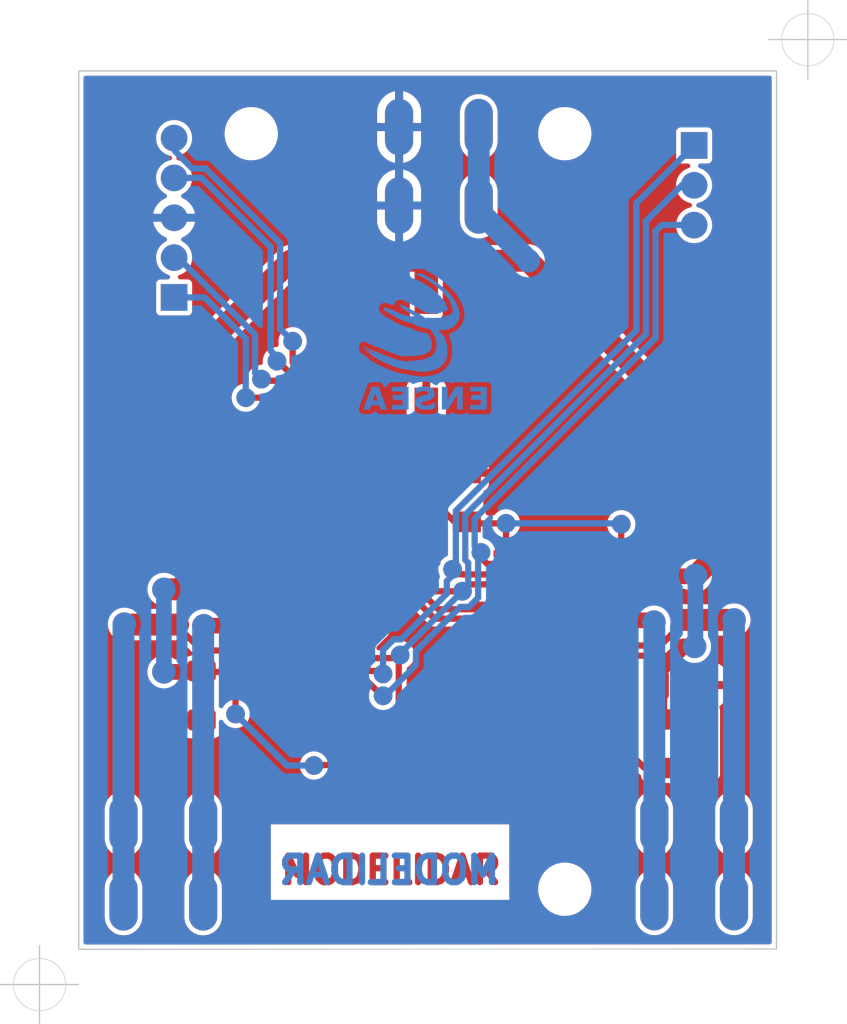
<source format=kicad_pcb>
(kicad_pcb (version 4) (generator gerbview)
  (layers (0 F.Cu signal) (31 B.Cu signal) (34 B.Paste user) (35 F.Paste user) (36 B.SilkS user) (37 F.SilkS user) (38 B.Mask user) (39 F.Mask user) (44 Edge.Cuts user))
  (gr_line (start 126 133) (end 170.5 132.9837) (layer Edge.Cuts) (width 0.05))
  (gr_line (start 170.5 132.9837) (end 170.5 77) (layer Edge.Cuts) (width 0.05))
  (gr_line (start 170.5 77) (end 126 77) (layer Edge.Cuts) (width 0.05))
  (gr_line (start 126 77) (end 126 133) (layer Edge.Cuts) (width 0.05))
  (gr_circle (center 123.5 135.25) (end 125.16667 135.25) (layer Edge.Cuts) (width 0.05))
  (gr_line (start 121 135.25) (end 126 135.25) (layer Edge.Cuts) (width 0.05))
  (gr_line (start 123.5 132.75) (end 123.5 137.75) (layer Edge.Cuts) (width 0.05))
  (gr_circle (center 172.5 75) (end 174.16667 75) (layer Edge.Cuts) (width 0.05))
  (gr_line (start 170 75) (end 175 75) (layer Edge.Cuts) (width 0.05))
  (gr_line (start 172.5 72.5) (end 172.5 77.5) (layer Edge.Cuts) (width 0.05))
  (segment (start 126 133) (end 170.5 132.9837) (width 0.05) (layer F.Cu) (net 0))
  (segment (start 170.5 132.9837) (end 170.5 77) (width 0.05) (layer F.Cu) (net 0))
  (segment (start 170.5 77) (end 126 77) (width 0.05) (layer F.Cu) (net 0))
  (segment (start 126 77) (end 126 133) (width 0.05) (layer F.Cu) (net 0))
  (segment (start 140.62857 85.70714) (end 141.77143 85.70714) (width 0.3) (layer F.Cu) (net 0))
  (segment (start 139.36217 128.71957) (end 139.36217 127.03047) (width 0.4) (layer F.Cu) (net 0))
  (segment (start 139.36217 127.03047) (end 139.9252 128.23697) (width 0.4) (layer F.Cu) (net 0))
  (segment (start 139.9252 128.23697) (end 140.48823 127.03047) (width 0.4) (layer F.Cu) (net 0))
  (segment (start 140.48823 127.03047) (end 140.48823 128.71957) (width 0.4) (layer F.Cu) (net 0))
  (segment (start 141.6143 127.03047) (end 141.93603 127.03047) (width 0.4) (layer F.Cu) (net 0))
  (segment (start 141.93603 127.03047) (end 142.0969 127.1109) (width 0.4) (layer F.Cu) (net 0))
  (segment (start 142.0969 127.1109) (end 142.25777 127.27177) (width 0.4) (layer F.Cu) (net 0))
  (segment (start 142.25777 127.27177) (end 142.3382 127.5935) (width 0.4) (layer F.Cu) (net 0))
  (segment (start 142.3382 127.5935) (end 142.3382 128.15653) (width 0.4) (layer F.Cu) (net 0))
  (segment (start 142.3382 128.15653) (end 142.25777 128.47827) (width 0.4) (layer F.Cu) (net 0))
  (segment (start 142.25777 128.47827) (end 142.0969 128.63913) (width 0.4) (layer F.Cu) (net 0))
  (segment (start 142.0969 128.63913) (end 141.93603 128.71957) (width 0.4) (layer F.Cu) (net 0))
  (segment (start 141.93603 128.71957) (end 141.6143 128.71957) (width 0.4) (layer F.Cu) (net 0))
  (segment (start 141.6143 128.71957) (end 141.45343 128.63913) (width 0.4) (layer F.Cu) (net 0))
  (segment (start 141.45343 128.63913) (end 141.29257 128.47827) (width 0.4) (layer F.Cu) (net 0))
  (segment (start 141.29257 128.47827) (end 141.21213 128.15653) (width 0.4) (layer F.Cu) (net 0))
  (segment (start 141.21213 128.15653) (end 141.21213 127.5935) (width 0.4) (layer F.Cu) (net 0))
  (segment (start 141.21213 127.5935) (end 141.29257 127.27177) (width 0.4) (layer F.Cu) (net 0))
  (segment (start 141.29257 127.27177) (end 141.45343 127.1109) (width 0.4) (layer F.Cu) (net 0))
  (segment (start 141.45343 127.1109) (end 141.6143 127.03047) (width 0.4) (layer F.Cu) (net 0))
  (segment (start 143.0621 128.71957) (end 143.0621 127.03047) (width 0.4) (layer F.Cu) (net 0))
  (segment (start 143.0621 127.03047) (end 143.46427 127.03047) (width 0.4) (layer F.Cu) (net 0))
  (segment (start 143.46427 127.03047) (end 143.70557 127.1109) (width 0.4) (layer F.Cu) (net 0))
  (segment (start 143.70557 127.1109) (end 143.86643 127.27177) (width 0.4) (layer F.Cu) (net 0))
  (segment (start 143.86643 127.27177) (end 143.94687 127.43263) (width 0.4) (layer F.Cu) (net 0))
  (segment (start 143.94687 127.43263) (end 144.0273 127.75437) (width 0.4) (layer F.Cu) (net 0))
  (segment (start 144.0273 127.75437) (end 144.0273 127.99567) (width 0.4) (layer F.Cu) (net 0))
  (segment (start 144.0273 127.99567) (end 143.94687 128.3174) (width 0.4) (layer F.Cu) (net 0))
  (segment (start 143.94687 128.3174) (end 143.86643 128.47827) (width 0.4) (layer F.Cu) (net 0))
  (segment (start 143.86643 128.47827) (end 143.70557 128.63913) (width 0.4) (layer F.Cu) (net 0))
  (segment (start 143.70557 128.63913) (end 143.46427 128.71957) (width 0.4) (layer F.Cu) (net 0))
  (segment (start 143.46427 128.71957) (end 143.0621 128.71957) (width 0.4) (layer F.Cu) (net 0))
  (segment (start 144.7512 127.8348) (end 145.31423 127.8348) (width 0.4) (layer F.Cu) (net 0))
  (segment (start 145.55553 128.71957) (end 144.7512 128.71957) (width 0.4) (layer F.Cu) (net 0))
  (segment (start 144.7512 128.71957) (end 144.7512 127.03047) (width 0.4) (layer F.Cu) (net 0))
  (segment (start 144.7512 127.03047) (end 145.55553 127.03047) (width 0.4) (layer F.Cu) (net 0))
  (segment (start 147.08377 128.71957) (end 146.27943 128.71957) (width 0.4) (layer F.Cu) (net 0))
  (segment (start 146.27943 128.71957) (end 146.27943 127.03047) (width 0.4) (layer F.Cu) (net 0))
  (segment (start 147.6468 128.71957) (end 147.6468 127.03047) (width 0.4) (layer F.Cu) (net 0))
  (segment (start 148.45113 128.71957) (end 148.45113 127.03047) (width 0.4) (layer F.Cu) (net 0))
  (segment (start 148.45113 127.03047) (end 148.8533 127.03047) (width 0.4) (layer F.Cu) (net 0))
  (segment (start 148.8533 127.03047) (end 149.0946 127.1109) (width 0.4) (layer F.Cu) (net 0))
  (segment (start 149.0946 127.1109) (end 149.25547 127.27177) (width 0.4) (layer F.Cu) (net 0))
  (segment (start 149.25547 127.27177) (end 149.3359 127.43263) (width 0.4) (layer F.Cu) (net 0))
  (segment (start 149.3359 127.43263) (end 149.41633 127.75437) (width 0.4) (layer F.Cu) (net 0))
  (segment (start 149.41633 127.75437) (end 149.41633 127.99567) (width 0.4) (layer F.Cu) (net 0))
  (segment (start 149.41633 127.99567) (end 149.3359 128.3174) (width 0.4) (layer F.Cu) (net 0))
  (segment (start 149.3359 128.3174) (end 149.25547 128.47827) (width 0.4) (layer F.Cu) (net 0))
  (segment (start 149.25547 128.47827) (end 149.0946 128.63913) (width 0.4) (layer F.Cu) (net 0))
  (segment (start 149.0946 128.63913) (end 148.8533 128.71957) (width 0.4) (layer F.Cu) (net 0))
  (segment (start 148.8533 128.71957) (end 148.45113 128.71957) (width 0.4) (layer F.Cu) (net 0))
  (segment (start 150.0598 128.23697) (end 150.86413 128.23697) (width 0.4) (layer F.Cu) (net 0))
  (segment (start 149.89893 128.71957) (end 150.46197 127.03047) (width 0.4) (layer F.Cu) (net 0))
  (segment (start 150.46197 127.03047) (end 151.025 128.71957) (width 0.4) (layer F.Cu) (net 0))
  (segment (start 152.55323 128.71957) (end 151.9902 127.91523) (width 0.4) (layer F.Cu) (net 0))
  (segment (start 151.58803 128.71957) (end 151.58803 127.03047) (width 0.4) (layer F.Cu) (net 0))
  (segment (start 151.58803 127.03047) (end 152.2315 127.03047) (width 0.4) (layer F.Cu) (net 0))
  (segment (start 152.2315 127.03047) (end 152.39237 127.1109) (width 0.4) (layer F.Cu) (net 0))
  (segment (start 152.39237 127.1109) (end 152.4728 127.19133) (width 0.4) (layer F.Cu) (net 0))
  (segment (start 152.4728 127.19133) (end 152.55323 127.3522) (width 0.4) (layer F.Cu) (net 0))
  (segment (start 152.55323 127.3522) (end 152.55323 127.5935) (width 0.4) (layer F.Cu) (net 0))
  (segment (start 152.55323 127.5935) (end 152.4728 127.75437) (width 0.4) (layer F.Cu) (net 0))
  (segment (start 152.4728 127.75437) (end 152.39237 127.8348) (width 0.4) (layer F.Cu) (net 0))
  (segment (start 152.39237 127.8348) (end 152.2315 127.91523) (width 0.4) (layer F.Cu) (net 0))
  (segment (start 152.2315 127.91523) (end 151.58803 127.91523) (width 0.4) (layer F.Cu) (net 0))
  (segment (start 156.22857 85.70714) (end 157.37143 85.70714) (width 0.3) (layer F.Cu) (net 0))
  (segment (start 156.8 86.27857) (end 156.8 85.13571) (width 0.3) (layer F.Cu) (net 0))
  (segment (start 121 135.25) (end 126 135.25) (width 0.05) (layer F.Cu) (net 0))
  (segment (start 123.5 132.75) (end 123.5 137.75) (width 0.05) (layer F.Cu) (net 0))
  (segment (start 170 75) (end 175 75) (width 0.05) (layer F.Cu) (net 0))
  (segment (start 172.5 72.5) (end 172.5 77.5) (width 0.05) (layer F.Cu) (net 0))
  (gr_poly (pts (xy 151.65 101.9625) (xy 149.85 101.9625) (xy 149.85 103.2875) (xy 151.65 103.2875)) (layer F.Cu) (width 0))
  (gr_poly (pts (xy 151.65 105.0875) (xy 149.85 105.0875) (xy 149.85 106.4125) (xy 151.65 106.4125)) (layer F.Cu) (width 0))
  (gr_poly (pts (xy 134.52783 119.03748) (xy 134.56993 119.0262) (xy 134.60942 119.00779) (xy 134.64512 118.98279) (xy 134.67593 118.95198) (xy 134.70093 118.91628) (xy 134.71934 118.87679) (xy 134.73062 118.83469) (xy 134.73442 118.79128) (xy 134.73442 117.96628) (xy 134.73062 117.92287) (xy 134.71934 117.88077) (xy 134.70093 117.84128) (xy 134.67593 117.80558) (xy 134.64512 117.77477) (xy 134.60942 117.74977) (xy 134.56993 117.73136) (xy 134.52783 117.72008) (xy 134.48442 117.71628) (xy 133.18442 117.71628) (xy 133.14101 117.72008) (xy 133.09891 117.73136) (xy 133.05942 117.74977) (xy 133.02372 117.77477) (xy 132.99291 117.80558) (xy 132.96791 117.84128) (xy 132.9495 117.88077) (xy 132.93822 117.92287) (xy 132.93442 117.96628) (xy 132.93442 118.79128) (xy 132.93822 118.83469) (xy 132.9495 118.87679) (xy 132.96791 118.91628) (xy 132.99291 118.95198) (xy 133.02372 118.98279) (xy 133.05942 119.00779) (xy 133.09891 119.0262) (xy 133.14101 119.03748) (xy 133.18442 119.04128) (xy 134.48442 119.04128)) (layer F.Cu) (width 0))
  (gr_poly (pts (xy 134.52783 115.91248) (xy 134.56993 115.9012) (xy 134.60942 115.88279) (xy 134.64512 115.85779) (xy 134.67593 115.82698) (xy 134.70093 115.79128) (xy 134.71934 115.75179) (xy 134.73062 115.70969) (xy 134.73442 115.66628) (xy 134.73442 114.84128) (xy 134.73062 114.79787) (xy 134.71934 114.75577) (xy 134.70093 114.71628) (xy 134.67593 114.68058) (xy 134.64512 114.64977) (xy 134.60942 114.62477) (xy 134.56993 114.60636) (xy 134.52783 114.59508) (xy 134.48442 114.59128) (xy 133.18442 114.59128) (xy 133.14101 114.59508) (xy 133.09891 114.60636) (xy 133.05942 114.62477) (xy 133.02372 114.64977) (xy 132.99291 114.68058) (xy 132.96791 114.71628) (xy 132.9495 114.75577) (xy 132.93822 114.79787) (xy 132.93442 114.84128) (xy 132.93442 115.66628) (xy 132.93822 115.70969) (xy 132.9495 115.75179) (xy 132.96791 115.79128) (xy 132.99291 115.82698) (xy 133.02372 115.85779) (xy 133.05942 115.88279) (xy 133.09891 115.9012) (xy 133.14101 115.91248) (xy 133.18442 115.91628) (xy 134.48442 115.91628)) (layer F.Cu) (width 0))
  (gr_poly (pts (xy 137.94341 106.9712) (xy 137.98551 106.95992) (xy 138.025 106.94151) (xy 138.0607 106.91651) (xy 138.09151 106.8857) (xy 138.11651 106.85) (xy 138.13492 106.81051) (xy 138.1462 106.76841) (xy 138.15 106.725) (xy 138.15 105.9) (xy 138.1462 105.85659) (xy 138.13492 105.81449) (xy 138.11651 105.775) (xy 138.09151 105.7393) (xy 138.0607 105.70849) (xy 138.025 105.68349) (xy 137.98551 105.66508) (xy 137.94341 105.6538) (xy 137.9 105.65) (xy 136.6 105.65) (xy 136.55659 105.6538) (xy 136.51449 105.66508) (xy 136.475 105.68349) (xy 136.4393 105.70849) (xy 136.40849 105.7393) (xy 136.38349 105.775) (xy 136.36508 105.81449) (xy 136.3538 105.85659) (xy 136.35 105.9) (xy 136.35 106.725) (xy 136.3538 106.76841) (xy 136.36508 106.81051) (xy 136.38349 106.85) (xy 136.40849 106.8857) (xy 136.4393 106.91651) (xy 136.475 106.94151) (xy 136.51449 106.95992) (xy 136.55659 106.9712) (xy 136.6 106.975) (xy 137.9 106.975)) (layer F.Cu) (width 0))
  (gr_poly (pts (xy 137.94341 103.8462) (xy 137.98551 103.83492) (xy 138.025 103.81651) (xy 138.0607 103.79151) (xy 138.09151 103.7607) (xy 138.11651 103.725) (xy 138.13492 103.68551) (xy 138.1462 103.64341) (xy 138.15 103.6) (xy 138.15 102.775) (xy 138.1462 102.73159) (xy 138.13492 102.68949) (xy 138.11651 102.65) (xy 138.09151 102.6143) (xy 138.0607 102.58349) (xy 138.025 102.55849) (xy 137.98551 102.54008) (xy 137.94341 102.5288) (xy 137.9 102.525) (xy 136.6 102.525) (xy 136.55659 102.5288) (xy 136.51449 102.54008) (xy 136.475 102.55849) (xy 136.4393 102.58349) (xy 136.40849 102.6143) (xy 136.38349 102.65) (xy 136.36508 102.68949) (xy 136.3538 102.73159) (xy 136.35 102.775) (xy 136.35 103.6) (xy 136.3538 103.64341) (xy 136.36508 103.68551) (xy 136.38349 103.725) (xy 136.40849 103.7607) (xy 136.4393 103.79151) (xy 136.475 103.81651) (xy 136.51449 103.83492) (xy 136.55659 103.8462) (xy 136.6 103.85) (xy 137.9 103.85)) (layer F.Cu) (width 0))
  (gr_poly (pts (xy 130.714 108.67819) (xy 130.7561 108.66691) (xy 130.79559 108.6485) (xy 130.83129 108.6235) (xy 130.8621 108.59269) (xy 130.8871 108.55699) (xy 130.90551 108.5175) (xy 130.91679 108.4754) (xy 130.92059 108.43199) (xy 130.92059 107.13199) (xy 130.91679 107.08858) (xy 130.90551 107.04648) (xy 130.8871 107.00699) (xy 130.8621 106.97129) (xy 130.83129 106.94048) (xy 130.79559 106.91548) (xy 130.7561 106.89707) (xy 130.714 106.88579) (xy 130.67059 106.88199) (xy 129.84559 106.88199) (xy 129.80218 106.88579) (xy 129.76008 106.89707) (xy 129.72059 106.91548) (xy 129.68489 106.94048) (xy 129.65408 106.97129) (xy 129.62908 107.00699) (xy 129.61067 107.04648) (xy 129.59939 107.08858) (xy 129.59559 107.13199) (xy 129.59559 108.43199) (xy 129.59939 108.4754) (xy 129.61067 108.5175) (xy 129.62908 108.55699) (xy 129.65408 108.59269) (xy 129.68489 108.6235) (xy 129.72059 108.6485) (xy 129.76008 108.66691) (xy 129.80218 108.67819) (xy 129.84559 108.68199) (xy 130.67059 108.68199)) (layer F.Cu) (width 0))
  (gr_poly (pts (xy 133.839 108.67819) (xy 133.8811 108.66691) (xy 133.92059 108.6485) (xy 133.95629 108.6235) (xy 133.9871 108.59269) (xy 134.0121 108.55699) (xy 134.03051 108.5175) (xy 134.04179 108.4754) (xy 134.04559 108.43199) (xy 134.04559 107.13199) (xy 134.04179 107.08858) (xy 134.03051 107.04648) (xy 134.0121 107.00699) (xy 133.9871 106.97129) (xy 133.95629 106.94048) (xy 133.92059 106.91548) (xy 133.8811 106.89707) (xy 133.839 106.88579) (xy 133.79559 106.88199) (xy 132.97059 106.88199) (xy 132.92718 106.88579) (xy 132.88508 106.89707) (xy 132.84559 106.91548) (xy 132.80989 106.94048) (xy 132.77908 106.97129) (xy 132.75408 107.00699) (xy 132.73567 107.04648) (xy 132.72439 107.08858) (xy 132.72059 107.13199) (xy 132.72059 108.43199) (xy 132.72439 108.4754) (xy 132.73567 108.5175) (xy 132.75408 108.55699) (xy 132.77908 108.59269) (xy 132.80989 108.6235) (xy 132.84559 108.6485) (xy 132.88508 108.66691) (xy 132.92718 108.67819) (xy 132.97059 108.68199) (xy 133.79559 108.68199)) (layer F.Cu) (width 0))
  (gr_poly (pts (xy 131.49341 102.6962) (xy 131.53551 102.68492) (xy 131.575 102.66651) (xy 131.6107 102.64151) (xy 131.64151 102.6107) (xy 131.66651 102.575) (xy 131.68492 102.53551) (xy 131.6962 102.49341) (xy 131.7 102.45) (xy 131.7 101.625) (xy 131.6962 101.58159) (xy 131.68492 101.53949) (xy 131.66651 101.5) (xy 131.64151 101.4643) (xy 131.6107 101.43349) (xy 131.575 101.40849) (xy 131.53551 101.39008) (xy 131.49341 101.3788) (xy 131.45 101.375) (xy 130.15 101.375) (xy 130.10659 101.3788) (xy 130.06449 101.39008) (xy 130.025 101.40849) (xy 129.9893 101.43349) (xy 129.95849 101.4643) (xy 129.93349 101.5) (xy 129.91508 101.53949) (xy 129.9038 101.58159) (xy 129.9 101.625) (xy 129.9 102.45) (xy 129.9038 102.49341) (xy 129.91508 102.53551) (xy 129.93349 102.575) (xy 129.95849 102.6107) (xy 129.9893 102.64151) (xy 130.025 102.66651) (xy 130.06449 102.68492) (xy 130.10659 102.6962) (xy 130.15 102.7) (xy 131.45 102.7)) (layer F.Cu) (width 0))
  (gr_poly (pts (xy 131.49341 105.8212) (xy 131.53551 105.80992) (xy 131.575 105.79151) (xy 131.6107 105.76651) (xy 131.64151 105.7357) (xy 131.66651 105.7) (xy 131.68492 105.66051) (xy 131.6962 105.61841) (xy 131.7 105.575) (xy 131.7 104.75) (xy 131.6962 104.70659) (xy 131.68492 104.66449) (xy 131.66651 104.625) (xy 131.64151 104.5893) (xy 131.6107 104.55849) (xy 131.575 104.53349) (xy 131.53551 104.51508) (xy 131.49341 104.5038) (xy 131.45 104.5) (xy 130.15 104.5) (xy 130.10659 104.5038) (xy 130.06449 104.51508) (xy 130.025 104.53349) (xy 129.9893 104.55849) (xy 129.95849 104.5893) (xy 129.93349 104.625) (xy 129.91508 104.66449) (xy 129.9038 104.70659) (xy 129.9 104.75) (xy 129.9 105.575) (xy 129.9038 105.61841) (xy 129.91508 105.66051) (xy 129.93349 105.7) (xy 129.95849 105.7357) (xy 129.9893 105.76651) (xy 130.025 105.79151) (xy 130.06449 105.80992) (xy 130.10659 105.8212) (xy 130.15 105.825) (xy 131.45 105.825)) (layer F.Cu) (width 0))
  (gr_poly (pts (xy 133.96841 102.6962) (xy 134.01051 102.68492) (xy 134.05 102.66651) (xy 134.0857 102.64151) (xy 134.11651 102.6107) (xy 134.14151 102.575) (xy 134.15992 102.53551) (xy 134.1712 102.49341) (xy 134.175 102.45) (xy 134.175 101.65) (xy 134.1712 101.60659) (xy 134.15992 101.56449) (xy 134.14151 101.525) (xy 134.11651 101.4893) (xy 134.0857 101.45849) (xy 134.05 101.43349) (xy 134.01051 101.41508) (xy 133.96841 101.4038) (xy 133.925 101.4) (xy 132.675 101.4) (xy 132.63159 101.4038) (xy 132.58949 101.41508) (xy 132.55 101.43349) (xy 132.5143 101.45849) (xy 132.48349 101.4893) (xy 132.45849 101.525) (xy 132.44008 101.56449) (xy 132.4288 101.60659) (xy 132.425 101.65) (xy 132.425 102.45) (xy 132.4288 102.49341) (xy 132.44008 102.53551) (xy 132.45849 102.575) (xy 132.48349 102.6107) (xy 132.5143 102.64151) (xy 132.55 102.66651) (xy 132.58949 102.68492) (xy 132.63159 102.6962) (xy 132.675 102.7) (xy 133.925 102.7)) (layer F.Cu) (width 0))
  (gr_poly (pts (xy 133.96841 105.7962) (xy 134.01051 105.78492) (xy 134.05 105.76651) (xy 134.0857 105.74151) (xy 134.11651 105.7107) (xy 134.14151 105.675) (xy 134.15992 105.63551) (xy 134.1712 105.59341) (xy 134.175 105.55) (xy 134.175 104.75) (xy 134.1712 104.70659) (xy 134.15992 104.66449) (xy 134.14151 104.625) (xy 134.11651 104.5893) (xy 134.0857 104.55849) (xy 134.05 104.53349) (xy 134.01051 104.51508) (xy 133.96841 104.5038) (xy 133.925 104.5) (xy 132.675 104.5) (xy 132.63159 104.5038) (xy 132.58949 104.51508) (xy 132.55 104.53349) (xy 132.5143 104.55849) (xy 132.48349 104.5893) (xy 132.45849 104.625) (xy 132.44008 104.66449) (xy 132.4288 104.70659) (xy 132.425 104.75) (xy 132.425 105.55) (xy 132.4288 105.59341) (xy 132.44008 105.63551) (xy 132.45849 105.675) (xy 132.48349 105.7107) (xy 132.5143 105.74151) (xy 132.55 105.76651) (xy 132.58949 105.78492) (xy 132.63159 105.7962) (xy 132.675 105.8) (xy 133.925 105.8)) (layer F.Cu) (width 0))
  (gr_poly (pts (xy 146.77133 119.6447) (xy 146.81343 119.63342) (xy 146.85292 119.61501) (xy 146.88862 119.59001) (xy 146.91943 119.5592) (xy 146.94443 119.5235) (xy 146.96284 119.48401) (xy 146.97412 119.44191) (xy 146.97792 119.3985) (xy 146.97792 118.1485) (xy 146.97412 118.10509) (xy 146.96284 118.06299) (xy 146.94443 118.0235) (xy 146.91943 117.9878) (xy 146.88862 117.95699) (xy 146.85292 117.93199) (xy 146.81343 117.91358) (xy 146.77133 117.9023) (xy 146.72792 117.8985) (xy 145.92792 117.8985) (xy 145.88451 117.9023) (xy 145.84241 117.91358) (xy 145.80292 117.93199) (xy 145.76722 117.95699) (xy 145.73641 117.9878) (xy 145.71141 118.0235) (xy 145.693 118.06299) (xy 145.68172 118.10509) (xy 145.67792 118.1485) (xy 145.67792 119.3985) (xy 145.68172 119.44191) (xy 145.693 119.48401) (xy 145.71141 119.5235) (xy 145.73641 119.5592) (xy 145.76722 119.59001) (xy 145.80292 119.61501) (xy 145.84241 119.63342) (xy 145.88451 119.6447) (xy 145.92792 119.6485) (xy 146.72792 119.6485)) (layer F.Cu) (width 0))
  (gr_poly (pts (xy 143.67133 119.6447) (xy 143.71343 119.63342) (xy 143.75292 119.61501) (xy 143.78862 119.59001) (xy 143.81943 119.5592) (xy 143.84443 119.5235) (xy 143.86284 119.48401) (xy 143.87412 119.44191) (xy 143.87792 119.3985) (xy 143.87792 118.1485) (xy 143.87412 118.10509) (xy 143.86284 118.06299) (xy 143.84443 118.0235) (xy 143.81943 117.9878) (xy 143.78862 117.95699) (xy 143.75292 117.93199) (xy 143.71343 117.91358) (xy 143.67133 117.9023) (xy 143.62792 117.8985) (xy 142.82792 117.8985) (xy 142.78451 117.9023) (xy 142.74241 117.91358) (xy 142.70292 117.93199) (xy 142.66722 117.95699) (xy 142.63641 117.9878) (xy 142.61141 118.0235) (xy 142.593 118.06299) (xy 142.58172 118.10509) (xy 142.57792 118.1485) (xy 142.57792 119.3985) (xy 142.58172 119.44191) (xy 142.593 119.48401) (xy 142.61141 119.5235) (xy 142.63641 119.5592) (xy 142.66722 119.59001) (xy 142.70292 119.61501) (xy 142.74241 119.63342) (xy 142.78451 119.6447) (xy 142.82792 119.6485) (xy 143.62792 119.6485)) (layer F.Cu) (width 0))
  (gr_poly (pts (xy 146.72092 122.1511) (xy 146.76302 122.13982) (xy 146.80251 122.12141) (xy 146.83821 122.09641) (xy 146.86902 122.0656) (xy 146.89402 122.0299) (xy 146.91243 121.99041) (xy 146.92371 121.94831) (xy 146.92751 121.9049) (xy 146.92751 120.6049) (xy 146.92371 120.56149) (xy 146.91243 120.51939) (xy 146.89402 120.4799) (xy 146.86902 120.4442) (xy 146.83821 120.41339) (xy 146.80251 120.38839) (xy 146.76302 120.36998) (xy 146.72092 120.3587) (xy 146.67751 120.3549) (xy 145.85251 120.3549) (xy 145.8091 120.3587) (xy 145.767 120.36998) (xy 145.72751 120.38839) (xy 145.69181 120.41339) (xy 145.661 120.4442) (xy 145.636 120.4799) (xy 145.61759 120.51939) (xy 145.60631 120.56149) (xy 145.60251 120.6049) (xy 145.60251 121.9049) (xy 145.60631 121.94831) (xy 145.61759 121.99041) (xy 145.636 122.0299) (xy 145.661 122.0656) (xy 145.69181 122.09641) (xy 145.72751 122.12141) (xy 145.767 122.13982) (xy 145.8091 122.1511) (xy 145.85251 122.1549) (xy 146.67751 122.1549)) (layer F.Cu) (width 0))
  (gr_poly (pts (xy 143.59592 122.1511) (xy 143.63802 122.13982) (xy 143.67751 122.12141) (xy 143.71321 122.09641) (xy 143.74402 122.0656) (xy 143.76902 122.0299) (xy 143.78743 121.99041) (xy 143.79871 121.94831) (xy 143.80251 121.9049) (xy 143.80251 120.6049) (xy 143.79871 120.56149) (xy 143.78743 120.51939) (xy 143.76902 120.4799) (xy 143.74402 120.4442) (xy 143.71321 120.41339) (xy 143.67751 120.38839) (xy 143.63802 120.36998) (xy 143.59592 120.3587) (xy 143.55251 120.3549) (xy 142.72751 120.3549) (xy 142.6841 120.3587) (xy 142.642 120.36998) (xy 142.60251 120.38839) (xy 142.56681 120.41339) (xy 142.536 120.4442) (xy 142.511 120.4799) (xy 142.49259 120.51939) (xy 142.48131 120.56149) (xy 142.47751 120.6049) (xy 142.47751 121.9049) (xy 142.48131 121.94831) (xy 142.49259 121.99041) (xy 142.511 122.0299) (xy 142.536 122.0656) (xy 142.56681 122.09641) (xy 142.60251 122.12141) (xy 142.642 122.13982) (xy 142.6841 122.1511) (xy 142.72751 122.1549) (xy 143.55251 122.1549)) (layer F.Cu) (width 0))
  (gr_poly (pts (xy 138.08236 107.87748) (xy 136.48236 107.87748) (xy 136.48236 108.32748) (xy 138.08236 108.32748)) (layer F.Cu) (width 0))
  (gr_poly (pts (xy 138.08236 108.52748) (xy 136.48236 108.52748) (xy 136.48236 108.97748) (xy 138.08236 108.97748)) (layer F.Cu) (width 0))
  (gr_poly (pts (xy 138.08236 109.17748) (xy 136.48236 109.17748) (xy 136.48236 109.62748) (xy 138.08236 109.62748)) (layer F.Cu) (width 0))
  (gr_poly (pts (xy 138.08236 109.82748) (xy 136.48236 109.82748) (xy 136.48236 110.27748) (xy 138.08236 110.27748)) (layer F.Cu) (width 0))
  (gr_poly (pts (xy 138.08236 110.47748) (xy 136.48236 110.47748) (xy 136.48236 110.92748) (xy 138.08236 110.92748)) (layer F.Cu) (width 0))
  (gr_poly (pts (xy 138.08236 111.12748) (xy 136.48236 111.12748) (xy 136.48236 111.57748) (xy 138.08236 111.57748)) (layer F.Cu) (width 0))
  (gr_poly (pts (xy 138.08236 111.77748) (xy 136.48236 111.77748) (xy 136.48236 112.22748) (xy 138.08236 112.22748)) (layer F.Cu) (width 0))
  (gr_poly (pts (xy 138.08236 112.42748) (xy 136.48236 112.42748) (xy 136.48236 112.87748) (xy 138.08236 112.87748)) (layer F.Cu) (width 0))
  (gr_poly (pts (xy 138.08236 113.07748) (xy 136.48236 113.07748) (xy 136.48236 113.52748) (xy 138.08236 113.52748)) (layer F.Cu) (width 0))
  (gr_poly (pts (xy 138.08236 113.72748) (xy 136.48236 113.72748) (xy 136.48236 114.17748) (xy 138.08236 114.17748)) (layer F.Cu) (width 0))
  (gr_poly (pts (xy 138.08236 114.37748) (xy 136.48236 114.37748) (xy 136.48236 114.82748) (xy 138.08236 114.82748)) (layer F.Cu) (width 0))
  (gr_poly (pts (xy 138.08236 115.02748) (xy 136.48236 115.02748) (xy 136.48236 115.47748) (xy 138.08236 115.47748)) (layer F.Cu) (width 0))
  (gr_poly (pts (xy 138.08236 115.67748) (xy 136.48236 115.67748) (xy 136.48236 116.12748) (xy 138.08236 116.12748)) (layer F.Cu) (width 0))
  (gr_poly (pts (xy 138.08236 116.32748) (xy 136.48236 116.32748) (xy 136.48236 116.77748) (xy 138.08236 116.77748)) (layer F.Cu) (width 0))
  (gr_poly (pts (xy 144.18236 116.32748) (xy 142.58236 116.32748) (xy 142.58236 116.77748) (xy 144.18236 116.77748)) (layer F.Cu) (width 0))
  (gr_poly (pts (xy 144.18236 115.67748) (xy 142.58236 115.67748) (xy 142.58236 116.12748) (xy 144.18236 116.12748)) (layer F.Cu) (width 0))
  (gr_poly (pts (xy 144.18236 115.02748) (xy 142.58236 115.02748) (xy 142.58236 115.47748) (xy 144.18236 115.47748)) (layer F.Cu) (width 0))
  (gr_poly (pts (xy 144.18236 114.37748) (xy 142.58236 114.37748) (xy 142.58236 114.82748) (xy 144.18236 114.82748)) (layer F.Cu) (width 0))
  (gr_poly (pts (xy 144.18236 113.72748) (xy 142.58236 113.72748) (xy 142.58236 114.17748) (xy 144.18236 114.17748)) (layer F.Cu) (width 0))
  (gr_poly (pts (xy 144.18236 113.07748) (xy 142.58236 113.07748) (xy 142.58236 113.52748) (xy 144.18236 113.52748)) (layer F.Cu) (width 0))
  (gr_poly (pts (xy 144.18236 112.42748) (xy 142.58236 112.42748) (xy 142.58236 112.87748) (xy 144.18236 112.87748)) (layer F.Cu) (width 0))
  (gr_poly (pts (xy 144.18236 111.77748) (xy 142.58236 111.77748) (xy 142.58236 112.22748) (xy 144.18236 112.22748)) (layer F.Cu) (width 0))
  (gr_poly (pts (xy 144.18236 111.12748) (xy 142.58236 111.12748) (xy 142.58236 111.57748) (xy 144.18236 111.57748)) (layer F.Cu) (width 0))
  (gr_poly (pts (xy 144.18236 110.47748) (xy 142.58236 110.47748) (xy 142.58236 110.92748) (xy 144.18236 110.92748)) (layer F.Cu) (width 0))
  (gr_poly (pts (xy 144.18236 109.82748) (xy 142.58236 109.82748) (xy 142.58236 110.27748) (xy 144.18236 110.27748)) (layer F.Cu) (width 0))
  (gr_poly (pts (xy 144.18236 109.17748) (xy 142.58236 109.17748) (xy 142.58236 109.62748) (xy 144.18236 109.62748)) (layer F.Cu) (width 0))
  (gr_poly (pts (xy 144.18236 108.52748) (xy 142.58236 108.52748) (xy 142.58236 108.97748) (xy 144.18236 108.97748)) (layer F.Cu) (width 0))
  (gr_poly (pts (xy 144.18236 107.87748) (xy 142.58236 107.87748) (xy 142.58236 108.32748) (xy 144.18236 108.32748)) (layer F.Cu) (width 0))
  (gr_poly (pts (xy 141.88236 109.73748) (xy 138.78236 109.73748) (xy 138.78236 114.91748) (xy 141.88236 114.91748)) (layer F.Cu) (width 0))
  (gr_poly (pts (xy 140.37577 112.57368) (xy 140.41787 112.5624) (xy 140.45736 112.54399) (xy 140.49306 112.51899) (xy 140.52387 112.48818) (xy 140.54887 112.45248) (xy 140.56728 112.41299) (xy 140.57856 112.37089) (xy 140.58236 112.32748) (xy 140.57856 112.28407) (xy 140.56728 112.24197) (xy 140.54887 112.20248) (xy 140.52387 112.16678) (xy 140.49306 112.13597) (xy 140.45736 112.11097) (xy 140.41787 112.09256) (xy 140.37577 112.08128) (xy 140.33236 112.07748) (xy 140.28895 112.08128) (xy 140.24685 112.09256) (xy 140.20736 112.11097) (xy 140.17166 112.13597) (xy 140.14085 112.16678) (xy 140.11585 112.20248) (xy 140.09744 112.24197) (xy 140.08616 112.28407) (xy 140.08236 112.32748) (xy 140.08616 112.37089) (xy 140.09744 112.41299) (xy 140.11585 112.45248) (xy 140.14085 112.48818) (xy 140.17166 112.51899) (xy 140.20736 112.54399) (xy 140.24685 112.5624) (xy 140.28895 112.57368) (xy 140.33236 112.57748)) (layer F.Cu) (width 0))
  (gr_poly (pts (xy 160.15407 116.00932) (xy 158.55407 116.00932) (xy 158.55407 116.45932) (xy 160.15407 116.45932)) (layer F.Cu) (width 0))
  (gr_poly (pts (xy 160.15407 115.35932) (xy 158.55407 115.35932) (xy 158.55407 115.80932) (xy 160.15407 115.80932)) (layer F.Cu) (width 0))
  (gr_poly (pts (xy 160.15407 114.70932) (xy 158.55407 114.70932) (xy 158.55407 115.15932) (xy 160.15407 115.15932)) (layer F.Cu) (width 0))
  (gr_poly (pts (xy 160.15407 114.05932) (xy 158.55407 114.05932) (xy 158.55407 114.50932) (xy 160.15407 114.50932)) (layer F.Cu) (width 0))
  (gr_poly (pts (xy 160.15407 113.40932) (xy 158.55407 113.40932) (xy 158.55407 113.85932) (xy 160.15407 113.85932)) (layer F.Cu) (width 0))
  (gr_poly (pts (xy 160.15407 112.75932) (xy 158.55407 112.75932) (xy 158.55407 113.20932) (xy 160.15407 113.20932)) (layer F.Cu) (width 0))
  (gr_poly (pts (xy 160.15407 112.10932) (xy 158.55407 112.10932) (xy 158.55407 112.55932) (xy 160.15407 112.55932)) (layer F.Cu) (width 0))
  (gr_poly (pts (xy 160.15407 111.45932) (xy 158.55407 111.45932) (xy 158.55407 111.90932) (xy 160.15407 111.90932)) (layer F.Cu) (width 0))
  (gr_poly (pts (xy 160.15407 110.80932) (xy 158.55407 110.80932) (xy 158.55407 111.25932) (xy 160.15407 111.25932)) (layer F.Cu) (width 0))
  (gr_poly (pts (xy 160.15407 110.15932) (xy 158.55407 110.15932) (xy 158.55407 110.60932) (xy 160.15407 110.60932)) (layer F.Cu) (width 0))
  (gr_poly (pts (xy 160.15407 109.50932) (xy 158.55407 109.50932) (xy 158.55407 109.95932) (xy 160.15407 109.95932)) (layer F.Cu) (width 0))
  (gr_poly (pts (xy 160.15407 108.85932) (xy 158.55407 108.85932) (xy 158.55407 109.30932) (xy 160.15407 109.30932)) (layer F.Cu) (width 0))
  (gr_poly (pts (xy 160.15407 108.20932) (xy 158.55407 108.20932) (xy 158.55407 108.65932) (xy 160.15407 108.65932)) (layer F.Cu) (width 0))
  (gr_poly (pts (xy 160.15407 107.55932) (xy 158.55407 107.55932) (xy 158.55407 108.00932) (xy 160.15407 108.00932)) (layer F.Cu) (width 0))
  (gr_poly (pts (xy 154.05407 107.55932) (xy 152.45407 107.55932) (xy 152.45407 108.00932) (xy 154.05407 108.00932)) (layer F.Cu) (width 0))
  (gr_poly (pts (xy 154.05407 108.20932) (xy 152.45407 108.20932) (xy 152.45407 108.65932) (xy 154.05407 108.65932)) (layer F.Cu) (width 0))
  (gr_poly (pts (xy 154.05407 108.85932) (xy 152.45407 108.85932) (xy 152.45407 109.30932) (xy 154.05407 109.30932)) (layer F.Cu) (width 0))
  (gr_poly (pts (xy 154.05407 109.50932) (xy 152.45407 109.50932) (xy 152.45407 109.95932) (xy 154.05407 109.95932)) (layer F.Cu) (width 0))
  (gr_poly (pts (xy 154.05407 110.15932) (xy 152.45407 110.15932) (xy 152.45407 110.60932) (xy 154.05407 110.60932)) (layer F.Cu) (width 0))
  (gr_poly (pts (xy 154.05407 110.80932) (xy 152.45407 110.80932) (xy 152.45407 111.25932) (xy 154.05407 111.25932)) (layer F.Cu) (width 0))
  (gr_poly (pts (xy 154.05407 111.45932) (xy 152.45407 111.45932) (xy 152.45407 111.90932) (xy 154.05407 111.90932)) (layer F.Cu) (width 0))
  (gr_poly (pts (xy 154.05407 112.10932) (xy 152.45407 112.10932) (xy 152.45407 112.55932) (xy 154.05407 112.55932)) (layer F.Cu) (width 0))
  (gr_poly (pts (xy 154.05407 112.75932) (xy 152.45407 112.75932) (xy 152.45407 113.20932) (xy 154.05407 113.20932)) (layer F.Cu) (width 0))
  (gr_poly (pts (xy 154.05407 113.40932) (xy 152.45407 113.40932) (xy 152.45407 113.85932) (xy 154.05407 113.85932)) (layer F.Cu) (width 0))
  (gr_poly (pts (xy 154.05407 114.05932) (xy 152.45407 114.05932) (xy 152.45407 114.50932) (xy 154.05407 114.50932)) (layer F.Cu) (width 0))
  (gr_poly (pts (xy 154.05407 114.70932) (xy 152.45407 114.70932) (xy 152.45407 115.15932) (xy 154.05407 115.15932)) (layer F.Cu) (width 0))
  (gr_poly (pts (xy 154.05407 115.35932) (xy 152.45407 115.35932) (xy 152.45407 115.80932) (xy 154.05407 115.80932)) (layer F.Cu) (width 0))
  (gr_poly (pts (xy 154.05407 116.00932) (xy 152.45407 116.00932) (xy 152.45407 116.45932) (xy 154.05407 116.45932)) (layer F.Cu) (width 0))
  (gr_poly (pts (xy 157.85407 109.41932) (xy 154.75407 109.41932) (xy 154.75407 114.59932) (xy 157.85407 114.59932)) (layer F.Cu) (width 0))
  (gr_poly (pts (xy 156.34748 112.25552) (xy 156.38958 112.24424) (xy 156.42907 112.22583) (xy 156.46477 112.20083) (xy 156.49558 112.17002) (xy 156.52058 112.13432) (xy 156.53899 112.09483) (xy 156.55027 112.05273) (xy 156.55407 112.00932) (xy 156.55027 111.96591) (xy 156.53899 111.92381) (xy 156.52058 111.88432) (xy 156.49558 111.84862) (xy 156.46477 111.81781) (xy 156.42907 111.79281) (xy 156.38958 111.7744) (xy 156.34748 111.76312) (xy 156.30407 111.75932) (xy 156.26066 111.76312) (xy 156.21856 111.7744) (xy 156.17907 111.79281) (xy 156.14337 111.81781) (xy 156.11256 111.84862) (xy 156.08756 111.88432) (xy 156.06915 111.92381) (xy 156.05787 111.96591) (xy 156.05407 112.00932) (xy 156.05787 112.05273) (xy 156.06915 112.09483) (xy 156.08756 112.13432) (xy 156.11256 112.17002) (xy 156.14337 112.20083) (xy 156.17907 112.22583) (xy 156.21856 112.24424) (xy 156.26066 112.25552) (xy 156.30407 112.25932)) (layer F.Cu) (width 0))
  (gr_poly (pts (xy 148.91466 97.18938) (xy 147.41606 97.18938) (xy 147.41606 101.20258) (xy 148.91466 101.20258)) (layer F.Cu) (width 0))
  (gr_poly (pts (xy 148.91466 88.47718) (xy 147.41606 88.47718) (xy 147.41606 92.49038) (xy 148.91466 92.49038)) (layer F.Cu) (width 0))
  (gr_poly (pts (xy 166.55869 117.05215) (xy 166.60079 117.04087) (xy 166.64028 117.02246) (xy 166.67598 116.99746) (xy 166.70679 116.96665) (xy 166.73179 116.93095) (xy 166.7502 116.89146) (xy 166.76148 116.84936) (xy 166.76528 116.80595) (xy 166.76528 115.50595) (xy 166.76148 115.46254) (xy 166.7502 115.42044) (xy 166.73179 115.38095) (xy 166.70679 115.34525) (xy 166.67598 115.31444) (xy 166.64028 115.28944) (xy 166.60079 115.27103) (xy 166.55869 115.25975) (xy 166.51528 115.25595) (xy 165.69028 115.25595) (xy 165.64687 115.25975) (xy 165.60477 115.27103) (xy 165.56528 115.28944) (xy 165.52958 115.31444) (xy 165.49877 115.34525) (xy 165.47377 115.38095) (xy 165.45536 115.42044) (xy 165.44408 115.46254) (xy 165.44028 115.50595) (xy 165.44028 116.80595) (xy 165.44408 116.84936) (xy 165.45536 116.89146) (xy 165.47377 116.93095) (xy 165.49877 116.96665) (xy 165.52958 116.99746) (xy 165.56528 117.02246) (xy 165.60477 117.04087) (xy 165.64687 117.05215) (xy 165.69028 117.05595) (xy 166.51528 117.05595)) (layer F.Cu) (width 0))
  (gr_poly (pts (xy 163.43369 117.05215) (xy 163.47579 117.04087) (xy 163.51528 117.02246) (xy 163.55098 116.99746) (xy 163.58179 116.96665) (xy 163.60679 116.93095) (xy 163.6252 116.89146) (xy 163.63648 116.84936) (xy 163.64028 116.80595) (xy 163.64028 115.50595) (xy 163.63648 115.46254) (xy 163.6252 115.42044) (xy 163.60679 115.38095) (xy 163.58179 115.34525) (xy 163.55098 115.31444) (xy 163.51528 115.28944) (xy 163.47579 115.27103) (xy 163.43369 115.25975) (xy 163.39028 115.25595) (xy 162.56528 115.25595) (xy 162.52187 115.25975) (xy 162.47977 115.27103) (xy 162.44028 115.28944) (xy 162.40458 115.31444) (xy 162.37377 115.34525) (xy 162.34877 115.38095) (xy 162.33036 115.42044) (xy 162.31908 115.46254) (xy 162.31528 115.50595) (xy 162.31528 116.80595) (xy 162.31908 116.84936) (xy 162.33036 116.89146) (xy 162.34877 116.93095) (xy 162.37377 116.96665) (xy 162.40458 116.99746) (xy 162.44028 117.02246) (xy 162.47977 117.04087) (xy 162.52187 117.05215) (xy 162.56528 117.05595) (xy 163.39028 117.05595)) (layer F.Cu) (width 0))
  (gr_poly (pts (xy 159.79341 118.9962) (xy 159.83551 118.98492) (xy 159.875 118.96651) (xy 159.9107 118.94151) (xy 159.94151 118.9107) (xy 159.96651 118.875) (xy 159.98492 118.83551) (xy 159.9962 118.79341) (xy 160 118.75) (xy 160 117.925) (xy 159.9962 117.88159) (xy 159.98492 117.83949) (xy 159.96651 117.8) (xy 159.94151 117.7643) (xy 159.9107 117.73349) (xy 159.875 117.70849) (xy 159.83551 117.69008) (xy 159.79341 117.6788) (xy 159.75 117.675) (xy 158.45 117.675) (xy 158.40659 117.6788) (xy 158.36449 117.69008) (xy 158.325 117.70849) (xy 158.2893 117.73349) (xy 158.25849 117.7643) (xy 158.23349 117.8) (xy 158.21508 117.83949) (xy 158.2038 117.88159) (xy 158.2 117.925) (xy 158.2 118.75) (xy 158.2038 118.79341) (xy 158.21508 118.83551) (xy 158.23349 118.875) (xy 158.25849 118.9107) (xy 158.2893 118.94151) (xy 158.325 118.96651) (xy 158.36449 118.98492) (xy 158.40659 118.9962) (xy 158.45 119) (xy 159.75 119)) (layer F.Cu) (width 0))
  (gr_poly (pts (xy 159.79341 122.1212) (xy 159.83551 122.10992) (xy 159.875 122.09151) (xy 159.9107 122.06651) (xy 159.94151 122.0357) (xy 159.96651 122) (xy 159.98492 121.96051) (xy 159.9962 121.91841) (xy 160 121.875) (xy 160 121.05) (xy 159.9962 121.00659) (xy 159.98492 120.96449) (xy 159.96651 120.925) (xy 159.94151 120.8893) (xy 159.9107 120.85849) (xy 159.875 120.83349) (xy 159.83551 120.81508) (xy 159.79341 120.8038) (xy 159.75 120.8) (xy 158.45 120.8) (xy 158.40659 120.8038) (xy 158.36449 120.81508) (xy 158.325 120.83349) (xy 158.2893 120.85849) (xy 158.25849 120.8893) (xy 158.23349 120.925) (xy 158.21508 120.96449) (xy 158.2038 121.00659) (xy 158.2 121.05) (xy 158.2 121.875) (xy 158.2038 121.91841) (xy 158.21508 121.96051) (xy 158.23349 122) (xy 158.25849 122.0357) (xy 158.2893 122.06651) (xy 158.325 122.09151) (xy 158.36449 122.10992) (xy 158.40659 122.1212) (xy 158.45 122.125) (xy 159.75 122.125)) (layer F.Cu) (width 0))
  (gr_poly (pts (xy 163.45401 106.8307) (xy 163.49611 106.81942) (xy 163.5356 106.80101) (xy 163.5713 106.77601) (xy 163.60211 106.7452) (xy 163.62711 106.7095) (xy 163.64552 106.67001) (xy 163.6568 106.62791) (xy 163.6606 106.5845) (xy 163.6606 105.7595) (xy 163.6568 105.71609) (xy 163.64552 105.67399) (xy 163.62711 105.6345) (xy 163.60211 105.5988) (xy 163.5713 105.56799) (xy 163.5356 105.54299) (xy 163.49611 105.52458) (xy 163.45401 105.5133) (xy 163.4106 105.5095) (xy 162.1106 105.5095) (xy 162.06719 105.5133) (xy 162.02509 105.52458) (xy 161.9856 105.54299) (xy 161.9499 105.56799) (xy 161.91909 105.5988) (xy 161.89409 105.6345) (xy 161.87568 105.67399) (xy 161.8644 105.71609) (xy 161.8606 105.7595) (xy 161.8606 106.5845) (xy 161.8644 106.62791) (xy 161.87568 106.67001) (xy 161.89409 106.7095) (xy 161.91909 106.7452) (xy 161.9499 106.77601) (xy 161.9856 106.80101) (xy 162.02509 106.81942) (xy 162.06719 106.8307) (xy 162.1106 106.8345) (xy 163.4106 106.8345)) (layer F.Cu) (width 0))
  (gr_poly (pts (xy 163.45401 109.9557) (xy 163.49611 109.94442) (xy 163.5356 109.92601) (xy 163.5713 109.90101) (xy 163.60211 109.8702) (xy 163.62711 109.8345) (xy 163.64552 109.79501) (xy 163.6568 109.75291) (xy 163.6606 109.7095) (xy 163.6606 108.8845) (xy 163.6568 108.84109) (xy 163.64552 108.79899) (xy 163.62711 108.7595) (xy 163.60211 108.7238) (xy 163.5713 108.69299) (xy 163.5356 108.66799) (xy 163.49611 108.64958) (xy 163.45401 108.6383) (xy 163.4106 108.6345) (xy 162.1106 108.6345) (xy 162.06719 108.6383) (xy 162.02509 108.64958) (xy 161.9856 108.66799) (xy 161.9499 108.69299) (xy 161.91909 108.7238) (xy 161.89409 108.7595) (xy 161.87568 108.79899) (xy 161.8644 108.84109) (xy 161.8606 108.8845) (xy 161.8606 109.7095) (xy 161.8644 109.75291) (xy 161.87568 109.79501) (xy 161.89409 109.8345) (xy 161.91909 109.8702) (xy 161.9499 109.90101) (xy 161.9856 109.92601) (xy 162.02509 109.94442) (xy 162.06719 109.9557) (xy 162.1106 109.9595) (xy 163.4106 109.9595)) (layer F.Cu) (width 0))
  (gr_poly (pts (xy 166.39612 122.02897) (xy 166.43822 122.01769) (xy 166.47771 121.99928) (xy 166.51341 121.97428) (xy 166.54422 121.94347) (xy 166.56922 121.90777) (xy 166.58763 121.86828) (xy 166.59891 121.82618) (xy 166.60271 121.78277) (xy 166.60271 120.95777) (xy 166.59891 120.91436) (xy 166.58763 120.87226) (xy 166.56922 120.83277) (xy 166.54422 120.79707) (xy 166.51341 120.76626) (xy 166.47771 120.74126) (xy 166.43822 120.72285) (xy 166.39612 120.71157) (xy 166.35271 120.70777) (xy 165.05271 120.70777) (xy 165.0093 120.71157) (xy 164.9672 120.72285) (xy 164.92771 120.74126) (xy 164.89201 120.76626) (xy 164.8612 120.79707) (xy 164.8362 120.83277) (xy 164.81779 120.87226) (xy 164.80651 120.91436) (xy 164.80271 120.95777) (xy 164.80271 121.78277) (xy 164.80651 121.82618) (xy 164.81779 121.86828) (xy 164.8362 121.90777) (xy 164.8612 121.94347) (xy 164.89201 121.97428) (xy 164.92771 121.99928) (xy 164.9672 122.01769) (xy 165.0093 122.02897) (xy 165.05271 122.03277) (xy 166.35271 122.03277)) (layer F.Cu) (width 0))
  (gr_poly (pts (xy 166.39612 118.90397) (xy 166.43822 118.89269) (xy 166.47771 118.87428) (xy 166.51341 118.84928) (xy 166.54422 118.81847) (xy 166.56922 118.78277) (xy 166.58763 118.74328) (xy 166.59891 118.70118) (xy 166.60271 118.65777) (xy 166.60271 117.83277) (xy 166.59891 117.78936) (xy 166.58763 117.74726) (xy 166.56922 117.70777) (xy 166.54422 117.67207) (xy 166.51341 117.64126) (xy 166.47771 117.61626) (xy 166.43822 117.59785) (xy 166.39612 117.58657) (xy 166.35271 117.58277) (xy 165.05271 117.58277) (xy 165.0093 117.58657) (xy 164.9672 117.59785) (xy 164.92771 117.61626) (xy 164.89201 117.64126) (xy 164.8612 117.67207) (xy 164.8362 117.70777) (xy 164.81779 117.74726) (xy 164.80651 117.78936) (xy 164.80271 117.83277) (xy 164.80271 118.65777) (xy 164.80651 118.70118) (xy 164.81779 118.74328) (xy 164.8362 118.78277) (xy 164.8612 118.81847) (xy 164.89201 118.84928) (xy 164.92771 118.87428) (xy 164.9672 118.89269) (xy 165.0093 118.90397) (xy 165.05271 118.90777) (xy 166.35271 118.90777)) (layer F.Cu) (width 0))
  (gr_poly (pts (xy 163.69873 122.09198) (xy 163.74083 122.0807) (xy 163.78032 122.06229) (xy 163.81602 122.03729) (xy 163.84683 122.00648) (xy 163.87183 121.97078) (xy 163.89024 121.93129) (xy 163.90152 121.88919) (xy 163.90532 121.84578) (xy 163.90532 121.04578) (xy 163.90152 121.00237) (xy 163.89024 120.96027) (xy 163.87183 120.92078) (xy 163.84683 120.88508) (xy 163.81602 120.85427) (xy 163.78032 120.82927) (xy 163.74083 120.81086) (xy 163.69873 120.79958) (xy 163.65532 120.79578) (xy 162.40532 120.79578) (xy 162.36191 120.79958) (xy 162.31981 120.81086) (xy 162.28032 120.82927) (xy 162.24462 120.85427) (xy 162.21381 120.88508) (xy 162.18881 120.92078) (xy 162.1704 120.96027) (xy 162.15912 121.00237) (xy 162.15532 121.04578) (xy 162.15532 121.84578) (xy 162.15912 121.88919) (xy 162.1704 121.93129) (xy 162.18881 121.97078) (xy 162.21381 122.00648) (xy 162.24462 122.03729) (xy 162.28032 122.06229) (xy 162.31981 122.0807) (xy 162.36191 122.09198) (xy 162.40532 122.09578) (xy 163.65532 122.09578)) (layer F.Cu) (width 0))
  (gr_poly (pts (xy 163.69873 118.99198) (xy 163.74083 118.9807) (xy 163.78032 118.96229) (xy 163.81602 118.93729) (xy 163.84683 118.90648) (xy 163.87183 118.87078) (xy 163.89024 118.83129) (xy 163.90152 118.78919) (xy 163.90532 118.74578) (xy 163.90532 117.94578) (xy 163.90152 117.90237) (xy 163.89024 117.86027) (xy 163.87183 117.82078) (xy 163.84683 117.78508) (xy 163.81602 117.75427) (xy 163.78032 117.72927) (xy 163.74083 117.71086) (xy 163.69873 117.69958) (xy 163.65532 117.69578) (xy 162.40532 117.69578) (xy 162.36191 117.69958) (xy 162.31981 117.71086) (xy 162.28032 117.72927) (xy 162.24462 117.75427) (xy 162.21381 117.78508) (xy 162.18881 117.82078) (xy 162.1704 117.86027) (xy 162.15912 117.90237) (xy 162.15532 117.94578) (xy 162.15532 118.74578) (xy 162.15912 118.78919) (xy 162.1704 118.83129) (xy 162.18881 118.87078) (xy 162.21381 118.90648) (xy 162.24462 118.93729) (xy 162.28032 118.96229) (xy 162.31981 118.9807) (xy 162.36191 118.99198) (xy 162.40532 118.99578) (xy 163.65532 118.99578)) (layer F.Cu) (width 0))
  (gr_poly (pts (xy 148.86841 108.5972) (xy 148.91051 108.58592) (xy 148.95 108.56751) (xy 148.9857 108.54251) (xy 149.01651 108.5117) (xy 149.04151 108.476) (xy 149.05992 108.43651) (xy 149.0712 108.39441) (xy 149.075 108.351) (xy 149.075 107.551) (xy 149.0712 107.50759) (xy 149.05992 107.46549) (xy 149.04151 107.426) (xy 149.01651 107.3903) (xy 148.9857 107.35949) (xy 148.95 107.33449) (xy 148.91051 107.31608) (xy 148.86841 107.3048) (xy 148.825 107.301) (xy 147.575 107.301) (xy 147.53159 107.3048) (xy 147.48949 107.31608) (xy 147.45 107.33449) (xy 147.4143 107.35949) (xy 147.38349 107.3903) (xy 147.35849 107.426) (xy 147.34008 107.46549) (xy 147.3288 107.50759) (xy 147.325 107.551) (xy 147.325 108.351) (xy 147.3288 108.39441) (xy 147.34008 108.43651) (xy 147.35849 108.476) (xy 147.38349 108.5117) (xy 147.4143 108.54251) (xy 147.45 108.56751) (xy 147.48949 108.58592) (xy 147.53159 108.5972) (xy 147.575 108.601) (xy 148.825 108.601)) (layer F.Cu) (width 0))
  (gr_poly (pts (xy 148.86841 105.4972) (xy 148.91051 105.48592) (xy 148.95 105.46751) (xy 148.9857 105.44251) (xy 149.01651 105.4117) (xy 149.04151 105.376) (xy 149.05992 105.33651) (xy 149.0712 105.29441) (xy 149.075 105.251) (xy 149.075 104.451) (xy 149.0712 104.40759) (xy 149.05992 104.36549) (xy 149.04151 104.326) (xy 149.01651 104.2903) (xy 148.9857 104.25949) (xy 148.95 104.23449) (xy 148.91051 104.21608) (xy 148.86841 104.2048) (xy 148.825 104.201) (xy 147.575 104.201) (xy 147.53159 104.2048) (xy 147.48949 104.21608) (xy 147.45 104.23449) (xy 147.4143 104.25949) (xy 147.38349 104.2903) (xy 147.35849 104.326) (xy 147.34008 104.36549) (xy 147.3288 104.40759) (xy 147.325 104.451) (xy 147.325 105.251) (xy 147.3288 105.29441) (xy 147.34008 105.33651) (xy 147.35849 105.376) (xy 147.38349 105.4117) (xy 147.4143 105.44251) (xy 147.45 105.46751) (xy 147.48949 105.48592) (xy 147.53159 105.4972) (xy 147.575 105.501) (xy 148.825 105.501)) (layer F.Cu) (width 0))
  (gr_poly (pts (xy 166.1 80.9) (xy 164.4 80.9) (xy 164.4 82.6) (xy 166.1 82.6)) (layer F.Cu) (width 0))
  (gr_poly (pts (xy 165.33331 85.13591) (xy 165.41583 85.12367) (xy 165.49674 85.1034) (xy 165.57528 85.0753) (xy 165.65069 85.03963) (xy 165.72223 84.99675) (xy 165.78923 84.94706) (xy 165.85104 84.89104) (xy 165.90706 84.82923) (xy 165.95675 84.76223) (xy 165.99963 84.69069) (xy 166.0353 84.61528) (xy 166.0634 84.53674) (xy 166.08367 84.45583) (xy 166.09591 84.37331) (xy 166.1 84.29) (xy 166.09591 84.20669) (xy 166.08367 84.12417) (xy 166.0634 84.04326) (xy 166.0353 83.96472) (xy 165.99963 83.88931) (xy 165.95675 83.81777) (xy 165.90706 83.75077) (xy 165.85104 83.68896) (xy 165.78923 83.63294) (xy 165.72223 83.58325) (xy 165.65069 83.54037) (xy 165.57528 83.5047) (xy 165.49674 83.4766) (xy 165.41583 83.45633) (xy 165.33331 83.44409) (xy 165.25 83.44) (xy 165.16669 83.44409) (xy 165.08417 83.45633) (xy 165.00326 83.4766) (xy 164.92472 83.5047) (xy 164.84931 83.54037) (xy 164.77777 83.58325) (xy 164.71077 83.63294) (xy 164.64896 83.68896) (xy 164.59294 83.75077) (xy 164.54325 83.81777) (xy 164.50037 83.88931) (xy 164.4647 83.96472) (xy 164.4366 84.04326) (xy 164.41633 84.12417) (xy 164.40409 84.20669) (xy 164.4 84.29) (xy 164.40409 84.37331) (xy 164.41633 84.45583) (xy 164.4366 84.53674) (xy 164.4647 84.61528) (xy 164.50037 84.69069) (xy 164.54325 84.76223) (xy 164.59294 84.82923) (xy 164.64896 84.89104) (xy 164.71077 84.94706) (xy 164.77777 84.99675) (xy 164.84931 85.03963) (xy 164.92472 85.0753) (xy 165.00326 85.1034) (xy 165.08417 85.12367) (xy 165.16669 85.13591) (xy 165.25 85.14)) (layer F.Cu) (width 0))
  (gr_poly (pts (xy 165.33331 87.67591) (xy 165.41583 87.66367) (xy 165.49674 87.6434) (xy 165.57528 87.6153) (xy 165.65069 87.57963) (xy 165.72223 87.53675) (xy 165.78923 87.48706) (xy 165.85104 87.43104) (xy 165.90706 87.36923) (xy 165.95675 87.30223) (xy 165.99963 87.23069) (xy 166.0353 87.15528) (xy 166.0634 87.07674) (xy 166.08367 86.99583) (xy 166.09591 86.91331) (xy 166.1 86.83) (xy 166.09591 86.74669) (xy 166.08367 86.66417) (xy 166.0634 86.58326) (xy 166.0353 86.50472) (xy 165.99963 86.42931) (xy 165.95675 86.35777) (xy 165.90706 86.29077) (xy 165.85104 86.22896) (xy 165.78923 86.17294) (xy 165.72223 86.12325) (xy 165.65069 86.08037) (xy 165.57528 86.0447) (xy 165.49674 86.0166) (xy 165.41583 85.99633) (xy 165.33331 85.98409) (xy 165.25 85.98) (xy 165.16669 85.98409) (xy 165.08417 85.99633) (xy 165.00326 86.0166) (xy 164.92472 86.0447) (xy 164.84931 86.08037) (xy 164.77777 86.12325) (xy 164.71077 86.17294) (xy 164.64896 86.22896) (xy 164.59294 86.29077) (xy 164.54325 86.35777) (xy 164.50037 86.42931) (xy 164.4647 86.50472) (xy 164.4366 86.58326) (xy 164.41633 86.66417) (xy 164.40409 86.74669) (xy 164.4 86.83) (xy 164.40409 86.91331) (xy 164.41633 86.99583) (xy 164.4366 87.07674) (xy 164.4647 87.15528) (xy 164.50037 87.23069) (xy 164.54325 87.30223) (xy 164.59294 87.36923) (xy 164.64896 87.43104) (xy 164.71077 87.48706) (xy 164.77777 87.53675) (xy 164.84931 87.57963) (xy 164.92472 87.6153) (xy 165.00326 87.6434) (xy 165.08417 87.66367) (xy 165.16669 87.67591) (xy 165.25 87.68)) (layer F.Cu) (width 0))
  (gr_poly (pts (xy 132.93 90.59) (xy 131.23 90.59) (xy 131.23 92.29) (xy 132.93 92.29)) (layer F.Cu) (width 0))
  (gr_poly (pts (xy 132.16331 89.74591) (xy 132.24583 89.73367) (xy 132.32674 89.7134) (xy 132.40528 89.6853) (xy 132.48069 89.64963) (xy 132.55223 89.60675) (xy 132.61923 89.55706) (xy 132.68104 89.50104) (xy 132.73706 89.43923) (xy 132.78675 89.37223) (xy 132.82963 89.30069) (xy 132.8653 89.22528) (xy 132.8934 89.14674) (xy 132.91367 89.06583) (xy 132.92591 88.98331) (xy 132.93 88.9) (xy 132.92591 88.81669) (xy 132.91367 88.73417) (xy 132.8934 88.65326) (xy 132.8653 88.57472) (xy 132.82963 88.49931) (xy 132.78675 88.42777) (xy 132.73706 88.36077) (xy 132.68104 88.29896) (xy 132.61923 88.24294) (xy 132.55223 88.19325) (xy 132.48069 88.15037) (xy 132.40528 88.1147) (xy 132.32674 88.0866) (xy 132.24583 88.06633) (xy 132.16331 88.05409) (xy 132.08 88.05) (xy 131.99669 88.05409) (xy 131.91417 88.06633) (xy 131.83326 88.0866) (xy 131.75472 88.1147) (xy 131.67931 88.15037) (xy 131.60777 88.19325) (xy 131.54077 88.24294) (xy 131.47896 88.29896) (xy 131.42294 88.36077) (xy 131.37325 88.42777) (xy 131.33037 88.49931) (xy 131.2947 88.57472) (xy 131.2666 88.65326) (xy 131.24633 88.73417) (xy 131.23409 88.81669) (xy 131.23 88.9) (xy 131.23409 88.98331) (xy 131.24633 89.06583) (xy 131.2666 89.14674) (xy 131.2947 89.22528) (xy 131.33037 89.30069) (xy 131.37325 89.37223) (xy 131.42294 89.43923) (xy 131.47896 89.50104) (xy 131.54077 89.55706) (xy 131.60777 89.60675) (xy 131.67931 89.64963) (xy 131.75472 89.6853) (xy 131.83326 89.7134) (xy 131.91417 89.73367) (xy 131.99669 89.74591) (xy 132.08 89.75)) (layer F.Cu) (width 0))
  (gr_poly (pts (xy 132.16331 87.20591) (xy 132.24583 87.19367) (xy 132.32674 87.1734) (xy 132.40528 87.1453) (xy 132.48069 87.10963) (xy 132.55223 87.06675) (xy 132.61923 87.01706) (xy 132.68104 86.96104) (xy 132.73706 86.89923) (xy 132.78675 86.83223) (xy 132.82963 86.76069) (xy 132.8653 86.68528) (xy 132.8934 86.60674) (xy 132.91367 86.52583) (xy 132.92591 86.44331) (xy 132.93 86.36) (xy 132.92591 86.27669) (xy 132.91367 86.19417) (xy 132.8934 86.11326) (xy 132.8653 86.03472) (xy 132.82963 85.95931) (xy 132.78675 85.88777) (xy 132.73706 85.82077) (xy 132.68104 85.75896) (xy 132.61923 85.70294) (xy 132.55223 85.65325) (xy 132.48069 85.61037) (xy 132.40528 85.5747) (xy 132.32674 85.5466) (xy 132.24583 85.52633) (xy 132.16331 85.51409) (xy 132.08 85.51) (xy 131.99669 85.51409) (xy 131.91417 85.52633) (xy 131.83326 85.5466) (xy 131.75472 85.5747) (xy 131.67931 85.61037) (xy 131.60777 85.65325) (xy 131.54077 85.70294) (xy 131.47896 85.75896) (xy 131.42294 85.82077) (xy 131.37325 85.88777) (xy 131.33037 85.95931) (xy 131.2947 86.03472) (xy 131.2666 86.11326) (xy 131.24633 86.19417) (xy 131.23409 86.27669) (xy 131.23 86.36) (xy 131.23409 86.44331) (xy 131.24633 86.52583) (xy 131.2666 86.60674) (xy 131.2947 86.68528) (xy 131.33037 86.76069) (xy 131.37325 86.83223) (xy 131.42294 86.89923) (xy 131.47896 86.96104) (xy 131.54077 87.01706) (xy 131.60777 87.06675) (xy 131.67931 87.10963) (xy 131.75472 87.1453) (xy 131.83326 87.1734) (xy 131.91417 87.19367) (xy 131.99669 87.20591) (xy 132.08 87.21)) (layer F.Cu) (width 0))
  (gr_poly (pts (xy 132.16331 84.66591) (xy 132.24583 84.65367) (xy 132.32674 84.6334) (xy 132.40528 84.6053) (xy 132.48069 84.56963) (xy 132.55223 84.52675) (xy 132.61923 84.47706) (xy 132.68104 84.42104) (xy 132.73706 84.35923) (xy 132.78675 84.29223) (xy 132.82963 84.22069) (xy 132.8653 84.14528) (xy 132.8934 84.06674) (xy 132.91367 83.98583) (xy 132.92591 83.90331) (xy 132.93 83.82) (xy 132.92591 83.73669) (xy 132.91367 83.65417) (xy 132.8934 83.57326) (xy 132.8653 83.49472) (xy 132.82963 83.41931) (xy 132.78675 83.34777) (xy 132.73706 83.28077) (xy 132.68104 83.21896) (xy 132.61923 83.16294) (xy 132.55223 83.11325) (xy 132.48069 83.07037) (xy 132.40528 83.0347) (xy 132.32674 83.0066) (xy 132.24583 82.98633) (xy 132.16331 82.97409) (xy 132.08 82.97) (xy 131.99669 82.97409) (xy 131.91417 82.98633) (xy 131.83326 83.0066) (xy 131.75472 83.0347) (xy 131.67931 83.07037) (xy 131.60777 83.11325) (xy 131.54077 83.16294) (xy 131.47896 83.21896) (xy 131.42294 83.28077) (xy 131.37325 83.34777) (xy 131.33037 83.41931) (xy 131.2947 83.49472) (xy 131.2666 83.57326) (xy 131.24633 83.65417) (xy 131.23409 83.73669) (xy 131.23 83.82) (xy 131.23409 83.90331) (xy 131.24633 83.98583) (xy 131.2666 84.06674) (xy 131.2947 84.14528) (xy 131.33037 84.22069) (xy 131.37325 84.29223) (xy 131.42294 84.35923) (xy 131.47896 84.42104) (xy 131.54077 84.47706) (xy 131.60777 84.52675) (xy 131.67931 84.56963) (xy 131.75472 84.6053) (xy 131.83326 84.6334) (xy 131.91417 84.65367) (xy 131.99669 84.66591) (xy 132.08 84.67)) (layer F.Cu) (width 0))
  (gr_poly (pts (xy 132.16331 82.12591) (xy 132.24583 82.11367) (xy 132.32674 82.0934) (xy 132.40528 82.0653) (xy 132.48069 82.02963) (xy 132.55223 81.98675) (xy 132.61923 81.93706) (xy 132.68104 81.88104) (xy 132.73706 81.81923) (xy 132.78675 81.75223) (xy 132.82963 81.68069) (xy 132.8653 81.60528) (xy 132.8934 81.52674) (xy 132.91367 81.44583) (xy 132.92591 81.36331) (xy 132.93 81.28) (xy 132.92591 81.19669) (xy 132.91367 81.11417) (xy 132.8934 81.03326) (xy 132.8653 80.95472) (xy 132.82963 80.87931) (xy 132.78675 80.80777) (xy 132.73706 80.74077) (xy 132.68104 80.67896) (xy 132.61923 80.62294) (xy 132.55223 80.57325) (xy 132.48069 80.53037) (xy 132.40528 80.4947) (xy 132.32674 80.4666) (xy 132.24583 80.44633) (xy 132.16331 80.43409) (xy 132.08 80.43) (xy 131.99669 80.43409) (xy 131.91417 80.44633) (xy 131.83326 80.4666) (xy 131.75472 80.4947) (xy 131.67931 80.53037) (xy 131.60777 80.57325) (xy 131.54077 80.62294) (xy 131.47896 80.67896) (xy 131.42294 80.74077) (xy 131.37325 80.80777) (xy 131.33037 80.87931) (xy 131.2947 80.95472) (xy 131.2666 81.03326) (xy 131.24633 81.11417) (xy 131.23409 81.19669) (xy 131.23 81.28) (xy 131.23409 81.36331) (xy 131.24633 81.44583) (xy 131.2666 81.52674) (xy 131.2947 81.60528) (xy 131.33037 81.68069) (xy 131.37325 81.75223) (xy 131.42294 81.81923) (xy 131.47896 81.88104) (xy 131.54077 81.93706) (xy 131.60777 81.98675) (xy 131.67931 82.02963) (xy 131.75472 82.0653) (xy 131.83326 82.0934) (xy 131.91417 82.11367) (xy 131.99669 82.12591) (xy 132.08 82.13)) (layer F.Cu) (width 0))
  (gr_poly (pts (xy 134.02163 131.80631) (xy 134.10899 131.79335) (xy 134.19467 131.77189) (xy 134.27783 131.74213) (xy 134.35767 131.70437) (xy 134.43342 131.65896) (xy 134.50436 131.60635) (xy 134.56981 131.54704) (xy 134.62912 131.48159) (xy 134.68173 131.41065) (xy 134.72714 131.3349) (xy 134.7649 131.25506) (xy 134.79466 131.1719) (xy 134.81612 131.08622) (xy 134.82908 130.99886) (xy 134.83341 130.91064) (xy 134.83341 129.11064) (xy 134.82908 129.02242) (xy 134.81612 128.93506) (xy 134.79466 128.84938) (xy 134.7649 128.76622) (xy 134.72714 128.68638) (xy 134.68173 128.61063) (xy 134.62912 128.53969) (xy 134.56981 128.47424) (xy 134.50436 128.41493) (xy 134.43342 128.36232) (xy 134.35767 128.31691) (xy 134.27783 128.27915) (xy 134.19467 128.24939) (xy 134.10899 128.22793) (xy 134.02163 128.21497) (xy 133.93341 128.21064) (xy 133.84519 128.21497) (xy 133.75783 128.22793) (xy 133.67215 128.24939) (xy 133.58899 128.27915) (xy 133.50915 128.31691) (xy 133.4334 128.36232) (xy 133.36246 128.41493) (xy 133.29701 128.47424) (xy 133.2377 128.53969) (xy 133.18509 128.61063) (xy 133.13968 128.68638) (xy 133.10192 128.76622) (xy 133.07216 128.84938) (xy 133.0507 128.93506) (xy 133.03774 129.02242) (xy 133.03341 129.11064) (xy 133.03341 130.91064) (xy 133.03774 130.99886) (xy 133.0507 131.08622) (xy 133.07216 131.1719) (xy 133.10192 131.25506) (xy 133.13968 131.3349) (xy 133.18509 131.41065) (xy 133.2377 131.48159) (xy 133.29701 131.54704) (xy 133.36246 131.60635) (xy 133.4334 131.65896) (xy 133.50915 131.70437) (xy 133.58899 131.74213) (xy 133.67215 131.77189) (xy 133.75783 131.79335) (xy 133.84519 131.80631) (xy 133.93341 131.81064)) (layer F.Cu) (width 0))
  (gr_poly (pts (xy 128.94163 131.80631) (xy 129.02899 131.79335) (xy 129.11467 131.77189) (xy 129.19783 131.74213) (xy 129.27767 131.70437) (xy 129.35342 131.65896) (xy 129.42436 131.60635) (xy 129.48981 131.54704) (xy 129.54912 131.48159) (xy 129.60173 131.41065) (xy 129.64714 131.3349) (xy 129.6849 131.25506) (xy 129.71466 131.1719) (xy 129.73612 131.08622) (xy 129.74908 130.99886) (xy 129.75341 130.91064) (xy 129.75341 129.11064) (xy 129.74908 129.02242) (xy 129.73612 128.93506) (xy 129.71466 128.84938) (xy 129.6849 128.76622) (xy 129.64714 128.68638) (xy 129.60173 128.61063) (xy 129.54912 128.53969) (xy 129.48981 128.47424) (xy 129.42436 128.41493) (xy 129.35342 128.36232) (xy 129.27767 128.31691) (xy 129.19783 128.27915) (xy 129.11467 128.24939) (xy 129.02899 128.22793) (xy 128.94163 128.21497) (xy 128.85341 128.21064) (xy 128.76519 128.21497) (xy 128.67783 128.22793) (xy 128.59215 128.24939) (xy 128.50899 128.27915) (xy 128.42915 128.31691) (xy 128.3534 128.36232) (xy 128.28246 128.41493) (xy 128.21701 128.47424) (xy 128.1577 128.53969) (xy 128.10509 128.61063) (xy 128.05968 128.68638) (xy 128.02192 128.76622) (xy 127.99216 128.84938) (xy 127.9707 128.93506) (xy 127.95774 129.02242) (xy 127.95341 129.11064) (xy 127.95341 130.91064) (xy 127.95774 130.99886) (xy 127.9707 131.08622) (xy 127.99216 131.1719) (xy 128.02192 131.25506) (xy 128.05968 131.3349) (xy 128.10509 131.41065) (xy 128.1577 131.48159) (xy 128.21701 131.54704) (xy 128.28246 131.60635) (xy 128.3534 131.65896) (xy 128.42915 131.70437) (xy 128.50899 131.74213) (xy 128.59215 131.77189) (xy 128.67783 131.79335) (xy 128.76519 131.80631) (xy 128.85341 131.81064)) (layer F.Cu) (width 0))
  (gr_poly (pts (xy 134.02163 126.80631) (xy 134.10899 126.79335) (xy 134.19467 126.77189) (xy 134.27783 126.74213) (xy 134.35767 126.70437) (xy 134.43342 126.65896) (xy 134.50436 126.60635) (xy 134.56981 126.54704) (xy 134.62912 126.48159) (xy 134.68173 126.41065) (xy 134.72714 126.3349) (xy 134.7649 126.25506) (xy 134.79466 126.1719) (xy 134.81612 126.08622) (xy 134.82908 125.99886) (xy 134.83341 125.91064) (xy 134.83341 124.11064) (xy 134.82908 124.02242) (xy 134.81612 123.93506) (xy 134.79466 123.84938) (xy 134.7649 123.76622) (xy 134.72714 123.68638) (xy 134.68173 123.61063) (xy 134.62912 123.53969) (xy 134.56981 123.47424) (xy 134.50436 123.41493) (xy 134.43342 123.36232) (xy 134.35767 123.31691) (xy 134.27783 123.27915) (xy 134.19467 123.24939) (xy 134.10899 123.22793) (xy 134.02163 123.21497) (xy 133.93341 123.21064) (xy 133.84519 123.21497) (xy 133.75783 123.22793) (xy 133.67215 123.24939) (xy 133.58899 123.27915) (xy 133.50915 123.31691) (xy 133.4334 123.36232) (xy 133.36246 123.41493) (xy 133.29701 123.47424) (xy 133.2377 123.53969) (xy 133.18509 123.61063) (xy 133.13968 123.68638) (xy 133.10192 123.76622) (xy 133.07216 123.84938) (xy 133.0507 123.93506) (xy 133.03774 124.02242) (xy 133.03341 124.11064) (xy 133.03341 125.91064) (xy 133.03774 125.99886) (xy 133.0507 126.08622) (xy 133.07216 126.1719) (xy 133.10192 126.25506) (xy 133.13968 126.3349) (xy 133.18509 126.41065) (xy 133.2377 126.48159) (xy 133.29701 126.54704) (xy 133.36246 126.60635) (xy 133.4334 126.65896) (xy 133.50915 126.70437) (xy 133.58899 126.74213) (xy 133.67215 126.77189) (xy 133.75783 126.79335) (xy 133.84519 126.80631) (xy 133.93341 126.81064)) (layer F.Cu) (width 0))
  (gr_poly (pts (xy 128.94163 126.80631) (xy 129.02899 126.79335) (xy 129.11467 126.77189) (xy 129.19783 126.74213) (xy 129.27767 126.70437) (xy 129.35342 126.65896) (xy 129.42436 126.60635) (xy 129.48981 126.54704) (xy 129.54912 126.48159) (xy 129.60173 126.41065) (xy 129.64714 126.3349) (xy 129.6849 126.25506) (xy 129.71466 126.1719) (xy 129.73612 126.08622) (xy 129.74908 125.99886) (xy 129.75341 125.91064) (xy 129.75341 124.11064) (xy 129.74908 124.02242) (xy 129.73612 123.93506) (xy 129.71466 123.84938) (xy 129.6849 123.76622) (xy 129.64714 123.68638) (xy 129.60173 123.61063) (xy 129.54912 123.53969) (xy 129.48981 123.47424) (xy 129.42436 123.41493) (xy 129.35342 123.36232) (xy 129.27767 123.31691) (xy 129.19783 123.27915) (xy 129.11467 123.24939) (xy 129.02899 123.22793) (xy 128.94163 123.21497) (xy 128.85341 123.21064) (xy 128.76519 123.21497) (xy 128.67783 123.22793) (xy 128.59215 123.24939) (xy 128.50899 123.27915) (xy 128.42915 123.31691) (xy 128.3534 123.36232) (xy 128.28246 123.41493) (xy 128.21701 123.47424) (xy 128.1577 123.53969) (xy 128.10509 123.61063) (xy 128.05968 123.68638) (xy 128.02192 123.76622) (xy 127.99216 123.84938) (xy 127.9707 123.93506) (xy 127.95774 124.02242) (xy 127.95341 124.11064) (xy 127.95341 125.91064) (xy 127.95774 125.99886) (xy 127.9707 126.08622) (xy 127.99216 126.1719) (xy 128.02192 126.25506) (xy 128.05968 126.3349) (xy 128.10509 126.41065) (xy 128.1577 126.48159) (xy 128.21701 126.54704) (xy 128.28246 126.60635) (xy 128.3534 126.65896) (xy 128.42915 126.70437) (xy 128.50899 126.74213) (xy 128.59215 126.77189) (xy 128.67783 126.79335) (xy 128.76519 126.80631) (xy 128.85341 126.81064)) (layer F.Cu) (width 0))
  (gr_poly (pts (xy 167.87983 131.79488) (xy 167.96719 131.78192) (xy 168.05287 131.76046) (xy 168.13603 131.7307) (xy 168.21587 131.69294) (xy 168.29162 131.64753) (xy 168.36256 131.59492) (xy 168.42801 131.53561) (xy 168.48732 131.47016) (xy 168.53993 131.39922) (xy 168.58534 131.32347) (xy 168.6231 131.24363) (xy 168.65286 131.16047) (xy 168.67432 131.07479) (xy 168.68728 130.98743) (xy 168.69161 130.89921) (xy 168.69161 129.09921) (xy 168.68728 129.01099) (xy 168.67432 128.92363) (xy 168.65286 128.83795) (xy 168.6231 128.75479) (xy 168.58534 128.67495) (xy 168.53993 128.5992) (xy 168.48732 128.52826) (xy 168.42801 128.46281) (xy 168.36256 128.4035) (xy 168.29162 128.35089) (xy 168.21587 128.30548) (xy 168.13603 128.26772) (xy 168.05287 128.23796) (xy 167.96719 128.2165) (xy 167.87983 128.20354) (xy 167.79161 128.19921) (xy 167.70339 128.20354) (xy 167.61603 128.2165) (xy 167.53035 128.23796) (xy 167.44719 128.26772) (xy 167.36735 128.30548) (xy 167.2916 128.35089) (xy 167.22066 128.4035) (xy 167.15521 128.46281) (xy 167.0959 128.52826) (xy 167.04329 128.5992) (xy 166.99788 128.67495) (xy 166.96012 128.75479) (xy 166.93036 128.83795) (xy 166.9089 128.92363) (xy 166.89594 129.01099) (xy 166.89161 129.09921) (xy 166.89161 130.89921) (xy 166.89594 130.98743) (xy 166.9089 131.07479) (xy 166.93036 131.16047) (xy 166.96012 131.24363) (xy 166.99788 131.32347) (xy 167.04329 131.39922) (xy 167.0959 131.47016) (xy 167.15521 131.53561) (xy 167.22066 131.59492) (xy 167.2916 131.64753) (xy 167.36735 131.69294) (xy 167.44719 131.7307) (xy 167.53035 131.76046) (xy 167.61603 131.78192) (xy 167.70339 131.79488) (xy 167.79161 131.79921)) (layer F.Cu) (width 0))
  (gr_poly (pts (xy 162.79983 131.79488) (xy 162.88719 131.78192) (xy 162.97287 131.76046) (xy 163.05603 131.7307) (xy 163.13587 131.69294) (xy 163.21162 131.64753) (xy 163.28256 131.59492) (xy 163.34801 131.53561) (xy 163.40732 131.47016) (xy 163.45993 131.39922) (xy 163.50534 131.32347) (xy 163.5431 131.24363) (xy 163.57286 131.16047) (xy 163.59432 131.07479) (xy 163.60728 130.98743) (xy 163.61161 130.89921) (xy 163.61161 129.09921) (xy 163.60728 129.01099) (xy 163.59432 128.92363) (xy 163.57286 128.83795) (xy 163.5431 128.75479) (xy 163.50534 128.67495) (xy 163.45993 128.5992) (xy 163.40732 128.52826) (xy 163.34801 128.46281) (xy 163.28256 128.4035) (xy 163.21162 128.35089) (xy 163.13587 128.30548) (xy 163.05603 128.26772) (xy 162.97287 128.23796) (xy 162.88719 128.2165) (xy 162.79983 128.20354) (xy 162.71161 128.19921) (xy 162.62339 128.20354) (xy 162.53603 128.2165) (xy 162.45035 128.23796) (xy 162.36719 128.26772) (xy 162.28735 128.30548) (xy 162.2116 128.35089) (xy 162.14066 128.4035) (xy 162.07521 128.46281) (xy 162.0159 128.52826) (xy 161.96329 128.5992) (xy 161.91788 128.67495) (xy 161.88012 128.75479) (xy 161.85036 128.83795) (xy 161.8289 128.92363) (xy 161.81594 129.01099) (xy 161.81161 129.09921) (xy 161.81161 130.89921) (xy 161.81594 130.98743) (xy 161.8289 131.07479) (xy 161.85036 131.16047) (xy 161.88012 131.24363) (xy 161.91788 131.32347) (xy 161.96329 131.39922) (xy 162.0159 131.47016) (xy 162.07521 131.53561) (xy 162.14066 131.59492) (xy 162.2116 131.64753) (xy 162.28735 131.69294) (xy 162.36719 131.7307) (xy 162.45035 131.76046) (xy 162.53603 131.78192) (xy 162.62339 131.79488) (xy 162.71161 131.79921)) (layer F.Cu) (width 0))
  (gr_poly (pts (xy 167.87983 126.79488) (xy 167.96719 126.78192) (xy 168.05287 126.76046) (xy 168.13603 126.7307) (xy 168.21587 126.69294) (xy 168.29162 126.64753) (xy 168.36256 126.59492) (xy 168.42801 126.53561) (xy 168.48732 126.47016) (xy 168.53993 126.39922) (xy 168.58534 126.32347) (xy 168.6231 126.24363) (xy 168.65286 126.16047) (xy 168.67432 126.07479) (xy 168.68728 125.98743) (xy 168.69161 125.89921) (xy 168.69161 124.09921) (xy 168.68728 124.01099) (xy 168.67432 123.92363) (xy 168.65286 123.83795) (xy 168.6231 123.75479) (xy 168.58534 123.67495) (xy 168.53993 123.5992) (xy 168.48732 123.52826) (xy 168.42801 123.46281) (xy 168.36256 123.4035) (xy 168.29162 123.35089) (xy 168.21587 123.30548) (xy 168.13603 123.26772) (xy 168.05287 123.23796) (xy 167.96719 123.2165) (xy 167.87983 123.20354) (xy 167.79161 123.19921) (xy 167.70339 123.20354) (xy 167.61603 123.2165) (xy 167.53035 123.23796) (xy 167.44719 123.26772) (xy 167.36735 123.30548) (xy 167.2916 123.35089) (xy 167.22066 123.4035) (xy 167.15521 123.46281) (xy 167.0959 123.52826) (xy 167.04329 123.5992) (xy 166.99788 123.67495) (xy 166.96012 123.75479) (xy 166.93036 123.83795) (xy 166.9089 123.92363) (xy 166.89594 124.01099) (xy 166.89161 124.09921) (xy 166.89161 125.89921) (xy 166.89594 125.98743) (xy 166.9089 126.07479) (xy 166.93036 126.16047) (xy 166.96012 126.24363) (xy 166.99788 126.32347) (xy 167.04329 126.39922) (xy 167.0959 126.47016) (xy 167.15521 126.53561) (xy 167.22066 126.59492) (xy 167.2916 126.64753) (xy 167.36735 126.69294) (xy 167.44719 126.7307) (xy 167.53035 126.76046) (xy 167.61603 126.78192) (xy 167.70339 126.79488) (xy 167.79161 126.79921)) (layer F.Cu) (width 0))
  (gr_poly (pts (xy 162.79983 126.79488) (xy 162.88719 126.78192) (xy 162.97287 126.76046) (xy 163.05603 126.7307) (xy 163.13587 126.69294) (xy 163.21162 126.64753) (xy 163.28256 126.59492) (xy 163.34801 126.53561) (xy 163.40732 126.47016) (xy 163.45993 126.39922) (xy 163.50534 126.32347) (xy 163.5431 126.24363) (xy 163.57286 126.16047) (xy 163.59432 126.07479) (xy 163.60728 125.98743) (xy 163.61161 125.89921) (xy 163.61161 124.09921) (xy 163.60728 124.01099) (xy 163.59432 123.92363) (xy 163.57286 123.83795) (xy 163.5431 123.75479) (xy 163.50534 123.67495) (xy 163.45993 123.5992) (xy 163.40732 123.52826) (xy 163.34801 123.46281) (xy 163.28256 123.4035) (xy 163.21162 123.35089) (xy 163.13587 123.30548) (xy 163.05603 123.26772) (xy 162.97287 123.23796) (xy 162.88719 123.2165) (xy 162.79983 123.20354) (xy 162.71161 123.19921) (xy 162.62339 123.20354) (xy 162.53603 123.2165) (xy 162.45035 123.23796) (xy 162.36719 123.26772) (xy 162.28735 123.30548) (xy 162.2116 123.35089) (xy 162.14066 123.4035) (xy 162.07521 123.46281) (xy 162.0159 123.52826) (xy 161.96329 123.5992) (xy 161.91788 123.67495) (xy 161.88012 123.75479) (xy 161.85036 123.83795) (xy 161.8289 123.92363) (xy 161.81594 124.01099) (xy 161.81161 124.09921) (xy 161.81161 125.89921) (xy 161.81594 125.98743) (xy 161.8289 126.07479) (xy 161.85036 126.16047) (xy 161.88012 126.24363) (xy 161.91788 126.32347) (xy 161.96329 126.39922) (xy 162.0159 126.47016) (xy 162.07521 126.53561) (xy 162.14066 126.59492) (xy 162.2116 126.64753) (xy 162.28735 126.69294) (xy 162.36719 126.7307) (xy 162.45035 126.76046) (xy 162.53603 126.78192) (xy 162.62339 126.79488) (xy 162.71161 126.79921)) (layer F.Cu) (width 0))
  (gr_poly (pts (xy 146.5188 82.37277) (xy 146.60616 82.35981) (xy 146.69184 82.33835) (xy 146.775 82.30859) (xy 146.85484 82.27083) (xy 146.93059 82.22542) (xy 147.00153 82.17281) (xy 147.06698 82.1135) (xy 147.12629 82.04805) (xy 147.1789 81.97711) (xy 147.22431 81.90136) (xy 147.26207 81.82152) (xy 147.29183 81.73836) (xy 147.31329 81.65268) (xy 147.32625 81.56532) (xy 147.33058 81.4771) (xy 147.33058 79.6771) (xy 147.32625 79.58888) (xy 147.31329 79.50152) (xy 147.29183 79.41584) (xy 147.26207 79.33268) (xy 147.22431 79.25284) (xy 147.1789 79.17709) (xy 147.12629 79.10615) (xy 147.06698 79.0407) (xy 147.00153 78.98139) (xy 146.93059 78.92878) (xy 146.85484 78.88337) (xy 146.775 78.84561) (xy 146.69184 78.81585) (xy 146.60616 78.79439) (xy 146.5188 78.78143) (xy 146.43058 78.7771) (xy 146.34236 78.78143) (xy 146.255 78.79439) (xy 146.16932 78.81585) (xy 146.08616 78.84561) (xy 146.00632 78.88337) (xy 145.93057 78.92878) (xy 145.85963 78.98139) (xy 145.79418 79.0407) (xy 145.73487 79.10615) (xy 145.68226 79.17709) (xy 145.63685 79.25284) (xy 145.59909 79.33268) (xy 145.56933 79.41584) (xy 145.54787 79.50152) (xy 145.53491 79.58888) (xy 145.53058 79.6771) (xy 145.53058 81.4771) (xy 145.53491 81.56532) (xy 145.54787 81.65268) (xy 145.56933 81.73836) (xy 145.59909 81.82152) (xy 145.63685 81.90136) (xy 145.68226 81.97711) (xy 145.73487 82.04805) (xy 145.79418 82.1135) (xy 145.85963 82.17281) (xy 145.93057 82.22542) (xy 146.00632 82.27083) (xy 146.08616 82.30859) (xy 146.16932 82.33835) (xy 146.255 82.35981) (xy 146.34236 82.37277) (xy 146.43058 82.3771)) (layer F.Cu) (width 0))
  (gr_poly (pts (xy 151.5988 82.37277) (xy 151.68616 82.35981) (xy 151.77184 82.33835) (xy 151.855 82.30859) (xy 151.93484 82.27083) (xy 152.01059 82.22542) (xy 152.08153 82.17281) (xy 152.14698 82.1135) (xy 152.20629 82.04805) (xy 152.2589 81.97711) (xy 152.30431 81.90136) (xy 152.34207 81.82152) (xy 152.37183 81.73836) (xy 152.39329 81.65268) (xy 152.40625 81.56532) (xy 152.41058 81.4771) (xy 152.41058 79.6771) (xy 152.40625 79.58888) (xy 152.39329 79.50152) (xy 152.37183 79.41584) (xy 152.34207 79.33268) (xy 152.30431 79.25284) (xy 152.2589 79.17709) (xy 152.20629 79.10615) (xy 152.14698 79.0407) (xy 152.08153 78.98139) (xy 152.01059 78.92878) (xy 151.93484 78.88337) (xy 151.855 78.84561) (xy 151.77184 78.81585) (xy 151.68616 78.79439) (xy 151.5988 78.78143) (xy 151.51058 78.7771) (xy 151.42236 78.78143) (xy 151.335 78.79439) (xy 151.24932 78.81585) (xy 151.16616 78.84561) (xy 151.08632 78.88337) (xy 151.01057 78.92878) (xy 150.93963 78.98139) (xy 150.87418 79.0407) (xy 150.81487 79.10615) (xy 150.76226 79.17709) (xy 150.71685 79.25284) (xy 150.67909 79.33268) (xy 150.64933 79.41584) (xy 150.62787 79.50152) (xy 150.61491 79.58888) (xy 150.61058 79.6771) (xy 150.61058 81.4771) (xy 150.61491 81.56532) (xy 150.62787 81.65268) (xy 150.64933 81.73836) (xy 150.67909 81.82152) (xy 150.71685 81.90136) (xy 150.76226 81.97711) (xy 150.81487 82.04805) (xy 150.87418 82.1135) (xy 150.93963 82.17281) (xy 151.01057 82.22542) (xy 151.08632 82.27083) (xy 151.16616 82.30859) (xy 151.24932 82.33835) (xy 151.335 82.35981) (xy 151.42236 82.37277) (xy 151.51058 82.3771)) (layer F.Cu) (width 0))
  (gr_poly (pts (xy 146.5188 87.37277) (xy 146.60616 87.35981) (xy 146.69184 87.33835) (xy 146.775 87.30859) (xy 146.85484 87.27083) (xy 146.93059 87.22542) (xy 147.00153 87.17281) (xy 147.06698 87.1135) (xy 147.12629 87.04805) (xy 147.1789 86.97711) (xy 147.22431 86.90136) (xy 147.26207 86.82152) (xy 147.29183 86.73836) (xy 147.31329 86.65268) (xy 147.32625 86.56532) (xy 147.33058 86.4771) (xy 147.33058 84.6771) (xy 147.32625 84.58888) (xy 147.31329 84.50152) (xy 147.29183 84.41584) (xy 147.26207 84.33268) (xy 147.22431 84.25284) (xy 147.1789 84.17709) (xy 147.12629 84.10615) (xy 147.06698 84.0407) (xy 147.00153 83.98139) (xy 146.93059 83.92878) (xy 146.85484 83.88337) (xy 146.775 83.84561) (xy 146.69184 83.81585) (xy 146.60616 83.79439) (xy 146.5188 83.78143) (xy 146.43058 83.7771) (xy 146.34236 83.78143) (xy 146.255 83.79439) (xy 146.16932 83.81585) (xy 146.08616 83.84561) (xy 146.00632 83.88337) (xy 145.93057 83.92878) (xy 145.85963 83.98139) (xy 145.79418 84.0407) (xy 145.73487 84.10615) (xy 145.68226 84.17709) (xy 145.63685 84.25284) (xy 145.59909 84.33268) (xy 145.56933 84.41584) (xy 145.54787 84.50152) (xy 145.53491 84.58888) (xy 145.53058 84.6771) (xy 145.53058 86.4771) (xy 145.53491 86.56532) (xy 145.54787 86.65268) (xy 145.56933 86.73836) (xy 145.59909 86.82152) (xy 145.63685 86.90136) (xy 145.68226 86.97711) (xy 145.73487 87.04805) (xy 145.79418 87.1135) (xy 145.85963 87.17281) (xy 145.93057 87.22542) (xy 146.00632 87.27083) (xy 146.08616 87.30859) (xy 146.16932 87.33835) (xy 146.255 87.35981) (xy 146.34236 87.37277) (xy 146.43058 87.3771)) (layer F.Cu) (width 0))
  (gr_poly (pts (xy 151.5988 87.37277) (xy 151.68616 87.35981) (xy 151.77184 87.33835) (xy 151.855 87.30859) (xy 151.93484 87.27083) (xy 152.01059 87.22542) (xy 152.08153 87.17281) (xy 152.14698 87.1135) (xy 152.20629 87.04805) (xy 152.2589 86.97711) (xy 152.30431 86.90136) (xy 152.34207 86.82152) (xy 152.37183 86.73836) (xy 152.39329 86.65268) (xy 152.40625 86.56532) (xy 152.41058 86.4771) (xy 152.41058 84.6771) (xy 152.40625 84.58888) (xy 152.39329 84.50152) (xy 152.37183 84.41584) (xy 152.34207 84.33268) (xy 152.30431 84.25284) (xy 152.2589 84.17709) (xy 152.20629 84.10615) (xy 152.14698 84.0407) (xy 152.08153 83.98139) (xy 152.01059 83.92878) (xy 151.93484 83.88337) (xy 151.855 83.84561) (xy 151.77184 83.81585) (xy 151.68616 83.79439) (xy 151.5988 83.78143) (xy 151.51058 83.7771) (xy 151.42236 83.78143) (xy 151.335 83.79439) (xy 151.24932 83.81585) (xy 151.16616 83.84561) (xy 151.08632 83.88337) (xy 151.01057 83.92878) (xy 150.93963 83.98139) (xy 150.87418 84.0407) (xy 150.81487 84.10615) (xy 150.76226 84.17709) (xy 150.71685 84.25284) (xy 150.67909 84.33268) (xy 150.64933 84.41584) (xy 150.62787 84.50152) (xy 150.61491 84.58888) (xy 150.61058 84.6771) (xy 150.61058 86.4771) (xy 150.61491 86.56532) (xy 150.62787 86.65268) (xy 150.64933 86.73836) (xy 150.67909 86.82152) (xy 150.71685 86.90136) (xy 150.76226 86.97711) (xy 150.81487 87.04805) (xy 150.87418 87.1135) (xy 150.93963 87.17281) (xy 151.01057 87.22542) (xy 151.08632 87.27083) (xy 151.16616 87.30859) (xy 151.24932 87.33835) (xy 151.335 87.35981) (xy 151.42236 87.37277) (xy 151.51058 87.3771)) (layer F.Cu) (width 0))
  (gr_circle (center 167.2 92.6) (end 167.95 92.6) (layer F.Cu) (width 0) (fill solid))
  (gr_circle (center 148.6 121.2) (end 149.35 121.2) (layer F.Cu) (width 0) (fill solid))
  (gr_circle (center 155.45408 108.04592) (end 155.95408 108.04592) (layer F.Cu) (width 0) (fill solid))
  (gr_circle (center 140.97 118.872) (end 141.47 118.872) (layer F.Cu) (width 0) (fill solid))
  (gr_circle (center 134.2 99.2) (end 134.95 99.2) (layer F.Cu) (width 0) (fill solid))
  (gr_circle (center 140.95408 116.04592) (end 141.45408 116.04592) (layer F.Cu) (width 0) (fill solid))
  (gr_circle (center 157.8 102.8) (end 158.55 102.8) (layer F.Cu) (width 0) (fill solid))
  (gr_circle (center 139.70408 117.29592) (end 140.20408 117.29592) (layer F.Cu) (width 0) (fill solid))
  (gr_circle (center 139.70408 114.79592) (end 140.20408 114.79592) (layer F.Cu) (width 0) (fill solid))
  (gr_circle (center 140.95408 110.79592) (end 141.45408 110.79592) (layer F.Cu) (width 0) (fill solid))
  (gr_circle (center 141 113) (end 141.5 113) (layer F.Cu) (width 0) (fill solid))
  (gr_circle (center 156.95408 115.29592) (end 157.45408 115.29592) (layer F.Cu) (width 0) (fill solid))
  (gr_circle (center 137.2 122.4) (end 137.95 122.4) (layer F.Cu) (width 0) (fill solid))
  (gr_circle (center 156.95408 112.04592) (end 157.45408 112.04592) (layer F.Cu) (width 0) (fill solid))
  (gr_circle (center 155.45408 113.79592) (end 155.95408 113.79592) (layer F.Cu) (width 0) (fill solid))
  (gr_circle (center 156.95408 107.04592) (end 157.45408 107.04592) (layer F.Cu) (width 0) (fill solid))
  (gr_circle (center 139.70408 112.04592) (end 140.20408 112.04592) (layer F.Cu) (width 0) (fill solid))
  (gr_circle (center 155.45408 116.54592) (end 155.95408 116.54592) (layer F.Cu) (width 0) (fill solid))
  (gr_circle (center 155.2 122.2) (end 155.95 122.2) (layer F.Cu) (width 0) (fill solid))
  (gr_circle (center 141 81) (end 141.75 81) (layer F.Cu) (width 0) (fill solid))
  (gr_circle (center 148.28 102.53) (end 148.88 102.53) (layer F.Cu) (width 0) (fill solid))
  (gr_circle (center 155.45408 110.54592) (end 155.95408 110.54592) (layer F.Cu) (width 0) (fill solid))
  (gr_circle (center 156.972 117.983) (end 157.472 117.983) (layer F.Cu) (width 0) (fill solid))
  (gr_circle (center 156.95408 109.29592) (end 157.45408 109.29592) (layer F.Cu) (width 0) (fill solid))
  (gr_circle (center 139.68235 109.43235) (end 140.18235 109.43235) (layer F.Cu) (width 0) (fill solid))
  (gr_circle (center 140.4 102.8) (end 141.15 102.8) (layer F.Cu) (width 0) (fill solid))
  (gr_circle (center 129.6 94.4) (end 130.35 94.4) (layer F.Cu) (width 0) (fill solid))
  (gr_circle (center 140.95408 108.04592) (end 141.45408 108.04592) (layer F.Cu) (width 0) (fill solid))
  (gr_circle (center 131.6 118.4) (end 132.35 118.4) (layer F.Cu) (width 0) (fill solid))
  (gr_circle (center 139.7 106.934) (end 140.2 106.934) (layer F.Cu) (width 0) (fill solid))
  (gr_circle (center 162.75 104.11611) (end 163.5 104.11611) (layer F.Cu) (width 0) (fill solid))
  (gr_circle (center 138.6405 95.50035) (end 139.2405 95.50035) (layer F.Cu) (width 0) (fill solid))
  (gr_circle (center 139.64 94.234) (end 140.24 94.234) (layer F.Cu) (width 0) (fill solid))
  (gr_circle (center 146.50213 114.23973) (end 147.10213 114.23973) (layer F.Cu) (width 0) (fill solid))
  (gr_circle (center 150.47355 110.17355) (end 151.07355 110.17355) (layer F.Cu) (width 0) (fill solid))
  (gr_circle (center 145.40675 115.44145) (end 146.00675 115.44145) (layer F.Cu) (width 0) (fill solid))
  (gr_circle (center 149.84194 108.77592) (end 150.44194 108.77592) (layer F.Cu) (width 0) (fill solid))
  (gr_circle (center 145.41046 116.84095) (end 146.01046 116.84095) (layer F.Cu) (width 0) (fill solid))
  (gr_circle (center 151.65406 107.70101) (end 152.25406 107.70101) (layer F.Cu) (width 0) (fill solid))
  (gr_circle (center 160.6 105.9) (end 161.2 105.9) (layer F.Cu) (width 0) (fill solid))
  (gr_circle (center 153.25407 105.84593) (end 153.85407 105.84593) (layer F.Cu) (width 0) (fill solid))
  (gr_circle (center 131.42793 115.316) (end 132.17793 115.316) (layer F.Cu) (width 0) (fill solid))
  (gr_circle (center 165.28 113.69) (end 166.03 113.69) (layer F.Cu) (width 0) (fill solid))
  (gr_circle (center 165.3286 109.17331) (end 166.0786 109.17331) (layer F.Cu) (width 0) (fill solid))
  (gr_circle (center 131.42912 110.05248) (end 132.17912 110.05248) (layer F.Cu) (width 0) (fill solid))
  (gr_circle (center 154.66982 89.1) (end 155.41982 89.1) (layer F.Cu) (width 0) (fill solid))
  (gr_circle (center 167.8 112) (end 168.55 112) (layer F.Cu) (width 0) (fill solid))
  (gr_circle (center 162.687 112.141) (end 163.437 112.141) (layer F.Cu) (width 0) (fill solid))
  (gr_circle (center 136.65 97.83) (end 137.25 97.83) (layer F.Cu) (width 0) (fill solid))
  (gr_circle (center 137.65321 96.65) (end 138.25321 96.65) (layer F.Cu) (width 0) (fill solid))
  (gr_circle (center 136 118) (end 136.6 118) (layer F.Cu) (width 0) (fill solid))
  (gr_circle (center 141 121.285) (end 141.6 121.285) (layer F.Cu) (width 0) (fill solid))
  (gr_circle (center 128.905 112.268) (end 129.655 112.268) (layer F.Cu) (width 0) (fill solid))
  (gr_circle (center 133.97808 112.37282) (end 134.72808 112.37282) (layer F.Cu) (width 0) (fill solid))
  (segment (start 158.1659 102.97964) (end 158.11736 102.9311) (width 0.5) (layer F.Cu) (net 0))
  (segment (start 137.28236 111.35248) (end 139.35736 111.35248) (width 0.4) (layer F.Cu) (net 0))
  (segment (start 159.35407 112.98432) (end 157.27907 112.98432) (width 0.4) (layer F.Cu) (net 0))
  (segment (start 133.83442 118.31628) (end 131.68372 118.31628) (width 0.4) (layer F.Cu) (net 0))
  (segment (start 156.95408 111.74008) (end 156.95408 112.00932) (width 0.4) (layer F.Cu) (net 0))
  (segment (start 162.7606 106.2345) (end 162.7606 104.12671) (width 0.4) (layer F.Cu) (net 0))
  (segment (start 159.35407 111.03432) (end 157.27907 111.03432) (width 0.4) (layer F.Cu) (net 0))
  (segment (start 157.27907 111.03432) (end 156.30407 112.00932) (width 0.4) (layer F.Cu) (net 0))
  (segment (start 137.28236 113.30248) (end 139.35736 113.30248) (width 0.4) (layer F.Cu) (net 0))
  (segment (start 157.27907 112.98432) (end 156.30407 112.00932) (width 0.4) (layer F.Cu) (net 0))
  (segment (start 131.68372 118.31628) (end 131.6 118.4) (width 0.4) (layer F.Cu) (net 0))
  (segment (start 139.35736 113.30248) (end 140.33236 112.32748) (width 0.4) (layer F.Cu) (net 0))
  (segment (start 139.35736 111.35248) (end 140.33236 112.32748) (width 0.4) (layer F.Cu) (net 0))
  (segment (start 145.89999 109.13717) (end 148.68283 111.92001) (width 0.4) (layer F.Cu) (net 0))
  (segment (start 151.47999 111.92001) (end 151.71568 111.68432) (width 0.4) (layer F.Cu) (net 0))
  (segment (start 138.6994 95.50035) (end 145.89999 102.70094) (width 0.4) (layer F.Cu) (net 0))
  (segment (start 148.68283 111.92001) (end 151.47999 111.92001) (width 0.4) (layer F.Cu) (net 0))
  (segment (start 145.89999 102.70094) (end 145.89999 109.13717) (width 0.4) (layer F.Cu) (net 0))
  (segment (start 138.6405 95.50035) (end 138.6994 95.50035) (width 0.4) (layer F.Cu) (net 0))
  (segment (start 151.71568 111.68432) (end 153.25407 111.68432) (width 0.4) (layer F.Cu) (net 0))
  (segment (start 146.5 102.4531) (end 146.5 108.88864) (width 0.4) (layer F.Cu) (net 0))
  (segment (start 151.51713 111.03432) (end 153.25407 111.03432) (width 0.4) (layer F.Cu) (net 0))
  (segment (start 139.64 94.234) (end 139.64 95.5931) (width 0.4) (layer F.Cu) (net 0))
  (segment (start 146.5 108.88864) (end 148.93136 111.32) (width 0.4) (layer F.Cu) (net 0))
  (segment (start 139.64 95.5931) (end 146.5 102.4531) (width 0.4) (layer F.Cu) (net 0))
  (segment (start 148.93136 111.32) (end 151.23146 111.32) (width 0.4) (layer F.Cu) (net 0))
  (segment (start 151.23146 111.32) (end 151.51713 111.03432) (width 0.4) (layer F.Cu) (net 0))
  (segment (start 148.77355 110.17355) (end 150.47355 110.17355) (width 0.4) (layer F.Cu) (net 0))
  (segment (start 148.2 109.6) (end 148.77355 110.17355) (width 0.4) (layer F.Cu) (net 0))
  (segment (start 144.75299 114.43825) (end 144.58876 114.60248) (width 0.4) (layer F.Cu) (net 0))
  (segment (start 146.2 118.82923) (end 146.40996 118.61927) (width 0.4) (layer F.Cu) (net 0))
  (segment (start 146.40996 118.61927) (end 146.40996 114.43825) (width 0.4) (layer F.Cu) (net 0))
  (segment (start 144.58876 114.60248) (end 143.38236 114.60248) (width 0.4) (layer F.Cu) (net 0))
  (segment (start 146.3036 114.43825) (end 146.50213 114.23973) (width 0.4) (layer F.Cu) (net 0))
  (segment (start 150.91277 109.73432) (end 150.47355 110.17355) (width 0.4) (layer F.Cu) (net 0))
  (segment (start 153.25407 109.73432) (end 150.91277 109.73432) (width 0.4) (layer F.Cu) (net 0))
  (segment (start 148.2 107.9) (end 148.2 109.6) (width 0.4) (layer F.Cu) (net 0))
  (segment (start 144.75299 114.43825) (end 146.40996 114.43825) (width 0.4) (layer F.Cu) (net 0))
  (segment (start 143.38236 115.25248) (end 145.11384 115.25248) (width 0.4) (layer F.Cu) (net 0))
  (segment (start 145.30281 115.44145) (end 145.40675 115.44145) (width 0.4) (layer F.Cu) (net 0))
  (segment (start 150.47413 109.08432) (end 150.15035 109.08432) (width 0.4) (layer F.Cu) (net 0))
  (segment (start 150.49301 109.1032) (end 150.47413 109.08432) (width 0.4) (layer F.Cu) (net 0))
  (segment (start 150.15035 109.08432) (end 149.84194 108.77592) (width 0.4) (layer F.Cu) (net 0))
  (segment (start 153.23519 109.1032) (end 150.49301 109.1032) (width 0.4) (layer F.Cu) (net 0))
  (segment (start 153.25407 109.08432) (end 153.23519 109.1032) (width 0.4) (layer F.Cu) (net 0))
  (segment (start 145.11384 115.25248) (end 145.30281 115.44145) (width 0.4) (layer F.Cu) (net 0))
  (segment (start 144.39679 115.90248) (end 143.38236 115.90248) (width 0.4) (layer F.Cu) (net 0))
  (segment (start 145.33525 116.84095) (end 144.39679 115.90248) (width 0.4) (layer F.Cu) (net 0))
  (segment (start 153.25407 108.43432) (end 152.05407 108.43432) (width 0.4) (layer F.Cu) (net 0))
  (segment (start 151.65406 108.03431) (end 151.65406 107.70101) (width 0.4) (layer F.Cu) (net 0))
  (segment (start 145.41046 116.84095) (end 145.33525 116.84095) (width 0.4) (layer F.Cu) (net 0))
  (segment (start 152.05407 108.43432) (end 151.65406 108.03431) (width 0.4) (layer F.Cu) (net 0))
  (segment (start 159.35407 108.43432) (end 159.35407 109.08432) (width 0.4064) (layer F.Cu) (net 0))
  (segment (start 150.06306 105.84593) (end 149.06813 104.851) (width 0.4) (layer F.Cu) (net 0))
  (segment (start 159.35407 108.43432) (end 160.29768 108.43432) (width 0.4) (layer F.Cu) (net 0))
  (segment (start 149.06813 104.851) (end 148.2 104.851) (width 0.4) (layer F.Cu) (net 0))
  (segment (start 153.25407 107.78432) (end 153.25407 105.84593) (width 0.4) (layer F.Cu) (net 0))
  (segment (start 153.25407 105.84593) (end 150.06306 105.84593) (width 0.4) (layer F.Cu) (net 0))
  (segment (start 160.6 108.132) (end 160.6 105.9) (width 0.4) (layer F.Cu) (net 0))
  (segment (start 160.29768 108.43432) (end 160.6 108.132) (width 0.4) (layer F.Cu) (net 0))
  (segment (start 148.16536 90.48378) (end 148.14146 90.45988) (width 0.4) (layer F.Cu) (net 0))
  (segment (start 148.14146 90.45988) (end 148.14146 89.32406) (width 0.4) (layer F.Cu) (net 0))
  (segment (start 137.28236 110.05248) (end 131.42912 110.05248) (width 0.4) (layer F.Cu) (net 0))
  (segment (start 159.35407 114.28432) (end 162.98491 114.28432) (width 0.4) (layer F.Cu) (net 0))
  (segment (start 163.04028 114.3397) (end 162.98491 114.28432) (width 0.4) (layer F.Cu) (net 0))
  (segment (start 163.04028 115.21672) (end 163.04028 116.15595) (width 1) (layer F.Cu) (net 0))
  (segment (start 131.42821 115.31628) (end 133.83442 115.31628) (width 1) (layer F.Cu) (net 0))
  (segment (start 133.38309 107.78199) (end 133.38309 105.18209) (width 1.4) (layer F.Cu) (net 0))
  (segment (start 130.8 105.1) (end 130.801 105.099) (width 1) (layer F.Cu) (net 0))
  (segment (start 159.37267 109.71572) (end 159.38494 109.728) (width 0.4) (layer F.Cu) (net 0))
  (segment (start 129.738 105.1) (end 130.8 105.1) (width 1.4) (layer F.Cu) (net 0))
  (segment (start 148.16536 89.1) (end 148.16536 90.48378) (width 1.4) (layer F.Cu) (net 0))
  (segment (start 135.12772 115.31628) (end 133.83442 115.31628) (width 0.4) (layer F.Cu) (net 0))
  (segment (start 162.98491 114.28432) (end 164.03432 114.28432) (width 0.4) (layer F.Cu) (net 0))
  (segment (start 132.39669 110.05248) (end 131.42912 110.05248) (width 1.4) (layer F.Cu) (net 0))
  (segment (start 128.63491 99.96509) (end 139.5 89.1) (width 1.4) (layer F.Cu) (net 0))
  (segment (start 165.6137 118.39678) (end 165.70271 118.30777) (width 1) (layer F.Cu) (net 0))
  (segment (start 154.66982 89.1) (end 148.16536 89.1) (width 1.4) (layer F.Cu) (net 0))
  (segment (start 162.7606 109.22) (end 165.28191 109.22) (width 1) (layer F.Cu) (net 0))
  (segment (start 128.63491 99.96509) (end 128.63491 103.99691) (width 1.4) (layer F.Cu) (net 0))
  (segment (start 137.28236 114.60248) (end 135.84152 114.60248) (width 0.4) (layer F.Cu) (net 0))
  (segment (start 139.5 89.1) (end 148.16536 89.1) (width 1.4) (layer F.Cu) (net 0))
  (segment (start 133.38309 107.78199) (end 133.38309 109.06608) (width 1.4) (layer F.Cu) (net 0))
  (segment (start 165.53 113.69) (end 164.567 113.69) (width 1) (layer F.Cu) (net 0))
  (segment (start 133.38309 109.06608) (end 132.39669 110.05248) (width 1.4) (layer F.Cu) (net 0))
  (segment (start 166.27813 100.70831) (end 154.66982 89.1) (width 1.4) (layer F.Cu) (net 0))
  (segment (start 131.42793 115.316) (end 131.42821 115.31628) (width 1) (layer F.Cu) (net 0))
  (segment (start 166.27813 108.27047) (end 166.27813 100.70831) (width 1.4) (layer F.Cu) (net 0))
  (segment (start 128.63491 103.99691) (end 129.738 105.1) (width 1.4) (layer F.Cu) (net 0))
  (segment (start 162.72474 109.728) (end 162.72474 109.61338) (width 0.4) (layer F.Cu) (net 0))
  (segment (start 164.567 113.69) (end 163.04028 115.21672) (width 1) (layer F.Cu) (net 0))
  (segment (start 163.03032 118.39678) (end 165.6137 118.39678) (width 1) (layer F.Cu) (net 0))
  (segment (start 163.03032 118.39678) (end 163.03032 116.1659) (width 1) (layer F.Cu) (net 0))
  (segment (start 163.04028 114.95972) (end 163.04028 114.3397) (width 0.4) (layer F.Cu) (net 0))
  (segment (start 165.3286 109.22) (end 166.27813 108.27047) (width 1.4) (layer F.Cu) (net 0))
  (segment (start 162.67008 109.728) (end 162.6224 109.68032) (width 0.4) (layer F.Cu) (net 0))
  (segment (start 159.38494 109.728) (end 162.72474 109.728) (width 0.4) (layer F.Cu) (net 0))
  (segment (start 135.84152 114.60248) (end 135.12772 115.31628) (width 0.4) (layer F.Cu) (net 0))
  (segment (start 130.801 105.099) (end 133.3 105.099) (width 1.4) (layer F.Cu) (net 0))
  (segment (start 164.465 111.633) (end 163.21632 110.38432) (width 0.4064) (layer F.Cu) (net 0))
  (segment (start 163.21632 110.38432) (end 159.35407 110.38432) (width 0.4064) (layer F.Cu) (net 0))
  (segment (start 164.465 112) (end 164.465 111.633) (width 0.4064) (layer F.Cu) (net 0))
  (segment (start 164.465 112.268) (end 163.09868 113.63432) (width 0.4064) (layer F.Cu) (net 0))
  (segment (start 163.09868 113.63432) (end 159.35407 113.63432) (width 0.4064) (layer F.Cu) (net 0))
  (segment (start 164.465 112) (end 167.8 112) (width 1.4) (layer F.Cu) (net 0))
  (segment (start 164.465 112) (end 164.465 112.268) (width 0.4064) (layer F.Cu) (net 0))
  (segment (start 162.687 112.141) (end 162.57214 112.02614) (width 1) (layer F.Cu) (net 0))
  (segment (start 162.57214 112.02614) (end 159.52614 112.02614) (width 1) (layer F.Cu) (net 0))
  (segment (start 159.45933 111.95933) (end 159.35407 111.95933) (width 1) (layer F.Cu) (net 0))
  (segment (start 159.52614 112.02614) (end 159.45933 111.95933) (width 1) (layer F.Cu) (net 0))
  (segment (start 159.35407 114.93432) (end 160.94568 114.93432) (width 0.4064) (layer F.Cu) (net 0))
  (segment (start 161.48491 115.47355) (end 161.48491 120.84521) (width 0.4064) (layer F.Cu) (net 0))
  (segment (start 163.03032 121.39478) (end 162.03448 121.39478) (width 0.4064) (layer F.Cu) (net 0))
  (segment (start 162.03448 121.39478) (end 161.48491 120.84521) (width 0.4064) (layer F.Cu) (net 0))
  (segment (start 163.03491 121.44521) (end 165.56528 121.44521) (width 0.4064) (layer F.Cu) (net 0))
  (segment (start 160.94568 114.93432) (end 161.48491 115.47355) (width 0.4064) (layer F.Cu) (net 0))
  (segment (start 165.56528 121.44521) (end 165.70271 121.30777) (width 0.508) (layer F.Cu) (net 0))
  (segment (start 163.03032 121.39478) (end 163.03491 121.39936) (width 0.508) (layer F.Cu) (net 0))
  (segment (start 163.03491 121.39936) (end 163.03491 121.44521) (width 0.508) (layer F.Cu) (net 0))
  (segment (start 144.69037 112.44523) (end 144.69037 103.18702) (width 0.4) (layer F.Cu) (net 0))
  (segment (start 144.48312 112.65248) (end 144.69037 112.44523) (width 0.4) (layer F.Cu) (net 0))
  (segment (start 143.38236 112.65248) (end 144.48312 112.65248) (width 0.4) (layer F.Cu) (net 0))
  (segment (start 144.69037 103.18702) (end 139.33335 97.83) (width 0.4) (layer F.Cu) (net 0))
  (segment (start 139.33335 97.83) (end 136.65 97.83) (width 0.4) (layer F.Cu) (net 0))
  (segment (start 137.75321 96.75) (end 137.65321 96.65) (width 0.4) (layer F.Cu) (net 0))
  (segment (start 144.69071 113.30248) (end 145.29678 112.69642) (width 0.4) (layer F.Cu) (net 0))
  (segment (start 145.29678 112.69642) (end 145.29678 102.94558) (width 0.4) (layer F.Cu) (net 0))
  (segment (start 145.29678 102.94558) (end 139.1012 96.75) (width 0.4) (layer F.Cu) (net 0))
  (segment (start 139.1012 96.75) (end 137.75321 96.75) (width 0.4) (layer F.Cu) (net 0))
  (segment (start 143.38236 113.30248) (end 144.69071 113.30248) (width 0.4) (layer F.Cu) (net 0))
  (segment (start 137.28236 115.90248) (end 137.28236 115.25248) (width 0.4064) (layer F.Cu) (net 0))
  (segment (start 143.38236 116.55248) (end 143.38236 117.10248) (width 0.4064) (layer F.Cu) (net 0))
  (segment (start 137.28236 115.90248) (end 136.09752 115.90248) (width 0.4) (layer F.Cu) (net 0))
  (segment (start 143.38236 117.10248) (end 143.38236 118.67005) (width 0.4) (layer F.Cu) (net 0))
  (segment (start 143.20251 121.2549) (end 143.20251 118.8499) (width 0.4) (layer F.Cu) (net 0))
  (segment (start 136 116) (end 136 118) (width 0.4) (layer F.Cu) (net 0))
  (segment (start 143.20251 118.8499) (end 143.27892 118.7735) (width 0.4) (layer F.Cu) (net 0))
  (segment (start 136.09752 115.90248) (end 136 116) (width 0.4) (layer F.Cu) (net 0))
  (segment (start 143.38236 118.67005) (end 143.27892 118.7735) (width 0.4) (layer F.Cu) (net 0))
  (segment (start 141 121.285) (end 141.0301 121.2549) (width 0.4) (layer F.Cu) (net 0))
  (segment (start 141.0301 121.2549) (end 143.20251 121.2549) (width 0.4) (layer F.Cu) (net 0))
  (segment (start 132.33019 112.3) (end 128.937 112.3) (width 1.4) (layer F.Cu) (net 0))
  (segment (start 133.60752 110.70248) (end 137.28236 110.70248) (width 0.4) (layer F.Cu) (net 0))
  (segment (start 133.84248 113.95248) (end 132.22491 112.33491) (width 0.4) (layer F.Cu) (net 0))
  (segment (start 132.33019 111.97981) (end 133.60752 110.70248) (width 0.4) (layer F.Cu) (net 0))
  (segment (start 128.937 112.3) (end 128.905 112.268) (width 1.4) (layer F.Cu) (net 0))
  (segment (start 137.28236 113.95248) (end 133.84248 113.95248) (width 0.4) (layer F.Cu) (net 0))
  (segment (start 132.33019 112.3) (end 132.33019 111.97981) (width 0.4) (layer F.Cu) (net 0))
  (segment (start 137.19095 112.3689) (end 137.28236 112.27748) (width 1) (layer F.Cu) (net 0))
  (segment (start 133.97808 112.37282) (end 133.98201 112.3689) (width 1) (layer F.Cu) (net 0))
  (segment (start 133.98201 112.3689) (end 137.19095 112.3689) (width 1) (layer F.Cu) (net 0))
  (segment (start 135.81848 109.40248) (end 137.28236 109.40248) (width 0.4) (layer F.Cu) (net 0))
  (segment (start 134.7 108.284) (end 135.81848 109.40248) (width 0.4) (layer F.Cu) (net 0))
  (segment (start 134.7 103.23864) (end 134.7 108.284) (width 0.4) (layer F.Cu) (net 0))
  (segment (start 130.79 102.11) (end 133.57136 102.11) (width 0.4) (layer F.Cu) (net 0))
  (segment (start 133.57136 102.11) (end 134.7 103.23864) (width 0.4) (layer F.Cu) (net 0))
  (segment (start 137.25736 108.72748) (end 137.28236 108.75248) (width 0.4) (layer F.Cu) (net 0))
  (segment (start 137.2 103.3) (end 136.2 103.3) (width 0.4) (layer F.Cu) (net 0))
  (segment (start 136.2 103.3) (end 135.5 104) (width 0.4) (layer F.Cu) (net 0))
  (segment (start 135.5 104) (end 135.5 108.1) (width 0.4) (layer F.Cu) (net 0))
  (segment (start 136.12748 108.72748) (end 137.25736 108.72748) (width 0.4) (layer F.Cu) (net 0))
  (segment (start 135.5 108.1) (end 136.12748 108.72748) (width 0.4) (layer F.Cu) (net 0))
  (segment (start 137.25 103.25) (end 137.2 103.3) (width 0.4) (layer F.Cu) (net 0))
  (segment (start 137.25 106.25) (end 137.25 107.89512) (width 0.4) (layer F.Cu) (net 0))
  (segment (start 137.25 107.89512) (end 137.28236 107.92747) (width 0.4) (layer F.Cu) (net 0))
  (segment (start 160.8817 116.05034) (end 160.8817 120.8683) (width 0.4) (layer F.Cu) (net 0))
  (segment (start 160.35 121.4) (end 159.1 121.4) (width 0.4) (layer F.Cu) (net 0))
  (segment (start 160.41568 115.58432) (end 160.8817 116.05034) (width 0.4) (layer F.Cu) (net 0))
  (segment (start 159.35407 115.58432) (end 160.41568 115.58432) (width 0.4) (layer F.Cu) (net 0))
  (segment (start 160.8817 120.8683) (end 160.35 121.4) (width 0.4) (layer F.Cu) (net 0))
  (segment (start 159.35407 116.23432) (end 159.35407 118.14593) (width 0.4) (layer F.Cu) (net 0))
  (segment (start 159.35407 118.14593) (end 159.1 118.4) (width 0.4) (layer F.Cu) (net 0))
  (gr_poly (pts (xy 147.24484 132.69222) (xy 170.05106 132.68387) (xy 170.1255 132.66391) (xy 170.18004 132.60937) (xy 170.2 132.53487) (xy 170.2 77.449) (xy 170.18004 77.3745) (xy 170.1255 77.31996) (xy 170.051 77.3) (xy 126.449 77.3) (xy 126.3745 77.31996) (xy 126.31996 77.3745) (xy 126.3 77.449) (xy 126.3 86.09363) (xy 130.74454 86.09363) (xy 130.79952 85.89537) (xy 130.80373 85.88393) (xy 130.89261 85.69247) (xy 130.89862 85.68188) (xy 131.01757 85.50751) (xy 131.02525 85.49803) (xy 131.17107 85.34543) (xy 131.18019 85.33734) (xy 131.34898 85.21061) (xy 131.3593 85.20411) (xy 131.54525 85.10731) (xy 131.5656 85.09453) (xy 131.61335 85.03396) (xy 131.62442 84.95763) (xy 131.59584 84.88599) (xy 131.54044 84.84232) (xy 131.54096 84.84137) (xy 131.53542 84.83836) (xy 131.53527 84.83824) (xy 131.53495 84.83811) (xy 131.53495 84.8381) (xy 131.52868 84.83541) (xy 131.35287 84.71794) (xy 131.20141 84.57039) (xy 131.19747 84.56482) (xy 131.08331 84.40329) (xy 131.08331 84.40328) (xy 131.07937 84.39771) (xy 131.05161 84.33749) (xy 130.99371 84.2119) (xy 130.9937 84.21189) (xy 130.99085 84.20569) (xy 130.9388 84.00075) (xy 130.93105 83.88251) (xy 130.92541 83.79657) (xy 130.92497 83.78975) (xy 130.92577 83.78297) (xy 130.94902 83.58655) (xy 130.94982 83.57977) (xy 130.95184 83.57326) (xy 130.95184 83.57325) (xy 131.00283 83.40906) (xy 131.01252 83.37784) (xy 131.0943 83.22241) (xy 131.10779 83.19676) (xy 131.1078 83.19675) (xy 131.11098 83.19071) (xy 131.1152 83.18535) (xy 131.11521 83.18534) (xy 131.20544 83.07088) (xy 131.24188 83.02466) (xy 131.24702 83.02015) (xy 131.36864 82.91349) (xy 131.40086 82.88524) (xy 131.44697 82.8578) (xy 131.5767 82.78062) (xy 131.58258 82.77713) (xy 131.59454 82.77271) (xy 131.75184 82.71468) (xy 131.78095 82.70394) (xy 131.80967 82.69901) (xy 131.82625 82.69616) (xy 131.8452 82.69161) (xy 131.91043 82.65045) (xy 131.94634 82.58219) (xy 131.94332 82.50512) (xy 131.90216 82.4399) (xy 131.8339 82.40398) (xy 131.72295 82.37888) (xy 131.52868 82.29541) (xy 131.35287 82.17794) (xy 131.20141 82.03039) (xy 131.07937 81.85771) (xy 131.03244 81.75591) (xy 130.99371 81.6719) (xy 130.9937 81.67189) (xy 130.99085 81.66569) (xy 130.97548 81.60519) (xy 130.94048 81.46737) (xy 130.9388 81.46075) (xy 130.9364 81.42414) (xy 130.92541 81.25657) (xy 130.92497 81.24975) (xy 130.93382 81.17495) (xy 130.94902 81.04655) (xy 130.94982 81.03977) (xy 130.95184 81.03326) (xy 130.95184 81.03325) (xy 130.98813 80.9164) (xy 131.01252 80.83784) (xy 131.07092 80.72685) (xy 131.10779 80.65676) (xy 131.1078 80.65675) (xy 131.11098 80.65071) (xy 131.1152 80.64535) (xy 131.11521 80.64534) (xy 131.18619 80.5553) (xy 131.24188 80.48466) (xy 131.24702 80.48015) (xy 131.36864 80.37349) (xy 131.40086 80.34524) (xy 131.42501 80.33087) (xy 131.5767 80.24062) (xy 131.58258 80.23713) (xy 131.78095 80.16394) (xy 131.78768 80.16279) (xy 131.78768 80.16278) (xy 131.98261 80.12929) (xy 131.98935 80.12813) (xy 131.99618 80.12822) (xy 132.09506 80.12952) (xy 132.20078 80.1309) (xy 132.20748 80.13223) (xy 132.35371 80.16132) (xy 132.40816 80.17215) (xy 132.4145 80.17468) (xy 132.59821 80.24797) (xy 132.59822 80.24798) (xy 132.60455 80.25051) (xy 132.78338 80.36334) (xy 132.93865 80.50687) (xy 132.94274 80.51234) (xy 133.06108 80.67082) (xy 133.06108 80.67083) (xy 133.06517 80.67629) (xy 133.15869 80.86593) (xy 133.17132 80.91074) (xy 135.29683 80.91074) (xy 135.32993 80.65415) (xy 135.40146 80.40551) (xy 135.50978 80.17055) (xy 135.51289 80.16584) (xy 135.5129 80.16583) (xy 135.64927 79.95941) (xy 135.65239 79.95469) (xy 135.82601 79.76287) (xy 136.02665 79.59953) (xy 136.24968 79.46841) (xy 136.48999 79.37254) (xy 136.49549 79.37126) (xy 136.73652 79.3154) (xy 136.74202 79.31412) (xy 136.74765 79.31369) (xy 136.74766 79.31369) (xy 136.86591 79.3047) (xy 136.93422 79.2995) (xy 137.09548 79.2995) (xy 137.14433 79.30206) (xy 137.17351 79.30359) (xy 137.17827 79.30384) (xy 137.18296 79.3047) (xy 137.18297 79.3047) (xy 137.32162 79.33002) (xy 137.43279 79.35032) (xy 137.43813 79.35217) (xy 137.67199 79.43292) (xy 137.67734 79.43477) (xy 137.68235 79.4374) (xy 137.90129 79.55259) (xy 137.9063 79.55523) (xy 137.92752 79.5709) (xy 145.02258 79.5709) (xy 145.02266 79.56739) (xy 145.02353 79.54902) (xy 145.02463 79.53929) (xy 145.06515 79.3152) (xy 145.06844 79.30303) (xy 145.14565 79.09031) (xy 145.15093 79.07889) (xy 145.26289 78.8822) (xy 145.27001 78.87184) (xy 145.41352 78.69682) (xy 145.42228 78.68781) (xy 145.59322 78.53948) (xy 145.60338 78.53207) (xy 145.79687 78.41466) (xy 145.80814 78.40906) (xy 146.01865 78.32593) (xy 146.03068 78.32232) (xy 146.16558 78.29401) (xy 146.17243 78.29585) (xy 146.17453 78.30366) (xy 146.68458 78.30366) (xy 146.68814 78.29508) (xy 146.70402 78.293) (xy 146.72777 78.29615) (xy 146.74004 78.29884) (xy 146.95619 78.36596) (xy 146.96784 78.37069) (xy 147.16959 78.47327) (xy 147.18028 78.47989) (xy 147.36185 78.61499) (xy 147.37128 78.62333) (xy 147.5275 78.78709) (xy 147.53538 78.79689) (xy 147.66177 78.98463) (xy 147.66789 78.99562) (xy 147.76085 79.20198) (xy 147.76502 79.21383) (xy 147.82188 79.4329) (xy 147.824 79.44529) (xy 147.8376 79.60558) (xy 150.31008 79.60558) (xy 150.31113 79.59666) (xy 150.33048 79.43322) (xy 150.33048 79.43321) (xy 150.33128 79.42644) (xy 150.3333 79.41992) (xy 150.39468 79.22225) (xy 150.39671 79.21572) (xy 150.49944 79.02046) (xy 150.52769 78.98463) (xy 150.63181 78.85256) (xy 150.63181 78.85255) (xy 150.63603 78.84719) (xy 150.80192 78.70172) (xy 150.99153 78.58891) (xy 151.12552 78.53948) (xy 151.19213 78.5149) (xy 151.19214 78.5149) (xy 151.19853 78.51254) (xy 151.38853 78.47989) (xy 151.40925 78.47633) (xy 151.41598 78.47518) (xy 151.42281 78.47527) (xy 151.42282 78.47527) (xy 151.52484 78.4766) (xy 151.6366 78.47806) (xy 151.6433 78.4794) (xy 151.79312 78.5092) (xy 151.853 78.52111) (xy 152.05793 78.60287) (xy 152.0637 78.60651) (xy 152.23875 78.71695) (xy 152.23875 78.71696) (xy 152.24453 78.7206) (xy 152.24955 78.72524) (xy 152.40152 78.86573) (xy 152.40153 78.86573) (xy 152.40654 78.87037) (xy 152.53856 79.04716) (xy 152.54158 79.05328) (xy 152.61491 79.20198) (xy 152.63614 79.24504) (xy 152.69603 79.45739) (xy 152.71108 79.62113) (xy 152.71108 80.91074) (xy 155.29683 80.91074) (xy 155.32993 80.65415) (xy 155.40146 80.40551) (xy 155.50978 80.17055) (xy 155.51289 80.16584) (xy 155.5129 80.16583) (xy 155.64927 79.95941) (xy 155.65239 79.95469) (xy 155.82601 79.76287) (xy 156.02665 79.59953) (xy 156.24968 79.46841) (xy 156.48999 79.37254) (xy 156.49549 79.37126) (xy 156.73652 79.3154) (xy 156.74202 79.31412) (xy 156.74765 79.31369) (xy 156.74766 79.31369) (xy 156.86591 79.3047) (xy 156.93422 79.2995) (xy 157.09548 79.2995) (xy 157.14433 79.30206) (xy 157.17351 79.30359) (xy 157.17827 79.30384) (xy 157.18296 79.3047) (xy 157.18297 79.3047) (xy 157.32162 79.33002) (xy 157.43279 79.35032) (xy 157.43813 79.35217) (xy 157.67199 79.43292) (xy 157.67734 79.43477) (xy 157.68235 79.4374) (xy 157.90129 79.55259) (xy 157.9063 79.55523) (xy 158.11441 79.70894) (xy 158.29688 79.89236) (xy 158.4495 80.10128) (xy 158.45211 80.1063) (xy 158.56473 80.3231) (xy 158.56876 80.33087) (xy 158.57057 80.33621) (xy 158.57058 80.33622) (xy 158.6285 80.50687) (xy 158.65192 80.57586) (xy 158.69707 80.83061) (xy 158.70317 81.08926) (xy 158.67007 81.34586) (xy 158.59854 81.59449) (xy 158.49022 81.82945) (xy 158.48711 81.83416) (xy 158.48711 81.83417) (xy 158.35073 82.04059) (xy 158.34761 82.04532) (xy 158.32046 82.07531) (xy 158.17844 82.23222) (xy 158.17399 82.23713) (xy 157.97335 82.40047) (xy 157.75032 82.53159) (xy 157.51002 82.62746) (xy 157.50451 82.62874) (xy 157.26348 82.6846) (xy 157.25798 82.68588) (xy 157.25235 82.68631) (xy 157.25234 82.68631) (xy 157.14912 82.69416) (xy 157.06578 82.7005) (xy 156.90452 82.7005) (xy 156.85493 82.6979) (xy 156.82649 82.69641) (xy 156.82173 82.69616) (xy 156.81704 82.69531) (xy 156.81703 82.6953) (xy 156.67838 82.66998) (xy 156.56722 82.64968) (xy 156.56187 82.64783) (xy 156.32801 82.56708) (xy 156.32266 82.56523) (xy 156.1348 82.4664) (xy 156.09871 82.44741) (xy 156.0937 82.44477) (xy 155.88559 82.29106) (xy 155.70313 82.10764) (xy 155.55051 81.89873) (xy 155.51185 81.82431) (xy 155.43385 81.67416) (xy 155.43385 81.67415) (xy 155.43124 81.66913) (xy 155.42943 81.66379) (xy 155.42942 81.66378) (xy 155.3499 81.4295) (xy 155.3499 81.42949) (xy 155.34808 81.42414) (xy 155.30293 81.16939) (xy 155.29683 80.91074) (xy 152.71108 80.91074) (xy 152.71108 81.54863) (xy 152.71056 81.55298) (xy 152.69211 81.70891) (xy 152.68987 81.72777) (xy 152.68785 81.73428) (xy 152.68785 81.73429) (xy 152.68114 81.75591) (xy 152.62445 81.93848) (xy 152.52171 82.13374) (xy 152.51749 82.1391) (xy 152.51749 82.13911) (xy 152.39214 82.29811) (xy 152.38512 82.30701) (xy 152.21924 82.45249) (xy 152.02962 82.5653) (xy 151.94209 82.59759) (xy 151.82902 82.6393) (xy 151.82262 82.64166) (xy 151.78672 82.64783) (xy 151.61191 82.67787) (xy 151.6119 82.67787) (xy 151.60517 82.67903) (xy 151.59834 82.67894) (xy 151.49631 82.6776) (xy 151.38455 82.67614) (xy 151.37785 82.67481) (xy 151.19936 82.6393) (xy 151.16816 82.6331) (xy 150.96323 82.55134) (xy 150.9308 82.53088) (xy 150.78241 82.43725) (xy 150.77663 82.4336) (xy 150.77161 82.42896) (xy 150.61963 82.28848) (xy 150.61963 82.28847) (xy 150.61461 82.28384) (xy 150.4826 82.10705) (xy 150.45215 82.04532) (xy 150.38804 81.9153) (xy 150.38803 81.9153) (xy 150.38501 81.90917) (xy 150.32512 81.69681) (xy 150.31008 81.53307) (xy 150.31008 79.60558) (xy 147.8376 79.60558) (xy 147.83831 79.61396) (xy 147.83858 79.62026) (xy 147.83858 80.30349) (xy 147.83443 80.31896) (xy 147.81896 80.3231) (xy 146.70419 80.3231) (xy 146.68872 80.31896) (xy 146.68458 80.30349) (xy 146.68458 78.30366) (xy 146.17453 78.30366) (xy 146.17658 78.31132) (xy 146.17658 80.30349) (xy 146.17243 80.31896) (xy 146.15696 80.3231) (xy 145.04219 80.3231) (xy 145.02672 80.31896) (xy 145.02258 80.30349) (xy 145.02258 79.5709) (xy 137.92752 79.5709) (xy 138.11441 79.70894) (xy 138.29688 79.89236) (xy 138.4495 80.10128) (xy 138.45211 80.1063) (xy 138.55454 80.30349) (xy 138.56473 80.3231) (xy 138.56876 80.33087) (xy 138.57057 80.33621) (xy 138.57058 80.33622) (xy 138.6285 80.50687) (xy 138.65192 80.57586) (xy 138.69707 80.83061) (xy 138.69754 80.85072) (xy 145.02258 80.85072) (xy 145.02672 80.83525) (xy 145.04219 80.8311) (xy 146.15696 80.8311) (xy 146.17243 80.83525) (xy 146.17658 80.85072) (xy 146.68458 80.85072) (xy 146.68872 80.83525) (xy 146.70419 80.8311) (xy 147.81896 80.8311) (xy 147.83443 80.83525) (xy 147.83858 80.85072) (xy 147.83858 81.58331) (xy 147.8385 81.58681) (xy 147.83763 81.60519) (xy 147.83652 81.61491) (xy 147.796 81.839) (xy 147.79272 81.85116) (xy 147.7155 82.06389) (xy 147.71023 82.07531) (xy 147.59826 82.272) (xy 147.59114 82.28237) (xy 147.44764 82.45738) (xy 147.43887 82.4664) (xy 147.26793 82.61473) (xy 147.25777 82.62214) (xy 147.06429 82.73955) (xy 147.05302 82.74514) (xy 146.84251 82.82828) (xy 146.83047 82.83189) (xy 146.69558 82.86019) (xy 146.68872 82.85835) (xy 146.68458 82.84288) (xy 146.68458 80.85072) (xy 146.17658 80.85072) (xy 146.17658 82.85054) (xy 146.17301 82.85913) (xy 146.15713 82.86121) (xy 146.13339 82.85806) (xy 146.12112 82.85536) (xy 145.90496 82.78824) (xy 145.89331 82.78351) (xy 145.69156 82.68094) (xy 145.68088 82.67431) (xy 145.4993 82.53921) (xy 145.48988 82.53088) (xy 145.33366 82.36712) (xy 145.32578 82.35732) (xy 145.19939 82.16958) (xy 145.19326 82.15858) (xy 145.10031 81.95222) (xy 145.09613 81.94037) (xy 145.03927 81.7213) (xy 145.03716 81.70891) (xy 145.02284 81.54024) (xy 145.02258 81.53395) (xy 145.02258 80.85072) (xy 138.69754 80.85072) (xy 138.70317 81.08926) (xy 138.67007 81.34586) (xy 138.61596 81.53395) (xy 138.59854 81.59449) (xy 138.49022 81.82945) (xy 138.48711 81.83416) (xy 138.48711 81.83417) (xy 138.35073 82.04059) (xy 138.34761 82.04532) (xy 138.32046 82.07531) (xy 138.17844 82.23222) (xy 138.17399 82.23713) (xy 137.97335 82.40047) (xy 137.75032 82.53159) (xy 137.51002 82.62746) (xy 137.50451 82.62874) (xy 137.26348 82.6846) (xy 137.25798 82.68588) (xy 137.25235 82.68631) (xy 137.25234 82.68631) (xy 137.14912 82.69416) (xy 137.06578 82.7005) (xy 136.90452 82.7005) (xy 136.85493 82.6979) (xy 136.82649 82.69641) (xy 136.82173 82.69616) (xy 136.81704 82.69531) (xy 136.81703 82.6953) (xy 136.67838 82.66998) (xy 136.56722 82.64968) (xy 136.56187 82.64783) (xy 136.32801 82.56708) (xy 136.32266 82.56523) (xy 136.1348 82.4664) (xy 136.09871 82.44741) (xy 136.0937 82.44477) (xy 135.88559 82.29106) (xy 135.70313 82.10764) (xy 135.55051 81.89873) (xy 135.51185 81.82431) (xy 135.43385 81.67416) (xy 135.43385 81.67415) (xy 135.43124 81.66913) (xy 135.42943 81.66379) (xy 135.42942 81.66378) (xy 135.3499 81.4295) (xy 135.3499 81.42949) (xy 135.34808 81.42414) (xy 135.30293 81.16939) (xy 135.29683 80.91074) (xy 133.17132 80.91074) (xy 133.21608 81.06944) (xy 133.23543 81.28) (xy 133.23385 81.34047) (xy 133.2035 81.54973) (xy 133.20131 81.55619) (xy 133.18138 81.61491) (xy 133.13554 81.74996) (xy 133.0939 81.82431) (xy 133.03556 81.92848) (xy 133.03555 81.92849) (xy 133.03222 81.93444) (xy 132.89701 82.09701) (xy 132.73444 82.23222) (xy 132.72849 82.23555) (xy 132.72848 82.23556) (xy 132.66341 82.272) (xy 132.54996 82.33554) (xy 132.49208 82.35518) (xy 132.35619 82.40131) (xy 132.34973 82.4035) (xy 132.34298 82.40448) (xy 132.33633 82.40608) (xy 132.33636 82.40619) (xy 132.31769 82.41067) (xy 132.25356 82.45352) (xy 132.21944 82.5227) (xy 132.22449 82.59966) (xy 132.26734 82.66379) (xy 132.33651 82.6979) (xy 132.40816 82.71215) (xy 132.4145 82.71468) (xy 132.59821 82.78797) (xy 132.59822 82.78798) (xy 132.60455 82.79051) (xy 132.78338 82.90334) (xy 132.93865 83.04687) (xy 132.94274 83.05234) (xy 133.06108 83.21082) (xy 133.06108 83.21083) (xy 133.06517 83.21629) (xy 133.15869 83.40593) (xy 133.1831 83.4925) (xy 139.67143 83.4925) (xy 142.72857 83.4925) (xy 142.72857 84.5709) (xy 145.02258 84.5709) (xy 145.02266 84.56739) (xy 145.02353 84.54902) (xy 145.02463 84.53929) (xy 145.06515 84.3152) (xy 145.06843 84.30304) (xy 145.14565 84.09031) (xy 145.15093 84.07889) (xy 145.26289 83.8822) (xy 145.27001 83.87184) (xy 145.41352 83.69682) (xy 145.42228 83.68781) (xy 145.59322 83.53948) (xy 145.60338 83.53207) (xy 145.79687 83.41466) (xy 145.80814 83.40906) (xy 146.01865 83.32593) (xy 146.03068 83.32232) (xy 146.16558 83.29401) (xy 146.17243 83.29585) (xy 146.17453 83.30366) (xy 146.68458 83.30366) (xy 146.68814 83.29508) (xy 146.70402 83.293) (xy 146.72777 83.29615) (xy 146.74004 83.29884) (xy 146.95619 83.36596) (xy 146.96784 83.37069) (xy 147.16959 83.47327) (xy 147.18028 83.47989) (xy 147.36185 83.61499) (xy 147.37128 83.62333) (xy 147.5275 83.78709) (xy 147.53538 83.79689) (xy 147.66177 83.98463) (xy 147.66789 83.99562) (xy 147.76085 84.20198) (xy 147.76502 84.21383) (xy 147.82188 84.4329) (xy 147.824 84.44529) (xy 147.8376 84.60558) (xy 150.31008 84.60558) (xy 150.31368 84.57515) (xy 150.33048 84.43322) (xy 150.33048 84.43321) (xy 150.33128 84.42644) (xy 150.3333 84.41992) (xy 150.39468 84.22225) (xy 150.39671 84.21572) (xy 150.49944 84.02046) (xy 150.52035 83.99393) (xy 150.63181 83.85256) (xy 150.63181 83.85255) (xy 150.63603 83.84719) (xy 150.80192 83.70172) (xy 150.99153 83.58891) (xy 151.12552 83.53948) (xy 151.19213 83.5149) (xy 151.19214 83.5149) (xy 151.19853 83.51254) (xy 151.38853 83.47989) (xy 151.40925 83.47633) (xy 151.41598 83.47518) (xy 151.42281 83.47527) (xy 151.42282 83.47527) (xy 151.52484 83.4766) (xy 151.6366 83.47806) (xy 151.6433 83.4794) (xy 151.70916 83.4925) (xy 155.27143 83.4925) (xy 158.32857 83.4925) (xy 158.32857 84.25975) (xy 164.09497 84.25975) (xy 164.09671 84.24504) (xy 164.11902 84.05655) (xy 164.11982 84.04977) (xy 164.12184 84.04326) (xy 164.12184 84.04325) (xy 164.17239 83.88047) (xy 164.18252 83.84784) (xy 164.25703 83.70622) (xy 164.27779 83.66676) (xy 164.2778 83.66675) (xy 164.28098 83.66071) (xy 164.2852 83.65535) (xy 164.28521 83.65534) (xy 164.38903 83.52364) (xy 164.41188 83.49466) (xy 164.41702 83.49015) (xy 164.53864 83.38349) (xy 164.57086 83.35524) (xy 164.62012 83.32593) (xy 164.7467 83.25062) (xy 164.75258 83.24713) (xy 164.90935 83.18929) (xy 164.93228 83.17854) (xy 164.98681 83.124) (xy 165.00678 83.0495) (xy 164.98681 82.975) (xy 164.93228 82.92046) (xy 164.85778 82.9005) (xy 164.35535 82.9005) (xy 164.35108 82.9) (xy 164.35107 82.9) (xy 164.34432 82.89921) (xy 164.32967 82.89751) (xy 164.31943 82.89298) (xy 164.23987 82.8578) (xy 164.22729 82.85224) (xy 164.14806 82.77315) (xy 164.10262 82.67085) (xy 164.0995 82.64465) (xy 164.0995 80.85535) (xy 164.10249 80.82967) (xy 164.14776 80.72729) (xy 164.22685 80.64806) (xy 164.32915 80.60262) (xy 164.35535 80.5995) (xy 166.14465 80.5995) (xy 166.14892 80.6) (xy 166.14893 80.6) (xy 166.15568 80.60079) (xy 166.17033 80.60249) (xy 166.18057 80.60702) (xy 166.26013 80.6422) (xy 166.27271 80.64776) (xy 166.35194 80.72685) (xy 166.39738 80.82915) (xy 166.4005 80.85535) (xy 166.4005 82.64465) (xy 166.4 82.64892) (xy 166.4 82.64893) (xy 166.3998 82.6507) (xy 166.39751 82.67033) (xy 166.39298 82.68057) (xy 166.36443 82.74514) (xy 166.35224 82.77271) (xy 166.27315 82.85194) (xy 166.17085 82.89738) (xy 166.14465 82.9005) (xy 165.64776 82.9005) (xy 165.62638 82.90204) (xy 165.55552 82.93249) (xy 165.50937 82.99429) (xy 165.50031 83.07088) (xy 165.53075 83.14175) (xy 165.59255 83.18789) (xy 165.76821 83.25797) (xy 165.76822 83.25798) (xy 165.77455 83.26051) (xy 165.95338 83.37334) (xy 166.10865 83.51687) (xy 166.11274 83.52234) (xy 166.23108 83.68082) (xy 166.23108 83.68083) (xy 166.23517 83.68629) (xy 166.32869 83.87593) (xy 166.38608 84.07944) (xy 166.38671 84.08624) (xy 166.39707 84.19907) (xy 166.40543 84.29) (xy 166.40385 84.35047) (xy 166.3735 84.55973) (xy 166.37131 84.56619) (xy 166.34579 84.64138) (xy 166.30554 84.75996) (xy 166.25994 84.84137) (xy 166.20556 84.93848) (xy 166.20555 84.93849) (xy 166.20222 84.94444) (xy 166.06701 85.10701) (xy 165.90444 85.24222) (xy 165.89849 85.24555) (xy 165.89848 85.24556) (xy 165.81471 85.29247) (xy 165.71996 85.34554) (xy 165.67843 85.35963) (xy 165.52619 85.41131) (xy 165.51973 85.4135) (xy 165.51298 85.41448) (xy 165.50633 85.41608) (xy 165.50636 85.41619) (xy 165.48769 85.42067) (xy 165.42356 85.46352) (xy 165.38944 85.5327) (xy 165.39449 85.60966) (xy 165.43734 85.67379) (xy 165.50651 85.7079) (xy 165.57816 85.72215) (xy 165.5845 85.72468) (xy 165.76821 85.79797) (xy 165.76822 85.79798) (xy 165.77455 85.80051) (xy 165.95338 85.91334) (xy 166.10865 86.05687) (xy 166.11274 86.06234) (xy 166.23108 86.22082) (xy 166.23108 86.22083) (xy 166.23517 86.22629) (xy 166.32869 86.41593) (xy 166.33054 86.42251) (xy 166.37688 86.58681) (xy 166.38608 86.61944) (xy 166.40543 86.83) (xy 166.40385 86.89047) (xy 166.3735 87.09973) (xy 166.37131 87.10619) (xy 166.34985 87.16942) (xy 166.30554 87.29996) (xy 166.27341 87.35732) (xy 166.20556 87.47848) (xy 166.20555 87.47849) (xy 166.20222 87.48444) (xy 166.06701 87.64701) (xy 165.90444 87.78222) (xy 165.89849 87.78555) (xy 165.89848 87.78556) (xy 165.83437 87.82146) (xy 165.71996 87.88554) (xy 165.66208 87.90518) (xy 165.52619 87.95131) (xy 165.51973 87.9535) (xy 165.31047 87.98385) (xy 165.30365 87.98358) (xy 165.30364 87.98358) (xy 165.15054 87.97756) (xy 165.09919 87.97554) (xy 164.89295 87.92888) (xy 164.69868 87.84541) (xy 164.52287 87.72794) (xy 164.37141 87.58039) (xy 164.27024 87.43725) (xy 164.25331 87.41329) (xy 164.25331 87.41328) (xy 164.24937 87.40771) (xy 164.20244 87.30591) (xy 164.16371 87.2219) (xy 164.1637 87.22189) (xy 164.16085 87.21569) (xy 164.1088 87.01075) (xy 164.10604 86.96873) (xy 164.09541 86.80657) (xy 164.09497 86.79975) (xy 164.09812 86.77316) (xy 164.11902 86.59655) (xy 164.11982 86.58977) (xy 164.12184 86.58326) (xy 164.12184 86.58325) (xy 164.17176 86.42251) (xy 164.18252 86.38784) (xy 164.2643 86.23241) (xy 164.27779 86.20676) (xy 164.2778 86.20675) (xy 164.28098 86.20071) (xy 164.2852 86.19535) (xy 164.28521 86.19534) (xy 164.36539 86.09363) (xy 164.41188 86.03466) (xy 164.41702 86.03015) (xy 164.53864 85.92349) (xy 164.57086 85.89524) (xy 164.73009 85.80051) (xy 164.7467 85.79062) (xy 164.75258 85.78713) (xy 164.95095 85.71394) (xy 164.97967 85.70901) (xy 164.99625 85.70616) (xy 165.0152 85.70161) (xy 165.08043 85.66045) (xy 165.11634 85.59219) (xy 165.11332 85.51512) (xy 165.07216 85.4499) (xy 165.0039 85.41398) (xy 164.89295 85.38888) (xy 164.69868 85.30541) (xy 164.52287 85.18794) (xy 164.37141 85.04039) (xy 164.24937 84.86771) (xy 164.22161 84.80749) (xy 164.16371 84.6819) (xy 164.1637 84.68189) (xy 164.16085 84.67569) (xy 164.14415 84.60996) (xy 164.11048 84.47737) (xy 164.1088 84.47075) (xy 164.10749 84.45082) (xy 164.09695 84.29) (xy 164.09497 84.25975) (xy 158.32857 84.25975) (xy 158.32857 87.7075) (xy 155.27143 87.7075) (xy 155.27143 83.4925) (xy 151.70916 83.4925) (xy 151.79312 83.5092) (xy 151.853 83.52111) (xy 152.05793 83.60287) (xy 152.0637 83.60651) (xy 152.23875 83.71695) (xy 152.23875 83.71696) (xy 152.24453 83.7206) (xy 152.24955 83.72524) (xy 152.40152 83.86573) (xy 152.40153 83.86573) (xy 152.40654 83.87037) (xy 152.53856 84.04716) (xy 152.54158 84.05328) (xy 152.61491 84.20198) (xy 152.63614 84.24504) (xy 152.69603 84.45739) (xy 152.71108 84.62113) (xy 152.71108 86.54863) (xy 152.71056 86.55298) (xy 152.69211 86.70891) (xy 152.68987 86.72777) (xy 152.68785 86.73428) (xy 152.68785 86.73429) (xy 152.65677 86.83438) (xy 152.62445 86.93848) (xy 152.62127 86.94452) (xy 152.62127 86.94453) (xy 152.59001 87.00393) (xy 152.52171 87.13374) (xy 152.51749 87.1391) (xy 152.51749 87.13911) (xy 152.39578 87.29349) (xy 152.38512 87.30701) (xy 152.21924 87.45249) (xy 152.02962 87.5653) (xy 151.98871 87.58039) (xy 151.82902 87.6393) (xy 151.82262 87.64166) (xy 151.81589 87.64282) (xy 151.61191 87.67787) (xy 151.6119 87.67787) (xy 151.60517 87.67903) (xy 151.59834 87.67894) (xy 151.49631 87.6776) (xy 151.38455 87.67614) (xy 151.37785 87.67481) (xy 151.19936 87.6393) (xy 151.16816 87.6331) (xy 150.96323 87.55134) (xy 150.8572 87.48444) (xy 150.78241 87.43725) (xy 150.77663 87.4336) (xy 150.74862 87.40771) (xy 150.61963 87.28848) (xy 150.61963 87.28847) (xy 150.61461 87.28384) (xy 150.4826 87.10705) (xy 150.41438 86.96873) (xy 150.38804 86.9153) (xy 150.38803 86.9153) (xy 150.38501 86.90917) (xy 150.32512 86.69681) (xy 150.31008 86.53307) (xy 150.31008 84.60558) (xy 147.8376 84.60558) (xy 147.83831 84.61396) (xy 147.83858 84.62026) (xy 147.83858 85.30349) (xy 147.83443 85.31896) (xy 147.81896 85.3231) (xy 146.70419 85.3231) (xy 146.68872 85.31896) (xy 146.68458 85.30349) (xy 146.68458 83.30366) (xy 146.17453 83.30366) (xy 146.17658 83.31132) (xy 146.17658 85.30349) (xy 146.17243 85.31896) (xy 146.15696 85.3231) (xy 145.04219 85.3231) (xy 145.02672 85.31896) (xy 145.02258 85.30349) (xy 145.02258 84.5709) (xy 142.72857 84.5709) (xy 142.72857 87.7075) (xy 139.67143 87.7075) (xy 139.67143 83.4925) (xy 133.1831 83.4925) (xy 133.21608 83.60944) (xy 133.21671 83.61624) (xy 133.22411 83.69682) (xy 133.23543 83.82) (xy 133.23484 83.84269) (xy 133.23411 83.87037) (xy 133.23385 83.88047) (xy 133.2035 84.08973) (xy 133.20131 84.09619) (xy 133.16414 84.20569) (xy 133.13554 84.28996) (xy 133.1041 84.34608) (xy 133.03556 84.46848) (xy 133.03555 84.46849) (xy 133.03222 84.47444) (xy 132.89701 84.63701) (xy 132.73444 84.77222) (xy 132.72849 84.77555) (xy 132.72848 84.77556) (xy 132.60696 84.84361) (xy 132.583 84.86032) (xy 132.53931 84.92388) (xy 132.53326 85.00077) (xy 132.56647 85.07038) (xy 132.62738 85.11225) (xy 132.62724 85.11255) (xy 132.62892 85.1133) (xy 132.63003 85.11407) (xy 132.63282 85.11506) (xy 132.64394 85.12005) (xy 132.82873 85.22206) (xy 132.83888 85.22881) (xy 133.00453 85.35963) (xy 133.01344 85.36794) (xy 133.1555 85.52406) (xy 133.16294 85.53372) (xy 133.27759 85.71094) (xy 133.28335 85.72169) (xy 133.36752 85.91525) (xy 133.37145 85.92679) (xy 133.41392 86.09588) (xy 133.41231 86.10186) (xy 133.39684 86.106) (xy 130.75544 86.106) (xy 130.7459 86.10232) (xy 130.74454 86.09363) (xy 126.3 86.09363) (xy 126.3 86.62466) (xy 130.74751 86.62466) (xy 130.74926 86.61815) (xy 130.76473 86.614) (xy 133.40308 86.614) (xy 133.4117 86.61757) (xy 133.41379 86.63345) (xy 133.41268 86.64189) (xy 133.4101 86.65382) (xy 133.34874 86.85578) (xy 133.34425 86.86711) (xy 133.25073 87.05633) (xy 133.24445 87.06679) (xy 133.12128 87.2382) (xy 133.11338 87.24748) (xy 132.96387 87.39647) (xy 132.95455 87.40435) (xy 132.78272 87.52692) (xy 132.77225 87.53315) (xy 132.61629 87.60956) (xy 132.60069 87.6184) (xy 132.54908 87.67572) (xy 132.54233 87.7075) (xy 132.53305 87.75117) (xy 132.55689 87.82452) (xy 132.60579 87.86855) (xy 132.60455 87.87051) (xy 132.78338 87.98334) (xy 132.93865 88.12687) (xy 132.94274 88.13234) (xy 133.06108 88.29082) (xy 133.06108 88.29083) (xy 133.06517 88.29629) (xy 133.15869 88.48593) (xy 133.21608 88.68944) (xy 133.23543 88.9) (xy 133.23385 88.96047) (xy 133.2035 89.16973) (xy 133.20131 89.17619) (xy 133.16639 89.27907) (xy 133.13554 89.36996) (xy 133.08247 89.46471) (xy 133.03556 89.54848) (xy 133.03555 89.54849) (xy 133.03222 89.55444) (xy 132.89701 89.71701) (xy 132.73444 89.85222) (xy 132.72849 89.85555) (xy 132.72848 89.85556) (xy 132.64471 89.90247) (xy 132.54996 89.95554) (xy 132.46015 89.98602) (xy 132.42072 89.99941) (xy 132.39411 90.01146) (xy 132.33957 90.066) (xy 132.31961 90.1405) (xy 132.33957 90.215) (xy 132.39411 90.26954) (xy 132.46861 90.2895) (xy 132.97465 90.2895) (xy 132.97892 90.29) (xy 132.97893 90.29) (xy 132.98568 90.29079) (xy 133.00033 90.29249) (xy 133.01057 90.29702) (xy 133.09013 90.3322) (xy 133.10271 90.33776) (xy 133.18194 90.41685) (xy 133.22738 90.51915) (xy 133.2305 90.54535) (xy 133.2305 92.33465) (xy 133.22751 92.36033) (xy 133.18224 92.46271) (xy 133.10315 92.54194) (xy 133.00085 92.58738) (xy 132.97465 92.5905) (xy 131.18535 92.5905) (xy 131.18108 92.59) (xy 131.18107 92.59) (xy 131.17432 92.58921) (xy 131.15967 92.58751) (xy 131.14943 92.58298) (xy 131.06987 92.5478) (xy 131.05729 92.54224) (xy 130.97806 92.46315) (xy 130.93262 92.36085) (xy 130.9295 92.33465) (xy 130.9295 90.54535) (xy 130.93249 90.51967) (xy 130.97776 90.41729) (xy 131.05685 90.33806) (xy 131.15915 90.29262) (xy 131.18535 90.2895) (xy 131.67867 90.2895) (xy 131.70965 90.28624) (xy 131.77837 90.25123) (xy 131.82038 90.18654) (xy 131.82441 90.10952) (xy 131.7894 90.0408) (xy 131.72586 89.99954) (xy 131.72295 89.99888) (xy 131.52868 89.91541) (xy 131.35287 89.79794) (xy 131.20141 89.65039) (xy 131.07937 89.47771) (xy 131.03244 89.37591) (xy 130.99371 89.2919) (xy 130.9937 89.29189) (xy 130.99085 89.28569) (xy 130.9388 89.08075) (xy 130.92497 88.86975) (xy 130.92577 88.86297) (xy 130.94902 88.66655) (xy 130.94982 88.65977) (xy 130.95184 88.65326) (xy 130.95184 88.65325) (xy 130.99451 88.51585) (xy 131.01252 88.45784) (xy 131.08392 88.32213) (xy 131.10779 88.27676) (xy 131.1078 88.27675) (xy 131.11098 88.27071) (xy 131.1152 88.26535) (xy 131.11521 88.26534) (xy 131.2028 88.15423) (xy 131.24188 88.10466) (xy 131.24702 88.10015) (xy 131.36864 87.99349) (xy 131.40086 87.96524) (xy 131.41893 87.95448) (xy 131.55688 87.87242) (xy 131.57467 87.85999) (xy 131.61989 87.79752) (xy 131.62782 87.7208) (xy 131.59633 87.65039) (xy 131.53385 87.60517) (xy 131.49693 87.59107) (xy 131.48595 87.58581) (xy 131.30369 87.4793) (xy 131.29372 87.47232) (xy 131.13131 87.33749) (xy 131.12259 87.32895) (xy 130.9844 87.16942) (xy 130.97719 87.15957) (xy 130.86691 86.97961) (xy 130.86141 86.96873) (xy 130.782 86.77316) (xy 130.77836 86.76152) (xy 130.74751 86.62466) (xy 126.3 86.62466) (xy 126.3 99.98967) (xy 127.62955 99.98967) (xy 127.63397 99.93221) (xy 127.63441 99.92078) (xy 127.63441 99.86663) (xy 127.63476 99.85997) (xy 127.64034 99.83326) (xy 127.64305 99.81422) (xy 127.64456 99.79453) (xy 127.64514 99.78701) (xy 127.66153 99.72983) (xy 127.66416 99.71923) (xy 127.67478 99.6684) (xy 127.67632 99.66101) (xy 127.67932 99.65409) (xy 127.67932 99.65408) (xy 127.68716 99.63597) (xy 127.69364 99.61786) (xy 127.69908 99.59888) (xy 127.70116 99.59162) (xy 127.72872 99.53891) (xy 127.73342 99.52906) (xy 127.75405 99.4814) (xy 127.75405 99.48139) (xy 127.75704 99.47447) (xy 127.7727 99.45212) (xy 127.78269 99.43568) (xy 127.79184 99.41819) (xy 127.79533 99.4115) (xy 127.83292 99.36541) (xy 127.83951 99.35671) (xy 127.8693 99.31416) (xy 127.87363 99.30798) (xy 127.93613 99.24887) (xy 127.93912 99.24597) (xy 138.74134 88.44374) (xy 138.75371 88.42971) (xy 138.77173 88.40648) (xy 138.81548 88.36898) (xy 138.82387 88.36121) (xy 138.86216 88.32292) (xy 138.86712 88.31846) (xy 138.87431 88.31375) (xy 138.88995 88.30351) (xy 138.90533 88.29197) (xy 138.92032 88.27912) (xy 138.92033 88.27911) (xy 138.92606 88.2742) (xy 138.97809 88.24536) (xy 138.98744 88.23972) (xy 139.03088 88.2113) (xy 139.0372 88.20716) (xy 139.06257 88.19711) (xy 139.07995 88.1889) (xy 139.10383 88.17566) (xy 139.1606 88.15787) (xy 139.17089 88.15423) (xy 139.21916 88.13511) (xy 139.22618 88.13234) (xy 139.25305 88.1276) (xy 139.27173 88.12304) (xy 139.29058 88.11714) (xy 139.29778 88.11488) (xy 139.34559 88.11002) (xy 139.35696 88.10887) (xy 139.36778 88.10737) (xy 139.40874 88.10015) (xy 139.42635 88.09704) (xy 139.50708 88.0993) (xy 139.51231 88.09944) (xy 139.51647 88.0995) (xy 145.92506 88.0995) (xy 145.95794 88.09583) (xy 146.0262 88.05991) (xy 146.06736 87.99469) (xy 146.07039 87.91762) (xy 146.03447 87.84936) (xy 145.96925 87.8082) (xy 145.90496 87.78824) (xy 145.89331 87.78351) (xy 145.69156 87.68094) (xy 145.68088 87.67431) (xy 145.4993 87.53921) (xy 145.48988 87.53088) (xy 145.33366 87.36712) (xy 145.32578 87.35732) (xy 145.19939 87.16958) (xy 145.19326 87.15858) (xy 145.10031 86.95222) (xy 145.09613 86.94037) (xy 145.03927 86.7213) (xy 145.03716 86.70891) (xy 145.02284 86.54024) (xy 145.02258 86.53395) (xy 145.02258 85.85072) (xy 145.02672 85.83525) (xy 145.04219 85.8311) (xy 147.81896 85.8311) (xy 147.83443 85.83525) (xy 147.83858 85.85072) (xy 147.83858 86.58331) (xy 147.8385 86.58681) (xy 147.83763 86.60519) (xy 147.83652 86.61491) (xy 147.796 86.839) (xy 147.79272 86.85116) (xy 147.7155 87.06389) (xy 147.71023 87.07531) (xy 147.59826 87.272) (xy 147.59114 87.28237) (xy 147.44764 87.45738) (xy 147.43887 87.4664) (xy 147.26793 87.61473) (xy 147.25777 87.62214) (xy 147.1171 87.7075) (xy 147.06429 87.73955) (xy 147.05302 87.74514) (xy 146.88394 87.81192) (xy 146.86417 87.82146) (xy 146.80963 87.876) (xy 146.78967 87.9505) (xy 146.80963 88.025) (xy 146.86417 88.07954) (xy 146.93867 88.0995) (xy 148.07885 88.0995) (xy 148.10113 88.09783) (xy 148.11623 88.09554) (xy 148.18788 88.0993) (xy 148.19568 88.0995) (xy 154.32692 88.0995) (xy 154.36899 88.09344) (xy 154.46488 88.06522) (xy 154.47202 88.06311) (xy 154.67719 88.04444) (xy 154.68443 88.0452) (xy 154.87482 88.06522) (xy 154.87483 88.06522) (xy 154.88207 88.06598) (xy 155.07887 88.1269) (xy 155.08528 88.13036) (xy 155.08529 88.13036) (xy 155.25369 88.22142) (xy 155.26009 88.22488) (xy 155.26571 88.22953) (xy 155.41322 88.35156) (xy 155.41883 88.3562) (xy 155.42343 88.36184) (xy 155.50172 88.45784) (xy 155.54904 88.51585) (xy 155.55245 88.52227) (xy 155.55245 88.52228) (xy 155.59359 88.59965) (xy 155.61979 88.63505) (xy 166.93439 99.94965) (xy 166.94842 99.96202) (xy 166.97165 99.98004) (xy 166.97657 99.98577) (xy 167.00915 100.02379) (xy 167.01693 100.03219) (xy 167.05521 100.07048) (xy 167.05968 100.07543) (xy 167.06281 100.08022) (xy 167.06281 100.08023) (xy 167.07462 100.09827) (xy 167.08617 100.11365) (xy 167.10393 100.13437) (xy 167.10759 100.14097) (xy 167.13277 100.1864) (xy 167.13841 100.19574) (xy 167.17097 100.24551) (xy 167.18102 100.27089) (xy 167.18923 100.28826) (xy 167.20247 100.31214) (xy 167.20473 100.31934) (xy 167.22026 100.36891) (xy 167.2239 100.3792) (xy 167.2458 100.43449) (xy 167.24711 100.44192) (xy 167.25053 100.46136) (xy 167.25509 100.48004) (xy 167.26099 100.4989) (xy 167.26325 100.5061) (xy 167.26401 100.5136) (xy 167.26926 100.56528) (xy 167.27076 100.57609) (xy 167.28109 100.63466) (xy 167.28088 100.64221) (xy 167.27869 100.72062) (xy 167.27863 100.72478) (xy 167.27863 108.19805) (xy 167.27981 108.21673) (xy 167.28255 108.23841) (xy 167.28255 108.23842) (xy 167.28349 108.2459) (xy 167.27997 108.29173) (xy 167.27907 108.30336) (xy 167.27863 108.31479) (xy 167.27863 108.36893) (xy 167.27828 108.37559) (xy 167.27711 108.38119) (xy 167.27711 108.3812) (xy 167.2727 108.4023) (xy 167.26999 108.42134) (xy 167.2679 108.44856) (xy 167.26582 108.45581) (xy 167.26582 108.45582) (xy 167.2515 108.50575) (xy 167.24888 108.51635) (xy 167.23672 108.57455) (xy 167.23372 108.58148) (xy 167.22588 108.5996) (xy 167.2194 108.6177) (xy 167.21396 108.63668) (xy 167.21395 108.63668) (xy 167.21187 108.64394) (xy 167.20838 108.65063) (xy 167.18432 108.69665) (xy 167.17961 108.70651) (xy 167.16087 108.74982) (xy 167.15599 108.76109) (xy 167.1406 108.78307) (xy 167.14034 108.78345) (xy 167.13035 108.79987) (xy 167.1212 108.81738) (xy 167.11771 108.82407) (xy 167.11294 108.82991) (xy 167.08011 108.87016) (xy 167.07353 108.87887) (xy 167.03941 108.92759) (xy 167.03393 108.93277) (xy 166.97692 108.98668) (xy 166.97394 108.98958) (xy 166.21781 109.74571) (xy 166.19944 109.76983) (xy 166.19896 109.7695) (xy 166.19476 109.77545) (xy 166.19116 109.78179) (xy 166.05655 109.93774) (xy 165.89421 110.06457) (xy 165.88771 110.06786) (xy 165.71683 110.15417) (xy 165.71683 110.15418) (xy 165.71033 110.15746) (xy 165.70331 110.15942) (xy 165.61677 110.18358) (xy 165.60309 110.1874) (xy 165.60242 110.18766) (xy 165.60167 110.1878) (xy 165.5119 110.21286) (xy 165.50464 110.21342) (xy 165.42625 110.21945) (xy 165.41181 110.22127) (xy 165.40225 110.22296) (xy 165.3942 110.22274) (xy 165.37861 110.22312) (xy 165.30649 110.22867) (xy 165.29927 110.2278) (xy 165.29926 110.2278) (xy 165.22143 110.21852) (xy 165.20795 110.21753) (xy 165.2077 110.21753) (xy 165.20662 110.2175) (xy 165.19908 110.21728) (xy 165.19173 110.21556) (xy 165.18787 110.21506) (xy 165.17843 110.2134) (xy 165.1505 110.21006) (xy 165.10193 110.20427) (xy 164.906 110.14061) (xy 164.72616 110.04011) (xy 164.7261 110.04022) (xy 164.65251 110.0205) (xy 163.93966 110.0205) (xy 163.88193 110.03214) (xy 163.82099 110.07941) (xy 163.81446 110.088) (xy 163.78922 110.13952) (xy 163.78922 110.21665) (xy 163.82779 110.28345) (xy 164.5002 110.95586) (xy 164.53106 110.97954) (xy 164.60556 110.9995) (xy 167.4571 110.9995) (xy 167.49917 110.99344) (xy 167.52212 110.98668) (xy 167.6022 110.96311) (xy 167.80737 110.94444) (xy 167.81461 110.9452) (xy 168.00501 110.96522) (xy 168.01225 110.96598) (xy 168.20906 111.0269) (xy 168.21546 111.03036) (xy 168.21547 111.03036) (xy 168.38387 111.12142) (xy 168.39028 111.12488) (xy 168.39589 111.12953) (xy 168.5434 111.25156) (xy 168.54901 111.2562) (xy 168.55361 111.26184) (xy 168.66606 111.39972) (xy 168.67922 111.41585) (xy 168.77594 111.59775) (xy 168.83548 111.79497) (xy 168.85558 112) (xy 168.85553 112.00417) (xy 168.85553 112.00418) (xy 168.85545 112.00938) (xy 168.85517 112.02947) (xy 168.82935 112.23386) (xy 168.76432 112.42934) (xy 168.76073 112.43568) (xy 168.76072 112.43568) (xy 168.74773 112.45855) (xy 168.66256 112.60847) (xy 168.6578 112.61399) (xy 168.6072 112.67261) (xy 168.52795 112.76442) (xy 168.52221 112.76891) (xy 168.47602 112.805) (xy 168.36561 112.89126) (xy 168.35911 112.89454) (xy 168.18823 112.98086) (xy 168.18173 112.98415) (xy 168.17471 112.9861) (xy 168.17471 112.98611) (xy 168.05946 113.01828) (xy 167.9833 113.03955) (xy 167.97604 113.04011) (xy 167.94669 113.04236) (xy 167.77789 113.05535) (xy 167.77067 113.05449) (xy 167.77066 113.05449) (xy 167.62891 113.03759) (xy 167.57333 113.03096) (xy 167.50203 113.00779) (xy 167.45599 113.0005) (xy 166.35118 113.0005) (xy 166.28123 113.01794) (xy 166.22482 113.07054) (xy 166.20227 113.1443) (xy 166.21962 113.21945) (xy 166.25594 113.28775) (xy 166.25804 113.29472) (xy 166.27125 113.33848) (xy 166.31548 113.48497) (xy 166.33558 113.69) (xy 166.33551 113.69528) (xy 166.33555 113.69562) (xy 166.3355 113.69601) (xy 166.33517 113.71947) (xy 166.32617 113.7907) (xy 166.31683 113.86468) (xy 166.30935 113.92386) (xy 166.24432 114.11934) (xy 166.24073 114.12568) (xy 166.24072 114.12568) (xy 166.15071 114.28413) (xy 166.14256 114.29847) (xy 166.00795 114.45442) (xy 165.88248 114.55245) (xy 165.86887 114.5645) (xy 165.8303 114.63129) (xy 165.8303 114.70842) (xy 165.83521 114.71691) (xy 165.84878 114.76756) (xy 166.35678 114.76756) (xy 166.36092 114.75209) (xy 166.37639 114.74795) (xy 166.56183 114.74795) (xy 166.56943 114.74833) (xy 166.66194 114.75781) (xy 166.67776 114.7612) (xy 166.82958 114.81156) (xy 166.84517 114.81883) (xy 166.9809 114.90249) (xy 166.99439 114.91315) (xy 167.10723 115.02579) (xy 167.11792 115.03928) (xy 167.20182 115.17485) (xy 167.20911 115.19042) (xy 167.25973 115.34215) (xy 167.26315 115.35799) (xy 167.27288 115.45174) (xy 167.27328 115.45944) (xy 167.27328 115.88233) (xy 167.26913 115.8978) (xy 167.25366 115.90195) (xy 166.37639 115.90195) (xy 166.36092 115.8978) (xy 166.35678 115.88233) (xy 166.35678 114.76756) (xy 165.84878 114.76756) (xy 165.84878 116.26095) (xy 165.86874 116.33545) (xy 165.92328 116.38998) (xy 165.99778 116.40995) (xy 167.25366 116.40995) (xy 167.26913 116.41409) (xy 167.27328 116.42956) (xy 167.27328 116.8525) (xy 167.27289 116.8601) (xy 167.26341 116.95261) (xy 167.26002 116.96843) (xy 167.20966 117.12025) (xy 167.20239 117.13584) (xy 167.11873 117.27157) (xy 167.10807 117.28506) (xy 166.99543 117.3979) (xy 166.98195 117.40858) (xy 166.92327 117.4449) (xy 166.8849 117.47905) (xy 166.85427 117.54984) (xy 166.86314 117.62645) (xy 166.89235 117.70023) (xy 166.90321 117.79) (xy 166.90321 118.70055) (xy 166.90267 118.705) (xy 166.90108 118.71815) (xy 166.9 118.73605) (xy 166.9 120.8795) (xy 166.90108 120.8974) (xy 166.90321 120.915) (xy 166.90321 121.82555) (xy 166.89235 121.91532) (xy 166.83682 122.05556) (xy 166.74563 122.1757) (xy 166.73754 122.18184) (xy 166.717 122.19743) (xy 166.62549 122.26689) (xy 166.48526 122.32241) (xy 166.39548 122.33327) (xy 165.00994 122.33327) (xy 164.92016 122.32241) (xy 164.92003 122.32349) (xy 164.89196 122.32065) (xy 164.81848 122.34408) (xy 164.76655 122.40111) (xy 164.7501 122.47646) (xy 164.7502 122.47863) (xy 164.7512 122.5) (xy 163.7488 122.5) (xy 163.74817 122.4865) (xy 163.74121 122.47078) (xy 163.68668 122.41624) (xy 163.61218 122.39628) (xy 162.36255 122.39628) (xy 162.27278 122.38542) (xy 162.13254 122.32989) (xy 162.0124 122.2387) (xy 161.92121 122.11856) (xy 161.86569 121.97833) (xy 161.86225 121.94991) (xy 161.84164 121.8904) (xy 161.7901 121.84115) (xy 161.7901 121.84114) (xy 161.79006 121.84111) (xy 161.78161 121.83478) (xy 161.77294 121.83003) (xy 161.7647 121.82462) (xy 161.75509 121.82011) (xy 161.72065 121.78969) (xy 161.71139 121.78215) (xy 161.70814 121.77971) (xy 161.70389 121.77653) (xy 161.69308 121.76571) (xy 161.68635 121.75939) (xy 161.66363 121.73933) (xy 161.64695 121.7246) (xy 161.64129 121.71562) (xy 161.63548 121.70879) (xy 161.62737 121.70001) (xy 161.29795 121.37059) (xy 161.23115 121.33202) (xy 161.15402 121.33202) (xy 161.08723 121.37059) (xy 160.75252 121.7053) (xy 160.74407 121.71574) (xy 160.74379 121.71549) (xy 160.73681 121.72349) (xy 160.73104 121.7324) (xy 160.72299 121.73933) (xy 160.69458 121.76381) (xy 160.68649 121.77133) (xy 160.67634 121.78148) (xy 160.66635 121.78878) (xy 160.65698 121.79622) (xy 160.63048 121.81905) (xy 160.63047 121.81905) (xy 160.62243 121.82598) (xy 160.61276 121.83038) (xy 160.60456 121.83563) (xy 160.59596 121.8402) (xy 160.58739 121.84646) (xy 160.54449 121.86195) (xy 160.53343 121.86645) (xy 160.50158 121.88093) (xy 160.49192 121.88532) (xy 160.48141 121.88683) (xy 160.47207 121.88956) (xy 160.46252 121.89154) (xy 160.45254 121.89514) (xy 160.43211 121.89641) (xy 160.42319 121.89696) (xy 160.39198 121.90227) (xy 160.32569 121.9417) (xy 160.28986 122.00568) (xy 160.28964 122.00755) (xy 160.23411 122.14778) (xy 160.14292 122.26792) (xy 160.02278 122.35911) (xy 159.88255 122.41464) (xy 159.79277 122.4255) (xy 158.40723 122.4255) (xy 158.31745 122.41464) (xy 158.17722 122.35911) (xy 158.05708 122.26792) (xy 157.96589 122.14778) (xy 157.91036 122.00755) (xy 157.8995 121.91777) (xy 157.8995 121.00723) (xy 157.89983 121.00447) (xy 157.9 120.99894) (xy 157.9 118.80107) (xy 157.89983 118.79553) (xy 157.8995 118.79277) (xy 157.8995 117.88223) (xy 157.91036 117.79245) (xy 157.96589 117.65222) (xy 158.05708 117.53208) (xy 158.17722 117.44089) (xy 158.31745 117.38536) (xy 158.40723 117.3745) (xy 158.70457 117.3745) (xy 158.77907 117.35454) (xy 158.83361 117.3) (xy 158.85357 117.2255) (xy 158.85357 116.90882) (xy 158.83361 116.83432) (xy 158.77907 116.77979) (xy 158.70457 116.75982) (xy 158.50942 116.75982) (xy 158.50515 116.75933) (xy 158.50514 116.75933) (xy 158.49839 116.75854) (xy 158.48374 116.75683) (xy 158.47349 116.7523) (xy 158.39394 116.71713) (xy 158.38136 116.71157) (xy 158.30213 116.63248) (xy 158.25669 116.53017) (xy 158.25357 116.50397) (xy 158.25357 115.96468) (xy 158.25444 115.95724) (xy 158.25527 115.95012) (xy 158.25656 115.939) (xy 158.25567 115.93889) (xy 158.25561 115.8803) (xy 158.25669 115.88017) (xy 158.2556 115.87104) (xy 158.25357 115.85397) (xy 158.25357 115.31468) (xy 158.25429 115.30852) (xy 158.25527 115.30012) (xy 158.25656 115.289) (xy 158.25567 115.28889) (xy 158.25561 115.2303) (xy 158.25669 115.23017) (xy 158.2556 115.22104) (xy 158.25357 115.20397) (xy 158.25357 114.66468) (xy 158.2542 114.65925) (xy 158.25527 114.65012) (xy 158.25656 114.639) (xy 158.25567 114.63889) (xy 158.25561 114.5803) (xy 158.25669 114.58017) (xy 158.2556 114.57104) (xy 158.25357 114.55397) (xy 158.25357 114.01468) (xy 158.25656 113.989) (xy 158.25567 113.98889) (xy 158.25561 113.9303) (xy 158.25669 113.93017) (xy 158.2556 113.92104) (xy 158.25357 113.90397) (xy 158.25357 113.36468) (xy 158.25656 113.339) (xy 158.27022 113.30811) (xy 158.29626 113.24919) (xy 158.29627 113.24919) (xy 158.30183 113.23661) (xy 158.38092 113.15739) (xy 158.43178 113.13479) (xy 158.46404 113.12046) (xy 158.49145 113.10461) (xy 158.53983 113.04454) (xy 158.5517 112.96833) (xy 158.52387 112.8964) (xy 158.4638 112.84802) (xy 158.39394 112.81713) (xy 158.38136 112.81157) (xy 158.30213 112.73248) (xy 158.25669 112.63017) (xy 158.25357 112.60397) (xy 158.25357 112.06468) (xy 158.25461 112.05578) (xy 158.25527 112.05012) (xy 158.25656 112.039) (xy 158.25567 112.03889) (xy 158.25561 111.9803) (xy 158.25669 111.98017) (xy 158.2556 111.97104) (xy 158.25357 111.95397) (xy 158.25357 111.41468) (xy 158.25656 111.389) (xy 158.27875 111.3388) (xy 158.29626 111.29919) (xy 158.29627 111.29919) (xy 158.30183 111.28661) (xy 158.38092 111.20739) (xy 158.4313 111.18501) (xy 158.46404 111.17046) (xy 158.49145 111.15461) (xy 158.53983 111.09454) (xy 158.5517 111.01833) (xy 158.52387 110.9464) (xy 158.4638 110.89802) (xy 158.39394 110.86713) (xy 158.38136 110.86157) (xy 158.30213 110.78248) (xy 158.25669 110.68017) (xy 158.25357 110.65397) (xy 158.25357 110.11468) (xy 158.25656 110.089) (xy 158.25567 110.08889) (xy 158.25561 110.0303) (xy 158.25669 110.03017) (xy 158.2556 110.02104) (xy 158.25357 110.00397) (xy 158.25357 109.46468) (xy 158.25457 109.45611) (xy 158.25527 109.45012) (xy 158.25656 109.439) (xy 158.25567 109.43889) (xy 158.25561 109.3803) (xy 158.25669 109.38017) (xy 158.2556 109.37104) (xy 158.25481 109.36442) (xy 158.25409 109.35836) (xy 158.25357 109.35397) (xy 158.25357 108.81468) (xy 158.25656 108.789) (xy 158.25567 108.78889) (xy 158.25561 108.7303) (xy 158.25669 108.73017) (xy 158.2556 108.72104) (xy 158.25357 108.70397) (xy 158.25357 108.49353) (xy 158.24157 108.43495) (xy 158.20494 108.38832) (xy 158.20717 108.3861) (xy 158.1848 108.36373) (xy 158.11026 108.26428) (xy 158.10017 108.24584) (xy 158.0561 108.12828) (xy 158.05181 108.11025) (xy 158.0465 108.06142) (xy 158.04607 108.05338) (xy 158.04607 108.02894) (xy 158.05021 108.01347) (xy 158.06569 108.00932) (xy 158.26727 108.00932) (xy 158.30596 108.00421) (xy 158.35893 107.97357) (xy 158.35986 107.97491) (xy 158.3712 107.96712) (xy 158.38092 107.95739) (xy 158.39349 107.9518) (xy 158.47199 107.91693) (xy 158.48322 107.91194) (xy 158.50942 107.90882) (xy 159.43007 107.90882) (xy 159.50457 107.88886) (xy 159.55911 107.83432) (xy 159.57907 107.75982) (xy 159.57907 107.07094) (xy 159.58321 107.05547) (xy 159.59868 107.05132) (xy 159.9505 107.05132) (xy 160.025 107.03136) (xy 160.07954 106.97682) (xy 160.0995 106.90232) (xy 160.0995 106.72536) (xy 160.08662 106.66476) (xy 160.03808 106.60482) (xy 160.00045 106.57748) (xy 159.99413 106.57289) (xy 159.92226 106.49307) (xy 159.87269 106.43802) (xy 159.86747 106.43222) (xy 159.85262 106.40649) (xy 159.79378 106.30459) (xy 159.77282 106.26828) (xy 159.73867 106.16316) (xy 159.71674 106.09569) (xy 159.71433 106.08826) (xy 159.71276 106.07337) (xy 159.69536 105.90776) (xy 159.69454 105.9) (xy 159.69856 105.86172) (xy 159.71351 105.71951) (xy 159.71433 105.71174) (xy 159.77282 105.53172) (xy 159.86747 105.36778) (xy 159.87269 105.36198) (xy 159.95467 105.27093) (xy 159.99413 105.22711) (xy 160.03636 105.19643) (xy 160.14095 105.12044) (xy 160.14727 105.11585) (xy 160.3202 105.03886) (xy 160.32783 105.03723) (xy 160.32784 105.03723) (xy 160.49771 105.00112) (xy 160.50535 104.9995) (xy 160.69465 104.9995) (xy 160.70229 105.00112) (xy 160.87216 105.03723) (xy 160.87217 105.03723) (xy 160.8798 105.03886) (xy 161.05273 105.11585) (xy 161.05905 105.12044) (xy 161.16364 105.19643) (xy 161.20587 105.22711) (xy 161.24533 105.27093) (xy 161.27627 105.3053) (xy 161.29465 105.32253) (xy 161.36549 105.35304) (xy 161.44209 105.34404) (xy 161.50393 105.29795) (xy 161.51781 105.28038) (xy 161.63044 105.16755) (xy 161.64393 105.15686) (xy 161.7795 105.07296) (xy 161.79507 105.06567) (xy 161.9468 105.01505) (xy 161.96264 105.01163) (xy 162.05639 105.0019) (xy 162.06409 105.0015) (xy 162.48698 105.0015) (xy 162.50245 105.00565) (xy 162.5066 105.02112) (xy 163.0146 105.02112) (xy 163.01874 105.00565) (xy 163.03421 105.0015) (xy 163.45715 105.0015) (xy 163.46475 105.00189) (xy 163.55726 105.01137) (xy 163.57308 105.01476) (xy 163.7249 105.06512) (xy 163.74049 105.07239) (xy 163.87622 105.15605) (xy 163.88971 105.16671) (xy 164.00255 105.27934) (xy 164.01324 105.29283) (xy 164.09714 105.42841) (xy 164.10443 105.44398) (xy 164.15505 105.59571) (xy 164.15847 105.61155) (xy 164.1682 105.7053) (xy 164.1686 105.713) (xy 164.1686 105.89838) (xy 164.16445 105.91386) (xy 164.14898 105.918) (xy 163.03421 105.918) (xy 163.01874 105.91386) (xy 163.0146 105.89838) (xy 163.0146 105.02112) (xy 162.5066 105.02112) (xy 162.5066 106.277) (xy 162.52656 106.3515) (xy 162.5811 106.40604) (xy 162.6556 106.426) (xy 164.14898 106.426) (xy 164.16445 106.43015) (xy 164.1686 106.44562) (xy 164.1686 106.63106) (xy 164.16821 106.63865) (xy 164.15873 106.73117) (xy 164.15534 106.74698) (xy 164.10498 106.89881) (xy 164.09771 106.9144) (xy 164.02216 107.03696) (xy 164 107.11515) (xy 164 108.2705) (xy 164.01996 108.345) (xy 164.0745 108.39954) (xy 164.149 108.4195) (xy 164.53711 108.4195) (xy 164.55991 108.41775) (xy 164.63048 108.38662) (xy 164.74492 108.29461) (xy 164.74493 108.2946) (xy 164.7506 108.29004) (xy 164.92536 108.19868) (xy 164.96169 108.17199) (xy 165.23399 107.89969) (xy 165.25767 107.86883) (xy 165.27763 107.79433) (xy 165.27763 101.18445) (xy 165.27255 101.14589) (xy 165.23399 101.07909) (xy 154.29904 90.14414) (xy 154.26818 90.12046) (xy 154.19368 90.1005) (xy 149.36416 90.1005) (xy 149.28966 90.12046) (xy 149.23512 90.175) (xy 149.21516 90.2495) (xy 149.21516 92.53502) (xy 149.21466 92.5393) (xy 149.21466 92.53931) (xy 149.21387 92.54606) (xy 149.21216 92.5607) (xy 149.20763 92.57095) (xy 149.19974 92.5888) (xy 149.1669 92.66309) (xy 149.08781 92.74232) (xy 148.9855 92.78776) (xy 148.9593 92.79088) (xy 147.37141 92.79088) (xy 147.36713 92.79038) (xy 147.36037 92.78959) (xy 147.34573 92.78788) (xy 147.33548 92.78335) (xy 147.25593 92.74818) (xy 147.25592 92.74818) (xy 147.24334 92.74262) (xy 147.16412 92.66353) (xy 147.11867 92.56122) (xy 147.11556 92.53502) (xy 147.11556 90.2495) (xy 147.09559 90.175) (xy 147.04106 90.12046) (xy 146.96656 90.1005) (xy 139.97614 90.1005) (xy 139.93758 90.10558) (xy 139.87078 90.14414) (xy 132.18492 97.83) (xy 135.74454 97.83) (xy 135.76433 97.64174) (xy 135.82282 97.46172) (xy 135.91747 97.29778) (xy 135.92269 97.29198) (xy 135.9884 97.219) (xy 136.04413 97.15711) (xy 136.19727 97.04585) (xy 136.3702 96.96886) (xy 136.37783 96.96723) (xy 136.37784 96.96723) (xy 136.54771 96.93112) (xy 136.55535 96.9295) (xy 136.61165 96.9295) (xy 136.62722 96.92868) (xy 136.69923 96.90104) (xy 136.74776 96.8411) (xy 136.75983 96.76493) (xy 136.74857 96.65776) (xy 136.74775 96.65) (xy 136.76754 96.46174) (xy 136.82603 96.28172) (xy 136.92068 96.11778) (xy 136.9259 96.11198) (xy 136.99161 96.039) (xy 137.04734 95.97711) (xy 137.20048 95.86585) (xy 137.37341 95.78886) (xy 137.38104 95.78723) (xy 137.38105 95.78723) (xy 137.55092 95.75112) (xy 137.55856 95.7495) (xy 137.59575 95.7495) (xy 137.61132 95.74868) (xy 137.68332 95.72104) (xy 137.73186 95.66111) (xy 137.74393 95.58493) (xy 137.73586 95.50811) (xy 137.73504 95.50035) (xy 137.74951 95.36263) (xy 137.75401 95.31986) (xy 137.75483 95.31209) (xy 137.81332 95.13206) (xy 137.86787 95.03759) (xy 137.90406 94.9749) (xy 137.90406 94.97489) (xy 137.90797 94.96813) (xy 137.91319 94.96233) (xy 137.9789 94.88935) (xy 138.03463 94.82746) (xy 138.11094 94.77202) (xy 138.18145 94.72079) (xy 138.18777 94.7162) (xy 138.3607 94.6392) (xy 138.36833 94.63758) (xy 138.36834 94.63758) (xy 138.53821 94.60147) (xy 138.54585 94.59985) (xy 138.60891 94.59985) (xy 138.63989 94.59659) (xy 138.70861 94.56158) (xy 138.75062 94.49689) (xy 138.7545 94.42279) (xy 138.75433 94.42226) (xy 138.73454 94.234) (xy 138.75433 94.04574) (xy 138.81282 93.86572) (xy 138.90747 93.70178) (xy 138.91269 93.69598) (xy 138.9784 93.623) (xy 139.03413 93.56111) (xy 139.18727 93.44985) (xy 139.3602 93.37286) (xy 139.36783 93.37123) (xy 139.36784 93.37123) (xy 139.53771 93.33512) (xy 139.54535 93.3335) (xy 139.73465 93.3335) (xy 139.74229 93.33512) (xy 139.91216 93.37123) (xy 139.91217 93.37123) (xy 139.9198 93.37286) (xy 140.09273 93.44985) (xy 140.24587 93.56111) (xy 140.3016 93.623) (xy 140.36731 93.69598) (xy 140.37253 93.70178) (xy 140.46718 93.86572) (xy 140.52567 94.04574) (xy 140.54546 94.234) (xy 140.52567 94.42226) (xy 140.46718 94.60228) (xy 140.4468 94.63758) (xy 140.40141 94.7162) (xy 140.37253 94.76622) (xy 140.36731 94.77202) (xy 140.31216 94.83327) (xy 140.24587 94.90689) (xy 140.23955 94.91148) (xy 140.20192 94.93882) (xy 140.16046 94.98486) (xy 140.1405 95.05936) (xy 140.1405 95.32407) (xy 140.14558 95.36263) (xy 140.18414 95.42943) (xy 141.90003 97.14532) (xy 146.90806 97.14532) (xy 146.90849 97.13729) (xy 146.9138 97.08846) (xy 146.91808 97.07042) (xy 146.96216 96.95286) (xy 146.97225 96.93442) (xy 147.04678 96.83497) (xy 147.06165 96.82011) (xy 147.1611 96.74557) (xy 147.17954 96.73548) (xy 147.2971 96.6914) (xy 147.31513 96.68712) (xy 147.36397 96.68181) (xy 147.372 96.68138) (xy 147.89174 96.68138) (xy 147.90721 96.68552) (xy 147.91136 96.70099) (xy 148.41936 96.70099) (xy 148.4235 96.68552) (xy 148.43897 96.68138) (xy 148.95872 96.68138) (xy 148.96674 96.68181) (xy 149.01558 96.68712) (xy 149.03361 96.69141) (xy 149.15118 96.73548) (xy 149.16962 96.74557) (xy 149.26906 96.82011) (xy 149.28393 96.83497) (xy 149.35846 96.93442) (xy 149.36856 96.95286) (xy 149.41263 97.07042) (xy 149.41692 97.08845) (xy 149.42222 97.13729) (xy 149.42266 97.14532) (xy 149.42266 98.92236) (xy 149.41851 98.93783) (xy 149.40304 98.94198) (xy 148.43897 98.94198) (xy 148.4235 98.93783) (xy 148.41936 98.92236) (xy 148.41936 96.70099) (xy 147.91136 96.70099) (xy 147.91136 98.92236) (xy 147.90721 98.93783) (xy 147.89174 98.94198) (xy 146.92767 98.94198) (xy 146.9122 98.93783) (xy 146.90806 98.92236) (xy 146.90806 97.14532) (xy 141.90003 97.14532) (xy 143.67708 98.92236) (xy 144.22431 99.46959) (xy 146.90806 99.46959) (xy 146.9122 99.45412) (xy 146.92767 99.44998) (xy 147.89174 99.44998) (xy 147.90721 99.45412) (xy 147.91136 99.46959) (xy 148.41936 99.46959) (xy 148.4235 99.45412) (xy 148.43897 99.44998) (xy 149.40304 99.44998) (xy 149.41851 99.45412) (xy 149.42266 99.46959) (xy 149.42266 101.24664) (xy 149.42222 101.25467) (xy 149.41692 101.3035) (xy 149.41129 101.32716) (xy 149.40577 101.34778) (xy 149.41323 101.42455) (xy 149.45807 101.4873) (xy 149.52828 101.51922) (xy 149.60505 101.51176) (xy 149.73105 101.46453) (xy 149.74908 101.46024) (xy 149.79791 101.45494) (xy 149.80594 101.4545) (xy 150.47638 101.4545) (xy 150.49186 101.45865) (xy 150.496 101.47412) (xy 151.004 101.47412) (xy 151.00815 101.45865) (xy 151.02362 101.4545) (xy 151.69406 101.4545) (xy 151.70209 101.45493) (xy 151.75092 101.46024) (xy 151.76896 101.46453) (xy 151.88652 101.5086) (xy 151.90496 101.5187) (xy 152.00441 101.59323) (xy 152.01927 101.60809) (xy 152.0938 101.70754) (xy 152.1039 101.72598) (xy 152.14797 101.84355) (xy 152.15226 101.86158) (xy 152.15756 101.91041) (xy 152.158 101.91844) (xy 152.158 102.35138) (xy 152.15385 102.36686) (xy 152.13838 102.371) (xy 151.02362 102.371) (xy 151.00815 102.36686) (xy 151.004 102.35138) (xy 151.004 101.47412) (xy 150.496 101.47412) (xy 150.496 102.35138) (xy 150.49186 102.36686) (xy 150.47638 102.371) (xy 149.36162 102.371) (xy 149.34615 102.36686) (xy 149.342 102.35138) (xy 149.342 101.91844) (xy 149.34243 101.91041) (xy 149.34774 101.86158) (xy 149.35337 101.83792) (xy 149.35889 101.8173) (xy 149.35143 101.74053) (xy 149.30659 101.67778) (xy 149.23638 101.64585) (xy 149.15961 101.65331) (xy 149.03361 101.70055) (xy 149.01558 101.70484) (xy 148.96675 101.71014) (xy 148.95872 101.71058) (xy 148.43897 101.71058) (xy 148.4235 101.70643) (xy 148.41936 101.69096) (xy 148.41936 99.46959) (xy 147.91136 99.46959) (xy 147.91136 101.69096) (xy 147.90721 101.70643) (xy 147.89174 101.71058) (xy 147.37199 101.71058) (xy 147.36397 101.71014) (xy 147.31514 101.70484) (xy 147.2971 101.70055) (xy 147.17954 101.65648) (xy 147.1611 101.64638) (xy 147.06165 101.57185) (xy 147.04678 101.55698) (xy 146.97225 101.45754) (xy 146.96216 101.4391) (xy 146.91808 101.32153) (xy 146.9138 101.3035) (xy 146.90849 101.25467) (xy 146.90806 101.24664) (xy 146.90806 99.46959) (xy 144.22431 99.46959) (xy 146.00135 101.24664) (xy 146.8053 102.05058) (xy 146.81574 102.05903) (xy 146.81549 102.05931) (xy 146.82349 102.06629) (xy 146.8324 102.07206) (xy 146.83933 102.0801) (xy 146.86381 102.10851) (xy 146.87133 102.11661) (xy 146.88148 102.12676) (xy 146.88878 102.13675) (xy 146.89622 102.14612) (xy 146.91905 102.17262) (xy 146.91905 102.17263) (xy 146.92598 102.18067) (xy 146.93038 102.19034) (xy 146.93563 102.19854) (xy 146.9402 102.20714) (xy 146.94646 102.21571) (xy 146.96195 102.25861) (xy 146.96645 102.26967) (xy 146.97889 102.29703) (xy 146.98532 102.31118) (xy 146.98683 102.32169) (xy 146.98956 102.33103) (xy 146.99154 102.34058) (xy 146.99514 102.35056) (xy 146.99672 102.37594) (xy 146.99796 102.39607) (xy 146.99918 102.40796) (xy 147.0005 102.41716) (xy 147.0005 102.43232) (xy 147.00079 102.44154) (xy 147.00402 102.49365) (xy 147.00168 102.504) (xy 147.00098 102.51266) (xy 147.0005 102.52461) (xy 147.0005 103.89574) (xy 147.00168 103.91442) (xy 147.03082 103.98583) (xy 147.09176 104.0331) (xy 147.16818 104.04357) (xy 147.23959 104.01443) (xy 147.27726 103.98583) (xy 147.30222 103.96689) (xy 147.44245 103.91136) (xy 147.53223 103.9005) (xy 148.86777 103.9005) (xy 148.95755 103.91136) (xy 149.09778 103.96689) (xy 149.10587 103.97303) (xy 149.10588 103.97303) (xy 149.16092 104.01481) (xy 149.1765 104.02516) (xy 149.251 104.04512) (xy 149.3255 104.02516) (xy 149.38004 103.97062) (xy 149.4 103.89612) (xy 149.4 103.56143) (xy 149.39052 103.50913) (xy 149.35203 103.40645) (xy 149.34774 103.38842) (xy 149.34244 103.33959) (xy 149.342 103.33156) (xy 149.342 102.89862) (xy 149.34615 102.88315) (xy 149.36162 102.879) (xy 152.13838 102.879) (xy 152.15386 102.88315) (xy 152.158 102.89862) (xy 152.158 103.33156) (xy 152.15757 103.33959) (xy 152.15226 103.38842) (xy 152.14797 103.40646) (xy 152.1039 103.52402) (xy 152.0938 103.54246) (xy 152.01927 103.64191) (xy 152.00441 103.65677) (xy 151.90496 103.73131) (xy 151.87745 103.74637) (xy 151.81996 103.80256) (xy 151.8 103.87706) (xy 151.8 104.75079) (xy 151.80511 104.78948) (xy 151.84373 104.85624) (xy 151.8922 104.90463) (xy 151.90194 104.91435) (xy 151.94738 105.01665) (xy 151.9505 105.04285) (xy 151.9505 105.19643) (xy 151.97046 105.27093) (xy 152.025 105.32547) (xy 152.0995 105.34543) (xy 152.42664 105.34543) (xy 152.47268 105.33814) (xy 152.53737 105.29614) (xy 152.6482 105.17304) (xy 152.65576 105.16755) (xy 152.79502 105.06637) (xy 152.80134 105.06178) (xy 152.97427 104.98479) (xy 152.9819 104.98317) (xy 152.9819 104.98316) (xy 153.15178 104.94706) (xy 153.15942 104.94543) (xy 153.34871 104.94543) (xy 153.35635 104.94706) (xy 153.35636 104.94706) (xy 153.52623 104.98316) (xy 153.52624 104.98317) (xy 153.53387 104.98479) (xy 153.7068 105.06178) (xy 153.71311 105.06637) (xy 153.85238 105.16755) (xy 153.85994 105.17304) (xy 153.90862 105.22711) (xy 153.98138 105.30791) (xy 153.98138 105.30792) (xy 153.9866 105.31372) (xy 153.9905 105.32048) (xy 153.99051 105.32048) (xy 154.0007 105.33814) (xy 154.08125 105.47765) (xy 154.13974 105.65768) (xy 154.14056 105.66544) (xy 154.14056 105.66545) (xy 154.15486 105.8015) (xy 154.15953 105.84593) (xy 154.13974 106.03419) (xy 154.13733 106.04162) (xy 154.13279 106.05559) (xy 154.08125 106.21422) (xy 154.05432 106.26086) (xy 153.99339 106.36639) (xy 153.9866 106.37815) (xy 153.98138 106.38395) (xy 153.93269 106.43802) (xy 153.85994 106.51882) (xy 153.85362 106.52341) (xy 153.81599 106.55075) (xy 153.77453 106.5968) (xy 153.75457 106.6713) (xy 153.75457 107.10982) (xy 153.77453 107.18432) (xy 153.82907 107.23886) (xy 153.90357 107.25882) (xy 154.09871 107.25882) (xy 154.10299 107.25932) (xy 154.103 107.25932) (xy 154.10975 107.26011) (xy 154.1244 107.26182) (xy 154.13464 107.26635) (xy 154.2142 107.30152) (xy 154.22678 107.30708) (xy 154.30601 107.38617) (xy 154.35145 107.48848) (xy 154.35457 107.51468) (xy 154.35457 107.51526) (xy 158.04607 107.51526) (xy 158.0465 107.50724) (xy 158.05181 107.4584) (xy 158.0561 107.44037) (xy 158.10017 107.3228) (xy 158.11026 107.30437) (xy 158.1848 107.20492) (xy 158.19966 107.19005) (xy 158.29911 107.11552) (xy 158.31755 107.10543) (xy 158.43512 107.06135) (xy 158.45315 107.05706) (xy 158.50198 107.05176) (xy 158.51001 107.05133) (xy 159.10945 107.05133) (xy 159.12492 107.05547) (xy 159.12907 107.07094) (xy 159.12907 107.53971) (xy 159.12492 107.55518) (xy 159.10945 107.55932) (xy 158.06568 107.55932) (xy 158.05021 107.55518) (xy 158.04607 107.53971) (xy 158.04607 107.51526) (xy 154.35457 107.51526) (xy 154.35457 108.05397) (xy 154.35177 108.07798) (xy 154.35157 108.07965) (xy 154.35247 108.07976) (xy 154.35253 108.13835) (xy 154.35145 108.13848) (xy 154.35457 108.16468) (xy 154.35457 108.70397) (xy 154.35246 108.72206) (xy 154.35157 108.72965) (xy 154.35247 108.72976) (xy 154.35253 108.78835) (xy 154.35145 108.78848) (xy 154.35457 108.81468) (xy 154.35457 109.35397) (xy 154.35246 109.37206) (xy 154.35157 109.37965) (xy 154.35247 109.37976) (xy 154.35253 109.43835) (xy 154.35145 109.43848) (xy 154.35457 109.46468) (xy 154.35457 110.00397) (xy 154.35246 110.02206) (xy 154.35157 110.02965) (xy 154.35247 110.02976) (xy 154.35253 110.08835) (xy 154.35145 110.08848) (xy 154.35277 110.09958) (xy 154.3538 110.1082) (xy 154.35457 110.11468) (xy 154.35457 110.65397) (xy 154.35157 110.67965) (xy 154.35247 110.67976) (xy 154.35253 110.73835) (xy 154.35145 110.73848) (xy 154.35457 110.76468) (xy 154.35457 111.30397) (xy 154.35246 111.32206) (xy 154.35157 111.32965) (xy 154.35247 111.32976) (xy 154.35253 111.38835) (xy 154.35145 111.38848) (xy 154.35457 111.41468) (xy 154.35457 111.95397) (xy 154.35246 111.97206) (xy 154.35157 111.97965) (xy 154.35247 111.97976) (xy 154.35253 112.03835) (xy 154.35145 112.03848) (xy 154.35457 112.06468) (xy 154.35457 112.60397) (xy 154.35407 112.60825) (xy 154.3534 112.61399) (xy 154.35246 112.62206) (xy 154.35157 112.62965) (xy 154.35247 112.62976) (xy 154.35253 112.68835) (xy 154.35145 112.68848) (xy 154.35457 112.71468) (xy 154.35457 113.25397) (xy 154.35246 113.27206) (xy 154.35157 113.27965) (xy 154.35247 113.27976) (xy 154.35253 113.33835) (xy 154.35145 113.33848) (xy 154.35457 113.36468) (xy 154.35457 113.90397) (xy 154.35246 113.92206) (xy 154.35157 113.92965) (xy 154.35247 113.92976) (xy 154.35253 113.98835) (xy 154.35145 113.98848) (xy 154.35457 114.01468) (xy 154.35457 114.55397) (xy 154.35407 114.55825) (xy 154.35334 114.5645) (xy 154.35246 114.57206) (xy 154.35157 114.57965) (xy 154.35247 114.57976) (xy 154.35253 114.63835) (xy 154.35145 114.63848) (xy 154.35457 114.66468) (xy 154.35457 115.20397) (xy 154.35246 115.22206) (xy 154.35157 115.22965) (xy 154.35247 115.22976) (xy 154.35253 115.28835) (xy 154.35145 115.28848) (xy 154.35277 115.29958) (xy 154.3538 115.3082) (xy 154.35457 115.31468) (xy 154.35457 115.52512) (xy 154.36657 115.5837) (xy 154.40319 115.63033) (xy 154.40097 115.63255) (xy 154.42334 115.65492) (xy 154.49787 115.75437) (xy 154.50797 115.7728) (xy 154.55204 115.89037) (xy 154.55633 115.9084) (xy 154.56163 115.95723) (xy 154.56207 115.96526) (xy 154.56207 115.98971) (xy 154.55792 116.00518) (xy 154.54245 116.00932) (xy 154.34086 116.00932) (xy 154.30218 116.01443) (xy 154.2492 116.04508) (xy 154.24828 116.04374) (xy 154.23694 116.05153) (xy 154.22722 116.06126) (xy 154.21465 116.06685) (xy 154.20187 116.07252) (xy 154.12491 116.10671) (xy 154.09871 116.10982) (xy 152.40942 116.10982) (xy 152.40515 116.10933) (xy 152.40514 116.10933) (xy 152.39839 116.10854) (xy 152.38374 116.10683) (xy 152.37349 116.1023) (xy 152.29394 116.06713) (xy 152.28136 116.06157) (xy 152.27162 116.05185) (xy 152.26871 116.04986) (xy 152.24188 116.02929) (xy 152.16738 116.00932) (xy 151.96568 116.00932) (xy 151.95021 116.00518) (xy 151.94607 115.98971) (xy 151.94607 115.96526) (xy 151.9465 115.95724) (xy 151.95181 115.9084) (xy 151.9561 115.89037) (xy 152.00017 115.7728) (xy 152.01026 115.75437) (xy 152.0848 115.65492) (xy 152.10717 115.63255) (xy 152.1057 115.63108) (xy 152.13361 115.59962) (xy 152.15357 115.52512) (xy 152.15357 115.31468) (xy 152.15429 115.30852) (xy 152.15527 115.30012) (xy 152.15656 115.289) (xy 152.15567 115.28889) (xy 152.15561 115.2303) (xy 152.15669 115.23017) (xy 152.1556 115.22104) (xy 152.15357 115.20397) (xy 152.15357 114.66468) (xy 152.1542 114.65925) (xy 152.15527 114.65012) (xy 152.15656 114.639) (xy 152.15567 114.63889) (xy 152.15561 114.5803) (xy 152.15669 114.58017) (xy 152.1556 114.57104) (xy 152.15357 114.55397) (xy 152.15357 114.01468) (xy 152.15656 113.989) (xy 152.15567 113.98889) (xy 152.15561 113.9303) (xy 152.15669 113.93017) (xy 152.1556 113.92104) (xy 152.15357 113.90397) (xy 152.15357 113.36468) (xy 152.15656 113.339) (xy 152.15567 113.33889) (xy 152.15561 113.2803) (xy 152.15669 113.28017) (xy 152.1556 113.27104) (xy 152.15357 113.25397) (xy 152.15357 112.71468) (xy 152.15411 112.71001) (xy 152.15527 112.70012) (xy 152.15656 112.689) (xy 152.15567 112.68889) (xy 152.15561 112.6303) (xy 152.15669 112.63017) (xy 152.1556 112.62104) (xy 152.15357 112.60397) (xy 152.15357 112.33382) (xy 152.13361 112.25932) (xy 152.07907 112.20479) (xy 152.00457 112.18482) (xy 151.98574 112.18482) (xy 151.93747 112.19286) (xy 151.87345 112.23588) (xy 151.8668 112.2435) (xy 151.86103 112.25241) (xy 151.85299 112.25934) (xy 151.85298 112.25934) (xy 151.82457 112.28382) (xy 151.81648 112.29134) (xy 151.80633 112.30149) (xy 151.79674 112.30849) (xy 151.79634 112.30879) (xy 151.78697 112.31623) (xy 151.76046 112.33906) (xy 151.75242 112.346) (xy 151.74275 112.35039) (xy 151.73455 112.35564) (xy 151.72595 112.36021) (xy 151.71738 112.36647) (xy 151.67448 112.38196) (xy 151.66342 112.38646) (xy 151.63157 112.40094) (xy 151.62191 112.40533) (xy 151.6114 112.40684) (xy 151.60206 112.40957) (xy 151.59251 112.41155) (xy 151.58253 112.41515) (xy 151.53701 112.41798) (xy 151.52512 112.41919) (xy 151.51593 112.42051) (xy 151.50077 112.42051) (xy 151.49154 112.4208) (xy 151.45003 112.42337) (xy 151.43944 112.42403) (xy 151.42908 112.42169) (xy 151.42043 112.42099) (xy 151.40848 112.42051) (xy 148.75157 112.42051) (xy 148.73822 112.42192) (xy 148.73819 112.42155) (xy 148.7276 112.42227) (xy 148.71722 112.42449) (xy 148.66923 112.42092) (xy 148.65819 112.42051) (xy 148.64384 112.42051) (xy 148.63816 112.41963) (xy 148.6316 112.41861) (xy 148.61972 112.41724) (xy 148.58484 112.41465) (xy 148.57425 112.41386) (xy 148.5643 112.41014) (xy 148.5548 112.40805) (xy 148.54549 112.4052) (xy 148.53499 112.40356) (xy 148.52538 112.39905) (xy 148.49372 112.38419) (xy 148.4827 112.37955) (xy 148.44995 112.36726) (xy 148.44994 112.36726) (xy 148.44001 112.36354) (xy 148.43151 112.35717) (xy 148.42297 112.3525) (xy 148.41483 112.34715) (xy 148.40522 112.34263) (xy 148.37102 112.31244) (xy 148.36178 112.30491) (xy 148.35434 112.29933) (xy 148.34361 112.28861) (xy 148.3369 112.2823) (xy 148.29776 112.24773) (xy 148.2921 112.23876) (xy 148.28647 112.23215) (xy 148.27836 112.22336) (xy 146.05164 109.99663) (xy 146.02078 109.97295) (xy 145.94628 109.95299) (xy 145.87178 109.97295) (xy 145.81724 110.02749) (xy 145.79728 110.10199) (xy 145.79728 112.62767) (xy 145.79869 112.64103) (xy 145.79832 112.64105) (xy 145.79904 112.65164) (xy 145.80125 112.66203) (xy 145.79842 112.70012) (xy 145.79769 112.71001) (xy 145.79728 112.72106) (xy 145.79728 112.73541) (xy 145.79639 112.74109) (xy 145.79639 112.7411) (xy 145.79537 112.74765) (xy 145.79401 112.75952) (xy 145.79063 112.805) (xy 145.7869 112.81494) (xy 145.78481 112.82445) (xy 145.78197 112.83376) (xy 145.78033 112.84425) (xy 145.76096 112.88552) (xy 145.75632 112.89654) (xy 145.74403 112.9293) (xy 145.74031 112.93924) (xy 145.73394 112.94774) (xy 145.72927 112.95627) (xy 145.72391 112.96442) (xy 145.7194 112.97403) (xy 145.70039 112.99556) (xy 145.68922 113.0082) (xy 145.68168 113.01746) (xy 145.6761 113.02491) (xy 145.66537 113.03564) (xy 145.65906 113.04235) (xy 145.6245 113.08149) (xy 145.61552 113.08715) (xy 145.60891 113.09278) (xy 145.60012 113.10089) (xy 145.09323 113.60778) (xy 145.08478 113.61822) (xy 145.0845 113.61798) (xy 145.07752 113.62598) (xy 145.07175 113.63488) (xy 145.06371 113.64181) (xy 145.0353 113.66629) (xy 145.0272 113.67381) (xy 145.01762 113.68339) (xy 144.99394 113.71425) (xy 144.97398 113.78875) (xy 144.99394 113.86325) (xy 145.04848 113.91779) (xy 145.12298 113.93775) (xy 145.55064 113.93775) (xy 145.62514 113.91779) (xy 145.67968 113.86325) (xy 145.71244 113.8065) (xy 145.76959 113.70751) (xy 145.77482 113.70171) (xy 145.77482 113.7017) (xy 145.84938 113.6189) (xy 145.89626 113.56684) (xy 146.0494 113.45557) (xy 146.22232 113.37858) (xy 146.22996 113.37696) (xy 146.39984 113.34085) (xy 146.40748 113.33923) (xy 146.59677 113.33923) (xy 146.60441 113.34085) (xy 146.77429 113.37696) (xy 146.78193 113.37858) (xy 146.95486 113.45557) (xy 147.108 113.56684) (xy 147.15488 113.6189) (xy 147.22943 113.7017) (xy 147.22944 113.70171) (xy 147.23466 113.70751) (xy 147.32931 113.87144) (xy 147.35788 113.95938) (xy 147.3675 113.989) (xy 147.3878 114.05147) (xy 147.40759 114.23973) (xy 147.40677 114.24749) (xy 147.39674 114.3429) (xy 147.3878 114.42798) (xy 147.38539 114.43541) (xy 147.37842 114.45686) (xy 147.32931 114.60801) (xy 147.29659 114.66468) (xy 147.24086 114.7612) (xy 147.23466 114.77194) (xy 147.22944 114.77774) (xy 147.22943 114.77775) (xy 147.16372 114.85072) (xy 147.108 114.91261) (xy 147.10168 114.9172) (xy 147.10168 114.91721) (xy 146.97188 115.01151) (xy 146.93042 115.05756) (xy 146.91046 115.13206) (xy 146.91046 116.47894) (xy 151.94607 116.47894) (xy 151.95021 116.46347) (xy 151.96569 116.45932) (xy 153.00945 116.45932) (xy 153.02492 116.46347) (xy 153.02907 116.47894) (xy 153.47907 116.47894) (xy 153.48321 116.46347) (xy 153.49868 116.45932) (xy 154.54245 116.45932) (xy 154.55792 116.46347) (xy 154.56207 116.47894) (xy 154.56207 116.50339) (xy 154.56163 116.51141) (xy 154.55633 116.56025) (xy 154.55204 116.57828) (xy 154.50797 116.69584) (xy 154.49787 116.71428) (xy 154.42334 116.81373) (xy 154.40848 116.8286) (xy 154.30903 116.90313) (xy 154.29059 116.91322) (xy 154.17302 116.9573) (xy 154.15499 116.96158) (xy 154.10616 116.96689) (xy 154.09813 116.96732) (xy 153.49868 116.96732) (xy 153.48321 116.96318) (xy 153.47907 116.94771) (xy 153.47907 116.47894) (xy 153.02907 116.47894) (xy 153.02907 116.94771) (xy 153.02492 116.96318) (xy 153.00945 116.96732) (xy 152.41001 116.96732) (xy 152.40198 116.96689) (xy 152.35315 116.96159) (xy 152.33511 116.9573) (xy 152.21755 116.91322) (xy 152.19911 116.90313) (xy 152.09966 116.8286) (xy 152.0848 116.81373) (xy 152.01026 116.71428) (xy 152.00017 116.69584) (xy 151.9561 116.57828) (xy 151.95181 116.56025) (xy 151.9465 116.51142) (xy 151.94607 116.50338) (xy 151.94607 116.47894) (xy 146.91046 116.47894) (xy 146.91046 117.52805) (xy 146.9312 117.60389) (xy 146.98631 117.65786) (xy 146.99125 117.66064) (xy 147.0007 117.66438) (xy 147.04278 117.69632) (xy 147.10223 117.74145) (xy 147.12084 117.75557) (xy 147.21203 117.87571) (xy 147.26755 118.01595) (xy 147.27842 118.10572) (xy 147.27842 119.44127) (xy 147.26755 119.53104) (xy 147.21203 119.67128) (xy 147.12084 119.79142) (xy 147.11906 119.79277) (xy 147.08861 119.86346) (xy 147.09762 119.94007) (xy 147.14371 120.0019) (xy 147.15663 120.01211) (xy 147.26946 120.12474) (xy 147.28015 120.13823) (xy 147.36405 120.27381) (xy 147.37134 120.28938) (xy 147.42197 120.44111) (xy 147.42539 120.45695) (xy 147.43511 120.5507) (xy 147.43551 120.5584) (xy 147.43551 120.98128) (xy 147.43137 120.99675) (xy 147.4159 121.0009) (xy 146.16001 121.0009) (xy 146.08551 121.02086) (xy 146.03097 121.0754) (xy 146.01101 121.1499) (xy 146.01101 121.52852) (xy 146.51901 121.52852) (xy 146.52316 121.51304) (xy 146.53863 121.5089) (xy 147.4159 121.5089) (xy 147.43137 121.51304) (xy 147.43551 121.52852) (xy 147.43551 121.95146) (xy 147.43512 121.95905) (xy 147.42565 122.05157) (xy 147.42226 122.06738) (xy 147.3719 122.21921) (xy 147.36463 122.23479) (xy 147.28096 122.37052) (xy 147.27031 122.38402) (xy 147.15767 122.49685) (xy 147.14418 122.50754) (xy 147.00861 122.59144) (xy 146.99304 122.59873) (xy 146.84131 122.64935) (xy 146.82547 122.65277) (xy 146.73172 122.6625) (xy 146.72402 122.6629) (xy 146.53863 122.6629) (xy 146.52316 122.65875) (xy 146.51901 122.64328) (xy 146.51901 121.52852) (xy 146.01101 121.52852) (xy 146.01101 122.64328) (xy 146.00687 122.65875) (xy 145.9914 122.6629) (xy 145.80596 122.6629) (xy 145.79836 122.66251) (xy 145.70585 122.65303) (xy 145.69003 122.64964) (xy 145.53821 122.59928) (xy 145.52262 122.59201) (xy 145.38689 122.50835) (xy 145.3734 122.4977) (xy 145.36924 122.49355) (xy 145.33848 122.46996) (xy 145.26398 122.45) (xy 143.64888 122.45) (xy 143.63098 122.45108) (xy 143.59528 122.4554) (xy 142.68474 122.4554) (xy 142.59497 122.44454) (xy 142.45473 122.38901) (xy 142.33459 122.29782) (xy 142.2434 122.17768) (xy 142.18788 122.03745) (xy 142.17701 121.94767) (xy 142.17701 121.9044) (xy 142.15705 121.8299) (xy 142.10251 121.77536) (xy 142.02801 121.7554) (xy 141.85236 121.7554) (xy 141.79175 121.76828) (xy 141.7336 121.81537) (xy 141.73253 121.81722) (xy 141.60587 121.95789) (xy 141.59955 121.96248) (xy 141.57774 121.97833) (xy 141.45273 122.06915) (xy 141.2798 122.14614) (xy 141.27217 122.14777) (xy 141.27216 122.14777) (xy 141.10229 122.18388) (xy 141.09465 122.1855) (xy 140.90535 122.1855) (xy 140.89771 122.18388) (xy 140.72784 122.14777) (xy 140.72783 122.14777) (xy 140.7202 122.14614) (xy 140.54727 122.06915) (xy 140.42226 121.97833) (xy 140.40045 121.96248) (xy 140.39413 121.95789) (xy 140.32879 121.88532) (xy 140.27269 121.82302) (xy 140.26747 121.81722) (xy 140.25534 121.79622) (xy 140.21399 121.7246) (xy 140.17282 121.65328) (xy 140.11433 121.47326) (xy 140.09454 121.285) (xy 140.11433 121.09674) (xy 140.17282 120.91672) (xy 140.2406 120.79932) (xy 140.26356 120.75955) (xy 140.26356 120.75954) (xy 140.26747 120.75278) (xy 140.27269 120.74698) (xy 140.3536 120.65712) (xy 140.39413 120.61211) (xy 140.40337 120.6054) (xy 140.49644 120.53778) (xy 140.54727 120.50085) (xy 140.7202 120.42386) (xy 140.72783 120.42223) (xy 140.72784 120.42223) (xy 140.89771 120.38612) (xy 140.90535 120.3845) (xy 141.09465 120.3845) (xy 141.10229 120.38612) (xy 141.27216 120.42223) (xy 141.27217 120.42223) (xy 141.2798 120.42386) (xy 141.45273 120.50085) (xy 141.50356 120.53778) (xy 141.59663 120.6054) (xy 141.60587 120.61211) (xy 141.66691 120.6799) (xy 141.6896 120.7051) (xy 141.72583 120.73444) (xy 141.80033 120.7544) (xy 142.02801 120.7544) (xy 142.10251 120.73444) (xy 142.15705 120.6799) (xy 142.17701 120.6054) (xy 142.17701 120.56213) (xy 142.18788 120.47235) (xy 142.2434 120.33212) (xy 142.33459 120.21198) (xy 142.45473 120.12079) (xy 142.48107 120.11036) (xy 142.5449 120.06191) (xy 142.57405 119.9905) (xy 142.56358 119.91408) (xy 142.51631 119.85314) (xy 142.44309 119.79756) (xy 142.44308 119.79756) (xy 142.43499 119.79142) (xy 142.3438 119.67128) (xy 142.28828 119.53104) (xy 142.27742 119.44127) (xy 142.27742 118.10572) (xy 142.28828 118.01595) (xy 142.3438 117.87571) (xy 142.43499 117.75557) (xy 142.45361 117.74145) (xy 142.51305 117.69632) (xy 142.55513 117.66438) (xy 142.69537 117.60886) (xy 142.70487 117.60771) (xy 142.75076 117.60216) (xy 142.80736 117.58327) (xy 142.86189 117.52874) (xy 142.88186 117.45424) (xy 142.88186 117.22698) (xy 142.86189 117.15248) (xy 142.80736 117.09795) (xy 142.73286 117.07798) (xy 142.53771 117.07798) (xy 142.53343 117.07748) (xy 142.52667 117.0767) (xy 142.51203 117.07499) (xy 142.50178 117.07046) (xy 142.42223 117.03529) (xy 142.42222 117.03529) (xy 142.40964 117.02972) (xy 142.33042 116.95064) (xy 142.28497 116.84833) (xy 142.28186 116.82213) (xy 142.28186 116.28284) (xy 142.28485 116.25716) (xy 142.28396 116.25705) (xy 142.2839 116.19846) (xy 142.28497 116.19833) (xy 142.28389 116.1892) (xy 142.28186 116.17213) (xy 142.28186 115.63284) (xy 142.28485 115.60716) (xy 142.28396 115.60705) (xy 142.2839 115.54846) (xy 142.28497 115.54833) (xy 142.28389 115.5392) (xy 142.28186 115.52213) (xy 142.28186 114.98284) (xy 142.28485 114.95716) (xy 142.28396 114.95705) (xy 142.2839 114.89846) (xy 142.28497 114.89833) (xy 142.28389 114.8892) (xy 142.28186 114.87213) (xy 142.28186 114.33284) (xy 142.28485 114.30716) (xy 142.28396 114.30705) (xy 142.2839 114.24846) (xy 142.28497 114.24833) (xy 142.28389 114.2392) (xy 142.28186 114.22213) (xy 142.28186 113.68284) (xy 142.28485 113.65716) (xy 142.28396 113.65705) (xy 142.2839 113.59846) (xy 142.28497 113.59833) (xy 142.28389 113.5892) (xy 142.28186 113.57213) (xy 142.28186 113.03284) (xy 142.28485 113.00716) (xy 142.28396 113.00705) (xy 142.2839 112.94846) (xy 142.28497 112.94833) (xy 142.28389 112.9392) (xy 142.28186 112.92213) (xy 142.28186 112.38284) (xy 142.28485 112.35716) (xy 142.28396 112.35705) (xy 142.2839 112.29846) (xy 142.28497 112.29833) (xy 142.28389 112.2892) (xy 142.28186 112.27213) (xy 142.28186 111.73284) (xy 142.28485 111.70716) (xy 142.28396 111.70705) (xy 142.2839 111.64846) (xy 142.28497 111.64833) (xy 142.28389 111.6392) (xy 142.28186 111.62213) (xy 142.28186 111.08284) (xy 142.28485 111.05716) (xy 142.28396 111.05705) (xy 142.2839 110.99846) (xy 142.28497 110.99833) (xy 142.28389 110.9892) (xy 142.28186 110.97213) (xy 142.28186 110.43284) (xy 142.28485 110.40716) (xy 142.28396 110.40705) (xy 142.2839 110.34846) (xy 142.28497 110.34833) (xy 142.28389 110.3392) (xy 142.28186 110.32213) (xy 142.28186 109.78284) (xy 142.28485 109.75716) (xy 142.28396 109.75705) (xy 142.2839 109.69846) (xy 142.28497 109.69833) (xy 142.28389 109.6892) (xy 142.28186 109.67213) (xy 142.28186 109.13284) (xy 142.28485 109.10716) (xy 142.28396 109.10705) (xy 142.2839 109.04846) (xy 142.28497 109.04833) (xy 142.28389 109.0392) (xy 142.28186 109.02213) (xy 142.28186 108.81169) (xy 142.26986 108.75311) (xy 142.23323 108.70648) (xy 142.23545 108.70426) (xy 142.21308 108.68189) (xy 142.13855 108.58244) (xy 142.12846 108.564) (xy 142.08438 108.44644) (xy 142.0801 108.42841) (xy 142.07479 108.37957) (xy 142.07436 108.37154) (xy 142.07436 108.3471) (xy 142.0785 108.33163) (xy 142.09397 108.32748) (xy 142.29556 108.32748) (xy 142.33425 108.32237) (xy 142.38722 108.29173) (xy 142.38815 108.29307) (xy 142.39949 108.28528) (xy 142.4092 108.27554) (xy 142.42178 108.26996) (xy 142.47595 108.2459) (xy 142.51151 108.2301) (xy 142.53771 108.22698) (xy 143.45836 108.22698) (xy 143.53286 108.20702) (xy 143.58739 108.15248) (xy 143.60736 108.07798) (xy 143.60736 107.3891) (xy 143.6115 107.37363) (xy 143.62697 107.36948) (xy 144.04087 107.36948) (xy 144.11537 107.34952) (xy 144.16991 107.29498) (xy 144.18987 107.22048) (xy 144.18987 103.45605) (xy 144.18479 103.41748) (xy 144.14623 103.35069) (xy 139.16968 98.37414) (xy 139.13882 98.35046) (xy 139.06432 98.3305) (xy 137.47743 98.3305) (xy 137.43139 98.33779) (xy 137.3667 98.3798) (xy 137.25587 98.50289) (xy 137.10273 98.61415) (xy 136.9298 98.69114) (xy 136.92217 98.69277) (xy 136.92216 98.69277) (xy 136.75229 98.72888) (xy 136.74465 98.7305) (xy 136.55535 98.7305) (xy 136.54771 98.72888) (xy 136.37784 98.69277) (xy 136.37783 98.69277) (xy 136.3702 98.69114) (xy 136.19727 98.61415) (xy 136.04413 98.50289) (xy 135.9884 98.441) (xy 135.92269 98.36802) (xy 135.91747 98.36222) (xy 135.91068 98.35046) (xy 135.87737 98.29276) (xy 135.82282 98.19828) (xy 135.76433 98.01826) (xy 135.74454 97.83) (xy 132.18492 97.83) (xy 129.67905 100.33587) (xy 129.65537 100.36673) (xy 129.63541 100.44123) (xy 129.63541 101.02427) (xy 129.63658 101.04293) (xy 129.66572 101.11435) (xy 129.72665 101.16162) (xy 129.80307 101.1721) (xy 129.85878 101.14937) (xy 129.86027 101.15202) (xy 129.86913 101.14703) (xy 129.87722 101.14089) (xy 130.01745 101.08536) (xy 130.10723 101.0745) (xy 131.49277 101.0745) (xy 131.58255 101.08536) (xy 131.72278 101.14089) (xy 131.84292 101.23208) (xy 131.84906 101.24017) (xy 131.85724 101.25094) (xy 131.93411 101.35222) (xy 131.93785 101.36166) (xy 131.93973 101.365) (xy 131.99639 101.42166) (xy 132.0711 101.44085) (xy 132.14538 101.42011) (xy 132.18888 101.37569) (xy 132.19089 101.37722) (xy 132.20986 101.35222) (xy 132.27594 101.26517) (xy 132.28208 101.25708) (xy 132.40222 101.16589) (xy 132.54245 101.11036) (xy 132.63223 101.0995) (xy 133.96777 101.0995) (xy 134.05755 101.11036) (xy 134.19778 101.16589) (xy 134.31792 101.25708) (xy 134.40911 101.37722) (xy 134.46464 101.51745) (xy 134.4755 101.60723) (xy 134.4755 102.24461) (xy 134.48058 102.28317) (xy 134.51914 102.34997) (xy 135.0053 102.83612) (xy 135.01574 102.84457) (xy 135.01549 102.84485) (xy 135.02349 102.85183) (xy 135.0324 102.8576) (xy 135.03933 102.86565) (xy 135.06381 102.89406) (xy 135.07133 102.90215) (xy 135.08148 102.9123) (xy 135.08878 102.92229) (xy 135.09622 102.93166) (xy 135.11905 102.95816) (xy 135.11905 102.95817) (xy 135.12598 102.96621) (xy 135.13038 102.97588) (xy 135.13563 102.98408) (xy 135.1402 102.99268) (xy 135.14646 103.00125) (xy 135.16194 103.04414) (xy 135.16645 103.05521) (xy 135.18532 103.09672) (xy 135.18683 103.10723) (xy 135.18956 103.11657) (xy 135.19154 103.12612) (xy 135.19514 103.1361) (xy 135.1958 103.1467) (xy 135.19796 103.18161) (xy 135.19918 103.19351) (xy 135.2005 103.2027) (xy 135.2005 103.21786) (xy 135.20079 103.22708) (xy 135.20161 103.24037) (xy 135.2064 103.26971) (xy 135.24497 103.3365) (xy 135.31176 103.37507) (xy 135.38889 103.37507) (xy 135.45568 103.3365) (xy 135.79748 102.99471) (xy 135.80593 102.98426) (xy 135.80621 102.98451) (xy 135.81319 102.97651) (xy 135.81896 102.9676) (xy 135.85542 102.93618) (xy 135.86352 102.92867) (xy 135.87366 102.91852) (xy 135.87831 102.91513) (xy 135.87832 102.91512) (xy 135.88367 102.91121) (xy 135.89303 102.90378) (xy 135.91953 102.88095) (xy 135.92757 102.87402) (xy 135.93724 102.86962) (xy 135.94544 102.86437) (xy 135.95404 102.8598) (xy 135.96261 102.85354) (xy 135.97167 102.85027) (xy 136.02562 102.80122) (xy 136.04866 102.73213) (xy 136.0495 102.73223) (xy 136.06036 102.64245) (xy 136.11589 102.50222) (xy 136.20708 102.38208) (xy 136.32722 102.29089) (xy 136.46745 102.23536) (xy 136.55723 102.2245) (xy 137.94277 102.2245) (xy 138.03255 102.23536) (xy 138.17278 102.29089) (xy 138.29292 102.38208) (xy 138.38411 102.50222) (xy 138.43964 102.64245) (xy 138.4505 102.73223) (xy 138.4505 103.64277) (xy 138.45017 103.64553) (xy 138.45 103.65107) (xy 138.45 105.84893) (xy 138.45017 105.85448) (xy 138.4505 105.85723) (xy 138.4505 106.76777) (xy 138.43964 106.85755) (xy 138.38411 106.99778) (xy 138.29292 107.11792) (xy 138.17278 107.20911) (xy 138.03255 107.26464) (xy 137.94277 107.2755) (xy 137.8995 107.2755) (xy 137.825 107.29546) (xy 137.77046 107.35) (xy 137.7505 107.4245) (xy 137.7505 107.42798) (xy 137.77046 107.50248) (xy 137.825 107.55702) (xy 137.8995 107.57698) (xy 138.127 107.57698) (xy 138.13128 107.57748) (xy 138.13129 107.57748) (xy 138.13804 107.57827) (xy 138.15268 107.57998) (xy 138.16293 107.58451) (xy 138.24249 107.61968) (xy 138.25507 107.62524) (xy 138.3343 107.70433) (xy 138.37974 107.80664) (xy 138.38286 107.83284) (xy 138.38286 107.83342) (xy 142.07436 107.83342) (xy 142.07479 107.8254) (xy 142.0801 107.77656) (xy 142.08438 107.75853) (xy 142.12846 107.64096) (xy 142.13855 107.62252) (xy 142.21308 107.52308) (xy 142.22795 107.50821) (xy 142.3274 107.43368) (xy 142.34584 107.42358) (xy 142.4634 107.37951) (xy 142.48143 107.37522) (xy 142.53027 107.36992) (xy 142.5383 107.36948) (xy 143.13774 107.36948) (xy 143.15321 107.37363) (xy 143.15736 107.3891) (xy 143.15736 107.85787) (xy 143.15321 107.87334) (xy 143.13774 107.87748) (xy 142.09397 107.87748) (xy 142.0785 107.87334) (xy 142.07436 107.85787) (xy 142.07436 107.83342) (xy 138.38286 107.83342) (xy 138.38286 108.37213) (xy 138.38075 108.39022) (xy 138.37986 108.39781) (xy 138.38076 108.39791) (xy 138.38082 108.45651) (xy 138.37974 108.45664) (xy 138.38106 108.46774) (xy 138.38162 108.47242) (xy 138.38286 108.48284) (xy 138.38286 109.02213) (xy 138.38075 109.04022) (xy 138.37986 109.04781) (xy 138.38076 109.04791) (xy 138.38082 109.10651) (xy 138.37974 109.10664) (xy 138.38019 109.1104) (xy 138.38286 109.13284) (xy 138.38286 109.67213) (xy 138.38075 109.69022) (xy 138.37986 109.69781) (xy 138.38076 109.69791) (xy 138.38082 109.75651) (xy 138.37974 109.75664) (xy 138.38286 109.78284) (xy 138.38286 110.32213) (xy 138.38075 110.34022) (xy 138.37986 110.34781) (xy 138.38076 110.34791) (xy 138.38082 110.40651) (xy 138.37974 110.40664) (xy 138.38286 110.43284) (xy 138.38286 110.97213) (xy 138.38236 110.97641) (xy 138.38199 110.97954) (xy 138.37986 110.99781) (xy 138.37533 111.00806) (xy 138.34036 111.08715) (xy 138.3346 111.1002) (xy 138.25551 111.17942) (xy 138.21057 111.19938) (xy 138.17238 111.21635) (xy 138.14497 111.2322) (xy 138.09659 111.29227) (xy 138.08473 111.36848) (xy 138.11256 111.44041) (xy 138.17262 111.48879) (xy 138.24249 111.51968) (xy 138.25507 111.52524) (xy 138.3343 111.60433) (xy 138.37974 111.70664) (xy 138.38286 111.73284) (xy 138.38286 112.27213) (xy 138.38075 112.29022) (xy 138.37986 112.29781) (xy 138.38076 112.29791) (xy 138.38082 112.35651) (xy 138.37974 112.35664) (xy 138.38286 112.38284) (xy 138.38286 112.92213) (xy 138.37986 112.94781) (xy 138.37533 112.95806) (xy 138.34036 113.03715) (xy 138.3346 113.0502) (xy 138.25551 113.12942) (xy 138.22202 113.1443) (xy 138.17238 113.16635) (xy 138.14497 113.1822) (xy 138.09659 113.24227) (xy 138.08473 113.31848) (xy 138.11256 113.39041) (xy 138.17262 113.43879) (xy 138.24249 113.46968) (xy 138.25507 113.47524) (xy 138.3343 113.55433) (xy 138.37974 113.65664) (xy 138.38286 113.68284) (xy 138.38286 114.22213) (xy 138.38075 114.24022) (xy 138.37986 114.24781) (xy 138.38076 114.24791) (xy 138.38082 114.30651) (xy 138.37974 114.30664) (xy 138.38286 114.33284) (xy 138.38286 114.87213) (xy 138.38075 114.89022) (xy 138.37986 114.89781) (xy 138.38076 114.89791) (xy 138.38082 114.95651) (xy 138.37974 114.95664) (xy 138.38106 114.96774) (xy 138.38194 114.97513) (xy 138.38286 114.98284) (xy 138.38286 115.52213) (xy 138.38075 115.54022) (xy 138.37986 115.54781) (xy 138.38076 115.54791) (xy 138.38082 115.60651) (xy 138.37974 115.60664) (xy 138.38286 115.63284) (xy 138.38286 115.84328) (xy 138.39485 115.90186) (xy 138.43148 115.94849) (xy 138.42926 115.95071) (xy 138.45163 115.97308) (xy 138.52616 116.07252) (xy 138.53626 116.09096) (xy 138.58033 116.20853) (xy 138.58462 116.22656) (xy 138.58992 116.27539) (xy 138.59036 116.28342) (xy 138.59036 116.30787) (xy 138.58621 116.32334) (xy 138.57074 116.32748) (xy 138.36915 116.32748) (xy 138.33047 116.33259) (xy 138.27749 116.36324) (xy 138.27657 116.36189) (xy 138.26523 116.36969) (xy 138.25551 116.37942) (xy 138.24294 116.38501) (xy 138.23173 116.38998) (xy 138.1532 116.42487) (xy 138.127 116.42798) (xy 137.20636 116.42798) (xy 137.13186 116.44795) (xy 137.07732 116.50248) (xy 137.05736 116.57698) (xy 137.05736 116.7971) (xy 137.50736 116.7971) (xy 137.5115 116.78163) (xy 137.52697 116.77748) (xy 138.57074 116.77748) (xy 138.58621 116.78163) (xy 138.59036 116.7971) (xy 138.59036 116.82155) (xy 138.58992 116.82957) (xy 138.58462 116.8784) (xy 138.58033 116.89644) (xy 138.53626 117.014) (xy 138.52616 117.03244) (xy 138.45163 117.13189) (xy 138.43676 117.14676) (xy 138.33732 117.22129) (xy 138.31888 117.23138) (xy 138.20131 117.27546) (xy 138.18328 117.27974) (xy 138.13445 117.28505) (xy 138.12642 117.28548) (xy 137.52697 117.28548) (xy 137.5115 117.28134) (xy 137.50736 117.26587) (xy 137.50736 116.7971) (xy 137.05736 116.7971) (xy 137.05736 117.26587) (xy 137.05321 117.28134) (xy 137.03774 117.28548) (xy 136.88536 117.28548) (xy 136.81086 117.30545) (xy 136.75632 117.35998) (xy 136.73636 117.43448) (xy 136.75632 117.50898) (xy 136.82718 117.63172) (xy 136.84944 117.70023) (xy 136.87005 117.76366) (xy 136.88567 117.81174) (xy 136.88649 117.81951) (xy 136.8978 117.92711) (xy 136.90546 118) (xy 136.90464 118.00776) (xy 136.89025 118.14474) (xy 136.88567 118.18826) (xy 136.82718 118.36828) (xy 136.73253 118.53222) (xy 136.72731 118.53802) (xy 136.6616 118.611) (xy 136.60587 118.67289) (xy 136.59955 118.67748) (xy 136.5313 118.72706) (xy 136.45273 118.78415) (xy 136.2798 118.86114) (xy 136.27217 118.86277) (xy 136.27216 118.86277) (xy 136.10229 118.89888) (xy 136.09465 118.9005) (xy 135.90535 118.9005) (xy 135.89771 118.89888) (xy 135.72784 118.86277) (xy 135.72783 118.86277) (xy 135.7202 118.86114) (xy 135.54727 118.78415) (xy 135.54096 118.77956) (xy 135.54095 118.77956) (xy 135.47834 118.73407) (xy 135.47174 118.72954) (xy 135.39836 118.70581) (xy 135.32294 118.72195) (xy 135.26569 118.77363) (xy 135.24365 118.84177) (xy 135.24242 118.84164) (xy 135.23256 118.93795) (xy 135.22917 118.95376) (xy 135.17881 119.10559) (xy 135.17154 119.12118) (xy 135.08788 119.2569) (xy 135.07722 119.2704) (xy 134.96458 119.38323) (xy 134.95109 119.39392) (xy 134.81552 119.47782) (xy 134.79995 119.48511) (xy 134.64822 119.53573) (xy 134.63238 119.53915) (xy 134.53863 119.54888) (xy 134.53093 119.54928) (xy 134.10804 119.54928) (xy 134.09257 119.54513) (xy 134.08842 119.52966) (xy 134.08842 118.27378) (xy 134.06846 118.19928) (xy 134.01392 118.14474) (xy 133.93942 118.12478) (xy 132.44604 118.12478) (xy 132.43057 118.12064) (xy 132.42642 118.10516) (xy 132.42642 117.98096) (xy 132.42135 117.9424) (xy 132.41252 117.92711) (xy 132.40505 117.89922) (xy 132.4 117.9) (xy 132.4 116.26578) (xy 132.38004 116.19128) (xy 132.3255 116.13674) (xy 132.251 116.11678) (xy 132.16066 116.11678) (xy 132.13992 116.11823) (xy 132.06892 116.14837) (xy 132.02031 116.18635) (xy 131.99354 116.20726) (xy 131.98704 116.21054) (xy 131.81616 116.29686) (xy 131.80966 116.30015) (xy 131.80265 116.3021) (xy 131.80264 116.30211) (xy 131.72659 116.32334) (xy 131.61123 116.35555) (xy 131.60397 116.35611) (xy 131.56785 116.35888) (xy 131.40583 116.37135) (xy 131.3986 116.37049) (xy 131.25684 116.35359) (xy 131.20126 116.34696) (xy 131.02501 116.28969) (xy 131.01227 116.28555) (xy 131.00533 116.2833) (xy 130.8255 116.18279) (xy 130.81812 116.17652) (xy 130.67416 116.05399) (xy 130.66861 116.04927) (xy 130.64843 116.02381) (xy 130.59003 115.95012) (xy 130.54065 115.88782) (xy 130.44648 115.70459) (xy 130.38969 115.50655) (xy 130.37245 115.30126) (xy 130.3739 115.28835) (xy 130.3946 115.10378) (xy 130.39542 115.09653) (xy 130.42683 114.99749) (xy 130.45551 114.90711) (xy 130.45771 114.90016) (xy 130.55696 114.71963) (xy 130.58146 114.69043) (xy 130.68469 114.5674) (xy 130.6847 114.5674) (xy 130.68938 114.56182) (xy 130.84994 114.43273) (xy 131.01513 114.34636) (xy 131.02605 114.34066) (xy 131.03251 114.33728) (xy 131.03949 114.33522) (xy 131.22315 114.28117) (xy 131.23014 114.27911) (xy 131.4353 114.26044) (xy 131.44254 114.2612) (xy 131.63294 114.28122) (xy 131.64019 114.28198) (xy 131.83699 114.3429) (xy 131.8434 114.34636) (xy 132.0118 114.43742) (xy 132.01821 114.44088) (xy 132.06742 114.48159) (xy 132.08789 114.49582) (xy 132.16239 114.51578) (xy 132.66636 114.51578) (xy 132.7241 114.50414) (xy 132.77737 114.46282) (xy 132.77818 114.46363) (xy 132.7846 114.45721) (xy 132.78505 114.45686) (xy 132.7915 114.44836) (xy 132.91164 114.35717) (xy 133.05188 114.30164) (xy 133.06138 114.30049) (xy 133.13325 114.2918) (xy 133.15391 114.2878) (xy 133.2207 114.24924) (xy 133.25927 114.18244) (xy 133.25927 114.10531) (xy 133.2207 114.03852) (xy 132.52334 113.34115) (xy 132.47906 113.3106) (xy 132.40292 113.29827) (xy 132.38099 113.3005) (xy 129.13395 113.3005) (xy 129.10258 113.3048) (xy 129.10249 113.30432) (xy 129.09532 113.30559) (xy 129.0883 113.30755) (xy 129.08104 113.30811) (xy 129.04492 113.31088) (xy 128.88289 113.32335) (xy 128.87567 113.32249) (xy 128.87566 113.32249) (xy 128.7233 113.30432) (xy 128.67833 113.29896) (xy 128.4824 113.2353) (xy 128.30256 113.13479) (xy 128.28482 113.11969) (xy 128.15122 113.00599) (xy 128.14568 113.00127) (xy 128.13039 112.98199) (xy 128.05848 112.89126) (xy 128.01771 112.83982) (xy 127.94463 112.69761) (xy 127.92688 112.66307) (xy 127.92687 112.66307) (xy 127.92354 112.65659) (xy 127.86676 112.45855) (xy 127.84952 112.25326) (xy 127.8517 112.23386) (xy 127.87167 112.05578) (xy 127.87248 112.04853) (xy 127.89433 111.97965) (xy 127.93257 111.85911) (xy 127.93478 111.85216) (xy 128.03402 111.67163) (xy 128.03871 111.66605) (xy 128.16176 111.5194) (xy 128.16645 111.51382) (xy 128.1807 111.50235) (xy 128.28028 111.42229) (xy 128.327 111.38473) (xy 128.48147 111.30397) (xy 128.50312 111.29266) (xy 128.50957 111.28928) (xy 128.51656 111.28722) (xy 128.70021 111.23317) (xy 128.7072 111.23111) (xy 128.91237 111.21244) (xy 128.91961 111.2132) (xy 129.11001 111.23322) (xy 129.11725 111.23398) (xy 129.25584 111.27688) (xy 129.3074 111.29284) (xy 129.35146 111.2995) (xy 130.93533 111.2995) (xy 130.95193 111.29857) (xy 131.02374 111.27043) (xy 131.07186 111.21016) (xy 131.0834 111.1339) (xy 131.05526 111.06209) (xy 131.00521 111.02213) (xy 131.00652 111.01978) (xy 130.95939 110.99344) (xy 130.82669 110.91927) (xy 130.81342 110.90799) (xy 130.67535 110.79047) (xy 130.6698 110.78575) (xy 130.54184 110.6243) (xy 130.44767 110.44107) (xy 130.39088 110.24304) (xy 130.37364 110.03775) (xy 130.37448 110.0303) (xy 130.39579 109.84026) (xy 130.39661 109.83302) (xy 130.4395 109.69781) (xy 130.4567 109.64359) (xy 130.4589 109.63665) (xy 130.55815 109.45611) (xy 130.58527 109.42379) (xy 130.61506 109.36657) (xy 130.61506 109.28945) (xy 130.57649 109.22265) (xy 130.51839 109.18911) (xy 130.51664 109.18736) (xy 130.51209 109.17037) (xy 130.51209 107.67699) (xy 130.49213 107.60249) (xy 130.43759 107.54795) (xy 130.36309 107.52799) (xy 129.1072 107.52799) (xy 129.09173 107.52384) (xy 129.08759 107.50837) (xy 129.08759 107.08543) (xy 129.08798 107.07784) (xy 129.09745 106.98532) (xy 129.10084 106.9695) (xy 129.1512 106.81768) (xy 129.15847 106.80209) (xy 129.24214 106.66636) (xy 129.25279 106.65287) (xy 129.36543 106.54003) (xy 129.37892 106.52935) (xy 129.51449 106.44545) (xy 129.53007 106.43815) (xy 129.67336 106.39035) (xy 129.69381 106.38178) (xy 129.75114 106.33019) (xy 129.775 106.25684) (xy 129.75898 106.1814) (xy 129.70739 106.12407) (xy 129.64398 106.10345) (xy 129.64428 106.10119) (xy 129.6386 106.10045) (xy 129.63288 106.10015) (xy 129.61152 106.09569) (xy 129.60617 106.09457) (xy 129.58713 106.09186) (xy 129.55991 106.08977) (xy 129.55266 106.08769) (xy 129.50274 106.07337) (xy 129.49214 106.07075) (xy 129.44131 106.06013) (xy 129.43392 106.05859) (xy 129.427 106.05559) (xy 129.42699 106.05559) (xy 129.40887 106.04775) (xy 129.39076 106.04126) (xy 129.37179 106.03582) (xy 129.36453 106.03374) (xy 129.35785 106.03025) (xy 129.35784 106.03025) (xy 129.31182 106.00619) (xy 129.30197 106.00149) (xy 129.25431 105.98086) (xy 129.24738 105.97786) (xy 129.22502 105.96221) (xy 129.2086 105.95222) (xy 129.19109 105.94307) (xy 129.1844 105.93957) (xy 129.13831 105.90198) (xy 129.12961 105.8954) (xy 129.08707 105.86561) (xy 129.08088 105.86128) (xy 129.02179 105.79879) (xy 129.01889 105.79581) (xy 127.97865 104.75557) (xy 127.96461 104.7432) (xy 127.94138 104.72518) (xy 127.90388 104.68143) (xy 127.89611 104.67303) (xy 127.85782 104.63474) (xy 127.85336 104.62979) (xy 127.83842 104.60695) (xy 127.82687 104.59158) (xy 127.81402 104.57659) (xy 127.81402 104.57658) (xy 127.80911 104.57085) (xy 127.78027 104.51883) (xy 127.77463 104.50948) (xy 127.7462 104.46603) (xy 127.74207 104.45971) (xy 127.73929 104.4527) (xy 127.73929 104.45269) (xy 127.73202 104.43434) (xy 127.7238 104.41695) (xy 127.71423 104.39968) (xy 127.71057 104.39308) (xy 127.69278 104.33631) (xy 127.68913 104.32602) (xy 127.67002 104.27775) (xy 127.66724 104.27073) (xy 127.6625 104.24386) (xy 127.65795 104.22517) (xy 127.65236 104.20735) (xy 127.64979 104.19912) (xy 127.64378 104.13995) (xy 127.64228 104.12915) (xy 127.63195 104.07056) (xy 127.63435 103.98458) (xy 127.63441 103.98042) (xy 127.63441 100.03751) (xy 127.63323 100.01883) (xy 127.63049 99.99715) (xy 127.63049 99.99714) (xy 127.62955 99.98967) (xy 126.3 99.98967) (xy 126.3 108.0556) (xy 129.08759 108.0556) (xy 129.09173 108.04013) (xy 129.1072 108.03599) (xy 129.98447 108.03599) (xy 129.99994 108.04013) (xy 130.00409 108.0556) (xy 130.00409 109.17037) (xy 129.99994 109.18584) (xy 129.98447 109.18999) (xy 129.79903 109.18999) (xy 129.79144 109.1896) (xy 129.69892 109.18012) (xy 129.68311 109.17673) (xy 129.53128 109.12637) (xy 129.51569 109.1191) (xy 129.37996 109.03544) (xy 129.36647 109.02478) (xy 129.25364 108.91214) (xy 129.24295 108.89866) (xy 129.15905 108.76308) (xy 129.15176 108.74751) (xy 129.10113 108.59578) (xy 129.09771 108.57994) (xy 129.08799 108.48619) (xy 129.08759 108.47849) (xy 129.08759 108.0556) (xy 126.3 108.0556) (xy 126.3 118.6524) (xy 132.42643 118.6524) (xy 132.43057 118.63693) (xy 132.44604 118.63278) (xy 133.56081 118.63278) (xy 133.57628 118.63693) (xy 133.58042 118.6524) (xy 133.58042 119.52966) (xy 133.57628 119.54514) (xy 133.56081 119.54928) (xy 133.13787 119.54928) (xy 133.13027 119.54889) (xy 133.03776 119.53941) (xy 133.02194 119.53602) (xy 132.87012 119.48566) (xy 132.85453 119.4784) (xy 132.7188 119.39473) (xy 132.70531 119.38408) (xy 132.59247 119.27144) (xy 132.58178 119.25795) (xy 132.49789 119.12237) (xy 132.49059 119.1068) (xy 132.43997 118.95507) (xy 132.43655 118.93923) (xy 132.42682 118.84548) (xy 132.42643 118.83778) (xy 132.42643 118.6524) (xy 126.3 118.6524) (xy 126.3 124.03911) (xy 127.65291 124.03911) (xy 127.67411 123.85997) (xy 127.67613 123.85345) (xy 127.73751 123.65578) (xy 127.73954 123.64926) (xy 127.74873 123.63178) (xy 127.82823 123.48069) (xy 127.84227 123.454) (xy 127.84651 123.44861) (xy 127.97464 123.28609) (xy 127.97886 123.28073) (xy 128.14475 123.13525) (xy 128.33436 123.02244) (xy 128.42189 122.99015) (xy 128.53496 122.94844) (xy 128.54136 122.94607) (xy 128.63025 122.9308) (xy 128.75208 122.90987) (xy 128.75881 122.90871) (xy 128.76564 122.9088) (xy 128.76565 122.9088) (xy 128.86767 122.91014) (xy 128.97943 122.9116) (xy 128.98613 122.91293) (xy 129.10716 122.93701) (xy 129.19583 122.95464) (xy 129.40076 123.0364) (xy 129.40653 123.04005) (xy 129.58157 123.15049) (xy 129.58158 123.15049) (xy 129.58736 123.15414) (xy 129.59237 123.15877) (xy 129.59238 123.15878) (xy 129.74435 123.29926) (xy 129.74436 123.29927) (xy 129.74937 123.3039) (xy 129.88139 123.48069) (xy 129.88441 123.48682) (xy 129.97031 123.66101) (xy 129.97897 123.67857) (xy 130.03886 123.89093) (xy 130.05248 124.03911) (xy 132.73291 124.03911) (xy 132.75411 123.85997) (xy 132.75613 123.85345) (xy 132.81751 123.65578) (xy 132.81954 123.64926) (xy 132.82873 123.63178) (xy 132.90823 123.48069) (xy 132.92227 123.454) (xy 132.92651 123.44861) (xy 133.05464 123.28609) (xy 133.05886 123.28073) (xy 133.22475 123.13525) (xy 133.41436 123.02244) (xy 133.50189 122.99015) (xy 133.61496 122.94844) (xy 133.62136 122.94607) (xy 133.71025 122.9308) (xy 133.83208 122.90987) (xy 133.83881 122.90871) (xy 133.84564 122.9088) (xy 133.84565 122.9088) (xy 133.94767 122.91014) (xy 134.05943 122.9116) (xy 134.06613 122.91293) (xy 134.18716 122.93701) (xy 134.27583 122.95464) (xy 134.48076 123.0364) (xy 134.48653 123.04005) (xy 134.66157 123.15049) (xy 134.66158 123.15049) (xy 134.66736 123.15414) (xy 134.67237 123.15877) (xy 134.67238 123.15878) (xy 134.82435 123.29926) (xy 134.82436 123.29927) (xy 134.82937 123.3039) (xy 134.96139 123.48069) (xy 134.96441 123.48682) (xy 135.05031 123.66101) (xy 135.05897 123.67857) (xy 135.11886 123.89093) (xy 135.13143 124.02768) (xy 161.51111 124.02768) (xy 161.53231 123.84854) (xy 161.53433 123.84202) (xy 161.56723 123.73607) (xy 161.59774 123.63783) (xy 161.70047 123.44257) (xy 161.82245 123.28783) (xy 161.83284 123.27466) (xy 161.83706 123.2693) (xy 162.00295 123.12382) (xy 162.19256 123.01101) (xy 162.33849 122.95717) (xy 162.39316 122.93701) (xy 162.39316 122.937) (xy 162.39956 122.93464) (xy 162.54375 122.90987) (xy 162.61028 122.89844) (xy 162.61701 122.89728) (xy 162.62384 122.89737) (xy 162.62385 122.89737) (xy 162.72587 122.8987) (xy 162.83763 122.90017) (xy 162.84433 122.9015) (xy 162.99415 122.9313) (xy 163.05403 122.94321) (xy 163.25896 123.02497) (xy 163.26473 123.02861) (xy 163.43977 123.13906) (xy 163.43978 123.13906) (xy 163.44556 123.1427) (xy 163.45057 123.14734) (xy 163.45058 123.14735) (xy 163.60255 123.28783) (xy 163.60256 123.28783) (xy 163.60757 123.29247) (xy 163.73959 123.46926) (xy 163.74261 123.47539) (xy 163.82835 123.64926) (xy 163.83717 123.66714) (xy 163.89706 123.87949) (xy 163.91068 124.02768) (xy 166.59111 124.02768) (xy 166.61231 123.84854) (xy 166.61433 123.84202) (xy 166.64723 123.73607) (xy 166.67774 123.63783) (xy 166.78047 123.44257) (xy 166.90245 123.28783) (xy 166.91284 123.27466) (xy 166.91706 123.2693) (xy 167.08295 123.12382) (xy 167.27256 123.01101) (xy 167.41849 122.95717) (xy 167.47316 122.93701) (xy 167.47316 122.937) (xy 167.47956 122.93464) (xy 167.62375 122.90987) (xy 167.69028 122.89844) (xy 167.69701 122.89728) (xy 167.70384 122.89737) (xy 167.70385 122.89737) (xy 167.80587 122.8987) (xy 167.91763 122.90017) (xy 167.92433 122.9015) (xy 168.07415 122.9313) (xy 168.13403 122.94321) (xy 168.33896 123.02497) (xy 168.34473 123.02861) (xy 168.51977 123.13906) (xy 168.51978 123.13906) (xy 168.52556 123.1427) (xy 168.53057 123.14734) (xy 168.53058 123.14735) (xy 168.68255 123.28783) (xy 168.68256 123.28783) (xy 168.68757 123.29247) (xy 168.81959 123.46926) (xy 168.82261 123.47539) (xy 168.90835 123.64926) (xy 168.91717 123.66714) (xy 168.97706 123.87949) (xy 168.99211 124.04324) (xy 168.99211 125.97073) (xy 168.9709 126.14987) (xy 168.96888 126.15639) (xy 168.93598 126.26234) (xy 168.90548 126.36059) (xy 168.9023 126.36663) (xy 168.85911 126.44871) (xy 168.80274 126.55585) (xy 168.79852 126.56121) (xy 168.79851 126.56121) (xy 168.67973 126.71189) (xy 168.66615 126.72912) (xy 168.50027 126.87459) (xy 168.31065 126.9874) (xy 168.22312 127.01969) (xy 168.11005 127.06141) (xy 168.10365 127.06377) (xy 168.09692 127.06492) (xy 167.89293 127.09997) (xy 167.8862 127.10113) (xy 167.87937 127.10104) (xy 167.77734 127.09971) (xy 167.66558 127.09824) (xy 167.65888 127.09691) (xy 167.49807 127.06492) (xy 167.44919 127.0552) (xy 167.24426 126.97344) (xy 167.11124 126.88952) (xy 167.06344 126.85935) (xy 167.05766 126.85571) (xy 166.93795 126.74505) (xy 166.90066 126.71058) (xy 166.89564 126.70594) (xy 166.76363 126.52915) (xy 166.67728 126.35406) (xy 166.66907 126.3374) (xy 166.66906 126.3374) (xy 166.66604 126.33127) (xy 166.60615 126.11892) (xy 166.59111 125.95518) (xy 166.59111 124.02768) (xy 163.91068 124.02768) (xy 163.91211 124.04324) (xy 163.91211 125.97073) (xy 163.8909 126.14987) (xy 163.88888 126.15639) (xy 163.85598 126.26234) (xy 163.82548 126.36059) (xy 163.8223 126.36663) (xy 163.77911 126.44871) (xy 163.72274 126.55585) (xy 163.71852 126.56121) (xy 163.71851 126.56121) (xy 163.59973 126.71189) (xy 163.58615 126.72912) (xy 163.42027 126.87459) (xy 163.23065 126.9874) (xy 163.14312 127.01969) (xy 163.03005 127.06141) (xy 163.02365 127.06377) (xy 163.01692 127.06492) (xy 162.81293 127.09997) (xy 162.8062 127.10113) (xy 162.79937 127.10104) (xy 162.69734 127.09971) (xy 162.58558 127.09824) (xy 162.57888 127.09691) (xy 162.41807 127.06492) (xy 162.36919 127.0552) (xy 162.16426 126.97344) (xy 162.03124 126.88952) (xy 161.98344 126.85935) (xy 161.97766 126.85571) (xy 161.85795 126.74505) (xy 161.82066 126.71058) (xy 161.81564 126.70594) (xy 161.68363 126.52915) (xy 161.59728 126.35406) (xy 161.58907 126.3374) (xy 161.58906 126.3374) (xy 161.58604 126.33127) (xy 161.52615 126.11892) (xy 161.51111 125.95518) (xy 161.51111 124.02768) (xy 135.13143 124.02768) (xy 135.13391 124.05467) (xy 135.13391 125.03055) (xy 138.25 125.03055) (xy 153.46497 125.03055) (xy 153.46497 129.08429) (xy 155.29683 129.08429) (xy 155.32993 128.82769) (xy 155.40146 128.57905) (xy 155.50978 128.3441) (xy 155.51289 128.33938) (xy 155.5129 128.33938) (xy 155.64927 128.13295) (xy 155.65239 128.12823) (xy 155.74498 128.02594) (xy 155.82221 127.94062) (xy 155.82221 127.94061) (xy 155.82601 127.93642) (xy 156.02665 127.77307) (xy 156.24968 127.64196) (xy 156.48999 127.54608) (xy 156.49549 127.54481) (xy 156.73652 127.48894) (xy 156.74202 127.48767) (xy 156.74765 127.48724) (xy 156.74766 127.48724) (xy 156.86591 127.47824) (xy 156.93422 127.47305) (xy 157.09548 127.47305) (xy 157.14433 127.47561) (xy 157.17351 127.47713) (xy 157.17827 127.47738) (xy 157.18296 127.47824) (xy 157.18297 127.47824) (xy 157.32162 127.50356) (xy 157.43279 127.52387) (xy 157.43813 127.52571) (xy 157.67199 127.60646) (xy 157.67734 127.60831) (xy 157.68235 127.61095) (xy 157.90129 127.72614) (xy 157.9063 127.72878) (xy 158.11441 127.88249) (xy 158.1184 127.8865) (xy 158.24574 128.0145) (xy 158.29688 128.06591) (xy 158.4495 128.27482) (xy 158.45211 128.27984) (xy 158.45211 128.27985) (xy 158.55359 128.47522) (xy 158.56876 128.50441) (xy 158.57057 128.50976) (xy 158.57058 128.50977) (xy 158.6501 128.74405) (xy 158.65192 128.7494) (xy 158.69707 129.00416) (xy 158.69762 129.02768) (xy 161.51111 129.02768) (xy 161.53231 128.84854) (xy 161.53433 128.84202) (xy 161.56723 128.73607) (xy 161.59774 128.63783) (xy 161.70047 128.44257) (xy 161.77404 128.34924) (xy 161.83284 128.27466) (xy 161.83706 128.2693) (xy 162.00295 128.12382) (xy 162.19256 128.01101) (xy 162.33849 127.95717) (xy 162.39316 127.93701) (xy 162.39316 127.937) (xy 162.39956 127.93464) (xy 162.54375 127.90987) (xy 162.61028 127.89844) (xy 162.61701 127.89728) (xy 162.62384 127.89737) (xy 162.62385 127.89737) (xy 162.72587 127.8987) (xy 162.83763 127.90017) (xy 162.84433 127.9015) (xy 162.99415 127.9313) (xy 163.05403 127.94321) (xy 163.25896 128.02497) (xy 163.26473 128.02861) (xy 163.43977 128.13906) (xy 163.43978 128.13906) (xy 163.44556 128.1427) (xy 163.45057 128.14734) (xy 163.45058 128.14735) (xy 163.60255 128.28783) (xy 163.60256 128.28783) (xy 163.60757 128.29247) (xy 163.73959 128.46926) (xy 163.74261 128.47539) (xy 163.82835 128.64926) (xy 163.83717 128.66714) (xy 163.89706 128.87949) (xy 163.91068 129.02768) (xy 166.59111 129.02768) (xy 166.61231 128.84854) (xy 166.61433 128.84202) (xy 166.64723 128.73607) (xy 166.67774 128.63783) (xy 166.78047 128.44257) (xy 166.85404 128.34924) (xy 166.91284 128.27466) (xy 166.91706 128.2693) (xy 167.08295 128.12382) (xy 167.27256 128.01101) (xy 167.41849 127.95717) (xy 167.47316 127.93701) (xy 167.47316 127.937) (xy 167.47956 127.93464) (xy 167.62375 127.90987) (xy 167.69028 127.89844) (xy 167.69701 127.89728) (xy 167.70384 127.89737) (xy 167.70385 127.89737) (xy 167.80587 127.8987) (xy 167.91763 127.90017) (xy 167.92433 127.9015) (xy 168.07415 127.9313) (xy 168.13403 127.94321) (xy 168.33896 128.02497) (xy 168.34473 128.02861) (xy 168.51977 128.13906) (xy 168.51978 128.13906) (xy 168.52556 128.1427) (xy 168.53057 128.14734) (xy 168.53058 128.14735) (xy 168.68255 128.28783) (xy 168.68256 128.28783) (xy 168.68757 128.29247) (xy 168.81959 128.46926) (xy 168.82261 128.47539) (xy 168.90835 128.64926) (xy 168.91717 128.66714) (xy 168.97706 128.87949) (xy 168.99211 129.04324) (xy 168.99211 130.97073) (xy 168.9709 131.14987) (xy 168.96888 131.15639) (xy 168.93598 131.26234) (xy 168.90548 131.36059) (xy 168.9023 131.36663) (xy 168.85911 131.44871) (xy 168.80274 131.55585) (xy 168.79852 131.56121) (xy 168.79851 131.56121) (xy 168.67973 131.71189) (xy 168.66615 131.72912) (xy 168.50027 131.87459) (xy 168.31065 131.9874) (xy 168.22312 132.01969) (xy 168.11005 132.06141) (xy 168.10365 132.06377) (xy 168.09692 132.06492) (xy 167.89293 132.09997) (xy 167.8862 132.10113) (xy 167.87937 132.10104) (xy 167.77734 132.09971) (xy 167.66558 132.09824) (xy 167.65888 132.09691) (xy 167.49807 132.06492) (xy 167.44919 132.0552) (xy 167.24426 131.97344) (xy 167.11124 131.88952) (xy 167.06344 131.85935) (xy 167.05766 131.85571) (xy 166.93795 131.74505) (xy 166.90066 131.71058) (xy 166.89564 131.70594) (xy 166.76363 131.52915) (xy 166.67728 131.35406) (xy 166.66907 131.3374) (xy 166.66906 131.3374) (xy 166.66604 131.33127) (xy 166.60615 131.11892) (xy 166.59111 130.95518) (xy 166.59111 129.02768) (xy 163.91068 129.02768) (xy 163.91211 129.04324) (xy 163.91211 130.97073) (xy 163.8909 131.14987) (xy 163.88888 131.15639) (xy 163.85598 131.26234) (xy 163.82548 131.36059) (xy 163.8223 131.36663) (xy 163.77911 131.44871) (xy 163.72274 131.55585) (xy 163.71852 131.56121) (xy 163.71851 131.56121) (xy 163.59973 131.71189) (xy 163.58615 131.72912) (xy 163.42027 131.87459) (xy 163.23065 131.9874) (xy 163.14312 132.01969) (xy 163.03005 132.06141) (xy 163.02365 132.06377) (xy 163.01692 132.06492) (xy 162.81293 132.09997) (xy 162.8062 132.10113) (xy 162.79937 132.10104) (xy 162.69734 132.09971) (xy 162.58558 132.09824) (xy 162.57888 132.09691) (xy 162.41807 132.06492) (xy 162.36919 132.0552) (xy 162.16426 131.97344) (xy 162.03124 131.88952) (xy 161.98344 131.85935) (xy 161.97766 131.85571) (xy 161.85795 131.74505) (xy 161.82066 131.71058) (xy 161.81564 131.70594) (xy 161.68363 131.52915) (xy 161.59728 131.35406) (xy 161.58907 131.3374) (xy 161.58906 131.3374) (xy 161.58604 131.33127) (xy 161.52615 131.11892) (xy 161.51111 130.95518) (xy 161.51111 129.02768) (xy 158.69762 129.02768) (xy 158.70317 129.2628) (xy 158.67007 129.5194) (xy 158.59854 129.76804) (xy 158.49022 130.00299) (xy 158.48711 130.00771) (xy 158.44446 130.07227) (xy 158.34761 130.21886) (xy 158.17399 130.41067) (xy 157.97335 130.57402) (xy 157.75032 130.70514) (xy 157.51002 130.80101) (xy 157.50451 130.80228) (xy 157.26348 130.85815) (xy 157.25798 130.85943) (xy 157.25235 130.85985) (xy 157.25234 130.85985) (xy 157.14912 130.86771) (xy 157.06578 130.87405) (xy 156.90452 130.87405) (xy 156.85567 130.87149) (xy 156.82649 130.86996) (xy 156.82173 130.86971) (xy 156.81704 130.86885) (xy 156.81703 130.86885) (xy 156.67838 130.84353) (xy 156.56722 130.82322) (xy 156.56187 130.82138) (xy 156.32801 130.74063) (xy 156.32266 130.73878) (xy 156.25326 130.70227) (xy 156.09871 130.62095) (xy 156.0937 130.61832) (xy 155.88559 130.4646) (xy 155.70313 130.28118) (xy 155.55051 130.07227) (xy 155.43124 129.84268) (xy 155.42943 129.83733) (xy 155.42942 129.83732) (xy 155.3499 129.60304) (xy 155.34808 129.59769) (xy 155.30293 129.34294) (xy 155.29683 129.08429) (xy 153.46497 129.08429) (xy 153.46497 129.85) (xy 138.25 129.85) (xy 138.25 125.03055) (xy 135.13391 125.03055) (xy 135.13391 125.98216) (xy 135.1127 126.1613) (xy 135.11068 126.16782) (xy 135.07778 126.27377) (xy 135.04728 126.37202) (xy 134.94454 126.56728) (xy 134.94032 126.57264) (xy 134.94031 126.57264) (xy 134.81341 126.73362) (xy 134.80795 126.74055) (xy 134.64207 126.88602) (xy 134.45245 126.99883) (xy 134.36492 127.03112) (xy 134.25185 127.07284) (xy 134.24545 127.0752) (xy 134.23872 127.07635) (xy 134.03473 127.11141) (xy 134.028 127.11256) (xy 134.02117 127.11247) (xy 133.91914 127.11114) (xy 133.80738 127.10967) (xy 133.80068 127.10834) (xy 133.62219 127.07284) (xy 133.59099 127.06663) (xy 133.38606 126.98487) (xy 133.23493 126.88952) (xy 133.20524 126.87079) (xy 133.20524 126.87078) (xy 133.19946 126.86714) (xy 133.06739 126.74505) (xy 133.04246 126.72201) (xy 133.03744 126.71737) (xy 132.90543 126.54058) (xy 132.81908 126.36549) (xy 132.81087 126.34883) (xy 132.81086 126.34883) (xy 132.80784 126.3427) (xy 132.74795 126.13035) (xy 132.73291 125.96661) (xy 132.73291 124.03911) (xy 130.05248 124.03911) (xy 130.05391 124.05467) (xy 130.05391 125.98216) (xy 130.0327 126.1613) (xy 130.03068 126.16782) (xy 129.99778 126.27377) (xy 129.96728 126.37202) (xy 129.86454 126.56728) (xy 129.86032 126.57264) (xy 129.86031 126.57264) (xy 129.73341 126.73362) (xy 129.72795 126.74055) (xy 129.56207 126.88602) (xy 129.37245 126.99883) (xy 129.28492 127.03112) (xy 129.17185 127.07284) (xy 129.16545 127.0752) (xy 129.15872 127.07635) (xy 128.95473 127.11141) (xy 128.948 127.11256) (xy 128.94117 127.11247) (xy 128.83914 127.11114) (xy 128.72738 127.10967) (xy 128.72068 127.10834) (xy 128.54219 127.07284) (xy 128.51099 127.06663) (xy 128.30606 126.98487) (xy 128.15493 126.88952) (xy 128.12524 126.87079) (xy 128.12524 126.87078) (xy 128.11946 126.86714) (xy 127.98739 126.74505) (xy 127.96246 126.72201) (xy 127.95744 126.71737) (xy 127.82543 126.54058) (xy 127.73908 126.36549) (xy 127.73087 126.34883) (xy 127.73086 126.34883) (xy 127.72784 126.3427) (xy 127.66795 126.13035) (xy 127.65291 125.96661) (xy 127.65291 124.03911) (xy 126.3 124.03911) (xy 126.3 129.03911) (xy 127.65291 129.03911) (xy 127.67411 128.85997) (xy 127.67613 128.85345) (xy 127.73751 128.65578) (xy 127.73954 128.64926) (xy 127.74873 128.63178) (xy 127.81574 128.50441) (xy 127.84227 128.454) (xy 127.84651 128.44861) (xy 127.97464 128.28609) (xy 127.97886 128.28073) (xy 128.14475 128.13525) (xy 128.33436 128.02244) (xy 128.42189 127.99015) (xy 128.53496 127.94844) (xy 128.54136 127.94607) (xy 128.63025 127.9308) (xy 128.75208 127.90987) (xy 128.75881 127.90871) (xy 128.76564 127.9088) (xy 128.76565 127.9088) (xy 128.86767 127.91014) (xy 128.97943 127.9116) (xy 128.98613 127.91293) (xy 129.13166 127.94188) (xy 129.19583 127.95464) (xy 129.40076 128.0364) (xy 129.40653 128.04005) (xy 129.58157 128.15049) (xy 129.58158 128.15049) (xy 129.58736 128.15414) (xy 129.59237 128.15877) (xy 129.59238 128.15878) (xy 129.74435 128.29926) (xy 129.74436 128.29927) (xy 129.74937 128.3039) (xy 129.88139 128.48069) (xy 129.88441 128.48682) (xy 129.97031 128.66101) (xy 129.97897 128.67857) (xy 130.03886 128.89093) (xy 130.05248 129.03911) (xy 132.73291 129.03911) (xy 132.75411 128.85997) (xy 132.75613 128.85345) (xy 132.81751 128.65578) (xy 132.81954 128.64926) (xy 132.82873 128.63178) (xy 132.89574 128.50441) (xy 132.92227 128.454) (xy 132.92651 128.44861) (xy 133.05464 128.28609) (xy 133.05886 128.28073) (xy 133.22475 128.13525) (xy 133.41436 128.02244) (xy 133.50189 127.99015) (xy 133.61496 127.94844) (xy 133.62136 127.94607) (xy 133.71025 127.9308) (xy 133.83208 127.90987) (xy 133.83881 127.90871) (xy 133.84564 127.9088) (xy 133.84565 127.9088) (xy 133.94767 127.91014) (xy 134.05943 127.9116) (xy 134.06613 127.91293) (xy 134.21166 127.94188) (xy 134.27583 127.95464) (xy 134.48076 128.0364) (xy 134.48653 128.04005) (xy 134.66157 128.15049) (xy 134.66158 128.15049) (xy 134.66736 128.15414) (xy 134.67237 128.15877) (xy 134.67238 128.15878) (xy 134.82435 128.29926) (xy 134.82436 128.29927) (xy 134.82937 128.3039) (xy 134.96139 128.48069) (xy 134.96441 128.48682) (xy 135.05031 128.66101) (xy 135.05897 128.67857) (xy 135.11886 128.89093) (xy 135.13391 129.05467) (xy 135.13391 130.98216) (xy 135.1127 131.1613) (xy 135.11068 131.16782) (xy 135.07778 131.27377) (xy 135.04728 131.37202) (xy 134.94454 131.56728) (xy 134.94032 131.57264) (xy 134.94031 131.57264) (xy 134.81341 131.73362) (xy 134.80795 131.74055) (xy 134.64207 131.88602) (xy 134.45245 131.99883) (xy 134.36492 132.03112) (xy 134.25185 132.07284) (xy 134.24545 132.0752) (xy 134.23872 132.07635) (xy 134.03473 132.11141) (xy 134.028 132.11256) (xy 134.02117 132.11247) (xy 133.91914 132.11114) (xy 133.80738 132.10967) (xy 133.80068 132.10834) (xy 133.62219 132.07284) (xy 133.59099 132.06663) (xy 133.38606 131.98487) (xy 133.23493 131.88952) (xy 133.20524 131.87079) (xy 133.20524 131.87078) (xy 133.19946 131.86714) (xy 133.06739 131.74505) (xy 133.04246 131.72201) (xy 133.03744 131.71737) (xy 132.90543 131.54058) (xy 132.81908 131.36549) (xy 132.81087 131.34883) (xy 132.81086 131.34883) (xy 132.80784 131.3427) (xy 132.74795 131.13035) (xy 132.73291 130.96661) (xy 132.73291 129.03911) (xy 130.05248 129.03911) (xy 130.05391 129.05467) (xy 130.05391 130.98216) (xy 130.0327 131.1613) (xy 130.03068 131.16782) (xy 129.99778 131.27377) (xy 129.96728 131.37202) (xy 129.86454 131.56728) (xy 129.86032 131.57264) (xy 129.86031 131.57264) (xy 129.73341 131.73362) (xy 129.72795 131.74055) (xy 129.56207 131.88602) (xy 129.37245 131.99883) (xy 129.28492 132.03112) (xy 129.17185 132.07284) (xy 129.16545 132.0752) (xy 129.15872 132.07635) (xy 128.95473 132.11141) (xy 128.948 132.11256) (xy 128.94117 132.11247) (xy 128.83914 132.11114) (xy 128.72738 132.10967) (xy 128.72068 132.10834) (xy 128.54219 132.07284) (xy 128.51099 132.06663) (xy 128.30606 131.98487) (xy 128.15493 131.88952) (xy 128.12524 131.87079) (xy 128.12524 131.87078) (xy 128.11946 131.86714) (xy 127.98739 131.74505) (xy 127.96246 131.72201) (xy 127.95744 131.71737) (xy 127.82543 131.54058) (xy 127.73908 131.36549) (xy 127.73087 131.34883) (xy 127.73086 131.34883) (xy 127.72784 131.3427) (xy 127.66795 131.13035) (xy 127.65291 130.96661) (xy 127.65291 129.03911) (xy 126.3 129.03911) (xy 126.3 132.55084) (xy 126.31999 132.62538) (xy 126.37455 132.6799) (xy 126.44906 132.69984)) (layer F.Cu) (width 0))
  (segment (start 126 133) (end 170.5 132.9837) (width 0.05) (layer B.Cu) (net 0))
  (segment (start 170.5 132.9837) (end 170.5 77) (width 0.05) (layer B.Cu) (net 0))
  (segment (start 170.5 77) (end 126 77) (width 0.05) (layer B.Cu) (net 0))
  (segment (start 126 77) (end 126 133) (width 0.05) (layer B.Cu) (net 0))
  (segment (start 152.3528 128.71957) (end 152.3528 127.03047) (width 0.4) (layer B.Cu) (net 0))
  (segment (start 152.3528 127.03047) (end 151.78977 128.23697) (width 0.4) (layer B.Cu) (net 0))
  (segment (start 151.78977 128.23697) (end 151.22673 127.03047) (width 0.4) (layer B.Cu) (net 0))
  (segment (start 151.22673 127.03047) (end 151.22673 128.71957) (width 0.4) (layer B.Cu) (net 0))
  (segment (start 150.10067 127.03047) (end 149.77893 127.03047) (width 0.4) (layer B.Cu) (net 0))
  (segment (start 149.77893 127.03047) (end 149.61807 127.1109) (width 0.4) (layer B.Cu) (net 0))
  (segment (start 149.61807 127.1109) (end 149.4572 127.27177) (width 0.4) (layer B.Cu) (net 0))
  (segment (start 149.4572 127.27177) (end 149.37677 127.5935) (width 0.4) (layer B.Cu) (net 0))
  (segment (start 149.37677 127.5935) (end 149.37677 128.15653) (width 0.4) (layer B.Cu) (net 0))
  (segment (start 149.37677 128.15653) (end 149.4572 128.47827) (width 0.4) (layer B.Cu) (net 0))
  (segment (start 149.4572 128.47827) (end 149.61807 128.63913) (width 0.4) (layer B.Cu) (net 0))
  (segment (start 149.61807 128.63913) (end 149.77893 128.71957) (width 0.4) (layer B.Cu) (net 0))
  (segment (start 149.77893 128.71957) (end 150.10067 128.71957) (width 0.4) (layer B.Cu) (net 0))
  (segment (start 150.10067 128.71957) (end 150.26153 128.63913) (width 0.4) (layer B.Cu) (net 0))
  (segment (start 150.26153 128.63913) (end 150.4224 128.47827) (width 0.4) (layer B.Cu) (net 0))
  (segment (start 150.4224 128.47827) (end 150.50283 128.15653) (width 0.4) (layer B.Cu) (net 0))
  (segment (start 150.50283 128.15653) (end 150.50283 127.5935) (width 0.4) (layer B.Cu) (net 0))
  (segment (start 150.50283 127.5935) (end 150.4224 127.27177) (width 0.4) (layer B.Cu) (net 0))
  (segment (start 150.4224 127.27177) (end 150.26153 127.1109) (width 0.4) (layer B.Cu) (net 0))
  (segment (start 150.26153 127.1109) (end 150.10067 127.03047) (width 0.4) (layer B.Cu) (net 0))
  (segment (start 148.65287 128.71957) (end 148.65287 127.03047) (width 0.4) (layer B.Cu) (net 0))
  (segment (start 148.65287 127.03047) (end 148.2507 127.03047) (width 0.4) (layer B.Cu) (net 0))
  (segment (start 148.2507 127.03047) (end 148.0094 127.1109) (width 0.4) (layer B.Cu) (net 0))
  (segment (start 148.0094 127.1109) (end 147.84853 127.27177) (width 0.4) (layer B.Cu) (net 0))
  (segment (start 147.84853 127.27177) (end 147.7681 127.43263) (width 0.4) (layer B.Cu) (net 0))
  (segment (start 147.7681 127.43263) (end 147.68767 127.75437) (width 0.4) (layer B.Cu) (net 0))
  (segment (start 147.68767 127.75437) (end 147.68767 127.99567) (width 0.4) (layer B.Cu) (net 0))
  (segment (start 147.68767 127.99567) (end 147.7681 128.3174) (width 0.4) (layer B.Cu) (net 0))
  (segment (start 147.7681 128.3174) (end 147.84853 128.47827) (width 0.4) (layer B.Cu) (net 0))
  (segment (start 147.84853 128.47827) (end 148.0094 128.63913) (width 0.4) (layer B.Cu) (net 0))
  (segment (start 148.0094 128.63913) (end 148.2507 128.71957) (width 0.4) (layer B.Cu) (net 0))
  (segment (start 148.2507 128.71957) (end 148.65287 128.71957) (width 0.4) (layer B.Cu) (net 0))
  (segment (start 146.96377 127.8348) (end 146.40073 127.8348) (width 0.4) (layer B.Cu) (net 0))
  (segment (start 146.15943 128.71957) (end 146.96377 128.71957) (width 0.4) (layer B.Cu) (net 0))
  (segment (start 146.96377 128.71957) (end 146.96377 127.03047) (width 0.4) (layer B.Cu) (net 0))
  (segment (start 146.96377 127.03047) (end 146.15943 127.03047) (width 0.4) (layer B.Cu) (net 0))
  (segment (start 144.6312 128.71957) (end 145.43553 128.71957) (width 0.4) (layer B.Cu) (net 0))
  (segment (start 145.43553 128.71957) (end 145.43553 127.03047) (width 0.4) (layer B.Cu) (net 0))
  (segment (start 144.06817 128.71957) (end 144.06817 127.03047) (width 0.4) (layer B.Cu) (net 0))
  (segment (start 143.26383 128.71957) (end 143.26383 127.03047) (width 0.4) (layer B.Cu) (net 0))
  (segment (start 143.26383 127.03047) (end 142.86167 127.03047) (width 0.4) (layer B.Cu) (net 0))
  (segment (start 142.86167 127.03047) (end 142.62037 127.1109) (width 0.4) (layer B.Cu) (net 0))
  (segment (start 142.62037 127.1109) (end 142.4595 127.27177) (width 0.4) (layer B.Cu) (net 0))
  (segment (start 142.4595 127.27177) (end 142.37907 127.43263) (width 0.4) (layer B.Cu) (net 0))
  (segment (start 142.37907 127.43263) (end 142.29863 127.75437) (width 0.4) (layer B.Cu) (net 0))
  (segment (start 142.29863 127.75437) (end 142.29863 127.99567) (width 0.4) (layer B.Cu) (net 0))
  (segment (start 142.29863 127.99567) (end 142.37907 128.3174) (width 0.4) (layer B.Cu) (net 0))
  (segment (start 142.37907 128.3174) (end 142.4595 128.47827) (width 0.4) (layer B.Cu) (net 0))
  (segment (start 142.4595 128.47827) (end 142.62037 128.63913) (width 0.4) (layer B.Cu) (net 0))
  (segment (start 142.62037 128.63913) (end 142.86167 128.71957) (width 0.4) (layer B.Cu) (net 0))
  (segment (start 142.86167 128.71957) (end 143.26383 128.71957) (width 0.4) (layer B.Cu) (net 0))
  (segment (start 141.65517 128.23697) (end 140.85083 128.23697) (width 0.4) (layer B.Cu) (net 0))
  (segment (start 141.81603 128.71957) (end 141.253 127.03047) (width 0.4) (layer B.Cu) (net 0))
  (segment (start 141.253 127.03047) (end 140.68997 128.71957) (width 0.4) (layer B.Cu) (net 0))
  (segment (start 139.16173 128.71957) (end 139.72477 127.91523) (width 0.4) (layer B.Cu) (net 0))
  (segment (start 140.12693 128.71957) (end 140.12693 127.03047) (width 0.4) (layer B.Cu) (net 0))
  (segment (start 140.12693 127.03047) (end 139.48347 127.03047) (width 0.4) (layer B.Cu) (net 0))
  (segment (start 139.48347 127.03047) (end 139.3226 127.1109) (width 0.4) (layer B.Cu) (net 0))
  (segment (start 139.3226 127.1109) (end 139.24217 127.19133) (width 0.4) (layer B.Cu) (net 0))
  (segment (start 139.24217 127.19133) (end 139.16173 127.3522) (width 0.4) (layer B.Cu) (net 0))
  (segment (start 139.16173 127.3522) (end 139.16173 127.5935) (width 0.4) (layer B.Cu) (net 0))
  (segment (start 139.16173 127.5935) (end 139.24217 127.75437) (width 0.4) (layer B.Cu) (net 0))
  (segment (start 139.24217 127.75437) (end 139.3226 127.8348) (width 0.4) (layer B.Cu) (net 0))
  (segment (start 139.3226 127.8348) (end 139.48347 127.91523) (width 0.4) (layer B.Cu) (net 0))
  (segment (start 139.48347 127.91523) (end 140.12693 127.91523) (width 0.4) (layer B.Cu) (net 0))
  (segment (start 121 135.25) (end 126 135.25) (width 0.05) (layer B.Cu) (net 0))
  (segment (start 123.5 132.75) (end 123.5 137.75) (width 0.05) (layer B.Cu) (net 0))
  (segment (start 170 75) (end 175 75) (width 0.05) (layer B.Cu) (net 0))
  (segment (start 172.5 72.5) (end 172.5 77.5) (width 0.05) (layer B.Cu) (net 0))
  (segment (start 144.90227 97.14848) (end 144.68634 97.15195) (width 0.01) (layer B.Cu) (net 0))
  (segment (start 144.68634 97.15195) (end 144.51029 97.6282) (width 0.01) (layer B.Cu) (net 0))
  (segment (start 144.51029 97.6282) (end 144.44845 97.79554) (width 0.01) (layer B.Cu) (net 0))
  (segment (start 144.44845 97.79554) (end 144.39486 97.9407) (width 0.01) (layer B.Cu) (net 0))
  (segment (start 144.39486 97.9407) (end 144.34893 98.06534) (width 0.01) (layer B.Cu) (net 0))
  (segment (start 144.34893 98.06534) (end 144.31008 98.17109) (width 0.01) (layer B.Cu) (net 0))
  (segment (start 144.31008 98.17109) (end 144.27772 98.25961) (width 0.01) (layer B.Cu) (net 0))
  (segment (start 144.27772 98.25961) (end 144.25127 98.33253) (width 0.01) (layer B.Cu) (net 0))
  (segment (start 144.25127 98.33253) (end 144.23013 98.39151) (width 0.01) (layer B.Cu) (net 0))
  (segment (start 144.23013 98.39151) (end 144.21373 98.43817) (width 0.01) (layer B.Cu) (net 0))
  (segment (start 144.21373 98.43817) (end 144.20149 98.47418) (width 0.01) (layer B.Cu) (net 0))
  (segment (start 144.20149 98.47418) (end 144.1928 98.50117) (width 0.01) (layer B.Cu) (net 0))
  (segment (start 144.1928 98.50117) (end 144.1871 98.52079) (width 0.01) (layer B.Cu) (net 0))
  (segment (start 144.1871 98.52079) (end 144.18379 98.53467) (width 0.01) (layer B.Cu) (net 0))
  (segment (start 144.18379 98.53467) (end 144.18229 98.54448) (width 0.01) (layer B.Cu) (net 0))
  (segment (start 144.18229 98.54448) (end 144.182 98.55047) (width 0.01) (layer B.Cu) (net 0))
  (segment (start 144.182 98.55047) (end 144.182 98.58138) (width 0.01) (layer B.Cu) (net 0))
  (segment (start 144.182 98.58138) (end 144.36766 98.57786) (width 0.01) (layer B.Cu) (net 0))
  (segment (start 144.36766 98.57786) (end 144.55331 98.57435) (width 0.01) (layer B.Cu) (net 0))
  (segment (start 144.55331 98.57435) (end 144.64654 98.30765) (width 0.01) (layer B.Cu) (net 0))
  (segment (start 144.64654 98.30765) (end 144.90835 98.30422) (width 0.01) (layer B.Cu) (net 0))
  (segment (start 144.90835 98.30422) (end 145.17016 98.30079) (width 0.01) (layer B.Cu) (net 0))
  (segment (start 145.17016 98.30079) (end 145.21901 98.44068) (width 0.01) (layer B.Cu) (net 0))
  (segment (start 145.21901 98.44068) (end 145.26785 98.58056) (width 0.01) (layer B.Cu) (net 0))
  (segment (start 145.26785 98.58056) (end 145.45666 98.58063) (width 0.01) (layer B.Cu) (net 0))
  (segment (start 145.45666 98.58063) (end 145.52955 98.58044) (width 0.01) (layer B.Cu) (net 0))
  (segment (start 145.52955 98.58044) (end 145.58066 98.57953) (width 0.01) (layer B.Cu) (net 0))
  (segment (start 145.58066 98.57953) (end 145.6136 98.57744) (width 0.01) (layer B.Cu) (net 0))
  (segment (start 145.6136 98.57744) (end 145.63197 98.57375) (width 0.01) (layer B.Cu) (net 0))
  (segment (start 145.63197 98.57375) (end 145.63938 98.56801) (width 0.01) (layer B.Cu) (net 0))
  (segment (start 145.63938 98.56801) (end 145.63945 98.55979) (width 0.01) (layer B.Cu) (net 0))
  (segment (start 145.63945 98.55979) (end 145.63909 98.55848) (width 0.01) (layer B.Cu) (net 0))
  (segment (start 145.63909 98.55848) (end 145.63354 98.54246) (width 0.01) (layer B.Cu) (net 0))
  (segment (start 145.63354 98.54246) (end 145.62003 98.50501) (width 0.01) (layer B.Cu) (net 0))
  (segment (start 145.62003 98.50501) (end 145.59944 98.4485) (width 0.01) (layer B.Cu) (net 0))
  (segment (start 145.59944 98.4485) (end 145.57264 98.37531) (width 0.01) (layer B.Cu) (net 0))
  (segment (start 145.57264 98.37531) (end 145.54051 98.28782) (width 0.01) (layer B.Cu) (net 0))
  (segment (start 145.54051 98.28782) (end 145.50392 98.1884) (width 0.01) (layer B.Cu) (net 0))
  (segment (start 145.50392 98.1884) (end 145.46373 98.07944) (width 0.01) (layer B.Cu) (net 0))
  (segment (start 145.46373 98.07944) (end 145.43896 98.01238) (width 0.01) (layer B.Cu) (net 0))
  (segment (start 145.43896 98.01238) (end 145.07099 98.01238) (width 0.01) (layer B.Cu) (net 0))
  (segment (start 145.07099 98.01238) (end 145.05908 98.01592) (width 0.01) (layer B.Cu) (net 0))
  (segment (start 145.05908 98.01592) (end 145.0265 98.01887) (width 0.01) (layer B.Cu) (net 0))
  (segment (start 145.0265 98.01887) (end 144.97796 98.02095) (width 0.01) (layer B.Cu) (net 0))
  (segment (start 144.97796 98.02095) (end 144.91818 98.02188) (width 0.01) (layer B.Cu) (net 0))
  (segment (start 144.91818 98.02188) (end 144.90635 98.0219) (width 0.01) (layer B.Cu) (net 0))
  (segment (start 144.90635 98.0219) (end 144.74169 98.0219) (width 0.01) (layer B.Cu) (net 0))
  (segment (start 144.74169 98.0219) (end 144.8238 97.78519) (width 0.01) (layer B.Cu) (net 0))
  (segment (start 144.8238 97.78519) (end 144.84902 97.71217) (width 0.01) (layer B.Cu) (net 0))
  (segment (start 144.84902 97.71217) (end 144.87118 97.6475) (width 0.01) (layer B.Cu) (net 0))
  (segment (start 144.87118 97.6475) (end 144.88899 97.59495) (width 0.01) (layer B.Cu) (net 0))
  (segment (start 144.88899 97.59495) (end 144.90116 97.5583) (width 0.01) (layer B.Cu) (net 0))
  (segment (start 144.90116 97.5583) (end 144.90644 97.54131) (width 0.01) (layer B.Cu) (net 0))
  (segment (start 144.90644 97.54131) (end 144.90655 97.54071) (width 0.01) (layer B.Cu) (net 0))
  (segment (start 144.90655 97.54071) (end 144.91062 97.54925) (width 0.01) (layer B.Cu) (net 0))
  (segment (start 144.91062 97.54925) (end 144.92135 97.57755) (width 0.01) (layer B.Cu) (net 0))
  (segment (start 144.92135 97.57755) (end 144.93726 97.62132) (width 0.01) (layer B.Cu) (net 0))
  (segment (start 144.93726 97.62132) (end 144.95684 97.67624) (width 0.01) (layer B.Cu) (net 0))
  (segment (start 144.95684 97.67624) (end 144.9786 97.73804) (width 0.01) (layer B.Cu) (net 0))
  (segment (start 144.9786 97.73804) (end 145.00103 97.80241) (width 0.01) (layer B.Cu) (net 0))
  (segment (start 145.00103 97.80241) (end 145.02265 97.86506) (width 0.01) (layer B.Cu) (net 0))
  (segment (start 145.02265 97.86506) (end 145.04195 97.9217) (width 0.01) (layer B.Cu) (net 0))
  (segment (start 145.04195 97.9217) (end 145.05743 97.96802) (width 0.01) (layer B.Cu) (net 0))
  (segment (start 145.05743 97.96802) (end 145.06761 97.99974) (width 0.01) (layer B.Cu) (net 0))
  (segment (start 145.06761 97.99974) (end 145.07099 98.01238) (width 0.01) (layer B.Cu) (net 0))
  (segment (start 145.07099 98.01238) (end 145.43896 98.01238) (width 0.01) (layer B.Cu) (net 0))
  (segment (start 145.43896 98.01238) (end 145.42084 97.96332) (width 0.01) (layer B.Cu) (net 0))
  (segment (start 145.42084 97.96332) (end 145.41432 97.9457) (width 0.01) (layer B.Cu) (net 0))
  (segment (start 145.41432 97.9457) (end 145.36975 97.82519) (width 0.01) (layer B.Cu) (net 0))
  (segment (start 145.36975 97.82519) (end 145.32664 97.70861) (width 0.01) (layer B.Cu) (net 0))
  (segment (start 145.32664 97.70861) (end 145.28602 97.59881) (width 0.01) (layer B.Cu) (net 0))
  (segment (start 145.28602 97.59881) (end 145.24896 97.4986) (width 0.01) (layer B.Cu) (net 0))
  (segment (start 145.24896 97.4986) (end 145.2165 97.41083) (width 0.01) (layer B.Cu) (net 0))
  (segment (start 145.2165 97.41083) (end 145.18969 97.33833) (width 0.01) (layer B.Cu) (net 0))
  (segment (start 145.18969 97.33833) (end 145.16957 97.28393) (width 0.01) (layer B.Cu) (net 0))
  (segment (start 145.16957 97.28393) (end 145.1572 97.25047) (width 0.01) (layer B.Cu) (net 0))
  (segment (start 145.1572 97.25047) (end 145.15705 97.25008) (width 0.01) (layer B.Cu) (net 0))
  (segment (start 145.15705 97.25008) (end 145.1182 97.14502) (width 0.01) (layer B.Cu) (net 0))
  (segment (start 145.1182 97.14502) (end 144.90227 97.14848) (width 0.01) (layer B.Cu) (net 0))
  (segment (start 144.90227 97.14848) (end 144.90227 97.14848) (width 0.01) (layer B.Cu) (net 0))
  (gr_poly (pts (xy 144.36766 98.57786) (xy 144.55331 98.57435) (xy 144.64654 98.30765) (xy 145.17016 98.30079) (xy 145.21901 98.44068) (xy 145.26785 98.58056) (xy 145.45666 98.58063) (xy 145.52955 98.58044) (xy 145.58066 98.57953) (xy 145.6136 98.57744) (xy 145.63197 98.57375) (xy 145.63938 98.56801) (xy 145.63945 98.55979) (xy 145.63909 98.55848) (xy 145.63354 98.54246) (xy 145.62003 98.50501) (xy 145.59944 98.4485) (xy 145.57264 98.37531) (xy 145.54051 98.28782) (xy 145.50392 98.1884) (xy 145.46373 98.07944) (xy 145.43896 98.01238) (xy 145.42084 97.96332) (xy 145.41432 97.9457) (xy 145.36975 97.82519) (xy 145.32664 97.70861) (xy 145.28602 97.59881) (xy 145.24896 97.4986) (xy 145.2165 97.41083) (xy 145.18969 97.33833) (xy 145.16957 97.28393) (xy 145.1572 97.25047) (xy 145.15705 97.25008) (xy 145.1182 97.14502) (xy 144.90227 97.14848) (xy 144.68634 97.15195) (xy 144.51029 97.6282) (xy 144.44845 97.79554) (xy 144.39486 97.9407) (xy 144.36494 98.0219) (xy 144.74169 98.0219) (xy 144.8238 97.78519) (xy 144.84902 97.71217) (xy 144.87118 97.6475) (xy 144.88899 97.59495) (xy 144.90116 97.5583) (xy 144.90644 97.54131) (xy 144.90655 97.54071) (xy 144.91062 97.54925) (xy 144.92135 97.57755) (xy 144.93726 97.62132) (xy 144.95684 97.67624) (xy 144.9786 97.73804) (xy 145.00103 97.80241) (xy 145.02265 97.86506) (xy 145.04195 97.9217) (xy 145.05743 97.96802) (xy 145.06761 97.99974) (xy 145.07099 98.01238) (xy 145.05908 98.01592) (xy 145.0265 98.01887) (xy 144.97796 98.02095) (xy 144.91818 98.02188) (xy 144.90635 98.0219) (xy 144.74169 98.0219) (xy 144.36494 98.0219) (xy 144.34893 98.06534) (xy 144.31008 98.17109) (xy 144.27772 98.25961) (xy 144.25127 98.33253) (xy 144.23013 98.39151) (xy 144.21373 98.43817) (xy 144.20149 98.47418) (xy 144.1928 98.50117) (xy 144.1871 98.52079) (xy 144.18379 98.53467) (xy 144.18229 98.54448) (xy 144.182 98.55047) (xy 144.182 98.58138)) (layer B.Cu) (width 0))
  (segment (start 145.50392 98.1884) (end 145.54051 98.28782) (width 0.01) (layer B.Cu) (net 0))
  (segment (start 145.54051 98.28782) (end 145.57264 98.37531) (width 0.01) (layer B.Cu) (net 0))
  (segment (start 145.57264 98.37531) (end 145.59944 98.4485) (width 0.01) (layer B.Cu) (net 0))
  (segment (start 145.59944 98.4485) (end 145.62003 98.50501) (width 0.01) (layer B.Cu) (net 0))
  (segment (start 145.62003 98.50501) (end 145.63354 98.54246) (width 0.01) (layer B.Cu) (net 0))
  (segment (start 145.63354 98.54246) (end 145.63909 98.55848) (width 0.01) (layer B.Cu) (net 0))
  (segment (start 145.63909 98.55848) (end 145.63945 98.55979) (width 0.01) (layer B.Cu) (net 0))
  (segment (start 145.63945 98.55979) (end 145.63938 98.56801) (width 0.01) (layer B.Cu) (net 0))
  (segment (start 145.63938 98.56801) (end 145.63197 98.57375) (width 0.01) (layer B.Cu) (net 0))
  (segment (start 145.63197 98.57375) (end 145.6136 98.57744) (width 0.01) (layer B.Cu) (net 0))
  (segment (start 145.6136 98.57744) (end 145.58066 98.57953) (width 0.01) (layer B.Cu) (net 0))
  (segment (start 145.58066 98.57953) (end 145.52955 98.58044) (width 0.01) (layer B.Cu) (net 0))
  (segment (start 145.52955 98.58044) (end 145.45666 98.58063) (width 0.01) (layer B.Cu) (net 0))
  (segment (start 145.45666 98.58063) (end 145.26785 98.58056) (width 0.01) (layer B.Cu) (net 0))
  (segment (start 145.26785 98.58056) (end 145.21901 98.44068) (width 0.01) (layer B.Cu) (net 0))
  (segment (start 145.21901 98.44068) (end 145.17016 98.30079) (width 0.01) (layer B.Cu) (net 0))
  (segment (start 145.17016 98.30079) (end 144.90835 98.30422) (width 0.01) (layer B.Cu) (net 0))
  (segment (start 144.90835 98.30422) (end 144.64654 98.30765) (width 0.01) (layer B.Cu) (net 0))
  (segment (start 144.64654 98.30765) (end 144.55331 98.57435) (width 0.01) (layer B.Cu) (net 0))
  (segment (start 144.55331 98.57435) (end 144.36766 98.57786) (width 0.01) (layer B.Cu) (net 0))
  (segment (start 144.36766 98.57786) (end 144.182 98.58138) (width 0.01) (layer B.Cu) (net 0))
  (segment (start 144.182 98.58138) (end 144.182 98.55047) (width 0.01) (layer B.Cu) (net 0))
  (segment (start 144.182 98.55047) (end 144.18229 98.54448) (width 0.01) (layer B.Cu) (net 0))
  (segment (start 144.18229 98.54448) (end 144.18379 98.53467) (width 0.01) (layer B.Cu) (net 0))
  (segment (start 144.18379 98.53467) (end 144.1871 98.52079) (width 0.01) (layer B.Cu) (net 0))
  (segment (start 144.1871 98.52079) (end 144.1928 98.50117) (width 0.01) (layer B.Cu) (net 0))
  (segment (start 144.1928 98.50117) (end 144.20149 98.47418) (width 0.01) (layer B.Cu) (net 0))
  (segment (start 144.20149 98.47418) (end 144.21373 98.43817) (width 0.01) (layer B.Cu) (net 0))
  (segment (start 144.21373 98.43817) (end 144.23013 98.39151) (width 0.01) (layer B.Cu) (net 0))
  (segment (start 144.23013 98.39151) (end 144.25127 98.33253) (width 0.01) (layer B.Cu) (net 0))
  (segment (start 144.25127 98.33253) (end 144.27772 98.25961) (width 0.01) (layer B.Cu) (net 0))
  (segment (start 144.27772 98.25961) (end 144.31008 98.17109) (width 0.01) (layer B.Cu) (net 0))
  (segment (start 144.31008 98.17109) (end 144.34893 98.06534) (width 0.01) (layer B.Cu) (net 0))
  (segment (start 144.34893 98.06534) (end 144.36494 98.0219) (width 0.01) (layer B.Cu) (net 0))
  (segment (start 144.36494 98.0219) (end 144.74169 98.0219) (width 0.01) (layer B.Cu) (net 0))
  (segment (start 144.74169 98.0219) (end 144.90635 98.0219) (width 0.01) (layer B.Cu) (net 0))
  (segment (start 144.90635 98.0219) (end 144.91818 98.02188) (width 0.01) (layer B.Cu) (net 0))
  (segment (start 144.91818 98.02188) (end 144.97796 98.02095) (width 0.01) (layer B.Cu) (net 0))
  (segment (start 144.97796 98.02095) (end 145.0265 98.01887) (width 0.01) (layer B.Cu) (net 0))
  (segment (start 145.0265 98.01887) (end 145.05908 98.01592) (width 0.01) (layer B.Cu) (net 0))
  (segment (start 145.05908 98.01592) (end 145.07099 98.01238) (width 0.01) (layer B.Cu) (net 0))
  (segment (start 145.07099 98.01238) (end 145.06761 97.99974) (width 0.01) (layer B.Cu) (net 0))
  (segment (start 145.06761 97.99974) (end 145.05743 97.96802) (width 0.01) (layer B.Cu) (net 0))
  (segment (start 145.05743 97.96802) (end 145.04195 97.9217) (width 0.01) (layer B.Cu) (net 0))
  (segment (start 145.04195 97.9217) (end 145.02265 97.86506) (width 0.01) (layer B.Cu) (net 0))
  (segment (start 145.02265 97.86506) (end 145.00103 97.80241) (width 0.01) (layer B.Cu) (net 0))
  (segment (start 145.00103 97.80241) (end 144.9786 97.73804) (width 0.01) (layer B.Cu) (net 0))
  (segment (start 144.9786 97.73804) (end 144.95684 97.67624) (width 0.01) (layer B.Cu) (net 0))
  (segment (start 144.95684 97.67624) (end 144.93726 97.62132) (width 0.01) (layer B.Cu) (net 0))
  (segment (start 144.93726 97.62132) (end 144.92135 97.57755) (width 0.01) (layer B.Cu) (net 0))
  (segment (start 144.92135 97.57755) (end 144.91062 97.54925) (width 0.01) (layer B.Cu) (net 0))
  (segment (start 144.91062 97.54925) (end 144.90655 97.54071) (width 0.01) (layer B.Cu) (net 0))
  (segment (start 144.90655 97.54071) (end 144.90644 97.54131) (width 0.01) (layer B.Cu) (net 0))
  (segment (start 144.90644 97.54131) (end 144.90116 97.5583) (width 0.01) (layer B.Cu) (net 0))
  (segment (start 144.90116 97.5583) (end 144.88899 97.59495) (width 0.01) (layer B.Cu) (net 0))
  (segment (start 144.88899 97.59495) (end 144.87118 97.6475) (width 0.01) (layer B.Cu) (net 0))
  (segment (start 144.87118 97.6475) (end 144.84902 97.71217) (width 0.01) (layer B.Cu) (net 0))
  (segment (start 144.84902 97.71217) (end 144.8238 97.78519) (width 0.01) (layer B.Cu) (net 0))
  (segment (start 144.8238 97.78519) (end 144.74169 98.0219) (width 0.01) (layer B.Cu) (net 0))
  (segment (start 144.74169 98.0219) (end 144.36494 98.0219) (width 0.01) (layer B.Cu) (net 0))
  (segment (start 144.36494 98.0219) (end 144.39486 97.9407) (width 0.01) (layer B.Cu) (net 0))
  (segment (start 144.39486 97.9407) (end 144.44845 97.79554) (width 0.01) (layer B.Cu) (net 0))
  (segment (start 144.44845 97.79554) (end 144.51029 97.6282) (width 0.01) (layer B.Cu) (net 0))
  (segment (start 144.51029 97.6282) (end 144.68634 97.15195) (width 0.01) (layer B.Cu) (net 0))
  (segment (start 144.68634 97.15195) (end 144.90227 97.14848) (width 0.01) (layer B.Cu) (net 0))
  (segment (start 144.90227 97.14848) (end 145.1182 97.14502) (width 0.01) (layer B.Cu) (net 0))
  (segment (start 145.1182 97.14502) (end 145.15705 97.25008) (width 0.01) (layer B.Cu) (net 0))
  (segment (start 145.15705 97.25008) (end 145.1572 97.25047) (width 0.01) (layer B.Cu) (net 0))
  (segment (start 145.1572 97.25047) (end 145.16957 97.28393) (width 0.01) (layer B.Cu) (net 0))
  (segment (start 145.16957 97.28393) (end 145.18969 97.33833) (width 0.01) (layer B.Cu) (net 0))
  (segment (start 145.18969 97.33833) (end 145.2165 97.41083) (width 0.01) (layer B.Cu) (net 0))
  (segment (start 145.2165 97.41083) (end 145.24896 97.4986) (width 0.01) (layer B.Cu) (net 0))
  (segment (start 145.24896 97.4986) (end 145.28602 97.59881) (width 0.01) (layer B.Cu) (net 0))
  (segment (start 145.28602 97.59881) (end 145.32664 97.70861) (width 0.01) (layer B.Cu) (net 0))
  (segment (start 145.32664 97.70861) (end 145.36975 97.82519) (width 0.01) (layer B.Cu) (net 0))
  (segment (start 145.36975 97.82519) (end 145.41432 97.9457) (width 0.01) (layer B.Cu) (net 0))
  (segment (start 145.41432 97.9457) (end 145.42084 97.96332) (width 0.01) (layer B.Cu) (net 0))
  (segment (start 145.42084 97.96332) (end 145.43896 98.01238) (width 0.01) (layer B.Cu) (net 0))
  (segment (start 145.43896 98.01238) (end 145.46373 98.07944) (width 0.01) (layer B.Cu) (net 0))
  (segment (start 145.46373 98.07944) (end 145.50392 98.1884) (width 0.01) (layer B.Cu) (net 0))
  (segment (start 147.65329 89.9329) (end 147.41415 89.93381) (width 0.01) (layer B.Cu) (net 0))
  (segment (start 147.41415 89.93381) (end 147.49035 89.9562) (width 0.01) (layer B.Cu) (net 0))
  (segment (start 147.49035 89.9562) (end 147.58785 89.99001) (width 0.01) (layer B.Cu) (net 0))
  (segment (start 147.58785 89.99001) (end 147.70152 90.03831) (width 0.01) (layer B.Cu) (net 0))
  (segment (start 147.70152 90.03831) (end 147.82809 90.09922) (width 0.01) (layer B.Cu) (net 0))
  (segment (start 147.82809 90.09922) (end 147.9643 90.1709) (width 0.01) (layer B.Cu) (net 0))
  (segment (start 147.9643 90.1709) (end 148.10687 90.25149) (width 0.01) (layer B.Cu) (net 0))
  (segment (start 148.10687 90.25149) (end 148.25254 90.33912) (width 0.01) (layer B.Cu) (net 0))
  (segment (start 148.25254 90.33912) (end 148.39802 90.43194) (width 0.01) (layer B.Cu) (net 0))
  (segment (start 148.39802 90.43194) (end 148.54006 90.5281) (width 0.01) (layer B.Cu) (net 0))
  (segment (start 148.54006 90.5281) (end 148.67537 90.62572) (width 0.01) (layer B.Cu) (net 0))
  (segment (start 148.67537 90.62572) (end 148.6962 90.64137) (width 0.01) (layer B.Cu) (net 0))
  (segment (start 148.6962 90.64137) (end 148.79561 90.71877) (width 0.01) (layer B.Cu) (net 0))
  (segment (start 148.79561 90.71877) (end 148.89629 90.80135) (width 0.01) (layer B.Cu) (net 0))
  (segment (start 148.89629 90.80135) (end 148.9953 90.88638) (width 0.01) (layer B.Cu) (net 0))
  (segment (start 148.9953 90.88638) (end 149.08969 90.97114) (width 0.01) (layer B.Cu) (net 0))
  (segment (start 149.08969 90.97114) (end 149.17654 91.05289) (width 0.01) (layer B.Cu) (net 0))
  (segment (start 149.17654 91.05289) (end 149.25289 91.12892) (width 0.01) (layer B.Cu) (net 0))
  (segment (start 149.25289 91.12892) (end 149.31582 91.19649) (width 0.01) (layer B.Cu) (net 0))
  (segment (start 149.31582 91.19649) (end 149.36238 91.25287) (width 0.01) (layer B.Cu) (net 0))
  (segment (start 149.36238 91.25287) (end 149.37587 91.27185) (width 0.01) (layer B.Cu) (net 0))
  (segment (start 149.37587 91.27185) (end 149.40378 91.31123) (width 0.01) (layer B.Cu) (net 0))
  (segment (start 149.40378 91.31123) (end 149.43074 91.34528) (width 0.01) (layer B.Cu) (net 0))
  (segment (start 149.43074 91.34528) (end 149.44499 91.36075) (width 0.01) (layer B.Cu) (net 0))
  (segment (start 149.44499 91.36075) (end 149.48451 91.40305) (width 0.01) (layer B.Cu) (net 0))
  (segment (start 149.48451 91.40305) (end 149.53067 91.45977) (width 0.01) (layer B.Cu) (net 0))
  (segment (start 149.53067 91.45977) (end 149.57776 91.52318) (width 0.01) (layer B.Cu) (net 0))
  (segment (start 149.57776 91.52318) (end 149.62006 91.58551) (width 0.01) (layer B.Cu) (net 0))
  (segment (start 149.62006 91.58551) (end 149.65184 91.63901) (width 0.01) (layer B.Cu) (net 0))
  (segment (start 149.65184 91.63901) (end 149.65517 91.64545) (width 0.01) (layer B.Cu) (net 0))
  (segment (start 149.65517 91.64545) (end 149.67454 91.68687) (width 0.01) (layer B.Cu) (net 0))
  (segment (start 149.67454 91.68687) (end 149.69981 91.74524) (width 0.01) (layer B.Cu) (net 0))
  (segment (start 149.69981 91.74524) (end 149.72807 91.8137) (width 0.01) (layer B.Cu) (net 0))
  (segment (start 149.72807 91.8137) (end 149.75647 91.88538) (width 0.01) (layer B.Cu) (net 0))
  (segment (start 149.75647 91.88538) (end 149.76475 91.90692) (width 0.01) (layer B.Cu) (net 0))
  (segment (start 149.76475 91.90692) (end 149.7948 91.9883) (width 0.01) (layer B.Cu) (net 0))
  (segment (start 149.7948 91.9883) (end 149.81635 92.05406) (width 0.01) (layer B.Cu) (net 0))
  (segment (start 149.81635 92.05406) (end 149.83141 92.11169) (width 0.01) (layer B.Cu) (net 0))
  (segment (start 149.83141 92.11169) (end 149.84197 92.1687) (width 0.01) (layer B.Cu) (net 0))
  (segment (start 149.84197 92.1687) (end 149.84896 92.22268) (width 0.01) (layer B.Cu) (net 0))
  (segment (start 149.84896 92.22268) (end 149.85565 92.29852) (width 0.01) (layer B.Cu) (net 0))
  (segment (start 149.85565 92.29852) (end 149.85486 92.3551) (width 0.01) (layer B.Cu) (net 0))
  (segment (start 149.85486 92.3551) (end 149.84455 92.39799) (width 0.01) (layer B.Cu) (net 0))
  (segment (start 149.84455 92.39799) (end 149.82271 92.43275) (width 0.01) (layer B.Cu) (net 0))
  (segment (start 149.82271 92.43275) (end 149.78729 92.46493) (width 0.01) (layer B.Cu) (net 0))
  (segment (start 149.78729 92.46493) (end 149.75129 92.49027) (width 0.01) (layer B.Cu) (net 0))
  (segment (start 149.75129 92.49027) (end 149.65261 92.54631) (width 0.01) (layer B.Cu) (net 0))
  (segment (start 149.65261 92.54631) (end 149.54434 92.58848) (width 0.01) (layer B.Cu) (net 0))
  (segment (start 149.54434 92.58848) (end 149.4271 92.61809) (width 0.01) (layer B.Cu) (net 0))
  (segment (start 149.4271 92.61809) (end 149.36137 92.6322) (width 0.01) (layer B.Cu) (net 0))
  (segment (start 149.36137 92.6322) (end 149.3172 92.64442) (width 0.01) (layer B.Cu) (net 0))
  (segment (start 149.3172 92.64442) (end 149.29105 92.65658) (width 0.01) (layer B.Cu) (net 0))
  (segment (start 149.29105 92.65658) (end 149.27935 92.6705) (width 0.01) (layer B.Cu) (net 0))
  (segment (start 149.27935 92.6705) (end 149.27856 92.68801) (width 0.01) (layer B.Cu) (net 0))
  (segment (start 149.27856 92.68801) (end 149.27981 92.69384) (width 0.01) (layer B.Cu) (net 0))
  (segment (start 149.27981 92.69384) (end 149.28167 92.70854) (width 0.01) (layer B.Cu) (net 0))
  (segment (start 149.28167 92.70854) (end 149.27706 92.71993) (width 0.01) (layer B.Cu) (net 0))
  (segment (start 149.27706 92.71993) (end 149.26316 92.72854) (width 0.01) (layer B.Cu) (net 0))
  (segment (start 149.26316 92.72854) (end 149.23714 92.73489) (width 0.01) (layer B.Cu) (net 0))
  (segment (start 149.23714 92.73489) (end 149.19618 92.73949) (width 0.01) (layer B.Cu) (net 0))
  (segment (start 149.19618 92.73949) (end 149.13745 92.74286) (width 0.01) (layer B.Cu) (net 0))
  (segment (start 149.13745 92.74286) (end 149.05812 92.74553) (width 0.01) (layer B.Cu) (net 0))
  (segment (start 149.05812 92.74553) (end 148.98895 92.74725) (width 0.01) (layer B.Cu) (net 0))
  (segment (start 148.98895 92.74725) (end 148.90467 92.74945) (width 0.01) (layer B.Cu) (net 0))
  (segment (start 148.90467 92.74945) (end 148.82124 92.75209) (width 0.01) (layer B.Cu) (net 0))
  (segment (start 148.82124 92.75209) (end 148.74509 92.75492) (width 0.01) (layer B.Cu) (net 0))
  (segment (start 148.74509 92.75492) (end 148.68262 92.75771) (width 0.01) (layer B.Cu) (net 0))
  (segment (start 148.68262 92.75771) (end 148.64605 92.75982) (width 0.01) (layer B.Cu) (net 0))
  (segment (start 148.64605 92.75982) (end 148.57029 92.76122) (width 0.01) (layer B.Cu) (net 0))
  (segment (start 148.57029 92.76122) (end 148.47465 92.75683) (width 0.01) (layer B.Cu) (net 0))
  (segment (start 148.47465 92.75683) (end 148.36389 92.74698) (width 0.01) (layer B.Cu) (net 0))
  (segment (start 148.36389 92.74698) (end 148.24278 92.73201) (width 0.01) (layer B.Cu) (net 0))
  (segment (start 148.24278 92.73201) (end 148.22713 92.72979) (width 0.01) (layer B.Cu) (net 0))
  (segment (start 148.22713 92.72979) (end 148.19601 92.7263) (width 0.01) (layer B.Cu) (net 0))
  (segment (start 148.19601 92.7263) (end 148.18546 92.72921) (width 0.01) (layer B.Cu) (net 0))
  (segment (start 148.18546 92.72921) (end 148.19114 92.74012) (width 0.01) (layer B.Cu) (net 0))
  (segment (start 148.19114 92.74012) (end 148.19293 92.74232) (width 0.01) (layer B.Cu) (net 0))
  (segment (start 148.19293 92.74232) (end 148.21565 92.7572) (width 0.01) (layer B.Cu) (net 0))
  (segment (start 148.21565 92.7572) (end 148.25101 92.76892) (width 0.01) (layer B.Cu) (net 0))
  (segment (start 148.25101 92.76892) (end 148.25943 92.77057) (width 0.01) (layer B.Cu) (net 0))
  (segment (start 148.25943 92.77057) (end 148.29621 92.77847) (width 0.01) (layer B.Cu) (net 0))
  (segment (start 148.29621 92.77847) (end 148.30979 92.78503) (width 0.01) (layer B.Cu) (net 0))
  (segment (start 148.30979 92.78503) (end 148.3024 92.78949) (width 0.01) (layer B.Cu) (net 0))
  (segment (start 148.3024 92.78949) (end 148.27623 92.79107) (width 0.01) (layer B.Cu) (net 0))
  (segment (start 148.27623 92.79107) (end 148.2335 92.78898) (width 0.01) (layer B.Cu) (net 0))
  (segment (start 148.2335 92.78898) (end 148.2129 92.78701) (width 0.01) (layer B.Cu) (net 0))
  (segment (start 148.2129 92.78701) (end 148.16612 92.78115) (width 0.01) (layer B.Cu) (net 0))
  (segment (start 148.16612 92.78115) (end 148.13111 92.77313) (width 0.01) (layer B.Cu) (net 0))
  (segment (start 148.13111 92.77313) (end 148.09986 92.7595) (width 0.01) (layer B.Cu) (net 0))
  (segment (start 148.09986 92.7595) (end 148.06437 92.73681) (width 0.01) (layer B.Cu) (net 0))
  (segment (start 148.06437 92.73681) (end 148.01923 92.70358) (width 0.01) (layer B.Cu) (net 0))
  (segment (start 148.01923 92.70358) (end 147.97031 92.66872) (width 0.01) (layer B.Cu) (net 0))
  (segment (start 147.97031 92.66872) (end 147.90712 92.62651) (width 0.01) (layer B.Cu) (net 0))
  (segment (start 147.90712 92.62651) (end 147.83748 92.58206) (width 0.01) (layer B.Cu) (net 0))
  (segment (start 147.83748 92.58206) (end 147.76925 92.54047) (width 0.01) (layer B.Cu) (net 0))
  (segment (start 147.76925 92.54047) (end 147.7634 92.53702) (width 0.01) (layer B.Cu) (net 0))
  (segment (start 147.7634 92.53702) (end 147.70247 92.501) (width 0.01) (layer B.Cu) (net 0))
  (segment (start 147.70247 92.501) (end 147.64562 92.46715) (width 0.01) (layer B.Cu) (net 0))
  (segment (start 147.64562 92.46715) (end 147.59828 92.43871) (width 0.01) (layer B.Cu) (net 0))
  (segment (start 147.59828 92.43871) (end 147.5659 92.41895) (width 0.01) (layer B.Cu) (net 0))
  (segment (start 147.5659 92.41895) (end 147.5602 92.41538) (width 0.01) (layer B.Cu) (net 0))
  (segment (start 147.5602 92.41538) (end 147.52254 92.3948) (width 0.01) (layer B.Cu) (net 0))
  (segment (start 147.52254 92.3948) (end 147.48688 92.38025) (width 0.01) (layer B.Cu) (net 0))
  (segment (start 147.48688 92.38025) (end 147.48154 92.37875) (width 0.01) (layer B.Cu) (net 0))
  (segment (start 147.48154 92.37875) (end 147.45478 92.36759) (width 0.01) (layer B.Cu) (net 0))
  (segment (start 147.45478 92.36759) (end 147.41527 92.34583) (width 0.01) (layer B.Cu) (net 0))
  (segment (start 147.41527 92.34583) (end 147.37077 92.3178) (width 0.01) (layer B.Cu) (net 0))
  (segment (start 147.37077 92.3178) (end 147.36305 92.31258) (width 0.01) (layer B.Cu) (net 0))
  (segment (start 147.36305 92.31258) (end 147.31193 92.27976) (width 0.01) (layer B.Cu) (net 0))
  (segment (start 147.31193 92.27976) (end 147.25805 92.24861) (width 0.01) (layer B.Cu) (net 0))
  (segment (start 147.25805 92.24861) (end 147.21287 92.22574) (width 0.01) (layer B.Cu) (net 0))
  (segment (start 147.21287 92.22574) (end 147.21188 92.2253) (width 0.01) (layer B.Cu) (net 0))
  (segment (start 147.21188 92.2253) (end 147.17259 92.20625) (width 0.01) (layer B.Cu) (net 0))
  (segment (start 147.17259 92.20625) (end 147.11951 92.17825) (width 0.01) (layer B.Cu) (net 0))
  (segment (start 147.11951 92.17825) (end 147.06056 92.14557) (width 0.01) (layer B.Cu) (net 0))
  (segment (start 147.06056 92.14557) (end 147.0195 92.12186) (width 0.01) (layer B.Cu) (net 0))
  (segment (start 147.0195 92.12186) (end 146.97494 92.0971) (width 0.01) (layer B.Cu) (net 0))
  (segment (start 146.97494 92.0971) (end 146.91771 92.06747) (width 0.01) (layer B.Cu) (net 0))
  (segment (start 146.91771 92.06747) (end 146.85206 92.03492) (width 0.01) (layer B.Cu) (net 0))
  (segment (start 146.85206 92.03492) (end 146.78222 92.00143) (width 0.01) (layer B.Cu) (net 0))
  (segment (start 146.78222 92.00143) (end 146.71243 91.96895) (width 0.01) (layer B.Cu) (net 0))
  (segment (start 146.71243 91.96895) (end 146.64693 91.93944) (width 0.01) (layer B.Cu) (net 0))
  (segment (start 146.64693 91.93944) (end 146.58997 91.91488) (width 0.01) (layer B.Cu) (net 0))
  (segment (start 146.58997 91.91488) (end 146.54577 91.89722) (width 0.01) (layer B.Cu) (net 0))
  (segment (start 146.54577 91.89722) (end 146.51858 91.88842) (width 0.01) (layer B.Cu) (net 0))
  (segment (start 146.51858 91.88842) (end 146.51404 91.8878) (width 0.01) (layer B.Cu) (net 0))
  (segment (start 146.51404 91.8878) (end 146.50702 91.89207) (width 0.01) (layer B.Cu) (net 0))
  (segment (start 146.50702 91.89207) (end 146.52185 91.90513) (width 0.01) (layer B.Cu) (net 0))
  (segment (start 146.52185 91.90513) (end 146.55905 91.92734) (width 0.01) (layer B.Cu) (net 0))
  (segment (start 146.55905 91.92734) (end 146.61421 91.95653) (width 0.01) (layer B.Cu) (net 0))
  (segment (start 146.61421 91.95653) (end 146.66457 91.98462) (width 0.01) (layer B.Cu) (net 0))
  (segment (start 146.66457 91.98462) (end 146.71043 92.01426) (width 0.01) (layer B.Cu) (net 0))
  (segment (start 146.71043 92.01426) (end 146.74681 92.0418) (width 0.01) (layer B.Cu) (net 0))
  (segment (start 146.74681 92.0418) (end 146.76869 92.06359) (width 0.01) (layer B.Cu) (net 0))
  (segment (start 146.76869 92.06359) (end 146.7728 92.07257) (width 0.01) (layer B.Cu) (net 0))
  (segment (start 146.7728 92.07257) (end 146.76259 92.06997) (width 0.01) (layer B.Cu) (net 0))
  (segment (start 146.76259 92.06997) (end 146.73473 92.05662) (width 0.01) (layer B.Cu) (net 0))
  (segment (start 146.73473 92.05662) (end 146.69341 92.03474) (width 0.01) (layer B.Cu) (net 0))
  (segment (start 146.69341 92.03474) (end 146.6428 92.00658) (width 0.01) (layer B.Cu) (net 0))
  (segment (start 146.6428 92.00658) (end 146.5871 91.97438) (width 0.01) (layer B.Cu) (net 0))
  (segment (start 146.5871 91.97438) (end 146.56459 91.96103) (width 0.01) (layer B.Cu) (net 0))
  (segment (start 146.56459 91.96103) (end 146.53636 91.94495) (width 0.01) (layer B.Cu) (net 0))
  (segment (start 146.53636 91.94495) (end 146.4807 91.94495) (width 0.01) (layer B.Cu) (net 0))
  (segment (start 146.4807 91.94495) (end 146.47435 91.9513) (width 0.01) (layer B.Cu) (net 0))
  (segment (start 146.47435 91.9513) (end 146.468 91.94495) (width 0.01) (layer B.Cu) (net 0))
  (segment (start 146.468 91.94495) (end 146.47435 91.9386) (width 0.01) (layer B.Cu) (net 0))
  (segment (start 146.47435 91.9386) (end 146.4807 91.94495) (width 0.01) (layer B.Cu) (net 0))
  (segment (start 146.4807 91.94495) (end 146.53636 91.94495) (width 0.01) (layer B.Cu) (net 0))
  (segment (start 146.53636 91.94495) (end 146.52436 91.93812) (width 0.01) (layer B.Cu) (net 0))
  (segment (start 146.52436 91.93812) (end 146.48846 91.91956) (width 0.01) (layer B.Cu) (net 0))
  (segment (start 146.48846 91.91956) (end 146.47265 91.91255) (width 0.01) (layer B.Cu) (net 0))
  (segment (start 146.47265 91.91255) (end 146.45116 91.90707) (width 0.01) (layer B.Cu) (net 0))
  (segment (start 146.45116 91.90707) (end 146.44578 91.91753) (width 0.01) (layer B.Cu) (net 0))
  (segment (start 146.44578 91.91753) (end 146.44701 91.92944) (width 0.01) (layer B.Cu) (net 0))
  (segment (start 146.44701 91.92944) (end 146.46056 91.95403) (width 0.01) (layer B.Cu) (net 0))
  (segment (start 146.46056 91.95403) (end 146.49209 91.98453) (width 0.01) (layer B.Cu) (net 0))
  (segment (start 146.49209 91.98453) (end 146.51554 92.0021) (width 0.01) (layer B.Cu) (net 0))
  (segment (start 146.51554 92.0021) (end 146.55235 92.02923) (width 0.01) (layer B.Cu) (net 0))
  (segment (start 146.55235 92.02923) (end 146.60103 92.06747) (width 0.01) (layer B.Cu) (net 0))
  (segment (start 146.60103 92.06747) (end 146.65443 92.11112) (width 0.01) (layer B.Cu) (net 0))
  (segment (start 146.65443 92.11112) (end 146.69224 92.14309) (width 0.01) (layer B.Cu) (net 0))
  (segment (start 146.69224 92.14309) (end 146.76064 92.1984) (width 0.01) (layer B.Cu) (net 0))
  (segment (start 146.76064 92.1984) (end 146.84173 92.25731) (width 0.01) (layer B.Cu) (net 0))
  (segment (start 146.84173 92.25731) (end 146.93819 92.32161) (width 0.01) (layer B.Cu) (net 0))
  (segment (start 146.93819 92.32161) (end 147.05269 92.39309) (width 0.01) (layer B.Cu) (net 0))
  (segment (start 147.05269 92.39309) (end 147.17285 92.46474) (width 0.01) (layer B.Cu) (net 0))
  (segment (start 147.17285 92.46474) (end 147.22686 92.49702) (width 0.01) (layer B.Cu) (net 0))
  (segment (start 147.22686 92.49702) (end 147.28361 92.53199) (width 0.01) (layer B.Cu) (net 0))
  (segment (start 147.28361 92.53199) (end 147.33911 92.56707) (width 0.01) (layer B.Cu) (net 0))
  (segment (start 147.33911 92.56707) (end 147.38936 92.59965) (width 0.01) (layer B.Cu) (net 0))
  (segment (start 147.38936 92.59965) (end 147.43036 92.62713) (width 0.01) (layer B.Cu) (net 0))
  (segment (start 147.43036 92.62713) (end 147.45812 92.64693) (width 0.01) (layer B.Cu) (net 0))
  (segment (start 147.45812 92.64693) (end 147.46864 92.65645) (width 0.01) (layer B.Cu) (net 0))
  (segment (start 147.46864 92.65645) (end 147.46856 92.65678) (width 0.01) (layer B.Cu) (net 0))
  (segment (start 147.46856 92.65678) (end 147.45516 92.65614) (width 0.01) (layer B.Cu) (net 0))
  (segment (start 147.45516 92.65614) (end 147.42589 92.65005) (width 0.01) (layer B.Cu) (net 0))
  (segment (start 147.42589 92.65005) (end 147.41085 92.64622) (width 0.01) (layer B.Cu) (net 0))
  (segment (start 147.41085 92.64622) (end 147.36044 92.63827) (width 0.01) (layer B.Cu) (net 0))
  (segment (start 147.36044 92.63827) (end 147.30997 92.64456) (width 0.01) (layer B.Cu) (net 0))
  (segment (start 147.30997 92.64456) (end 147.29965 92.64717) (width 0.01) (layer B.Cu) (net 0))
  (segment (start 147.29965 92.64717) (end 147.24102 92.65714) (width 0.01) (layer B.Cu) (net 0))
  (segment (start 147.24102 92.65714) (end 147.17193 92.66012) (width 0.01) (layer B.Cu) (net 0))
  (segment (start 147.17193 92.66012) (end 147.09908 92.65677) (width 0.01) (layer B.Cu) (net 0))
  (segment (start 147.09908 92.65677) (end 147.02918 92.64777) (width 0.01) (layer B.Cu) (net 0))
  (segment (start 147.02918 92.64777) (end 146.96891 92.63379) (width 0.01) (layer B.Cu) (net 0))
  (segment (start 146.96891 92.63379) (end 146.92497 92.61549) (width 0.01) (layer B.Cu) (net 0))
  (segment (start 146.92497 92.61549) (end 146.91549 92.60885) (width 0.01) (layer B.Cu) (net 0))
  (segment (start 146.91549 92.60885) (end 146.90411 92.602) (width 0.01) (layer B.Cu) (net 0))
  (segment (start 146.90411 92.602) (end 146.88381 92.59417) (width 0.01) (layer B.Cu) (net 0))
  (segment (start 146.88381 92.59417) (end 146.85094 92.58431) (width 0.01) (layer B.Cu) (net 0))
  (segment (start 146.85094 92.58431) (end 146.80187 92.57135) (width 0.01) (layer B.Cu) (net 0))
  (segment (start 146.80187 92.57135) (end 146.73295 92.55423) (width 0.01) (layer B.Cu) (net 0))
  (segment (start 146.73295 92.55423) (end 146.70295 92.54693) (width 0.01) (layer B.Cu) (net 0))
  (segment (start 146.70295 92.54693) (end 146.65367 92.53365) (width 0.01) (layer B.Cu) (net 0))
  (segment (start 146.65367 92.53365) (end 146.60024 92.51713) (width 0.01) (layer B.Cu) (net 0))
  (segment (start 146.60024 92.51713) (end 146.54819 92.49935) (width 0.01) (layer B.Cu) (net 0))
  (segment (start 146.54819 92.49935) (end 146.50305 92.48233) (width 0.01) (layer B.Cu) (net 0))
  (segment (start 146.50305 92.48233) (end 146.47035 92.46804) (width 0.01) (layer B.Cu) (net 0))
  (segment (start 146.47035 92.46804) (end 146.45562 92.4585) (width 0.01) (layer B.Cu) (net 0))
  (segment (start 146.45562 92.4585) (end 146.4553 92.45753) (width 0.01) (layer B.Cu) (net 0))
  (segment (start 146.4553 92.45753) (end 146.44523 92.44731) (width 0.01) (layer B.Cu) (net 0))
  (segment (start 146.44523 92.44731) (end 146.43943 92.44652) (width 0.01) (layer B.Cu) (net 0))
  (segment (start 146.43943 92.44652) (end 146.41795 92.44082) (width 0.01) (layer B.Cu) (net 0))
  (segment (start 146.41795 92.44082) (end 146.38745 92.42711) (width 0.01) (layer B.Cu) (net 0))
  (segment (start 146.38745 92.42711) (end 146.38545 92.42605) (width 0.01) (layer B.Cu) (net 0))
  (segment (start 146.38545 92.42605) (end 146.35339 92.4111) (width 0.01) (layer B.Cu) (net 0))
  (segment (start 146.35339 92.4111) (end 146.3078 92.39243) (width 0.01) (layer B.Cu) (net 0))
  (segment (start 146.3078 92.39243) (end 146.26451 92.37626) (width 0.01) (layer B.Cu) (net 0))
  (segment (start 146.26451 92.37626) (end 146.1896 92.34762) (width 0.01) (layer B.Cu) (net 0))
  (segment (start 146.1896 92.34762) (end 146.1288 92.32024) (width 0.01) (layer B.Cu) (net 0))
  (segment (start 146.1288 92.32024) (end 146.08484 92.29562) (width 0.01) (layer B.Cu) (net 0))
  (segment (start 146.08484 92.29562) (end 146.06043 92.27522) (width 0.01) (layer B.Cu) (net 0))
  (segment (start 146.06043 92.27522) (end 146.0568 92.26299) (width 0.01) (layer B.Cu) (net 0))
  (segment (start 146.0568 92.26299) (end 146.05386 92.25079) (width 0.01) (layer B.Cu) (net 0))
  (segment (start 146.05386 92.25079) (end 146.03155 92.24209) (width 0.01) (layer B.Cu) (net 0))
  (segment (start 146.03155 92.24209) (end 146.00228 92.23717) (width 0.01) (layer B.Cu) (net 0))
  (segment (start 146.00228 92.23717) (end 145.95438 92.22829) (width 0.01) (layer B.Cu) (net 0))
  (segment (start 145.95438 92.22829) (end 145.90859 92.21585) (width 0.01) (layer B.Cu) (net 0))
  (segment (start 145.90859 92.21585) (end 145.8965 92.21152) (width 0.01) (layer B.Cu) (net 0))
  (segment (start 145.8965 92.21152) (end 145.85276 92.19674) (width 0.01) (layer B.Cu) (net 0))
  (segment (start 145.85276 92.19674) (end 145.80932 92.18559) (width 0.01) (layer B.Cu) (net 0))
  (segment (start 145.80932 92.18559) (end 145.80878 92.18548) (width 0.01) (layer B.Cu) (net 0))
  (segment (start 145.80878 92.18548) (end 145.77716 92.17683) (width 0.01) (layer B.Cu) (net 0))
  (segment (start 145.77716 92.17683) (end 145.73055 92.16115) (width 0.01) (layer B.Cu) (net 0))
  (segment (start 145.73055 92.16115) (end 145.67733 92.14133) (width 0.01) (layer B.Cu) (net 0))
  (segment (start 145.67733 92.14133) (end 145.65885 92.134) (width 0.01) (layer B.Cu) (net 0))
  (segment (start 145.65885 92.134) (end 145.58878 92.10805) (width 0.01) (layer B.Cu) (net 0))
  (segment (start 145.58878 92.10805) (end 145.5367 92.09474) (width 0.01) (layer B.Cu) (net 0))
  (segment (start 145.5367 92.09474) (end 145.49881 92.0937) (width 0.01) (layer B.Cu) (net 0))
  (segment (start 145.49881 92.0937) (end 145.47127 92.10459) (width 0.01) (layer B.Cu) (net 0))
  (segment (start 145.47127 92.10459) (end 145.45944 92.11519) (width 0.01) (layer B.Cu) (net 0))
  (segment (start 145.45944 92.11519) (end 145.4468 92.13181) (width 0.01) (layer B.Cu) (net 0))
  (segment (start 145.4468 92.13181) (end 145.44513 92.14807) (width 0.01) (layer B.Cu) (net 0))
  (segment (start 145.44513 92.14807) (end 145.45494 92.17313) (width 0.01) (layer B.Cu) (net 0))
  (segment (start 145.45494 92.17313) (end 145.46364 92.19052) (width 0.01) (layer B.Cu) (net 0))
  (segment (start 145.46364 92.19052) (end 145.49221 92.23449) (width 0.01) (layer B.Cu) (net 0))
  (segment (start 145.49221 92.23449) (end 145.53354 92.27681) (width 0.01) (layer B.Cu) (net 0))
  (segment (start 145.53354 92.27681) (end 145.59112 92.32038) (width 0.01) (layer B.Cu) (net 0))
  (segment (start 145.59112 92.32038) (end 145.66841 92.36809) (width 0.01) (layer B.Cu) (net 0))
  (segment (start 145.66841 92.36809) (end 145.69351 92.38229) (width 0.01) (layer B.Cu) (net 0))
  (segment (start 145.69351 92.38229) (end 145.79587 92.43981) (width 0.01) (layer B.Cu) (net 0))
  (segment (start 145.79587 92.43981) (end 145.89806 92.49819) (width 0.01) (layer B.Cu) (net 0))
  (segment (start 145.89806 92.49819) (end 145.99577 92.5549) (width 0.01) (layer B.Cu) (net 0))
  (segment (start 145.99577 92.5549) (end 146.08468 92.6074) (width 0.01) (layer B.Cu) (net 0))
  (segment (start 146.08468 92.6074) (end 146.16045 92.65317) (width 0.01) (layer B.Cu) (net 0))
  (segment (start 146.16045 92.65317) (end 146.21877 92.68966) (width 0.01) (layer B.Cu) (net 0))
  (segment (start 146.21877 92.68966) (end 146.2247 92.6935) (width 0.01) (layer B.Cu) (net 0))
  (segment (start 146.2247 92.6935) (end 146.28262 92.72876) (width 0.01) (layer B.Cu) (net 0))
  (segment (start 146.28262 92.72876) (end 146.35072 92.76667) (width 0.01) (layer B.Cu) (net 0))
  (segment (start 146.35072 92.76667) (end 146.41582 92.79994) (width 0.01) (layer B.Cu) (net 0))
  (segment (start 146.41582 92.79994) (end 146.42602 92.80479) (width 0.01) (layer B.Cu) (net 0))
  (segment (start 146.42602 92.80479) (end 146.46954 92.82425) (width 0.01) (layer B.Cu) (net 0))
  (segment (start 146.46954 92.82425) (end 146.52762 92.84886) (width 0.01) (layer B.Cu) (net 0))
  (segment (start 146.52762 92.84886) (end 146.59644 92.87714) (width 0.01) (layer B.Cu) (net 0))
  (segment (start 146.59644 92.87714) (end 146.67214 92.90759) (width 0.01) (layer B.Cu) (net 0))
  (segment (start 146.67214 92.90759) (end 146.75091 92.93872) (width 0.01) (layer B.Cu) (net 0))
  (segment (start 146.75091 92.93872) (end 146.82889 92.96903) (width 0.01) (layer B.Cu) (net 0))
  (segment (start 146.82889 92.96903) (end 146.90226 92.99704) (width 0.01) (layer B.Cu) (net 0))
  (segment (start 146.90226 92.99704) (end 146.96718 93.02125) (width 0.01) (layer B.Cu) (net 0))
  (segment (start 146.96718 93.02125) (end 147.0198 93.04017) (width 0.01) (layer B.Cu) (net 0))
  (segment (start 147.0198 93.04017) (end 147.05629 93.05231) (width 0.01) (layer B.Cu) (net 0))
  (segment (start 147.05629 93.05231) (end 147.07233 93.0562) (width 0.01) (layer B.Cu) (net 0))
  (segment (start 147.07233 93.0562) (end 147.0869 93.04562) (width 0.01) (layer B.Cu) (net 0))
  (segment (start 147.0869 93.04562) (end 147.0903 93.0308) (width 0.01) (layer B.Cu) (net 0))
  (segment (start 147.0903 93.0308) (end 147.09467 93.01043) (width 0.01) (layer B.Cu) (net 0))
  (segment (start 147.09467 93.01043) (end 147.10931 93.00849) (width 0.01) (layer B.Cu) (net 0))
  (segment (start 147.10931 93.00849) (end 147.13648 93.02542) (width 0.01) (layer B.Cu) (net 0))
  (segment (start 147.13648 93.02542) (end 147.15945 93.04458) (width 0.01) (layer B.Cu) (net 0))
  (segment (start 147.15945 93.04458) (end 147.19763 93.0707) (width 0.01) (layer B.Cu) (net 0))
  (segment (start 147.19763 93.0707) (end 147.24696 93.09502) (width 0.01) (layer B.Cu) (net 0))
  (segment (start 147.24696 93.09502) (end 147.27736 93.10613) (width 0.01) (layer B.Cu) (net 0))
  (segment (start 147.27736 93.10613) (end 147.32642 93.1235) (width 0.01) (layer B.Cu) (net 0))
  (segment (start 147.32642 93.1235) (end 147.37294 93.14386) (width 0.01) (layer B.Cu) (net 0))
  (segment (start 147.37294 93.14386) (end 147.3951 93.1558) (width 0.01) (layer B.Cu) (net 0))
  (segment (start 147.3951 93.1558) (end 147.4288 93.17332) (width 0.01) (layer B.Cu) (net 0))
  (segment (start 147.4288 93.17332) (end 147.4569 93.18267) (width 0.01) (layer B.Cu) (net 0))
  (segment (start 147.4569 93.18267) (end 147.46178 93.18315) (width 0.01) (layer B.Cu) (net 0))
  (segment (start 147.46178 93.18315) (end 147.48059 93.19117) (width 0.01) (layer B.Cu) (net 0))
  (segment (start 147.48059 93.19117) (end 147.484 93.20021) (width 0.01) (layer B.Cu) (net 0))
  (segment (start 147.484 93.20021) (end 147.49558 93.21919) (width 0.01) (layer B.Cu) (net 0))
  (segment (start 147.49558 93.21919) (end 147.52582 93.23498) (width 0.01) (layer B.Cu) (net 0))
  (segment (start 147.52582 93.23498) (end 147.56801 93.24481) (width 0.01) (layer B.Cu) (net 0))
  (segment (start 147.56801 93.24481) (end 147.59719 93.2467) (width 0.01) (layer B.Cu) (net 0))
  (segment (start 147.59719 93.2467) (end 147.64679 93.25553) (width 0.01) (layer B.Cu) (net 0))
  (segment (start 147.64679 93.25553) (end 147.67831 93.27237) (width 0.01) (layer B.Cu) (net 0))
  (segment (start 147.67831 93.27237) (end 147.72197 93.29874) (width 0.01) (layer B.Cu) (net 0))
  (segment (start 147.72197 93.29874) (end 147.78438 93.32337) (width 0.01) (layer B.Cu) (net 0))
  (segment (start 147.78438 93.32337) (end 147.86722 93.34672) (width 0.01) (layer B.Cu) (net 0))
  (segment (start 147.86722 93.34672) (end 147.97214 93.36928) (width 0.01) (layer B.Cu) (net 0))
  (segment (start 147.97214 93.36928) (end 148.10078 93.39149) (width 0.01) (layer B.Cu) (net 0))
  (segment (start 148.10078 93.39149) (end 148.10158 93.39161) (width 0.01) (layer B.Cu) (net 0))
  (segment (start 148.10158 93.39161) (end 148.16211 93.40207) (width 0.01) (layer B.Cu) (net 0))
  (segment (start 148.16211 93.40207) (end 148.21872 93.41348) (width 0.01) (layer B.Cu) (net 0))
  (segment (start 148.21872 93.41348) (end 148.2631 93.42411) (width 0.01) (layer B.Cu) (net 0))
  (segment (start 148.2631 93.42411) (end 148.27938 93.42902) (width 0.01) (layer B.Cu) (net 0))
  (segment (start 148.27938 93.42902) (end 148.32466 93.44285) (width 0.01) (layer B.Cu) (net 0))
  (segment (start 148.32466 93.44285) (end 148.36968 93.45374) (width 0.01) (layer B.Cu) (net 0))
  (segment (start 148.36968 93.45374) (end 148.37383 93.45453) (width 0.01) (layer B.Cu) (net 0))
  (segment (start 148.37383 93.45453) (end 148.40116 93.46308) (width 0.01) (layer B.Cu) (net 0))
  (segment (start 148.40116 93.46308) (end 148.42603 93.48075) (width 0.01) (layer B.Cu) (net 0))
  (segment (start 148.42603 93.48075) (end 148.45415 93.51245) (width 0.01) (layer B.Cu) (net 0))
  (segment (start 148.45415 93.51245) (end 148.47633 93.54211) (width 0.01) (layer B.Cu) (net 0))
  (segment (start 148.47633 93.54211) (end 148.56776 93.67581) (width 0.01) (layer B.Cu) (net 0))
  (segment (start 148.56776 93.67581) (end 148.64689 93.80608) (width 0.01) (layer B.Cu) (net 0))
  (segment (start 148.64689 93.80608) (end 148.7121 93.9298) (width 0.01) (layer B.Cu) (net 0))
  (segment (start 148.7121 93.9298) (end 148.76179 94.04386) (width 0.01) (layer B.Cu) (net 0))
  (segment (start 148.76179 94.04386) (end 148.79433 94.14511) (width 0.01) (layer B.Cu) (net 0))
  (segment (start 148.79433 94.14511) (end 148.79947 94.16745) (width 0.01) (layer B.Cu) (net 0))
  (segment (start 148.79947 94.16745) (end 148.81058 94.23869) (width 0.01) (layer B.Cu) (net 0))
  (segment (start 148.81058 94.23869) (end 148.81796 94.32409) (width 0.01) (layer B.Cu) (net 0))
  (segment (start 148.81796 94.32409) (end 148.82159 94.41687) (width 0.01) (layer B.Cu) (net 0))
  (segment (start 148.82159 94.41687) (end 148.82145 94.51025) (width 0.01) (layer B.Cu) (net 0))
  (segment (start 148.82145 94.51025) (end 148.81752 94.59745) (width 0.01) (layer B.Cu) (net 0))
  (segment (start 148.81752 94.59745) (end 148.80979 94.67168) (width 0.01) (layer B.Cu) (net 0))
  (segment (start 148.80979 94.67168) (end 148.80098 94.71671) (width 0.01) (layer B.Cu) (net 0))
  (segment (start 148.80098 94.71671) (end 148.76737 94.8126) (width 0.01) (layer B.Cu) (net 0))
  (segment (start 148.76737 94.8126) (end 148.71839 94.9109) (width 0.01) (layer B.Cu) (net 0))
  (segment (start 148.71839 94.9109) (end 148.65809 95.00572) (width 0.01) (layer B.Cu) (net 0))
  (segment (start 148.65809 95.00572) (end 148.59049 95.09119) (width 0.01) (layer B.Cu) (net 0))
  (segment (start 148.59049 95.09119) (end 148.51963 95.16143) (width 0.01) (layer B.Cu) (net 0))
  (segment (start 148.51963 95.16143) (end 148.4711 95.19783) (width 0.01) (layer B.Cu) (net 0))
  (segment (start 148.4711 95.19783) (end 148.43278 95.21934) (width 0.01) (layer B.Cu) (net 0))
  (segment (start 148.43278 95.21934) (end 148.37705 95.24673) (width 0.01) (layer B.Cu) (net 0))
  (segment (start 148.37705 95.24673) (end 148.31039 95.27719) (width 0.01) (layer B.Cu) (net 0))
  (segment (start 148.31039 95.27719) (end 148.23926 95.30792) (width 0.01) (layer B.Cu) (net 0))
  (segment (start 148.23926 95.30792) (end 148.17012 95.33612) (width 0.01) (layer B.Cu) (net 0))
  (segment (start 148.17012 95.33612) (end 148.10944 95.35898) (width 0.01) (layer B.Cu) (net 0))
  (segment (start 148.10944 95.35898) (end 148.0682 95.37245) (width 0.01) (layer B.Cu) (net 0))
  (segment (start 148.0682 95.37245) (end 148.0346 95.38055) (width 0.01) (layer B.Cu) (net 0))
  (segment (start 148.0346 95.38055) (end 147.98085 95.39173) (width 0.01) (layer B.Cu) (net 0))
  (segment (start 147.98085 95.39173) (end 147.91188 95.40505) (width 0.01) (layer B.Cu) (net 0))
  (segment (start 147.91188 95.40505) (end 147.83264 95.41957) (width 0.01) (layer B.Cu) (net 0))
  (segment (start 147.83264 95.41957) (end 147.74804 95.43434) (width 0.01) (layer B.Cu) (net 0))
  (segment (start 147.74804 95.43434) (end 147.7253 95.43818) (width 0.01) (layer B.Cu) (net 0))
  (segment (start 147.7253 95.43818) (end 147.63399 95.45333) (width 0.01) (layer B.Cu) (net 0))
  (segment (start 147.63399 95.45333) (end 147.56171 95.4646) (width 0.01) (layer B.Cu) (net 0))
  (segment (start 147.56171 95.4646) (end 147.50243 95.47243) (width 0.01) (layer B.Cu) (net 0))
  (segment (start 147.50243 95.47243) (end 147.45015 95.4773) (width 0.01) (layer B.Cu) (net 0))
  (segment (start 147.45015 95.4773) (end 147.39887 95.47965) (width 0.01) (layer B.Cu) (net 0))
  (segment (start 147.39887 95.47965) (end 147.34258 95.47994) (width 0.01) (layer B.Cu) (net 0))
  (segment (start 147.34258 95.47994) (end 147.27527 95.47865) (width 0.01) (layer B.Cu) (net 0))
  (segment (start 147.27527 95.47865) (end 147.2173 95.477) (width 0.01) (layer B.Cu) (net 0))
  (segment (start 147.2173 95.477) (end 147.13023 95.47491) (width 0.01) (layer B.Cu) (net 0))
  (segment (start 147.13023 95.47491) (end 147.06793 95.47465) (width 0.01) (layer B.Cu) (net 0))
  (segment (start 147.06793 95.47465) (end 147.02984 95.47638) (width 0.01) (layer B.Cu) (net 0))
  (segment (start 147.02984 95.47638) (end 147.01539 95.48027) (width 0.01) (layer B.Cu) (net 0))
  (segment (start 147.01539 95.48027) (end 147.024 95.48646) (width 0.01) (layer B.Cu) (net 0))
  (segment (start 147.024 95.48646) (end 147.05511 95.49512) (width 0.01) (layer B.Cu) (net 0))
  (segment (start 147.05511 95.49512) (end 147.10815 95.5064) (width 0.01) (layer B.Cu) (net 0))
  (segment (start 147.10815 95.5064) (end 147.10935 95.50663) (width 0.01) (layer B.Cu) (net 0))
  (segment (start 147.10935 95.50663) (end 147.16074 95.51419) (width 0.01) (layer B.Cu) (net 0))
  (segment (start 147.16074 95.51419) (end 147.22877 95.5205) (width 0.01) (layer B.Cu) (net 0))
  (segment (start 147.22877 95.5205) (end 147.30726 95.52539) (width 0.01) (layer B.Cu) (net 0))
  (segment (start 147.30726 95.52539) (end 147.39002 95.52866) (width 0.01) (layer B.Cu) (net 0))
  (segment (start 147.39002 95.52866) (end 147.4709 95.53012) (width 0.01) (layer B.Cu) (net 0))
  (segment (start 147.4709 95.53012) (end 147.5437 95.52956) (width 0.01) (layer B.Cu) (net 0))
  (segment (start 147.5437 95.52956) (end 147.60226 95.52682) (width 0.01) (layer B.Cu) (net 0))
  (segment (start 147.60226 95.52682) (end 147.63421 95.52299) (width 0.01) (layer B.Cu) (net 0))
  (segment (start 147.63421 95.52299) (end 147.67069 95.51771) (width 0.01) (layer B.Cu) (net 0))
  (segment (start 147.67069 95.51771) (end 147.68965 95.51822) (width 0.01) (layer B.Cu) (net 0))
  (segment (start 147.68965 95.51822) (end 147.6902 95.52208) (width 0.01) (layer B.Cu) (net 0))
  (segment (start 147.6902 95.52208) (end 147.66341 95.53506) (width 0.01) (layer B.Cu) (net 0))
  (segment (start 147.66341 95.53506) (end 147.61446 95.54464) (width 0.01) (layer B.Cu) (net 0))
  (segment (start 147.61446 95.54464) (end 147.54637 95.55096) (width 0.01) (layer B.Cu) (net 0))
  (segment (start 147.54637 95.55096) (end 147.46214 95.55413) (width 0.01) (layer B.Cu) (net 0))
  (segment (start 147.46214 95.55413) (end 147.36476 95.55428) (width 0.01) (layer B.Cu) (net 0))
  (segment (start 147.36476 95.55428) (end 147.25725 95.55153) (width 0.01) (layer B.Cu) (net 0))
  (segment (start 147.25725 95.55153) (end 147.1426 95.546) (width 0.01) (layer B.Cu) (net 0))
  (segment (start 147.1426 95.546) (end 147.02383 95.53783) (width 0.01) (layer B.Cu) (net 0))
  (segment (start 147.02383 95.53783) (end 146.90392 95.52712) (width 0.01) (layer B.Cu) (net 0))
  (segment (start 146.90392 95.52712) (end 146.7859 95.51401) (width 0.01) (layer B.Cu) (net 0))
  (segment (start 146.7859 95.51401) (end 146.67276 95.49862) (width 0.01) (layer B.Cu) (net 0))
  (segment (start 146.67276 95.49862) (end 146.5675 95.48107) (width 0.01) (layer B.Cu) (net 0))
  (segment (start 146.5675 95.48107) (end 146.53372 95.47457) (width 0.01) (layer B.Cu) (net 0))
  (segment (start 146.53372 95.47457) (end 146.48086 95.46348) (width 0.01) (layer B.Cu) (net 0))
  (segment (start 146.48086 95.46348) (end 146.42873 95.45125) (width 0.01) (layer B.Cu) (net 0))
  (segment (start 146.42873 95.45125) (end 146.3741 95.4369) (width 0.01) (layer B.Cu) (net 0))
  (segment (start 146.3741 95.4369) (end 146.31378 95.41944) (width 0.01) (layer B.Cu) (net 0))
  (segment (start 146.31378 95.41944) (end 146.24453 95.39788) (width 0.01) (layer B.Cu) (net 0))
  (segment (start 146.24453 95.39788) (end 146.16315 95.37122) (width 0.01) (layer B.Cu) (net 0))
  (segment (start 146.16315 95.37122) (end 146.06643 95.33849) (width 0.01) (layer B.Cu) (net 0))
  (segment (start 146.06643 95.33849) (end 145.95115 95.29868) (width 0.01) (layer B.Cu) (net 0))
  (segment (start 145.95115 95.29868) (end 145.86475 95.26855) (width 0.01) (layer B.Cu) (net 0))
  (segment (start 145.86475 95.26855) (end 145.81979 95.25261) (width 0.01) (layer B.Cu) (net 0))
  (segment (start 145.81979 95.25261) (end 145.38049 95.25261) (width 0.01) (layer B.Cu) (net 0))
  (segment (start 145.38049 95.25261) (end 145.37928 95.25277) (width 0.01) (layer B.Cu) (net 0))
  (segment (start 145.37928 95.25277) (end 145.35895 95.24692) (width 0.01) (layer B.Cu) (net 0))
  (segment (start 145.35895 95.24692) (end 145.32864 95.2318) (width 0.01) (layer B.Cu) (net 0))
  (segment (start 145.32864 95.2318) (end 145.32213 95.22795) (width 0.01) (layer B.Cu) (net 0))
  (segment (start 145.32213 95.22795) (end 145.29896 95.21222) (width 0.01) (layer B.Cu) (net 0))
  (segment (start 145.29896 95.21222) (end 145.29145 95.20364) (width 0.01) (layer B.Cu) (net 0))
  (segment (start 145.29145 95.20364) (end 145.29325 95.20308) (width 0.01) (layer B.Cu) (net 0))
  (segment (start 145.29325 95.20308) (end 145.31086 95.20822) (width 0.01) (layer B.Cu) (net 0))
  (segment (start 145.31086 95.20822) (end 145.33568 95.21995) (width 0.01) (layer B.Cu) (net 0))
  (segment (start 145.33568 95.21995) (end 145.36042 95.23407) (width 0.01) (layer B.Cu) (net 0))
  (segment (start 145.36042 95.23407) (end 145.37778 95.24636) (width 0.01) (layer B.Cu) (net 0))
  (segment (start 145.37778 95.24636) (end 145.38049 95.25261) (width 0.01) (layer B.Cu) (net 0))
  (segment (start 145.38049 95.25261) (end 145.81979 95.25261) (width 0.01) (layer B.Cu) (net 0))
  (segment (start 145.81979 95.25261) (end 145.7432 95.22546) (width 0.01) (layer B.Cu) (net 0))
  (segment (start 145.7432 95.22546) (end 145.64112 95.18783) (width 0.01) (layer B.Cu) (net 0))
  (segment (start 145.64112 95.18783) (end 145.55372 95.15373) (width 0.01) (layer B.Cu) (net 0))
  (segment (start 145.55372 95.15373) (end 145.47616 95.1212) (width 0.01) (layer B.Cu) (net 0))
  (segment (start 145.47616 95.1212) (end 145.40364 95.0883) (width 0.01) (layer B.Cu) (net 0))
  (segment (start 145.40364 95.0883) (end 145.33135 95.05309) (width 0.01) (layer B.Cu) (net 0))
  (segment (start 145.33135 95.05309) (end 145.33135 95.05309) (width 0.01) (layer B.Cu) (net 0))
  (segment (start 145.33135 95.05309) (end 145.24481 95.0116) (width 0.01) (layer B.Cu) (net 0))
  (segment (start 145.24481 95.0116) (end 145.16103 94.97499) (width 0.01) (layer B.Cu) (net 0))
  (segment (start 145.16103 94.97499) (end 145.08418 94.94482) (width 0.01) (layer B.Cu) (net 0))
  (segment (start 145.08418 94.94482) (end 145.01842 94.92266) (width 0.01) (layer B.Cu) (net 0))
  (segment (start 145.01842 94.92266) (end 144.9679 94.91007) (width 0.01) (layer B.Cu) (net 0))
  (segment (start 144.9679 94.91007) (end 144.94407 94.90777) (width 0.01) (layer B.Cu) (net 0))
  (segment (start 144.94407 94.90777) (end 144.92322 94.90473) (width 0.01) (layer B.Cu) (net 0))
  (segment (start 144.92322 94.90473) (end 144.8899 94.89421) (width 0.01) (layer B.Cu) (net 0))
  (segment (start 144.8899 94.89421) (end 144.84226 94.87542) (width 0.01) (layer B.Cu) (net 0))
  (segment (start 144.84226 94.87542) (end 144.77846 94.84758) (width 0.01) (layer B.Cu) (net 0))
  (segment (start 144.77846 94.84758) (end 144.69663 94.8099) (width 0.01) (layer B.Cu) (net 0))
  (segment (start 144.69663 94.8099) (end 144.59492 94.76157) (width 0.01) (layer B.Cu) (net 0))
  (segment (start 144.59492 94.76157) (end 144.54556 94.73778) (width 0.01) (layer B.Cu) (net 0))
  (segment (start 144.54556 94.73778) (end 144.45794 94.6957) (width 0.01) (layer B.Cu) (net 0))
  (segment (start 144.45794 94.6957) (end 144.3778 94.65776) (width 0.01) (layer B.Cu) (net 0))
  (segment (start 144.3778 94.65776) (end 144.30796 94.62527) (width 0.01) (layer B.Cu) (net 0))
  (segment (start 144.30796 94.62527) (end 144.25122 94.59949) (width 0.01) (layer B.Cu) (net 0))
  (segment (start 144.25122 94.59949) (end 144.21039 94.58172) (width 0.01) (layer B.Cu) (net 0))
  (segment (start 144.21039 94.58172) (end 144.18827 94.57324) (width 0.01) (layer B.Cu) (net 0))
  (segment (start 144.18827 94.57324) (end 144.18515 94.57282) (width 0.01) (layer B.Cu) (net 0))
  (segment (start 144.18515 94.57282) (end 144.18158 94.58752) (width 0.01) (layer B.Cu) (net 0))
  (segment (start 144.18158 94.58752) (end 144.19697 94.60713) (width 0.01) (layer B.Cu) (net 0))
  (segment (start 144.19697 94.60713) (end 144.23265 94.63267) (width 0.01) (layer B.Cu) (net 0))
  (segment (start 144.23265 94.63267) (end 144.28999 94.66518) (width 0.01) (layer B.Cu) (net 0))
  (segment (start 144.28999 94.66518) (end 144.33948 94.69051) (width 0.01) (layer B.Cu) (net 0))
  (segment (start 144.33948 94.69051) (end 144.3936 94.71832) (width 0.01) (layer B.Cu) (net 0))
  (segment (start 144.3936 94.71832) (end 144.43771 94.74266) (width 0.01) (layer B.Cu) (net 0))
  (segment (start 144.43771 94.74266) (end 144.46774 94.76116) (width 0.01) (layer B.Cu) (net 0))
  (segment (start 144.46774 94.76116) (end 144.4796 94.77144) (width 0.01) (layer B.Cu) (net 0))
  (segment (start 144.4796 94.77144) (end 144.47954 94.77218) (width 0.01) (layer B.Cu) (net 0))
  (segment (start 144.47954 94.77218) (end 144.48848 94.78083) (width 0.01) (layer B.Cu) (net 0))
  (segment (start 144.48848 94.78083) (end 144.51744 94.7995) (width 0.01) (layer B.Cu) (net 0))
  (segment (start 144.51744 94.7995) (end 144.56379 94.82674) (width 0.01) (layer B.Cu) (net 0))
  (segment (start 144.56379 94.82674) (end 144.62488 94.86112) (width 0.01) (layer B.Cu) (net 0))
  (segment (start 144.62488 94.86112) (end 144.69806 94.90119) (width 0.01) (layer B.Cu) (net 0))
  (segment (start 144.69806 94.90119) (end 144.7807 94.94552) (width 0.01) (layer B.Cu) (net 0))
  (segment (start 144.7807 94.94552) (end 144.87014 94.99266) (width 0.01) (layer B.Cu) (net 0))
  (segment (start 144.87014 94.99266) (end 144.96376 95.04117) (width 0.01) (layer B.Cu) (net 0))
  (segment (start 144.96376 95.04117) (end 145.05889 95.08961) (width 0.01) (layer B.Cu) (net 0))
  (segment (start 145.05889 95.08961) (end 145.0964 95.10846) (width 0.01) (layer B.Cu) (net 0))
  (segment (start 145.0964 95.10846) (end 145.15734 95.13929) (width 0.01) (layer B.Cu) (net 0))
  (segment (start 145.15734 95.13929) (end 145.20851 95.16586) (width 0.01) (layer B.Cu) (net 0))
  (segment (start 145.20851 95.16586) (end 145.24641 95.18628) (width 0.01) (layer B.Cu) (net 0))
  (segment (start 145.24641 95.18628) (end 145.26751 95.19867) (width 0.01) (layer B.Cu) (net 0))
  (segment (start 145.26751 95.19867) (end 145.2704 95.20155) (width 0.01) (layer B.Cu) (net 0))
  (segment (start 145.2704 95.20155) (end 145.2529 95.19689) (width 0.01) (layer B.Cu) (net 0))
  (segment (start 145.2529 95.19689) (end 145.22533 95.18445) (width 0.01) (layer B.Cu) (net 0))
  (segment (start 145.22533 95.18445) (end 145.19492 95.17091) (width 0.01) (layer B.Cu) (net 0))
  (segment (start 145.19492 95.17091) (end 145.15061 95.15371) (width 0.01) (layer B.Cu) (net 0))
  (segment (start 145.15061 95.15371) (end 145.13123 95.14685) (width 0.01) (layer B.Cu) (net 0))
  (segment (start 145.13123 95.14685) (end 144.81548 95.14685) (width 0.01) (layer B.Cu) (net 0))
  (segment (start 144.81548 95.14685) (end 144.81434 95.15098) (width 0.01) (layer B.Cu) (net 0))
  (segment (start 144.81434 95.15098) (end 144.798 95.14466) (width 0.01) (layer B.Cu) (net 0))
  (segment (start 144.798 95.14466) (end 144.76992 95.12892) (width 0.01) (layer B.Cu) (net 0))
  (segment (start 144.76992 95.12892) (end 144.75323 95.11826) (width 0.01) (layer B.Cu) (net 0))
  (segment (start 144.75323 95.11826) (end 144.72369 95.09777) (width 0.01) (layer B.Cu) (net 0))
  (segment (start 144.72369 95.09777) (end 144.70549 95.08331) (width 0.01) (layer B.Cu) (net 0))
  (segment (start 144.70549 95.08331) (end 144.7027 95.07984) (width 0.01) (layer B.Cu) (net 0))
  (segment (start 144.7027 95.07984) (end 144.71208 95.08111) (width 0.01) (layer B.Cu) (net 0))
  (segment (start 144.71208 95.08111) (end 144.73514 95.09209) (width 0.01) (layer B.Cu) (net 0))
  (segment (start 144.73514 95.09209) (end 144.76422 95.10864) (width 0.01) (layer B.Cu) (net 0))
  (segment (start 144.76422 95.10864) (end 144.7917 95.12663) (width 0.01) (layer B.Cu) (net 0))
  (segment (start 144.7917 95.12663) (end 144.79795 95.13128) (width 0.01) (layer B.Cu) (net 0))
  (segment (start 144.79795 95.13128) (end 144.81548 95.14685) (width 0.01) (layer B.Cu) (net 0))
  (segment (start 144.81548 95.14685) (end 145.13123 95.14685) (width 0.01) (layer B.Cu) (net 0))
  (segment (start 145.13123 95.14685) (end 145.10848 95.1388) (width 0.01) (layer B.Cu) (net 0))
  (segment (start 145.10848 95.1388) (end 145.05628 95.11948) (width 0.01) (layer B.Cu) (net 0))
  (segment (start 145.05628 95.11948) (end 144.99372 95.09383) (width 0.01) (layer B.Cu) (net 0))
  (segment (start 144.99372 95.09383) (end 144.93313 95.06692) (width 0.01) (layer B.Cu) (net 0))
  (segment (start 144.93313 95.06692) (end 144.92495 95.06308) (width 0.01) (layer B.Cu) (net 0))
  (segment (start 144.92495 95.06308) (end 144.86535 95.03535) (width 0.01) (layer B.Cu) (net 0))
  (segment (start 144.86535 95.03535) (end 144.80182 95.0066) (width 0.01) (layer B.Cu) (net 0))
  (segment (start 144.80182 95.0066) (end 144.74691 94.98249) (width 0.01) (layer B.Cu) (net 0))
  (segment (start 144.74691 94.98249) (end 144.7408 94.97989) (width 0.01) (layer B.Cu) (net 0))
  (segment (start 144.7408 94.97989) (end 144.70374 94.96328) (width 0.01) (layer B.Cu) (net 0))
  (segment (start 144.70374 94.96328) (end 144.64902 94.93762) (width 0.01) (layer B.Cu) (net 0))
  (segment (start 144.64902 94.93762) (end 144.58165 94.90531) (width 0.01) (layer B.Cu) (net 0))
  (segment (start 144.58165 94.90531) (end 144.50664 94.86876) (width 0.01) (layer B.Cu) (net 0))
  (segment (start 144.50664 94.86876) (end 144.42899 94.83037) (width 0.01) (layer B.Cu) (net 0))
  (segment (start 144.42899 94.83037) (end 144.41908 94.82543) (width 0.01) (layer B.Cu) (net 0))
  (segment (start 144.41908 94.82543) (end 144.33256 94.78286) (width 0.01) (layer B.Cu) (net 0))
  (segment (start 144.33256 94.78286) (end 144.26703 94.75209) (width 0.01) (layer B.Cu) (net 0))
  (segment (start 144.26703 94.75209) (end 144.22127 94.7326) (width 0.01) (layer B.Cu) (net 0))
  (segment (start 144.22127 94.7326) (end 144.19404 94.72387) (width 0.01) (layer B.Cu) (net 0))
  (segment (start 144.19404 94.72387) (end 144.18413 94.7254) (width 0.01) (layer B.Cu) (net 0))
  (segment (start 144.18413 94.7254) (end 144.18413 94.727) (width 0.01) (layer B.Cu) (net 0))
  (segment (start 144.18413 94.727) (end 144.19696 94.74426) (width 0.01) (layer B.Cu) (net 0))
  (segment (start 144.19696 94.74426) (end 144.22559 94.76669) (width 0.01) (layer B.Cu) (net 0))
  (segment (start 144.22559 94.76669) (end 144.25185 94.78268) (width 0.01) (layer B.Cu) (net 0))
  (segment (start 144.25185 94.78268) (end 144.29213 94.8046) (width 0.01) (layer B.Cu) (net 0))
  (segment (start 144.29213 94.8046) (end 144.34563 94.8336) (width 0.01) (layer B.Cu) (net 0))
  (segment (start 144.34563 94.8336) (end 144.40319 94.86471) (width 0.01) (layer B.Cu) (net 0))
  (segment (start 144.40319 94.86471) (end 144.42648 94.87726) (width 0.01) (layer B.Cu) (net 0))
  (segment (start 144.42648 94.87726) (end 144.48408 94.90897) (width 0.01) (layer B.Cu) (net 0))
  (segment (start 144.48408 94.90897) (end 144.51982 94.9304) (width 0.01) (layer B.Cu) (net 0))
  (segment (start 144.51982 94.9304) (end 144.53466 94.94234) (width 0.01) (layer B.Cu) (net 0))
  (segment (start 144.53466 94.94234) (end 144.5296 94.9456) (width 0.01) (layer B.Cu) (net 0))
  (segment (start 144.5296 94.9456) (end 144.50585 94.94102) (width 0.01) (layer B.Cu) (net 0))
  (segment (start 144.50585 94.94102) (end 144.4809 94.93656) (width 0.01) (layer B.Cu) (net 0))
  (segment (start 144.4809 94.93656) (end 144.47705 94.94122) (width 0.01) (layer B.Cu) (net 0))
  (segment (start 144.47705 94.94122) (end 144.4948 94.95543) (width 0.01) (layer B.Cu) (net 0))
  (segment (start 144.4948 94.95543) (end 144.53466 94.97961) (width 0.01) (layer B.Cu) (net 0))
  (segment (start 144.53466 94.97961) (end 144.58205 95.00601) (width 0.01) (layer B.Cu) (net 0))
  (segment (start 144.58205 95.00601) (end 144.62815 95.03168) (width 0.01) (layer B.Cu) (net 0))
  (segment (start 144.62815 95.03168) (end 144.66443 95.05292) (width 0.01) (layer B.Cu) (net 0))
  (segment (start 144.66443 95.05292) (end 144.68606 95.06685) (width 0.01) (layer B.Cu) (net 0))
  (segment (start 144.68606 95.06685) (end 144.69 95.0705) (width 0.01) (layer B.Cu) (net 0))
  (segment (start 144.69 95.0705) (end 144.68019 95.06916) (width 0.01) (layer B.Cu) (net 0))
  (segment (start 144.68019 95.06916) (end 144.65605 95.05854) (width 0.01) (layer B.Cu) (net 0))
  (segment (start 144.65605 95.05854) (end 144.65072 95.05584) (width 0.01) (layer B.Cu) (net 0))
  (segment (start 144.65072 95.05584) (end 144.62316 95.04524) (width 0.01) (layer B.Cu) (net 0))
  (segment (start 144.62316 95.04524) (end 144.60463 95.04389) (width 0.01) (layer B.Cu) (net 0))
  (segment (start 144.60463 95.04389) (end 144.60026 95.05037) (width 0.01) (layer B.Cu) (net 0))
  (segment (start 144.60026 95.05037) (end 144.61516 95.06326) (width 0.01) (layer B.Cu) (net 0))
  (segment (start 144.61516 95.06326) (end 144.61803 95.06492) (width 0.01) (layer B.Cu) (net 0))
  (segment (start 144.61803 95.06492) (end 144.63938 95.07959) (width 0.01) (layer B.Cu) (net 0))
  (segment (start 144.63938 95.07959) (end 144.67241 95.10519) (width 0.01) (layer B.Cu) (net 0))
  (segment (start 144.67241 95.10519) (end 144.70683 95.13355) (width 0.01) (layer B.Cu) (net 0))
  (segment (start 144.70683 95.13355) (end 144.74996 95.16767) (width 0.01) (layer B.Cu) (net 0))
  (segment (start 144.74996 95.16767) (end 144.79441 95.19901) (width 0.01) (layer B.Cu) (net 0))
  (segment (start 144.79441 95.19901) (end 144.82335 95.2167) (width 0.01) (layer B.Cu) (net 0))
  (segment (start 144.82335 95.2167) (end 144.86006 95.23769) (width 0.01) (layer B.Cu) (net 0))
  (segment (start 144.86006 95.23769) (end 144.90772 95.26649) (width 0.01) (layer B.Cu) (net 0))
  (segment (start 144.90772 95.26649) (end 144.9561 95.29693) (width 0.01) (layer B.Cu) (net 0))
  (segment (start 144.9561 95.29693) (end 144.9567 95.29732) (width 0.01) (layer B.Cu) (net 0))
  (segment (start 144.9567 95.29732) (end 145.07101 95.36716) (width 0.01) (layer B.Cu) (net 0))
  (segment (start 145.07101 95.36716) (end 145.19893 95.43788) (width 0.01) (layer B.Cu) (net 0))
  (segment (start 145.19893 95.43788) (end 145.34321 95.51087) (width 0.01) (layer B.Cu) (net 0))
  (segment (start 145.34321 95.51087) (end 145.50663 95.58753) (width 0.01) (layer B.Cu) (net 0))
  (segment (start 145.50663 95.58753) (end 145.68556 95.66651) (width 0.01) (layer B.Cu) (net 0))
  (segment (start 145.68556 95.66651) (end 145.85092 95.73656) (width 0.01) (layer B.Cu) (net 0))
  (segment (start 145.85092 95.73656) (end 145.99802 95.79612) (width 0.01) (layer B.Cu) (net 0))
  (segment (start 145.99802 95.79612) (end 146.13111 95.84651) (width 0.01) (layer B.Cu) (net 0))
  (segment (start 146.13111 95.84651) (end 146.25442 95.889) (width 0.01) (layer B.Cu) (net 0))
  (segment (start 146.25442 95.889) (end 146.37221 95.92489) (width 0.01) (layer B.Cu) (net 0))
  (segment (start 146.37221 95.92489) (end 146.48873 95.95548) (width 0.01) (layer B.Cu) (net 0))
  (segment (start 146.48873 95.95548) (end 146.60822 95.98205) (width 0.01) (layer B.Cu) (net 0))
  (segment (start 146.60822 95.98205) (end 146.73492 96.0059) (width 0.01) (layer B.Cu) (net 0))
  (segment (start 146.73492 96.0059) (end 146.87309 96.02833) (width 0.01) (layer B.Cu) (net 0))
  (segment (start 146.87309 96.02833) (end 146.87537 96.02867) (width 0.01) (layer B.Cu) (net 0))
  (segment (start 146.87537 96.02867) (end 146.9716 96.04302) (width 0.01) (layer B.Cu) (net 0))
  (segment (start 146.9716 96.04302) (end 147.07062 96.05726) (width 0.01) (layer B.Cu) (net 0))
  (segment (start 147.07062 96.05726) (end 147.16778 96.07077) (width 0.01) (layer B.Cu) (net 0))
  (segment (start 147.16778 96.07077) (end 147.25846 96.08294) (width 0.01) (layer B.Cu) (net 0))
  (segment (start 147.25846 96.08294) (end 147.33802 96.09314) (width 0.01) (layer B.Cu) (net 0))
  (segment (start 147.33802 96.09314) (end 147.40183 96.10075) (width 0.01) (layer B.Cu) (net 0))
  (segment (start 147.40183 96.10075) (end 147.44526 96.10515) (width 0.01) (layer B.Cu) (net 0))
  (segment (start 147.44526 96.10515) (end 147.4459 96.1052) (width 0.01) (layer B.Cu) (net 0))
  (segment (start 147.4459 96.1052) (end 147.44998 96.10914) (width 0.01) (layer B.Cu) (net 0))
  (segment (start 147.44998 96.10914) (end 147.4332 96.11634) (width 0.01) (layer B.Cu) (net 0))
  (segment (start 147.4332 96.11634) (end 147.40145 96.12595) (width 0.01) (layer B.Cu) (net 0))
  (segment (start 147.40145 96.12595) (end 147.4332 96.13374) (width 0.01) (layer B.Cu) (net 0))
  (segment (start 147.4332 96.13374) (end 147.46337 96.13887) (width 0.01) (layer B.Cu) (net 0))
  (segment (start 147.46337 96.13887) (end 147.51361 96.14499) (width 0.01) (layer B.Cu) (net 0))
  (segment (start 147.51361 96.14499) (end 147.57863 96.15165) (width 0.01) (layer B.Cu) (net 0))
  (segment (start 147.57863 96.15165) (end 147.65315 96.15843) (width 0.01) (layer B.Cu) (net 0))
  (segment (start 147.65315 96.15843) (end 147.73187 96.16489) (width 0.01) (layer B.Cu) (net 0))
  (segment (start 147.73187 96.16489) (end 147.8095 96.1706) (width 0.01) (layer B.Cu) (net 0))
  (segment (start 147.8095 96.1706) (end 147.88077 96.17514) (width 0.01) (layer B.Cu) (net 0))
  (segment (start 147.88077 96.17514) (end 147.94037 96.17805) (width 0.01) (layer B.Cu) (net 0))
  (segment (start 147.94037 96.17805) (end 147.98302 96.17893) (width 0.01) (layer B.Cu) (net 0))
  (segment (start 147.98302 96.17893) (end 147.98582 96.17889) (width 0.01) (layer B.Cu) (net 0))
  (segment (start 147.98582 96.17889) (end 148.04444 96.17622) (width 0.01) (layer B.Cu) (net 0))
  (segment (start 148.04444 96.17622) (end 148.10511 96.17086) (width 0.01) (layer B.Cu) (net 0))
  (segment (start 148.10511 96.17086) (end 148.1444 96.16556) (width 0.01) (layer B.Cu) (net 0))
  (segment (start 148.1444 96.16556) (end 148.18568 96.15864) (width 0.01) (layer B.Cu) (net 0))
  (segment (start 148.18568 96.15864) (end 148.24372 96.14899) (width 0.01) (layer B.Cu) (net 0))
  (segment (start 148.24372 96.14899) (end 148.30471 96.13891) (width 0.01) (layer B.Cu) (net 0))
  (segment (start 148.30471 96.13891) (end 147.79515 96.13891) (width 0.01) (layer B.Cu) (net 0))
  (segment (start 147.79515 96.13891) (end 147.738 96.13922) (width 0.01) (layer B.Cu) (net 0))
  (segment (start 147.738 96.13922) (end 147.69197 96.13772) (width 0.01) (layer B.Cu) (net 0))
  (segment (start 147.69197 96.13772) (end 147.63651 96.13353) (width 0.01) (layer B.Cu) (net 0))
  (segment (start 147.63651 96.13353) (end 147.60465 96.13009) (width 0.01) (layer B.Cu) (net 0))
  (segment (start 147.60465 96.13009) (end 147.52845 96.12063) (width 0.01) (layer B.Cu) (net 0))
  (segment (start 147.52845 96.12063) (end 147.5983 96.11988) (width 0.01) (layer B.Cu) (net 0))
  (segment (start 147.5983 96.11988) (end 147.6533 96.12144) (width 0.01) (layer B.Cu) (net 0))
  (segment (start 147.6533 96.12144) (end 147.71076 96.12624) (width 0.01) (layer B.Cu) (net 0))
  (segment (start 147.71076 96.12624) (end 147.73165 96.12902) (width 0.01) (layer B.Cu) (net 0))
  (segment (start 147.73165 96.12902) (end 147.79515 96.13891) (width 0.01) (layer B.Cu) (net 0))
  (segment (start 147.79515 96.13891) (end 148.30471 96.13891) (width 0.01) (layer B.Cu) (net 0))
  (segment (start 148.30471 96.13891) (end 148.31024 96.13799) (width 0.01) (layer B.Cu) (net 0))
  (segment (start 148.31024 96.13799) (end 148.36564 96.12887) (width 0.01) (layer B.Cu) (net 0))
  (segment (start 148.36564 96.12887) (end 148.5517 96.08772) (width 0.01) (layer B.Cu) (net 0))
  (segment (start 148.5517 96.08772) (end 148.74166 96.02541) (width 0.01) (layer B.Cu) (net 0))
  (segment (start 148.74166 96.02541) (end 148.91391 95.95142) (width 0.01) (layer B.Cu) (net 0))
  (segment (start 148.91391 95.95142) (end 148.96823 95.92447) (width 0.01) (layer B.Cu) (net 0))
  (segment (start 148.96823 95.92447) (end 149.01065 95.90041) (width 0.01) (layer B.Cu) (net 0))
  (segment (start 149.01065 95.90041) (end 149.04738 95.87453) (width 0.01) (layer B.Cu) (net 0))
  (segment (start 149.04738 95.87453) (end 149.08462 95.84213) (width 0.01) (layer B.Cu) (net 0))
  (segment (start 149.08462 95.84213) (end 149.12858 95.79852) (width 0.01) (layer B.Cu) (net 0))
  (segment (start 149.12858 95.79852) (end 149.16339 95.76223) (width 0.01) (layer B.Cu) (net 0))
  (segment (start 149.16339 95.76223) (end 149.25981 95.65471) (width 0.01) (layer B.Cu) (net 0))
  (segment (start 149.25981 95.65471) (end 149.29595 95.60758) (width 0.01) (layer B.Cu) (net 0))
  (segment (start 149.29595 95.60758) (end 149.1985 95.60758) (width 0.01) (layer B.Cu) (net 0))
  (segment (start 149.1985 95.60758) (end 149.19011 95.62215) (width 0.01) (layer B.Cu) (net 0))
  (segment (start 149.19011 95.62215) (end 149.16833 95.64864) (width 0.01) (layer B.Cu) (net 0))
  (segment (start 149.16833 95.64864) (end 149.1383 95.68175) (width 0.01) (layer B.Cu) (net 0))
  (segment (start 149.1383 95.68175) (end 149.10511 95.71614) (width 0.01) (layer B.Cu) (net 0))
  (segment (start 149.10511 95.71614) (end 149.07389 95.74649) (width 0.01) (layer B.Cu) (net 0))
  (segment (start 149.07389 95.74649) (end 149.04975 95.76749) (width 0.01) (layer B.Cu) (net 0))
  (segment (start 149.04975 95.76749) (end 149.03856 95.774) (width 0.01) (layer B.Cu) (net 0))
  (segment (start 149.03856 95.774) (end 149.0404 95.76513) (width 0.01) (layer B.Cu) (net 0))
  (segment (start 149.0404 95.76513) (end 149.05387 95.74335) (width 0.01) (layer B.Cu) (net 0))
  (segment (start 149.05387 95.74335) (end 149.0569 95.73908) (width 0.01) (layer B.Cu) (net 0))
  (segment (start 149.0569 95.73908) (end 149.08143 95.70865) (width 0.01) (layer B.Cu) (net 0))
  (segment (start 149.08143 95.70865) (end 149.11167 95.676) (width 0.01) (layer B.Cu) (net 0))
  (segment (start 149.11167 95.676) (end 149.14305 95.64534) (width 0.01) (layer B.Cu) (net 0))
  (segment (start 149.14305 95.64534) (end 149.17103 95.62093) (width 0.01) (layer B.Cu) (net 0))
  (segment (start 149.17103 95.62093) (end 149.19103 95.60699) (width 0.01) (layer B.Cu) (net 0))
  (segment (start 149.19103 95.60699) (end 149.1985 95.60758) (width 0.01) (layer B.Cu) (net 0))
  (segment (start 149.1985 95.60758) (end 149.29595 95.60758) (width 0.01) (layer B.Cu) (net 0))
  (segment (start 149.29595 95.60758) (end 149.33669 95.55443) (width 0.01) (layer B.Cu) (net 0))
  (segment (start 149.33669 95.55443) (end 149.3969 95.45668) (width 0.01) (layer B.Cu) (net 0))
  (segment (start 149.3969 95.45668) (end 149.44332 95.35677) (width 0.01) (layer B.Cu) (net 0))
  (segment (start 149.44332 95.35677) (end 149.47884 95.25) (width 0.01) (layer B.Cu) (net 0))
  (segment (start 149.47884 95.25) (end 149.48002 95.24571) (width 0.01) (layer B.Cu) (net 0))
  (segment (start 149.48002 95.24571) (end 149.489 95.21044) (width 0.01) (layer B.Cu) (net 0))
  (segment (start 149.489 95.21044) (end 149.49584 95.17598) (width 0.01) (layer B.Cu) (net 0))
  (segment (start 149.49584 95.17598) (end 149.50084 95.1381) (width 0.01) (layer B.Cu) (net 0))
  (segment (start 149.50084 95.1381) (end 149.5043 95.09257) (width 0.01) (layer B.Cu) (net 0))
  (segment (start 149.5043 95.09257) (end 149.50652 95.03516) (width 0.01) (layer B.Cu) (net 0))
  (segment (start 149.50652 95.03516) (end 149.50731 94.99038) (width 0.01) (layer B.Cu) (net 0))
  (segment (start 149.50731 94.99038) (end 149.41056 94.99038) (width 0.01) (layer B.Cu) (net 0))
  (segment (start 149.41056 94.99038) (end 149.40831 95.0201) (width 0.01) (layer B.Cu) (net 0))
  (segment (start 149.40831 95.0201) (end 149.3815 95.15956) (width 0.01) (layer B.Cu) (net 0))
  (segment (start 149.3815 95.15956) (end 149.33386 95.29422) (width 0.01) (layer B.Cu) (net 0))
  (segment (start 149.33386 95.29422) (end 149.26807 95.4165) (width 0.01) (layer B.Cu) (net 0))
  (segment (start 149.26807 95.4165) (end 149.26493 95.42129) (width 0.01) (layer B.Cu) (net 0))
  (segment (start 149.26493 95.42129) (end 149.24198 95.45397) (width 0.01) (layer B.Cu) (net 0))
  (segment (start 149.24198 95.45397) (end 149.22958 95.46749) (width 0.01) (layer B.Cu) (net 0))
  (segment (start 149.22958 95.46749) (end 149.22891 95.46123) (width 0.01) (layer B.Cu) (net 0))
  (segment (start 149.22891 95.46123) (end 149.24118 95.43453) (width 0.01) (layer B.Cu) (net 0))
  (segment (start 149.24118 95.43453) (end 149.24154 95.43382) (width 0.01) (layer B.Cu) (net 0))
  (segment (start 149.24154 95.43382) (end 149.25545 95.4021) (width 0.01) (layer B.Cu) (net 0))
  (segment (start 149.25545 95.4021) (end 149.2745 95.3522) (width 0.01) (layer B.Cu) (net 0))
  (segment (start 149.2745 95.3522) (end 149.29666 95.29021) (width 0.01) (layer B.Cu) (net 0))
  (segment (start 149.29666 95.29021) (end 149.31989 95.22219) (width 0.01) (layer B.Cu) (net 0))
  (segment (start 149.31989 95.22219) (end 149.34214 95.15425) (width 0.01) (layer B.Cu) (net 0))
  (segment (start 149.34214 95.15425) (end 149.36139 95.09247) (width 0.01) (layer B.Cu) (net 0))
  (segment (start 149.36139 95.09247) (end 149.37558 95.04292) (width 0.01) (layer B.Cu) (net 0))
  (segment (start 149.37558 95.04292) (end 149.38233 95.01391) (width 0.01) (layer B.Cu) (net 0))
  (segment (start 149.38233 95.01391) (end 149.39223 94.97141) (width 0.01) (layer B.Cu) (net 0))
  (segment (start 149.39223 94.97141) (end 149.40177 94.9537) (width 0.01) (layer B.Cu) (net 0))
  (segment (start 149.40177 94.9537) (end 149.40865 94.9602) (width 0.01) (layer B.Cu) (net 0))
  (segment (start 149.40865 94.9602) (end 149.41056 94.99038) (width 0.01) (layer B.Cu) (net 0))
  (segment (start 149.41056 94.99038) (end 149.50731 94.99038) (width 0.01) (layer B.Cu) (net 0))
  (segment (start 149.50731 94.99038) (end 149.50782 94.96163) (width 0.01) (layer B.Cu) (net 0))
  (segment (start 149.50782 94.96163) (end 149.50849 94.86775) (width 0.01) (layer B.Cu) (net 0))
  (segment (start 149.50849 94.86775) (end 149.50857 94.8469) (width 0.01) (layer B.Cu) (net 0))
  (segment (start 149.50857 94.8469) (end 149.50851 94.73854) (width 0.01) (layer B.Cu) (net 0))
  (segment (start 149.50851 94.73854) (end 149.50686 94.65065) (width 0.01) (layer B.Cu) (net 0))
  (segment (start 149.50686 94.65065) (end 149.50272 94.57828) (width 0.01) (layer B.Cu) (net 0))
  (segment (start 149.50272 94.57828) (end 149.4952 94.51652) (width 0.01) (layer B.Cu) (net 0))
  (segment (start 149.4952 94.51652) (end 149.48341 94.46043) (width 0.01) (layer B.Cu) (net 0))
  (segment (start 149.48341 94.46043) (end 149.46646 94.40508) (width 0.01) (layer B.Cu) (net 0))
  (segment (start 149.46646 94.40508) (end 149.44344 94.34553) (width 0.01) (layer B.Cu) (net 0))
  (segment (start 149.44344 94.34553) (end 149.41347 94.27688) (width 0.01) (layer B.Cu) (net 0))
  (segment (start 149.41347 94.27688) (end 149.39967 94.24649) (width 0.01) (layer B.Cu) (net 0))
  (segment (start 149.39967 94.24649) (end 149.37684 94.19293) (width 0.01) (layer B.Cu) (net 0))
  (segment (start 149.37684 94.19293) (end 149.35851 94.14315) (width 0.01) (layer B.Cu) (net 0))
  (segment (start 149.35851 94.14315) (end 149.34737 94.10482) (width 0.01) (layer B.Cu) (net 0))
  (segment (start 149.34737 94.10482) (end 149.34539 94.09281) (width 0.01) (layer B.Cu) (net 0))
  (segment (start 149.34539 94.09281) (end 149.34011 94.05851) (width 0.01) (layer B.Cu) (net 0))
  (segment (start 149.34011 94.05851) (end 149.33201 94.03437) (width 0.01) (layer B.Cu) (net 0))
  (segment (start 149.33201 94.03437) (end 149.33181 94.03403) (width 0.01) (layer B.Cu) (net 0))
  (segment (start 149.33181 94.03403) (end 149.32854 94.02344) (width 0.01) (layer B.Cu) (net 0))
  (segment (start 149.32854 94.02344) (end 149.33624 94.02654) (width 0.01) (layer B.Cu) (net 0))
  (segment (start 149.33624 94.02654) (end 149.34967 94.02968) (width 0.01) (layer B.Cu) (net 0))
  (segment (start 149.34967 94.02968) (end 149.35058 94.01799) (width 0.01) (layer B.Cu) (net 0))
  (segment (start 149.35058 94.01799) (end 149.34093 93.99751) (width 0.01) (layer B.Cu) (net 0))
  (segment (start 149.34093 93.99751) (end 149.32266 93.97431) (width 0.01) (layer B.Cu) (net 0))
  (segment (start 149.32266 93.97431) (end 149.3179 93.96964) (width 0.01) (layer B.Cu) (net 0))
  (segment (start 149.3179 93.96964) (end 149.29414 93.9448) (width 0.01) (layer B.Cu) (net 0))
  (segment (start 149.29414 93.9448) (end 149.26139 93.90716) (width 0.01) (layer B.Cu) (net 0))
  (segment (start 149.26139 93.90716) (end 149.22602 93.8641) (width 0.01) (layer B.Cu) (net 0))
  (segment (start 149.22602 93.8641) (end 149.21983 93.8563) (width 0.01) (layer B.Cu) (net 0))
  (segment (start 149.21983 93.8563) (end 149.18522 93.81426) (width 0.01) (layer B.Cu) (net 0))
  (segment (start 149.18522 93.81426) (end 149.13902 93.76077) (width 0.01) (layer B.Cu) (net 0))
  (segment (start 149.13902 93.76077) (end 149.08727 93.7027) (width 0.01) (layer B.Cu) (net 0))
  (segment (start 149.08727 93.7027) (end 149.03599 93.6469) (width 0.01) (layer B.Cu) (net 0))
  (segment (start 149.03599 93.6469) (end 149.03585 93.64675) (width 0.01) (layer B.Cu) (net 0))
  (segment (start 149.03585 93.64675) (end 148.91692 93.51975) (width 0.01) (layer B.Cu) (net 0))
  (segment (start 148.91692 93.51975) (end 149.12439 93.51204) (width 0.01) (layer B.Cu) (net 0))
  (segment (start 149.12439 93.51204) (end 149.25709 93.50481) (width 0.01) (layer B.Cu) (net 0))
  (segment (start 149.25709 93.50481) (end 149.37131 93.49277) (width 0.01) (layer B.Cu) (net 0))
  (segment (start 149.37131 93.49277) (end 149.47375 93.47437) (width 0.01) (layer B.Cu) (net 0))
  (segment (start 149.47375 93.47437) (end 149.57112 93.44803) (width 0.01) (layer B.Cu) (net 0))
  (segment (start 149.57112 93.44803) (end 149.67012 93.41219) (width 0.01) (layer B.Cu) (net 0))
  (segment (start 149.67012 93.41219) (end 149.77746 93.36529) (width 0.01) (layer B.Cu) (net 0))
  (segment (start 149.77746 93.36529) (end 149.80175 93.35385) (width 0.01) (layer B.Cu) (net 0))
  (segment (start 149.80175 93.35385) (end 149.89659 93.29646) (width 0.01) (layer B.Cu) (net 0))
  (segment (start 149.89659 93.29646) (end 149.98867 93.21706) (width 0.01) (layer B.Cu) (net 0))
  (segment (start 149.98867 93.21706) (end 150.07494 93.11905) (width 0.01) (layer B.Cu) (net 0))
  (segment (start 150.07494 93.11905) (end 150.15235 93.00584) (width 0.01) (layer B.Cu) (net 0))
  (segment (start 150.15235 93.00584) (end 150.20788 92.90231) (width 0.01) (layer B.Cu) (net 0))
  (segment (start 150.20788 92.90231) (end 150.25527 92.78039) (width 0.01) (layer B.Cu) (net 0))
  (segment (start 150.25527 92.78039) (end 150.28309 92.65416) (width 0.01) (layer B.Cu) (net 0))
  (segment (start 150.28309 92.65416) (end 150.29114 92.52206) (width 0.01) (layer B.Cu) (net 0))
  (segment (start 150.29114 92.52206) (end 150.27922 92.38252) (width 0.01) (layer B.Cu) (net 0))
  (segment (start 150.27922 92.38252) (end 150.24715 92.23398) (width 0.01) (layer B.Cu) (net 0))
  (segment (start 150.24715 92.23398) (end 150.19473 92.07488) (width 0.01) (layer B.Cu) (net 0))
  (segment (start 150.19473 92.07488) (end 150.12178 91.90365) (width 0.01) (layer B.Cu) (net 0))
  (segment (start 150.12178 91.90365) (end 150.0735 91.80504) (width 0.01) (layer B.Cu) (net 0))
  (segment (start 150.0735 91.80504) (end 149.99179 91.65578) (width 0.01) (layer B.Cu) (net 0))
  (segment (start 149.99179 91.65578) (end 149.90188 91.51355) (width 0.01) (layer B.Cu) (net 0))
  (segment (start 149.90188 91.51355) (end 149.80157 91.3759) (width 0.01) (layer B.Cu) (net 0))
  (segment (start 149.80157 91.3759) (end 149.68868 91.24035) (width 0.01) (layer B.Cu) (net 0))
  (segment (start 149.68868 91.24035) (end 149.56105 91.10443) (width 0.01) (layer B.Cu) (net 0))
  (segment (start 149.56105 91.10443) (end 149.41648 90.96568) (width 0.01) (layer B.Cu) (net 0))
  (segment (start 149.41648 90.96568) (end 149.2528 90.82161) (width 0.01) (layer B.Cu) (net 0))
  (segment (start 149.2528 90.82161) (end 149.08146 90.68066) (width 0.01) (layer B.Cu) (net 0))
  (segment (start 149.08146 90.68066) (end 148.96024 90.5853) (width 0.01) (layer B.Cu) (net 0))
  (segment (start 148.96024 90.5853) (end 148.84665 90.49987) (width 0.01) (layer B.Cu) (net 0))
  (segment (start 148.84665 90.49987) (end 148.73601 90.42131) (width 0.01) (layer B.Cu) (net 0))
  (segment (start 148.73601 90.42131) (end 148.62361 90.34655) (width 0.01) (layer B.Cu) (net 0))
  (segment (start 148.62361 90.34655) (end 148.50476 90.27253) (width 0.01) (layer B.Cu) (net 0))
  (segment (start 148.50476 90.27253) (end 148.37476 90.19617) (width 0.01) (layer B.Cu) (net 0))
  (segment (start 148.37476 90.19617) (end 148.22891 90.11442) (width 0.01) (layer B.Cu) (net 0))
  (segment (start 148.22891 90.11442) (end 148.13594 90.06373) (width 0.01) (layer B.Cu) (net 0))
  (segment (start 148.13594 90.06373) (end 147.89243 89.932) (width 0.01) (layer B.Cu) (net 0))
  (segment (start 147.89243 89.932) (end 147.65329 89.9329) (width 0.01) (layer B.Cu) (net 0))
  (segment (start 147.65329 89.9329) (end 147.65329 89.9329) (width 0.01) (layer B.Cu) (net 0))
  (gr_poly (pts (xy 147.98582 96.17889) (xy 148.04444 96.17622) (xy 148.10511 96.17086) (xy 148.1444 96.16556) (xy 148.18568 96.15864) (xy 148.24372 96.14899) (xy 148.30471 96.13891) (xy 148.31024 96.13799) (xy 148.36564 96.12887) (xy 148.5517 96.08772) (xy 148.74166 96.02541) (xy 148.91391 95.95142) (xy 148.96823 95.92447) (xy 149.01065 95.90041) (xy 149.04738 95.87453) (xy 149.08462 95.84213) (xy 149.12858 95.79852) (xy 149.16339 95.76223) (xy 149.25981 95.65471) (xy 149.29595 95.60758) (xy 149.33669 95.55443) (xy 149.3969 95.45668) (xy 149.44332 95.35677) (xy 149.47884 95.25) (xy 149.48002 95.24571) (xy 149.489 95.21044) (xy 149.49584 95.17598) (xy 149.50084 95.1381) (xy 149.5043 95.09257) (xy 149.50652 95.03516) (xy 149.50731 94.99038) (xy 149.50782 94.96163) (xy 149.50849 94.86775) (xy 149.50857 94.8469) (xy 149.50851 94.73854) (xy 149.50686 94.65065) (xy 149.50272 94.57828) (xy 149.4952 94.51652) (xy 149.48341 94.46043) (xy 149.46646 94.40508) (xy 149.44344 94.34553) (xy 149.41347 94.27688) (xy 149.39967 94.24649) (xy 149.37684 94.19293) (xy 149.35851 94.14315) (xy 149.34737 94.10482) (xy 149.34539 94.09281) (xy 149.34011 94.05851) (xy 149.33201 94.03437) (xy 149.33181 94.03403) (xy 149.32854 94.02344) (xy 149.33624 94.02654) (xy 149.34967 94.02968) (xy 149.35058 94.01799) (xy 149.34093 93.99751) (xy 149.32266 93.97431) (xy 149.3179 93.96964) (xy 149.29414 93.9448) (xy 149.26139 93.90716) (xy 149.22602 93.8641) (xy 149.21983 93.8563) (xy 149.18522 93.81426) (xy 149.13902 93.76077) (xy 149.08727 93.7027) (xy 149.03599 93.6469) (xy 149.03585 93.64675) (xy 148.91692 93.51975) (xy 149.12439 93.51204) (xy 149.25709 93.50481) (xy 149.37131 93.49277) (xy 149.47375 93.47437) (xy 149.57112 93.44803) (xy 149.67012 93.41219) (xy 149.77746 93.36529) (xy 149.80175 93.35385) (xy 149.89659 93.29646) (xy 149.98867 93.21706) (xy 150.07494 93.11905) (xy 150.15235 93.00584) (xy 150.20788 92.90231) (xy 150.25527 92.78039) (xy 150.28309 92.65416) (xy 150.29114 92.52206) (xy 150.27922 92.38252) (xy 150.24715 92.23398) (xy 150.19473 92.07488) (xy 150.12178 91.90365) (xy 150.0735 91.80504) (xy 149.99179 91.65578) (xy 149.90188 91.51355) (xy 149.80157 91.3759) (xy 149.68868 91.24035) (xy 149.56105 91.10443) (xy 149.41648 90.96568) (xy 149.2528 90.82161) (xy 149.08146 90.68066) (xy 148.96024 90.5853) (xy 148.84665 90.49987) (xy 148.73601 90.42131) (xy 148.62361 90.34655) (xy 148.50476 90.27253) (xy 148.37476 90.19617) (xy 148.22891 90.11442) (xy 148.13594 90.06373) (xy 147.89243 89.932) (xy 147.65329 89.9329) (xy 147.41415 89.93381) (xy 147.49035 89.9562) (xy 147.58785 89.99001) (xy 147.70152 90.03831) (xy 147.82809 90.09922) (xy 147.9643 90.1709) (xy 148.10687 90.25149) (xy 148.25254 90.33912) (xy 148.39802 90.43194) (xy 148.54006 90.5281) (xy 148.67537 90.62572) (xy 148.6962 90.64137) (xy 148.79561 90.71877) (xy 148.89629 90.80135) (xy 148.9953 90.88638) (xy 149.08969 90.97114) (xy 149.17654 91.05289) (xy 149.25289 91.12892) (xy 149.31582 91.19649) (xy 149.36238 91.25287) (xy 149.37587 91.27185) (xy 149.40378 91.31123) (xy 149.43074 91.34528) (xy 149.44499 91.36075) (xy 149.48451 91.40305) (xy 149.53067 91.45977) (xy 149.57776 91.52318) (xy 149.62006 91.58551) (xy 149.65184 91.63901) (xy 149.65517 91.64545) (xy 149.67454 91.68687) (xy 149.69981 91.74524) (xy 149.72807 91.8137) (xy 149.75647 91.88538) (xy 149.76475 91.90692) (xy 149.7948 91.9883) (xy 149.81635 92.05406) (xy 149.83141 92.11169) (xy 149.84197 92.1687) (xy 149.84896 92.22268) (xy 149.85565 92.29852) (xy 149.85486 92.3551) (xy 149.84455 92.39799) (xy 149.82271 92.43275) (xy 149.78729 92.46493) (xy 149.75129 92.49027) (xy 149.65261 92.54631) (xy 149.54434 92.58848) (xy 149.4271 92.61809) (xy 149.36137 92.6322) (xy 149.3172 92.64442) (xy 149.29105 92.65658) (xy 149.27935 92.6705) (xy 149.27856 92.68801) (xy 149.27981 92.69384) (xy 149.28167 92.70854) (xy 149.27706 92.71993) (xy 149.26316 92.72854) (xy 149.23714 92.73489) (xy 149.19618 92.73949) (xy 149.13745 92.74286) (xy 149.05812 92.74553) (xy 148.98895 92.74725) (xy 148.90467 92.74945) (xy 148.82124 92.75209) (xy 148.74509 92.75492) (xy 148.68262 92.75771) (xy 148.64605 92.75982) (xy 148.57029 92.76122) (xy 148.47465 92.75683) (xy 148.36389 92.74698) (xy 148.24278 92.73201) (xy 148.22713 92.72979) (xy 148.19601 92.7263) (xy 148.18546 92.72921) (xy 148.19114 92.74012) (xy 148.19293 92.74232) (xy 148.21565 92.7572) (xy 148.25101 92.76892) (xy 148.25943 92.77057) (xy 148.29621 92.77847) (xy 148.30979 92.78503) (xy 148.3024 92.78949) (xy 148.27623 92.79107) (xy 148.2335 92.78898) (xy 148.2129 92.78701) (xy 148.16612 92.78115) (xy 148.13111 92.77313) (xy 148.09986 92.7595) (xy 148.06437 92.73681) (xy 148.01923 92.70358) (xy 147.97031 92.66872) (xy 147.90712 92.62651) (xy 147.83748 92.58206) (xy 147.76925 92.54047) (xy 147.7634 92.53702) (xy 147.70247 92.501) (xy 147.64562 92.46715) (xy 147.59828 92.43871) (xy 147.5659 92.41895) (xy 147.5602 92.41538) (xy 147.52254 92.3948) (xy 147.48688 92.38025) (xy 147.48154 92.37875) (xy 147.45478 92.36759) (xy 147.41527 92.34583) (xy 147.37077 92.3178) (xy 147.36305 92.31258) (xy 147.31193 92.27976) (xy 147.25805 92.24861) (xy 147.21287 92.22574) (xy 147.21188 92.2253) (xy 147.17259 92.20625) (xy 147.11951 92.17825) (xy 147.06056 92.14557) (xy 147.0195 92.12186) (xy 146.97494 92.0971) (xy 146.91771 92.06747) (xy 146.85206 92.03492) (xy 146.78222 92.00143) (xy 146.71243 91.96895) (xy 146.64693 91.93944) (xy 146.58997 91.91488) (xy 146.54577 91.89722) (xy 146.51858 91.88842) (xy 146.51404 91.8878) (xy 146.50702 91.89207) (xy 146.52185 91.90513) (xy 146.55905 91.92734) (xy 146.61421 91.95653) (xy 146.66457 91.98462) (xy 146.71043 92.01426) (xy 146.74681 92.0418) (xy 146.76869 92.06359) (xy 146.7728 92.07257) (xy 146.76259 92.06997) (xy 146.73473 92.05662) (xy 146.69341 92.03474) (xy 146.6428 92.00658) (xy 146.5871 91.97438) (xy 146.56459 91.96103) (xy 146.53636 91.94495) (xy 146.52436 91.93812) (xy 146.48846 91.91956) (xy 146.47265 91.91255) (xy 146.45116 91.90707) (xy 146.44578 91.91753) (xy 146.44701 91.92944) (xy 146.45556 91.94495) (xy 146.468 91.94495) (xy 146.47435 91.9386) (xy 146.4807 91.94495) (xy 146.47435 91.9513) (xy 146.468 91.94495) (xy 146.45556 91.94495) (xy 146.46056 91.95403) (xy 146.49209 91.98453) (xy 146.51554 92.0021) (xy 146.55235 92.02923) (xy 146.60103 92.06747) (xy 146.65443 92.11112) (xy 146.69224 92.14309) (xy 146.76064 92.1984) (xy 146.84173 92.25731) (xy 146.93819 92.32161) (xy 147.05269 92.39309) (xy 147.17285 92.46474) (xy 147.22686 92.49702) (xy 147.28361 92.53199) (xy 147.33911 92.56707) (xy 147.38936 92.59965) (xy 147.43036 92.62713) (xy 147.45812 92.64693) (xy 147.46864 92.65645) (xy 147.46856 92.65678) (xy 147.45516 92.65614) (xy 147.42589 92.65005) (xy 147.41085 92.64622) (xy 147.36044 92.63827) (xy 147.30997 92.64456) (xy 147.29965 92.64717) (xy 147.24102 92.65714) (xy 147.17193 92.66012) (xy 147.09908 92.65677) (xy 147.02918 92.64777) (xy 146.96891 92.63379) (xy 146.92497 92.61549) (xy 146.91549 92.60885) (xy 146.90411 92.602) (xy 146.88381 92.59417) (xy 146.85094 92.58431) (xy 146.80187 92.57135) (xy 146.73295 92.55423) (xy 146.70295 92.54693) (xy 146.65367 92.53365) (xy 146.60024 92.51713) (xy 146.54819 92.49935) (xy 146.50305 92.48233) (xy 146.47035 92.46804) (xy 146.45562 92.4585) (xy 146.4553 92.45753) (xy 146.44523 92.44731) (xy 146.43943 92.44652) (xy 146.41795 92.44082) (xy 146.38745 92.42711) (xy 146.38545 92.42605) (xy 146.35339 92.4111) (xy 146.3078 92.39243) (xy 146.26451 92.37626) (xy 146.1896 92.34762) (xy 146.1288 92.32024) (xy 146.08484 92.29562) (xy 146.06043 92.27522) (xy 146.0568 92.26299) (xy 146.05386 92.25079) (xy 146.03155 92.24209) (xy 146.00228 92.23717) (xy 145.95438 92.22829) (xy 145.90859 92.21585) (xy 145.8965 92.21152) (xy 145.85276 92.19674) (xy 145.80932 92.18559) (xy 145.80878 92.18548) (xy 145.77716 92.17683) (xy 145.73055 92.16115) (xy 145.67733 92.14133) (xy 145.65885 92.134) (xy 145.58878 92.10805) (xy 145.5367 92.09474) (xy 145.49881 92.0937) (xy 145.47127 92.10459) (xy 145.45944 92.11519) (xy 145.4468 92.13181) (xy 145.44513 92.14807) (xy 145.45494 92.17313) (xy 145.46364 92.19052) (xy 145.49221 92.23449) (xy 145.53354 92.27681) (xy 145.59112 92.32038) (xy 145.66841 92.36809) (xy 145.69351 92.38229) (xy 145.79587 92.43981) (xy 145.89806 92.49819) (xy 145.99577 92.5549) (xy 146.08468 92.6074) (xy 146.16045 92.65317) (xy 146.21877 92.68966) (xy 146.2247 92.6935) (xy 146.28262 92.72876) (xy 146.35072 92.76667) (xy 146.41582 92.79994) (xy 146.42602 92.80479) (xy 146.46954 92.82425) (xy 146.52762 92.84886) (xy 146.59644 92.87714) (xy 146.67214 92.90759) (xy 146.75091 92.93872) (xy 146.82889 92.96903) (xy 146.90226 92.99704) (xy 146.96718 93.02125) (xy 147.0198 93.04017) (xy 147.05629 93.05231) (xy 147.07233 93.0562) (xy 147.0869 93.04562) (xy 147.0903 93.0308) (xy 147.09467 93.01043) (xy 147.10931 93.00849) (xy 147.13648 93.02542) (xy 147.15945 93.04458) (xy 147.19763 93.0707) (xy 147.24696 93.09502) (xy 147.27736 93.10613) (xy 147.32642 93.1235) (xy 147.37294 93.14386) (xy 147.3951 93.1558) (xy 147.4288 93.17332) (xy 147.4569 93.18267) (xy 147.46178 93.18315) (xy 147.48059 93.19117) (xy 147.484 93.20021) (xy 147.49558 93.21919) (xy 147.52582 93.23498) (xy 147.56801 93.24481) (xy 147.59719 93.2467) (xy 147.64679 93.25553) (xy 147.67831 93.27237) (xy 147.72197 93.29874) (xy 147.78438 93.32337) (xy 147.86722 93.34672) (xy 147.97214 93.36928) (xy 148.10078 93.39149) (xy 148.10158 93.39161) (xy 148.16211 93.40207) (xy 148.21872 93.41348) (xy 148.2631 93.42411) (xy 148.27938 93.42902) (xy 148.32466 93.44285) (xy 148.36968 93.45374) (xy 148.37383 93.45453) (xy 148.40116 93.46308) (xy 148.42603 93.48075) (xy 148.45415 93.51245) (xy 148.47633 93.54211) (xy 148.56776 93.67581) (xy 148.64689 93.80608) (xy 148.7121 93.9298) (xy 148.76179 94.04386) (xy 148.79433 94.14511) (xy 148.79947 94.16745) (xy 148.81058 94.23869) (xy 148.81796 94.32409) (xy 148.82159 94.41687) (xy 148.82145 94.51025) (xy 148.81752 94.59745) (xy 148.80979 94.67168) (xy 148.80098 94.71671) (xy 148.76737 94.8126) (xy 148.71839 94.9109) (xy 148.65809 95.00572) (xy 148.59049 95.09119) (xy 148.51963 95.16143) (xy 148.4711 95.19783) (xy 148.43278 95.21934) (xy 148.37705 95.24673) (xy 148.31039 95.27719) (xy 148.23926 95.30792) (xy 148.17012 95.33612) (xy 148.10944 95.35898) (xy 148.0682 95.37245) (xy 148.0346 95.38055) (xy 147.98085 95.39173) (xy 147.91188 95.40505) (xy 147.83264 95.41957) (xy 147.74804 95.43434) (xy 147.7253 95.43818) (xy 147.63399 95.45333) (xy 147.58333 95.46123) (xy 149.22891 95.46123) (xy 149.24118 95.43453) (xy 149.24154 95.43382) (xy 149.25545 95.4021) (xy 149.2745 95.3522) (xy 149.29666 95.29021) (xy 149.31989 95.22219) (xy 149.34214 95.15425) (xy 149.36139 95.09247) (xy 149.37558 95.04292) (xy 149.38233 95.01391) (xy 149.39223 94.97141) (xy 149.40177 94.9537) (xy 149.40865 94.9602) (xy 149.41056 94.99038) (xy 149.40831 95.0201) (xy 149.3815 95.15956) (xy 149.33386 95.29422) (xy 149.26807 95.4165) (xy 149.26493 95.42129) (xy 149.24198 95.45397) (xy 149.22958 95.46749) (xy 149.22891 95.46123) (xy 147.58333 95.46123) (xy 147.56171 95.4646) (xy 147.50243 95.47243) (xy 147.45015 95.4773) (xy 147.39887 95.47965) (xy 147.34258 95.47994) (xy 147.27527 95.47865) (xy 147.2173 95.477) (xy 147.13023 95.47491) (xy 147.06793 95.47465) (xy 147.02984 95.47638) (xy 147.01539 95.48027) (xy 147.024 95.48646) (xy 147.05511 95.49512) (xy 147.10815 95.5064) (xy 147.10935 95.50663) (xy 147.16074 95.51419) (xy 147.22877 95.5205) (xy 147.30726 95.52539) (xy 147.39002 95.52866) (xy 147.4709 95.53012) (xy 147.5437 95.52956) (xy 147.60226 95.52682) (xy 147.63421 95.52299) (xy 147.67069 95.51771) (xy 147.68965 95.51822) (xy 147.6902 95.52208) (xy 147.66341 95.53506) (xy 147.61446 95.54464) (xy 147.54637 95.55096) (xy 147.46214 95.55413) (xy 147.36476 95.55428) (xy 147.25725 95.55153) (xy 147.1426 95.546) (xy 147.02383 95.53783) (xy 146.90392 95.52712) (xy 146.7859 95.51401) (xy 146.67276 95.49862) (xy 146.5675 95.48107) (xy 146.53372 95.47457) (xy 146.48086 95.46348) (xy 146.42873 95.45125) (xy 146.3741 95.4369) (xy 146.31378 95.41944) (xy 146.24453 95.39788) (xy 146.16315 95.37122) (xy 146.06643 95.33849) (xy 145.95115 95.29868) (xy 145.86475 95.26855) (xy 145.81979 95.25261) (xy 145.7432 95.22546) (xy 145.64112 95.18783) (xy 145.55372 95.15373) (xy 145.47616 95.1212) (xy 145.40364 95.0883) (xy 145.33135 95.05309) (xy 145.24481 95.0116) (xy 145.16103 94.97499) (xy 145.08418 94.94482) (xy 145.01842 94.92266) (xy 144.9679 94.91007) (xy 144.94407 94.90777) (xy 144.92322 94.90473) (xy 144.8899 94.89421) (xy 144.84226 94.87542) (xy 144.77846 94.84758) (xy 144.69663 94.8099) (xy 144.59492 94.76157) (xy 144.54556 94.73778) (xy 144.45794 94.6957) (xy 144.3778 94.65776) (xy 144.30796 94.62527) (xy 144.25122 94.59949) (xy 144.21039 94.58172) (xy 144.18827 94.57324) (xy 144.18515 94.57282) (xy 144.18158 94.58752) (xy 144.19697 94.60713) (xy 144.23265 94.63267) (xy 144.28999 94.66518) (xy 144.33948 94.69051) (xy 144.3936 94.71832) (xy 144.43771 94.74266) (xy 144.46774 94.76116) (xy 144.4796 94.77144) (xy 144.47954 94.77218) (xy 144.48848 94.78083) (xy 144.51744 94.7995) (xy 144.56379 94.82674) (xy 144.62488 94.86112) (xy 144.69806 94.90119) (xy 144.7807 94.94552) (xy 144.87014 94.99266) (xy 144.96376 95.04117) (xy 145.05889 95.08961) (xy 145.0964 95.10846) (xy 145.15734 95.13929) (xy 145.20851 95.16586) (xy 145.24641 95.18628) (xy 145.26751 95.19867) (xy 145.2704 95.20155) (xy 145.2529 95.19689) (xy 145.22533 95.18445) (xy 145.19492 95.17091) (xy 145.15061 95.15371) (xy 145.13123 95.14685) (xy 145.10848 95.1388) (xy 145.05628 95.11948) (xy 144.99372 95.09383) (xy 144.93313 95.06692) (xy 144.92495 95.06308) (xy 144.86535 95.03535) (xy 144.80182 95.0066) (xy 144.74691 94.98249) (xy 144.7408 94.97989) (xy 144.70374 94.96328) (xy 144.64902 94.93762) (xy 144.58165 94.90531) (xy 144.50664 94.86876) (xy 144.42899 94.83037) (xy 144.41908 94.82543) (xy 144.33256 94.78286) (xy 144.26703 94.75209) (xy 144.22127 94.7326) (xy 144.19404 94.72387) (xy 144.18413 94.7254) (xy 144.18413 94.727) (xy 144.19696 94.74426) (xy 144.22559 94.76669) (xy 144.25185 94.78268) (xy 144.29213 94.8046) (xy 144.34563 94.8336) (xy 144.40319 94.86471) (xy 144.42648 94.87726) (xy 144.48408 94.90897) (xy 144.51982 94.9304) (xy 144.53466 94.94234) (xy 144.5296 94.9456) (xy 144.50585 94.94102) (xy 144.4809 94.93656) (xy 144.47705 94.94122) (xy 144.4948 94.95543) (xy 144.53466 94.97961) (xy 144.58205 95.00601) (xy 144.62815 95.03168) (xy 144.66443 95.05292) (xy 144.68606 95.06685) (xy 144.69 95.0705) (xy 144.68019 95.06916) (xy 144.65605 95.05854) (xy 144.65072 95.05584) (xy 144.62316 95.04524) (xy 144.60463 95.04389) (xy 144.60026 95.05037) (xy 144.61516 95.06326) (xy 144.61803 95.06492) (xy 144.63938 95.07959) (xy 144.6397 95.07984) (xy 144.7027 95.07984) (xy 144.71208 95.08111) (xy 144.73514 95.09209) (xy 144.76422 95.10864) (xy 144.7917 95.12663) (xy 144.79795 95.13128) (xy 144.81548 95.14685) (xy 144.81434 95.15098) (xy 144.798 95.14466) (xy 144.76992 95.12892) (xy 144.75323 95.11826) (xy 144.72369 95.09777) (xy 144.70549 95.08331) (xy 144.7027 95.07984) (xy 144.6397 95.07984) (xy 144.67241 95.10519) (xy 144.70683 95.13355) (xy 144.74996 95.16767) (xy 144.79441 95.19901) (xy 144.80198 95.20364) (xy 145.29145 95.20364) (xy 145.29325 95.20308) (xy 145.31086 95.20822) (xy 145.33568 95.21995) (xy 145.36042 95.23407) (xy 145.37778 95.24636) (xy 145.38049 95.25261) (xy 145.37928 95.25277) (xy 145.35895 95.24692) (xy 145.32864 95.2318) (xy 145.32213 95.22795) (xy 145.29896 95.21222) (xy 145.29145 95.20364) (xy 144.80198 95.20364) (xy 144.82335 95.2167) (xy 144.86006 95.23769) (xy 144.90772 95.26649) (xy 144.9561 95.29693) (xy 144.9567 95.29732) (xy 145.07101 95.36716) (xy 145.19893 95.43788) (xy 145.34321 95.51087) (xy 145.50663 95.58753) (xy 145.68556 95.66651) (xy 145.85092 95.73656) (xy 145.94339 95.774) (xy 149.03856 95.774) (xy 149.0404 95.76513) (xy 149.05387 95.74335) (xy 149.0569 95.73908) (xy 149.08143 95.70865) (xy 149.11167 95.676) (xy 149.14305 95.64534) (xy 149.17103 95.62093) (xy 149.19103 95.60699) (xy 149.1985 95.60758) (xy 149.19011 95.62215) (xy 149.16833 95.64864) (xy 149.1383 95.68175) (xy 149.10511 95.71614) (xy 149.07389 95.74649) (xy 149.04975 95.76749) (xy 149.03856 95.774) (xy 145.94339 95.774) (xy 145.99802 95.79612) (xy 146.13111 95.84651) (xy 146.25442 95.889) (xy 146.37221 95.92489) (xy 146.48873 95.95548) (xy 146.60822 95.98205) (xy 146.73492 96.0059) (xy 146.87309 96.02833) (xy 146.87537 96.02867) (xy 146.9716 96.04302) (xy 147.07062 96.05726) (xy 147.16778 96.07077) (xy 147.25846 96.08294) (xy 147.33802 96.09314) (xy 147.40183 96.10075) (xy 147.44526 96.10515) (xy 147.4459 96.1052) (xy 147.44998 96.10914) (xy 147.4332 96.11634) (xy 147.41902 96.12063) (xy 147.52845 96.12063) (xy 147.5983 96.11988) (xy 147.6533 96.12144) (xy 147.71076 96.12624) (xy 147.73165 96.12902) (xy 147.79515 96.13891) (xy 147.738 96.13922) (xy 147.69197 96.13772) (xy 147.63651 96.13353) (xy 147.60465 96.13009) (xy 147.52845 96.12063) (xy 147.41902 96.12063) (xy 147.40145 96.12595) (xy 147.4332 96.13374) (xy 147.46337 96.13887) (xy 147.51361 96.14499) (xy 147.57863 96.15165) (xy 147.65315 96.15843) (xy 147.73187 96.16489) (xy 147.8095 96.1706) (xy 147.88077 96.17514) (xy 147.94037 96.17805) (xy 147.98302 96.17893)) (layer B.Cu) (width 0))
  (segment (start 149.5043 95.09257) (end 149.50084 95.1381) (width 0.01) (layer B.Cu) (net 0))
  (segment (start 149.50084 95.1381) (end 149.49584 95.17598) (width 0.01) (layer B.Cu) (net 0))
  (segment (start 149.49584 95.17598) (end 149.489 95.21044) (width 0.01) (layer B.Cu) (net 0))
  (segment (start 149.489 95.21044) (end 149.48002 95.24571) (width 0.01) (layer B.Cu) (net 0))
  (segment (start 149.48002 95.24571) (end 149.47884 95.25) (width 0.01) (layer B.Cu) (net 0))
  (segment (start 149.47884 95.25) (end 149.44332 95.35677) (width 0.01) (layer B.Cu) (net 0))
  (segment (start 149.44332 95.35677) (end 149.3969 95.45668) (width 0.01) (layer B.Cu) (net 0))
  (segment (start 149.3969 95.45668) (end 149.33669 95.55443) (width 0.01) (layer B.Cu) (net 0))
  (segment (start 149.33669 95.55443) (end 149.29595 95.60758) (width 0.01) (layer B.Cu) (net 0))
  (segment (start 149.29595 95.60758) (end 149.25981 95.65471) (width 0.01) (layer B.Cu) (net 0))
  (segment (start 149.25981 95.65471) (end 149.16339 95.76223) (width 0.01) (layer B.Cu) (net 0))
  (segment (start 149.16339 95.76223) (end 149.12858 95.79852) (width 0.01) (layer B.Cu) (net 0))
  (segment (start 149.12858 95.79852) (end 149.08462 95.84213) (width 0.01) (layer B.Cu) (net 0))
  (segment (start 149.08462 95.84213) (end 149.04738 95.87453) (width 0.01) (layer B.Cu) (net 0))
  (segment (start 149.04738 95.87453) (end 149.01065 95.90041) (width 0.01) (layer B.Cu) (net 0))
  (segment (start 149.01065 95.90041) (end 148.96823 95.92447) (width 0.01) (layer B.Cu) (net 0))
  (segment (start 148.96823 95.92447) (end 148.91391 95.95142) (width 0.01) (layer B.Cu) (net 0))
  (segment (start 148.91391 95.95142) (end 148.74166 96.02541) (width 0.01) (layer B.Cu) (net 0))
  (segment (start 148.74166 96.02541) (end 148.5517 96.08772) (width 0.01) (layer B.Cu) (net 0))
  (segment (start 148.5517 96.08772) (end 148.36564 96.12887) (width 0.01) (layer B.Cu) (net 0))
  (segment (start 148.36564 96.12887) (end 148.31024 96.13799) (width 0.01) (layer B.Cu) (net 0))
  (segment (start 148.31024 96.13799) (end 148.30471 96.13891) (width 0.01) (layer B.Cu) (net 0))
  (segment (start 148.30471 96.13891) (end 148.24372 96.14899) (width 0.01) (layer B.Cu) (net 0))
  (segment (start 148.24372 96.14899) (end 148.18568 96.15864) (width 0.01) (layer B.Cu) (net 0))
  (segment (start 148.18568 96.15864) (end 148.1444 96.16556) (width 0.01) (layer B.Cu) (net 0))
  (segment (start 148.1444 96.16556) (end 148.10511 96.17086) (width 0.01) (layer B.Cu) (net 0))
  (segment (start 148.10511 96.17086) (end 148.04444 96.17622) (width 0.01) (layer B.Cu) (net 0))
  (segment (start 148.04444 96.17622) (end 147.98582 96.17889) (width 0.01) (layer B.Cu) (net 0))
  (segment (start 147.98582 96.17889) (end 147.98302 96.17893) (width 0.01) (layer B.Cu) (net 0))
  (segment (start 147.98302 96.17893) (end 147.94037 96.17805) (width 0.01) (layer B.Cu) (net 0))
  (segment (start 147.94037 96.17805) (end 147.88077 96.17514) (width 0.01) (layer B.Cu) (net 0))
  (segment (start 147.88077 96.17514) (end 147.8095 96.1706) (width 0.01) (layer B.Cu) (net 0))
  (segment (start 147.8095 96.1706) (end 147.73187 96.16489) (width 0.01) (layer B.Cu) (net 0))
  (segment (start 147.73187 96.16489) (end 147.65315 96.15843) (width 0.01) (layer B.Cu) (net 0))
  (segment (start 147.65315 96.15843) (end 147.57863 96.15165) (width 0.01) (layer B.Cu) (net 0))
  (segment (start 147.57863 96.15165) (end 147.51361 96.14499) (width 0.01) (layer B.Cu) (net 0))
  (segment (start 147.51361 96.14499) (end 147.46337 96.13887) (width 0.01) (layer B.Cu) (net 0))
  (segment (start 147.46337 96.13887) (end 147.4332 96.13374) (width 0.01) (layer B.Cu) (net 0))
  (segment (start 147.4332 96.13374) (end 147.40145 96.12595) (width 0.01) (layer B.Cu) (net 0))
  (segment (start 147.40145 96.12595) (end 147.41902 96.12063) (width 0.01) (layer B.Cu) (net 0))
  (segment (start 147.41902 96.12063) (end 147.52845 96.12063) (width 0.01) (layer B.Cu) (net 0))
  (segment (start 147.52845 96.12063) (end 147.60465 96.13009) (width 0.01) (layer B.Cu) (net 0))
  (segment (start 147.60465 96.13009) (end 147.63651 96.13353) (width 0.01) (layer B.Cu) (net 0))
  (segment (start 147.63651 96.13353) (end 147.69197 96.13772) (width 0.01) (layer B.Cu) (net 0))
  (segment (start 147.69197 96.13772) (end 147.738 96.13922) (width 0.01) (layer B.Cu) (net 0))
  (segment (start 147.738 96.13922) (end 147.79515 96.13891) (width 0.01) (layer B.Cu) (net 0))
  (segment (start 147.79515 96.13891) (end 147.73165 96.12902) (width 0.01) (layer B.Cu) (net 0))
  (segment (start 147.73165 96.12902) (end 147.71076 96.12624) (width 0.01) (layer B.Cu) (net 0))
  (segment (start 147.71076 96.12624) (end 147.6533 96.12144) (width 0.01) (layer B.Cu) (net 0))
  (segment (start 147.6533 96.12144) (end 147.5983 96.11988) (width 0.01) (layer B.Cu) (net 0))
  (segment (start 147.5983 96.11988) (end 147.52845 96.12063) (width 0.01) (layer B.Cu) (net 0))
  (segment (start 147.52845 96.12063) (end 147.41902 96.12063) (width 0.01) (layer B.Cu) (net 0))
  (segment (start 147.41902 96.12063) (end 147.4332 96.11634) (width 0.01) (layer B.Cu) (net 0))
  (segment (start 147.4332 96.11634) (end 147.44998 96.10914) (width 0.01) (layer B.Cu) (net 0))
  (segment (start 147.44998 96.10914) (end 147.4459 96.1052) (width 0.01) (layer B.Cu) (net 0))
  (segment (start 147.4459 96.1052) (end 147.44526 96.10515) (width 0.01) (layer B.Cu) (net 0))
  (segment (start 147.44526 96.10515) (end 147.40183 96.10075) (width 0.01) (layer B.Cu) (net 0))
  (segment (start 147.40183 96.10075) (end 147.33802 96.09314) (width 0.01) (layer B.Cu) (net 0))
  (segment (start 147.33802 96.09314) (end 147.25846 96.08294) (width 0.01) (layer B.Cu) (net 0))
  (segment (start 147.25846 96.08294) (end 147.16778 96.07077) (width 0.01) (layer B.Cu) (net 0))
  (segment (start 147.16778 96.07077) (end 147.07062 96.05726) (width 0.01) (layer B.Cu) (net 0))
  (segment (start 147.07062 96.05726) (end 146.9716 96.04302) (width 0.01) (layer B.Cu) (net 0))
  (segment (start 146.9716 96.04302) (end 146.87537 96.02867) (width 0.01) (layer B.Cu) (net 0))
  (segment (start 146.87537 96.02867) (end 146.87309 96.02833) (width 0.01) (layer B.Cu) (net 0))
  (segment (start 146.87309 96.02833) (end 146.73492 96.0059) (width 0.01) (layer B.Cu) (net 0))
  (segment (start 146.73492 96.0059) (end 146.60822 95.98205) (width 0.01) (layer B.Cu) (net 0))
  (segment (start 146.60822 95.98205) (end 146.48873 95.95548) (width 0.01) (layer B.Cu) (net 0))
  (segment (start 146.48873 95.95548) (end 146.37221 95.92489) (width 0.01) (layer B.Cu) (net 0))
  (segment (start 146.37221 95.92489) (end 146.25442 95.889) (width 0.01) (layer B.Cu) (net 0))
  (segment (start 146.25442 95.889) (end 146.13111 95.84651) (width 0.01) (layer B.Cu) (net 0))
  (segment (start 146.13111 95.84651) (end 145.99802 95.79612) (width 0.01) (layer B.Cu) (net 0))
  (segment (start 145.99802 95.79612) (end 145.94339 95.774) (width 0.01) (layer B.Cu) (net 0))
  (segment (start 145.94339 95.774) (end 149.03856 95.774) (width 0.01) (layer B.Cu) (net 0))
  (segment (start 149.03856 95.774) (end 149.04975 95.76749) (width 0.01) (layer B.Cu) (net 0))
  (segment (start 149.04975 95.76749) (end 149.07389 95.74649) (width 0.01) (layer B.Cu) (net 0))
  (segment (start 149.07389 95.74649) (end 149.10511 95.71614) (width 0.01) (layer B.Cu) (net 0))
  (segment (start 149.10511 95.71614) (end 149.1383 95.68175) (width 0.01) (layer B.Cu) (net 0))
  (segment (start 149.1383 95.68175) (end 149.16833 95.64864) (width 0.01) (layer B.Cu) (net 0))
  (segment (start 149.16833 95.64864) (end 149.19011 95.62215) (width 0.01) (layer B.Cu) (net 0))
  (segment (start 149.19011 95.62215) (end 149.1985 95.60758) (width 0.01) (layer B.Cu) (net 0))
  (segment (start 149.1985 95.60758) (end 149.19103 95.60699) (width 0.01) (layer B.Cu) (net 0))
  (segment (start 149.19103 95.60699) (end 149.17103 95.62093) (width 0.01) (layer B.Cu) (net 0))
  (segment (start 149.17103 95.62093) (end 149.14305 95.64534) (width 0.01) (layer B.Cu) (net 0))
  (segment (start 149.14305 95.64534) (end 149.11167 95.676) (width 0.01) (layer B.Cu) (net 0))
  (segment (start 149.11167 95.676) (end 149.08143 95.70865) (width 0.01) (layer B.Cu) (net 0))
  (segment (start 149.08143 95.70865) (end 149.0569 95.73908) (width 0.01) (layer B.Cu) (net 0))
  (segment (start 149.0569 95.73908) (end 149.05387 95.74335) (width 0.01) (layer B.Cu) (net 0))
  (segment (start 149.05387 95.74335) (end 149.0404 95.76513) (width 0.01) (layer B.Cu) (net 0))
  (segment (start 149.0404 95.76513) (end 149.03856 95.774) (width 0.01) (layer B.Cu) (net 0))
  (segment (start 149.03856 95.774) (end 145.94339 95.774) (width 0.01) (layer B.Cu) (net 0))
  (segment (start 145.94339 95.774) (end 145.85092 95.73656) (width 0.01) (layer B.Cu) (net 0))
  (segment (start 145.85092 95.73656) (end 145.68556 95.66651) (width 0.01) (layer B.Cu) (net 0))
  (segment (start 145.68556 95.66651) (end 145.50663 95.58753) (width 0.01) (layer B.Cu) (net 0))
  (segment (start 145.50663 95.58753) (end 145.34321 95.51087) (width 0.01) (layer B.Cu) (net 0))
  (segment (start 145.34321 95.51087) (end 145.19893 95.43788) (width 0.01) (layer B.Cu) (net 0))
  (segment (start 145.19893 95.43788) (end 145.07101 95.36716) (width 0.01) (layer B.Cu) (net 0))
  (segment (start 145.07101 95.36716) (end 144.9567 95.29732) (width 0.01) (layer B.Cu) (net 0))
  (segment (start 144.9567 95.29732) (end 144.9561 95.29693) (width 0.01) (layer B.Cu) (net 0))
  (segment (start 144.9561 95.29693) (end 144.90772 95.26649) (width 0.01) (layer B.Cu) (net 0))
  (segment (start 144.90772 95.26649) (end 144.86006 95.23769) (width 0.01) (layer B.Cu) (net 0))
  (segment (start 144.86006 95.23769) (end 144.82335 95.2167) (width 0.01) (layer B.Cu) (net 0))
  (segment (start 144.82335 95.2167) (end 144.80198 95.20364) (width 0.01) (layer B.Cu) (net 0))
  (segment (start 144.80198 95.20364) (end 145.29145 95.20364) (width 0.01) (layer B.Cu) (net 0))
  (segment (start 145.29145 95.20364) (end 145.29896 95.21222) (width 0.01) (layer B.Cu) (net 0))
  (segment (start 145.29896 95.21222) (end 145.32213 95.22795) (width 0.01) (layer B.Cu) (net 0))
  (segment (start 145.32213 95.22795) (end 145.32864 95.2318) (width 0.01) (layer B.Cu) (net 0))
  (segment (start 145.32864 95.2318) (end 145.35895 95.24692) (width 0.01) (layer B.Cu) (net 0))
  (segment (start 145.35895 95.24692) (end 145.37928 95.25277) (width 0.01) (layer B.Cu) (net 0))
  (segment (start 145.37928 95.25277) (end 145.38049 95.25261) (width 0.01) (layer B.Cu) (net 0))
  (segment (start 145.38049 95.25261) (end 145.37778 95.24636) (width 0.01) (layer B.Cu) (net 0))
  (segment (start 145.37778 95.24636) (end 145.36042 95.23407) (width 0.01) (layer B.Cu) (net 0))
  (segment (start 145.36042 95.23407) (end 145.33568 95.21995) (width 0.01) (layer B.Cu) (net 0))
  (segment (start 145.33568 95.21995) (end 145.31086 95.20822) (width 0.01) (layer B.Cu) (net 0))
  (segment (start 145.31086 95.20822) (end 145.29325 95.20308) (width 0.01) (layer B.Cu) (net 0))
  (segment (start 145.29325 95.20308) (end 145.29145 95.20364) (width 0.01) (layer B.Cu) (net 0))
  (segment (start 145.29145 95.20364) (end 144.80198 95.20364) (width 0.01) (layer B.Cu) (net 0))
  (segment (start 144.80198 95.20364) (end 144.79441 95.19901) (width 0.01) (layer B.Cu) (net 0))
  (segment (start 144.79441 95.19901) (end 144.74996 95.16767) (width 0.01) (layer B.Cu) (net 0))
  (segment (start 144.74996 95.16767) (end 144.70683 95.13355) (width 0.01) (layer B.Cu) (net 0))
  (segment (start 144.70683 95.13355) (end 144.67241 95.10519) (width 0.01) (layer B.Cu) (net 0))
  (segment (start 144.67241 95.10519) (end 144.6397 95.07984) (width 0.01) (layer B.Cu) (net 0))
  (segment (start 144.6397 95.07984) (end 144.7027 95.07984) (width 0.01) (layer B.Cu) (net 0))
  (segment (start 144.7027 95.07984) (end 144.70549 95.08331) (width 0.01) (layer B.Cu) (net 0))
  (segment (start 144.70549 95.08331) (end 144.72369 95.09777) (width 0.01) (layer B.Cu) (net 0))
  (segment (start 144.72369 95.09777) (end 144.75323 95.11826) (width 0.01) (layer B.Cu) (net 0))
  (segment (start 144.75323 95.11826) (end 144.76992 95.12892) (width 0.01) (layer B.Cu) (net 0))
  (segment (start 144.76992 95.12892) (end 144.798 95.14466) (width 0.01) (layer B.Cu) (net 0))
  (segment (start 144.798 95.14466) (end 144.81434 95.15098) (width 0.01) (layer B.Cu) (net 0))
  (segment (start 144.81434 95.15098) (end 144.81548 95.14685) (width 0.01) (layer B.Cu) (net 0))
  (segment (start 144.81548 95.14685) (end 144.79795 95.13128) (width 0.01) (layer B.Cu) (net 0))
  (segment (start 144.79795 95.13128) (end 144.7917 95.12663) (width 0.01) (layer B.Cu) (net 0))
  (segment (start 144.7917 95.12663) (end 144.76422 95.10864) (width 0.01) (layer B.Cu) (net 0))
  (segment (start 144.76422 95.10864) (end 144.73514 95.09209) (width 0.01) (layer B.Cu) (net 0))
  (segment (start 144.73514 95.09209) (end 144.71208 95.08111) (width 0.01) (layer B.Cu) (net 0))
  (segment (start 144.71208 95.08111) (end 144.7027 95.07984) (width 0.01) (layer B.Cu) (net 0))
  (segment (start 144.7027 95.07984) (end 144.6397 95.07984) (width 0.01) (layer B.Cu) (net 0))
  (segment (start 144.6397 95.07984) (end 144.63938 95.07959) (width 0.01) (layer B.Cu) (net 0))
  (segment (start 144.63938 95.07959) (end 144.61803 95.06492) (width 0.01) (layer B.Cu) (net 0))
  (segment (start 144.61803 95.06492) (end 144.61516 95.06326) (width 0.01) (layer B.Cu) (net 0))
  (segment (start 144.61516 95.06326) (end 144.60026 95.05037) (width 0.01) (layer B.Cu) (net 0))
  (segment (start 144.60026 95.05037) (end 144.60463 95.04389) (width 0.01) (layer B.Cu) (net 0))
  (segment (start 144.60463 95.04389) (end 144.62316 95.04524) (width 0.01) (layer B.Cu) (net 0))
  (segment (start 144.62316 95.04524) (end 144.65072 95.05584) (width 0.01) (layer B.Cu) (net 0))
  (segment (start 144.65072 95.05584) (end 144.65605 95.05854) (width 0.01) (layer B.Cu) (net 0))
  (segment (start 144.65605 95.05854) (end 144.68019 95.06916) (width 0.01) (layer B.Cu) (net 0))
  (segment (start 144.68019 95.06916) (end 144.69 95.0705) (width 0.01) (layer B.Cu) (net 0))
  (segment (start 144.69 95.0705) (end 144.68606 95.06685) (width 0.01) (layer B.Cu) (net 0))
  (segment (start 144.68606 95.06685) (end 144.66443 95.05292) (width 0.01) (layer B.Cu) (net 0))
  (segment (start 144.66443 95.05292) (end 144.62815 95.03168) (width 0.01) (layer B.Cu) (net 0))
  (segment (start 144.62815 95.03168) (end 144.58205 95.00601) (width 0.01) (layer B.Cu) (net 0))
  (segment (start 144.58205 95.00601) (end 144.53466 94.97961) (width 0.01) (layer B.Cu) (net 0))
  (segment (start 144.53466 94.97961) (end 144.4948 94.95543) (width 0.01) (layer B.Cu) (net 0))
  (segment (start 144.4948 94.95543) (end 144.47705 94.94122) (width 0.01) (layer B.Cu) (net 0))
  (segment (start 144.47705 94.94122) (end 144.4809 94.93656) (width 0.01) (layer B.Cu) (net 0))
  (segment (start 144.4809 94.93656) (end 144.50585 94.94102) (width 0.01) (layer B.Cu) (net 0))
  (segment (start 144.50585 94.94102) (end 144.5296 94.9456) (width 0.01) (layer B.Cu) (net 0))
  (segment (start 144.5296 94.9456) (end 144.53466 94.94234) (width 0.01) (layer B.Cu) (net 0))
  (segment (start 144.53466 94.94234) (end 144.51982 94.9304) (width 0.01) (layer B.Cu) (net 0))
  (segment (start 144.51982 94.9304) (end 144.48408 94.90897) (width 0.01) (layer B.Cu) (net 0))
  (segment (start 144.48408 94.90897) (end 144.42648 94.87726) (width 0.01) (layer B.Cu) (net 0))
  (segment (start 144.42648 94.87726) (end 144.40319 94.86471) (width 0.01) (layer B.Cu) (net 0))
  (segment (start 144.40319 94.86471) (end 144.34563 94.8336) (width 0.01) (layer B.Cu) (net 0))
  (segment (start 144.34563 94.8336) (end 144.29213 94.8046) (width 0.01) (layer B.Cu) (net 0))
  (segment (start 144.29213 94.8046) (end 144.25185 94.78268) (width 0.01) (layer B.Cu) (net 0))
  (segment (start 144.25185 94.78268) (end 144.22559 94.76669) (width 0.01) (layer B.Cu) (net 0))
  (segment (start 144.22559 94.76669) (end 144.19696 94.74426) (width 0.01) (layer B.Cu) (net 0))
  (segment (start 144.19696 94.74426) (end 144.18413 94.727) (width 0.01) (layer B.Cu) (net 0))
  (segment (start 144.18413 94.727) (end 144.18413 94.7254) (width 0.01) (layer B.Cu) (net 0))
  (segment (start 144.18413 94.7254) (end 144.19404 94.72387) (width 0.01) (layer B.Cu) (net 0))
  (segment (start 144.19404 94.72387) (end 144.22127 94.7326) (width 0.01) (layer B.Cu) (net 0))
  (segment (start 144.22127 94.7326) (end 144.26703 94.75209) (width 0.01) (layer B.Cu) (net 0))
  (segment (start 144.26703 94.75209) (end 144.33256 94.78286) (width 0.01) (layer B.Cu) (net 0))
  (segment (start 144.33256 94.78286) (end 144.41908 94.82543) (width 0.01) (layer B.Cu) (net 0))
  (segment (start 144.41908 94.82543) (end 144.42899 94.83037) (width 0.01) (layer B.Cu) (net 0))
  (segment (start 144.42899 94.83037) (end 144.50664 94.86876) (width 0.01) (layer B.Cu) (net 0))
  (segment (start 144.50664 94.86876) (end 144.58165 94.90531) (width 0.01) (layer B.Cu) (net 0))
  (segment (start 144.58165 94.90531) (end 144.64902 94.93762) (width 0.01) (layer B.Cu) (net 0))
  (segment (start 144.64902 94.93762) (end 144.70374 94.96328) (width 0.01) (layer B.Cu) (net 0))
  (segment (start 144.70374 94.96328) (end 144.7408 94.97989) (width 0.01) (layer B.Cu) (net 0))
  (segment (start 144.7408 94.97989) (end 144.74691 94.98249) (width 0.01) (layer B.Cu) (net 0))
  (segment (start 144.74691 94.98249) (end 144.80182 95.0066) (width 0.01) (layer B.Cu) (net 0))
  (segment (start 144.80182 95.0066) (end 144.86535 95.03535) (width 0.01) (layer B.Cu) (net 0))
  (segment (start 144.86535 95.03535) (end 144.92495 95.06308) (width 0.01) (layer B.Cu) (net 0))
  (segment (start 144.92495 95.06308) (end 144.93313 95.06692) (width 0.01) (layer B.Cu) (net 0))
  (segment (start 144.93313 95.06692) (end 144.99372 95.09383) (width 0.01) (layer B.Cu) (net 0))
  (segment (start 144.99372 95.09383) (end 145.05628 95.11948) (width 0.01) (layer B.Cu) (net 0))
  (segment (start 145.05628 95.11948) (end 145.10848 95.1388) (width 0.01) (layer B.Cu) (net 0))
  (segment (start 145.10848 95.1388) (end 145.13123 95.14685) (width 0.01) (layer B.Cu) (net 0))
  (segment (start 145.13123 95.14685) (end 145.15061 95.15371) (width 0.01) (layer B.Cu) (net 0))
  (segment (start 145.15061 95.15371) (end 145.19492 95.17091) (width 0.01) (layer B.Cu) (net 0))
  (segment (start 145.19492 95.17091) (end 145.22533 95.18445) (width 0.01) (layer B.Cu) (net 0))
  (segment (start 145.22533 95.18445) (end 145.2529 95.19689) (width 0.01) (layer B.Cu) (net 0))
  (segment (start 145.2529 95.19689) (end 145.2704 95.20155) (width 0.01) (layer B.Cu) (net 0))
  (segment (start 145.2704 95.20155) (end 145.26751 95.19867) (width 0.01) (layer B.Cu) (net 0))
  (segment (start 145.26751 95.19867) (end 145.24641 95.18628) (width 0.01) (layer B.Cu) (net 0))
  (segment (start 145.24641 95.18628) (end 145.20851 95.16586) (width 0.01) (layer B.Cu) (net 0))
  (segment (start 145.20851 95.16586) (end 145.15734 95.13929) (width 0.01) (layer B.Cu) (net 0))
  (segment (start 145.15734 95.13929) (end 145.0964 95.10846) (width 0.01) (layer B.Cu) (net 0))
  (segment (start 145.0964 95.10846) (end 145.05889 95.08961) (width 0.01) (layer B.Cu) (net 0))
  (segment (start 145.05889 95.08961) (end 144.96376 95.04117) (width 0.01) (layer B.Cu) (net 0))
  (segment (start 144.96376 95.04117) (end 144.87014 94.99266) (width 0.01) (layer B.Cu) (net 0))
  (segment (start 144.87014 94.99266) (end 144.7807 94.94552) (width 0.01) (layer B.Cu) (net 0))
  (segment (start 144.7807 94.94552) (end 144.69806 94.90119) (width 0.01) (layer B.Cu) (net 0))
  (segment (start 144.69806 94.90119) (end 144.62488 94.86112) (width 0.01) (layer B.Cu) (net 0))
  (segment (start 144.62488 94.86112) (end 144.56379 94.82674) (width 0.01) (layer B.Cu) (net 0))
  (segment (start 144.56379 94.82674) (end 144.51744 94.7995) (width 0.01) (layer B.Cu) (net 0))
  (segment (start 144.51744 94.7995) (end 144.48848 94.78083) (width 0.01) (layer B.Cu) (net 0))
  (segment (start 144.48848 94.78083) (end 144.47954 94.77218) (width 0.01) (layer B.Cu) (net 0))
  (segment (start 144.47954 94.77218) (end 144.4796 94.77144) (width 0.01) (layer B.Cu) (net 0))
  (segment (start 144.4796 94.77144) (end 144.46774 94.76116) (width 0.01) (layer B.Cu) (net 0))
  (segment (start 144.46774 94.76116) (end 144.43771 94.74266) (width 0.01) (layer B.Cu) (net 0))
  (segment (start 144.43771 94.74266) (end 144.3936 94.71832) (width 0.01) (layer B.Cu) (net 0))
  (segment (start 144.3936 94.71832) (end 144.33948 94.69051) (width 0.01) (layer B.Cu) (net 0))
  (segment (start 144.33948 94.69051) (end 144.28999 94.66518) (width 0.01) (layer B.Cu) (net 0))
  (segment (start 144.28999 94.66518) (end 144.23265 94.63267) (width 0.01) (layer B.Cu) (net 0))
  (segment (start 144.23265 94.63267) (end 144.19697 94.60713) (width 0.01) (layer B.Cu) (net 0))
  (segment (start 144.19697 94.60713) (end 144.18158 94.58752) (width 0.01) (layer B.Cu) (net 0))
  (segment (start 144.18158 94.58752) (end 144.18515 94.57282) (width 0.01) (layer B.Cu) (net 0))
  (segment (start 144.18515 94.57282) (end 144.18827 94.57324) (width 0.01) (layer B.Cu) (net 0))
  (segment (start 144.18827 94.57324) (end 144.21039 94.58172) (width 0.01) (layer B.Cu) (net 0))
  (segment (start 144.21039 94.58172) (end 144.25122 94.59949) (width 0.01) (layer B.Cu) (net 0))
  (segment (start 144.25122 94.59949) (end 144.30796 94.62527) (width 0.01) (layer B.Cu) (net 0))
  (segment (start 144.30796 94.62527) (end 144.3778 94.65776) (width 0.01) (layer B.Cu) (net 0))
  (segment (start 144.3778 94.65776) (end 144.45794 94.6957) (width 0.01) (layer B.Cu) (net 0))
  (segment (start 144.45794 94.6957) (end 144.54556 94.73778) (width 0.01) (layer B.Cu) (net 0))
  (segment (start 144.54556 94.73778) (end 144.59492 94.76157) (width 0.01) (layer B.Cu) (net 0))
  (segment (start 144.59492 94.76157) (end 144.69663 94.8099) (width 0.01) (layer B.Cu) (net 0))
  (segment (start 144.69663 94.8099) (end 144.77846 94.84758) (width 0.01) (layer B.Cu) (net 0))
  (segment (start 144.77846 94.84758) (end 144.84226 94.87542) (width 0.01) (layer B.Cu) (net 0))
  (segment (start 144.84226 94.87542) (end 144.8899 94.89421) (width 0.01) (layer B.Cu) (net 0))
  (segment (start 144.8899 94.89421) (end 144.92322 94.90473) (width 0.01) (layer B.Cu) (net 0))
  (segment (start 144.92322 94.90473) (end 144.94407 94.90777) (width 0.01) (layer B.Cu) (net 0))
  (segment (start 144.94407 94.90777) (end 144.9679 94.91007) (width 0.01) (layer B.Cu) (net 0))
  (segment (start 144.9679 94.91007) (end 145.01842 94.92266) (width 0.01) (layer B.Cu) (net 0))
  (segment (start 145.01842 94.92266) (end 145.08418 94.94482) (width 0.01) (layer B.Cu) (net 0))
  (segment (start 145.08418 94.94482) (end 145.16103 94.97499) (width 0.01) (layer B.Cu) (net 0))
  (segment (start 145.16103 94.97499) (end 145.24481 95.0116) (width 0.01) (layer B.Cu) (net 0))
  (segment (start 145.24481 95.0116) (end 145.33135 95.05309) (width 0.01) (layer B.Cu) (net 0))
  (segment (start 145.33135 95.05309) (end 145.33135 95.05309) (width 0.01) (layer B.Cu) (net 0))
  (segment (start 145.33135 95.05309) (end 145.40364 95.0883) (width 0.01) (layer B.Cu) (net 0))
  (segment (start 145.40364 95.0883) (end 145.47616 95.1212) (width 0.01) (layer B.Cu) (net 0))
  (segment (start 145.47616 95.1212) (end 145.55372 95.15373) (width 0.01) (layer B.Cu) (net 0))
  (segment (start 145.55372 95.15373) (end 145.64112 95.18783) (width 0.01) (layer B.Cu) (net 0))
  (segment (start 145.64112 95.18783) (end 145.7432 95.22546) (width 0.01) (layer B.Cu) (net 0))
  (segment (start 145.7432 95.22546) (end 145.81979 95.25261) (width 0.01) (layer B.Cu) (net 0))
  (segment (start 145.81979 95.25261) (end 145.86475 95.26855) (width 0.01) (layer B.Cu) (net 0))
  (segment (start 145.86475 95.26855) (end 145.95115 95.29868) (width 0.01) (layer B.Cu) (net 0))
  (segment (start 145.95115 95.29868) (end 146.06643 95.33849) (width 0.01) (layer B.Cu) (net 0))
  (segment (start 146.06643 95.33849) (end 146.16315 95.37122) (width 0.01) (layer B.Cu) (net 0))
  (segment (start 146.16315 95.37122) (end 146.24453 95.39788) (width 0.01) (layer B.Cu) (net 0))
  (segment (start 146.24453 95.39788) (end 146.31378 95.41944) (width 0.01) (layer B.Cu) (net 0))
  (segment (start 146.31378 95.41944) (end 146.3741 95.4369) (width 0.01) (layer B.Cu) (net 0))
  (segment (start 146.3741 95.4369) (end 146.42873 95.45125) (width 0.01) (layer B.Cu) (net 0))
  (segment (start 146.42873 95.45125) (end 146.48086 95.46348) (width 0.01) (layer B.Cu) (net 0))
  (segment (start 146.48086 95.46348) (end 146.53372 95.47457) (width 0.01) (layer B.Cu) (net 0))
  (segment (start 146.53372 95.47457) (end 146.5675 95.48107) (width 0.01) (layer B.Cu) (net 0))
  (segment (start 146.5675 95.48107) (end 146.67276 95.49862) (width 0.01) (layer B.Cu) (net 0))
  (segment (start 146.67276 95.49862) (end 146.7859 95.51401) (width 0.01) (layer B.Cu) (net 0))
  (segment (start 146.7859 95.51401) (end 146.90392 95.52712) (width 0.01) (layer B.Cu) (net 0))
  (segment (start 146.90392 95.52712) (end 147.02383 95.53783) (width 0.01) (layer B.Cu) (net 0))
  (segment (start 147.02383 95.53783) (end 147.1426 95.546) (width 0.01) (layer B.Cu) (net 0))
  (segment (start 147.1426 95.546) (end 147.25725 95.55153) (width 0.01) (layer B.Cu) (net 0))
  (segment (start 147.25725 95.55153) (end 147.36476 95.55428) (width 0.01) (layer B.Cu) (net 0))
  (segment (start 147.36476 95.55428) (end 147.46214 95.55413) (width 0.01) (layer B.Cu) (net 0))
  (segment (start 147.46214 95.55413) (end 147.54637 95.55096) (width 0.01) (layer B.Cu) (net 0))
  (segment (start 147.54637 95.55096) (end 147.61446 95.54464) (width 0.01) (layer B.Cu) (net 0))
  (segment (start 147.61446 95.54464) (end 147.66341 95.53506) (width 0.01) (layer B.Cu) (net 0))
  (segment (start 147.66341 95.53506) (end 147.6902 95.52208) (width 0.01) (layer B.Cu) (net 0))
  (segment (start 147.6902 95.52208) (end 147.68965 95.51822) (width 0.01) (layer B.Cu) (net 0))
  (segment (start 147.68965 95.51822) (end 147.67069 95.51771) (width 0.01) (layer B.Cu) (net 0))
  (segment (start 147.67069 95.51771) (end 147.63421 95.52299) (width 0.01) (layer B.Cu) (net 0))
  (segment (start 147.63421 95.52299) (end 147.60226 95.52682) (width 0.01) (layer B.Cu) (net 0))
  (segment (start 147.60226 95.52682) (end 147.5437 95.52956) (width 0.01) (layer B.Cu) (net 0))
  (segment (start 147.5437 95.52956) (end 147.4709 95.53012) (width 0.01) (layer B.Cu) (net 0))
  (segment (start 147.4709 95.53012) (end 147.39002 95.52866) (width 0.01) (layer B.Cu) (net 0))
  (segment (start 147.39002 95.52866) (end 147.30726 95.52539) (width 0.01) (layer B.Cu) (net 0))
  (segment (start 147.30726 95.52539) (end 147.22877 95.5205) (width 0.01) (layer B.Cu) (net 0))
  (segment (start 147.22877 95.5205) (end 147.16074 95.51419) (width 0.01) (layer B.Cu) (net 0))
  (segment (start 147.16074 95.51419) (end 147.10935 95.50663) (width 0.01) (layer B.Cu) (net 0))
  (segment (start 147.10935 95.50663) (end 147.10815 95.5064) (width 0.01) (layer B.Cu) (net 0))
  (segment (start 147.10815 95.5064) (end 147.05511 95.49512) (width 0.01) (layer B.Cu) (net 0))
  (segment (start 147.05511 95.49512) (end 147.024 95.48646) (width 0.01) (layer B.Cu) (net 0))
  (segment (start 147.024 95.48646) (end 147.01539 95.48027) (width 0.01) (layer B.Cu) (net 0))
  (segment (start 147.01539 95.48027) (end 147.02984 95.47638) (width 0.01) (layer B.Cu) (net 0))
  (segment (start 147.02984 95.47638) (end 147.06793 95.47465) (width 0.01) (layer B.Cu) (net 0))
  (segment (start 147.06793 95.47465) (end 147.13023 95.47491) (width 0.01) (layer B.Cu) (net 0))
  (segment (start 147.13023 95.47491) (end 147.2173 95.477) (width 0.01) (layer B.Cu) (net 0))
  (segment (start 147.2173 95.477) (end 147.27527 95.47865) (width 0.01) (layer B.Cu) (net 0))
  (segment (start 147.27527 95.47865) (end 147.34258 95.47994) (width 0.01) (layer B.Cu) (net 0))
  (segment (start 147.34258 95.47994) (end 147.39887 95.47965) (width 0.01) (layer B.Cu) (net 0))
  (segment (start 147.39887 95.47965) (end 147.45015 95.4773) (width 0.01) (layer B.Cu) (net 0))
  (segment (start 147.45015 95.4773) (end 147.50243 95.47243) (width 0.01) (layer B.Cu) (net 0))
  (segment (start 147.50243 95.47243) (end 147.56171 95.4646) (width 0.01) (layer B.Cu) (net 0))
  (segment (start 147.56171 95.4646) (end 147.58333 95.46123) (width 0.01) (layer B.Cu) (net 0))
  (segment (start 147.58333 95.46123) (end 149.22891 95.46123) (width 0.01) (layer B.Cu) (net 0))
  (segment (start 149.22891 95.46123) (end 149.22958 95.46749) (width 0.01) (layer B.Cu) (net 0))
  (segment (start 149.22958 95.46749) (end 149.24198 95.45397) (width 0.01) (layer B.Cu) (net 0))
  (segment (start 149.24198 95.45397) (end 149.26493 95.42129) (width 0.01) (layer B.Cu) (net 0))
  (segment (start 149.26493 95.42129) (end 149.26807 95.4165) (width 0.01) (layer B.Cu) (net 0))
  (segment (start 149.26807 95.4165) (end 149.33386 95.29422) (width 0.01) (layer B.Cu) (net 0))
  (segment (start 149.33386 95.29422) (end 149.3815 95.15956) (width 0.01) (layer B.Cu) (net 0))
  (segment (start 149.3815 95.15956) (end 149.40831 95.0201) (width 0.01) (layer B.Cu) (net 0))
  (segment (start 149.40831 95.0201) (end 149.41056 94.99038) (width 0.01) (layer B.Cu) (net 0))
  (segment (start 149.41056 94.99038) (end 149.40865 94.9602) (width 0.01) (layer B.Cu) (net 0))
  (segment (start 149.40865 94.9602) (end 149.40177 94.9537) (width 0.01) (layer B.Cu) (net 0))
  (segment (start 149.40177 94.9537) (end 149.39223 94.97141) (width 0.01) (layer B.Cu) (net 0))
  (segment (start 149.39223 94.97141) (end 149.38233 95.01391) (width 0.01) (layer B.Cu) (net 0))
  (segment (start 149.38233 95.01391) (end 149.37558 95.04292) (width 0.01) (layer B.Cu) (net 0))
  (segment (start 149.37558 95.04292) (end 149.36139 95.09247) (width 0.01) (layer B.Cu) (net 0))
  (segment (start 149.36139 95.09247) (end 149.34214 95.15425) (width 0.01) (layer B.Cu) (net 0))
  (segment (start 149.34214 95.15425) (end 149.31989 95.22219) (width 0.01) (layer B.Cu) (net 0))
  (segment (start 149.31989 95.22219) (end 149.29666 95.29021) (width 0.01) (layer B.Cu) (net 0))
  (segment (start 149.29666 95.29021) (end 149.2745 95.3522) (width 0.01) (layer B.Cu) (net 0))
  (segment (start 149.2745 95.3522) (end 149.25545 95.4021) (width 0.01) (layer B.Cu) (net 0))
  (segment (start 149.25545 95.4021) (end 149.24154 95.43382) (width 0.01) (layer B.Cu) (net 0))
  (segment (start 149.24154 95.43382) (end 149.24118 95.43453) (width 0.01) (layer B.Cu) (net 0))
  (segment (start 149.24118 95.43453) (end 149.22891 95.46123) (width 0.01) (layer B.Cu) (net 0))
  (segment (start 149.22891 95.46123) (end 147.58333 95.46123) (width 0.01) (layer B.Cu) (net 0))
  (segment (start 147.58333 95.46123) (end 147.63399 95.45333) (width 0.01) (layer B.Cu) (net 0))
  (segment (start 147.63399 95.45333) (end 147.7253 95.43818) (width 0.01) (layer B.Cu) (net 0))
  (segment (start 147.7253 95.43818) (end 147.74804 95.43434) (width 0.01) (layer B.Cu) (net 0))
  (segment (start 147.74804 95.43434) (end 147.83264 95.41957) (width 0.01) (layer B.Cu) (net 0))
  (segment (start 147.83264 95.41957) (end 147.91188 95.40505) (width 0.01) (layer B.Cu) (net 0))
  (segment (start 147.91188 95.40505) (end 147.98085 95.39173) (width 0.01) (layer B.Cu) (net 0))
  (segment (start 147.98085 95.39173) (end 148.0346 95.38055) (width 0.01) (layer B.Cu) (net 0))
  (segment (start 148.0346 95.38055) (end 148.0682 95.37245) (width 0.01) (layer B.Cu) (net 0))
  (segment (start 148.0682 95.37245) (end 148.10944 95.35898) (width 0.01) (layer B.Cu) (net 0))
  (segment (start 148.10944 95.35898) (end 148.17012 95.33612) (width 0.01) (layer B.Cu) (net 0))
  (segment (start 148.17012 95.33612) (end 148.23926 95.30792) (width 0.01) (layer B.Cu) (net 0))
  (segment (start 148.23926 95.30792) (end 148.31039 95.27719) (width 0.01) (layer B.Cu) (net 0))
  (segment (start 148.31039 95.27719) (end 148.37705 95.24673) (width 0.01) (layer B.Cu) (net 0))
  (segment (start 148.37705 95.24673) (end 148.43278 95.21934) (width 0.01) (layer B.Cu) (net 0))
  (segment (start 148.43278 95.21934) (end 148.4711 95.19783) (width 0.01) (layer B.Cu) (net 0))
  (segment (start 148.4711 95.19783) (end 148.51963 95.16143) (width 0.01) (layer B.Cu) (net 0))
  (segment (start 148.51963 95.16143) (end 148.59049 95.09119) (width 0.01) (layer B.Cu) (net 0))
  (segment (start 148.59049 95.09119) (end 148.65809 95.00572) (width 0.01) (layer B.Cu) (net 0))
  (segment (start 148.65809 95.00572) (end 148.71839 94.9109) (width 0.01) (layer B.Cu) (net 0))
  (segment (start 148.71839 94.9109) (end 148.76737 94.8126) (width 0.01) (layer B.Cu) (net 0))
  (segment (start 148.76737 94.8126) (end 148.80098 94.71671) (width 0.01) (layer B.Cu) (net 0))
  (segment (start 148.80098 94.71671) (end 148.80979 94.67168) (width 0.01) (layer B.Cu) (net 0))
  (segment (start 148.80979 94.67168) (end 148.81752 94.59745) (width 0.01) (layer B.Cu) (net 0))
  (segment (start 148.81752 94.59745) (end 148.82145 94.51025) (width 0.01) (layer B.Cu) (net 0))
  (segment (start 148.82145 94.51025) (end 148.82159 94.41687) (width 0.01) (layer B.Cu) (net 0))
  (segment (start 148.82159 94.41687) (end 148.81796 94.32409) (width 0.01) (layer B.Cu) (net 0))
  (segment (start 148.81796 94.32409) (end 148.81058 94.23869) (width 0.01) (layer B.Cu) (net 0))
  (segment (start 148.81058 94.23869) (end 148.79947 94.16745) (width 0.01) (layer B.Cu) (net 0))
  (segment (start 148.79947 94.16745) (end 148.79433 94.14511) (width 0.01) (layer B.Cu) (net 0))
  (segment (start 148.79433 94.14511) (end 148.76179 94.04386) (width 0.01) (layer B.Cu) (net 0))
  (segment (start 148.76179 94.04386) (end 148.7121 93.9298) (width 0.01) (layer B.Cu) (net 0))
  (segment (start 148.7121 93.9298) (end 148.64689 93.80608) (width 0.01) (layer B.Cu) (net 0))
  (segment (start 148.64689 93.80608) (end 148.56776 93.67581) (width 0.01) (layer B.Cu) (net 0))
  (segment (start 148.56776 93.67581) (end 148.47633 93.54211) (width 0.01) (layer B.Cu) (net 0))
  (segment (start 148.47633 93.54211) (end 148.45415 93.51245) (width 0.01) (layer B.Cu) (net 0))
  (segment (start 148.45415 93.51245) (end 148.42603 93.48075) (width 0.01) (layer B.Cu) (net 0))
  (segment (start 148.42603 93.48075) (end 148.40116 93.46308) (width 0.01) (layer B.Cu) (net 0))
  (segment (start 148.40116 93.46308) (end 148.37383 93.45453) (width 0.01) (layer B.Cu) (net 0))
  (segment (start 148.37383 93.45453) (end 148.36968 93.45374) (width 0.01) (layer B.Cu) (net 0))
  (segment (start 148.36968 93.45374) (end 148.32466 93.44285) (width 0.01) (layer B.Cu) (net 0))
  (segment (start 148.32466 93.44285) (end 148.27938 93.42902) (width 0.01) (layer B.Cu) (net 0))
  (segment (start 148.27938 93.42902) (end 148.2631 93.42411) (width 0.01) (layer B.Cu) (net 0))
  (segment (start 148.2631 93.42411) (end 148.21872 93.41348) (width 0.01) (layer B.Cu) (net 0))
  (segment (start 148.21872 93.41348) (end 148.16211 93.40207) (width 0.01) (layer B.Cu) (net 0))
  (segment (start 148.16211 93.40207) (end 148.10158 93.39161) (width 0.01) (layer B.Cu) (net 0))
  (segment (start 148.10158 93.39161) (end 148.10078 93.39149) (width 0.01) (layer B.Cu) (net 0))
  (segment (start 148.10078 93.39149) (end 147.97214 93.36928) (width 0.01) (layer B.Cu) (net 0))
  (segment (start 147.97214 93.36928) (end 147.86722 93.34672) (width 0.01) (layer B.Cu) (net 0))
  (segment (start 147.86722 93.34672) (end 147.78438 93.32337) (width 0.01) (layer B.Cu) (net 0))
  (segment (start 147.78438 93.32337) (end 147.72197 93.29874) (width 0.01) (layer B.Cu) (net 0))
  (segment (start 147.72197 93.29874) (end 147.67831 93.27237) (width 0.01) (layer B.Cu) (net 0))
  (segment (start 147.67831 93.27237) (end 147.64679 93.25553) (width 0.01) (layer B.Cu) (net 0))
  (segment (start 147.64679 93.25553) (end 147.59719 93.2467) (width 0.01) (layer B.Cu) (net 0))
  (segment (start 147.59719 93.2467) (end 147.56801 93.24481) (width 0.01) (layer B.Cu) (net 0))
  (segment (start 147.56801 93.24481) (end 147.52582 93.23498) (width 0.01) (layer B.Cu) (net 0))
  (segment (start 147.52582 93.23498) (end 147.49558 93.21919) (width 0.01) (layer B.Cu) (net 0))
  (segment (start 147.49558 93.21919) (end 147.484 93.20021) (width 0.01) (layer B.Cu) (net 0))
  (segment (start 147.484 93.20021) (end 147.48059 93.19117) (width 0.01) (layer B.Cu) (net 0))
  (segment (start 147.48059 93.19117) (end 147.46178 93.18315) (width 0.01) (layer B.Cu) (net 0))
  (segment (start 147.46178 93.18315) (end 147.4569 93.18267) (width 0.01) (layer B.Cu) (net 0))
  (segment (start 147.4569 93.18267) (end 147.4288 93.17332) (width 0.01) (layer B.Cu) (net 0))
  (segment (start 147.4288 93.17332) (end 147.3951 93.1558) (width 0.01) (layer B.Cu) (net 0))
  (segment (start 147.3951 93.1558) (end 147.37294 93.14386) (width 0.01) (layer B.Cu) (net 0))
  (segment (start 147.37294 93.14386) (end 147.32642 93.1235) (width 0.01) (layer B.Cu) (net 0))
  (segment (start 147.32642 93.1235) (end 147.27736 93.10613) (width 0.01) (layer B.Cu) (net 0))
  (segment (start 147.27736 93.10613) (end 147.24696 93.09502) (width 0.01) (layer B.Cu) (net 0))
  (segment (start 147.24696 93.09502) (end 147.19763 93.0707) (width 0.01) (layer B.Cu) (net 0))
  (segment (start 147.19763 93.0707) (end 147.15945 93.04458) (width 0.01) (layer B.Cu) (net 0))
  (segment (start 147.15945 93.04458) (end 147.13648 93.02542) (width 0.01) (layer B.Cu) (net 0))
  (segment (start 147.13648 93.02542) (end 147.10931 93.00849) (width 0.01) (layer B.Cu) (net 0))
  (segment (start 147.10931 93.00849) (end 147.09467 93.01043) (width 0.01) (layer B.Cu) (net 0))
  (segment (start 147.09467 93.01043) (end 147.0903 93.0308) (width 0.01) (layer B.Cu) (net 0))
  (segment (start 147.0903 93.0308) (end 147.0869 93.04562) (width 0.01) (layer B.Cu) (net 0))
  (segment (start 147.0869 93.04562) (end 147.07233 93.0562) (width 0.01) (layer B.Cu) (net 0))
  (segment (start 147.07233 93.0562) (end 147.05629 93.05231) (width 0.01) (layer B.Cu) (net 0))
  (segment (start 147.05629 93.05231) (end 147.0198 93.04017) (width 0.01) (layer B.Cu) (net 0))
  (segment (start 147.0198 93.04017) (end 146.96718 93.02125) (width 0.01) (layer B.Cu) (net 0))
  (segment (start 146.96718 93.02125) (end 146.90226 92.99704) (width 0.01) (layer B.Cu) (net 0))
  (segment (start 146.90226 92.99704) (end 146.82889 92.96903) (width 0.01) (layer B.Cu) (net 0))
  (segment (start 146.82889 92.96903) (end 146.75091 92.93872) (width 0.01) (layer B.Cu) (net 0))
  (segment (start 146.75091 92.93872) (end 146.67214 92.90759) (width 0.01) (layer B.Cu) (net 0))
  (segment (start 146.67214 92.90759) (end 146.59644 92.87714) (width 0.01) (layer B.Cu) (net 0))
  (segment (start 146.59644 92.87714) (end 146.52762 92.84886) (width 0.01) (layer B.Cu) (net 0))
  (segment (start 146.52762 92.84886) (end 146.46954 92.82425) (width 0.01) (layer B.Cu) (net 0))
  (segment (start 146.46954 92.82425) (end 146.42602 92.80479) (width 0.01) (layer B.Cu) (net 0))
  (segment (start 146.42602 92.80479) (end 146.41582 92.79994) (width 0.01) (layer B.Cu) (net 0))
  (segment (start 146.41582 92.79994) (end 146.35072 92.76667) (width 0.01) (layer B.Cu) (net 0))
  (segment (start 146.35072 92.76667) (end 146.28262 92.72876) (width 0.01) (layer B.Cu) (net 0))
  (segment (start 146.28262 92.72876) (end 146.2247 92.6935) (width 0.01) (layer B.Cu) (net 0))
  (segment (start 146.2247 92.6935) (end 146.21877 92.68966) (width 0.01) (layer B.Cu) (net 0))
  (segment (start 146.21877 92.68966) (end 146.16045 92.65317) (width 0.01) (layer B.Cu) (net 0))
  (segment (start 146.16045 92.65317) (end 146.08468 92.6074) (width 0.01) (layer B.Cu) (net 0))
  (segment (start 146.08468 92.6074) (end 145.99577 92.5549) (width 0.01) (layer B.Cu) (net 0))
  (segment (start 145.99577 92.5549) (end 145.89806 92.49819) (width 0.01) (layer B.Cu) (net 0))
  (segment (start 145.89806 92.49819) (end 145.79587 92.43981) (width 0.01) (layer B.Cu) (net 0))
  (segment (start 145.79587 92.43981) (end 145.69351 92.38229) (width 0.01) (layer B.Cu) (net 0))
  (segment (start 145.69351 92.38229) (end 145.66841 92.36809) (width 0.01) (layer B.Cu) (net 0))
  (segment (start 145.66841 92.36809) (end 145.59112 92.32038) (width 0.01) (layer B.Cu) (net 0))
  (segment (start 145.59112 92.32038) (end 145.53354 92.27681) (width 0.01) (layer B.Cu) (net 0))
  (segment (start 145.53354 92.27681) (end 145.49221 92.23449) (width 0.01) (layer B.Cu) (net 0))
  (segment (start 145.49221 92.23449) (end 145.46364 92.19052) (width 0.01) (layer B.Cu) (net 0))
  (segment (start 145.46364 92.19052) (end 145.45494 92.17313) (width 0.01) (layer B.Cu) (net 0))
  (segment (start 145.45494 92.17313) (end 145.44513 92.14807) (width 0.01) (layer B.Cu) (net 0))
  (segment (start 145.44513 92.14807) (end 145.4468 92.13181) (width 0.01) (layer B.Cu) (net 0))
  (segment (start 145.4468 92.13181) (end 145.45944 92.11519) (width 0.01) (layer B.Cu) (net 0))
  (segment (start 145.45944 92.11519) (end 145.47127 92.10459) (width 0.01) (layer B.Cu) (net 0))
  (segment (start 145.47127 92.10459) (end 145.49881 92.0937) (width 0.01) (layer B.Cu) (net 0))
  (segment (start 145.49881 92.0937) (end 145.5367 92.09474) (width 0.01) (layer B.Cu) (net 0))
  (segment (start 145.5367 92.09474) (end 145.58878 92.10805) (width 0.01) (layer B.Cu) (net 0))
  (segment (start 145.58878 92.10805) (end 145.65885 92.134) (width 0.01) (layer B.Cu) (net 0))
  (segment (start 145.65885 92.134) (end 145.67733 92.14133) (width 0.01) (layer B.Cu) (net 0))
  (segment (start 145.67733 92.14133) (end 145.73055 92.16115) (width 0.01) (layer B.Cu) (net 0))
  (segment (start 145.73055 92.16115) (end 145.77716 92.17683) (width 0.01) (layer B.Cu) (net 0))
  (segment (start 145.77716 92.17683) (end 145.80878 92.18548) (width 0.01) (layer B.Cu) (net 0))
  (segment (start 145.80878 92.18548) (end 145.80932 92.18559) (width 0.01) (layer B.Cu) (net 0))
  (segment (start 145.80932 92.18559) (end 145.85276 92.19674) (width 0.01) (layer B.Cu) (net 0))
  (segment (start 145.85276 92.19674) (end 145.8965 92.21152) (width 0.01) (layer B.Cu) (net 0))
  (segment (start 145.8965 92.21152) (end 145.90859 92.21585) (width 0.01) (layer B.Cu) (net 0))
  (segment (start 145.90859 92.21585) (end 145.95438 92.22829) (width 0.01) (layer B.Cu) (net 0))
  (segment (start 145.95438 92.22829) (end 146.00228 92.23717) (width 0.01) (layer B.Cu) (net 0))
  (segment (start 146.00228 92.23717) (end 146.03155 92.24209) (width 0.01) (layer B.Cu) (net 0))
  (segment (start 146.03155 92.24209) (end 146.05386 92.25079) (width 0.01) (layer B.Cu) (net 0))
  (segment (start 146.05386 92.25079) (end 146.0568 92.26299) (width 0.01) (layer B.Cu) (net 0))
  (segment (start 146.0568 92.26299) (end 146.06043 92.27522) (width 0.01) (layer B.Cu) (net 0))
  (segment (start 146.06043 92.27522) (end 146.08484 92.29562) (width 0.01) (layer B.Cu) (net 0))
  (segment (start 146.08484 92.29562) (end 146.1288 92.32024) (width 0.01) (layer B.Cu) (net 0))
  (segment (start 146.1288 92.32024) (end 146.1896 92.34762) (width 0.01) (layer B.Cu) (net 0))
  (segment (start 146.1896 92.34762) (end 146.26451 92.37626) (width 0.01) (layer B.Cu) (net 0))
  (segment (start 146.26451 92.37626) (end 146.3078 92.39243) (width 0.01) (layer B.Cu) (net 0))
  (segment (start 146.3078 92.39243) (end 146.35339 92.4111) (width 0.01) (layer B.Cu) (net 0))
  (segment (start 146.35339 92.4111) (end 146.38545 92.42605) (width 0.01) (layer B.Cu) (net 0))
  (segment (start 146.38545 92.42605) (end 146.38745 92.42711) (width 0.01) (layer B.Cu) (net 0))
  (segment (start 146.38745 92.42711) (end 146.41795 92.44082) (width 0.01) (layer B.Cu) (net 0))
  (segment (start 146.41795 92.44082) (end 146.43943 92.44652) (width 0.01) (layer B.Cu) (net 0))
  (segment (start 146.43943 92.44652) (end 146.44523 92.44731) (width 0.01) (layer B.Cu) (net 0))
  (segment (start 146.44523 92.44731) (end 146.4553 92.45753) (width 0.01) (layer B.Cu) (net 0))
  (segment (start 146.4553 92.45753) (end 146.45562 92.4585) (width 0.01) (layer B.Cu) (net 0))
  (segment (start 146.45562 92.4585) (end 146.47035 92.46804) (width 0.01) (layer B.Cu) (net 0))
  (segment (start 146.47035 92.46804) (end 146.50305 92.48233) (width 0.01) (layer B.Cu) (net 0))
  (segment (start 146.50305 92.48233) (end 146.54819 92.49935) (width 0.01) (layer B.Cu) (net 0))
  (segment (start 146.54819 92.49935) (end 146.60024 92.51713) (width 0.01) (layer B.Cu) (net 0))
  (segment (start 146.60024 92.51713) (end 146.65367 92.53365) (width 0.01) (layer B.Cu) (net 0))
  (segment (start 146.65367 92.53365) (end 146.70295 92.54693) (width 0.01) (layer B.Cu) (net 0))
  (segment (start 146.70295 92.54693) (end 146.73295 92.55423) (width 0.01) (layer B.Cu) (net 0))
  (segment (start 146.73295 92.55423) (end 146.80187 92.57135) (width 0.01) (layer B.Cu) (net 0))
  (segment (start 146.80187 92.57135) (end 146.85094 92.58431) (width 0.01) (layer B.Cu) (net 0))
  (segment (start 146.85094 92.58431) (end 146.88381 92.59417) (width 0.01) (layer B.Cu) (net 0))
  (segment (start 146.88381 92.59417) (end 146.90411 92.602) (width 0.01) (layer B.Cu) (net 0))
  (segment (start 146.90411 92.602) (end 146.91549 92.60885) (width 0.01) (layer B.Cu) (net 0))
  (segment (start 146.91549 92.60885) (end 146.92497 92.61549) (width 0.01) (layer B.Cu) (net 0))
  (segment (start 146.92497 92.61549) (end 146.96891 92.63379) (width 0.01) (layer B.Cu) (net 0))
  (segment (start 146.96891 92.63379) (end 147.02918 92.64777) (width 0.01) (layer B.Cu) (net 0))
  (segment (start 147.02918 92.64777) (end 147.09908 92.65677) (width 0.01) (layer B.Cu) (net 0))
  (segment (start 147.09908 92.65677) (end 147.17193 92.66012) (width 0.01) (layer B.Cu) (net 0))
  (segment (start 147.17193 92.66012) (end 147.24102 92.65714) (width 0.01) (layer B.Cu) (net 0))
  (segment (start 147.24102 92.65714) (end 147.29965 92.64717) (width 0.01) (layer B.Cu) (net 0))
  (segment (start 147.29965 92.64717) (end 147.30997 92.64456) (width 0.01) (layer B.Cu) (net 0))
  (segment (start 147.30997 92.64456) (end 147.36044 92.63827) (width 0.01) (layer B.Cu) (net 0))
  (segment (start 147.36044 92.63827) (end 147.41085 92.64622) (width 0.01) (layer B.Cu) (net 0))
  (segment (start 147.41085 92.64622) (end 147.42589 92.65005) (width 0.01) (layer B.Cu) (net 0))
  (segment (start 147.42589 92.65005) (end 147.45516 92.65614) (width 0.01) (layer B.Cu) (net 0))
  (segment (start 147.45516 92.65614) (end 147.46856 92.65678) (width 0.01) (layer B.Cu) (net 0))
  (segment (start 147.46856 92.65678) (end 147.46864 92.65645) (width 0.01) (layer B.Cu) (net 0))
  (segment (start 147.46864 92.65645) (end 147.45812 92.64693) (width 0.01) (layer B.Cu) (net 0))
  (segment (start 147.45812 92.64693) (end 147.43036 92.62713) (width 0.01) (layer B.Cu) (net 0))
  (segment (start 147.43036 92.62713) (end 147.38936 92.59965) (width 0.01) (layer B.Cu) (net 0))
  (segment (start 147.38936 92.59965) (end 147.33911 92.56707) (width 0.01) (layer B.Cu) (net 0))
  (segment (start 147.33911 92.56707) (end 147.28361 92.53199) (width 0.01) (layer B.Cu) (net 0))
  (segment (start 147.28361 92.53199) (end 147.22686 92.49702) (width 0.01) (layer B.Cu) (net 0))
  (segment (start 147.22686 92.49702) (end 147.17285 92.46474) (width 0.01) (layer B.Cu) (net 0))
  (segment (start 147.17285 92.46474) (end 147.05269 92.39309) (width 0.01) (layer B.Cu) (net 0))
  (segment (start 147.05269 92.39309) (end 146.93819 92.32161) (width 0.01) (layer B.Cu) (net 0))
  (segment (start 146.93819 92.32161) (end 146.84173 92.25731) (width 0.01) (layer B.Cu) (net 0))
  (segment (start 146.84173 92.25731) (end 146.76064 92.1984) (width 0.01) (layer B.Cu) (net 0))
  (segment (start 146.76064 92.1984) (end 146.69224 92.14309) (width 0.01) (layer B.Cu) (net 0))
  (segment (start 146.69224 92.14309) (end 146.65443 92.11112) (width 0.01) (layer B.Cu) (net 0))
  (segment (start 146.65443 92.11112) (end 146.60103 92.06747) (width 0.01) (layer B.Cu) (net 0))
  (segment (start 146.60103 92.06747) (end 146.55235 92.02923) (width 0.01) (layer B.Cu) (net 0))
  (segment (start 146.55235 92.02923) (end 146.51554 92.0021) (width 0.01) (layer B.Cu) (net 0))
  (segment (start 146.51554 92.0021) (end 146.49209 91.98453) (width 0.01) (layer B.Cu) (net 0))
  (segment (start 146.49209 91.98453) (end 146.46056 91.95403) (width 0.01) (layer B.Cu) (net 0))
  (segment (start 146.46056 91.95403) (end 146.45556 91.94495) (width 0.01) (layer B.Cu) (net 0))
  (segment (start 146.45556 91.94495) (end 146.468 91.94495) (width 0.01) (layer B.Cu) (net 0))
  (segment (start 146.468 91.94495) (end 146.47435 91.9513) (width 0.01) (layer B.Cu) (net 0))
  (segment (start 146.47435 91.9513) (end 146.4807 91.94495) (width 0.01) (layer B.Cu) (net 0))
  (segment (start 146.4807 91.94495) (end 146.47435 91.9386) (width 0.01) (layer B.Cu) (net 0))
  (segment (start 146.47435 91.9386) (end 146.468 91.94495) (width 0.01) (layer B.Cu) (net 0))
  (segment (start 146.468 91.94495) (end 146.45556 91.94495) (width 0.01) (layer B.Cu) (net 0))
  (segment (start 146.45556 91.94495) (end 146.44701 91.92944) (width 0.01) (layer B.Cu) (net 0))
  (segment (start 146.44701 91.92944) (end 146.44578 91.91753) (width 0.01) (layer B.Cu) (net 0))
  (segment (start 146.44578 91.91753) (end 146.45116 91.90707) (width 0.01) (layer B.Cu) (net 0))
  (segment (start 146.45116 91.90707) (end 146.47265 91.91255) (width 0.01) (layer B.Cu) (net 0))
  (segment (start 146.47265 91.91255) (end 146.48846 91.91956) (width 0.01) (layer B.Cu) (net 0))
  (segment (start 146.48846 91.91956) (end 146.52436 91.93812) (width 0.01) (layer B.Cu) (net 0))
  (segment (start 146.52436 91.93812) (end 146.53636 91.94495) (width 0.01) (layer B.Cu) (net 0))
  (segment (start 146.53636 91.94495) (end 146.56459 91.96103) (width 0.01) (layer B.Cu) (net 0))
  (segment (start 146.56459 91.96103) (end 146.5871 91.97438) (width 0.01) (layer B.Cu) (net 0))
  (segment (start 146.5871 91.97438) (end 146.6428 92.00658) (width 0.01) (layer B.Cu) (net 0))
  (segment (start 146.6428 92.00658) (end 146.69341 92.03474) (width 0.01) (layer B.Cu) (net 0))
  (segment (start 146.69341 92.03474) (end 146.73473 92.05662) (width 0.01) (layer B.Cu) (net 0))
  (segment (start 146.73473 92.05662) (end 146.76259 92.06997) (width 0.01) (layer B.Cu) (net 0))
  (segment (start 146.76259 92.06997) (end 146.7728 92.07257) (width 0.01) (layer B.Cu) (net 0))
  (segment (start 146.7728 92.07257) (end 146.76869 92.06359) (width 0.01) (layer B.Cu) (net 0))
  (segment (start 146.76869 92.06359) (end 146.74681 92.0418) (width 0.01) (layer B.Cu) (net 0))
  (segment (start 146.74681 92.0418) (end 146.71043 92.01426) (width 0.01) (layer B.Cu) (net 0))
  (segment (start 146.71043 92.01426) (end 146.66457 91.98462) (width 0.01) (layer B.Cu) (net 0))
  (segment (start 146.66457 91.98462) (end 146.61421 91.95653) (width 0.01) (layer B.Cu) (net 0))
  (segment (start 146.61421 91.95653) (end 146.55905 91.92734) (width 0.01) (layer B.Cu) (net 0))
  (segment (start 146.55905 91.92734) (end 146.52185 91.90513) (width 0.01) (layer B.Cu) (net 0))
  (segment (start 146.52185 91.90513) (end 146.50702 91.89207) (width 0.01) (layer B.Cu) (net 0))
  (segment (start 146.50702 91.89207) (end 146.51404 91.8878) (width 0.01) (layer B.Cu) (net 0))
  (segment (start 146.51404 91.8878) (end 146.51858 91.88842) (width 0.01) (layer B.Cu) (net 0))
  (segment (start 146.51858 91.88842) (end 146.54577 91.89722) (width 0.01) (layer B.Cu) (net 0))
  (segment (start 146.54577 91.89722) (end 146.58997 91.91488) (width 0.01) (layer B.Cu) (net 0))
  (segment (start 146.58997 91.91488) (end 146.64693 91.93944) (width 0.01) (layer B.Cu) (net 0))
  (segment (start 146.64693 91.93944) (end 146.71243 91.96895) (width 0.01) (layer B.Cu) (net 0))
  (segment (start 146.71243 91.96895) (end 146.78222 92.00143) (width 0.01) (layer B.Cu) (net 0))
  (segment (start 146.78222 92.00143) (end 146.85206 92.03492) (width 0.01) (layer B.Cu) (net 0))
  (segment (start 146.85206 92.03492) (end 146.91771 92.06747) (width 0.01) (layer B.Cu) (net 0))
  (segment (start 146.91771 92.06747) (end 146.97494 92.0971) (width 0.01) (layer B.Cu) (net 0))
  (segment (start 146.97494 92.0971) (end 147.0195 92.12186) (width 0.01) (layer B.Cu) (net 0))
  (segment (start 147.0195 92.12186) (end 147.06056 92.14557) (width 0.01) (layer B.Cu) (net 0))
  (segment (start 147.06056 92.14557) (end 147.11951 92.17825) (width 0.01) (layer B.Cu) (net 0))
  (segment (start 147.11951 92.17825) (end 147.17259 92.20625) (width 0.01) (layer B.Cu) (net 0))
  (segment (start 147.17259 92.20625) (end 147.21188 92.2253) (width 0.01) (layer B.Cu) (net 0))
  (segment (start 147.21188 92.2253) (end 147.21287 92.22574) (width 0.01) (layer B.Cu) (net 0))
  (segment (start 147.21287 92.22574) (end 147.25805 92.24861) (width 0.01) (layer B.Cu) (net 0))
  (segment (start 147.25805 92.24861) (end 147.31193 92.27976) (width 0.01) (layer B.Cu) (net 0))
  (segment (start 147.31193 92.27976) (end 147.36305 92.31258) (width 0.01) (layer B.Cu) (net 0))
  (segment (start 147.36305 92.31258) (end 147.37077 92.3178) (width 0.01) (layer B.Cu) (net 0))
  (segment (start 147.37077 92.3178) (end 147.41527 92.34583) (width 0.01) (layer B.Cu) (net 0))
  (segment (start 147.41527 92.34583) (end 147.45478 92.36759) (width 0.01) (layer B.Cu) (net 0))
  (segment (start 147.45478 92.36759) (end 147.48154 92.37875) (width 0.01) (layer B.Cu) (net 0))
  (segment (start 147.48154 92.37875) (end 147.48688 92.38025) (width 0.01) (layer B.Cu) (net 0))
  (segment (start 147.48688 92.38025) (end 147.52254 92.3948) (width 0.01) (layer B.Cu) (net 0))
  (segment (start 147.52254 92.3948) (end 147.5602 92.41538) (width 0.01) (layer B.Cu) (net 0))
  (segment (start 147.5602 92.41538) (end 147.5659 92.41895) (width 0.01) (layer B.Cu) (net 0))
  (segment (start 147.5659 92.41895) (end 147.59828 92.43871) (width 0.01) (layer B.Cu) (net 0))
  (segment (start 147.59828 92.43871) (end 147.64562 92.46715) (width 0.01) (layer B.Cu) (net 0))
  (segment (start 147.64562 92.46715) (end 147.70247 92.501) (width 0.01) (layer B.Cu) (net 0))
  (segment (start 147.70247 92.501) (end 147.7634 92.53702) (width 0.01) (layer B.Cu) (net 0))
  (segment (start 147.7634 92.53702) (end 147.76925 92.54047) (width 0.01) (layer B.Cu) (net 0))
  (segment (start 147.76925 92.54047) (end 147.83748 92.58206) (width 0.01) (layer B.Cu) (net 0))
  (segment (start 147.83748 92.58206) (end 147.90712 92.62651) (width 0.01) (layer B.Cu) (net 0))
  (segment (start 147.90712 92.62651) (end 147.97031 92.66872) (width 0.01) (layer B.Cu) (net 0))
  (segment (start 147.97031 92.66872) (end 148.01923 92.70358) (width 0.01) (layer B.Cu) (net 0))
  (segment (start 148.01923 92.70358) (end 148.06437 92.73681) (width 0.01) (layer B.Cu) (net 0))
  (segment (start 148.06437 92.73681) (end 148.09986 92.7595) (width 0.01) (layer B.Cu) (net 0))
  (segment (start 148.09986 92.7595) (end 148.13111 92.77313) (width 0.01) (layer B.Cu) (net 0))
  (segment (start 148.13111 92.77313) (end 148.16612 92.78115) (width 0.01) (layer B.Cu) (net 0))
  (segment (start 148.16612 92.78115) (end 148.2129 92.78701) (width 0.01) (layer B.Cu) (net 0))
  (segment (start 148.2129 92.78701) (end 148.2335 92.78898) (width 0.01) (layer B.Cu) (net 0))
  (segment (start 148.2335 92.78898) (end 148.27623 92.79107) (width 0.01) (layer B.Cu) (net 0))
  (segment (start 148.27623 92.79107) (end 148.3024 92.78949) (width 0.01) (layer B.Cu) (net 0))
  (segment (start 148.3024 92.78949) (end 148.30979 92.78503) (width 0.01) (layer B.Cu) (net 0))
  (segment (start 148.30979 92.78503) (end 148.29621 92.77847) (width 0.01) (layer B.Cu) (net 0))
  (segment (start 148.29621 92.77847) (end 148.25943 92.77057) (width 0.01) (layer B.Cu) (net 0))
  (segment (start 148.25943 92.77057) (end 148.25101 92.76892) (width 0.01) (layer B.Cu) (net 0))
  (segment (start 148.25101 92.76892) (end 148.21565 92.7572) (width 0.01) (layer B.Cu) (net 0))
  (segment (start 148.21565 92.7572) (end 148.19293 92.74232) (width 0.01) (layer B.Cu) (net 0))
  (segment (start 148.19293 92.74232) (end 148.19114 92.74012) (width 0.01) (layer B.Cu) (net 0))
  (segment (start 148.19114 92.74012) (end 148.18546 92.72921) (width 0.01) (layer B.Cu) (net 0))
  (segment (start 148.18546 92.72921) (end 148.19601 92.7263) (width 0.01) (layer B.Cu) (net 0))
  (segment (start 148.19601 92.7263) (end 148.22713 92.72979) (width 0.01) (layer B.Cu) (net 0))
  (segment (start 148.22713 92.72979) (end 148.24278 92.73201) (width 0.01) (layer B.Cu) (net 0))
  (segment (start 148.24278 92.73201) (end 148.36389 92.74698) (width 0.01) (layer B.Cu) (net 0))
  (segment (start 148.36389 92.74698) (end 148.47465 92.75683) (width 0.01) (layer B.Cu) (net 0))
  (segment (start 148.47465 92.75683) (end 148.57029 92.76122) (width 0.01) (layer B.Cu) (net 0))
  (segment (start 148.57029 92.76122) (end 148.64605 92.75982) (width 0.01) (layer B.Cu) (net 0))
  (segment (start 148.64605 92.75982) (end 148.68262 92.75771) (width 0.01) (layer B.Cu) (net 0))
  (segment (start 148.68262 92.75771) (end 148.74509 92.75492) (width 0.01) (layer B.Cu) (net 0))
  (segment (start 148.74509 92.75492) (end 148.82124 92.75209) (width 0.01) (layer B.Cu) (net 0))
  (segment (start 148.82124 92.75209) (end 148.90467 92.74945) (width 0.01) (layer B.Cu) (net 0))
  (segment (start 148.90467 92.74945) (end 148.98895 92.74725) (width 0.01) (layer B.Cu) (net 0))
  (segment (start 148.98895 92.74725) (end 149.05812 92.74553) (width 0.01) (layer B.Cu) (net 0))
  (segment (start 149.05812 92.74553) (end 149.13745 92.74286) (width 0.01) (layer B.Cu) (net 0))
  (segment (start 149.13745 92.74286) (end 149.19618 92.73949) (width 0.01) (layer B.Cu) (net 0))
  (segment (start 149.19618 92.73949) (end 149.23714 92.73489) (width 0.01) (layer B.Cu) (net 0))
  (segment (start 149.23714 92.73489) (end 149.26316 92.72854) (width 0.01) (layer B.Cu) (net 0))
  (segment (start 149.26316 92.72854) (end 149.27706 92.71993) (width 0.01) (layer B.Cu) (net 0))
  (segment (start 149.27706 92.71993) (end 149.28167 92.70854) (width 0.01) (layer B.Cu) (net 0))
  (segment (start 149.28167 92.70854) (end 149.27981 92.69384) (width 0.01) (layer B.Cu) (net 0))
  (segment (start 149.27981 92.69384) (end 149.27856 92.68801) (width 0.01) (layer B.Cu) (net 0))
  (segment (start 149.27856 92.68801) (end 149.27935 92.6705) (width 0.01) (layer B.Cu) (net 0))
  (segment (start 149.27935 92.6705) (end 149.29105 92.65658) (width 0.01) (layer B.Cu) (net 0))
  (segment (start 149.29105 92.65658) (end 149.3172 92.64442) (width 0.01) (layer B.Cu) (net 0))
  (segment (start 149.3172 92.64442) (end 149.36137 92.6322) (width 0.01) (layer B.Cu) (net 0))
  (segment (start 149.36137 92.6322) (end 149.4271 92.61809) (width 0.01) (layer B.Cu) (net 0))
  (segment (start 149.4271 92.61809) (end 149.54434 92.58848) (width 0.01) (layer B.Cu) (net 0))
  (segment (start 149.54434 92.58848) (end 149.65261 92.54631) (width 0.01) (layer B.Cu) (net 0))
  (segment (start 149.65261 92.54631) (end 149.75129 92.49027) (width 0.01) (layer B.Cu) (net 0))
  (segment (start 149.75129 92.49027) (end 149.78729 92.46493) (width 0.01) (layer B.Cu) (net 0))
  (segment (start 149.78729 92.46493) (end 149.82271 92.43275) (width 0.01) (layer B.Cu) (net 0))
  (segment (start 149.82271 92.43275) (end 149.84455 92.39799) (width 0.01) (layer B.Cu) (net 0))
  (segment (start 149.84455 92.39799) (end 149.85486 92.3551) (width 0.01) (layer B.Cu) (net 0))
  (segment (start 149.85486 92.3551) (end 149.85565 92.29852) (width 0.01) (layer B.Cu) (net 0))
  (segment (start 149.85565 92.29852) (end 149.84896 92.22268) (width 0.01) (layer B.Cu) (net 0))
  (segment (start 149.84896 92.22268) (end 149.84197 92.1687) (width 0.01) (layer B.Cu) (net 0))
  (segment (start 149.84197 92.1687) (end 149.83141 92.11169) (width 0.01) (layer B.Cu) (net 0))
  (segment (start 149.83141 92.11169) (end 149.81635 92.05406) (width 0.01) (layer B.Cu) (net 0))
  (segment (start 149.81635 92.05406) (end 149.7948 91.9883) (width 0.01) (layer B.Cu) (net 0))
  (segment (start 149.7948 91.9883) (end 149.76475 91.90692) (width 0.01) (layer B.Cu) (net 0))
  (segment (start 149.76475 91.90692) (end 149.75647 91.88538) (width 0.01) (layer B.Cu) (net 0))
  (segment (start 149.75647 91.88538) (end 149.72807 91.8137) (width 0.01) (layer B.Cu) (net 0))
  (segment (start 149.72807 91.8137) (end 149.69981 91.74524) (width 0.01) (layer B.Cu) (net 0))
  (segment (start 149.69981 91.74524) (end 149.67454 91.68687) (width 0.01) (layer B.Cu) (net 0))
  (segment (start 149.67454 91.68687) (end 149.65517 91.64545) (width 0.01) (layer B.Cu) (net 0))
  (segment (start 149.65517 91.64545) (end 149.65184 91.63901) (width 0.01) (layer B.Cu) (net 0))
  (segment (start 149.65184 91.63901) (end 149.62006 91.58551) (width 0.01) (layer B.Cu) (net 0))
  (segment (start 149.62006 91.58551) (end 149.57776 91.52318) (width 0.01) (layer B.Cu) (net 0))
  (segment (start 149.57776 91.52318) (end 149.53067 91.45977) (width 0.01) (layer B.Cu) (net 0))
  (segment (start 149.53067 91.45977) (end 149.48451 91.40305) (width 0.01) (layer B.Cu) (net 0))
  (segment (start 149.48451 91.40305) (end 149.44499 91.36075) (width 0.01) (layer B.Cu) (net 0))
  (segment (start 149.44499 91.36075) (end 149.43074 91.34528) (width 0.01) (layer B.Cu) (net 0))
  (segment (start 149.43074 91.34528) (end 149.40378 91.31123) (width 0.01) (layer B.Cu) (net 0))
  (segment (start 149.40378 91.31123) (end 149.37587 91.27185) (width 0.01) (layer B.Cu) (net 0))
  (segment (start 149.37587 91.27185) (end 149.36238 91.25287) (width 0.01) (layer B.Cu) (net 0))
  (segment (start 149.36238 91.25287) (end 149.31582 91.19649) (width 0.01) (layer B.Cu) (net 0))
  (segment (start 149.31582 91.19649) (end 149.25289 91.12892) (width 0.01) (layer B.Cu) (net 0))
  (segment (start 149.25289 91.12892) (end 149.17654 91.05289) (width 0.01) (layer B.Cu) (net 0))
  (segment (start 149.17654 91.05289) (end 149.08969 90.97114) (width 0.01) (layer B.Cu) (net 0))
  (segment (start 149.08969 90.97114) (end 148.9953 90.88638) (width 0.01) (layer B.Cu) (net 0))
  (segment (start 148.9953 90.88638) (end 148.89629 90.80135) (width 0.01) (layer B.Cu) (net 0))
  (segment (start 148.89629 90.80135) (end 148.79561 90.71877) (width 0.01) (layer B.Cu) (net 0))
  (segment (start 148.79561 90.71877) (end 148.6962 90.64137) (width 0.01) (layer B.Cu) (net 0))
  (segment (start 148.6962 90.64137) (end 148.67537 90.62572) (width 0.01) (layer B.Cu) (net 0))
  (segment (start 148.67537 90.62572) (end 148.54006 90.5281) (width 0.01) (layer B.Cu) (net 0))
  (segment (start 148.54006 90.5281) (end 148.39802 90.43194) (width 0.01) (layer B.Cu) (net 0))
  (segment (start 148.39802 90.43194) (end 148.25254 90.33912) (width 0.01) (layer B.Cu) (net 0))
  (segment (start 148.25254 90.33912) (end 148.10687 90.25149) (width 0.01) (layer B.Cu) (net 0))
  (segment (start 148.10687 90.25149) (end 147.9643 90.1709) (width 0.01) (layer B.Cu) (net 0))
  (segment (start 147.9643 90.1709) (end 147.82809 90.09922) (width 0.01) (layer B.Cu) (net 0))
  (segment (start 147.82809 90.09922) (end 147.70152 90.03831) (width 0.01) (layer B.Cu) (net 0))
  (segment (start 147.70152 90.03831) (end 147.58785 89.99001) (width 0.01) (layer B.Cu) (net 0))
  (segment (start 147.58785 89.99001) (end 147.49035 89.9562) (width 0.01) (layer B.Cu) (net 0))
  (segment (start 147.49035 89.9562) (end 147.41415 89.93381) (width 0.01) (layer B.Cu) (net 0))
  (segment (start 147.41415 89.93381) (end 147.65329 89.9329) (width 0.01) (layer B.Cu) (net 0))
  (segment (start 147.65329 89.9329) (end 147.89243 89.932) (width 0.01) (layer B.Cu) (net 0))
  (segment (start 147.89243 89.932) (end 148.13594 90.06373) (width 0.01) (layer B.Cu) (net 0))
  (segment (start 148.13594 90.06373) (end 148.22891 90.11442) (width 0.01) (layer B.Cu) (net 0))
  (segment (start 148.22891 90.11442) (end 148.37476 90.19617) (width 0.01) (layer B.Cu) (net 0))
  (segment (start 148.37476 90.19617) (end 148.50476 90.27253) (width 0.01) (layer B.Cu) (net 0))
  (segment (start 148.50476 90.27253) (end 148.62361 90.34655) (width 0.01) (layer B.Cu) (net 0))
  (segment (start 148.62361 90.34655) (end 148.73601 90.42131) (width 0.01) (layer B.Cu) (net 0))
  (segment (start 148.73601 90.42131) (end 148.84665 90.49987) (width 0.01) (layer B.Cu) (net 0))
  (segment (start 148.84665 90.49987) (end 148.96024 90.5853) (width 0.01) (layer B.Cu) (net 0))
  (segment (start 148.96024 90.5853) (end 149.08146 90.68066) (width 0.01) (layer B.Cu) (net 0))
  (segment (start 149.08146 90.68066) (end 149.2528 90.82161) (width 0.01) (layer B.Cu) (net 0))
  (segment (start 149.2528 90.82161) (end 149.41648 90.96568) (width 0.01) (layer B.Cu) (net 0))
  (segment (start 149.41648 90.96568) (end 149.56105 91.10443) (width 0.01) (layer B.Cu) (net 0))
  (segment (start 149.56105 91.10443) (end 149.68868 91.24035) (width 0.01) (layer B.Cu) (net 0))
  (segment (start 149.68868 91.24035) (end 149.80157 91.3759) (width 0.01) (layer B.Cu) (net 0))
  (segment (start 149.80157 91.3759) (end 149.90188 91.51355) (width 0.01) (layer B.Cu) (net 0))
  (segment (start 149.90188 91.51355) (end 149.99179 91.65578) (width 0.01) (layer B.Cu) (net 0))
  (segment (start 149.99179 91.65578) (end 150.0735 91.80504) (width 0.01) (layer B.Cu) (net 0))
  (segment (start 150.0735 91.80504) (end 150.12178 91.90365) (width 0.01) (layer B.Cu) (net 0))
  (segment (start 150.12178 91.90365) (end 150.19473 92.07488) (width 0.01) (layer B.Cu) (net 0))
  (segment (start 150.19473 92.07488) (end 150.24715 92.23398) (width 0.01) (layer B.Cu) (net 0))
  (segment (start 150.24715 92.23398) (end 150.27922 92.38252) (width 0.01) (layer B.Cu) (net 0))
  (segment (start 150.27922 92.38252) (end 150.29114 92.52206) (width 0.01) (layer B.Cu) (net 0))
  (segment (start 150.29114 92.52206) (end 150.28309 92.65416) (width 0.01) (layer B.Cu) (net 0))
  (segment (start 150.28309 92.65416) (end 150.25527 92.78039) (width 0.01) (layer B.Cu) (net 0))
  (segment (start 150.25527 92.78039) (end 150.20788 92.90231) (width 0.01) (layer B.Cu) (net 0))
  (segment (start 150.20788 92.90231) (end 150.15235 93.00584) (width 0.01) (layer B.Cu) (net 0))
  (segment (start 150.15235 93.00584) (end 150.07494 93.11905) (width 0.01) (layer B.Cu) (net 0))
  (segment (start 150.07494 93.11905) (end 149.98867 93.21706) (width 0.01) (layer B.Cu) (net 0))
  (segment (start 149.98867 93.21706) (end 149.89659 93.29646) (width 0.01) (layer B.Cu) (net 0))
  (segment (start 149.89659 93.29646) (end 149.80175 93.35385) (width 0.01) (layer B.Cu) (net 0))
  (segment (start 149.80175 93.35385) (end 149.77746 93.36529) (width 0.01) (layer B.Cu) (net 0))
  (segment (start 149.77746 93.36529) (end 149.67012 93.41219) (width 0.01) (layer B.Cu) (net 0))
  (segment (start 149.67012 93.41219) (end 149.57112 93.44803) (width 0.01) (layer B.Cu) (net 0))
  (segment (start 149.57112 93.44803) (end 149.47375 93.47437) (width 0.01) (layer B.Cu) (net 0))
  (segment (start 149.47375 93.47437) (end 149.37131 93.49277) (width 0.01) (layer B.Cu) (net 0))
  (segment (start 149.37131 93.49277) (end 149.25709 93.50481) (width 0.01) (layer B.Cu) (net 0))
  (segment (start 149.25709 93.50481) (end 149.12439 93.51204) (width 0.01) (layer B.Cu) (net 0))
  (segment (start 149.12439 93.51204) (end 148.91692 93.51975) (width 0.01) (layer B.Cu) (net 0))
  (segment (start 148.91692 93.51975) (end 149.03585 93.64675) (width 0.01) (layer B.Cu) (net 0))
  (segment (start 149.03585 93.64675) (end 149.03599 93.6469) (width 0.01) (layer B.Cu) (net 0))
  (segment (start 149.03599 93.6469) (end 149.08727 93.7027) (width 0.01) (layer B.Cu) (net 0))
  (segment (start 149.08727 93.7027) (end 149.13902 93.76077) (width 0.01) (layer B.Cu) (net 0))
  (segment (start 149.13902 93.76077) (end 149.18522 93.81426) (width 0.01) (layer B.Cu) (net 0))
  (segment (start 149.18522 93.81426) (end 149.21983 93.8563) (width 0.01) (layer B.Cu) (net 0))
  (segment (start 149.21983 93.8563) (end 149.22602 93.8641) (width 0.01) (layer B.Cu) (net 0))
  (segment (start 149.22602 93.8641) (end 149.26139 93.90716) (width 0.01) (layer B.Cu) (net 0))
  (segment (start 149.26139 93.90716) (end 149.29414 93.9448) (width 0.01) (layer B.Cu) (net 0))
  (segment (start 149.29414 93.9448) (end 149.3179 93.96964) (width 0.01) (layer B.Cu) (net 0))
  (segment (start 149.3179 93.96964) (end 149.32266 93.97431) (width 0.01) (layer B.Cu) (net 0))
  (segment (start 149.32266 93.97431) (end 149.34093 93.99751) (width 0.01) (layer B.Cu) (net 0))
  (segment (start 149.34093 93.99751) (end 149.35058 94.01799) (width 0.01) (layer B.Cu) (net 0))
  (segment (start 149.35058 94.01799) (end 149.34967 94.02968) (width 0.01) (layer B.Cu) (net 0))
  (segment (start 149.34967 94.02968) (end 149.33624 94.02654) (width 0.01) (layer B.Cu) (net 0))
  (segment (start 149.33624 94.02654) (end 149.32854 94.02344) (width 0.01) (layer B.Cu) (net 0))
  (segment (start 149.32854 94.02344) (end 149.33181 94.03403) (width 0.01) (layer B.Cu) (net 0))
  (segment (start 149.33181 94.03403) (end 149.33201 94.03437) (width 0.01) (layer B.Cu) (net 0))
  (segment (start 149.33201 94.03437) (end 149.34011 94.05851) (width 0.01) (layer B.Cu) (net 0))
  (segment (start 149.34011 94.05851) (end 149.34539 94.09281) (width 0.01) (layer B.Cu) (net 0))
  (segment (start 149.34539 94.09281) (end 149.34737 94.10482) (width 0.01) (layer B.Cu) (net 0))
  (segment (start 149.34737 94.10482) (end 149.35851 94.14315) (width 0.01) (layer B.Cu) (net 0))
  (segment (start 149.35851 94.14315) (end 149.37684 94.19293) (width 0.01) (layer B.Cu) (net 0))
  (segment (start 149.37684 94.19293) (end 149.39967 94.24649) (width 0.01) (layer B.Cu) (net 0))
  (segment (start 149.39967 94.24649) (end 149.41347 94.27688) (width 0.01) (layer B.Cu) (net 0))
  (segment (start 149.41347 94.27688) (end 149.44344 94.34553) (width 0.01) (layer B.Cu) (net 0))
  (segment (start 149.44344 94.34553) (end 149.46646 94.40508) (width 0.01) (layer B.Cu) (net 0))
  (segment (start 149.46646 94.40508) (end 149.48341 94.46043) (width 0.01) (layer B.Cu) (net 0))
  (segment (start 149.48341 94.46043) (end 149.4952 94.51652) (width 0.01) (layer B.Cu) (net 0))
  (segment (start 149.4952 94.51652) (end 149.50272 94.57828) (width 0.01) (layer B.Cu) (net 0))
  (segment (start 149.50272 94.57828) (end 149.50686 94.65065) (width 0.01) (layer B.Cu) (net 0))
  (segment (start 149.50686 94.65065) (end 149.50851 94.73854) (width 0.01) (layer B.Cu) (net 0))
  (segment (start 149.50851 94.73854) (end 149.50857 94.8469) (width 0.01) (layer B.Cu) (net 0))
  (segment (start 149.50857 94.8469) (end 149.50849 94.86775) (width 0.01) (layer B.Cu) (net 0))
  (segment (start 149.50849 94.86775) (end 149.50782 94.96163) (width 0.01) (layer B.Cu) (net 0))
  (segment (start 149.50782 94.96163) (end 149.50731 94.99038) (width 0.01) (layer B.Cu) (net 0))
  (segment (start 149.50731 94.99038) (end 149.50652 95.03516) (width 0.01) (layer B.Cu) (net 0))
  (segment (start 149.50652 95.03516) (end 149.5043 95.09257) (width 0.01) (layer B.Cu) (net 0))
  (segment (start 147.92642 97.1276) (end 147.80832 97.14111) (width 0.01) (layer B.Cu) (net 0))
  (segment (start 147.80832 97.14111) (end 147.69694 97.16191) (width 0.01) (layer B.Cu) (net 0))
  (segment (start 147.69694 97.16191) (end 147.59978 97.18929) (width 0.01) (layer B.Cu) (net 0))
  (segment (start 147.59978 97.18929) (end 147.56667 97.20188) (width 0.01) (layer B.Cu) (net 0))
  (segment (start 147.56667 97.20188) (end 147.5221 97.2205) (width 0.01) (layer B.Cu) (net 0))
  (segment (start 147.5221 97.2205) (end 147.5221 97.38625) (width 0.01) (layer B.Cu) (net 0))
  (segment (start 147.5221 97.38625) (end 147.52232 97.45929) (width 0.01) (layer B.Cu) (net 0))
  (segment (start 147.52232 97.45929) (end 147.52466 97.5093) (width 0.01) (layer B.Cu) (net 0))
  (segment (start 147.52466 97.5093) (end 147.53166 97.53861) (width 0.01) (layer B.Cu) (net 0))
  (segment (start 147.53166 97.53861) (end 147.54587 97.5496) (width 0.01) (layer B.Cu) (net 0))
  (segment (start 147.54587 97.5496) (end 147.56981 97.54462) (width 0.01) (layer B.Cu) (net 0))
  (segment (start 147.56981 97.54462) (end 147.60602 97.52602) (width 0.01) (layer B.Cu) (net 0))
  (segment (start 147.60602 97.52602) (end 147.64688 97.50213) (width 0.01) (layer B.Cu) (net 0))
  (segment (start 147.64688 97.50213) (end 147.76686 97.44326) (width 0.01) (layer B.Cu) (net 0))
  (segment (start 147.76686 97.44326) (end 147.8885 97.408) (width 0.01) (layer B.Cu) (net 0))
  (segment (start 147.8885 97.408) (end 148.01733 97.39485) (width 0.01) (layer B.Cu) (net 0))
  (segment (start 148.01733 97.39485) (end 148.0428 97.39473) (width 0.01) (layer B.Cu) (net 0))
  (segment (start 148.0428 97.39473) (end 148.12725 97.39896) (width 0.01) (layer B.Cu) (net 0))
  (segment (start 148.12725 97.39896) (end 148.19142 97.41083) (width 0.01) (layer B.Cu) (net 0))
  (segment (start 148.19142 97.41083) (end 148.23969 97.4317) (width 0.01) (layer B.Cu) (net 0))
  (segment (start 148.23969 97.4317) (end 148.27639 97.46296) (width 0.01) (layer B.Cu) (net 0))
  (segment (start 148.27639 97.46296) (end 148.28293 97.47084) (width 0.01) (layer B.Cu) (net 0))
  (segment (start 148.28293 97.47084) (end 148.30433 97.50492) (width 0.01) (layer B.Cu) (net 0))
  (segment (start 148.30433 97.50492) (end 148.30712 97.53566) (width 0.01) (layer B.Cu) (net 0))
  (segment (start 148.30712 97.53566) (end 148.29217 97.57406) (width 0.01) (layer B.Cu) (net 0))
  (segment (start 148.29217 97.57406) (end 148.2914 97.57556) (width 0.01) (layer B.Cu) (net 0))
  (segment (start 148.2914 97.57556) (end 148.27604 97.59877) (width 0.01) (layer B.Cu) (net 0))
  (segment (start 148.27604 97.59877) (end 148.25419 97.6168) (width 0.01) (layer B.Cu) (net 0))
  (segment (start 148.25419 97.6168) (end 148.22092 97.63202) (width 0.01) (layer B.Cu) (net 0))
  (segment (start 148.22092 97.63202) (end 148.17129 97.64684) (width 0.01) (layer B.Cu) (net 0))
  (segment (start 148.17129 97.64684) (end 148.1185 97.65957) (width 0.01) (layer B.Cu) (net 0))
  (segment (start 148.1185 97.65957) (end 147.99676 97.68802) (width 0.01) (layer B.Cu) (net 0))
  (segment (start 147.99676 97.68802) (end 147.89689 97.71308) (width 0.01) (layer B.Cu) (net 0))
  (segment (start 147.89689 97.71308) (end 147.81577 97.73594) (width 0.01) (layer B.Cu) (net 0))
  (segment (start 147.81577 97.73594) (end 147.75029 97.75779) (width 0.01) (layer B.Cu) (net 0))
  (segment (start 147.75029 97.75779) (end 147.69732 97.77982) (width 0.01) (layer B.Cu) (net 0))
  (segment (start 147.69732 97.77982) (end 147.65376 97.80325) (width 0.01) (layer B.Cu) (net 0))
  (segment (start 147.65376 97.80325) (end 147.61648 97.82926) (width 0.01) (layer B.Cu) (net 0))
  (segment (start 147.61648 97.82926) (end 147.58238 97.85904) (width 0.01) (layer B.Cu) (net 0))
  (segment (start 147.58238 97.85904) (end 147.57183 97.86936) (width 0.01) (layer B.Cu) (net 0))
  (segment (start 147.57183 97.86936) (end 147.51908 97.9347) (width 0.01) (layer B.Cu) (net 0))
  (segment (start 147.51908 97.9347) (end 147.48681 98.00688) (width 0.01) (layer B.Cu) (net 0))
  (segment (start 147.48681 98.00688) (end 147.47338 98.09068) (width 0.01) (layer B.Cu) (net 0))
  (segment (start 147.47338 98.09068) (end 147.47412 98.15591) (width 0.01) (layer B.Cu) (net 0))
  (segment (start 147.47412 98.15591) (end 147.49197 98.25875) (width 0.01) (layer B.Cu) (net 0))
  (segment (start 147.49197 98.25875) (end 147.5317 98.34923) (width 0.01) (layer B.Cu) (net 0))
  (segment (start 147.5317 98.34923) (end 147.59359 98.42772) (width 0.01) (layer B.Cu) (net 0))
  (segment (start 147.59359 98.42772) (end 147.67792 98.4946) (width 0.01) (layer B.Cu) (net 0))
  (segment (start 147.67792 98.4946) (end 147.7507 98.53485) (width 0.01) (layer B.Cu) (net 0))
  (segment (start 147.7507 98.53485) (end 147.83325 98.57435) (width 0.01) (layer B.Cu) (net 0))
  (segment (start 147.83325 98.57435) (end 148.15075 98.57732) (width 0.01) (layer B.Cu) (net 0))
  (segment (start 148.15075 98.57732) (end 148.46825 98.5803) (width 0.01) (layer B.Cu) (net 0))
  (segment (start 148.46825 98.5803) (end 148.7032 98.50332) (width 0.01) (layer B.Cu) (net 0))
  (segment (start 148.7032 98.50332) (end 148.7032 98.32611) (width 0.01) (layer B.Cu) (net 0))
  (segment (start 148.7032 98.32611) (end 148.70294 98.24981) (width 0.01) (layer B.Cu) (net 0))
  (segment (start 148.70294 98.24981) (end 148.70067 98.19667) (width 0.01) (layer B.Cu) (net 0))
  (segment (start 148.70067 98.19667) (end 148.69421 98.16446) (width 0.01) (layer B.Cu) (net 0))
  (segment (start 148.69421 98.16446) (end 148.68132 98.15092) (width 0.01) (layer B.Cu) (net 0))
  (segment (start 148.68132 98.15092) (end 148.65982 98.15382) (width 0.01) (layer B.Cu) (net 0))
  (segment (start 148.65982 98.15382) (end 148.6275 98.17091) (width 0.01) (layer B.Cu) (net 0))
  (segment (start 148.6275 98.17091) (end 148.58214 98.19997) (width 0.01) (layer B.Cu) (net 0))
  (segment (start 148.58214 98.19997) (end 148.58019 98.20124) (width 0.01) (layer B.Cu) (net 0))
  (segment (start 148.58019 98.20124) (end 148.50001 98.24652) (width 0.01) (layer B.Cu) (net 0))
  (segment (start 148.50001 98.24652) (end 148.41469 98.2825) (width 0.01) (layer B.Cu) (net 0))
  (segment (start 148.41469 98.2825) (end 148.3269 98.30932) (width 0.01) (layer B.Cu) (net 0))
  (segment (start 148.3269 98.30932) (end 148.23929 98.32713) (width 0.01) (layer B.Cu) (net 0))
  (segment (start 148.23929 98.32713) (end 148.15452 98.33608) (width 0.01) (layer B.Cu) (net 0))
  (segment (start 148.15452 98.33608) (end 148.07526 98.33632) (width 0.01) (layer B.Cu) (net 0))
  (segment (start 148.07526 98.33632) (end 148.00417 98.32799) (width 0.01) (layer B.Cu) (net 0))
  (segment (start 148.00417 98.32799) (end 147.94391 98.31124) (width 0.01) (layer B.Cu) (net 0))
  (segment (start 147.94391 98.31124) (end 147.89715 98.28621) (width 0.01) (layer B.Cu) (net 0))
  (segment (start 147.89715 98.28621) (end 147.86654 98.25307) (width 0.01) (layer B.Cu) (net 0))
  (segment (start 147.86654 98.25307) (end 147.85475 98.21194) (width 0.01) (layer B.Cu) (net 0))
  (segment (start 147.85475 98.21194) (end 147.86443 98.16299) (width 0.01) (layer B.Cu) (net 0))
  (segment (start 147.86443 98.16299) (end 147.86501 98.16157) (width 0.01) (layer B.Cu) (net 0))
  (segment (start 147.86501 98.16157) (end 147.88447 98.13245) (width 0.01) (layer B.Cu) (net 0))
  (segment (start 147.88447 98.13245) (end 147.91867 98.10699) (width 0.01) (layer B.Cu) (net 0))
  (segment (start 147.91867 98.10699) (end 147.97031 98.08397) (width 0.01) (layer B.Cu) (net 0))
  (segment (start 147.97031 98.08397) (end 148.04211 98.06216) (width 0.01) (layer B.Cu) (net 0))
  (segment (start 148.04211 98.06216) (end 148.12926 98.0419) (width 0.01) (layer B.Cu) (net 0))
  (segment (start 148.12926 98.0419) (end 148.24805 98.0149) (width 0.01) (layer B.Cu) (net 0))
  (segment (start 148.24805 98.0149) (end 148.34511 97.98799) (width 0.01) (layer B.Cu) (net 0))
  (segment (start 148.34511 97.98799) (end 148.42404 97.95957) (width 0.01) (layer B.Cu) (net 0))
  (segment (start 148.42404 97.95957) (end 148.48845 97.92806) (width 0.01) (layer B.Cu) (net 0))
  (segment (start 148.48845 97.92806) (end 148.54195 97.89189) (width 0.01) (layer B.Cu) (net 0))
  (segment (start 148.54195 97.89189) (end 148.58815 97.84946) (width 0.01) (layer B.Cu) (net 0))
  (segment (start 148.58815 97.84946) (end 148.60162 97.83471) (width 0.01) (layer B.Cu) (net 0))
  (segment (start 148.60162 97.83471) (end 148.65139 97.75955) (width 0.01) (layer B.Cu) (net 0))
  (segment (start 148.65139 97.75955) (end 148.68122 97.67212) (width 0.01) (layer B.Cu) (net 0))
  (segment (start 148.68122 97.67212) (end 148.6903 97.57689) (width 0.01) (layer B.Cu) (net 0))
  (segment (start 148.6903 97.57689) (end 148.67783 97.47832) (width 0.01) (layer B.Cu) (net 0))
  (segment (start 148.67783 97.47832) (end 148.67117 97.45342) (width 0.01) (layer B.Cu) (net 0))
  (segment (start 148.67117 97.45342) (end 148.63639 97.37868) (width 0.01) (layer B.Cu) (net 0))
  (segment (start 148.63639 97.37868) (end 148.57964 97.30895) (width 0.01) (layer B.Cu) (net 0))
  (segment (start 148.57964 97.30895) (end 148.50425 97.24671) (width 0.01) (layer B.Cu) (net 0))
  (segment (start 148.50425 97.24671) (end 148.41351 97.19441) (width 0.01) (layer B.Cu) (net 0))
  (segment (start 148.41351 97.19441) (end 148.31074 97.1545) (width 0.01) (layer B.Cu) (net 0))
  (segment (start 148.31074 97.1545) (end 148.246 97.13781) (width 0.01) (layer B.Cu) (net 0))
  (segment (start 148.246 97.13781) (end 148.15277 97.12523) (width 0.01) (layer B.Cu) (net 0))
  (segment (start 148.15277 97.12523) (end 148.04374 97.12207) (width 0.01) (layer B.Cu) (net 0))
  (segment (start 148.04374 97.12207) (end 147.92642 97.1276) (width 0.01) (layer B.Cu) (net 0))
  (segment (start 147.92642 97.1276) (end 147.92642 97.1276) (width 0.01) (layer B.Cu) (net 0))
  (gr_poly (pts (xy 148.7032 98.50332) (xy 148.7032 98.32611) (xy 148.70294 98.24981) (xy 148.70067 98.19667) (xy 148.69421 98.16446) (xy 148.68132 98.15092) (xy 148.65982 98.15382) (xy 148.6275 98.17091) (xy 148.58214 98.19997) (xy 148.58019 98.20124) (xy 148.50001 98.24652) (xy 148.41469 98.2825) (xy 148.3269 98.30932) (xy 148.23929 98.32713) (xy 148.15452 98.33608) (xy 148.07526 98.33632) (xy 148.00417 98.32799) (xy 147.94391 98.31124) (xy 147.89715 98.28621) (xy 147.86654 98.25307) (xy 147.85475 98.21194) (xy 147.86443 98.16299) (xy 147.86501 98.16157) (xy 147.88447 98.13245) (xy 147.91867 98.10699) (xy 147.97031 98.08397) (xy 148.04211 98.06216) (xy 148.12926 98.0419) (xy 148.24805 98.0149) (xy 148.34511 97.98799) (xy 148.42404 97.95957) (xy 148.48845 97.92806) (xy 148.54195 97.89189) (xy 148.58815 97.84946) (xy 148.60162 97.83471) (xy 148.65139 97.75955) (xy 148.68122 97.67212) (xy 148.6903 97.57689) (xy 148.67783 97.47832) (xy 148.67117 97.45342) (xy 148.63639 97.37868) (xy 148.57964 97.30895) (xy 148.50425 97.24671) (xy 148.41351 97.19441) (xy 148.31074 97.1545) (xy 148.246 97.13781) (xy 148.15277 97.12523) (xy 148.04374 97.12207) (xy 147.92642 97.1276) (xy 147.80832 97.14111) (xy 147.69694 97.16191) (xy 147.59978 97.18929) (xy 147.56667 97.20188) (xy 147.5221 97.2205) (xy 147.5221 97.38625) (xy 147.52232 97.45929) (xy 147.52466 97.5093) (xy 147.53166 97.53861) (xy 147.54587 97.5496) (xy 147.56981 97.54462) (xy 147.60602 97.52602) (xy 147.64688 97.50213) (xy 147.76686 97.44326) (xy 147.8885 97.408) (xy 148.01733 97.39485) (xy 148.0428 97.39473) (xy 148.12725 97.39896) (xy 148.19142 97.41083) (xy 148.23969 97.4317) (xy 148.27639 97.46296) (xy 148.28293 97.47084) (xy 148.30433 97.50492) (xy 148.30712 97.53566) (xy 148.29217 97.57406) (xy 148.2914 97.57556) (xy 148.27604 97.59877) (xy 148.25419 97.6168) (xy 148.22092 97.63202) (xy 148.17129 97.64684) (xy 148.1185 97.65957) (xy 147.99676 97.68802) (xy 147.89689 97.71308) (xy 147.81577 97.73594) (xy 147.75029 97.75779) (xy 147.69732 97.77982) (xy 147.65376 97.80325) (xy 147.61648 97.82926) (xy 147.58238 97.85904) (xy 147.57183 97.86936) (xy 147.51908 97.9347) (xy 147.48681 98.00688) (xy 147.47338 98.09068) (xy 147.47412 98.15591) (xy 147.49197 98.25875) (xy 147.5317 98.34923) (xy 147.59359 98.42772) (xy 147.67792 98.4946) (xy 147.7507 98.53485) (xy 147.83325 98.57435) (xy 148.15075 98.57732) (xy 148.46825 98.5803)) (layer B.Cu) (width 0))
  (segment (start 148.15277 97.12523) (end 148.246 97.13781) (width 0.01) (layer B.Cu) (net 0))
  (segment (start 148.246 97.13781) (end 148.31074 97.1545) (width 0.01) (layer B.Cu) (net 0))
  (segment (start 148.31074 97.1545) (end 148.41351 97.19441) (width 0.01) (layer B.Cu) (net 0))
  (segment (start 148.41351 97.19441) (end 148.50425 97.24671) (width 0.01) (layer B.Cu) (net 0))
  (segment (start 148.50425 97.24671) (end 148.57964 97.30895) (width 0.01) (layer B.Cu) (net 0))
  (segment (start 148.57964 97.30895) (end 148.63639 97.37868) (width 0.01) (layer B.Cu) (net 0))
  (segment (start 148.63639 97.37868) (end 148.67117 97.45342) (width 0.01) (layer B.Cu) (net 0))
  (segment (start 148.67117 97.45342) (end 148.67783 97.47832) (width 0.01) (layer B.Cu) (net 0))
  (segment (start 148.67783 97.47832) (end 148.6903 97.57689) (width 0.01) (layer B.Cu) (net 0))
  (segment (start 148.6903 97.57689) (end 148.68122 97.67212) (width 0.01) (layer B.Cu) (net 0))
  (segment (start 148.68122 97.67212) (end 148.65139 97.75955) (width 0.01) (layer B.Cu) (net 0))
  (segment (start 148.65139 97.75955) (end 148.60162 97.83471) (width 0.01) (layer B.Cu) (net 0))
  (segment (start 148.60162 97.83471) (end 148.58815 97.84946) (width 0.01) (layer B.Cu) (net 0))
  (segment (start 148.58815 97.84946) (end 148.54195 97.89189) (width 0.01) (layer B.Cu) (net 0))
  (segment (start 148.54195 97.89189) (end 148.48845 97.92806) (width 0.01) (layer B.Cu) (net 0))
  (segment (start 148.48845 97.92806) (end 148.42404 97.95957) (width 0.01) (layer B.Cu) (net 0))
  (segment (start 148.42404 97.95957) (end 148.34511 97.98799) (width 0.01) (layer B.Cu) (net 0))
  (segment (start 148.34511 97.98799) (end 148.24805 98.0149) (width 0.01) (layer B.Cu) (net 0))
  (segment (start 148.24805 98.0149) (end 148.12926 98.0419) (width 0.01) (layer B.Cu) (net 0))
  (segment (start 148.12926 98.0419) (end 148.04211 98.06216) (width 0.01) (layer B.Cu) (net 0))
  (segment (start 148.04211 98.06216) (end 147.97031 98.08397) (width 0.01) (layer B.Cu) (net 0))
  (segment (start 147.97031 98.08397) (end 147.91867 98.10699) (width 0.01) (layer B.Cu) (net 0))
  (segment (start 147.91867 98.10699) (end 147.88447 98.13245) (width 0.01) (layer B.Cu) (net 0))
  (segment (start 147.88447 98.13245) (end 147.86501 98.16157) (width 0.01) (layer B.Cu) (net 0))
  (segment (start 147.86501 98.16157) (end 147.86443 98.16299) (width 0.01) (layer B.Cu) (net 0))
  (segment (start 147.86443 98.16299) (end 147.85475 98.21194) (width 0.01) (layer B.Cu) (net 0))
  (segment (start 147.85475 98.21194) (end 147.86654 98.25307) (width 0.01) (layer B.Cu) (net 0))
  (segment (start 147.86654 98.25307) (end 147.89715 98.28621) (width 0.01) (layer B.Cu) (net 0))
  (segment (start 147.89715 98.28621) (end 147.94391 98.31124) (width 0.01) (layer B.Cu) (net 0))
  (segment (start 147.94391 98.31124) (end 148.00417 98.32799) (width 0.01) (layer B.Cu) (net 0))
  (segment (start 148.00417 98.32799) (end 148.07526 98.33632) (width 0.01) (layer B.Cu) (net 0))
  (segment (start 148.07526 98.33632) (end 148.15452 98.33608) (width 0.01) (layer B.Cu) (net 0))
  (segment (start 148.15452 98.33608) (end 148.23929 98.32713) (width 0.01) (layer B.Cu) (net 0))
  (segment (start 148.23929 98.32713) (end 148.3269 98.30932) (width 0.01) (layer B.Cu) (net 0))
  (segment (start 148.3269 98.30932) (end 148.41469 98.2825) (width 0.01) (layer B.Cu) (net 0))
  (segment (start 148.41469 98.2825) (end 148.50001 98.24652) (width 0.01) (layer B.Cu) (net 0))
  (segment (start 148.50001 98.24652) (end 148.58019 98.20124) (width 0.01) (layer B.Cu) (net 0))
  (segment (start 148.58019 98.20124) (end 148.58214 98.19997) (width 0.01) (layer B.Cu) (net 0))
  (segment (start 148.58214 98.19997) (end 148.6275 98.17091) (width 0.01) (layer B.Cu) (net 0))
  (segment (start 148.6275 98.17091) (end 148.65982 98.15382) (width 0.01) (layer B.Cu) (net 0))
  (segment (start 148.65982 98.15382) (end 148.68132 98.15092) (width 0.01) (layer B.Cu) (net 0))
  (segment (start 148.68132 98.15092) (end 148.69421 98.16446) (width 0.01) (layer B.Cu) (net 0))
  (segment (start 148.69421 98.16446) (end 148.70067 98.19667) (width 0.01) (layer B.Cu) (net 0))
  (segment (start 148.70067 98.19667) (end 148.70294 98.24981) (width 0.01) (layer B.Cu) (net 0))
  (segment (start 148.70294 98.24981) (end 148.7032 98.32611) (width 0.01) (layer B.Cu) (net 0))
  (segment (start 148.7032 98.32611) (end 148.7032 98.50332) (width 0.01) (layer B.Cu) (net 0))
  (segment (start 148.7032 98.50332) (end 148.46825 98.5803) (width 0.01) (layer B.Cu) (net 0))
  (segment (start 148.46825 98.5803) (end 148.15075 98.57732) (width 0.01) (layer B.Cu) (net 0))
  (segment (start 148.15075 98.57732) (end 147.83325 98.57435) (width 0.01) (layer B.Cu) (net 0))
  (segment (start 147.83325 98.57435) (end 147.7507 98.53485) (width 0.01) (layer B.Cu) (net 0))
  (segment (start 147.7507 98.53485) (end 147.67792 98.4946) (width 0.01) (layer B.Cu) (net 0))
  (segment (start 147.67792 98.4946) (end 147.59359 98.42772) (width 0.01) (layer B.Cu) (net 0))
  (segment (start 147.59359 98.42772) (end 147.5317 98.34923) (width 0.01) (layer B.Cu) (net 0))
  (segment (start 147.5317 98.34923) (end 147.49197 98.25875) (width 0.01) (layer B.Cu) (net 0))
  (segment (start 147.49197 98.25875) (end 147.47412 98.15591) (width 0.01) (layer B.Cu) (net 0))
  (segment (start 147.47412 98.15591) (end 147.47338 98.09068) (width 0.01) (layer B.Cu) (net 0))
  (segment (start 147.47338 98.09068) (end 147.48681 98.00688) (width 0.01) (layer B.Cu) (net 0))
  (segment (start 147.48681 98.00688) (end 147.51908 97.9347) (width 0.01) (layer B.Cu) (net 0))
  (segment (start 147.51908 97.9347) (end 147.57183 97.86936) (width 0.01) (layer B.Cu) (net 0))
  (segment (start 147.57183 97.86936) (end 147.58238 97.85904) (width 0.01) (layer B.Cu) (net 0))
  (segment (start 147.58238 97.85904) (end 147.61648 97.82926) (width 0.01) (layer B.Cu) (net 0))
  (segment (start 147.61648 97.82926) (end 147.65376 97.80325) (width 0.01) (layer B.Cu) (net 0))
  (segment (start 147.65376 97.80325) (end 147.69732 97.77982) (width 0.01) (layer B.Cu) (net 0))
  (segment (start 147.69732 97.77982) (end 147.75029 97.75779) (width 0.01) (layer B.Cu) (net 0))
  (segment (start 147.75029 97.75779) (end 147.81577 97.73594) (width 0.01) (layer B.Cu) (net 0))
  (segment (start 147.81577 97.73594) (end 147.89689 97.71308) (width 0.01) (layer B.Cu) (net 0))
  (segment (start 147.89689 97.71308) (end 147.99676 97.68802) (width 0.01) (layer B.Cu) (net 0))
  (segment (start 147.99676 97.68802) (end 148.1185 97.65957) (width 0.01) (layer B.Cu) (net 0))
  (segment (start 148.1185 97.65957) (end 148.17129 97.64684) (width 0.01) (layer B.Cu) (net 0))
  (segment (start 148.17129 97.64684) (end 148.22092 97.63202) (width 0.01) (layer B.Cu) (net 0))
  (segment (start 148.22092 97.63202) (end 148.25419 97.6168) (width 0.01) (layer B.Cu) (net 0))
  (segment (start 148.25419 97.6168) (end 148.27604 97.59877) (width 0.01) (layer B.Cu) (net 0))
  (segment (start 148.27604 97.59877) (end 148.2914 97.57556) (width 0.01) (layer B.Cu) (net 0))
  (segment (start 148.2914 97.57556) (end 148.29217 97.57406) (width 0.01) (layer B.Cu) (net 0))
  (segment (start 148.29217 97.57406) (end 148.30712 97.53566) (width 0.01) (layer B.Cu) (net 0))
  (segment (start 148.30712 97.53566) (end 148.30433 97.50492) (width 0.01) (layer B.Cu) (net 0))
  (segment (start 148.30433 97.50492) (end 148.28293 97.47084) (width 0.01) (layer B.Cu) (net 0))
  (segment (start 148.28293 97.47084) (end 148.27639 97.46296) (width 0.01) (layer B.Cu) (net 0))
  (segment (start 148.27639 97.46296) (end 148.23969 97.4317) (width 0.01) (layer B.Cu) (net 0))
  (segment (start 148.23969 97.4317) (end 148.19142 97.41083) (width 0.01) (layer B.Cu) (net 0))
  (segment (start 148.19142 97.41083) (end 148.12725 97.39896) (width 0.01) (layer B.Cu) (net 0))
  (segment (start 148.12725 97.39896) (end 148.0428 97.39473) (width 0.01) (layer B.Cu) (net 0))
  (segment (start 148.0428 97.39473) (end 148.01733 97.39485) (width 0.01) (layer B.Cu) (net 0))
  (segment (start 148.01733 97.39485) (end 147.8885 97.408) (width 0.01) (layer B.Cu) (net 0))
  (segment (start 147.8885 97.408) (end 147.76686 97.44326) (width 0.01) (layer B.Cu) (net 0))
  (segment (start 147.76686 97.44326) (end 147.64688 97.50213) (width 0.01) (layer B.Cu) (net 0))
  (segment (start 147.64688 97.50213) (end 147.60602 97.52602) (width 0.01) (layer B.Cu) (net 0))
  (segment (start 147.60602 97.52602) (end 147.56981 97.54462) (width 0.01) (layer B.Cu) (net 0))
  (segment (start 147.56981 97.54462) (end 147.54587 97.5496) (width 0.01) (layer B.Cu) (net 0))
  (segment (start 147.54587 97.5496) (end 147.53166 97.53861) (width 0.01) (layer B.Cu) (net 0))
  (segment (start 147.53166 97.53861) (end 147.52466 97.5093) (width 0.01) (layer B.Cu) (net 0))
  (segment (start 147.52466 97.5093) (end 147.52232 97.45929) (width 0.01) (layer B.Cu) (net 0))
  (segment (start 147.52232 97.45929) (end 147.5221 97.38625) (width 0.01) (layer B.Cu) (net 0))
  (segment (start 147.5221 97.38625) (end 147.5221 97.2205) (width 0.01) (layer B.Cu) (net 0))
  (segment (start 147.5221 97.2205) (end 147.56667 97.20188) (width 0.01) (layer B.Cu) (net 0))
  (segment (start 147.56667 97.20188) (end 147.59978 97.18929) (width 0.01) (layer B.Cu) (net 0))
  (segment (start 147.59978 97.18929) (end 147.69694 97.16191) (width 0.01) (layer B.Cu) (net 0))
  (segment (start 147.69694 97.16191) (end 147.80832 97.14111) (width 0.01) (layer B.Cu) (net 0))
  (segment (start 147.80832 97.14111) (end 147.92642 97.1276) (width 0.01) (layer B.Cu) (net 0))
  (segment (start 147.92642 97.1276) (end 148.04374 97.12207) (width 0.01) (layer B.Cu) (net 0))
  (segment (start 148.04374 97.12207) (end 148.15277 97.12523) (width 0.01) (layer B.Cu) (net 0))
  (segment (start 149.99933 97.20593) (end 149.97533 97.24444) (width 0.01) (layer B.Cu) (net 0))
  (segment (start 149.97533 97.24444) (end 149.942 97.29731) (width 0.01) (layer B.Cu) (net 0))
  (segment (start 149.942 97.29731) (end 149.90136 97.36138) (width 0.01) (layer B.Cu) (net 0))
  (segment (start 149.90136 97.36138) (end 149.85542 97.4335) (width 0.01) (layer B.Cu) (net 0))
  (segment (start 149.85542 97.4335) (end 149.80621 97.51053) (width 0.01) (layer B.Cu) (net 0))
  (segment (start 149.80621 97.51053) (end 149.75573 97.58932) (width 0.01) (layer B.Cu) (net 0))
  (segment (start 149.75573 97.58932) (end 149.70602 97.66673) (width 0.01) (layer B.Cu) (net 0))
  (segment (start 149.70602 97.66673) (end 149.65908 97.73962) (width 0.01) (layer B.Cu) (net 0))
  (segment (start 149.65908 97.73962) (end 149.61694 97.80483) (width 0.01) (layer B.Cu) (net 0))
  (segment (start 149.61694 97.80483) (end 149.58161 97.85922) (width 0.01) (layer B.Cu) (net 0))
  (segment (start 149.58161 97.85922) (end 149.55512 97.89965) (width 0.01) (layer B.Cu) (net 0))
  (segment (start 149.55512 97.89965) (end 149.53948 97.92296) (width 0.01) (layer B.Cu) (net 0))
  (segment (start 149.53948 97.92296) (end 149.53683 97.92665) (width 0.01) (layer B.Cu) (net 0))
  (segment (start 149.53683 97.92665) (end 149.53136 97.93189) (width 0.01) (layer B.Cu) (net 0))
  (segment (start 149.53136 97.93189) (end 149.52699 97.93038) (width 0.01) (layer B.Cu) (net 0))
  (segment (start 149.52699 97.93038) (end 149.52359 97.91977) (width 0.01) (layer B.Cu) (net 0))
  (segment (start 149.52359 97.91977) (end 149.52104 97.89766) (width 0.01) (layer B.Cu) (net 0))
  (segment (start 149.52104 97.89766) (end 149.51921 97.86169) (width 0.01) (layer B.Cu) (net 0))
  (segment (start 149.51921 97.86169) (end 149.51798 97.80949) (width 0.01) (layer B.Cu) (net 0))
  (segment (start 149.51798 97.80949) (end 149.5172 97.73869) (width 0.01) (layer B.Cu) (net 0))
  (segment (start 149.5172 97.73869) (end 149.51677 97.64691) (width 0.01) (layer B.Cu) (net 0))
  (segment (start 149.51677 97.64691) (end 149.51657 97.54883) (width 0.01) (layer B.Cu) (net 0))
  (segment (start 149.51657 97.54883) (end 149.516 97.1456) (width 0.01) (layer B.Cu) (net 0))
  (segment (start 149.516 97.1456) (end 149.1731 97.1456) (width 0.01) (layer B.Cu) (net 0))
  (segment (start 149.1731 97.1456) (end 149.1731 98.5807) (width 0.01) (layer B.Cu) (net 0))
  (segment (start 149.1731 98.5807) (end 149.53862 98.5807) (width 0.01) (layer B.Cu) (net 0))
  (segment (start 149.53862 98.5807) (end 149.83528 98.10238) (width 0.01) (layer B.Cu) (net 0))
  (segment (start 149.83528 98.10238) (end 150.13195 97.62406) (width 0.01) (layer B.Cu) (net 0))
  (segment (start 150.13195 97.62406) (end 150.13861 98.5807) (width 0.01) (layer B.Cu) (net 0))
  (segment (start 150.13861 98.5807) (end 150.4812 98.5807) (width 0.01) (layer B.Cu) (net 0))
  (segment (start 150.4812 98.5807) (end 150.4812 97.1456) (width 0.01) (layer B.Cu) (net 0))
  (segment (start 150.4812 97.1456) (end 150.03647 97.1456) (width 0.01) (layer B.Cu) (net 0))
  (segment (start 150.03647 97.1456) (end 149.99933 97.20593) (width 0.01) (layer B.Cu) (net 0))
  (segment (start 149.99933 97.20593) (end 149.99933 97.20593) (width 0.01) (layer B.Cu) (net 0))
  (gr_poly (pts (xy 149.83528 98.10238) (xy 150.13195 97.62406) (xy 150.13861 98.5807) (xy 150.4812 98.5807) (xy 150.4812 97.1456) (xy 150.03647 97.1456) (xy 149.99933 97.20593) (xy 149.97533 97.24444) (xy 149.942 97.29731) (xy 149.90136 97.36138) (xy 149.85542 97.4335) (xy 149.80621 97.51053) (xy 149.75573 97.58932) (xy 149.70602 97.66673) (xy 149.65908 97.73962) (xy 149.61694 97.80483) (xy 149.58161 97.85922) (xy 149.55512 97.89965) (xy 149.53948 97.92296) (xy 149.53683 97.92665) (xy 149.53136 97.93189) (xy 149.52699 97.93038) (xy 149.52359 97.91977) (xy 149.52104 97.89766) (xy 149.51921 97.86169) (xy 149.51798 97.80949) (xy 149.5172 97.73869) (xy 149.51677 97.64691) (xy 149.51657 97.54883) (xy 149.516 97.1456) (xy 149.1731 97.1456) (xy 149.1731 98.5807) (xy 149.53862 98.5807)) (layer B.Cu) (width 0))
  (segment (start 149.51657 97.54883) (end 149.51677 97.64691) (width 0.01) (layer B.Cu) (net 0))
  (segment (start 149.51677 97.64691) (end 149.5172 97.73869) (width 0.01) (layer B.Cu) (net 0))
  (segment (start 149.5172 97.73869) (end 149.51798 97.80949) (width 0.01) (layer B.Cu) (net 0))
  (segment (start 149.51798 97.80949) (end 149.51921 97.86169) (width 0.01) (layer B.Cu) (net 0))
  (segment (start 149.51921 97.86169) (end 149.52104 97.89766) (width 0.01) (layer B.Cu) (net 0))
  (segment (start 149.52104 97.89766) (end 149.52359 97.91977) (width 0.01) (layer B.Cu) (net 0))
  (segment (start 149.52359 97.91977) (end 149.52699 97.93038) (width 0.01) (layer B.Cu) (net 0))
  (segment (start 149.52699 97.93038) (end 149.53136 97.93189) (width 0.01) (layer B.Cu) (net 0))
  (segment (start 149.53136 97.93189) (end 149.53683 97.92665) (width 0.01) (layer B.Cu) (net 0))
  (segment (start 149.53683 97.92665) (end 149.53948 97.92296) (width 0.01) (layer B.Cu) (net 0))
  (segment (start 149.53948 97.92296) (end 149.55512 97.89965) (width 0.01) (layer B.Cu) (net 0))
  (segment (start 149.55512 97.89965) (end 149.58161 97.85922) (width 0.01) (layer B.Cu) (net 0))
  (segment (start 149.58161 97.85922) (end 149.61694 97.80483) (width 0.01) (layer B.Cu) (net 0))
  (segment (start 149.61694 97.80483) (end 149.65908 97.73962) (width 0.01) (layer B.Cu) (net 0))
  (segment (start 149.65908 97.73962) (end 149.70602 97.66673) (width 0.01) (layer B.Cu) (net 0))
  (segment (start 149.70602 97.66673) (end 149.75573 97.58932) (width 0.01) (layer B.Cu) (net 0))
  (segment (start 149.75573 97.58932) (end 149.80621 97.51053) (width 0.01) (layer B.Cu) (net 0))
  (segment (start 149.80621 97.51053) (end 149.85542 97.4335) (width 0.01) (layer B.Cu) (net 0))
  (segment (start 149.85542 97.4335) (end 149.90136 97.36138) (width 0.01) (layer B.Cu) (net 0))
  (segment (start 149.90136 97.36138) (end 149.942 97.29731) (width 0.01) (layer B.Cu) (net 0))
  (segment (start 149.942 97.29731) (end 149.97533 97.24444) (width 0.01) (layer B.Cu) (net 0))
  (segment (start 149.97533 97.24444) (end 149.99933 97.20593) (width 0.01) (layer B.Cu) (net 0))
  (segment (start 149.99933 97.20593) (end 150.03647 97.1456) (width 0.01) (layer B.Cu) (net 0))
  (segment (start 150.03647 97.1456) (end 150.4812 97.1456) (width 0.01) (layer B.Cu) (net 0))
  (segment (start 150.4812 97.1456) (end 150.4812 98.5807) (width 0.01) (layer B.Cu) (net 0))
  (segment (start 150.4812 98.5807) (end 150.13861 98.5807) (width 0.01) (layer B.Cu) (net 0))
  (segment (start 150.13861 98.5807) (end 150.13195 97.62406) (width 0.01) (layer B.Cu) (net 0))
  (segment (start 150.13195 97.62406) (end 149.83528 98.10238) (width 0.01) (layer B.Cu) (net 0))
  (segment (start 149.83528 98.10238) (end 149.53862 98.5807) (width 0.01) (layer B.Cu) (net 0))
  (segment (start 149.53862 98.5807) (end 149.1731 98.5807) (width 0.01) (layer B.Cu) (net 0))
  (segment (start 149.1731 98.5807) (end 149.1731 97.1456) (width 0.01) (layer B.Cu) (net 0))
  (segment (start 149.1731 97.1456) (end 149.516 97.1456) (width 0.01) (layer B.Cu) (net 0))
  (segment (start 149.516 97.1456) (end 149.51657 97.54883) (width 0.01) (layer B.Cu) (net 0))
  (segment (start 145.9854 97.42458) (end 146.65215 97.43135) (width 0.01) (layer B.Cu) (net 0))
  (segment (start 146.65215 97.43135) (end 146.65945 97.6663) (width 0.01) (layer B.Cu) (net 0))
  (segment (start 146.65945 97.6663) (end 146.0362 97.6663) (width 0.01) (layer B.Cu) (net 0))
  (segment (start 146.0362 97.6663) (end 146.0362 97.9584) (width 0.01) (layer B.Cu) (net 0))
  (segment (start 146.0362 97.9584) (end 146.6585 97.9584) (width 0.01) (layer B.Cu) (net 0))
  (segment (start 146.6585 97.9584) (end 146.6585 98.3013) (width 0.01) (layer B.Cu) (net 0))
  (segment (start 146.6585 98.3013) (end 145.9854 98.3013) (width 0.01) (layer B.Cu) (net 0))
  (segment (start 145.9854 98.3013) (end 145.9854 98.5807) (width 0.01) (layer B.Cu) (net 0))
  (segment (start 145.9854 98.5807) (end 147.0268 98.5807) (width 0.01) (layer B.Cu) (net 0))
  (segment (start 147.0268 98.5807) (end 147.0268 97.1456) (width 0.01) (layer B.Cu) (net 0))
  (segment (start 147.0268 97.1456) (end 145.9854 97.1456) (width 0.01) (layer B.Cu) (net 0))
  (segment (start 145.9854 97.1456) (end 145.9854 97.42458) (width 0.01) (layer B.Cu) (net 0))
  (segment (start 145.9854 97.42458) (end 145.9854 97.42458) (width 0.01) (layer B.Cu) (net 0))
  (gr_poly (pts (xy 147.0268 97.1456) (xy 145.9854 97.1456) (xy 145.9854 97.42458) (xy 146.65215 97.43135) (xy 146.65945 97.6663) (xy 146.0362 97.6663) (xy 146.0362 97.9584) (xy 146.6585 97.9584) (xy 146.6585 98.3013) (xy 145.9854 98.3013) (xy 145.9854 98.5807) (xy 147.0268 98.5807)) (layer B.Cu) (width 0))
  (segment (start 147.0268 98.5807) (end 145.9854 98.5807) (width 0.01) (layer B.Cu) (net 0))
  (segment (start 145.9854 98.5807) (end 145.9854 98.3013) (width 0.01) (layer B.Cu) (net 0))
  (segment (start 145.9854 98.3013) (end 146.6585 98.3013) (width 0.01) (layer B.Cu) (net 0))
  (segment (start 146.6585 98.3013) (end 146.6585 97.9584) (width 0.01) (layer B.Cu) (net 0))
  (segment (start 146.6585 97.9584) (end 146.0362 97.9584) (width 0.01) (layer B.Cu) (net 0))
  (segment (start 146.0362 97.9584) (end 146.0362 97.6663) (width 0.01) (layer B.Cu) (net 0))
  (segment (start 146.0362 97.6663) (end 146.65945 97.6663) (width 0.01) (layer B.Cu) (net 0))
  (segment (start 146.65945 97.6663) (end 146.65215 97.43135) (width 0.01) (layer B.Cu) (net 0))
  (segment (start 146.65215 97.43135) (end 145.9854 97.42458) (width 0.01) (layer B.Cu) (net 0))
  (segment (start 145.9854 97.42458) (end 145.9854 97.1456) (width 0.01) (layer B.Cu) (net 0))
  (segment (start 145.9854 97.1456) (end 147.0268 97.1456) (width 0.01) (layer B.Cu) (net 0))
  (segment (start 147.0268 97.1456) (end 147.0268 98.5807) (width 0.01) (layer B.Cu) (net 0))
  (segment (start 150.9765 97.425) (end 151.6496 97.425) (width 0.01) (layer B.Cu) (net 0))
  (segment (start 151.6496 97.425) (end 151.6496 97.66585) (width 0.01) (layer B.Cu) (net 0))
  (segment (start 151.6496 97.66585) (end 151.03365 97.67265) (width 0.01) (layer B.Cu) (net 0))
  (segment (start 151.03365 97.67265) (end 151.03365 97.95205) (width 0.01) (layer B.Cu) (net 0))
  (segment (start 151.03365 97.95205) (end 151.34163 97.95545) (width 0.01) (layer B.Cu) (net 0))
  (segment (start 151.34163 97.95545) (end 151.6496 97.95885) (width 0.01) (layer B.Cu) (net 0))
  (segment (start 151.6496 97.95885) (end 151.6496 98.3013) (width 0.01) (layer B.Cu) (net 0))
  (segment (start 151.6496 98.3013) (end 150.9765 98.3013) (width 0.01) (layer B.Cu) (net 0))
  (segment (start 150.9765 98.3013) (end 150.9765 98.5807) (width 0.01) (layer B.Cu) (net 0))
  (segment (start 150.9765 98.5807) (end 152.0179 98.5807) (width 0.01) (layer B.Cu) (net 0))
  (segment (start 152.0179 98.5807) (end 152.0179 97.1456) (width 0.01) (layer B.Cu) (net 0))
  (segment (start 152.0179 97.1456) (end 150.9765 97.1456) (width 0.01) (layer B.Cu) (net 0))
  (segment (start 150.9765 97.1456) (end 150.9765 97.425) (width 0.01) (layer B.Cu) (net 0))
  (segment (start 150.9765 97.425) (end 150.9765 97.425) (width 0.01) (layer B.Cu) (net 0))
  (gr_poly (pts (xy 152.0179 97.1456) (xy 150.9765 97.1456) (xy 150.9765 97.425) (xy 151.6496 97.425) (xy 151.6496 97.66585) (xy 151.03365 97.67265) (xy 151.03365 97.95205) (xy 151.34163 97.95545) (xy 151.6496 97.95885) (xy 151.6496 98.3013) (xy 150.9765 98.3013) (xy 150.9765 98.5807) (xy 152.0179 98.5807)) (layer B.Cu) (width 0))
  (segment (start 152.0179 98.5807) (end 150.9765 98.5807) (width 0.01) (layer B.Cu) (net 0))
  (segment (start 150.9765 98.5807) (end 150.9765 98.3013) (width 0.01) (layer B.Cu) (net 0))
  (segment (start 150.9765 98.3013) (end 151.6496 98.3013) (width 0.01) (layer B.Cu) (net 0))
  (segment (start 151.6496 98.3013) (end 151.6496 97.95885) (width 0.01) (layer B.Cu) (net 0))
  (segment (start 151.6496 97.95885) (end 151.34163 97.95545) (width 0.01) (layer B.Cu) (net 0))
  (segment (start 151.34163 97.95545) (end 151.03365 97.95205) (width 0.01) (layer B.Cu) (net 0))
  (segment (start 151.03365 97.95205) (end 151.03365 97.67265) (width 0.01) (layer B.Cu) (net 0))
  (segment (start 151.03365 97.67265) (end 151.6496 97.66585) (width 0.01) (layer B.Cu) (net 0))
  (segment (start 151.6496 97.66585) (end 151.6496 97.425) (width 0.01) (layer B.Cu) (net 0))
  (segment (start 151.6496 97.425) (end 150.9765 97.425) (width 0.01) (layer B.Cu) (net 0))
  (segment (start 150.9765 97.425) (end 150.9765 97.1456) (width 0.01) (layer B.Cu) (net 0))
  (segment (start 150.9765 97.1456) (end 152.0179 97.1456) (width 0.01) (layer B.Cu) (net 0))
  (segment (start 152.0179 97.1456) (end 152.0179 98.5807) (width 0.01) (layer B.Cu) (net 0))
  (gr_poly (pts (xy 166.1 80.9) (xy 164.4 80.9) (xy 164.4 82.6) (xy 166.1 82.6)) (layer B.Cu) (width 0))
  (gr_poly (pts (xy 165.33331 85.13591) (xy 165.41583 85.12367) (xy 165.49674 85.1034) (xy 165.57528 85.0753) (xy 165.65069 85.03963) (xy 165.72223 84.99675) (xy 165.78923 84.94706) (xy 165.85104 84.89104) (xy 165.90706 84.82923) (xy 165.95675 84.76223) (xy 165.99963 84.69069) (xy 166.0353 84.61528) (xy 166.0634 84.53674) (xy 166.08367 84.45583) (xy 166.09591 84.37331) (xy 166.1 84.29) (xy 166.09591 84.20669) (xy 166.08367 84.12417) (xy 166.0634 84.04326) (xy 166.0353 83.96472) (xy 165.99963 83.88931) (xy 165.95675 83.81777) (xy 165.90706 83.75077) (xy 165.85104 83.68896) (xy 165.78923 83.63294) (xy 165.72223 83.58325) (xy 165.65069 83.54037) (xy 165.57528 83.5047) (xy 165.49674 83.4766) (xy 165.41583 83.45633) (xy 165.33331 83.44409) (xy 165.25 83.44) (xy 165.16669 83.44409) (xy 165.08417 83.45633) (xy 165.00326 83.4766) (xy 164.92472 83.5047) (xy 164.84931 83.54037) (xy 164.77777 83.58325) (xy 164.71077 83.63294) (xy 164.64896 83.68896) (xy 164.59294 83.75077) (xy 164.54325 83.81777) (xy 164.50037 83.88931) (xy 164.4647 83.96472) (xy 164.4366 84.04326) (xy 164.41633 84.12417) (xy 164.40409 84.20669) (xy 164.4 84.29) (xy 164.40409 84.37331) (xy 164.41633 84.45583) (xy 164.4366 84.53674) (xy 164.4647 84.61528) (xy 164.50037 84.69069) (xy 164.54325 84.76223) (xy 164.59294 84.82923) (xy 164.64896 84.89104) (xy 164.71077 84.94706) (xy 164.77777 84.99675) (xy 164.84931 85.03963) (xy 164.92472 85.0753) (xy 165.00326 85.1034) (xy 165.08417 85.12367) (xy 165.16669 85.13591) (xy 165.25 85.14)) (layer B.Cu) (width 0))
  (gr_poly (pts (xy 165.33331 87.67591) (xy 165.41583 87.66367) (xy 165.49674 87.6434) (xy 165.57528 87.6153) (xy 165.65069 87.57963) (xy 165.72223 87.53675) (xy 165.78923 87.48706) (xy 165.85104 87.43104) (xy 165.90706 87.36923) (xy 165.95675 87.30223) (xy 165.99963 87.23069) (xy 166.0353 87.15528) (xy 166.0634 87.07674) (xy 166.08367 86.99583) (xy 166.09591 86.91331) (xy 166.1 86.83) (xy 166.09591 86.74669) (xy 166.08367 86.66417) (xy 166.0634 86.58326) (xy 166.0353 86.50472) (xy 165.99963 86.42931) (xy 165.95675 86.35777) (xy 165.90706 86.29077) (xy 165.85104 86.22896) (xy 165.78923 86.17294) (xy 165.72223 86.12325) (xy 165.65069 86.08037) (xy 165.57528 86.0447) (xy 165.49674 86.0166) (xy 165.41583 85.99633) (xy 165.33331 85.98409) (xy 165.25 85.98) (xy 165.16669 85.98409) (xy 165.08417 85.99633) (xy 165.00326 86.0166) (xy 164.92472 86.0447) (xy 164.84931 86.08037) (xy 164.77777 86.12325) (xy 164.71077 86.17294) (xy 164.64896 86.22896) (xy 164.59294 86.29077) (xy 164.54325 86.35777) (xy 164.50037 86.42931) (xy 164.4647 86.50472) (xy 164.4366 86.58326) (xy 164.41633 86.66417) (xy 164.40409 86.74669) (xy 164.4 86.83) (xy 164.40409 86.91331) (xy 164.41633 86.99583) (xy 164.4366 87.07674) (xy 164.4647 87.15528) (xy 164.50037 87.23069) (xy 164.54325 87.30223) (xy 164.59294 87.36923) (xy 164.64896 87.43104) (xy 164.71077 87.48706) (xy 164.77777 87.53675) (xy 164.84931 87.57963) (xy 164.92472 87.6153) (xy 165.00326 87.6434) (xy 165.08417 87.66367) (xy 165.16669 87.67591) (xy 165.25 87.68)) (layer B.Cu) (width 0))
  (gr_poly (pts (xy 132.93 90.59) (xy 131.23 90.59) (xy 131.23 92.29) (xy 132.93 92.29)) (layer B.Cu) (width 0))
  (gr_poly (pts (xy 132.16331 89.74591) (xy 132.24583 89.73367) (xy 132.32674 89.7134) (xy 132.40528 89.6853) (xy 132.48069 89.64963) (xy 132.55223 89.60675) (xy 132.61923 89.55706) (xy 132.68104 89.50104) (xy 132.73706 89.43923) (xy 132.78675 89.37223) (xy 132.82963 89.30069) (xy 132.8653 89.22528) (xy 132.8934 89.14674) (xy 132.91367 89.06583) (xy 132.92591 88.98331) (xy 132.93 88.9) (xy 132.92591 88.81669) (xy 132.91367 88.73417) (xy 132.8934 88.65326) (xy 132.8653 88.57472) (xy 132.82963 88.49931) (xy 132.78675 88.42777) (xy 132.73706 88.36077) (xy 132.68104 88.29896) (xy 132.61923 88.24294) (xy 132.55223 88.19325) (xy 132.48069 88.15037) (xy 132.40528 88.1147) (xy 132.32674 88.0866) (xy 132.24583 88.06633) (xy 132.16331 88.05409) (xy 132.08 88.05) (xy 131.99669 88.05409) (xy 131.91417 88.06633) (xy 131.83326 88.0866) (xy 131.75472 88.1147) (xy 131.67931 88.15037) (xy 131.60777 88.19325) (xy 131.54077 88.24294) (xy 131.47896 88.29896) (xy 131.42294 88.36077) (xy 131.37325 88.42777) (xy 131.33037 88.49931) (xy 131.2947 88.57472) (xy 131.2666 88.65326) (xy 131.24633 88.73417) (xy 131.23409 88.81669) (xy 131.23 88.9) (xy 131.23409 88.98331) (xy 131.24633 89.06583) (xy 131.2666 89.14674) (xy 131.2947 89.22528) (xy 131.33037 89.30069) (xy 131.37325 89.37223) (xy 131.42294 89.43923) (xy 131.47896 89.50104) (xy 131.54077 89.55706) (xy 131.60777 89.60675) (xy 131.67931 89.64963) (xy 131.75472 89.6853) (xy 131.83326 89.7134) (xy 131.91417 89.73367) (xy 131.99669 89.74591) (xy 132.08 89.75)) (layer B.Cu) (width 0))
  (gr_poly (pts (xy 132.16331 87.20591) (xy 132.24583 87.19367) (xy 132.32674 87.1734) (xy 132.40528 87.1453) (xy 132.48069 87.10963) (xy 132.55223 87.06675) (xy 132.61923 87.01706) (xy 132.68104 86.96104) (xy 132.73706 86.89923) (xy 132.78675 86.83223) (xy 132.82963 86.76069) (xy 132.8653 86.68528) (xy 132.8934 86.60674) (xy 132.91367 86.52583) (xy 132.92591 86.44331) (xy 132.93 86.36) (xy 132.92591 86.27669) (xy 132.91367 86.19417) (xy 132.8934 86.11326) (xy 132.8653 86.03472) (xy 132.82963 85.95931) (xy 132.78675 85.88777) (xy 132.73706 85.82077) (xy 132.68104 85.75896) (xy 132.61923 85.70294) (xy 132.55223 85.65325) (xy 132.48069 85.61037) (xy 132.40528 85.5747) (xy 132.32674 85.5466) (xy 132.24583 85.52633) (xy 132.16331 85.51409) (xy 132.08 85.51) (xy 131.99669 85.51409) (xy 131.91417 85.52633) (xy 131.83326 85.5466) (xy 131.75472 85.5747) (xy 131.67931 85.61037) (xy 131.60777 85.65325) (xy 131.54077 85.70294) (xy 131.47896 85.75896) (xy 131.42294 85.82077) (xy 131.37325 85.88777) (xy 131.33037 85.95931) (xy 131.2947 86.03472) (xy 131.2666 86.11326) (xy 131.24633 86.19417) (xy 131.23409 86.27669) (xy 131.23 86.36) (xy 131.23409 86.44331) (xy 131.24633 86.52583) (xy 131.2666 86.60674) (xy 131.2947 86.68528) (xy 131.33037 86.76069) (xy 131.37325 86.83223) (xy 131.42294 86.89923) (xy 131.47896 86.96104) (xy 131.54077 87.01706) (xy 131.60777 87.06675) (xy 131.67931 87.10963) (xy 131.75472 87.1453) (xy 131.83326 87.1734) (xy 131.91417 87.19367) (xy 131.99669 87.20591) (xy 132.08 87.21)) (layer B.Cu) (width 0))
  (gr_poly (pts (xy 132.16331 84.66591) (xy 132.24583 84.65367) (xy 132.32674 84.6334) (xy 132.40528 84.6053) (xy 132.48069 84.56963) (xy 132.55223 84.52675) (xy 132.61923 84.47706) (xy 132.68104 84.42104) (xy 132.73706 84.35923) (xy 132.78675 84.29223) (xy 132.82963 84.22069) (xy 132.8653 84.14528) (xy 132.8934 84.06674) (xy 132.91367 83.98583) (xy 132.92591 83.90331) (xy 132.93 83.82) (xy 132.92591 83.73669) (xy 132.91367 83.65417) (xy 132.8934 83.57326) (xy 132.8653 83.49472) (xy 132.82963 83.41931) (xy 132.78675 83.34777) (xy 132.73706 83.28077) (xy 132.68104 83.21896) (xy 132.61923 83.16294) (xy 132.55223 83.11325) (xy 132.48069 83.07037) (xy 132.40528 83.0347) (xy 132.32674 83.0066) (xy 132.24583 82.98633) (xy 132.16331 82.97409) (xy 132.08 82.97) (xy 131.99669 82.97409) (xy 131.91417 82.98633) (xy 131.83326 83.0066) (xy 131.75472 83.0347) (xy 131.67931 83.07037) (xy 131.60777 83.11325) (xy 131.54077 83.16294) (xy 131.47896 83.21896) (xy 131.42294 83.28077) (xy 131.37325 83.34777) (xy 131.33037 83.41931) (xy 131.2947 83.49472) (xy 131.2666 83.57326) (xy 131.24633 83.65417) (xy 131.23409 83.73669) (xy 131.23 83.82) (xy 131.23409 83.90331) (xy 131.24633 83.98583) (xy 131.2666 84.06674) (xy 131.2947 84.14528) (xy 131.33037 84.22069) (xy 131.37325 84.29223) (xy 131.42294 84.35923) (xy 131.47896 84.42104) (xy 131.54077 84.47706) (xy 131.60777 84.52675) (xy 131.67931 84.56963) (xy 131.75472 84.6053) (xy 131.83326 84.6334) (xy 131.91417 84.65367) (xy 131.99669 84.66591) (xy 132.08 84.67)) (layer B.Cu) (width 0))
  (gr_poly (pts (xy 132.16331 82.12591) (xy 132.24583 82.11367) (xy 132.32674 82.0934) (xy 132.40528 82.0653) (xy 132.48069 82.02963) (xy 132.55223 81.98675) (xy 132.61923 81.93706) (xy 132.68104 81.88104) (xy 132.73706 81.81923) (xy 132.78675 81.75223) (xy 132.82963 81.68069) (xy 132.8653 81.60528) (xy 132.8934 81.52674) (xy 132.91367 81.44583) (xy 132.92591 81.36331) (xy 132.93 81.28) (xy 132.92591 81.19669) (xy 132.91367 81.11417) (xy 132.8934 81.03326) (xy 132.8653 80.95472) (xy 132.82963 80.87931) (xy 132.78675 80.80777) (xy 132.73706 80.74077) (xy 132.68104 80.67896) (xy 132.61923 80.62294) (xy 132.55223 80.57325) (xy 132.48069 80.53037) (xy 132.40528 80.4947) (xy 132.32674 80.4666) (xy 132.24583 80.44633) (xy 132.16331 80.43409) (xy 132.08 80.43) (xy 131.99669 80.43409) (xy 131.91417 80.44633) (xy 131.83326 80.4666) (xy 131.75472 80.4947) (xy 131.67931 80.53037) (xy 131.60777 80.57325) (xy 131.54077 80.62294) (xy 131.47896 80.67896) (xy 131.42294 80.74077) (xy 131.37325 80.80777) (xy 131.33037 80.87931) (xy 131.2947 80.95472) (xy 131.2666 81.03326) (xy 131.24633 81.11417) (xy 131.23409 81.19669) (xy 131.23 81.28) (xy 131.23409 81.36331) (xy 131.24633 81.44583) (xy 131.2666 81.52674) (xy 131.2947 81.60528) (xy 131.33037 81.68069) (xy 131.37325 81.75223) (xy 131.42294 81.81923) (xy 131.47896 81.88104) (xy 131.54077 81.93706) (xy 131.60777 81.98675) (xy 131.67931 82.02963) (xy 131.75472 82.0653) (xy 131.83326 82.0934) (xy 131.91417 82.11367) (xy 131.99669 82.12591) (xy 132.08 82.13)) (layer B.Cu) (width 0))
  (gr_poly (pts (xy 134.02163 131.80631) (xy 134.10899 131.79335) (xy 134.19467 131.77189) (xy 134.27783 131.74213) (xy 134.35767 131.70437) (xy 134.43342 131.65896) (xy 134.50436 131.60635) (xy 134.56981 131.54704) (xy 134.62912 131.48159) (xy 134.68173 131.41065) (xy 134.72714 131.3349) (xy 134.7649 131.25506) (xy 134.79466 131.1719) (xy 134.81612 131.08622) (xy 134.82908 130.99886) (xy 134.83341 130.91064) (xy 134.83341 129.11064) (xy 134.82908 129.02242) (xy 134.81612 128.93506) (xy 134.79466 128.84938) (xy 134.7649 128.76622) (xy 134.72714 128.68638) (xy 134.68173 128.61063) (xy 134.62912 128.53969) (xy 134.56981 128.47424) (xy 134.50436 128.41493) (xy 134.43342 128.36232) (xy 134.35767 128.31691) (xy 134.27783 128.27915) (xy 134.19467 128.24939) (xy 134.10899 128.22793) (xy 134.02163 128.21497) (xy 133.93341 128.21064) (xy 133.84519 128.21497) (xy 133.75783 128.22793) (xy 133.67215 128.24939) (xy 133.58899 128.27915) (xy 133.50915 128.31691) (xy 133.4334 128.36232) (xy 133.36246 128.41493) (xy 133.29701 128.47424) (xy 133.2377 128.53969) (xy 133.18509 128.61063) (xy 133.13968 128.68638) (xy 133.10192 128.76622) (xy 133.07216 128.84938) (xy 133.0507 128.93506) (xy 133.03774 129.02242) (xy 133.03341 129.11064) (xy 133.03341 130.91064) (xy 133.03774 130.99886) (xy 133.0507 131.08622) (xy 133.07216 131.1719) (xy 133.10192 131.25506) (xy 133.13968 131.3349) (xy 133.18509 131.41065) (xy 133.2377 131.48159) (xy 133.29701 131.54704) (xy 133.36246 131.60635) (xy 133.4334 131.65896) (xy 133.50915 131.70437) (xy 133.58899 131.74213) (xy 133.67215 131.77189) (xy 133.75783 131.79335) (xy 133.84519 131.80631) (xy 133.93341 131.81064)) (layer B.Cu) (width 0))
  (gr_poly (pts (xy 128.94163 131.80631) (xy 129.02899 131.79335) (xy 129.11467 131.77189) (xy 129.19783 131.74213) (xy 129.27767 131.70437) (xy 129.35342 131.65896) (xy 129.42436 131.60635) (xy 129.48981 131.54704) (xy 129.54912 131.48159) (xy 129.60173 131.41065) (xy 129.64714 131.3349) (xy 129.6849 131.25506) (xy 129.71466 131.1719) (xy 129.73612 131.08622) (xy 129.74908 130.99886) (xy 129.75341 130.91064) (xy 129.75341 129.11064) (xy 129.74908 129.02242) (xy 129.73612 128.93506) (xy 129.71466 128.84938) (xy 129.6849 128.76622) (xy 129.64714 128.68638) (xy 129.60173 128.61063) (xy 129.54912 128.53969) (xy 129.48981 128.47424) (xy 129.42436 128.41493) (xy 129.35342 128.36232) (xy 129.27767 128.31691) (xy 129.19783 128.27915) (xy 129.11467 128.24939) (xy 129.02899 128.22793) (xy 128.94163 128.21497) (xy 128.85341 128.21064) (xy 128.76519 128.21497) (xy 128.67783 128.22793) (xy 128.59215 128.24939) (xy 128.50899 128.27915) (xy 128.42915 128.31691) (xy 128.3534 128.36232) (xy 128.28246 128.41493) (xy 128.21701 128.47424) (xy 128.1577 128.53969) (xy 128.10509 128.61063) (xy 128.05968 128.68638) (xy 128.02192 128.76622) (xy 127.99216 128.84938) (xy 127.9707 128.93506) (xy 127.95774 129.02242) (xy 127.95341 129.11064) (xy 127.95341 130.91064) (xy 127.95774 130.99886) (xy 127.9707 131.08622) (xy 127.99216 131.1719) (xy 128.02192 131.25506) (xy 128.05968 131.3349) (xy 128.10509 131.41065) (xy 128.1577 131.48159) (xy 128.21701 131.54704) (xy 128.28246 131.60635) (xy 128.3534 131.65896) (xy 128.42915 131.70437) (xy 128.50899 131.74213) (xy 128.59215 131.77189) (xy 128.67783 131.79335) (xy 128.76519 131.80631) (xy 128.85341 131.81064)) (layer B.Cu) (width 0))
  (gr_poly (pts (xy 134.02163 126.80631) (xy 134.10899 126.79335) (xy 134.19467 126.77189) (xy 134.27783 126.74213) (xy 134.35767 126.70437) (xy 134.43342 126.65896) (xy 134.50436 126.60635) (xy 134.56981 126.54704) (xy 134.62912 126.48159) (xy 134.68173 126.41065) (xy 134.72714 126.3349) (xy 134.7649 126.25506) (xy 134.79466 126.1719) (xy 134.81612 126.08622) (xy 134.82908 125.99886) (xy 134.83341 125.91064) (xy 134.83341 124.11064) (xy 134.82908 124.02242) (xy 134.81612 123.93506) (xy 134.79466 123.84938) (xy 134.7649 123.76622) (xy 134.72714 123.68638) (xy 134.68173 123.61063) (xy 134.62912 123.53969) (xy 134.56981 123.47424) (xy 134.50436 123.41493) (xy 134.43342 123.36232) (xy 134.35767 123.31691) (xy 134.27783 123.27915) (xy 134.19467 123.24939) (xy 134.10899 123.22793) (xy 134.02163 123.21497) (xy 133.93341 123.21064) (xy 133.84519 123.21497) (xy 133.75783 123.22793) (xy 133.67215 123.24939) (xy 133.58899 123.27915) (xy 133.50915 123.31691) (xy 133.4334 123.36232) (xy 133.36246 123.41493) (xy 133.29701 123.47424) (xy 133.2377 123.53969) (xy 133.18509 123.61063) (xy 133.13968 123.68638) (xy 133.10192 123.76622) (xy 133.07216 123.84938) (xy 133.0507 123.93506) (xy 133.03774 124.02242) (xy 133.03341 124.11064) (xy 133.03341 125.91064) (xy 133.03774 125.99886) (xy 133.0507 126.08622) (xy 133.07216 126.1719) (xy 133.10192 126.25506) (xy 133.13968 126.3349) (xy 133.18509 126.41065) (xy 133.2377 126.48159) (xy 133.29701 126.54704) (xy 133.36246 126.60635) (xy 133.4334 126.65896) (xy 133.50915 126.70437) (xy 133.58899 126.74213) (xy 133.67215 126.77189) (xy 133.75783 126.79335) (xy 133.84519 126.80631) (xy 133.93341 126.81064)) (layer B.Cu) (width 0))
  (gr_poly (pts (xy 128.94163 126.80631) (xy 129.02899 126.79335) (xy 129.11467 126.77189) (xy 129.19783 126.74213) (xy 129.27767 126.70437) (xy 129.35342 126.65896) (xy 129.42436 126.60635) (xy 129.48981 126.54704) (xy 129.54912 126.48159) (xy 129.60173 126.41065) (xy 129.64714 126.3349) (xy 129.6849 126.25506) (xy 129.71466 126.1719) (xy 129.73612 126.08622) (xy 129.74908 125.99886) (xy 129.75341 125.91064) (xy 129.75341 124.11064) (xy 129.74908 124.02242) (xy 129.73612 123.93506) (xy 129.71466 123.84938) (xy 129.6849 123.76622) (xy 129.64714 123.68638) (xy 129.60173 123.61063) (xy 129.54912 123.53969) (xy 129.48981 123.47424) (xy 129.42436 123.41493) (xy 129.35342 123.36232) (xy 129.27767 123.31691) (xy 129.19783 123.27915) (xy 129.11467 123.24939) (xy 129.02899 123.22793) (xy 128.94163 123.21497) (xy 128.85341 123.21064) (xy 128.76519 123.21497) (xy 128.67783 123.22793) (xy 128.59215 123.24939) (xy 128.50899 123.27915) (xy 128.42915 123.31691) (xy 128.3534 123.36232) (xy 128.28246 123.41493) (xy 128.21701 123.47424) (xy 128.1577 123.53969) (xy 128.10509 123.61063) (xy 128.05968 123.68638) (xy 128.02192 123.76622) (xy 127.99216 123.84938) (xy 127.9707 123.93506) (xy 127.95774 124.02242) (xy 127.95341 124.11064) (xy 127.95341 125.91064) (xy 127.95774 125.99886) (xy 127.9707 126.08622) (xy 127.99216 126.1719) (xy 128.02192 126.25506) (xy 128.05968 126.3349) (xy 128.10509 126.41065) (xy 128.1577 126.48159) (xy 128.21701 126.54704) (xy 128.28246 126.60635) (xy 128.3534 126.65896) (xy 128.42915 126.70437) (xy 128.50899 126.74213) (xy 128.59215 126.77189) (xy 128.67783 126.79335) (xy 128.76519 126.80631) (xy 128.85341 126.81064)) (layer B.Cu) (width 0))
  (gr_poly (pts (xy 167.87983 131.79488) (xy 167.96719 131.78192) (xy 168.05287 131.76046) (xy 168.13603 131.7307) (xy 168.21587 131.69294) (xy 168.29162 131.64753) (xy 168.36256 131.59492) (xy 168.42801 131.53561) (xy 168.48732 131.47016) (xy 168.53993 131.39922) (xy 168.58534 131.32347) (xy 168.6231 131.24363) (xy 168.65286 131.16047) (xy 168.67432 131.07479) (xy 168.68728 130.98743) (xy 168.69161 130.89921) (xy 168.69161 129.09921) (xy 168.68728 129.01099) (xy 168.67432 128.92363) (xy 168.65286 128.83795) (xy 168.6231 128.75479) (xy 168.58534 128.67495) (xy 168.53993 128.5992) (xy 168.48732 128.52826) (xy 168.42801 128.46281) (xy 168.36256 128.4035) (xy 168.29162 128.35089) (xy 168.21587 128.30548) (xy 168.13603 128.26772) (xy 168.05287 128.23796) (xy 167.96719 128.2165) (xy 167.87983 128.20354) (xy 167.79161 128.19921) (xy 167.70339 128.20354) (xy 167.61603 128.2165) (xy 167.53035 128.23796) (xy 167.44719 128.26772) (xy 167.36735 128.30548) (xy 167.2916 128.35089) (xy 167.22066 128.4035) (xy 167.15521 128.46281) (xy 167.0959 128.52826) (xy 167.04329 128.5992) (xy 166.99788 128.67495) (xy 166.96012 128.75479) (xy 166.93036 128.83795) (xy 166.9089 128.92363) (xy 166.89594 129.01099) (xy 166.89161 129.09921) (xy 166.89161 130.89921) (xy 166.89594 130.98743) (xy 166.9089 131.07479) (xy 166.93036 131.16047) (xy 166.96012 131.24363) (xy 166.99788 131.32347) (xy 167.04329 131.39922) (xy 167.0959 131.47016) (xy 167.15521 131.53561) (xy 167.22066 131.59492) (xy 167.2916 131.64753) (xy 167.36735 131.69294) (xy 167.44719 131.7307) (xy 167.53035 131.76046) (xy 167.61603 131.78192) (xy 167.70339 131.79488) (xy 167.79161 131.79921)) (layer B.Cu) (width 0))
  (gr_poly (pts (xy 162.79983 131.79488) (xy 162.88719 131.78192) (xy 162.97287 131.76046) (xy 163.05603 131.7307) (xy 163.13587 131.69294) (xy 163.21162 131.64753) (xy 163.28256 131.59492) (xy 163.34801 131.53561) (xy 163.40732 131.47016) (xy 163.45993 131.39922) (xy 163.50534 131.32347) (xy 163.5431 131.24363) (xy 163.57286 131.16047) (xy 163.59432 131.07479) (xy 163.60728 130.98743) (xy 163.61161 130.89921) (xy 163.61161 129.09921) (xy 163.60728 129.01099) (xy 163.59432 128.92363) (xy 163.57286 128.83795) (xy 163.5431 128.75479) (xy 163.50534 128.67495) (xy 163.45993 128.5992) (xy 163.40732 128.52826) (xy 163.34801 128.46281) (xy 163.28256 128.4035) (xy 163.21162 128.35089) (xy 163.13587 128.30548) (xy 163.05603 128.26772) (xy 162.97287 128.23796) (xy 162.88719 128.2165) (xy 162.79983 128.20354) (xy 162.71161 128.19921) (xy 162.62339 128.20354) (xy 162.53603 128.2165) (xy 162.45035 128.23796) (xy 162.36719 128.26772) (xy 162.28735 128.30548) (xy 162.2116 128.35089) (xy 162.14066 128.4035) (xy 162.07521 128.46281) (xy 162.0159 128.52826) (xy 161.96329 128.5992) (xy 161.91788 128.67495) (xy 161.88012 128.75479) (xy 161.85036 128.83795) (xy 161.8289 128.92363) (xy 161.81594 129.01099) (xy 161.81161 129.09921) (xy 161.81161 130.89921) (xy 161.81594 130.98743) (xy 161.8289 131.07479) (xy 161.85036 131.16047) (xy 161.88012 131.24363) (xy 161.91788 131.32347) (xy 161.96329 131.39922) (xy 162.0159 131.47016) (xy 162.07521 131.53561) (xy 162.14066 131.59492) (xy 162.2116 131.64753) (xy 162.28735 131.69294) (xy 162.36719 131.7307) (xy 162.45035 131.76046) (xy 162.53603 131.78192) (xy 162.62339 131.79488) (xy 162.71161 131.79921)) (layer B.Cu) (width 0))
  (gr_poly (pts (xy 167.87983 126.79488) (xy 167.96719 126.78192) (xy 168.05287 126.76046) (xy 168.13603 126.7307) (xy 168.21587 126.69294) (xy 168.29162 126.64753) (xy 168.36256 126.59492) (xy 168.42801 126.53561) (xy 168.48732 126.47016) (xy 168.53993 126.39922) (xy 168.58534 126.32347) (xy 168.6231 126.24363) (xy 168.65286 126.16047) (xy 168.67432 126.07479) (xy 168.68728 125.98743) (xy 168.69161 125.89921) (xy 168.69161 124.09921) (xy 168.68728 124.01099) (xy 168.67432 123.92363) (xy 168.65286 123.83795) (xy 168.6231 123.75479) (xy 168.58534 123.67495) (xy 168.53993 123.5992) (xy 168.48732 123.52826) (xy 168.42801 123.46281) (xy 168.36256 123.4035) (xy 168.29162 123.35089) (xy 168.21587 123.30548) (xy 168.13603 123.26772) (xy 168.05287 123.23796) (xy 167.96719 123.2165) (xy 167.87983 123.20354) (xy 167.79161 123.19921) (xy 167.70339 123.20354) (xy 167.61603 123.2165) (xy 167.53035 123.23796) (xy 167.44719 123.26772) (xy 167.36735 123.30548) (xy 167.2916 123.35089) (xy 167.22066 123.4035) (xy 167.15521 123.46281) (xy 167.0959 123.52826) (xy 167.04329 123.5992) (xy 166.99788 123.67495) (xy 166.96012 123.75479) (xy 166.93036 123.83795) (xy 166.9089 123.92363) (xy 166.89594 124.01099) (xy 166.89161 124.09921) (xy 166.89161 125.89921) (xy 166.89594 125.98743) (xy 166.9089 126.07479) (xy 166.93036 126.16047) (xy 166.96012 126.24363) (xy 166.99788 126.32347) (xy 167.04329 126.39922) (xy 167.0959 126.47016) (xy 167.15521 126.53561) (xy 167.22066 126.59492) (xy 167.2916 126.64753) (xy 167.36735 126.69294) (xy 167.44719 126.7307) (xy 167.53035 126.76046) (xy 167.61603 126.78192) (xy 167.70339 126.79488) (xy 167.79161 126.79921)) (layer B.Cu) (width 0))
  (gr_poly (pts (xy 162.79983 126.79488) (xy 162.88719 126.78192) (xy 162.97287 126.76046) (xy 163.05603 126.7307) (xy 163.13587 126.69294) (xy 163.21162 126.64753) (xy 163.28256 126.59492) (xy 163.34801 126.53561) (xy 163.40732 126.47016) (xy 163.45993 126.39922) (xy 163.50534 126.32347) (xy 163.5431 126.24363) (xy 163.57286 126.16047) (xy 163.59432 126.07479) (xy 163.60728 125.98743) (xy 163.61161 125.89921) (xy 163.61161 124.09921) (xy 163.60728 124.01099) (xy 163.59432 123.92363) (xy 163.57286 123.83795) (xy 163.5431 123.75479) (xy 163.50534 123.67495) (xy 163.45993 123.5992) (xy 163.40732 123.52826) (xy 163.34801 123.46281) (xy 163.28256 123.4035) (xy 163.21162 123.35089) (xy 163.13587 123.30548) (xy 163.05603 123.26772) (xy 162.97287 123.23796) (xy 162.88719 123.2165) (xy 162.79983 123.20354) (xy 162.71161 123.19921) (xy 162.62339 123.20354) (xy 162.53603 123.2165) (xy 162.45035 123.23796) (xy 162.36719 123.26772) (xy 162.28735 123.30548) (xy 162.2116 123.35089) (xy 162.14066 123.4035) (xy 162.07521 123.46281) (xy 162.0159 123.52826) (xy 161.96329 123.5992) (xy 161.91788 123.67495) (xy 161.88012 123.75479) (xy 161.85036 123.83795) (xy 161.8289 123.92363) (xy 161.81594 124.01099) (xy 161.81161 124.09921) (xy 161.81161 125.89921) (xy 161.81594 125.98743) (xy 161.8289 126.07479) (xy 161.85036 126.16047) (xy 161.88012 126.24363) (xy 161.91788 126.32347) (xy 161.96329 126.39922) (xy 162.0159 126.47016) (xy 162.07521 126.53561) (xy 162.14066 126.59492) (xy 162.2116 126.64753) (xy 162.28735 126.69294) (xy 162.36719 126.7307) (xy 162.45035 126.76046) (xy 162.53603 126.78192) (xy 162.62339 126.79488) (xy 162.71161 126.79921)) (layer B.Cu) (width 0))
  (gr_poly (pts (xy 146.5188 82.37277) (xy 146.60616 82.35981) (xy 146.69184 82.33835) (xy 146.775 82.30859) (xy 146.85484 82.27083) (xy 146.93059 82.22542) (xy 147.00153 82.17281) (xy 147.06698 82.1135) (xy 147.12629 82.04805) (xy 147.1789 81.97711) (xy 147.22431 81.90136) (xy 147.26207 81.82152) (xy 147.29183 81.73836) (xy 147.31329 81.65268) (xy 147.32625 81.56532) (xy 147.33058 81.4771) (xy 147.33058 79.6771) (xy 147.32625 79.58888) (xy 147.31329 79.50152) (xy 147.29183 79.41584) (xy 147.26207 79.33268) (xy 147.22431 79.25284) (xy 147.1789 79.17709) (xy 147.12629 79.10615) (xy 147.06698 79.0407) (xy 147.00153 78.98139) (xy 146.93059 78.92878) (xy 146.85484 78.88337) (xy 146.775 78.84561) (xy 146.69184 78.81585) (xy 146.60616 78.79439) (xy 146.5188 78.78143) (xy 146.43058 78.7771) (xy 146.34236 78.78143) (xy 146.255 78.79439) (xy 146.16932 78.81585) (xy 146.08616 78.84561) (xy 146.00632 78.88337) (xy 145.93057 78.92878) (xy 145.85963 78.98139) (xy 145.79418 79.0407) (xy 145.73487 79.10615) (xy 145.68226 79.17709) (xy 145.63685 79.25284) (xy 145.59909 79.33268) (xy 145.56933 79.41584) (xy 145.54787 79.50152) (xy 145.53491 79.58888) (xy 145.53058 79.6771) (xy 145.53058 81.4771) (xy 145.53491 81.56532) (xy 145.54787 81.65268) (xy 145.56933 81.73836) (xy 145.59909 81.82152) (xy 145.63685 81.90136) (xy 145.68226 81.97711) (xy 145.73487 82.04805) (xy 145.79418 82.1135) (xy 145.85963 82.17281) (xy 145.93057 82.22542) (xy 146.00632 82.27083) (xy 146.08616 82.30859) (xy 146.16932 82.33835) (xy 146.255 82.35981) (xy 146.34236 82.37277) (xy 146.43058 82.3771)) (layer B.Cu) (width 0))
  (gr_poly (pts (xy 151.5988 82.37277) (xy 151.68616 82.35981) (xy 151.77184 82.33835) (xy 151.855 82.30859) (xy 151.93484 82.27083) (xy 152.01059 82.22542) (xy 152.08153 82.17281) (xy 152.14698 82.1135) (xy 152.20629 82.04805) (xy 152.2589 81.97711) (xy 152.30431 81.90136) (xy 152.34207 81.82152) (xy 152.37183 81.73836) (xy 152.39329 81.65268) (xy 152.40625 81.56532) (xy 152.41058 81.4771) (xy 152.41058 79.6771) (xy 152.40625 79.58888) (xy 152.39329 79.50152) (xy 152.37183 79.41584) (xy 152.34207 79.33268) (xy 152.30431 79.25284) (xy 152.2589 79.17709) (xy 152.20629 79.10615) (xy 152.14698 79.0407) (xy 152.08153 78.98139) (xy 152.01059 78.92878) (xy 151.93484 78.88337) (xy 151.855 78.84561) (xy 151.77184 78.81585) (xy 151.68616 78.79439) (xy 151.5988 78.78143) (xy 151.51058 78.7771) (xy 151.42236 78.78143) (xy 151.335 78.79439) (xy 151.24932 78.81585) (xy 151.16616 78.84561) (xy 151.08632 78.88337) (xy 151.01057 78.92878) (xy 150.93963 78.98139) (xy 150.87418 79.0407) (xy 150.81487 79.10615) (xy 150.76226 79.17709) (xy 150.71685 79.25284) (xy 150.67909 79.33268) (xy 150.64933 79.41584) (xy 150.62787 79.50152) (xy 150.61491 79.58888) (xy 150.61058 79.6771) (xy 150.61058 81.4771) (xy 150.61491 81.56532) (xy 150.62787 81.65268) (xy 150.64933 81.73836) (xy 150.67909 81.82152) (xy 150.71685 81.90136) (xy 150.76226 81.97711) (xy 150.81487 82.04805) (xy 150.87418 82.1135) (xy 150.93963 82.17281) (xy 151.01057 82.22542) (xy 151.08632 82.27083) (xy 151.16616 82.30859) (xy 151.24932 82.33835) (xy 151.335 82.35981) (xy 151.42236 82.37277) (xy 151.51058 82.3771)) (layer B.Cu) (width 0))
  (gr_poly (pts (xy 146.5188 87.37277) (xy 146.60616 87.35981) (xy 146.69184 87.33835) (xy 146.775 87.30859) (xy 146.85484 87.27083) (xy 146.93059 87.22542) (xy 147.00153 87.17281) (xy 147.06698 87.1135) (xy 147.12629 87.04805) (xy 147.1789 86.97711) (xy 147.22431 86.90136) (xy 147.26207 86.82152) (xy 147.29183 86.73836) (xy 147.31329 86.65268) (xy 147.32625 86.56532) (xy 147.33058 86.4771) (xy 147.33058 84.6771) (xy 147.32625 84.58888) (xy 147.31329 84.50152) (xy 147.29183 84.41584) (xy 147.26207 84.33268) (xy 147.22431 84.25284) (xy 147.1789 84.17709) (xy 147.12629 84.10615) (xy 147.06698 84.0407) (xy 147.00153 83.98139) (xy 146.93059 83.92878) (xy 146.85484 83.88337) (xy 146.775 83.84561) (xy 146.69184 83.81585) (xy 146.60616 83.79439) (xy 146.5188 83.78143) (xy 146.43058 83.7771) (xy 146.34236 83.78143) (xy 146.255 83.79439) (xy 146.16932 83.81585) (xy 146.08616 83.84561) (xy 146.00632 83.88337) (xy 145.93057 83.92878) (xy 145.85963 83.98139) (xy 145.79418 84.0407) (xy 145.73487 84.10615) (xy 145.68226 84.17709) (xy 145.63685 84.25284) (xy 145.59909 84.33268) (xy 145.56933 84.41584) (xy 145.54787 84.50152) (xy 145.53491 84.58888) (xy 145.53058 84.6771) (xy 145.53058 86.4771) (xy 145.53491 86.56532) (xy 145.54787 86.65268) (xy 145.56933 86.73836) (xy 145.59909 86.82152) (xy 145.63685 86.90136) (xy 145.68226 86.97711) (xy 145.73487 87.04805) (xy 145.79418 87.1135) (xy 145.85963 87.17281) (xy 145.93057 87.22542) (xy 146.00632 87.27083) (xy 146.08616 87.30859) (xy 146.16932 87.33835) (xy 146.255 87.35981) (xy 146.34236 87.37277) (xy 146.43058 87.3771)) (layer B.Cu) (width 0))
  (gr_poly (pts (xy 151.5988 87.37277) (xy 151.68616 87.35981) (xy 151.77184 87.33835) (xy 151.855 87.30859) (xy 151.93484 87.27083) (xy 152.01059 87.22542) (xy 152.08153 87.17281) (xy 152.14698 87.1135) (xy 152.20629 87.04805) (xy 152.2589 86.97711) (xy 152.30431 86.90136) (xy 152.34207 86.82152) (xy 152.37183 86.73836) (xy 152.39329 86.65268) (xy 152.40625 86.56532) (xy 152.41058 86.4771) (xy 152.41058 84.6771) (xy 152.40625 84.58888) (xy 152.39329 84.50152) (xy 152.37183 84.41584) (xy 152.34207 84.33268) (xy 152.30431 84.25284) (xy 152.2589 84.17709) (xy 152.20629 84.10615) (xy 152.14698 84.0407) (xy 152.08153 83.98139) (xy 152.01059 83.92878) (xy 151.93484 83.88337) (xy 151.855 83.84561) (xy 151.77184 83.81585) (xy 151.68616 83.79439) (xy 151.5988 83.78143) (xy 151.51058 83.7771) (xy 151.42236 83.78143) (xy 151.335 83.79439) (xy 151.24932 83.81585) (xy 151.16616 83.84561) (xy 151.08632 83.88337) (xy 151.01057 83.92878) (xy 150.93963 83.98139) (xy 150.87418 84.0407) (xy 150.81487 84.10615) (xy 150.76226 84.17709) (xy 150.71685 84.25284) (xy 150.67909 84.33268) (xy 150.64933 84.41584) (xy 150.62787 84.50152) (xy 150.61491 84.58888) (xy 150.61058 84.6771) (xy 150.61058 86.4771) (xy 150.61491 86.56532) (xy 150.62787 86.65268) (xy 150.64933 86.73836) (xy 150.67909 86.82152) (xy 150.71685 86.90136) (xy 150.76226 86.97711) (xy 150.81487 87.04805) (xy 150.87418 87.1135) (xy 150.93963 87.17281) (xy 151.01057 87.22542) (xy 151.08632 87.27083) (xy 151.16616 87.30859) (xy 151.24932 87.33835) (xy 151.335 87.35981) (xy 151.42236 87.37277) (xy 151.51058 87.3771)) (layer B.Cu) (width 0))
  (gr_circle (center 167.2 92.6) (end 167.95 92.6) (layer B.Cu) (width 0) (fill solid))
  (gr_circle (center 148.6 121.2) (end 149.35 121.2) (layer B.Cu) (width 0) (fill solid))
  (gr_circle (center 155.45408 108.04592) (end 155.95408 108.04592) (layer B.Cu) (width 0) (fill solid))
  (gr_circle (center 140.97 118.872) (end 141.47 118.872) (layer B.Cu) (width 0) (fill solid))
  (gr_circle (center 134.2 99.2) (end 134.95 99.2) (layer B.Cu) (width 0) (fill solid))
  (gr_circle (center 140.95408 116.04592) (end 141.45408 116.04592) (layer B.Cu) (width 0) (fill solid))
  (gr_circle (center 157.8 102.8) (end 158.55 102.8) (layer B.Cu) (width 0) (fill solid))
  (gr_circle (center 139.70408 117.29592) (end 140.20408 117.29592) (layer B.Cu) (width 0) (fill solid))
  (gr_circle (center 139.70408 114.79592) (end 140.20408 114.79592) (layer B.Cu) (width 0) (fill solid))
  (gr_circle (center 140.95408 110.79592) (end 141.45408 110.79592) (layer B.Cu) (width 0) (fill solid))
  (gr_circle (center 141 113) (end 141.5 113) (layer B.Cu) (width 0) (fill solid))
  (gr_circle (center 156.95408 115.29592) (end 157.45408 115.29592) (layer B.Cu) (width 0) (fill solid))
  (gr_circle (center 137.2 122.4) (end 137.95 122.4) (layer B.Cu) (width 0) (fill solid))
  (gr_circle (center 156.95408 112.04592) (end 157.45408 112.04592) (layer B.Cu) (width 0) (fill solid))
  (gr_circle (center 155.45408 113.79592) (end 155.95408 113.79592) (layer B.Cu) (width 0) (fill solid))
  (gr_circle (center 156.95408 107.04592) (end 157.45408 107.04592) (layer B.Cu) (width 0) (fill solid))
  (gr_circle (center 139.70408 112.04592) (end 140.20408 112.04592) (layer B.Cu) (width 0) (fill solid))
  (gr_circle (center 155.45408 116.54592) (end 155.95408 116.54592) (layer B.Cu) (width 0) (fill solid))
  (gr_circle (center 155.2 122.2) (end 155.95 122.2) (layer B.Cu) (width 0) (fill solid))
  (gr_circle (center 141 81) (end 141.75 81) (layer B.Cu) (width 0) (fill solid))
  (gr_circle (center 148.28 102.53) (end 148.88 102.53) (layer B.Cu) (width 0) (fill solid))
  (gr_circle (center 155.45408 110.54592) (end 155.95408 110.54592) (layer B.Cu) (width 0) (fill solid))
  (gr_circle (center 156.972 117.983) (end 157.472 117.983) (layer B.Cu) (width 0) (fill solid))
  (gr_circle (center 156.95408 109.29592) (end 157.45408 109.29592) (layer B.Cu) (width 0) (fill solid))
  (gr_circle (center 139.68235 109.43235) (end 140.18235 109.43235) (layer B.Cu) (width 0) (fill solid))
  (gr_circle (center 140.4 102.8) (end 141.15 102.8) (layer B.Cu) (width 0) (fill solid))
  (gr_circle (center 129.6 94.4) (end 130.35 94.4) (layer B.Cu) (width 0) (fill solid))
  (gr_circle (center 140.95408 108.04592) (end 141.45408 108.04592) (layer B.Cu) (width 0) (fill solid))
  (gr_circle (center 131.6 118.4) (end 132.35 118.4) (layer B.Cu) (width 0) (fill solid))
  (gr_circle (center 139.7 106.934) (end 140.2 106.934) (layer B.Cu) (width 0) (fill solid))
  (gr_circle (center 162.75 104.11611) (end 163.5 104.11611) (layer B.Cu) (width 0) (fill solid))
  (gr_circle (center 138.6405 95.50035) (end 139.2405 95.50035) (layer B.Cu) (width 0) (fill solid))
  (gr_circle (center 139.64 94.234) (end 140.24 94.234) (layer B.Cu) (width 0) (fill solid))
  (gr_circle (center 146.50213 114.23973) (end 147.10213 114.23973) (layer B.Cu) (width 0) (fill solid))
  (gr_circle (center 150.47355 110.17355) (end 151.07355 110.17355) (layer B.Cu) (width 0) (fill solid))
  (gr_circle (center 145.40675 115.44145) (end 146.00675 115.44145) (layer B.Cu) (width 0) (fill solid))
  (gr_circle (center 149.84194 108.77592) (end 150.44194 108.77592) (layer B.Cu) (width 0) (fill solid))
  (gr_circle (center 145.41046 116.84095) (end 146.01046 116.84095) (layer B.Cu) (width 0) (fill solid))
  (gr_circle (center 151.65406 107.70101) (end 152.25406 107.70101) (layer B.Cu) (width 0) (fill solid))
  (gr_circle (center 160.6 105.9) (end 161.2 105.9) (layer B.Cu) (width 0) (fill solid))
  (gr_circle (center 153.25407 105.84593) (end 153.85407 105.84593) (layer B.Cu) (width 0) (fill solid))
  (gr_circle (center 131.42793 115.316) (end 132.17793 115.316) (layer B.Cu) (width 0) (fill solid))
  (gr_circle (center 165.28 113.69) (end 166.03 113.69) (layer B.Cu) (width 0) (fill solid))
  (gr_circle (center 165.3286 109.17331) (end 166.0786 109.17331) (layer B.Cu) (width 0) (fill solid))
  (gr_circle (center 131.42912 110.05248) (end 132.17912 110.05248) (layer B.Cu) (width 0) (fill solid))
  (gr_circle (center 154.66982 89.1) (end 155.41982 89.1) (layer B.Cu) (width 0) (fill solid))
  (gr_circle (center 167.8 112) (end 168.55 112) (layer B.Cu) (width 0) (fill solid))
  (gr_circle (center 162.687 112.141) (end 163.437 112.141) (layer B.Cu) (width 0) (fill solid))
  (gr_circle (center 136.65 97.83) (end 137.25 97.83) (layer B.Cu) (width 0) (fill solid))
  (gr_circle (center 137.65321 96.65) (end 138.25321 96.65) (layer B.Cu) (width 0) (fill solid))
  (gr_circle (center 136 118) (end 136.6 118) (layer B.Cu) (width 0) (fill solid))
  (gr_circle (center 141 121.285) (end 141.6 121.285) (layer B.Cu) (width 0) (fill solid))
  (gr_circle (center 128.905 112.268) (end 129.655 112.268) (layer B.Cu) (width 0) (fill solid))
  (gr_circle (center 133.97808 112.37282) (end 134.72808 112.37282) (layer B.Cu) (width 0) (fill solid))
  (segment (start 138.24 94.8375) (end 138.24 88.22514) (width 0.4) (layer B.Cu) (net 0))
  (segment (start 138.24 88.22514) (end 133.83486 83.82) (width 0.4) (layer B.Cu) (net 0))
  (segment (start 138.6405 95.50035) (end 138.6405 95.238) (width 0.4) (layer B.Cu) (net 0))
  (segment (start 133.83486 83.82) (end 132.14271 83.82) (width 0.4) (layer B.Cu) (net 0))
  (segment (start 138.6405 95.238) (end 138.24 94.8375) (width 0.4) (layer B.Cu) (net 0))
  (segment (start 138.83952 93.43352) (end 138.83952 87.97681) (width 0.4) (layer B.Cu) (net 0))
  (segment (start 138.83952 87.97681) (end 134.08319 83.22048) (width 0.4) (layer B.Cu) (net 0))
  (segment (start 133.24756 83.22048) (end 132.14271 82.11563) (width 0.4) (layer B.Cu) (net 0))
  (segment (start 139.64 94.234) (end 138.83952 93.43352) (width 0.4) (layer B.Cu) (net 0))
  (segment (start 132.14271 82.11563) (end 132.14271 81.28) (width 0.4) (layer B.Cu) (net 0))
  (segment (start 134.08319 83.22048) (end 133.24756 83.22048) (width 0.4) (layer B.Cu) (net 0))
  (segment (start 162.17 86.58) (end 162.17 93.78693) (width 0.4) (layer B.Cu) (net 0))
  (segment (start 165.40147 84.27921) (end 164.4708 84.27921) (width 0.4) (layer B.Cu) (net 0))
  (segment (start 150.47355 110.17355) (end 146.50213 114.14496) (width 0.4) (layer B.Cu) (net 0))
  (segment (start 150.84145 108.3619) (end 150.84145 109.80564) (width 0.4) (layer B.Cu) (net 0))
  (segment (start 150.84145 109.80564) (end 150.47355 110.17355) (width 0.4) (layer B.Cu) (net 0))
  (segment (start 146.50213 114.14496) (end 146.50213 114.23973) (width 0.4) (layer B.Cu) (net 0))
  (segment (start 150.65085 105.30608) (end 150.65085 108.17131) (width 0.4) (layer B.Cu) (net 0))
  (segment (start 164.4708 84.27921) (end 162.17 86.58) (width 0.4) (layer B.Cu) (net 0))
  (segment (start 162.17 93.78693) (end 150.65085 105.30608) (width 0.4) (layer B.Cu) (net 0))
  (segment (start 150.65085 108.17131) (end 150.84145 108.3619) (width 0.4) (layer B.Cu) (net 0))
  (segment (start 146.55903 113.24021) (end 146.08811 113.24021) (width 0.4) (layer B.Cu) (net 0))
  (segment (start 149.47403 109.52597) (end 149.47403 110.32521) (width 0.4) (layer B.Cu) (net 0))
  (segment (start 146.08811 113.24021) (end 145.40675 113.92157) (width 0.4) (layer B.Cu) (net 0))
  (segment (start 165.2608 81.73921) (end 161.56359 85.43641) (width 0.4) (layer B.Cu) (net 0))
  (segment (start 161.56359 85.43641) (end 161.56359 93.53575) (width 0.4) (layer B.Cu) (net 0))
  (segment (start 161.56359 93.53575) (end 150.05133 105.048) (width 0.4) (layer B.Cu) (net 0))
  (segment (start 149.85146 109.14855) (end 149.47403 109.52597) (width 0.4) (layer B.Cu) (net 0))
  (segment (start 150.05133 105.048) (end 150.05133 108.56652) (width 0.4) (layer B.Cu) (net 0))
  (segment (start 149.47403 110.32521) (end 146.55903 113.24021) (width 0.4) (layer B.Cu) (net 0))
  (segment (start 145.40675 113.92157) (end 145.40675 115.44145) (width 0.4) (layer B.Cu) (net 0))
  (segment (start 150.05133 108.56652) (end 149.8 108.81785) (width 0.4) (layer B.Cu) (net 0))
  (segment (start 162.79 94.02) (end 151.25037 105.55963) (width 0.4) (layer B.Cu) (net 0))
  (segment (start 151.47306 110.58756) (end 151.47306 107.88201) (width 0.4) (layer B.Cu) (net 0))
  (segment (start 151.25037 107.29733) (end 151.65406 107.70101) (width 0.4) (layer B.Cu) (net 0))
  (segment (start 162.79 87.21) (end 162.79 94.02) (width 0.4) (layer B.Cu) (net 0))
  (segment (start 150.32188 111.17306) (end 150.88756 111.17306) (width 0.4) (layer B.Cu) (net 0))
  (segment (start 151.47306 107.88201) (end 151.65406 107.70101) (width 0.4) (layer B.Cu) (net 0))
  (segment (start 147.50164 113.9933) (end 150.32188 111.17306) (width 0.4) (layer B.Cu) (net 0))
  (segment (start 163.1808 86.81921) (end 162.79 87.21) (width 0.4) (layer B.Cu) (net 0))
  (segment (start 165.40147 86.81921) (end 163.1808 86.81921) (width 0.4) (layer B.Cu) (net 0))
  (segment (start 145.41046 116.84095) (end 145.54105 116.84095) (width 0.4) (layer B.Cu) (net 0))
  (segment (start 147.50164 114.88036) (end 147.50164 113.9933) (width 0.4) (layer B.Cu) (net 0))
  (segment (start 145.54105 116.84095) (end 147.50164 114.88036) (width 0.4) (layer B.Cu) (net 0))
  (segment (start 151.25037 105.55963) (end 151.25037 107.29733) (width 0.4) (layer B.Cu) (net 0))
  (segment (start 150.88756 111.17306) (end 151.47306 110.58756) (width 0.4) (layer B.Cu) (net 0))
  (segment (start 160.54593 105.84593) (end 160.6 105.9) (width 0.4) (layer B.Cu) (net 0))
  (segment (start 153.25407 105.84593) (end 160.54593 105.84593) (width 0.4) (layer B.Cu) (net 0))
  (segment (start 151.51058 80.5771) (end 151.51058 85.5771) (width 1.4) (layer B.Cu) (net 0))
  (segment (start 154.66982 89.06982) (end 154.66982 89.1) (width 1.4) (layer B.Cu) (net 0))
  (segment (start 165.3286 109.17331) (end 165.33033 109.17504) (width 1) (layer B.Cu) (net 0))
  (segment (start 151.51058 85.5771) (end 151.51058 85.91058) (width 1.4) (layer B.Cu) (net 0))
  (segment (start 131.42793 115.316) (end 131.42912 115.31481) (width 1) (layer B.Cu) (net 0))
  (segment (start 131.42912 115.31481) (end 131.42912 110.05248) (width 1) (layer B.Cu) (net 0))
  (segment (start 165.33033 109.17504) (end 165.33033 113.63967) (width 1) (layer B.Cu) (net 0))
  (segment (start 151.51058 85.91058) (end 154.66982 89.06982) (width 1.4) (layer B.Cu) (net 0))
  (segment (start 167.79161 129.99921) (end 167.79161 124.99921) (width 1.4) (layer B.Cu) (net 0))
  (segment (start 167.79161 112.00839) (end 167.8 112) (width 1.4) (layer B.Cu) (net 0))
  (segment (start 167.79161 124.99921) (end 167.79161 112.00839) (width 1.4) (layer B.Cu) (net 0))
  (segment (start 162.71161 129.99921) (end 162.71161 124.99921) (width 1.4) (layer B.Cu) (net 0))
  (segment (start 162.71161 112.16561) (end 162.71161 124.99921) (width 1.4) (layer B.Cu) (net 0))
  (segment (start 162.687 112.141) (end 162.71161 112.16561) (width 1.4) (layer B.Cu) (net 0))
  (segment (start 136.65 94.06385) (end 136.65 97.83) (width 0.4) (layer B.Cu) (net 0))
  (segment (start 134.02615 91.44) (end 136.65 94.06385) (width 0.4) (layer B.Cu) (net 0))
  (segment (start 132.08 91.44) (end 134.02615 91.44) (width 0.4) (layer B.Cu) (net 0))
  (segment (start 132.14271 88.9) (end 132.334 88.9) (width 0.4) (layer B.Cu) (net 0))
  (segment (start 132.334 88.9) (end 137.24952 93.81552) (width 0.4) (layer B.Cu) (net 0))
  (segment (start 137.24952 93.81552) (end 137.24952 96.24631) (width 0.4) (layer B.Cu) (net 0))
  (segment (start 137.24952 96.24631) (end 137.65321 96.65) (width 0.4) (layer B.Cu) (net 0))
  (segment (start 139.285 121.285) (end 136 118) (width 0.4) (layer B.Cu) (net 0))
  (segment (start 141 121.285) (end 139.285 121.285) (width 0.4) (layer B.Cu) (net 0))
  (segment (start 128.85341 130.01064) (end 128.85341 125.01064) (width 1.4) (layer B.Cu) (net 0))
  (segment (start 128.85341 112.31959) (end 128.85341 125.01064) (width 1.4) (layer B.Cu) (net 0))
  (segment (start 128.905 112.268) (end 128.85341 112.31959) (width 1.4) (layer B.Cu) (net 0))
  (segment (start 133.93341 130.01064) (end 133.93341 125.01064) (width 1.4) (layer B.Cu) (net 0))
  (segment (start 133.93341 112.4175) (end 133.93341 125.01064) (width 1.4) (layer B.Cu) (net 0))
  (segment (start 133.97808 112.37282) (end 133.93341 112.4175) (width 1.4) (layer B.Cu) (net 0))
  (gr_poly (pts (xy 147.24484 132.69222) (xy 170.05106 132.68387) (xy 170.1255 132.66391) (xy 170.18004 132.60937) (xy 170.2 132.53487) (xy 170.2 77.449) (xy 170.18004 77.3745) (xy 170.1255 77.31996) (xy 170.051 77.3) (xy 126.449 77.3) (xy 126.3745 77.31996) (xy 126.31996 77.3745) (xy 126.3 77.449) (xy 126.3 86.09363) (xy 130.74454 86.09363) (xy 130.79952 85.89537) (xy 130.80373 85.88393) (xy 130.89261 85.69247) (xy 130.89862 85.68188) (xy 131.01757 85.50751) (xy 131.02525 85.49803) (xy 131.17107 85.34543) (xy 131.18019 85.33734) (xy 131.34898 85.21061) (xy 131.3593 85.20411) (xy 131.54525 85.10731) (xy 131.5656 85.09453) (xy 131.61335 85.03396) (xy 131.62442 84.95763) (xy 131.59584 84.88599) (xy 131.54044 84.84232) (xy 131.54096 84.84137) (xy 131.53542 84.83836) (xy 131.53527 84.83824) (xy 131.53495 84.83811) (xy 131.53495 84.8381) (xy 131.52868 84.83541) (xy 131.35287 84.71794) (xy 131.20141 84.57039) (xy 131.19747 84.56482) (xy 131.08331 84.40329) (xy 131.08331 84.40328) (xy 131.07937 84.39771) (xy 131.04377 84.3205) (xy 130.99371 84.2119) (xy 130.9937 84.21189) (xy 130.99085 84.20569) (xy 130.9388 84.00075) (xy 130.93635 83.96344) (xy 130.92541 83.79657) (xy 130.92497 83.78975) (xy 130.93786 83.68082) (xy 130.94902 83.58655) (xy 130.94982 83.57977) (xy 130.95184 83.57326) (xy 130.95184 83.57325) (xy 131.0105 83.38436) (xy 131.01252 83.37784) (xy 131.08129 83.24713) (xy 131.10779 83.19676) (xy 131.1078 83.19675) (xy 131.11098 83.19071) (xy 131.1152 83.18535) (xy 131.11521 83.18534) (xy 131.20544 83.07088) (xy 131.24188 83.02466) (xy 131.24702 83.02015) (xy 131.39572 82.88974) (xy 131.40086 82.88524) (xy 131.44629 82.85821) (xy 131.5767 82.78062) (xy 131.58258 82.77713) (xy 131.59314 82.77323) (xy 131.73724 82.72007) (xy 131.78293 82.69316) (xy 131.82634 82.6294) (xy 131.83205 82.55249) (xy 131.79855 82.48302) (xy 131.7789 82.46022) (xy 131.77138 82.45212) (xy 131.76123 82.44197) (xy 131.75393 82.43197) (xy 131.74649 82.42261) (xy 131.72296 82.39529) (xy 131.66889 82.35565) (xy 131.53495 82.29811) (xy 131.52868 82.29541) (xy 131.35287 82.17794) (xy 131.20141 82.03039) (xy 131.07937 81.85771) (xy 131.03244 81.75591) (xy 130.99371 81.6719) (xy 130.9937 81.67189) (xy 130.99085 81.66569) (xy 130.97548 81.60519) (xy 130.94048 81.46737) (xy 130.9388 81.46075) (xy 130.9364 81.42414) (xy 130.92541 81.25657) (xy 130.92497 81.24975) (xy 130.93382 81.17495) (xy 130.94902 81.04655) (xy 130.94982 81.03977) (xy 130.95184 81.03326) (xy 130.95184 81.03325) (xy 130.98813 80.9164) (xy 131.01252 80.83784) (xy 131.07092 80.72685) (xy 131.10779 80.65676) (xy 131.1078 80.65675) (xy 131.11098 80.65071) (xy 131.1152 80.64535) (xy 131.11521 80.64534) (xy 131.18619 80.5553) (xy 131.24188 80.48466) (xy 131.24702 80.48015) (xy 131.36864 80.37349) (xy 131.40086 80.34524) (xy 131.42501 80.33087) (xy 131.5767 80.24062) (xy 131.58258 80.23713) (xy 131.78095 80.16394) (xy 131.78768 80.16279) (xy 131.78768 80.16278) (xy 131.98261 80.12929) (xy 131.98935 80.12813) (xy 131.99618 80.12822) (xy 132.09506 80.12952) (xy 132.20078 80.1309) (xy 132.20748 80.13223) (xy 132.35371 80.16132) (xy 132.40816 80.17215) (xy 132.4145 80.17468) (xy 132.59821 80.24797) (xy 132.59822 80.24798) (xy 132.60455 80.25051) (xy 132.78338 80.36334) (xy 132.93865 80.50687) (xy 132.94274 80.51234) (xy 133.06108 80.67082) (xy 133.06108 80.67083) (xy 133.06517 80.67629) (xy 133.15869 80.86593) (xy 133.17132 80.91074) (xy 135.29683 80.91074) (xy 135.32993 80.65415) (xy 135.40146 80.40551) (xy 135.50978 80.17055) (xy 135.51289 80.16584) (xy 135.5129 80.16583) (xy 135.64927 79.95941) (xy 135.65239 79.95469) (xy 135.82601 79.76287) (xy 136.02665 79.59953) (xy 136.24968 79.46841) (xy 136.48999 79.37254) (xy 136.49549 79.37126) (xy 136.73652 79.3154) (xy 136.74202 79.31412) (xy 136.74765 79.31369) (xy 136.74766 79.31369) (xy 136.86591 79.3047) (xy 136.93422 79.2995) (xy 137.09548 79.2995) (xy 137.14433 79.30206) (xy 137.17351 79.30359) (xy 137.17827 79.30384) (xy 137.18296 79.3047) (xy 137.18297 79.3047) (xy 137.32162 79.33002) (xy 137.43279 79.35032) (xy 137.43813 79.35217) (xy 137.67199 79.43292) (xy 137.67734 79.43477) (xy 137.68235 79.4374) (xy 137.90129 79.55259) (xy 137.9063 79.55523) (xy 137.92752 79.5709) (xy 145.02258 79.5709) (xy 145.02266 79.56739) (xy 145.02353 79.54902) (xy 145.02463 79.53929) (xy 145.06515 79.3152) (xy 145.06844 79.30303) (xy 145.14565 79.09031) (xy 145.15093 79.07889) (xy 145.26289 78.8822) (xy 145.27001 78.87184) (xy 145.41352 78.69682) (xy 145.42228 78.68781) (xy 145.59322 78.53948) (xy 145.60338 78.53207) (xy 145.79687 78.41466) (xy 145.80814 78.40906) (xy 146.01865 78.32593) (xy 146.03068 78.32232) (xy 146.16558 78.29401) (xy 146.17243 78.29585) (xy 146.17453 78.30366) (xy 146.68458 78.30366) (xy 146.68814 78.29508) (xy 146.70402 78.293) (xy 146.72777 78.29615) (xy 146.74004 78.29884) (xy 146.95619 78.36596) (xy 146.96784 78.37069) (xy 147.16959 78.47327) (xy 147.18028 78.47989) (xy 147.36185 78.61499) (xy 147.37128 78.62333) (xy 147.5275 78.78709) (xy 147.53538 78.79689) (xy 147.66177 78.98463) (xy 147.66789 78.99562) (xy 147.76085 79.20198) (xy 147.76502 79.21383) (xy 147.82188 79.4329) (xy 147.824 79.44529) (xy 147.8376 79.60558) (xy 150.31008 79.60558) (xy 150.31113 79.59666) (xy 150.33048 79.43322) (xy 150.33048 79.43321) (xy 150.33128 79.42644) (xy 150.3333 79.41992) (xy 150.39468 79.22225) (xy 150.39671 79.21572) (xy 150.49944 79.02046) (xy 150.52769 78.98463) (xy 150.63181 78.85256) (xy 150.63181 78.85255) (xy 150.63603 78.84719) (xy 150.80192 78.70172) (xy 150.99153 78.58891) (xy 151.12552 78.53948) (xy 151.19213 78.5149) (xy 151.19214 78.5149) (xy 151.19853 78.51254) (xy 151.38853 78.47989) (xy 151.40925 78.47633) (xy 151.41598 78.47518) (xy 151.42281 78.47527) (xy 151.42282 78.47527) (xy 151.52484 78.4766) (xy 151.6366 78.47806) (xy 151.6433 78.4794) (xy 151.79312 78.5092) (xy 151.853 78.52111) (xy 152.05793 78.60287) (xy 152.0637 78.60651) (xy 152.23875 78.71695) (xy 152.23875 78.71696) (xy 152.24453 78.7206) (xy 152.24955 78.72524) (xy 152.40152 78.86573) (xy 152.40153 78.86573) (xy 152.40654 78.87037) (xy 152.53856 79.04716) (xy 152.54158 79.05328) (xy 152.61491 79.20198) (xy 152.63614 79.24504) (xy 152.69603 79.45739) (xy 152.71108 79.62113) (xy 152.71108 80.91074) (xy 155.29683 80.91074) (xy 155.32993 80.65415) (xy 155.40146 80.40551) (xy 155.50978 80.17055) (xy 155.51289 80.16584) (xy 155.5129 80.16583) (xy 155.64927 79.95941) (xy 155.65239 79.95469) (xy 155.82601 79.76287) (xy 156.02665 79.59953) (xy 156.24968 79.46841) (xy 156.48999 79.37254) (xy 156.49549 79.37126) (xy 156.73652 79.3154) (xy 156.74202 79.31412) (xy 156.74765 79.31369) (xy 156.74766 79.31369) (xy 156.86591 79.3047) (xy 156.93422 79.2995) (xy 157.09548 79.2995) (xy 157.14433 79.30206) (xy 157.17351 79.30359) (xy 157.17827 79.30384) (xy 157.18296 79.3047) (xy 157.18297 79.3047) (xy 157.32162 79.33002) (xy 157.43279 79.35032) (xy 157.43813 79.35217) (xy 157.67199 79.43292) (xy 157.67734 79.43477) (xy 157.68235 79.4374) (xy 157.90129 79.55259) (xy 157.9063 79.55523) (xy 158.11441 79.70894) (xy 158.29688 79.89236) (xy 158.4495 80.10128) (xy 158.45211 80.1063) (xy 158.56473 80.3231) (xy 158.56876 80.33087) (xy 158.57057 80.33621) (xy 158.57058 80.33622) (xy 158.6285 80.50687) (xy 158.65192 80.57586) (xy 158.69707 80.83061) (xy 158.70317 81.08926) (xy 158.67007 81.34586) (xy 158.59854 81.59449) (xy 158.49022 81.82945) (xy 158.48711 81.83416) (xy 158.48711 81.83417) (xy 158.35073 82.04059) (xy 158.34761 82.04532) (xy 158.32046 82.07531) (xy 158.27008 82.13097) (xy 158.17399 82.23713) (xy 157.97335 82.40047) (xy 157.75032 82.53159) (xy 157.51002 82.62746) (xy 157.50451 82.62874) (xy 157.26348 82.6846) (xy 157.25798 82.68588) (xy 157.25235 82.68631) (xy 157.25234 82.68631) (xy 157.14912 82.69416) (xy 157.06578 82.7005) (xy 156.90452 82.7005) (xy 156.85567 82.69794) (xy 156.82649 82.69641) (xy 156.82173 82.69616) (xy 156.81704 82.69531) (xy 156.81703 82.6953) (xy 156.67838 82.66998) (xy 156.56722 82.64968) (xy 156.56187 82.64783) (xy 156.32801 82.56708) (xy 156.32266 82.56523) (xy 156.25326 82.52872) (xy 156.09871 82.44741) (xy 156.0937 82.44477) (xy 156.06982 82.42714) (xy 155.9753 82.35732) (xy 155.88559 82.29106) (xy 155.70313 82.10764) (xy 155.55051 81.89873) (xy 155.51185 81.82431) (xy 155.43385 81.67416) (xy 155.43385 81.67415) (xy 155.43124 81.66913) (xy 155.42943 81.66379) (xy 155.42942 81.66378) (xy 155.3499 81.4295) (xy 155.3499 81.42949) (xy 155.34808 81.42414) (xy 155.30293 81.16939) (xy 155.29683 80.91074) (xy 152.71108 80.91074) (xy 152.71108 81.54863) (xy 152.71056 81.55298) (xy 152.69211 81.70891) (xy 152.68987 81.72777) (xy 152.68785 81.73428) (xy 152.68785 81.73429) (xy 152.68114 81.75591) (xy 152.62445 81.93848) (xy 152.62127 81.94452) (xy 152.62127 81.94453) (xy 152.52821 82.12139) (xy 152.51108 82.19077) (xy 152.51108 83.96149) (xy 152.53303 84.03934) (xy 152.53447 84.04168) (xy 152.53856 84.04716) (xy 152.54158 84.05328) (xy 152.61491 84.20198) (xy 152.63614 84.24504) (xy 152.69603 84.45739) (xy 152.71108 84.62113) (xy 152.71108 85.63444) (xy 152.71615 85.673) (xy 152.75472 85.7398) (xy 155.20055 88.18563) (xy 155.23504 88.21134) (xy 155.26009 88.22488) (xy 155.26571 88.22953) (xy 155.41322 88.35156) (xy 155.41883 88.3562) (xy 155.42343 88.36184) (xy 155.52464 88.48593) (xy 155.54904 88.51585) (xy 155.64575 88.69775) (xy 155.7053 88.89497) (xy 155.7254 89.1) (xy 155.72499 89.12947) (xy 155.69917 89.33386) (xy 155.63414 89.52934) (xy 155.63054 89.53568) (xy 155.54996 89.67753) (xy 155.53238 89.70847) (xy 155.52762 89.71399) (xy 155.48414 89.76436) (xy 155.39777 89.86442) (xy 155.23543 89.99126) (xy 155.22892 89.99454) (xy 155.05805 90.08086) (xy 155.05804 90.08086) (xy 155.05154 90.08415) (xy 155.04453 90.0861) (xy 155.04452 90.08611) (xy 154.92897 90.11837) (xy 154.85312 90.13955) (xy 154.84585 90.14011) (xy 154.84072 90.1405) (xy 154.64771 90.15535) (xy 154.64048 90.15449) (xy 154.49872 90.13759) (xy 154.44315 90.13096) (xy 154.24722 90.0673) (xy 154.06738 89.96679) (xy 154.06093 89.9613) (xy 153.91604 89.83799) (xy 153.91049 89.83327) (xy 153.89946 89.81935) (xy 153.81643 89.71458) (xy 153.78253 89.67182) (xy 153.71456 89.53957) (xy 153.6874 89.50232) (xy 151.88069 87.69561) (xy 151.82691 87.66118) (xy 151.7501 87.65413) (xy 151.61191 87.67787) (xy 151.6119 87.67787) (xy 151.60517 87.67903) (xy 151.59834 87.67894) (xy 151.49631 87.6776) (xy 151.38455 87.67614) (xy 151.37785 87.67481) (xy 151.18488 87.63642) (xy 151.16816 87.6331) (xy 150.96323 87.55134) (xy 150.8572 87.48444) (xy 150.78241 87.43725) (xy 150.77663 87.4336) (xy 150.77161 87.42896) (xy 150.61963 87.28848) (xy 150.61963 87.28847) (xy 150.61461 87.28384) (xy 150.4826 87.10705) (xy 150.41438 86.96873) (xy 150.38804 86.9153) (xy 150.38803 86.9153) (xy 150.38501 86.90917) (xy 150.32512 86.69681) (xy 150.31008 86.53307) (xy 150.31008 84.60558) (xy 150.31368 84.57515) (xy 150.33048 84.43322) (xy 150.33048 84.43321) (xy 150.33128 84.42644) (xy 150.3333 84.41992) (xy 150.39468 84.22225) (xy 150.39671 84.21572) (xy 150.47187 84.07287) (xy 150.49294 84.03282) (xy 150.51008 83.96344) (xy 150.51008 82.19272) (xy 150.48812 82.11487) (xy 150.48668 82.11252) (xy 150.4826 82.10705) (xy 150.45215 82.04532) (xy 150.38804 81.9153) (xy 150.38803 81.9153) (xy 150.38501 81.90917) (xy 150.32512 81.69681) (xy 150.31008 81.53307) (xy 150.31008 79.60558) (xy 147.8376 79.60558) (xy 147.83831 79.61396) (xy 147.83858 79.62026) (xy 147.83858 80.30349) (xy 147.83443 80.31896) (xy 147.81896 80.3231) (xy 146.70419 80.3231) (xy 146.68872 80.31896) (xy 146.68458 80.30349) (xy 146.68458 78.30366) (xy 146.17453 78.30366) (xy 146.17658 78.31132) (xy 146.17658 80.30349) (xy 146.17243 80.31896) (xy 146.15696 80.3231) (xy 145.04219 80.3231) (xy 145.02672 80.31896) (xy 145.02258 80.30349) (xy 145.02258 79.5709) (xy 137.92752 79.5709) (xy 138.11441 79.70894) (xy 138.29688 79.89236) (xy 138.4495 80.10128) (xy 138.45211 80.1063) (xy 138.55454 80.30349) (xy 138.56473 80.3231) (xy 138.56876 80.33087) (xy 138.57057 80.33621) (xy 138.57058 80.33622) (xy 138.6285 80.50687) (xy 138.65192 80.57586) (xy 138.69707 80.83061) (xy 138.69754 80.85072) (xy 145.02258 80.85072) (xy 145.02672 80.83525) (xy 145.04219 80.8311) (xy 146.15696 80.8311) (xy 146.17243 80.83525) (xy 146.17658 80.85072) (xy 146.68458 80.85072) (xy 146.68872 80.83525) (xy 146.70419 80.8311) (xy 147.81896 80.8311) (xy 147.83443 80.83525) (xy 147.83858 80.85072) (xy 147.83858 81.58331) (xy 147.8385 81.58681) (xy 147.83763 81.60519) (xy 147.83652 81.61491) (xy 147.796 81.839) (xy 147.79272 81.85116) (xy 147.7155 82.06389) (xy 147.71023 82.07531) (xy 147.59826 82.272) (xy 147.59114 82.28237) (xy 147.44764 82.45738) (xy 147.43887 82.4664) (xy 147.26793 82.61473) (xy 147.25777 82.62214) (xy 147.06429 82.73955) (xy 147.05302 82.74514) (xy 146.84251 82.82828) (xy 146.83047 82.83189) (xy 146.69558 82.86019) (xy 146.68872 82.85835) (xy 146.68458 82.84288) (xy 146.68458 80.85072) (xy 146.17658 80.85072) (xy 146.17658 82.85054) (xy 146.17301 82.85913) (xy 146.15713 82.86121) (xy 146.13339 82.85806) (xy 146.12112 82.85536) (xy 145.90496 82.78824) (xy 145.89331 82.78351) (xy 145.69156 82.68094) (xy 145.68088 82.67431) (xy 145.4993 82.53921) (xy 145.48988 82.53088) (xy 145.33366 82.36712) (xy 145.32578 82.35732) (xy 145.19939 82.16958) (xy 145.19326 82.15858) (xy 145.10031 81.95222) (xy 145.09613 81.94037) (xy 145.03927 81.7213) (xy 145.03716 81.70891) (xy 145.02284 81.54024) (xy 145.02258 81.53395) (xy 145.02258 80.85072) (xy 138.69754 80.85072) (xy 138.70317 81.08926) (xy 138.67007 81.34586) (xy 138.61596 81.53395) (xy 138.59854 81.59449) (xy 138.49022 81.82945) (xy 138.48711 81.83416) (xy 138.48711 81.83417) (xy 138.35073 82.04059) (xy 138.34761 82.04532) (xy 138.32046 82.07531) (xy 138.27008 82.13097) (xy 138.17399 82.23713) (xy 137.97335 82.40047) (xy 137.75032 82.53159) (xy 137.51002 82.62746) (xy 137.50451 82.62874) (xy 137.26348 82.6846) (xy 137.25798 82.68588) (xy 137.25235 82.68631) (xy 137.25234 82.68631) (xy 137.14912 82.69416) (xy 137.06578 82.7005) (xy 136.90452 82.7005) (xy 136.85567 82.69794) (xy 136.82649 82.69641) (xy 136.82173 82.69616) (xy 136.81704 82.69531) (xy 136.81703 82.6953) (xy 136.67838 82.66998) (xy 136.56722 82.64968) (xy 136.56187 82.64783) (xy 136.32801 82.56708) (xy 136.32266 82.56523) (xy 136.25326 82.52872) (xy 136.09871 82.44741) (xy 136.0937 82.44477) (xy 136.06982 82.42714) (xy 135.9753 82.35732) (xy 135.88559 82.29106) (xy 135.70313 82.10764) (xy 135.55051 81.89873) (xy 135.51185 81.82431) (xy 135.43385 81.67416) (xy 135.43385 81.67415) (xy 135.43124 81.66913) (xy 135.42943 81.66379) (xy 135.42942 81.66378) (xy 135.3499 81.4295) (xy 135.3499 81.42949) (xy 135.34808 81.42414) (xy 135.30293 81.16939) (xy 135.29683 80.91074) (xy 133.17132 80.91074) (xy 133.21608 81.06944) (xy 133.23543 81.28) (xy 133.23385 81.34047) (xy 133.2035 81.54973) (xy 133.20131 81.55619) (xy 133.18138 81.61491) (xy 133.13554 81.74996) (xy 133.0939 81.82431) (xy 133.03556 81.92848) (xy 133.03555 81.92849) (xy 133.03222 81.93444) (xy 133.02383 81.94453) (xy 132.95437 82.02805) (xy 132.92501 82.08476) (xy 132.92501 82.16189) (xy 132.96357 82.22868) (xy 133.41123 82.67634) (xy 133.44209 82.70002) (xy 133.51659 82.71998) (xy 134.01444 82.71998) (xy 134.0278 82.71857) (xy 134.02782 82.71894) (xy 134.03841 82.71822) (xy 134.04879 82.716) (xy 134.09679 82.71957) (xy 134.10782 82.71998) (xy 134.12218 82.71998) (xy 134.12786 82.72087) (xy 134.12787 82.72087) (xy 134.13442 82.72189) (xy 134.14629 82.72325) (xy 134.158 82.72412) (xy 134.18118 82.72584) (xy 134.19177 82.72663) (xy 134.2017 82.73035) (xy 134.2112 82.73244) (xy 134.22053 82.73529) (xy 134.23102 82.73693) (xy 134.24064 82.74144) (xy 134.27229 82.7563) (xy 134.28332 82.76095) (xy 134.31607 82.77323) (xy 134.32601 82.77695) (xy 134.3345 82.78332) (xy 134.34304 82.78799) (xy 134.35119 82.79335) (xy 134.3608 82.79786) (xy 134.39499 82.82806) (xy 134.40424 82.83558) (xy 134.41168 82.84116) (xy 134.42241 82.85189) (xy 134.42912 82.85819) (xy 134.46826 82.89276) (xy 134.47392 82.90174) (xy 134.47955 82.90835) (xy 134.48765 82.91713) (xy 136.14142 84.5709) (xy 145.02258 84.5709) (xy 145.02266 84.56739) (xy 145.02353 84.54902) (xy 145.02463 84.53929) (xy 145.06515 84.3152) (xy 145.06843 84.30304) (xy 145.14565 84.09031) (xy 145.15093 84.07889) (xy 145.26289 83.8822) (xy 145.27001 83.87184) (xy 145.41352 83.69682) (xy 145.42228 83.68781) (xy 145.59322 83.53948) (xy 145.60338 83.53207) (xy 145.79687 83.41466) (xy 145.80814 83.40906) (xy 146.01865 83.32593) (xy 146.03068 83.32232) (xy 146.16558 83.29401) (xy 146.17243 83.29585) (xy 146.17453 83.30366) (xy 146.68458 83.30366) (xy 146.68814 83.29508) (xy 146.70402 83.293) (xy 146.72777 83.29615) (xy 146.74004 83.29884) (xy 146.95619 83.36596) (xy 146.96784 83.37069) (xy 147.16959 83.47327) (xy 147.18028 83.47989) (xy 147.36185 83.61499) (xy 147.37128 83.62333) (xy 147.5275 83.78709) (xy 147.53538 83.79689) (xy 147.66177 83.98463) (xy 147.66789 83.99562) (xy 147.76085 84.20198) (xy 147.76502 84.21383) (xy 147.82188 84.4329) (xy 147.824 84.44529) (xy 147.83831 84.61396) (xy 147.83858 84.62026) (xy 147.83858 85.30349) (xy 147.83443 85.31896) (xy 147.81896 85.3231) (xy 146.70419 85.3231) (xy 146.68872 85.31896) (xy 146.68458 85.30349) (xy 146.68458 83.30366) (xy 146.17453 83.30366) (xy 146.17658 83.31132) (xy 146.17658 85.30349) (xy 146.17243 85.31896) (xy 146.15696 85.3231) (xy 145.04219 85.3231) (xy 145.02672 85.31896) (xy 145.02258 85.30349) (xy 145.02258 84.5709) (xy 136.14142 84.5709) (xy 137.42124 85.85072) (xy 145.02258 85.85072) (xy 145.02672 85.83525) (xy 145.04219 85.8311) (xy 146.15696 85.8311) (xy 146.17243 85.83525) (xy 146.17658 85.85072) (xy 146.68458 85.85072) (xy 146.68872 85.83525) (xy 146.70419 85.8311) (xy 147.81896 85.8311) (xy 147.83443 85.83525) (xy 147.83858 85.85072) (xy 147.83858 86.58331) (xy 147.8385 86.58681) (xy 147.83763 86.60519) (xy 147.83652 86.61491) (xy 147.796 86.839) (xy 147.79272 86.85116) (xy 147.7155 87.06389) (xy 147.71023 87.07531) (xy 147.59826 87.272) (xy 147.59114 87.28237) (xy 147.44764 87.45738) (xy 147.43887 87.4664) (xy 147.26793 87.61473) (xy 147.25777 87.62214) (xy 147.06429 87.73955) (xy 147.05302 87.74514) (xy 146.84251 87.82828) (xy 146.83047 87.83189) (xy 146.69558 87.86019) (xy 146.68872 87.85835) (xy 146.68458 87.84288) (xy 146.68458 85.85072) (xy 146.17658 85.85072) (xy 146.17658 87.85054) (xy 146.17301 87.85913) (xy 146.15713 87.86121) (xy 146.13339 87.85806) (xy 146.12112 87.85536) (xy 145.90496 87.78824) (xy 145.89331 87.78351) (xy 145.69156 87.68094) (xy 145.68088 87.67431) (xy 145.4993 87.53921) (xy 145.48988 87.53088) (xy 145.33366 87.36712) (xy 145.32578 87.35732) (xy 145.19939 87.16958) (xy 145.19326 87.15858) (xy 145.10031 86.95222) (xy 145.09613 86.94037) (xy 145.03927 86.7213) (xy 145.03716 86.70891) (xy 145.02284 86.54024) (xy 145.02258 86.53395) (xy 145.02258 85.85072) (xy 137.42124 85.85072) (xy 139.14482 87.5743) (xy 139.15526 87.58274) (xy 139.15501 87.58302) (xy 139.16301 87.59) (xy 139.17192 87.59578) (xy 139.19463 87.62214) (xy 139.20333 87.63223) (xy 139.21085 87.64033) (xy 139.221 87.65048) (xy 139.2283 87.66047) (xy 139.23574 87.66984) (xy 139.25857 87.69634) (xy 139.2655 87.70439) (xy 139.2699 87.71405) (xy 139.27514 87.72226) (xy 139.27972 87.73085) (xy 139.28598 87.73943) (xy 139.30147 87.78232) (xy 139.30597 87.79339) (xy 139.32013 87.82452) (xy 139.32484 87.8349) (xy 139.32635 87.8454) (xy 139.32908 87.85475) (xy 139.33106 87.86429) (xy 139.33466 87.87428) (xy 139.33536 87.88554) (xy 139.33748 87.91978) (xy 139.3387 87.93168) (xy 139.34002 87.94087) (xy 139.34002 87.95603) (xy 139.34031 87.96526) (xy 139.34172 87.98797) (xy 139.34354 88.01737) (xy 139.3412 88.02772) (xy 139.3405 88.03637) (xy 139.34002 88.04832) (xy 139.34002 93.16449) (xy 139.3451 93.20305) (xy 139.38366 93.26985) (xy 139.4073 93.29348) (xy 139.46663 93.32983) (xy 139.52966 93.33313) (xy 139.52995 93.33594) (xy 139.53771 93.33512) (xy 139.54535 93.3335) (xy 139.73465 93.3335) (xy 139.74229 93.33512) (xy 139.91216 93.37123) (xy 139.91217 93.37123) (xy 139.9198 93.37286) (xy 140.09273 93.44985) (xy 140.10844 93.46126) (xy 140.22561 93.54639) (xy 140.24587 93.56111) (xy 140.2883 93.60823) (xy 140.36731 93.69598) (xy 140.37253 93.70178) (xy 140.37644 93.70854) (xy 140.37644 93.70855) (xy 140.40891 93.76479) (xy 140.46718 93.86572) (xy 140.52567 94.04574) (xy 140.52649 94.05351) (xy 140.53756 94.15879) (xy 140.54546 94.234) (xy 140.54464 94.24176) (xy 140.52659 94.41358) (xy 140.52567 94.42226) (xy 140.52326 94.42969) (xy 140.51599 94.45207) (xy 140.46718 94.60228) (xy 140.45754 94.61898) (xy 143.8729 94.61898) (xy 143.87704 94.56886) (xy 143.87734 94.56461) (xy 143.87812 94.55001) (xy 143.87849 94.54315) (xy 143.87946 94.53919) (xy 143.87961 94.53782) (xy 143.88113 94.51945) (xy 143.88227 94.50575) (xy 143.88314 94.50394) (xy 143.88329 94.50103) (xy 143.88886 94.48846) (xy 143.88984 94.48626) (xy 143.89844 94.46097) (xy 143.9006 94.45207) (xy 143.90061 94.45205) (xy 143.90146 94.44852) (xy 143.90358 94.44246) (xy 143.90967 94.43389) (xy 143.91008 94.43331) (xy 143.92208 94.41223) (xy 143.92379 94.40975) (xy 143.92937 94.39717) (xy 143.9391 94.38745) (xy 143.94249 94.38406) (xy 143.95865 94.36495) (xy 143.96142 94.36105) (xy 143.96938 94.34984) (xy 143.98086 94.34224) (xy 143.98301 94.34015) (xy 143.99755 94.32829) (xy 144.00001 94.32659) (xy 144.00975 94.31687) (xy 144.02671 94.30936) (xy 144.04866 94.29735) (xy 144.06412 94.28711) (xy 144.07468 94.28479) (xy 144.07593 94.28401) (xy 144.07948 94.28334) (xy 144.08899 94.27931) (xy 144.10107 94.27645) (xy 144.11365 94.27089) (xy 144.12979 94.2701) (xy 144.13217 94.26999) (xy 144.15698 94.26668) (xy 144.16165 94.26565) (xy 144.16166 94.26565) (xy 144.17509 94.2627) (xy 144.18276 94.26387) (xy 144.18759 94.26296) (xy 144.19859 94.26499) (xy 144.23398 94.2715) (xy 144.24077 94.27258) (xy 144.26038 94.27526) (xy 144.28293 94.27834) (xy 144.28917 94.27983) (xy 144.30929 94.29122) (xy 144.32937 94.30069) (xy 144.36987 94.31622) (xy 144.37561 94.31909) (xy 144.37628 94.3197) (xy 144.38936 94.32698) (xy 144.42234 94.34133) (xy 144.42575 94.34323) (xy 144.43663 94.34873) (xy 144.47984 94.36835) (xy 144.48316 94.36986) (xy 144.48578 94.37138) (xy 144.48858 94.37276) (xy 144.49371 94.37519) (xy 144.50702 94.38149) (xy 144.5078 94.38185) (xy 144.55532 94.40396) (xy 144.55775 94.4054) (xy 144.56166 94.40735) (xy 144.56356 94.40825) (xy 144.56441 94.40848) (xy 144.589 94.42029) (xy 144.58965 94.4206) (xy 144.61651 94.43331) (xy 144.63713 94.44307) (xy 144.63919 94.44431) (xy 144.64242 94.44595) (xy 144.64652 94.44791) (xy 144.65223 94.45066) (xy 144.65243 94.45071) (xy 144.67738 94.46274) (xy 144.72526 94.48573) (xy 144.72528 94.48574) (xy 144.72618 94.48617) (xy 144.72643 94.48633) (xy 144.728 94.48712) (xy 144.82513 94.53327) (xy 144.82674 94.53403) (xy 144.90195 94.56867) (xy 144.90461 94.56986) (xy 144.95679 94.59263) (xy 144.96171 94.59467) (xy 144.96791 94.59711) (xy 145.00075 94.60439) (xy 145.00053 94.60581) (xy 145.00731 94.60685) (xy 145.01416 94.60726) (xy 145.01919 94.60852) (xy 145.02202 94.60887) (xy 145.04718 94.6113) (xy 145.04719 94.6113) (xy 145.05081 94.61165) (xy 145.05711 94.61288) (xy 145.06646 94.6177) (xy 145.07639 94.62116) (xy 145.0767 94.62029) (xy 145.08788 94.62442) (xy 145.08893 94.62457) (xy 145.09543 94.62676) (xy 145.09544 94.62677) (xy 145.09845 94.62778) (xy 145.10998 94.63115) (xy 145.14449 94.63976) (xy 145.15053 94.64191) (xy 145.15429 94.64462) (xy 145.16887 94.65048) (xy 145.16922 94.65055) (xy 145.18528 94.65685) (xy 145.19209 94.65933) (xy 145.23264 94.673) (xy 145.23597 94.6745) (xy 145.23849 94.67563) (xy 145.23851 94.67559) (xy 145.25606 94.68389) (xy 145.25717 94.68415) (xy 145.26346 94.6869) (xy 145.27527 94.69206) (xy 145.28048 94.69422) (xy 145.32263 94.71076) (xy 145.32586 94.71241) (xy 145.32587 94.71242) (xy 145.32835 94.71368) (xy 145.32836 94.71365) (xy 145.34123 94.72088) (xy 145.34406 94.72212) (xy 145.34628 94.72302) (xy 145.35109 94.72431) (xy 145.35728 94.72728) (xy 145.36948 94.73313) (xy 145.37423 94.7353) (xy 145.41296 94.75223) (xy 145.41297 94.75223) (xy 145.41631 94.75369) (xy 145.41949 94.75547) (xy 145.42191 94.75682) (xy 145.42198 94.7567) (xy 145.42212 94.75678) (xy 145.43416 94.76414) (xy 145.43752 94.76575) (xy 145.43904 94.76636) (xy 145.4394 94.76646) (xy 145.43997 94.76674) (xy 145.45482 94.77275) (xy 145.47892 94.78078) (xy 145.48478 94.78339) (xy 145.49281 94.79018) (xy 145.50162 94.79571) (xy 145.50907 94.80005) (xy 145.5118 94.80136) (xy 145.51403 94.80271) (xy 145.51763 94.80457) (xy 145.53165 94.81139) (xy 145.53532 94.81312) (xy 145.59623 94.84075) (xy 145.60012 94.84245) (xy 145.66646 94.87027) (xy 145.6699 94.87166) (xy 145.74804 94.90216) (xy 145.75065 94.90314) (xy 145.84609 94.93832) (xy 145.84771 94.93891) (xy 145.86731 94.94586) (xy 145.87319 94.94761) (xy 145.87367 94.94761) (xy 145.88006 94.94824) (xy 145.92554 94.96639) (xy 145.93093 94.96842) (xy 145.96555 94.98069) (xy 145.96627 94.98094) (xy 146.05077 95.01041) (xy 146.05118 95.01055) (xy 146.16476 95.04977) (xy 146.16533 95.04997) (xy 146.25888 95.08163) (xy 146.26022 95.08207) (xy 146.3363 95.10699) (xy 146.33835 95.10765) (xy 146.4001 95.12688) (xy 146.40295 95.12773) (xy 146.45351 95.14237) (xy 146.45702 95.14333) (xy 146.50037 95.15472) (xy 146.50419 95.15567) (xy 146.54533 95.16532) (xy 146.54875 95.16608) (xy 146.59265 95.1753) (xy 146.59508 95.17578) (xy 146.61959 95.1805) (xy 146.62323 95.18116) (xy 146.71623 95.19666) (xy 146.72062 95.19732) (xy 146.81073 95.20958) (xy 146.87444 95.20441) (xy 146.89685 95.19755) (xy 146.89797 95.19713) (xy 146.90509 95.19228) (xy 146.91848 95.18915) (xy 146.91849 95.18915) (xy 146.93803 95.18458) (xy 146.94774 95.18196) (xy 146.96866 95.17556) (xy 146.96867 95.17556) (xy 146.9804 95.17196) (xy 146.98561 95.17234) (xy 146.98697 95.17208) (xy 146.99283 95.1705) (xy 147.0027 95.16785) (xy 147.00903 95.1668) (xy 147.01947 95.16802) (xy 147.02382 95.16854) (xy 147.04084 95.1688) (xy 147.04083 95.16953) (xy 147.04084 95.16953) (xy 147.05793 95.1696) (xy 147.0653 95.16945) (xy 147.08809 95.16841) (xy 147.10425 95.16768) (xy 147.10426 95.16768) (xy 147.10788 95.16751) (xy 147.11429 95.16785) (xy 147.11628 95.16854) (xy 147.12739 95.16975) (xy 147.13306 95.16989) (xy 147.13604 95.16993) (xy 147.16078 95.17003) (xy 147.18538 95.17013) (xy 147.1914 95.17075) (xy 147.2023 95.17146) (xy 147.22497 95.1721) (xy 147.22543 95.17211) (xy 147.27852 95.17339) (xy 147.27999 95.17357) (xy 147.28406 95.17376) (xy 147.30471 95.17416) (xy 147.34287 95.17489) (xy 147.34652 95.17492) (xy 147.38804 95.1747) (xy 147.39408 95.17455) (xy 147.42555 95.1731) (xy 147.43252 95.17262) (xy 147.45916 95.17014) (xy 147.46546 95.16956) (xy 147.47116 95.16891) (xy 147.51651 95.16292) (xy 147.51992 95.16243) (xy 147.58482 95.15232) (xy 147.58628 95.15208) (xy 147.67451 95.13744) (xy 147.67494 95.13736) (xy 147.69599 95.13381) (xy 147.69667 95.13369) (xy 147.7784 95.11943) (xy 147.77943 95.11924) (xy 147.83727 95.10865) (xy 147.85467 95.10546) (xy 147.85608 95.10519) (xy 147.91987 95.09287) (xy 147.92192 95.09246) (xy 147.96551 95.08339) (xy 147.97005 95.08237) (xy 147.97321 95.08161) (xy 147.97924 95.08016) (xy 147.99061 95.07694) (xy 148.00511 95.0722) (xy 148.01137 95.07) (xy 148.05687 95.05286) (xy 148.06058 95.0514) (xy 148.11982 95.02724) (xy 148.12257 95.02609) (xy 148.18516 94.99905) (xy 148.18799 94.99779) (xy 148.24445 94.97199) (xy 148.24825 94.97019) (xy 148.27057 94.95922) (xy 148.2871 94.95109) (xy 148.29434 94.94729) (xy 148.29539 94.94669) (xy 148.32731 94.92261) (xy 148.35631 94.89387) (xy 148.36828 94.88048) (xy 148.40439 94.83482) (xy 148.41326 94.82234) (xy 148.41536 94.81905) (xy 148.44832 94.76721) (xy 148.45595 94.75371) (xy 148.4817 94.70203) (xy 148.48894 94.68488) (xy 148.49546 94.66628) (xy 148.50141 94.6493) (xy 148.509 94.61544) (xy 148.51278 94.57912) (xy 148.51343 94.57039) (xy 148.51572 94.51945) (xy 148.51631 94.50639) (xy 148.51646 94.49992) (xy 148.51657 94.42562) (xy 148.51646 94.41957) (xy 148.51361 94.34669) (xy 148.51317 94.33969) (xy 148.50951 94.29735) (xy 148.50805 94.28043) (xy 148.50683 94.27032) (xy 148.50167 94.23724) (xy 148.4963 94.21461) (xy 148.47836 94.15879) (xy 148.47311 94.14488) (xy 148.43922 94.06707) (xy 148.43443 94.0571) (xy 148.38351 93.9605) (xy 148.37905 93.95264) (xy 148.31343 93.84461) (xy 148.30908 93.83786) (xy 148.30303 93.82902) (xy 148.27084 93.78194) (xy 148.26063 93.76868) (xy 148.21227 93.73582) (xy 148.21382 93.73281) (xy 148.20492 93.72822) (xy 148.20079 93.72669) (xy 148.20059 93.72664) (xy 148.19453 93.72453) (xy 148.19405 93.72418) (xy 148.17135 93.71576) (xy 148.16088 93.71325) (xy 148.15568 93.71201) (xy 148.15043 93.71085) (xy 148.10803 93.7023) (xy 148.10398 93.70154) (xy 148.08086 93.69755) (xy 148.07696 93.69688) (xy 148.07689 93.69687) (xy 148.07684 93.69687) (xy 148.05231 93.69263) (xy 148.05015 93.69228) (xy 148.00029 93.68446) (xy 147.99676 93.68354) (xy 147.9962 93.68343) (xy 147.98491 93.68099) (xy 147.94487 93.67408) (xy 147.94147 93.67358) (xy 147.93577 93.67343) (xy 147.92906 93.67198) (xy 147.91709 93.66941) (xy 147.91114 93.66826) (xy 147.89937 93.66623) (xy 147.86714 93.66066) (xy 147.86363 93.65969) (xy 147.86362 93.65969) (xy 147.86261 93.65941) (xy 147.8626 93.65941) (xy 147.86096 93.65896) (xy 147.8607 93.6588) (xy 147.84648 93.65423) (xy 147.83032 93.65076) (xy 147.82531 93.65) (xy 147.82534 93.64985) (xy 147.81859 93.6486) (xy 147.81176 93.64798) (xy 147.79822 93.64416) (xy 147.78914 93.64191) (xy 147.75044 93.63359) (xy 147.74433 93.63164) (xy 147.74111 93.62947) (xy 147.72661 93.62397) (xy 147.72022 93.62217) (xy 147.70819 93.61931) (xy 147.69882 93.61749) (xy 147.69244 93.61497) (xy 147.69076 93.61449) (xy 147.67952 93.61069) (xy 147.64975 93.6023) (xy 147.64378 93.59997) (xy 147.6362 93.59415) (xy 147.61948 93.58619) (xy 147.61563 93.58467) (xy 147.61333 93.58378) (xy 147.59429 93.57663) (xy 147.58855 93.57448) (xy 147.58635 93.57314) (xy 147.58562 93.57282) (xy 147.56328 93.56401) (xy 147.56326 93.564) (xy 147.55989 93.56267) (xy 147.55667 93.56102) (xy 147.55333 93.55951) (xy 147.55289 93.5605) (xy 147.50173 93.54639) (xy 147.50174 93.54633) (xy 147.50133 93.54628) (xy 147.50058 93.54607) (xy 147.49449 93.54568) (xy 147.48816 93.54464) (xy 147.47866 93.54012) (xy 147.47105 93.53774) (xy 147.46477 93.53529) (xy 147.45077 93.53101) (xy 147.441 93.52838) (xy 147.42352 93.52431) (xy 147.40412 93.51979) (xy 147.39804 93.51773) (xy 147.38941 93.51171) (xy 147.37504 93.5017) (xy 147.35742 93.49115) (xy 147.30662 93.4653) (xy 147.3051 93.46361) (xy 147.30131 93.46113) (xy 147.29737 93.45655) (xy 147.28464 93.44707) (xy 147.28363 93.44644) (xy 147.28131 93.44567) (xy 147.27545 93.44306) (xy 147.26741 93.43627) (xy 147.2585 93.43068) (xy 147.25843 93.43079) (xy 147.24316 93.42056) (xy 147.24067 93.41927) (xy 147.23166 93.41496) (xy 147.21916 93.40949) (xy 147.20916 93.40553) (xy 147.20098 93.40264) (xy 147.2008 93.40258) (xy 147.1993 93.40233) (xy 147.19561 93.40098) (xy 147.19559 93.40097) (xy 147.1748 93.39338) (xy 147.17338 93.39287) (xy 147.15517 93.38642) (xy 147.14575 93.38343) (xy 147.13754 93.38112) (xy 147.13138 93.37809) (xy 147.12997 93.37755) (xy 147.1284 93.37697) (xy 147.12817 93.37688) (xy 147.12797 93.37679) (xy 147.12477 93.37565) (xy 147.12312 93.37488) (xy 147.08509 93.36499) (xy 147.06996 93.36316) (xy 147.0507 93.36084) (xy 147.04091 93.35999) (xy 147.0395 93.35991) (xy 147.02794 93.35928) (xy 147.02128 93.35767) (xy 147.01448 93.35667) (xy 147.01447 93.35677) (xy 147.00946 93.35587) (xy 146.99878 93.35458) (xy 146.9794 93.35224) (xy 146.96725 93.34579) (xy 146.95455 93.3418) (xy 146.94509 93.33917) (xy 146.93198 93.33599) (xy 146.92592 93.33388) (xy 146.92028 93.32987) (xy 146.90492 93.32339) (xy 146.87242 93.31258) (xy 146.86656 93.30997) (xy 146.8665 93.3101) (xy 146.8657 93.30979) (xy 146.86556 93.31016) (xy 146.85506 93.30505) (xy 146.81328 93.29003) (xy 146.80999 93.28847) (xy 146.80664 93.28708) (xy 146.8066 93.28718) (xy 146.80251 93.28543) (xy 146.79504 93.28258) (xy 146.79408 93.28221) (xy 146.7486 93.26525) (xy 146.74859 93.26525) (xy 146.74519 93.26398) (xy 146.74302 93.26292) (xy 146.74132 93.26222) (xy 146.71957 93.25377) (xy 146.71873 93.25344) (xy 146.67318 93.23606) (xy 146.67317 93.23605) (xy 146.66978 93.23476) (xy 146.66914 93.23444) (xy 146.66512 93.23298) (xy 146.66519 93.23279) (xy 146.63995 93.22282) (xy 146.63918 93.22252) (xy 146.59357 93.20479) (xy 146.59018 93.20347) (xy 146.58934 93.20304) (xy 146.58459 93.20128) (xy 146.58465 93.20114) (xy 146.55963 93.19108) (xy 146.55885 93.19077) (xy 146.51333 93.17278) (xy 146.51332 93.17277) (xy 146.50993 93.17144) (xy 146.5099 93.17142) (xy 146.50668 93.1702) (xy 146.50675 93.17003) (xy 146.48192 93.15983) (xy 146.48096 93.15944) (xy 146.46883 93.15456) (xy 146.43264 93.14) (xy 146.43239 93.14062) (xy 146.43075 93.14037) (xy 146.43122 93.13926) (xy 146.43121 93.13926) (xy 146.4108 93.13061) (xy 146.40953 93.13008) (xy 146.37117 93.11432) (xy 146.37116 93.11432) (xy 146.37048 93.11599) (xy 146.36931 93.11521) (xy 146.3699 93.1138) (xy 146.36186 93.11049) (xy 146.35867 93.1088) (xy 146.35636 93.10774) (xy 146.34908 93.10449) (xy 146.34647 93.10335) (xy 146.32069 93.09243) (xy 146.32036 93.0932) (xy 146.32031 93.09317) (xy 146.32063 93.0924) (xy 146.31445 93.08978) (xy 146.30427 93.08547) (xy 146.30092 93.08405) (xy 146.29529 93.08099) (xy 146.29522 93.0811) (xy 146.29446 93.08073) (xy 146.2942 93.08127) (xy 146.2847 93.0757) (xy 146.26918 93.06877) (xy 146.25234 93.06123) (xy 146.24676 93.05806) (xy 146.2467 93.05817) (xy 146.2466 93.05813) (xy 146.2423 93.05533) (xy 146.23948 93.05382) (xy 146.2362 93.05226) (xy 146.23171 93.04956) (xy 146.22705 93.04715) (xy 146.22716 93.04696) (xy 146.2094 93.03707) (xy 146.20474 93.03458) (xy 146.16719 93.01539) (xy 146.16718 93.01538) (xy 146.16392 93.01372) (xy 146.16086 93.01175) (xy 146.16085 93.01175) (xy 146.15852 93.01026) (xy 146.15845 93.01037) (xy 146.15769 93.00994) (xy 146.15736 93.01051) (xy 146.14806 93.00437) (xy 146.14826 93.00403) (xy 146.14715 93.00336) (xy 146.13154 92.99385) (xy 146.12659 92.99097) (xy 146.08719 92.96904) (xy 146.08191 92.96539) (xy 146.08177 92.96521) (xy 146.07479 92.95979) (xy 146.06426 92.95297) (xy 146.06078 92.95078) (xy 146.02319 92.9279) (xy 146.02008 92.92601) (xy 146.01717 92.92382) (xy 146.01415 92.92177) (xy 146.01413 92.9218) (xy 146.00764 92.91734) (xy 146.00169 92.91361) (xy 145.99975 92.91242) (xy 145.92885 92.8696) (xy 145.92758 92.86884) (xy 145.84223 92.81844) (xy 145.84126 92.81787) (xy 145.74631 92.76276) (xy 145.74543 92.76225) (xy 145.64605 92.70548) (xy 145.64514 92.70496) (xy 145.56849 92.66189) (xy 145.56846 92.66188) (xy 145.56809 92.66175) (xy 145.56709 92.66119) (xy 145.56709 92.66118) (xy 145.54394 92.6481) (xy 145.54361 92.64791) (xy 145.53947 92.64558) (xy 145.53738 92.64448) (xy 145.53233 92.64253) (xy 145.51766 92.63347) (xy 145.51243 92.63039) (xy 145.49712 92.62178) (xy 145.49621 92.62115) (xy 145.49491 92.62037) (xy 145.47456 92.60887) (xy 145.47456 92.60886) (xy 145.47139 92.60707) (xy 145.46841 92.60498) (xy 145.46614 92.60338) (xy 145.46613 92.6034) (xy 145.45435 92.59439) (xy 145.44854 92.5908) (xy 145.43691 92.58432) (xy 145.43584 92.58378) (xy 145.4297 92.58071) (xy 145.42422 92.57657) (xy 145.4242 92.57655) (xy 145.4126 92.56861) (xy 145.38814 92.55352) (xy 145.38814 92.55351) (xy 145.38505 92.55161) (xy 145.37995 92.54772) (xy 145.3748 92.54078) (xy 145.36144 92.52906) (xy 145.35666 92.52544) (xy 145.3525 92.52241) (xy 145.33516 92.51021) (xy 145.33166 92.50662) (xy 145.3296 92.50497) (xy 145.30944 92.48972) (xy 145.30943 92.48971) (xy 145.30653 92.48752) (xy 145.30182 92.48317) (xy 145.29638 92.47416) (xy 145.28973 92.46601) (xy 145.28943 92.46626) (xy 145.28032 92.45433) (xy 145.28007 92.45407) (xy 145.27173 92.4453) (xy 145.27124 92.44478) (xy 145.26987 92.44336) (xy 145.2389 92.41165) (xy 145.23636 92.40905) (xy 145.23235 92.40405) (xy 145.22705 92.39131) (xy 145.21124 92.36376) (xy 145.21135 92.36369) (xy 145.20939 92.36054) (xy 145.20825 92.35855) (xy 145.20358 92.35238) (xy 145.20051 92.34624) (xy 145.19723 92.34097) (xy 145.19399 92.33531) (xy 145.19356 92.33465) (xy 145.17852 92.3115) (xy 145.17557 92.30581) (xy 145.17351 92.29549) (xy 145.1729 92.29373) (xy 145.16555 92.27638) (xy 145.1597 92.2647) (xy 145.15807 92.26144) (xy 145.15577 92.25545) (xy 145.15575 92.25546) (xy 145.15415 92.2509) (xy 145.15171 92.24193) (xy 145.14573 92.22955) (xy 145.14484 92.21862) (xy 145.14394 92.2159) (xy 145.14395 92.2159) (xy 145.14298 92.21302) (xy 145.14282 92.21251) (xy 145.1428 92.21246) (xy 145.14279 92.21245) (xy 145.14147 92.20906) (xy 145.13972 92.20289) (xy 145.13996 92.16675) (xy 145.13728 92.16673) (xy 145.13832 92.16084) (xy 145.13766 92.15845) (xy 145.13889 92.14593) (xy 145.13882 92.14507) (xy 145.13945 92.13893) (xy 145.14023 92.12465) (xy 145.14046 92.08927) (xy 145.14518 92.07729) (xy 145.14665 92.06713) (xy 145.14745 92.05908) (xy 145.14745 92.05907) (xy 145.1488 92.04538) (xy 145.14954 92.04389) (xy 145.15019 92.0407) (xy 145.17492 91.99344) (xy 145.17591 91.99151) (xy 145.18075 91.98192) (xy 145.183 91.97428) (xy 145.18911 91.96634) (xy 145.20288 91.94003) (xy 145.21321 91.93096) (xy 145.21488 91.92883) (xy 145.23177 91.91073) (xy 145.24937 91.8876) (xy 145.25374 91.8829) (xy 145.25812 91.88027) (xy 145.261 91.87641) (xy 145.2726 91.86913) (xy 145.27641 91.86674) (xy 145.29669 91.85146) (xy 145.30502 91.84399) (xy 145.30772 91.84156) (xy 145.31289 91.83777) (xy 145.34383 91.82642) (xy 145.35301 91.82305) (xy 145.37639 91.8121) (xy 145.39505 91.80128) (xy 145.40864 91.79913) (xy 145.41808 91.79578) (xy 145.42993 91.79255) (xy 145.43 91.79276) (xy 145.4334 91.7916) (xy 145.43342 91.7916) (xy 145.43684 91.79024) (xy 145.44301 91.78848) (xy 145.4615 91.78854) (xy 145.47483 91.78859) (xy 145.47548 91.78857) (xy 145.47878 91.78804) (xy 145.48564 91.78823) (xy 145.49293 91.78843) (xy 145.4946 91.78835) (xy 145.50019 91.78661) (xy 145.52821 91.78847) (xy 145.53754 91.78879) (xy 145.54566 91.78882) (xy 145.54733 91.78883) (xy 145.55663 91.78886) (xy 145.56007 91.7902) (xy 145.56088 91.79029) (xy 145.56926 91.79051) (xy 145.59889 91.79132) (xy 145.60526 91.79212) (xy 145.62472 91.80051) (xy 145.65839 91.81051) (xy 145.66134 91.81102) (xy 145.6681 91.81219) (xy 145.67453 91.81457) (xy 145.67734 91.81532) (xy 145.6873 91.81843) (xy 145.71299 91.825) (xy 145.71653 91.8259) (xy 145.72256 91.82809) (xy 145.72964 91.83325) (xy 145.74502 91.83952) (xy 145.74483 91.84) (xy 145.76646 91.84857) (xy 145.7696 91.84978) (xy 145.8153 91.8667) (xy 145.81858 91.86829) (xy 145.81861 91.86831) (xy 145.82509 91.8709) (xy 145.82864 91.87222) (xy 145.83022 91.87281) (xy 145.83471 91.8744) (xy 145.86207 91.8836) (xy 145.8702 91.88608) (xy 145.87338 91.88695) (xy 145.88389 91.88942) (xy 145.92115 91.89676) (xy 145.92729 91.89861) (xy 145.93147 91.90131) (xy 145.93279 91.90183) (xy 145.93433 91.90236) (xy 145.94501 91.90553) (xy 145.97808 91.91401) (xy 146.04118 91.91639) (xy 146.11104 91.8837) (xy 146.15519 91.82047) (xy 146.15721 91.8149) (xy 146.15945 91.80133) (xy 146.16369 91.79413) (xy 146.16776 91.77975) (xy 146.17602 91.76875) (xy 146.17894 91.76486) (xy 146.19228 91.74358) (xy 146.20465 91.71955) (xy 146.20813 91.71416) (xy 146.21348 91.70951) (xy 146.21707 91.70341) (xy 146.22784 91.69486) (xy 146.22785 91.69486) (xy 146.25356 91.67446) (xy 146.25872 91.67017) (xy 146.28349 91.64863) (xy 146.29387 91.63961) (xy 146.30053 91.6372) (xy 146.30609 91.63279) (xy 146.35057 91.61891) (xy 146.35693 91.61677) (xy 146.37513 91.61018) (xy 146.38456 91.60676) (xy 146.39615 91.60155) (xy 146.3995 91.60048) (xy 146.40159 91.59921) (xy 146.40737 91.59643) (xy 146.41775 91.59468) (xy 146.4223 91.59324) (xy 146.43015 91.59138) (xy 146.44274 91.58582) (xy 146.45648 91.58516) (xy 146.46468 91.58477) (xy 146.4826 91.58218) (xy 146.48804 91.58188) (xy 146.5014 91.57862) (xy 146.50805 91.57948) (xy 146.51942 91.57756) (xy 146.5329 91.58032) (xy 146.55936 91.58572) (xy 146.57004 91.5875) (xy 146.58205 91.58905) (xy 146.58205 91.58906) (xy 146.58547 91.5895) (xy 146.58669 91.58989) (xy 146.58709 91.58996) (xy 146.61343 91.59358) (xy 146.61967 91.59507) (xy 146.62785 91.59971) (xy 146.63074 91.6003) (xy 146.63364 91.60215) (xy 146.63862 91.60411) (xy 146.63951 91.60184) (xy 146.65538 91.61211) (xy 146.69091 91.62361) (xy 146.6968 91.62617) (xy 146.70029 91.62907) (xy 146.71432 91.63612) (xy 146.75318 91.65165) (xy 146.75642 91.65332) (xy 146.75642 91.65333) (xy 146.75888 91.6546) (xy 146.75894 91.65448) (xy 146.75972 91.65484) (xy 146.75977 91.65473) (xy 146.76807 91.65949) (xy 146.76879 91.65982) (xy 146.77107 91.66082) (xy 146.81384 91.67927) (xy 146.81385 91.67927) (xy 146.81718 91.68071) (xy 146.82036 91.68246) (xy 146.82302 91.68377) (xy 146.82848 91.68654) (xy 146.83863 91.69127) (xy 146.84028 91.69202) (xy 146.88683 91.71299) (xy 146.88997 91.71479) (xy 146.89318 91.71638) (xy 146.90655 91.72279) (xy 146.91168 91.72525) (xy 146.91324 91.72599) (xy 146.95977 91.74765) (xy 146.96231 91.74915) (xy 146.963 91.7495) (xy 146.98492 91.76037) (xy 146.98666 91.76122) (xy 147.02924 91.78164) (xy 147.02925 91.78164) (xy 147.03254 91.78322) (xy 147.03527 91.78487) (xy 147.03557 91.78503) (xy 147.05439 91.79478) (xy 147.05664 91.79592) (xy 147.10145 91.81814) (xy 147.10455 91.82007) (xy 147.10595 91.82085) (xy 147.10978 91.82311) (xy 147.11318 91.825) (xy 147.11728 91.82727) (xy 147.12113 91.82934) (xy 147.16304 91.85104) (xy 147.1661 91.85303) (xy 147.16842 91.85453) (xy 147.16849 91.85442) (xy 147.16924 91.85486) (xy 147.16933 91.8547) (xy 147.17955 91.86188) (xy 147.21155 91.87966) (xy 147.21157 91.87967) (xy 147.21474 91.88143) (xy 147.21772 91.88349) (xy 147.22081 91.88541) (xy 147.2209 91.88528) (xy 147.22761 91.88945) (xy 147.26331 91.90924) (xy 147.26602 91.91071) (xy 147.30806 91.93287) (xy 147.31256 91.93515) (xy 147.32195 91.93971) (xy 147.32276 91.94006) (xy 147.32532 91.94081) (xy 147.33098 91.94367) (xy 147.33099 91.94368) (xy 147.34042 91.94846) (xy 147.34721 91.95168) (xy 147.36866 91.96121) (xy 147.38598 91.96891) (xy 147.39156 91.97208) (xy 147.39421 91.97479) (xy 147.39438 91.97484) (xy 147.39434 91.97492) (xy 147.39708 91.9766) (xy 147.40753 91.98243) (xy 147.44064 91.99919) (xy 147.44065 91.9992) (xy 147.44388 92.00084) (xy 147.4493 92.00428) (xy 147.4511 92.00632) (xy 147.45455 92.00889) (xy 147.46782 92.0174) (xy 147.47372 92.021) (xy 147.50809 92.04087) (xy 147.5081 92.04088) (xy 147.51124 92.04269) (xy 147.51645 92.04643) (xy 147.51754 92.04781) (xy 147.52555 92.05427) (xy 147.52944 92.0569) (xy 147.53245 92.05889) (xy 147.55641 92.07427) (xy 147.55736 92.07487) (xy 147.56305 92.07845) (xy 147.60219 92.09583) (xy 147.61766 92.10018) (xy 147.61767 92.10018) (xy 147.62118 92.10116) (xy 147.62716 92.10349) (xy 147.63522 92.10966) (xy 147.64146 92.11275) (xy 147.64395 92.11357) (xy 147.64997 92.11686) (xy 147.65608 92.1195) (xy 147.6615 92.12208) (xy 147.68761 92.13272) (xy 147.69328 92.13571) (xy 147.70085 92.14301) (xy 147.70272 92.14436) (xy 147.71853 92.15434) (xy 147.75378 92.17361) (xy 147.75908 92.17722) (xy 147.7598 92.17808) (xy 147.7727 92.18769) (xy 147.80186 92.2052) (xy 147.80235 92.2055) (xy 147.85794 92.2386) (xy 147.85835 92.23884) (xy 147.90156 92.26438) (xy 147.90188 92.26455) (xy 147.90378 92.26528) (xy 147.90808 92.2679) (xy 147.92532 92.27841) (xy 147.9271 92.27947) (xy 147.96761 92.3034) (xy 147.96762 92.3034) (xy 147.97074 92.30525) (xy 147.97368 92.30739) (xy 147.97382 92.30749) (xy 147.9775 92.30964) (xy 147.97768 92.30971) (xy 147.983 92.3131) (xy 147.99761 92.32243) (xy 148.0002 92.32405) (xy 148.04223 92.34967) (xy 148.04515 92.35186) (xy 148.04816 92.35391) (xy 148.04824 92.3538) (xy 148.05308 92.3569) (xy 148.05293 92.35713) (xy 148.07258 92.37025) (xy 148.07516 92.37194) (xy 148.1105 92.3945) (xy 148.17429 92.417) (xy 148.20178 92.42004) (xy 148.20212 92.41695) (xy 148.20216 92.41695) (xy 148.20181 92.42004) (xy 148.20441 92.42033) (xy 148.20445 92.42034) (xy 148.23708 92.42395) (xy 148.23779 92.424) (xy 148.24182 92.42383) (xy 148.25751 92.42605) (xy 148.2603 92.42645) (xy 148.26482 92.42702) (xy 148.28513 92.42926) (xy 148.28601 92.42936) (xy 148.28628 92.4295) (xy 148.28644 92.42953) (xy 148.31466 92.4327) (xy 148.31822 92.43345) (xy 148.3183 92.43347) (xy 148.33091 92.43558) (xy 148.35926 92.43909) (xy 148.3936 92.44333) (xy 148.39868 92.44387) (xy 148.492 92.45217) (xy 148.49836 92.4526) (xy 148.53036 92.45407) (xy 148.56967 92.45587) (xy 148.57925 92.45601) (xy 148.63159 92.45503) (xy 148.63737 92.45481) (xy 148.63855 92.45474) (xy 148.63878 92.45472) (xy 148.64066 92.45428) (xy 148.64545 92.45407) (xy 148.64546 92.45407) (xy 148.66612 92.45315) (xy 148.66802 92.45305) (xy 148.70529 92.4509) (xy 148.7189 92.45012) (xy 148.72256 92.45027) (xy 148.72617 92.45024) (xy 148.72617 92.45018) (xy 148.73243 92.45018) (xy 148.73263 92.45017) (xy 148.73321 92.45014) (xy 148.78164 92.44798) (xy 148.78529 92.44782) (xy 148.78782 92.44795) (xy 148.79011 92.44792) (xy 148.7951 92.44776) (xy 148.81035 92.44728) (xy 148.81118 92.44725) (xy 148.86011 92.44543) (xy 148.86012 92.44543) (xy 148.86376 92.4453) (xy 148.86419 92.44532) (xy 148.86835 92.4451) (xy 148.86835 92.4453) (xy 148.87324 92.44517) (xy 148.89553 92.44459) (xy 148.89614 92.44457) (xy 148.94891 92.44291) (xy 148.95101 92.44305) (xy 148.95375 92.44304) (xy 148.98166 92.44234) (xy 148.98184 92.44234) (xy 149.00479 92.44174) (xy 149.01782 92.4414) (xy 149.03025 92.44055) (xy 149.09679 92.41463) (xy 149.0968 92.41463) (xy 149.10606 92.40966) (xy 149.10606 92.40965) (xy 149.12349 92.40031) (xy 149.12801 92.39778) (xy 149.13119 92.39593) (xy 149.13677 92.39195) (xy 149.15011 92.38575) (xy 149.15772 92.38194) (xy 149.19691 92.36092) (xy 149.20457 92.35997) (xy 149.20852 92.35803) (xy 149.21134 92.35725) (xy 149.2122 92.35689) (xy 149.23421 92.34666) (xy 149.23422 92.34666) (xy 149.23752 92.34513) (xy 149.24357 92.343) (xy 149.25408 92.34242) (xy 149.26158 92.34093) (xy 149.27092 92.33967) (xy 149.28436 92.33679) (xy 149.2928 92.33471) (xy 149.32844 92.32485) (xy 149.32845 92.32485) (xy 149.33196 92.32388) (xy 149.33828 92.32278) (xy 149.34046 92.32302) (xy 149.36157 92.32006) (xy 149.41083 92.30762) (xy 149.42075 92.30474) (xy 149.48533 92.26257) (xy 149.52017 92.19376) (xy 149.51593 92.11675) (xy 149.50758 92.09127) (xy 149.50577 92.08607) (xy 149.47968 92.01541) (xy 149.47898 92.01356) (xy 149.47259 91.99692) (xy 149.47203 91.99551) (xy 149.44574 91.92913) (xy 149.44494 91.92714) (xy 149.41934 91.86516) (xy 149.41837 91.86285) (xy 149.39726 91.81408) (xy 149.39548 91.81012) (xy 149.38877 91.79578) (xy 149.38654 91.79102) (xy 149.37969 91.77806) (xy 149.36481 91.75302) (xy 149.36 91.74545) (xy 149.33456 91.70795) (xy 149.33081 91.70243) (xy 149.32717 91.69731) (xy 149.2918 91.64968) (xy 149.28777 91.6445) (xy 149.28607 91.64242) (xy 149.2652 91.61677) (xy 149.25772 91.60758) (xy 149.25104 91.59992) (xy 149.24489 91.59334) (xy 149.24082 91.58898) (xy 149.24074 91.5889) (xy 149.2399 91.58827) (xy 149.23003 91.57756) (xy 149.2235 91.57048) (xy 149.21787 91.565) (xy 149.21441 91.56137) (xy 149.20924 91.55686) (xy 149.20425 91.55056) (xy 149.19633 91.54135) (xy 149.18533 91.52958) (xy 149.18354 91.52724) (xy 149.18047 91.52377) (xy 149.17239 91.51499) (xy 149.17238 91.51499) (xy 149.16991 91.51231) (xy 149.16605 91.50719) (xy 149.16402 91.50188) (xy 149.1551 91.48849) (xy 149.13348 91.46119) (xy 149.13347 91.46118) (xy 149.13122 91.45833) (xy 149.12774 91.45294) (xy 149.12766 91.45299) (xy 149.11365 91.43067) (xy 149.08924 91.40111) (xy 149.0834 91.39445) (xy 149.03553 91.34305) (xy 149.03164 91.33903) (xy 148.9658 91.27347) (xy 148.96289 91.27065) (xy 148.8845 91.19686) (xy 148.88198 91.19454) (xy 148.87504 91.18831) (xy 148.79522 91.11664) (xy 148.79277 91.11449) (xy 148.74787 91.07593) (xy 148.70148 91.03608) (xy 148.69889 91.03392) (xy 148.60665 90.95825) (xy 148.60369 90.95589) (xy 148.51188 90.8844) (xy 148.50984 90.88284) (xy 148.4957 90.87222) (xy 148.49342 90.87054) (xy 148.36708 90.77939) (xy 148.36351 90.77689) (xy 148.23212 90.68795) (xy 148.2288 90.68577) (xy 148.13331 90.62485) (xy 148.09354 90.59947) (xy 148.09021 90.5974) (xy 147.9549 90.516) (xy 147.95141 90.51396) (xy 147.88984 90.47916) (xy 147.82016 90.43978) (xy 147.81625 90.43765) (xy 147.69327 90.37293) (xy 147.6885 90.37052) (xy 147.57883 90.31774) (xy 147.57248 90.31487) (xy 147.53079 90.29716) (xy 147.50567 90.28649) (xy 147.48278 90.27676) (xy 147.47335 90.27313) (xy 147.4007 90.24793) (xy 147.39393 90.24576) (xy 147.38921 90.24438) (xy 147.37451 90.24155) (xy 147.36386 90.239) (xy 147.36142 90.23901) (xy 147.35503 90.23841) (xy 147.32081 90.22491) (xy 147.30814 90.22055) (xy 147.27996 90.21227) (xy 147.27995 90.21227) (xy 147.27647 90.21125) (xy 147.27052 90.20885) (xy 147.26224 90.20235) (xy 147.26039 90.20128) (xy 147.25969 90.20079) (xy 147.24934 90.19671) (xy 147.23923 90.18739) (xy 147.23922 90.18739) (xy 147.22069 90.17033) (xy 147.21176 90.16273) (xy 147.19196 90.14719) (xy 147.18114 90.1387) (xy 147.17483 90.1281) (xy 147.16575 90.11975) (xy 147.14851 90.08482) (xy 147.14292 90.07453) (xy 147.13004 90.0529) (xy 147.123 90.04108) (xy 147.12093 90.02892) (xy 147.11547 90.01786) (xy 147.11423 90.00416) (xy 147.11196 89.97909) (xy 147.11045 89.96746) (xy 147.10622 89.94263) (xy 147.1039 89.92907) (xy 147.10635 89.91698) (xy 147.10524 89.9047) (xy 147.11242 89.87955) (xy 147.11592 89.86727) (xy 147.11869 89.85588) (xy 147.12368 89.83119) (xy 147.12369 89.83118) (xy 147.12641 89.8177) (xy 147.13304 89.8073) (xy 147.13643 89.79544) (xy 147.14576 89.78307) (xy 147.15987 89.76436) (xy 147.16656 89.75474) (xy 147.1801 89.7335) (xy 147.1875 89.7219) (xy 147.19743 89.71458) (xy 147.20486 89.70474) (xy 147.23794 89.68417) (xy 147.24764 89.67761) (xy 147.26791 89.66267) (xy 147.27899 89.65451) (xy 147.29088 89.65127) (xy 147.30135 89.64475) (xy 147.31487 89.64218) (xy 147.3396 89.63748) (xy 147.35102 89.63484) (xy 147.37532 89.62821) (xy 147.38859 89.62458) (xy 147.40228 89.62598) (xy 147.42164 89.62795) (xy 147.43732 89.62872) (xy 147.62376 89.62801) (xy 147.62377 89.62801) (xy 147.69645 89.62774) (xy 147.70602 89.6277) (xy 147.87859 89.62705) (xy 147.88644 89.62681) (xy 147.93191 89.62424) (xy 147.93963 89.62673) (xy 147.94151 89.62681) (xy 147.94516 89.6268) (xy 147.95154 89.6274) (xy 147.96133 89.63126) (xy 147.99086 89.64291) (xy 147.99984 89.64613) (xy 148.01259 89.65024) (xy 148.01863 89.65351) (xy 148.02494 89.6562) (xy 148.025 89.65607) (xy 148.02947 89.65815) (xy 148.04444 89.66406) (xy 148.05723 89.66911) (xy 148.06736 89.67842) (xy 148.07901 89.68573) (xy 148.07945 89.68502) (xy 148.08749 89.69075) (xy 148.25653 89.78219) (xy 148.25657 89.78221) (xy 148.25706 89.78237) (xy 148.28159 89.79575) (xy 148.32845 89.8211) (xy 148.32964 89.8219) (xy 148.33135 89.82289) (xy 148.35142 89.83383) (xy 148.35164 89.83394) (xy 148.35329 89.8345) (xy 148.35715 89.83666) (xy 148.35716 89.83667) (xy 148.36995 89.84384) (xy 148.37578 89.8471) (xy 148.37718 89.84788) (xy 148.42223 89.87244) (xy 148.42524 89.87449) (xy 148.42835 89.87639) (xy 148.42841 89.8763) (xy 148.43368 89.87955) (xy 148.50132 89.91747) (xy 148.50198 89.91781) (xy 148.50476 89.91882) (xy 148.51058 89.92223) (xy 148.51059 89.92224) (xy 148.52529 89.93087) (xy 148.5279 89.93237) (xy 148.54476 89.94182) (xy 148.57089 89.95647) (xy 148.57388 89.95855) (xy 148.57615 89.96013) (xy 148.57623 89.96002) (xy 148.57696 89.96048) (xy 148.57726 89.96) (xy 148.58614 89.96661) (xy 148.63734 89.99668) (xy 148.63841 89.99727) (xy 148.64193 89.99864) (xy 148.64775 90.00227) (xy 148.64776 90.00227) (xy 148.66102 90.01053) (xy 148.66429 90.01251) (xy 148.70569 90.03683) (xy 148.70863 90.03897) (xy 148.70864 90.03897) (xy 148.71088 90.0406) (xy 148.71096 90.04049) (xy 148.71168 90.04096) (xy 148.71185 90.0407) (xy 148.72128 90.04806) (xy 148.76352 90.07438) (xy 148.76495 90.07521) (xy 148.76891 90.07689) (xy 148.78686 90.08883) (xy 148.7906 90.09124) (xy 148.8275 90.11422) (xy 148.82751 90.11423) (xy 148.83059 90.11615) (xy 148.83554 90.11995) (xy 148.83568 90.12006) (xy 148.83577 90.11995) (xy 148.83647 90.12044) (xy 148.83656 90.12031) (xy 148.84625 90.12834) (xy 148.85149 90.13182) (xy 148.88401 90.15345) (xy 148.88549 90.15437) (xy 148.88945 90.1562) (xy 148.89505 90.16018) (xy 148.89506 90.16018) (xy 148.90696 90.16863) (xy 148.9107 90.17121) (xy 148.94979 90.1972) (xy 148.9526 90.1995) (xy 148.95476 90.20126) (xy 148.95484 90.20115) (xy 148.95555 90.20167) (xy 148.95562 90.20157) (xy 148.96513 90.20994) (xy 149.00261 90.23655) (xy 149.00376 90.23731) (xy 149.0073 90.23907) (xy 149.01279 90.24319) (xy 149.02502 90.25239) (xy 149.02831 90.2548) (xy 149.06716 90.28238) (xy 149.06991 90.28477) (xy 149.07201 90.28659) (xy 149.07209 90.28649) (xy 149.07277 90.28702) (xy 149.07293 90.28682) (xy 149.08184 90.29513) (xy 149.12301 90.32609) (xy 149.12369 90.32657) (xy 149.12651 90.32804) (xy 149.1449 90.34251) (xy 149.14746 90.34448) (xy 149.18662 90.37393) (xy 149.18931 90.3764) (xy 149.19135 90.37827) (xy 149.19144 90.37817) (xy 149.1921 90.37872) (xy 149.19242 90.37833) (xy 149.20051 90.38625) (xy 149.22759 90.40755) (xy 149.24982 90.42504) (xy 149.25052 90.42554) (xy 149.25333 90.4271) (xy 149.26876 90.43979) (xy 149.2714 90.44197) (xy 149.27394 90.44401) (xy 149.31238 90.47424) (xy 149.315 90.47676) (xy 149.31701 90.47868) (xy 149.31711 90.47859) (xy 149.31777 90.47916) (xy 149.31809 90.47879) (xy 149.32601 90.48689) (xy 149.42726 90.57018) (xy 149.42894 90.57149) (xy 149.43303 90.57392) (xy 149.43818 90.57846) (xy 149.44865 90.58767) (xy 149.45243 90.59089) (xy 149.48819 90.62031) (xy 149.49075 90.62288) (xy 149.49076 90.62288) (xy 149.49272 90.62485) (xy 149.49281 90.62475) (xy 149.49345 90.62533) (xy 149.49346 90.62532) (xy 149.50237 90.63496) (xy 149.59915 90.72014) (xy 149.6022 90.7227) (xy 149.60722 90.72599) (xy 149.61217 90.73074) (xy 149.61217 90.73075) (xy 149.62062 90.73886) (xy 149.62535 90.74321) (xy 149.65844 90.77233) (xy 149.66282 90.77702) (xy 149.66314 90.77765) (xy 149.67285 90.78899) (xy 149.75335 90.86625) (xy 149.75774 90.8703) (xy 149.75843 90.87091) (xy 149.76396 90.87497) (xy 149.76866 90.87997) (xy 149.7753 90.88704) (xy 149.78074 90.89254) (xy 149.81112 90.9217) (xy 149.8153 90.92658) (xy 149.81617 90.9285) (xy 149.82545 90.94045) (xy 149.89153 91.01081) (xy 149.89489 91.01428) (xy 149.89962 91.019) (xy 149.9049 91.02337) (xy 149.90929 91.02864) (xy 149.9144 91.03478) (xy 149.92027 91.04142) (xy 149.9479 91.07084) (xy 149.95182 91.07593) (xy 149.95304 91.07903) (xy 149.96177 91.09166) (xy 150.01836 91.15962) (xy 150.02192 91.16341) (xy 150.02183 91.16349) (xy 150.02636 91.16863) (xy 150.03135 91.17335) (xy 150.0354 91.1789) (xy 150.03941 91.18441) (xy 150.04533 91.19201) (xy 150.07042 91.22213) (xy 150.07402 91.22743) (xy 150.0753 91.23136) (xy 150.08334 91.24469) (xy 150.13237 91.31197) (xy 150.13574 91.31606) (xy 150.13566 91.31612) (xy 150.13985 91.32156) (xy 150.14452 91.32659) (xy 150.14818 91.33239) (xy 150.14819 91.33239) (xy 150.15167 91.33791) (xy 150.1572 91.34604) (xy 150.17794 91.37451) (xy 150.1801 91.37748) (xy 150.18336 91.383) (xy 150.18443 91.3872) (xy 150.19161 91.40108) (xy 150.23472 91.46926) (xy 150.23767 91.47336) (xy 150.23754 91.47345) (xy 150.24137 91.47913) (xy 150.24572 91.48445) (xy 150.24901 91.49047) (xy 150.25247 91.49678) (xy 150.25723 91.50486) (xy 150.27839 91.53833) (xy 150.28127 91.54407) (xy 150.28198 91.54786) (xy 150.2882 91.56206) (xy 150.32889 91.63641) (xy 150.3312 91.64041) (xy 150.33495 91.64544) (xy 150.34225 91.66034) (xy 150.34288 91.66164) (xy 150.34599 91.66765) (xy 150.36089 91.69486) (xy 150.36691 91.70586) (xy 150.36943 91.71177) (xy 150.36956 91.71284) (xy 150.37482 91.72687) (xy 150.38414 91.7459) (xy 150.38683 91.75113) (xy 150.38746 91.7523) (xy 150.39126 91.75801) (xy 150.39394 91.76431) (xy 150.3977 91.77313) (xy 150.40096 91.78025) (xy 150.4194 91.81792) (xy 150.42165 91.82393) (xy 150.42181 91.82614) (xy 150.42644 91.84057) (xy 150.46631 91.93416) (xy 150.47169 91.94523) (xy 150.47224 91.94649) (xy 150.47554 91.9525) (xy 150.47769 91.95901) (xy 150.47841 91.96121) (xy 150.48285 91.97298) (xy 150.49645 92.0049) (xy 150.49837 92.01102) (xy 150.49854 92.01817) (xy 150.50255 92.03449) (xy 150.51704 92.07845) (xy 150.5311 92.12114) (xy 150.53519 92.1321) (xy 150.53929 92.14188) (xy 150.54074 92.14859) (xy 150.54174 92.15177) (xy 150.54434 92.16133) (xy 150.55369 92.18972) (xy 150.5551 92.19598) (xy 150.55447 92.20615) (xy 150.55726 92.22508) (xy 150.57449 92.30491) (xy 150.5765 92.3131) (xy 150.5769 92.31455) (xy 150.5807 92.3283) (xy 150.58128 92.33514) (xy 150.58211 92.33978) (xy 150.58313 92.34493) (xy 150.58872 92.37082) (xy 150.58946 92.37719) (xy 150.58771 92.38757) (xy 150.58747 92.39676) (xy 150.58796 92.4133) (xy 150.59248 92.46626) (xy 150.59421 92.48651) (xy 150.5948 92.49215) (xy 150.59639 92.50497) (xy 150.5973 92.51228) (xy 150.59696 92.51773) (xy 150.59715 92.52096) (xy 150.59961 92.54979) (xy 150.59953 92.55621) (xy 150.59648 92.56628) (xy 150.59487 92.57666) (xy 150.59541 92.57674) (xy 150.59232 92.59393) (xy 150.59001 92.63188) (xy 150.588 92.665) (xy 150.5878 92.66918) (xy 150.58705 92.6921) (xy 150.58615 92.69616) (xy 150.586 92.69786) (xy 150.58425 92.72649) (xy 150.58324 92.73282) (xy 150.57876 92.74233) (xy 150.57565 92.75238) (xy 150.57584 92.75244) (xy 150.56994 92.76973) (xy 150.55488 92.8381) (xy 150.55397 92.84251) (xy 150.5511 92.85771) (xy 150.5511 92.85772) (xy 150.54983 92.86446) (xy 150.54821 92.86861) (xy 150.54772 92.87054) (xy 150.54153 92.89865) (xy 150.53955 92.90475) (xy 150.53364 92.91345) (xy 150.52901 92.9229) (xy 150.52925 92.92302) (xy 150.52084 92.93903) (xy 150.49752 92.99901) (xy 150.49442 93.00779) (xy 150.49356 93.01051) (xy 150.49006 93.02148) (xy 150.48682 93.02753) (xy 150.48415 93.03385) (xy 150.48429 93.03391) (xy 150.48214 93.03857) (xy 150.47263 93.06304) (xy 150.46973 93.06877) (xy 150.46256 93.07646) (xy 150.45898 93.08159) (xy 150.44985 93.09645) (xy 150.4296 93.1342) (xy 150.42458 93.14448) (xy 150.42291 93.14827) (xy 150.42291 93.14828) (xy 150.42014 93.15456) (xy 150.41626 93.16023) (xy 150.4143 93.16375) (xy 150.40959 93.17151) (xy 150.39565 93.19749) (xy 150.39208 93.20282) (xy 150.38408 93.20954) (xy 150.37213 93.22478) (xy 150.34517 93.26421) (xy 150.33502 93.27905) (xy 150.33005 93.28684) (xy 150.32262 93.29929) (xy 150.31809 93.30444) (xy 150.31405 93.30999) (xy 150.31418 93.31008) (xy 150.31106 93.3141) (xy 150.30471 93.32339) (xy 150.29631 93.33567) (xy 150.29219 93.34059) (xy 150.28346 93.34646) (xy 150.27861 93.35082) (xy 150.26641 93.36315) (xy 150.22516 93.41001) (xy 150.2207 93.41532) (xy 150.21362 93.42416) (xy 150.21361 93.42417) (xy 150.20933 93.42952) (xy 150.2044 93.43377) (xy 150.20083 93.43765) (xy 150.18201 93.45903) (xy 150.17732 93.46341) (xy 150.16794 93.46817) (xy 150.15932 93.4742) (xy 150.1598 93.4749) (xy 150.14589 93.48423) (xy 150.10031 93.52353) (xy 150.09849 93.52512) (xy 150.07877 93.54271) (xy 150.07654 93.54406) (xy 150.07593 93.54455) (xy 150.05495 93.56263) (xy 150.04971 93.56633) (xy 150.03977 93.56976) (xy 150.03462 93.57239) (xy 150.01297 93.58253) (xy 149.97559 93.60516) (xy 149.96567 93.61171) (xy 149.9573 93.61773) (xy 149.95108 93.62066) (xy 149.9486 93.62212) (xy 149.93939 93.62706) (xy 149.91357 93.64269) (xy 149.90778 93.64546) (xy 149.8979 93.6471) (xy 149.88026 93.654) (xy 149.86188 93.66265) (xy 149.86187 93.66265) (xy 149.85859 93.6642) (xy 149.85255 93.66635) (xy 149.85259 93.66648) (xy 149.8518 93.6668) (xy 149.85189 93.66702) (xy 149.84019 93.67072) (xy 149.81742 93.68068) (xy 149.81279 93.68304) (xy 149.81274 93.68293) (xy 149.80653 93.68584) (xy 149.80061 93.68932) (xy 149.79416 93.69166) (xy 149.79415 93.69166) (xy 149.78774 93.69398) (xy 149.7788 93.69755) (xy 149.74621 93.71179) (xy 149.74619 93.7118) (xy 149.74287 93.71325) (xy 149.73677 93.71523) (xy 149.73681 93.71536) (xy 149.736 93.71567) (xy 149.73631 93.71649) (xy 149.71059 93.72512) (xy 149.65344 93.77692) (xy 149.62984 93.85035) (xy 149.64115 93.90273) (xy 149.63767 93.90377) (xy 149.64091 93.91463) (xy 149.64238 93.91845) (xy 149.64789 93.92919) (xy 149.64847 93.93459) (xy 149.64943 93.93664) (xy 149.65159 93.94268) (xy 149.65293 93.96464) (xy 149.65409 93.98353) (xy 149.65649 94.00019) (xy 149.65662 94.00358) (xy 149.65969 94.017) (xy 149.65773 94.03062) (xy 149.65829 94.04436) (xy 149.65834 94.04436) (xy 149.65812 94.04959) (xy 149.65836 94.05357) (xy 149.67001 94.1029) (xy 149.67817 94.12204) (xy 149.67957 94.12522) (xy 149.68024 94.1267) (xy 149.68042 94.12704) (xy 149.68164 94.12885) (xy 149.68378 94.13375) (xy 149.69165 94.15178) (xy 149.69254 94.15377) (xy 149.71345 94.19981) (xy 149.71456 94.20305) (xy 149.71609 94.20651) (xy 149.71769 94.2091) (xy 149.72017 94.2155) (xy 149.72443 94.22651) (xy 149.72685 94.2324) (xy 149.74306 94.26954) (xy 149.74307 94.26956) (xy 149.74452 94.27289) (xy 149.74565 94.27635) (xy 149.7465 94.27899) (xy 149.74663 94.27895) (xy 149.74694 94.27976) (xy 149.74709 94.2797) (xy 149.74954 94.28817) (xy 149.74977 94.28862) (xy 149.75332 94.30019) (xy 149.7568 94.31026) (xy 149.77037 94.34536) (xy 149.77209 94.35154) (xy 149.77205 94.35515) (xy 149.77439 94.36588) (xy 149.77606 94.36994) (xy 149.77747 94.37665) (xy 149.77747 94.37666) (xy 149.77769 94.37767) (xy 149.78103 94.39066) (xy 149.78764 94.41223) (xy 149.79082 94.42261) (xy 149.79209 94.4289) (xy 149.79157 94.43519) (xy 149.79324 94.44739) (xy 149.79454 94.45152) (xy 149.79537 94.45833) (xy 149.79537 94.45834) (xy 149.79561 94.46029) (xy 149.7977 94.47293) (xy 149.80476 94.50652) (xy 149.80547 94.5129) (xy 149.80454 94.51822) (xy 149.80531 94.53137) (xy 149.8056 94.53256) (xy 149.80599 94.5394) (xy 149.80639 94.54637) (xy 149.80724 94.55586) (xy 149.80895 94.56987) (xy 149.812 94.59493) (xy 149.81214 94.60134) (xy 149.81174 94.60286) (xy 149.8117 94.61655) (xy 149.81127 94.61655) (xy 149.81164 94.63625) (xy 149.81186 94.64194) (xy 149.81325 94.66628) (xy 149.81443 94.68704) (xy 149.81429 94.69066) (xy 149.81429 94.69067) (xy 149.81417 94.69345) (xy 149.81431 94.69345) (xy 149.81432 94.69431) (xy 149.81476 94.69431) (xy 149.81407 94.71) (xy 149.81349 94.71) (xy 149.81351 94.73313) (xy 149.81351 94.73419) (xy 149.81353 94.73689) (xy 149.81447 94.78668) (xy 149.81401 94.79246) (xy 149.81355 94.8043) (xy 149.81356 94.819) (xy 149.81356 94.81906) (xy 149.81368 94.81975) (xy 149.81366 94.82627) (xy 149.8136 94.84106) (xy 149.8136 94.84109) (xy 149.81368 94.84156) (xy 149.8136 94.85295) (xy 149.81358 94.85581) (xy 149.81358 94.85688) (xy 149.8136 94.90061) (xy 149.81342 94.90253) (xy 149.81334 94.90534) (xy 149.81327 94.92285) (xy 149.81314 94.92416) (xy 149.81308 94.92603) (xy 149.81301 94.93686) (xy 149.81301 94.93709) (xy 149.81328 94.93865) (xy 149.8132 94.94274) (xy 149.81282 94.96468) (xy 149.8128 94.96626) (xy 149.81274 94.97415) (xy 149.81329 94.98806) (xy 149.81461 95.00327) (xy 149.81612 95.02066) (xy 149.81229 95.03387) (xy 149.81202 95.03657) (xy 149.81134 95.04848) (xy 149.81131 95.04973) (xy 149.81053 95.09441) (xy 149.81011 95.09802) (xy 149.80979 95.10078) (xy 149.8099 95.10079) (xy 149.80937 95.10374) (xy 149.80937 95.10377) (xy 149.80874 95.11281) (xy 149.80698 95.15824) (xy 149.80648 95.16184) (xy 149.80611 95.16459) (xy 149.80618 95.1646) (xy 149.80361 95.17898) (xy 149.80087 95.21495) (xy 149.79977 95.22127) (xy 149.7986 95.22365) (xy 149.79524 95.23849) (xy 149.79117 95.26929) (xy 149.78972 95.27554) (xy 149.7877 95.27915) (xy 149.78335 95.2941) (xy 149.77839 95.31908) (xy 149.77839 95.31909) (xy 149.77768 95.32265) (xy 149.77583 95.32879) (xy 149.77455 95.33077) (xy 149.76946 95.34506) (xy 149.7623 95.37318) (xy 149.76012 95.37921) (xy 149.75985 95.37958) (xy 149.7589 95.38173) (xy 149.75855 95.383) (xy 149.75625 95.38899) (xy 149.75496 95.3907) (xy 149.74886 95.40457) (xy 149.73794 95.43739) (xy 149.73498 95.44744) (xy 149.73188 95.45957) (xy 149.72898 95.4658) (xy 149.72667 95.47226) (xy 149.72668 95.47226) (xy 149.72457 95.47759) (xy 149.71691 95.50061) (xy 149.71572 95.50417) (xy 149.71311 95.51003) (xy 149.70633 95.51808) (xy 149.70494 95.5203) (xy 149.69607 95.53663) (xy 149.68014 95.57091) (xy 149.67625 95.58008) (xy 149.67146 95.59249) (xy 149.66786 95.59834) (xy 149.66482 95.60449) (xy 149.66488 95.60452) (xy 149.66229 95.60934) (xy 149.65233 95.63077) (xy 149.65232 95.63079) (xy 149.65079 95.63407) (xy 149.64754 95.6396) (xy 149.63988 95.64682) (xy 149.6373 95.65006) (xy 149.62688 95.66487) (xy 149.60641 95.69811) (xy 149.60043 95.70877) (xy 149.596 95.71748) (xy 149.59183 95.72293) (xy 149.59073 95.72468) (xy 149.58423 95.73412) (xy 149.57003 95.75717) (xy 149.57002 95.75718) (xy 149.56812 95.76027) (xy 149.56424 95.76538) (xy 149.55648 95.77115) (xy 149.54379 95.7856) (xy 149.51566 95.8226) (xy 149.51289 95.82665) (xy 149.50939 95.83137) (xy 149.50581 95.83723) (xy 149.50123 95.84234) (xy 149.50123 95.84235) (xy 149.49855 95.84533) (xy 149.49123 95.85416) (xy 149.47131 95.88014) (xy 149.47131 95.88015) (xy 149.46909 95.88304) (xy 149.46471 95.88773) (xy 149.45952 95.89081) (xy 149.44774 95.90199) (xy 149.40715 95.94725) (xy 149.40575 95.94891) (xy 149.40312 95.95291) (xy 149.39838 95.95786) (xy 149.38874 95.9679) (xy 149.38537 95.97153) (xy 149.35448 96.00598) (xy 149.3518 96.00843) (xy 149.3518 96.00844) (xy 149.34975 96.01031) (xy 149.34984 96.01041) (xy 149.34923 96.01103) (xy 149.33919 96.01955) (xy 149.32113 96.03837) (xy 149.31137 96.04855) (xy 149.30859 96.05092) (xy 149.30763 96.05184) (xy 149.3062 96.05363) (xy 149.29603 96.06248) (xy 149.2889 96.06911) (xy 149.26122 96.09658) (xy 149.25624 96.10063) (xy 149.25335 96.10186) (xy 149.24799 96.10573) (xy 149.24623 96.10753) (xy 149.24062 96.11149) (xy 149.23898 96.11288) (xy 149.23005 96.11988) (xy 149.2069 96.14001) (xy 149.20168 96.14373) (xy 149.19392 96.14644) (xy 149.18734 96.15041) (xy 149.1858 96.15171) (xy 149.17983 96.1551) (xy 149.17916 96.15556) (xy 149.16815 96.16254) (xy 149.14226 96.18078) (xy 149.13668 96.18395) (xy 149.12804 96.186) (xy 149.12134 96.18898) (xy 149.11505 96.1921) (xy 149.10777 96.19597) (xy 149.07501 96.21455) (xy 149.07184 96.21635) (xy 149.06852 96.21782) (xy 149.06851 96.21783) (xy 149.06597 96.21896) (xy 149.066 96.21902) (xy 149.06068 96.2212) (xy 149.06036 96.22046) (xy 149.04571 96.22675) (xy 149.03833 96.23017) (xy 149.0012 96.24859) (xy 148.9952 96.25086) (xy 148.99263 96.25107) (xy 148.97817 96.25576) (xy 148.88302 96.29664) (xy 148.8823 96.29695) (xy 148.86985 96.30302) (xy 148.86969 96.30308) (xy 148.86367 96.30638) (xy 148.85715 96.30852) (xy 148.85714 96.30853) (xy 148.85591 96.30893) (xy 148.84352 96.31361) (xy 148.82999 96.31942) (xy 148.81588 96.32548) (xy 148.81588 96.32549) (xy 148.81254 96.32692) (xy 148.80643 96.32886) (xy 148.79864 96.32907) (xy 148.78195 96.33319) (xy 148.6655 96.37138) (xy 148.65366 96.37583) (xy 148.64527 96.37939) (xy 148.63857 96.38087) (xy 148.63742 96.38124) (xy 148.62533 96.38455) (xy 148.59555 96.39432) (xy 148.58929 96.39571) (xy 148.58001 96.39513) (xy 148.56193 96.39783) (xy 148.47535 96.41698) (xy 148.45766 96.42089) (xy 148.45221 96.4222) (xy 148.44963 96.42288) (xy 148.44318 96.42521) (xy 148.42738 96.42781) (xy 148.41942 96.42935) (xy 148.3789 96.43831) (xy 148.37253 96.43908) (xy 148.37082 96.4388) (xy 148.35243 96.4403) (xy 148.34774 96.44118) (xy 148.33982 96.44265) (xy 148.33981 96.44265) (xy 148.33308 96.44391) (xy 148.32999 96.44391) (xy 148.32896 96.44404) (xy 148.29414 96.4498) (xy 148.29402 96.44982) (xy 148.23569 96.45951) (xy 148.23549 96.45955) (xy 148.21954 96.46222) (xy 148.21761 96.4626) (xy 148.21325 96.46404) (xy 148.20644 96.46496) (xy 148.19236 96.46685) (xy 148.18767 96.46756) (xy 148.16032 96.47215) (xy 148.16036 96.4724) (xy 148.16017 96.47238) (xy 148.16013 96.47218) (xy 148.15929 96.47232) (xy 148.15475 96.47308) (xy 148.14529 96.47467) (xy 148.14528 96.47467) (xy 148.14169 96.47527) (xy 148.13807 96.47552) (xy 148.13806 96.47552) (xy 148.13529 96.47571) (xy 148.1353 96.47585) (xy 148.13445 96.47595) (xy 148.13446 96.476) (xy 148.12152 96.4764) (xy 148.09245 96.48032) (xy 148.08604 96.48055) (xy 148.08443 96.48015) (xy 148.07868 96.47998) (xy 148.06802 96.48046) (xy 148.06167 96.48089) (xy 148.04709 96.48218) (xy 148.02126 96.48446) (xy 148.02125 96.48446) (xy 148.01764 96.48478) (xy 148.01122 96.48472) (xy 148.01122 96.48486) (xy 148.01037 96.48489) (xy 148.01038 96.48511) (xy 148.00512 96.4849) (xy 148.00513 96.48444) (xy 147.99314 96.4842) (xy 147.98332 96.48432) (xy 147.9495 96.48586) (xy 147.94587 96.48603) (xy 147.93947 96.48569) (xy 147.93797 96.48517) (xy 147.93305 96.48461) (xy 147.93305 96.48459) (xy 147.92942 96.48428) (xy 147.92666 96.48405) (xy 147.92665 96.48418) (xy 147.9258 96.48415) (xy 147.9258 96.48417) (xy 147.91277 96.48255) (xy 147.89609 96.48221) (xy 147.88025 96.48189) (xy 147.87388 96.48113) (xy 147.87387 96.48127) (xy 147.87301 96.48121) (xy 147.87299 96.48142) (xy 147.86078 96.47952) (xy 147.8521 96.4791) (xy 147.81566 96.47731) (xy 147.81565 96.47731) (xy 147.81203 96.47713) (xy 147.80843 96.4766) (xy 147.8048 96.47625) (xy 147.8048 96.47628) (xy 147.79958 96.4757) (xy 147.79472 96.47534) (xy 147.78942 96.47495) (xy 147.78796 96.47485) (xy 147.73638 96.47157) (xy 147.73336 96.47108) (xy 147.73073 96.47082) (xy 147.72021 96.46996) (xy 147.70878 96.46902) (xy 147.70753 96.46893) (xy 147.65939 96.46538) (xy 147.65938 96.46538) (xy 147.65575 96.46511) (xy 147.65352 96.46473) (xy 147.65312 96.46469) (xy 147.65094 96.46449) (xy 147.62748 96.46235) (xy 147.62617 96.46224) (xy 147.60521 96.46052) (xy 147.57449 96.458) (xy 147.57446 96.45835) (xy 147.57218 96.45864) (xy 147.57229 96.4576) (xy 147.55007 96.45532) (xy 147.54843 96.45516) (xy 147.49734 96.45051) (xy 147.49389 96.44986) (xy 147.49181 96.44958) (xy 147.48104 96.44827) (xy 147.47823 96.44796) (xy 147.45229 96.4453) (xy 147.44228 96.44427) (xy 147.44222 96.44485) (xy 147.44065 96.4443) (xy 147.44014 96.44431) (xy 147.43643 96.44367) (xy 147.42891 96.4429) (xy 147.42262 96.44163) (xy 147.4226 96.44176) (xy 147.42174 96.44163) (xy 147.42172 96.44173) (xy 147.41104 96.43975) (xy 147.37666 96.43557) (xy 147.37664 96.43557) (xy 147.37303 96.43513) (xy 147.36677 96.43373) (xy 147.36553 96.43306) (xy 147.35103 96.42913) (xy 147.34111 96.42745) (xy 147.33346 96.42647) (xy 147.33245 96.42619) (xy 147.31875 96.42501) (xy 147.30639 96.41898) (xy 147.29914 96.41698) (xy 147.28352 96.41132) (xy 147.28354 96.41126) (xy 147.28249 96.41095) (xy 147.2814 96.41056) (xy 147.28006 96.41023) (xy 147.27651 96.40936) (xy 147.27046 96.40723) (xy 147.26189 96.40112) (xy 147.2592 96.39972) (xy 147.20947 96.38416) (xy 147.16623 96.37861) (xy 147.16379 96.37805) (xy 147.16002 96.37747) (xy 147.15464 96.37674) (xy 147.1546 96.37674) (xy 147.15386 96.37677) (xy 147.12652 96.37297) (xy 147.12634 96.37295) (xy 147.07381 96.3659) (xy 147.07182 96.36543) (xy 147.06885 96.36495) (xy 147.05984 96.3637) (xy 147.05606 96.36317) (xy 147.05597 96.36316) (xy 147.05528 96.36319) (xy 147.04346 96.36149) (xy 147.02818 96.3593) (xy 147.0275 96.3592) (xy 147.00284 96.35577) (xy 146.97523 96.35193) (xy 146.97332 96.35147) (xy 146.97049 96.351) (xy 146.95554 96.34885) (xy 146.95547 96.34884) (xy 146.95469 96.34887) (xy 146.92737 96.3448) (xy 146.87485 96.33724) (xy 146.87274 96.33672) (xy 146.86955 96.33618) (xy 146.85797 96.33445) (xy 146.85796 96.33445) (xy 146.85746 96.33447) (xy 146.85606 96.33425) (xy 146.85605 96.33425) (xy 146.85388 96.33392) (xy 146.85368 96.3339) (xy 146.85223 96.33393) (xy 146.8485 96.33333) (xy 146.84849 96.33333) (xy 146.82777 96.32996) (xy 146.82587 96.32967) (xy 146.78072 96.32294) (xy 146.78069 96.32293) (xy 146.77711 96.3224) (xy 146.77532 96.32195) (xy 146.77388 96.32173) (xy 146.77086 96.32096) (xy 146.76976 96.32071) (xy 146.7686 96.32048) (xy 146.76281 96.31942) (xy 146.71118 96.31104) (xy 146.71003 96.31089) (xy 146.70637 96.31089) (xy 146.6841 96.30669) (xy 146.68043 96.30605) (xy 146.63288 96.29833) (xy 146.62936 96.2974) (xy 146.62935 96.2974) (xy 146.62667 96.29669) (xy 146.62664 96.29682) (xy 146.62579 96.29664) (xy 146.62572 96.29699) (xy 146.61438 96.29357) (xy 146.6068 96.29214) (xy 146.57639 96.28642) (xy 146.57437 96.2861) (xy 146.5697 96.28594) (xy 146.5492 96.28138) (xy 146.54449 96.28041) (xy 146.49884 96.27182) (xy 146.49535 96.2708) (xy 146.49268 96.27002) (xy 146.49264 96.27015) (xy 146.49181 96.26995) (xy 146.49181 96.26999) (xy 146.47944 96.26586) (xy 146.44687 96.25862) (xy 146.44405 96.25807) (xy 146.43873 96.25769) (xy 146.41961 96.25267) (xy 146.41414 96.25134) (xy 146.37346 96.24229) (xy 146.36992 96.24151) (xy 146.36647 96.24038) (xy 146.36382 96.23951) (xy 146.36381 96.23955) (xy 146.35 96.2344) (xy 146.33478 96.2304) (xy 146.31892 96.22624) (xy 146.3159 96.22553) (xy 146.31045 96.22492) (xy 146.30388 96.22292) (xy 146.30388 96.22291) (xy 146.29178 96.21923) (xy 146.28622 96.21765) (xy 146.24266 96.20622) (xy 146.23664 96.20399) (xy 146.23661 96.20397) (xy 146.22287 96.19823) (xy 146.18939 96.18803) (xy 146.18692 96.18735) (xy 146.18188 96.1866) (xy 146.16275 96.18001) (xy 146.15773 96.17838) (xy 146.11397 96.16505) (xy 146.11063 96.16366) (xy 146.11062 96.16366) (xy 146.10805 96.16259) (xy 146.10801 96.16269) (xy 146.0949 96.15663) (xy 146.0555 96.14305) (xy 146.0539 96.14256) (xy 146.04965 96.14179) (xy 146.04323 96.13936) (xy 146.02952 96.13417) (xy 146.02531 96.13265) (xy 145.98424 96.1185) (xy 145.9808 96.11731) (xy 145.97748 96.11579) (xy 145.97497 96.11464) (xy 145.97491 96.11476) (xy 145.97411 96.11444) (xy 145.97406 96.11458) (xy 145.9628 96.10891) (xy 145.91401 96.09044) (xy 145.91311 96.09014) (xy 145.90984 96.08947) (xy 145.90348 96.0869) (xy 145.90347 96.0869) (xy 145.88834 96.08077) (xy 145.88517 96.07953) (xy 145.85772 96.06913) (xy 145.83964 96.06229) (xy 145.83389 96.05945) (xy 145.83383 96.05957) (xy 145.83305 96.05922) (xy 145.83287 96.05964) (xy 145.82275 96.0542) (xy 145.76082 96.02913) (xy 145.76039 96.02897) (xy 145.75809 96.02847) (xy 145.73526 96.0188) (xy 145.7331 96.0179) (xy 145.68988 96.0004) (xy 145.68986 96.0004) (xy 145.6865 95.99903) (xy 145.68304 95.99722) (xy 145.67203 95.99201) (xy 145.5909 95.95765) (xy 145.59052 95.9575) (xy 145.58834 95.95699) (xy 145.56549 95.94691) (xy 145.56356 95.94607) (xy 145.51699 95.92634) (xy 145.51378 95.9246) (xy 145.51167 95.92358) (xy 145.50309 95.91936) (xy 145.4069 95.8769) (xy 145.40602 95.87654) (xy 145.40278 95.8757) (xy 145.38175 95.86584) (xy 145.3787 95.86445) (xy 145.33751 95.84627) (xy 145.3375 95.84626) (xy 145.33417 95.84479) (xy 145.32858 95.84164) (xy 145.32851 95.84176) (xy 145.32775 95.84138) (xy 145.32755 95.84178) (xy 145.31773 95.8358) (xy 145.23644 95.79767) (xy 145.23495 95.79703) (xy 145.23085 95.79583) (xy 145.21153 95.78606) (xy 145.20763 95.78416) (xy 145.1649 95.76411) (xy 145.16178 95.76225) (xy 145.16177 95.76225) (xy 145.15939 95.76083) (xy 145.15932 95.76095) (xy 145.15854 95.76054) (xy 145.15846 95.76068) (xy 145.14792 95.75388) (xy 145.10886 95.73412) (xy 145.08352 95.7213) (xy 145.08111 95.72016) (xy 145.07619 95.71853) (xy 145.07019 95.71521) (xy 145.07018 95.71521) (xy 145.06323 95.71136) (xy 145.05866 95.70884) (xy 145.05386 95.7063) (xy 145.01317 95.68572) (xy 145.0101 95.68377) (xy 145.01009 95.68376) (xy 145.00776 95.68228) (xy 145.00771 95.68235) (xy 144.99576 95.67406) (xy 144.94545 95.64625) (xy 144.94183 95.64437) (xy 144.9362 95.64222) (xy 144.92041 95.63257) (xy 144.91482 95.62932) (xy 144.87629 95.60802) (xy 144.87101 95.60439) (xy 144.87053 95.60381) (xy 144.85859 95.5948) (xy 144.83452 95.5801) (xy 144.81965 95.57101) (xy 144.81943 95.57089) (xy 144.8177 95.5702) (xy 144.81688 95.56968) (xy 144.8152 95.569) (xy 144.79601 95.55662) (xy 144.79296 95.5547) (xy 144.7517 95.52949) (xy 144.74879 95.52729) (xy 144.74581 95.52527) (xy 144.7391 95.52096) (xy 144.70695 95.50153) (xy 144.70385 95.49971) (xy 144.69382 95.49397) (xy 144.69244 95.49324) (xy 144.68853 95.49175) (xy 144.68268 95.48817) (xy 144.66991 95.48038) (xy 144.66621 95.47819) (xy 144.64519 95.46617) (xy 144.64182 95.46462) (xy 144.63896 95.46261) (xy 144.62834 95.45653) (xy 144.62518 95.45472) (xy 144.61994 95.45101) (xy 144.61987 95.45112) (xy 144.61913 95.45065) (xy 144.61903 95.45081) (xy 144.60915 95.44325) (xy 144.59252 95.43309) (xy 144.5925 95.43308) (xy 144.5894 95.43118) (xy 144.58428 95.42732) (xy 144.58146 95.42355) (xy 144.5787 95.42109) (xy 144.57056 95.41465) (xy 144.56398 95.40973) (xy 144.53315 95.38799) (xy 144.53313 95.38798) (xy 144.53016 95.38588) (xy 144.5253 95.38169) (xy 144.52387 95.3795) (xy 144.51285 95.369) (xy 144.47534 95.33932) (xy 144.47272 95.3368) (xy 144.47157 95.33579) (xy 144.44799 95.31894) (xy 144.41923 95.30234) (xy 144.41608 95.30052) (xy 144.41086 95.29679) (xy 144.40705 95.29196) (xy 144.40236 95.28935) (xy 144.39356 95.27879) (xy 144.39355 95.27879) (xy 144.38953 95.27396) (xy 144.37257 95.25669) (xy 144.35998 95.24581) (xy 144.35556 95.24116) (xy 144.35486 95.23979) (xy 144.3205 95.20665) (xy 144.31846 95.20531) (xy 144.31371 95.20231) (xy 144.3055 95.19733) (xy 144.29054 95.18825) (xy 144.2854 95.1844) (xy 144.28138 95.17906) (xy 144.2706 95.17009) (xy 144.26828 95.16776) (xy 144.25696 95.15994) (xy 144.25124 95.15155) (xy 144.24995 95.15038) (xy 144.24997 95.15036) (xy 144.24749 95.14818) (xy 144.24729 95.14799) (xy 144.24725 95.14796) (xy 144.24441 95.14569) (xy 144.23981 95.14121) (xy 144.23644 95.13528) (xy 144.19123 95.09685) (xy 144.17129 95.08607) (xy 144.16993 95.08859) (xy 144.16987 95.08854) (xy 144.17122 95.08605) (xy 144.16872 95.08469) (xy 144.16834 95.08448) (xy 144.1545 95.077) (xy 144.15447 95.07698) (xy 144.15322 95.07631) (xy 144.15279 95.07602) (xy 144.15268 95.07595) (xy 144.14642 95.07255) (xy 144.12748 95.06228) (xy 144.12353 95.06025) (xy 144.11748 95.05795) (xy 144.11162 95.05438) (xy 144.11161 95.05438) (xy 144.10262 95.0489) (xy 144.09977 95.04726) (xy 144.09943 95.04708) (xy 144.09931 95.047) (xy 144.09637 95.04531) (xy 144.06192 95.02656) (xy 144.06192 95.02655) (xy 144.05872 95.02481) (xy 144.05341 95.02121) (xy 144.05017 95.01731) (xy 144.04797 95.01564) (xy 144.03662 95.00873) (xy 144.03122 95.00657) (xy 144.02766 95.00327) (xy 144.02454 95.00137) (xy 144.02408 95.00109) (xy 144.02097 94.9992) (xy 144.01584 94.99534) (xy 144.00952 94.98693) (xy 144.0064 94.98381) (xy 143.99292 94.97187) (xy 143.98375 94.96468) (xy 143.96645 94.95113) (xy 143.96181 94.9467) (xy 143.95652 94.9376) (xy 143.9561 94.93707) (xy 143.95506 94.93628) (xy 143.9438 94.91818) (xy 143.93476 94.90363) (xy 143.92782 94.89343) (xy 143.90935 94.86857) (xy 143.90934 94.86856) (xy 143.90718 94.86565) (xy 143.90387 94.86015) (xy 143.90239 94.85455) (xy 143.90127 94.85295) (xy 143.89998 94.84769) (xy 143.89507 94.83979) (xy 143.89176 94.82234) (xy 143.8875 94.79994) (xy 143.88513 94.78955) (xy 143.87795 94.76246) (xy 143.87473 94.75033) (xy 143.87519 94.74613) (xy 143.87432 94.74257) (xy 143.87778 94.71582) (xy 143.87901 94.69613) (xy 143.879 94.69206) (xy 143.87893 94.67267) (xy 143.87925 94.66923) (xy 143.87645 94.64605) (xy 143.87817 94.64587) (xy 143.87743 94.63858) (xy 143.87392 94.6278) (xy 143.87416 94.6233) (xy 143.8729 94.61898) (xy 140.45754 94.61898) (xy 140.42068 94.68282) (xy 140.37798 94.75678) (xy 140.37253 94.76622) (xy 140.36731 94.77202) (xy 140.31076 94.83482) (xy 140.24587 94.90689) (xy 140.23955 94.91148) (xy 140.18189 94.95337) (xy 140.09273 95.01815) (xy 139.9198 95.09514) (xy 139.91217 95.09677) (xy 139.91216 95.09677) (xy 139.74229 95.13288) (xy 139.73465 95.1345) (xy 139.67159 95.1345) (xy 139.64061 95.13776) (xy 139.57189 95.17277) (xy 139.52988 95.23746) (xy 139.526 95.31156) (xy 139.52617 95.31209) (xy 139.52699 95.31985) (xy 139.52699 95.31986) (xy 139.53399 95.38644) (xy 139.54596 95.50035) (xy 139.54514 95.50811) (xy 139.5277 95.67406) (xy 139.52617 95.6886) (xy 139.52376 95.69604) (xy 139.51349 95.72765) (xy 139.46768 95.86863) (xy 139.42273 95.94648) (xy 139.38497 96.0119) (xy 139.37303 96.03256) (xy 139.36781 96.03836) (xy 139.36781 96.03837) (xy 139.30429 96.10891) (xy 139.24637 96.17324) (xy 139.24005 96.17783) (xy 139.16219 96.2344) (xy 139.09323 96.2845) (xy 138.9203 96.36149) (xy 138.91267 96.36312) (xy 138.91266 96.36312) (xy 138.74279 96.39922) (xy 138.73515 96.40085) (xy 138.69797 96.40085) (xy 138.68239 96.40166) (xy 138.61039 96.4293) (xy 138.56185 96.48924) (xy 138.54978 96.56542) (xy 138.55867 96.65) (xy 138.55785 96.65776) (xy 138.54011 96.82665) (xy 138.53888 96.83826) (xy 138.53647 96.84569) (xy 138.51642 96.90739) (xy 138.48039 97.01828) (xy 138.38574 97.18222) (xy 138.38052 97.18802) (xy 138.34997 97.22195) (xy 138.25908 97.32289) (xy 138.25276 97.32748) (xy 138.18103 97.37959) (xy 138.10594 97.43415) (xy 137.93301 97.51114) (xy 137.92538 97.51277) (xy 137.92537 97.51277) (xy 137.7555 97.54888) (xy 137.74786 97.5505) (xy 137.69157 97.5505) (xy 137.67599 97.55132) (xy 137.60399 97.57896) (xy 137.55545 97.6389) (xy 137.54338 97.71507) (xy 137.55546 97.83) (xy 137.55464 97.83776) (xy 137.539 97.98665) (xy 137.53567 98.01826) (xy 137.53326 98.02569) (xy 137.51176 98.09187) (xy 137.47718 98.19828) (xy 137.45324 98.23975) (xy 137.39184 98.3461) (xy 137.38253 98.36222) (xy 137.37731 98.36802) (xy 137.32232 98.42909) (xy 137.25587 98.50289) (xy 137.24955 98.50748) (xy 137.19838 98.54466) (xy 137.18146 98.55695) (xy 143.87268 98.55695) (xy 143.8762 98.54389) (xy 143.87628 98.54013) (xy 143.87632 98.54013) (xy 143.87673 98.53327) (xy 143.87651 98.52641) (xy 143.877 98.52319) (xy 143.877 98.49658) (xy 143.87763 98.4902) (xy 143.87887 98.48709) (xy 143.88 98.48042) (xy 143.88009 98.4795) (xy 143.88027 98.47586) (xy 143.8812 98.46951) (xy 143.8853 98.46054) (xy 143.88939 98.44219) (xy 143.88989 98.43892) (xy 143.88989 98.43891) (xy 143.89044 98.4353) (xy 143.89203 98.42909) (xy 143.89547 98.42322) (xy 143.90058 98.40741) (xy 143.90289 98.39768) (xy 143.90498 98.39161) (xy 143.90593 98.39027) (xy 143.91149 98.37626) (xy 143.91396 98.36778) (xy 143.91497 98.36428) (xy 143.91736 98.35833) (xy 143.91723 98.35828) (xy 143.91751 98.35746) (xy 143.9173 98.35739) (xy 143.9223 98.3461) (xy 143.92764 98.32948) (xy 143.92943 98.32535) (xy 143.93378 98.31409) (xy 143.94117 98.29238) (xy 143.94234 98.28893) (xy 143.94384 98.28561) (xy 143.9447 98.28345) (xy 143.94673 98.27802) (xy 143.95903 98.24301) (xy 143.95903 98.243) (xy 143.96024 98.23956) (xy 143.96133 98.23723) (xy 143.96243 98.23436) (xy 143.96425 98.22934) (xy 143.96434 98.22909) (xy 143.98232 98.17891) (xy 143.9829 98.1777) (xy 143.98327 98.17675) (xy 143.99112 98.15528) (xy 143.99125 98.15492) (xy 144.00837 98.10773) (xy 144.00837 98.10771) (xy 144.00938 98.10495) (xy 144.00984 98.10399) (xy 144.01035 98.10267) (xy 144.01397 98.09279) (xy 144.01401 98.09254) (xy 144.02391 98.06559) (xy 144.04213 98.01576) (xy 144.04241 98.01517) (xy 144.04273 98.01436) (xy 144.05291 97.98664) (xy 144.05294 97.98649) (xy 144.06286 97.95957) (xy 144.08122 97.90958) (xy 144.0814 97.90921) (xy 144.0816 97.90872) (xy 144.0989 97.86177) (xy 144.09891 97.86168) (xy 144.10882 97.83484) (xy 144.11676 97.81331) (xy 144.12705 97.78538) (xy 144.12705 97.78536) (xy 144.12731 97.78468) (xy 144.12741 97.78446) (xy 144.12753 97.78415) (xy 144.15252 97.71647) (xy 144.15253 97.71642) (xy 144.16249 97.68947) (xy 144.1625 97.68942) (xy 144.16251 97.68942) (xy 144.18099 97.63936) (xy 144.18104 97.63924) (xy 144.18112 97.63906) (xy 144.21437 97.54908) (xy 144.21437 97.54906) (xy 144.2252 97.51977) (xy 144.24288 97.47194) (xy 144.24289 97.4719) (xy 144.24291 97.47185) (xy 144.39316 97.0654) (xy 144.39717 97.05288) (xy 144.39828 97.04881) (xy 144.40694 97.017) (xy 144.41428 97.00702) (xy 144.41624 97.00242) (xy 144.41625 97.00242) (xy 144.41768 96.99908) (xy 144.41894 96.99566) (xy 144.42174 96.98989) (xy 144.44464 96.96449) (xy 144.454 96.953) (xy 144.47425 96.92547) (xy 144.48576 96.91812) (xy 144.4871 96.91675) (xy 144.48868 96.91564) (xy 144.49782 96.9055) (xy 144.52832 96.89005) (xy 144.5412 96.8827) (xy 144.55841 96.87171) (xy 144.57 96.8643) (xy 144.58339 96.86159) (xy 144.58514 96.86079) (xy 144.587 96.86033) (xy 144.59918 96.85416) (xy 144.6332 96.85073) (xy 144.64453 96.84901) (xy 144.64634 96.84881) (xy 144.65308 96.84745) (xy 144.66128 96.84731) (xy 144.66179 96.84731) (xy 144.67436 96.84657) (xy 144.69854 96.84413) (xy 144.69855 96.84413) (xy 144.71223 96.84275) (xy 144.72374 96.84591) (xy 144.73186 96.84618) (xy 144.82169 96.84474) (xy 144.95124 96.84266) (xy 144.95125 96.84266) (xy 144.98269 96.84215) (xy 145.09985 96.84027) (xy 145.10823 96.8399) (xy 145.13909 96.83766) (xy 145.15281 96.83667) (xy 145.16099 96.83916) (xy 145.16354 96.83925) (xy 145.16718 96.83919) (xy 145.17357 96.83971) (xy 145.20828 96.85292) (xy 145.21231 96.85445) (xy 145.22184 96.85772) (xy 145.26149 96.8698) (xy 145.26985 96.87634) (xy 145.27977 96.88012) (xy 145.31061 96.90782) (xy 145.31831 96.91428) (xy 145.35096 96.93984) (xy 145.3564 96.94895) (xy 145.3643 96.95604) (xy 145.3762 96.97943) (xy 145.38308 96.99297) (xy 145.38796 97.00179) (xy 145.38954 97.00444) (xy 145.39442 97.01261) (xy 145.3968 97.01905) (xy 145.39977 97.02524) (xy 145.39983 97.02521) (xy 145.40192 97.02998) (xy 145.40958 97.04504) (xy 145.41583 97.05731) (xy 145.41588 97.05782) (xy 145.4359 97.09656) (xy 145.4977 97.14272) (xy 145.57429 97.15179) (xy 145.64516 97.12135) (xy 145.69131 97.05955) (xy 145.69385 97.0532) (xy 145.69858 97.03942) (xy 145.70438 97.0194) (xy 145.7082 97.00618) (xy 145.71634 96.99549) (xy 145.7171 96.9938) (xy 145.71815 96.99228) (xy 145.72313 96.9798) (xy 145.74666 96.95444) (xy 145.75602 96.9433) (xy 145.76865 96.92669) (xy 145.77698 96.91574) (xy 145.78842 96.90869) (xy 145.78973 96.90739) (xy 145.79126 96.90635) (xy 145.8004 96.8965) (xy 145.81358 96.89006) (xy 145.82734 96.88333) (xy 145.83149 96.8813) (xy 145.84424 96.87428) (xy 145.86199 96.86334) (xy 145.8737 96.85612) (xy 145.88691 96.85366) (xy 145.88861 96.85292) (xy 145.89041 96.8525) (xy 145.90248 96.8466) (xy 145.93102 96.84413) (xy 145.93695 96.84362) (xy 145.94903 96.84197) (xy 145.95029 96.84186) (xy 145.95703 96.8406) (xy 145.96534 96.8406) (xy 145.9782 96.84004) (xy 145.97841 96.84003) (xy 145.98682 96.8393) (xy 146.00197 96.83799) (xy 146.01568 96.8368) (xy 146.02736 96.84018) (xy 146.03593 96.8406) (xy 147.00674 96.8406) (xy 147.0196 96.84004) (xy 147.01981 96.84003) (xy 147.02822 96.8393) (xy 147.04337 96.83799) (xy 147.05708 96.8368) (xy 147.06876 96.84018) (xy 147.07341 96.84041) (xy 147.07341 96.84042) (xy 147.07705 96.8406) (xy 147.08068 96.8406) (xy 147.08707 96.84123) (xy 147.11892 96.85393) (xy 147.11921 96.85405) (xy 147.13298 96.85878) (xy 147.15206 96.8643) (xy 147.16622 96.8684) (xy 147.17691 96.87654) (xy 147.1786 96.8773) (xy 147.18012 96.87835) (xy 147.1926 96.88333) (xy 147.20269 96.89269) (xy 147.21796 96.90686) (xy 147.2291 96.91622) (xy 147.24233 96.92628) (xy 147.31352 96.95546) (xy 147.38996 96.94516) (xy 147.39158 96.94449) (xy 147.39957 96.94087) (xy 147.42682 96.92755) (xy 147.43918 96.92151) (xy 147.44786 96.92075) (xy 147.4514 96.91941) (xy 147.45585 96.91763) (xy 147.48361 96.90603) (xy 147.48772 96.90432) (xy 147.48772 96.90431) (xy 147.48906 96.90376) (xy 147.48892 96.90342) (xy 147.4899 96.90269) (xy 147.49016 96.9033) (xy 147.49881 96.89968) (xy 147.50494 96.8978) (xy 147.5049 96.89767) (xy 147.50571 96.89738) (xy 147.50569 96.89733) (xy 147.51822 96.89399) (xy 147.5383 96.88635) (xy 147.54171 96.88506) (xy 147.5479 96.88337) (xy 147.55569 96.8835) (xy 147.57253 96.88009) (xy 147.59327 96.87425) (xy 147.60655 96.86982) (xy 147.61306 96.8673) (xy 147.62086 96.86585) (xy 147.6339 96.8628) (xy 147.66609 96.85373) (xy 147.67241 96.8526) (xy 147.68033 96.85344) (xy 147.69752 96.85153) (xy 147.72665 96.84609) (xy 147.73217 96.84473) (xy 147.73217 96.84474) (xy 147.73889 96.84333) (xy 147.74545 96.84132) (xy 147.7577 96.83992) (xy 147.7681 96.83835) (xy 147.8053 96.83141) (xy 147.81169 96.83085) (xy 147.81665 96.83183) (xy 147.8325 96.83135) (xy 147.86495 96.82764) (xy 147.87025 96.82672) (xy 147.87026 96.82679) (xy 147.87705 96.82584) (xy 147.88373 96.82427) (xy 147.89689 96.82365) (xy 147.90682 96.82285) (xy 147.94165 96.81886) (xy 147.94167 96.81886) (xy 147.94527 96.81845) (xy 147.95169 96.81834) (xy 147.956 96.81952) (xy 147.97166 96.82013) (xy 148.00453 96.81858) (xy 148.0131 96.81771) (xy 148.01746 96.81743) (xy 148.02425 96.81637) (xy 148.03532 96.81669) (xy 148.04665 96.81659) (xy 148.06392 96.81578) (xy 148.07957 96.81504) (xy 148.07958 96.81504) (xy 148.08321 96.81487) (xy 148.08961 96.81519) (xy 148.09519 96.81712) (xy 148.11127 96.8189) (xy 148.14319 96.81983) (xy 148.15496 96.8197) (xy 148.16542 96.81918) (xy 148.17222 96.8201) (xy 148.17536 96.82023) (xy 148.18549 96.82106) (xy 148.20939 96.82175) (xy 148.21184 96.82182) (xy 148.21549 96.82193) (xy 148.22185 96.82274) (xy 148.23113 96.82676) (xy 148.24979 96.83056) (xy 148.26549 96.83268) (xy 148.2714 96.83347) (xy 148.28112 96.83446) (xy 148.29469 96.83539) (xy 148.30134 96.8371) (xy 148.30812 96.8382) (xy 148.30813 96.83811) (xy 148.31341 96.83914) (xy 148.34017 96.84275) (xy 148.34641 96.84422) (xy 148.35556 96.84939) (xy 148.35818 96.85041) (xy 148.38484 96.85806) (xy 148.38796 96.85865) (xy 148.38797 96.85865) (xy 148.3947 96.85992) (xy 148.40109 96.8624) (xy 148.4077 96.86429) (xy 148.40772 96.86421) (xy 148.41287 96.86586) (xy 148.43554 96.87171) (xy 148.43556 96.87171) (xy 148.43908 96.87262) (xy 148.4451 96.87482) (xy 148.45359 96.88104) (xy 148.45761 96.88318) (xy 148.47394 96.89069) (xy 148.51612 96.90707) (xy 148.52053 96.9087) (xy 148.54125 96.916) (xy 148.54525 96.91831) (xy 148.54728 96.91917) (xy 148.57074 96.92828) (xy 148.57415 96.9296) (xy 148.57987 96.9325) (xy 148.58757 96.93967) (xy 148.59619 96.94568) (xy 148.59637 96.94542) (xy 148.61083 96.95611) (xy 148.62538 96.96449) (xy 148.65129 96.97943) (xy 148.65347 96.98066) (xy 148.67654 96.99345) (xy 148.67857 96.99512) (xy 148.67926 96.99555) (xy 148.69934 97.00713) (xy 148.70324 97.00938) (xy 148.70619 97.01149) (xy 148.70621 97.01149) (xy 148.70706 97.0121) (xy 148.71411 97.01685) (xy 148.78775 97.03979) (xy 148.86299 97.02283) (xy 148.91023 96.97924) (xy 148.91083 96.9798) (xy 148.91718 96.97296) (xy 148.91801 96.97207) (xy 148.91801 96.97206) (xy 148.93436 96.95444) (xy 148.94372 96.9433) (xy 148.95635 96.92669) (xy 148.96468 96.91574) (xy 148.97612 96.90869) (xy 148.97743 96.90739) (xy 148.97896 96.90635) (xy 148.9881 96.8965) (xy 149.00128 96.89006) (xy 149.01504 96.88333) (xy 149.01919 96.8813) (xy 149.03194 96.87428) (xy 149.04969 96.86334) (xy 149.0614 96.85612) (xy 149.07461 96.85366) (xy 149.07631 96.85292) (xy 149.07811 96.8525) (xy 149.09018 96.8466) (xy 149.11872 96.84413) (xy 149.12465 96.84362) (xy 149.13673 96.84197) (xy 149.13799 96.84186) (xy 149.14473 96.8406) (xy 149.15304 96.8406) (xy 149.1659 96.84004) (xy 149.16611 96.84003) (xy 149.17452 96.8393) (xy 149.18967 96.83799) (xy 149.20338 96.8368) (xy 149.21506 96.84018) (xy 149.22363 96.8406) (xy 149.49563 96.8406) (xy 149.5087 96.84003) (xy 149.53214 96.83796) (xy 149.54585 96.83676) (xy 149.55769 96.84017) (xy 149.56261 96.84041) (xy 149.56261 96.84042) (xy 149.56625 96.8406) (xy 149.56988 96.8406) (xy 149.57627 96.84123) (xy 149.60376 96.8522) (xy 149.60812 96.85393) (xy 149.62208 96.85872) (xy 149.63578 96.86266) (xy 149.64114 96.86421) (xy 149.65503 96.86821) (xy 149.66586 96.87642) (xy 149.6676 96.8772) (xy 149.66917 96.87829) (xy 149.6818 96.88333) (xy 149.69189 96.89269) (xy 149.69895 96.89715) (xy 149.70778 96.90232) (xy 149.78282 96.92015) (xy 149.85672 96.89806) (xy 149.85784 96.89738) (xy 149.85957 96.89631) (xy 149.8703 96.88904) (xy 149.90006 96.86691) (xy 149.91176 96.86366) (xy 149.91223 96.8634) (xy 149.91392 96.86266) (xy 149.91443 96.86249) (xy 149.92477 96.85612) (xy 149.9612 96.84933) (xy 149.97381 96.84641) (xy 149.99496 96.84054) (xy 150.00953 96.83649) (xy 150.03853 96.83932) (xy 150.04449 96.8399) (xy 150.05895 96.8406) (xy 150.46114 96.8406) (xy 150.474 96.84004) (xy 150.47421 96.84003) (xy 150.48262 96.8393) (xy 150.49777 96.83799) (xy 150.51148 96.8368) (xy 150.52316 96.84018) (xy 150.52781 96.84041) (xy 150.52781 96.84042) (xy 150.53145 96.8406) (xy 150.53508 96.8406) (xy 150.54147 96.84123) (xy 150.57332 96.85393) (xy 150.57361 96.85405) (xy 150.58738 96.85878) (xy 150.60646 96.8643) (xy 150.62062 96.8684) (xy 150.63131 96.87654) (xy 150.633 96.8773) (xy 150.63452 96.87835) (xy 150.647 96.88333) (xy 150.65287 96.88878) (xy 150.71814 96.91014) (xy 150.79384 96.89536) (xy 150.82259 96.8813) (xy 150.83534 96.87428) (xy 150.85309 96.86334) (xy 150.8648 96.85612) (xy 150.87801 96.85366) (xy 150.87971 96.85292) (xy 150.88151 96.8525) (xy 150.89358 96.8466) (xy 150.92212 96.84413) (xy 150.92805 96.84362) (xy 150.94013 96.84197) (xy 150.94139 96.84186) (xy 150.94813 96.8406) (xy 150.95644 96.8406) (xy 150.9693 96.84004) (xy 150.96951 96.84003) (xy 150.97792 96.8393) (xy 150.99307 96.83799) (xy 151.00678 96.8368) (xy 151.01846 96.84018) (xy 151.02703 96.8406) (xy 151.99784 96.8406) (xy 152.0107 96.84004) (xy 152.01091 96.84003) (xy 152.01932 96.8393) (xy 152.03447 96.83799) (xy 152.04818 96.8368) (xy 152.05986 96.84018) (xy 152.06451 96.84041) (xy 152.06451 96.84042) (xy 152.06815 96.8406) (xy 152.07178 96.8406) (xy 152.07817 96.84123) (xy 152.11002 96.85393) (xy 152.11031 96.85405) (xy 152.12408 96.85878) (xy 152.14316 96.8643) (xy 152.15732 96.8684) (xy 152.16801 96.87654) (xy 152.1697 96.8773) (xy 152.17122 96.87835) (xy 152.1837 96.88333) (xy 152.19379 96.89269) (xy 152.20906 96.90686) (xy 152.22021 96.91622) (xy 152.23681 96.92885) (xy 152.24776 96.93718) (xy 152.25481 96.94862) (xy 152.25611 96.94993) (xy 152.25715 96.95146) (xy 152.267 96.9606) (xy 152.28194 96.99117) (xy 152.2822 96.99169) (xy 152.28922 97.00444) (xy 152.29687 97.01685) (xy 152.30738 97.0339) (xy 152.30984 97.04711) (xy 152.31058 97.04881) (xy 152.311 97.05061) (xy 152.3169 97.06268) (xy 152.31809 97.07638) (xy 152.31988 97.09715) (xy 152.32153 97.10923) (xy 152.32164 97.11049) (xy 152.3229 97.11723) (xy 152.3229 97.12554) (xy 152.32346 97.1384) (xy 152.3267 97.17588) (xy 152.32332 97.18756) (xy 152.3229 97.19613) (xy 152.3229 98.56064) (xy 152.32346 98.5735) (xy 152.3267 98.61098) (xy 152.32332 98.62266) (xy 152.32309 98.62731) (xy 152.32308 98.62731) (xy 152.3229 98.63095) (xy 152.3229 98.63458) (xy 152.32227 98.64097) (xy 152.31029 98.671) (xy 152.30945 98.67311) (xy 152.30472 98.68688) (xy 152.30137 98.69847) (xy 152.2951 98.72012) (xy 152.28697 98.73081) (xy 152.28621 98.7325) (xy 152.28515 98.73402) (xy 152.28017 98.7465) (xy 152.27082 98.75659) (xy 152.25664 98.77186) (xy 152.24728 98.78301) (xy 152.23465 98.79961) (xy 152.22632 98.81056) (xy 152.21488 98.81761) (xy 152.21357 98.81891) (xy 152.21204 98.81995) (xy 152.2029 98.8298) (xy 152.19054 98.83584) (xy 152.18699 98.83758) (xy 152.17181 98.845) (xy 152.15906 98.85202) (xy 152.14332 98.86173) (xy 152.1296 98.87018) (xy 152.11639 98.87264) (xy 152.11469 98.87338) (xy 152.11289 98.8738) (xy 152.10082 98.8797) (xy 152.08002 98.8815) (xy 152.06635 98.88268) (xy 152.05427 98.88433) (xy 152.05301 98.88444) (xy 152.04627 98.8857) (xy 152.03796 98.8857) (xy 152.0251 98.88626) (xy 152.02389 98.88636) (xy 152.00133 98.88832) (xy 151.98762 98.8895) (xy 151.97594 98.88612) (xy 151.96737 98.8857) (xy 150.99656 98.8857) (xy 150.9837 98.88626) (xy 150.98249 98.88636) (xy 150.95993 98.88832) (xy 150.94622 98.8895) (xy 150.93454 98.88612) (xy 150.92989 98.88589) (xy 150.9299 98.88588) (xy 150.92625 98.8857) (xy 150.92262 98.8857) (xy 150.91623 98.88507) (xy 150.88409 98.87225) (xy 150.87032 98.86752) (xy 150.86758 98.86673) (xy 150.86177 98.86505) (xy 150.8503 98.86173) (xy 150.83708 98.8579) (xy 150.82639 98.84976) (xy 150.8247 98.84901) (xy 150.82318 98.84795) (xy 150.8107 98.84297) (xy 150.80483 98.83753) (xy 150.73956 98.81616) (xy 150.66386 98.83094) (xy 150.63511 98.845) (xy 150.62236 98.85202) (xy 150.60662 98.86173) (xy 150.5929 98.87018) (xy 150.57969 98.87264) (xy 150.57799 98.87338) (xy 150.57619 98.8738) (xy 150.56412 98.8797) (xy 150.54332 98.8815) (xy 150.52965 98.88268) (xy 150.51757 98.88433) (xy 150.51631 98.88444) (xy 150.50957 98.8857) (xy 150.50126 98.8857) (xy 150.4884 98.88626) (xy 150.48719 98.88636) (xy 150.46463 98.88832) (xy 150.45092 98.8895) (xy 150.43924 98.88612) (xy 150.43067 98.8857) (xy 150.16021 98.8857) (xy 150.14632 98.88635) (xy 150.11048 98.88971) (xy 150.09796 98.88618) (xy 150.092 98.8859) (xy 150.092 98.88588) (xy 150.08837 98.8857) (xy 150.08472 98.8857) (xy 150.07834 98.88507) (xy 150.06858 98.88118) (xy 150.06857 98.88118) (xy 150.04766 98.87283) (xy 150.03289 98.86782) (xy 150.00112 98.85886) (xy 149.99011 98.85061) (xy 149.98778 98.84946) (xy 149.98558 98.84807) (xy 149.97281 98.84297) (xy 149.96251 98.83342) (xy 149.94859 98.82051) (xy 149.93663 98.81052) (xy 149.92917 98.80494) (xy 149.88536 98.7823) (xy 149.80832 98.77853) (xy 149.7477 98.80969) (xy 149.74704 98.81056) (xy 149.73533 98.81778) (xy 149.73532 98.81778) (xy 149.71485 98.8304) (xy 149.70453 98.83737) (xy 149.68517 98.85167) (xy 149.67411 98.85984) (xy 149.66243 98.86304) (xy 149.66063 98.86382) (xy 149.65032 98.87018) (xy 149.61311 98.87711) (xy 149.60101 98.87989) (xy 149.56453 98.8899) (xy 149.55085 98.88852) (xy 149.53035 98.88645) (xy 149.5154 98.8857) (xy 149.19316 98.8857) (xy 149.1803 98.88626) (xy 149.17909 98.88636) (xy 149.15653 98.88832) (xy 149.14282 98.8895) (xy 149.13114 98.88612) (xy 149.12649 98.88589) (xy 149.1265 98.88588) (xy 149.12285 98.8857) (xy 149.11922 98.8857) (xy 149.11283 98.88507) (xy 149.08069 98.87225) (xy 149.06692 98.86752) (xy 149.06418 98.86673) (xy 149.05837 98.86505) (xy 149.0469 98.86173) (xy 149.03368 98.8579) (xy 149.02299 98.84977) (xy 149.0213 98.84901) (xy 149.01978 98.84795) (xy 149.0073 98.84297) (xy 148.997 98.83342) (xy 148.98194 98.81944) (xy 148.97079 98.81007) (xy 148.96542 98.80599) (xy 148.95845 98.801) (xy 148.88551 98.77595) (xy 148.80981 98.79074) (xy 148.79848 98.79627) (xy 148.78612 98.80231) (xy 148.77242 98.8035) (xy 148.75916 98.80718) (xy 148.75919 98.80729) (xy 148.74813 98.80955) (xy 148.61243 98.85401) (xy 148.60154 98.85901) (xy 148.58901 98.8637) (xy 148.57723 98.87081) (xy 148.55366 98.87498) (xy 148.5528 98.87513) (xy 148.53231 98.88027) (xy 148.51551 98.88577) (xy 148.51201 98.88692) (xy 148.50575 98.88831) (xy 148.46045 98.88545) (xy 148.4525 98.88517) (xy 148.09401 98.88181) (xy 148.094 98.88181) (xy 147.85696 98.87959) (xy 147.8398 98.88042) (xy 147.80906 98.88369) (xy 147.79577 98.88012) (xy 147.78205 98.87905) (xy 147.78203 98.8793) (xy 147.7793 98.87886) (xy 147.77651 98.87883) (xy 147.77013 98.87815) (xy 147.74213 98.86667) (xy 147.73732 98.86479) (xy 147.73382 98.8635) (xy 147.72719 98.86172) (xy 147.71392 98.85537) (xy 147.70615 98.85192) (xy 147.665 98.83506) (xy 147.65889 98.82928) (xy 147.65588 98.8276) (xy 147.64441 98.82211) (xy 147.63991 98.82005) (xy 147.63445 98.81765) (xy 147.62794 98.81549) (xy 147.62193 98.81217) (xy 147.6148 98.80822) (xy 147.60703 98.80422) (xy 147.57044 98.78671) (xy 147.56495 98.78339) (xy 147.56278 98.78103) (xy 147.55008 98.77244) (xy 147.54634 98.77037) (xy 147.53582 98.76455) (xy 147.53338 98.76323) (xy 147.51061 98.75119) (xy 147.50836 98.74941) (xy 147.50758 98.74894) (xy 147.48318 98.73544) (xy 147.47789 98.73181) (xy 147.47782 98.73192) (xy 147.47708 98.73146) (xy 147.47517 98.73454) (xy 147.42583 98.70861) (xy 147.34876 98.71151) (xy 147.28346 98.75255) (xy 147.26553 98.77187) (xy 147.25618 98.78301) (xy 147.24355 98.79961) (xy 147.23522 98.81056) (xy 147.22378 98.81761) (xy 147.22247 98.81891) (xy 147.22094 98.81995) (xy 147.2118 98.8298) (xy 147.19944 98.83584) (xy 147.19589 98.83758) (xy 147.18071 98.845) (xy 147.16796 98.85202) (xy 147.15222 98.86173) (xy 147.1385 98.87018) (xy 147.12529 98.87264) (xy 147.12359 98.87338) (xy 147.12179 98.8738) (xy 147.10972 98.8797) (xy 147.08892 98.8815) (xy 147.07525 98.88268) (xy 147.06317 98.88433) (xy 147.06191 98.88444) (xy 147.05517 98.8857) (xy 147.04686 98.8857) (xy 147.034 98.88626) (xy 147.03279 98.88636) (xy 147.01023 98.88832) (xy 146.99652 98.8895) (xy 146.98484 98.88612) (xy 146.97627 98.8857) (xy 146.00546 98.8857) (xy 145.9926 98.88626) (xy 145.99139 98.88636) (xy 145.96883 98.88832) (xy 145.95512 98.8895) (xy 145.94344 98.88612) (xy 145.93879 98.88589) (xy 145.9388 98.88588) (xy 145.93515 98.8857) (xy 145.93152 98.8857) (xy 145.92513 98.88507) (xy 145.89299 98.87225) (xy 145.87922 98.86752) (xy 145.84834 98.85858) (xy 145.84833 98.85858) (xy 145.84598 98.8579) (xy 145.84549 98.85752) (xy 145.83505 98.85365) (xy 145.7988 98.85427) (xy 145.79604 98.8533) (xy 145.79004 98.85442) (xy 145.75794 98.85497) (xy 145.74562 98.8585) (xy 145.7437 98.85905) (xy 145.74337 98.85929) (xy 145.73925 98.86032) (xy 145.73664 98.86107) (xy 145.73539 98.86143) (xy 145.73115 98.86265) (xy 145.72609 98.86468) (xy 145.71979 98.8677) (xy 145.71573 98.86801) (xy 145.70459 98.87025) (xy 145.70326 98.87063) (xy 145.70271 98.87096) (xy 145.69882 98.8719) (xy 145.66134 98.88264) (xy 145.64995 98.88162) (xy 145.6428 98.88267) (xy 145.62445 98.88636) (xy 145.62444 98.88636) (xy 145.62087 98.88708) (xy 145.61449 98.88772) (xy 145.60415 98.88583) (xy 145.59364 98.8854) (xy 145.5936 98.88635) (xy 145.57705 98.88537) (xy 145.55665 98.88666) (xy 145.54978 98.88709) (xy 145.54616 98.88732) (xy 145.53975 98.8871) (xy 145.53875 98.88677) (xy 145.52382 98.8856) (xy 145.48115 98.88636) (xy 145.47751 98.88607) (xy 145.47533 98.886) (xy 145.46617 98.88563) (xy 145.45707 98.88563) (xy 145.40356 98.88577) (xy 145.40234 98.88565) (xy 145.40059 98.88561) (xy 145.33965 98.88559) (xy 145.28077 98.88557) (xy 145.27269 98.88578) (xy 145.22761 98.88823) (xy 145.21969 98.88565) (xy 145.2175 98.88555) (xy 145.21386 98.88554) (xy 145.20747 98.88492) (xy 145.19771 98.88101) (xy 145.1977 98.88101) (xy 145.16858 98.86938) (xy 145.15937 98.86605) (xy 145.13263 98.85736) (xy 145.11955 98.85311) (xy 145.11154 98.8466) (xy 145.10196 98.84277) (xy 145.07128 98.81429) (xy 145.06388 98.80787) (xy 145.04205 98.79012) (xy 145.03137 98.78145) (xy 145.02625 98.77249) (xy 145.01868 98.76547) (xy 145.01642 98.76084) (xy 144.99437 98.74035) (xy 144.92245 98.7125) (xy 144.84623 98.72435) (xy 144.78616 98.77271) (xy 144.76605 98.80022) (xy 144.75594 98.80672) (xy 144.75406 98.80835) (xy 144.74618 98.81741) (xy 144.73402 98.82384) (xy 144.71297 98.83498) (xy 144.70208 98.84135) (xy 144.68205 98.85422) (xy 144.68204 98.85422) (xy 144.67047 98.86166) (xy 144.65871 98.86409) (xy 144.65636 98.86493) (xy 144.64575 98.87055) (xy 144.60842 98.87498) (xy 144.59599 98.877) (xy 144.59417 98.87737) (xy 144.59417 98.87738) (xy 144.58744 98.87876) (xy 144.58057 98.87889) (xy 144.57886 98.87908) (xy 144.56727 98.87988) (xy 144.56274 98.88042) (xy 144.53292 98.88396) (xy 144.51963 98.88057) (xy 144.50719 98.88028) (xy 144.31955 98.88383) (xy 144.20366 98.88602) (xy 144.19362 98.88655) (xy 144.16543 98.88899) (xy 144.15172 98.89018) (xy 144.14235 98.88747) (xy 144.14118 98.88742) (xy 144.14118 98.88738) (xy 144.13755 98.88728) (xy 144.1339 98.88734) (xy 144.1275 98.88684) (xy 144.09109 98.8731) (xy 144.07996 98.8694) (xy 144.07517 98.86801) (xy 144.04258 98.85858) (xy 144.03275 98.8511) (xy 144.02119 98.84674) (xy 143.99216 98.82082) (xy 143.98312 98.81336) (xy 143.95214 98.7898) (xy 143.94566 98.77929) (xy 143.93645 98.77106) (xy 143.9187 98.73644) (xy 143.91294 98.72621) (xy 143.89974 98.70479) (xy 143.89252 98.69308) (xy 143.89026 98.68094) (xy 143.88463 98.66994) (xy 143.88054 98.63125) (xy 143.87884 98.61964) (xy 143.87826 98.6165) (xy 143.877 98.60975) (xy 143.877 98.60289) (xy 143.87666 98.59917) (xy 143.87617 98.59) (xy 143.87413 98.57063) (xy 143.87268 98.55695) (xy 137.18146 98.55695) (xy 137.10273 98.61415) (xy 136.9298 98.69114) (xy 136.92217 98.69277) (xy 136.92216 98.69277) (xy 136.75229 98.72888) (xy 136.74465 98.7305) (xy 136.55535 98.7305) (xy 136.54771 98.72888) (xy 136.37784 98.69277) (xy 136.37783 98.69277) (xy 136.3702 98.69114) (xy 136.19727 98.61415) (xy 136.10162 98.54466) (xy 136.05045 98.50748) (xy 136.04413 98.50289) (xy 135.97768 98.42909) (xy 135.92269 98.36802) (xy 135.91747 98.36222) (xy 135.90817 98.3461) (xy 135.84676 98.23975) (xy 135.82282 98.19828) (xy 135.78824 98.09187) (xy 135.76674 98.02569) (xy 135.76433 98.01826) (xy 135.761 97.98665) (xy 135.74536 97.83776) (xy 135.74454 97.83) (xy 135.75648 97.71642) (xy 135.76351 97.64951) (xy 135.76433 97.64174) (xy 135.82282 97.46172) (xy 135.91747 97.29778) (xy 135.92269 97.29198) (xy 135.9884 97.219) (xy 136.04413 97.15711) (xy 136.05146 97.15179) (xy 136.08808 97.12518) (xy 136.12954 97.07914) (xy 136.1495 97.00464) (xy 136.1495 94.33288) (xy 136.14442 94.29432) (xy 136.10586 94.22752) (xy 133.86248 91.98414) (xy 133.83162 91.96046) (xy 133.75712 91.9405) (xy 133.3795 91.9405) (xy 133.305 91.96046) (xy 133.25046 92.015) (xy 133.2305 92.0895) (xy 133.2305 92.33465) (xy 133.23 92.33892) (xy 133.23 92.33893) (xy 133.22967 92.3418) (xy 133.22751 92.36033) (xy 133.22298 92.37057) (xy 133.18876 92.44798) (xy 133.18224 92.46271) (xy 133.10315 92.54194) (xy 133.00085 92.58738) (xy 132.97465 92.5905) (xy 131.18535 92.5905) (xy 131.18108 92.59) (xy 131.18107 92.59) (xy 131.17432 92.58921) (xy 131.15967 92.58751) (xy 131.14943 92.58298) (xy 131.06987 92.5478) (xy 131.05729 92.54224) (xy 130.97806 92.46315) (xy 130.93262 92.36085) (xy 130.9295 92.33465) (xy 130.9295 90.54535) (xy 130.93249 90.51967) (xy 130.95066 90.47859) (xy 130.9722 90.42987) (xy 130.97776 90.41729) (xy 131.05685 90.33806) (xy 131.15915 90.29262) (xy 131.18535 90.2895) (xy 131.67867 90.2895) (xy 131.70965 90.28624) (xy 131.77837 90.25123) (xy 131.82038 90.18654) (xy 131.82441 90.10952) (xy 131.7894 90.0408) (xy 131.72586 89.99954) (xy 131.72295 89.99888) (xy 131.56642 89.93163) (xy 131.53495 89.91811) (xy 131.53495 89.9181) (xy 131.52868 89.91541) (xy 131.35287 89.79794) (xy 131.20141 89.65039) (xy 131.19228 89.63748) (xy 131.08331 89.48329) (xy 131.08331 89.48328) (xy 131.07937 89.47771) (xy 131.05161 89.41749) (xy 130.99371 89.2919) (xy 130.9937 89.29189) (xy 130.99085 89.28569) (xy 130.9388 89.08075) (xy 130.9336 89.00145) (xy 130.92541 88.87657) (xy 130.92497 88.86975) (xy 130.92577 88.86297) (xy 130.94902 88.66655) (xy 130.94982 88.65977) (xy 130.95184 88.65326) (xy 130.95184 88.65325) (xy 130.99626 88.5102) (xy 131.01252 88.45784) (xy 131.0943 88.30241) (xy 131.10779 88.27676) (xy 131.1078 88.27675) (xy 131.11098 88.27071) (xy 131.1152 88.26535) (xy 131.11521 88.26534) (xy 131.18619 88.1753) (xy 131.24188 88.10466) (xy 131.24702 88.10015) (xy 131.36864 87.99349) (xy 131.40086 87.96524) (xy 131.41893 87.95448) (xy 131.55688 87.87242) (xy 131.57467 87.85999) (xy 131.61989 87.79752) (xy 131.62782 87.7208) (xy 131.59633 87.65039) (xy 131.53385 87.60517) (xy 131.49693 87.59107) (xy 131.48595 87.58581) (xy 131.30369 87.4793) (xy 131.29372 87.47232) (xy 131.13131 87.33749) (xy 131.12259 87.32895) (xy 130.9844 87.16942) (xy 130.97719 87.15957) (xy 130.86691 86.97961) (xy 130.86141 86.96873) (xy 130.782 86.77316) (xy 130.77836 86.76152) (xy 130.74751 86.62466) (xy 130.74926 86.61815) (xy 130.76473 86.614) (xy 133.40308 86.614) (xy 133.4117 86.61757) (xy 133.41379 86.63345) (xy 133.41268 86.64189) (xy 133.4101 86.65382) (xy 133.34874 86.85578) (xy 133.34425 86.86711) (xy 133.25073 87.05633) (xy 133.24445 87.06679) (xy 133.12128 87.2382) (xy 133.11338 87.24748) (xy 132.96387 87.39647) (xy 132.95455 87.40435) (xy 132.78272 87.52692) (xy 132.77225 87.53315) (xy 132.61629 87.60956) (xy 132.60069 87.6184) (xy 132.54908 87.67572) (xy 132.53305 87.75117) (xy 132.55689 87.82452) (xy 132.60579 87.86855) (xy 132.60455 87.87051) (xy 132.78338 87.98334) (xy 132.93865 88.12687) (xy 132.94274 88.13234) (xy 133.06108 88.29082) (xy 133.06108 88.29083) (xy 133.06517 88.29629) (xy 133.15869 88.48593) (xy 133.21608 88.68944) (xy 133.23543 88.9) (xy 133.23385 88.96047) (xy 133.23322 88.96481) (xy 133.2279 89.00145) (xy 133.23144 89.06139) (xy 133.27 89.12819) (xy 137.48514 93.34333) (xy 137.516 93.36701) (xy 137.5905 93.38697) (xy 137.665 93.36701) (xy 137.71954 93.31247) (xy 137.7395 93.23797) (xy 137.7395 88.49418) (xy 137.73442 88.45561) (xy 137.69586 88.38882) (xy 133.67118 84.36414) (xy 133.64032 84.34046) (xy 133.56582 84.3205) (xy 133.20576 84.3205) (xy 133.12958 84.34145) (xy 133.07576 84.3967) (xy 133.03556 84.46847) (xy 133.03556 84.46848) (xy 133.03222 84.47444) (xy 132.89701 84.63701) (xy 132.73444 84.77222) (xy 132.72849 84.77555) (xy 132.72848 84.77556) (xy 132.60696 84.84361) (xy 132.583 84.86032) (xy 132.53931 84.92388) (xy 132.53326 85.00077) (xy 132.56647 85.07038) (xy 132.62738 85.11225) (xy 132.62724 85.11255) (xy 132.62892 85.1133) (xy 132.63003 85.11407) (xy 132.63282 85.11506) (xy 132.64394 85.12005) (xy 132.82873 85.22206) (xy 132.83888 85.22881) (xy 133.00453 85.35963) (xy 133.01344 85.36794) (xy 133.1555 85.52406) (xy 133.16294 85.53372) (xy 133.27759 85.71094) (xy 133.28335 85.72169) (xy 133.36752 85.91525) (xy 133.37145 85.92679) (xy 133.41392 86.09588) (xy 133.41231 86.10186) (xy 133.39684 86.106) (xy 130.75544 86.106) (xy 130.7459 86.10232) (xy 130.74454 86.09363) (xy 126.3 86.09363) (xy 126.3 124.03911) (xy 127.65291 124.03911) (xy 127.67411 123.85997) (xy 127.67613 123.85345) (xy 127.73751 123.65578) (xy 127.73954 123.64926) (xy 127.74873 123.63178) (xy 127.83577 123.46635) (xy 127.85291 123.39697) (xy 127.85291 112.39201) (xy 127.85173 112.37333) (xy 127.84899 112.35165) (xy 127.84899 112.35164) (xy 127.84805 112.34417) (xy 127.84968 112.32293) (xy 127.85148 112.29952) (xy 127.8514 112.27562) (xy 127.84952 112.25326) (xy 127.85222 112.22918) (xy 127.85295 112.22037) (xy 127.85296 112.2202) (xy 127.85296 112.22019) (xy 127.85326 112.21447) (xy 127.85443 112.20887) (xy 127.8548 112.20598) (xy 127.85511 112.20339) (xy 127.85834 112.1746) (xy 127.87248 112.04853) (xy 127.87722 112.0336) (xy 127.93257 111.85911) (xy 127.93478 111.85216) (xy 128.03402 111.67163) (xy 128.06306 111.63703) (xy 128.16176 111.5194) (xy 128.16645 111.51382) (xy 128.17684 111.50546) (xy 128.28829 111.41585) (xy 128.327 111.38473) (xy 128.42033 111.33594) (xy 128.50312 111.29266) (xy 128.50957 111.28928) (xy 128.51656 111.28722) (xy 128.70021 111.23317) (xy 128.7072 111.23111) (xy 128.91237 111.21244) (xy 128.91961 111.2132) (xy 129.11001 111.23322) (xy 129.11725 111.23398) (xy 129.31406 111.2949) (xy 129.32046 111.29836) (xy 129.32047 111.29836) (xy 129.48887 111.38942) (xy 129.49528 111.39288) (xy 129.50089 111.39753) (xy 129.6484 111.51956) (xy 129.65401 111.5242) (xy 129.65861 111.52984) (xy 129.77869 111.67708) (xy 129.78422 111.68385) (xy 129.84338 111.79511) (xy 129.87741 111.85911) (xy 129.88094 111.86575) (xy 129.94048 112.06297) (xy 129.96058 112.268) (xy 129.96053 112.27217) (xy 129.96053 112.27218) (xy 129.96034 112.28561) (xy 129.96017 112.29747) (xy 129.93435 112.50186) (xy 129.86932 112.69734) (xy 129.86661 112.70212) (xy 129.85391 112.76189) (xy 129.85391 115.30126) (xy 130.37245 115.30126) (xy 130.3743 115.28483) (xy 130.3946 115.10378) (xy 130.39542 115.09653) (xy 130.41709 115.0282) (xy 130.45551 114.90711) (xy 130.45771 114.90016) (xy 130.55696 114.71963) (xy 130.59376 114.67577) (xy 130.60866 114.65449) (xy 130.62862 114.57999) (xy 130.62862 110.78569) (xy 130.62703 110.76392) (xy 130.59639 110.69314) (xy 130.56587 110.65462) (xy 130.54184 110.6243) (xy 130.44767 110.44107) (xy 130.39088 110.24304) (xy 130.37364 110.03775) (xy 130.3883 109.9071) (xy 130.39579 109.84026) (xy 130.39661 109.83302) (xy 130.45459 109.65023) (xy 130.4567 109.64359) (xy 130.4589 109.63665) (xy 130.55815 109.45611) (xy 130.59064 109.41739) (xy 130.68588 109.30388) (xy 130.68589 109.30388) (xy 130.69057 109.2983) (xy 130.70942 109.28314) (xy 130.84098 109.17737) (xy 130.85113 109.16921) (xy 131.01632 109.08285) (xy 131.02724 109.07714) (xy 131.0337 109.07376) (xy 131.04068 109.07171) (xy 131.22434 109.01765) (xy 131.23133 109.0156) (xy 131.43649 108.99693) (xy 131.44373 108.99769) (xy 131.63413 109.0177) (xy 131.64138 109.01846) (xy 131.83818 109.07938) (xy 131.84459 109.08285) (xy 132.01299 109.1739) (xy 132.0194 109.17737) (xy 132.02501 109.18201) (xy 132.17252 109.30404) (xy 132.17813 109.30868) (xy 132.18273 109.31432) (xy 132.18274 109.31432) (xy 132.29838 109.45611) (xy 132.30834 109.46833) (xy 132.39444 109.63026) (xy 132.40153 109.64359) (xy 132.40506 109.65023) (xy 132.4646 109.84745) (xy 132.48471 110.05248) (xy 132.48429 110.08196) (xy 132.45847 110.28635) (xy 132.39345 110.48183) (xy 132.38985 110.48816) (xy 132.29529 110.65462) (xy 132.29169 110.66096) (xy 132.27239 110.68331) (xy 132.26583 110.69091) (xy 132.24959 110.71377) (xy 132.22962 110.78827) (xy 132.22962 114.58373) (xy 132.23154 114.60756) (xy 132.26316 114.67791) (xy 132.27466 114.69201) (xy 132.30715 114.73185) (xy 132.36783 114.84597) (xy 132.40034 114.90711) (xy 132.40387 114.91375) (xy 132.40597 114.92072) (xy 132.40926 114.9316) (xy 132.46341 115.11097) (xy 132.48352 115.316) (xy 132.4831 115.34547) (xy 132.45728 115.54986) (xy 132.39226 115.74534) (xy 132.38866 115.75168) (xy 132.30807 115.89353) (xy 132.2905 115.92447) (xy 132.28574 115.92999) (xy 132.19863 116.03091) (xy 132.15588 116.08042) (xy 131.99354 116.20726) (xy 131.98704 116.21054) (xy 131.81616 116.29686) (xy 131.80966 116.30015) (xy 131.80265 116.3021) (xy 131.80264 116.30211) (xy 131.67895 116.33664) (xy 131.61123 116.35555) (xy 131.60397 116.35611) (xy 131.56785 116.35888) (xy 131.40583 116.37135) (xy 131.3986 116.37049) (xy 131.25684 116.35359) (xy 131.20126 116.34696) (xy 131.00533 116.2833) (xy 130.8255 116.18279) (xy 130.80819 116.16806) (xy 130.67416 116.05399) (xy 130.66861 116.04927) (xy 130.54065 115.88782) (xy 130.44648 115.70459) (xy 130.38969 115.50655) (xy 130.37245 115.30126) (xy 129.85391 115.30126) (xy 129.85391 123.39502) (xy 129.87586 123.47287) (xy 129.8773 123.47522) (xy 129.88139 123.48069) (xy 129.88441 123.48682) (xy 129.97031 123.66101) (xy 129.97897 123.67857) (xy 130.03886 123.89093) (xy 130.05248 124.03911) (xy 132.73291 124.03911) (xy 132.75411 123.85997) (xy 132.75613 123.85345) (xy 132.81751 123.65578) (xy 132.81954 123.64926) (xy 132.82873 123.63178) (xy 132.91577 123.46635) (xy 132.93291 123.39697) (xy 132.93291 112.48991) (xy 132.93173 112.47124) (xy 132.92899 112.44955) (xy 132.92805 112.44207) (xy 132.92863 112.43455) (xy 132.92857 112.43231) (xy 132.92809 112.42349) (xy 132.92545 112.39201) (xy 132.9226 112.35809) (xy 132.92917 112.29952) (xy 132.94475 112.1606) (xy 132.94556 112.15336) (xy 132.98618 112.02531) (xy 133.00565 111.96393) (xy 133.00786 111.95699) (xy 133.1071 111.77645) (xy 133.13289 111.74572) (xy 133.23484 111.62422) (xy 133.23953 111.61864) (xy 133.25683 111.60472) (xy 133.3699 111.51382) (xy 133.40008 111.48955) (xy 133.54106 111.41585) (xy 133.5762 111.39748) (xy 133.58265 111.3941) (xy 133.58964 111.39205) (xy 133.77329 111.33799) (xy 133.78028 111.33594) (xy 133.98545 111.31727) (xy 133.99269 111.31803) (xy 134.18309 111.33804) (xy 134.19033 111.3388) (xy 134.38714 111.39972) (xy 134.39354 111.40319) (xy 134.39355 111.40319) (xy 134.56195 111.49424) (xy 134.56836 111.49771) (xy 134.57397 111.50235) (xy 134.72148 111.62438) (xy 134.72709 111.62902) (xy 134.73169 111.63466) (xy 134.85066 111.78053) (xy 134.8573 111.78867) (xy 134.92424 111.91458) (xy 134.95049 111.96393) (xy 134.95402 111.97057) (xy 134.95612 111.97755) (xy 134.96165 111.99585) (xy 135.01356 112.16779) (xy 135.03366 112.37282) (xy 135.03325 112.4023) (xy 135.00743 112.60669) (xy 134.96246 112.74188) (xy 134.9424 112.80217) (xy 134.9442 112.80276) (xy 134.93391 112.85117) (xy 134.93391 115.44145) (xy 144.50129 115.44145) (xy 144.51861 115.27672) (xy 144.52026 115.26096) (xy 144.52108 115.25319) (xy 144.52982 115.22631) (xy 144.56956 115.104) (xy 144.57958 115.07317) (xy 144.65445 114.94348) (xy 144.67032 114.916) (xy 144.67032 114.91599) (xy 144.67422 114.90923) (xy 144.67944 114.90343) (xy 144.67945 114.90343) (xy 144.75009 114.82497) (xy 144.80088 114.76856) (xy 144.84483 114.73663) (xy 144.88629 114.69059) (xy 144.90625 114.61609) (xy 144.90625 113.99032) (xy 144.90484 113.97696) (xy 144.90522 113.97694) (xy 144.90449 113.96635) (xy 144.90228 113.95597) (xy 144.90584 113.90798) (xy 144.90625 113.89694) (xy 144.90625 113.88258) (xy 144.9077 113.87328) (xy 144.90816 113.87034) (xy 144.90952 113.85846) (xy 144.91212 113.82358) (xy 144.9129 113.81299) (xy 144.91663 113.80306) (xy 144.91872 113.79356) (xy 144.92157 113.78423) (xy 144.9232 113.77374) (xy 144.94258 113.73246) (xy 144.94722 113.72145) (xy 144.9595 113.68869) (xy 144.96323 113.67875) (xy 144.96959 113.67026) (xy 144.97427 113.66172) (xy 144.97962 113.65357) (xy 144.98413 113.64396) (xy 145.01433 113.60977) (xy 145.02186 113.60052) (xy 145.02743 113.59308) (xy 145.03816 113.58235) (xy 145.04447 113.57564) (xy 145.07903 113.5365) (xy 145.08801 113.53084) (xy 145.09462 113.52522) (xy 145.10341 113.51711) (xy 145.6856 112.93492) (xy 145.69404 112.92448) (xy 145.69432 112.92472) (xy 145.7013 112.91672) (xy 145.70708 112.90781) (xy 145.74353 112.8764) (xy 145.75163 112.86889) (xy 145.76178 112.85874) (xy 145.77177 112.85144) (xy 145.78114 112.844) (xy 145.80764 112.82116) (xy 145.81569 112.81423) (xy 145.82536 112.80983) (xy 145.83356 112.80459) (xy 145.84215 112.80002) (xy 145.85073 112.79375) (xy 145.89363 112.77827) (xy 145.90469 112.77376) (xy 145.93653 112.75929) (xy 145.93653 112.75928) (xy 145.9462 112.75489) (xy 145.9567 112.75339) (xy 145.96605 112.75065) (xy 145.97559 112.74868) (xy 145.98558 112.74507) (xy 146.03109 112.74225) (xy 146.04298 112.74103) (xy 146.05217 112.73971) (xy 146.06733 112.73971) (xy 146.07656 112.73943) (xy 146.11807 112.73685) (xy 146.11808 112.73685) (xy 146.12867 112.7362) (xy 146.13902 112.73854) (xy 146.14767 112.73923) (xy 146.15962 112.73971) (xy 146.28999 112.73971) (xy 146.32856 112.73464) (xy 146.39535 112.69607) (xy 148.92989 110.16153) (xy 148.95357 110.13067) (xy 148.97353 110.05617) (xy 148.97353 109.59471) (xy 148.97212 109.58136) (xy 148.9725 109.58133) (xy 148.97177 109.57074) (xy 148.96956 109.56036) (xy 148.97312 109.51237) (xy 148.97353 109.50133) (xy 148.97353 109.48698) (xy 148.97544 109.47474) (xy 148.9768 109.46286) (xy 148.97683 109.4625) (xy 148.98018 109.41739) (xy 148.98391 109.40745) (xy 148.986 109.39795) (xy 148.98885 109.38862) (xy 148.99048 109.37813) (xy 149.00986 109.33685) (xy 149.0145 109.32584) (xy 149.03051 109.28314) (xy 149.02736 109.28196) (xy 149.04084 109.22929) (xy 149.02177 109.15813) (xy 149.02184 109.1581) (xy 149.02164 109.15764) (xy 149.02087 109.15479) (xy 149.01866 109.15096) (xy 149.01476 109.1442) (xy 148.98148 109.04179) (xy 148.95868 108.9716) (xy 148.95626 108.96417) (xy 148.95518 108.95385) (xy 148.93729 108.78368) (xy 148.93648 108.77592) (xy 148.95626 108.58766) (xy 148.95974 108.57694) (xy 149.00916 108.42487) (xy 149.01476 108.40763) (xy 149.1094 108.2437) (xy 149.11463 108.2379) (xy 149.11463 108.23789) (xy 149.18034 108.16492) (xy 149.23607 108.10303) (xy 149.38921 107.99176) (xy 149.46244 107.95916) (xy 149.47633 107.95208) (xy 149.53087 107.89754) (xy 149.55083 107.82304) (xy 149.55083 105.11675) (xy 149.54942 105.10339) (xy 149.5498 105.10337) (xy 149.54907 105.09278) (xy 149.54686 105.0824) (xy 149.55042 105.03441) (xy 149.55083 105.02337) (xy 149.55083 105.00901) (xy 149.55274 104.99677) (xy 149.5541 104.98489) (xy 149.55423 104.98316) (xy 149.55748 104.93942) (xy 149.56121 104.92949) (xy 149.5633 104.91999) (xy 149.56615 104.91066) (xy 149.56778 104.90017) (xy 149.58716 104.85889) (xy 149.5918 104.84788) (xy 149.60408 104.81512) (xy 149.60781 104.80518) (xy 149.61417 104.79669) (xy 149.61885 104.78815) (xy 149.6242 104.78) (xy 149.62871 104.77039) (xy 149.65891 104.7362) (xy 149.66644 104.72695) (xy 149.67201 104.71951) (xy 149.68274 104.70878) (xy 149.68905 104.70207) (xy 149.72361 104.66293) (xy 149.73259 104.65727) (xy 149.7392 104.65165) (xy 149.74799 104.64354) (xy 161.01945 93.37208) (xy 161.04313 93.34122) (xy 161.06309 93.26672) (xy 161.06309 85.50515) (xy 161.06168 85.4918) (xy 161.06205 85.49178) (xy 161.06133 85.48119) (xy 161.05911 85.4708) (xy 161.06268 85.42281) (xy 161.06309 85.41177) (xy 161.06309 85.39742) (xy 161.06442 85.38888) (xy 161.06499 85.38518) (xy 161.06636 85.3733) (xy 161.06676 85.36794) (xy 161.06974 85.32783) (xy 161.07346 85.3179) (xy 161.07555 85.30839) (xy 161.0784 85.29907) (xy 161.08004 85.28857) (xy 161.09942 85.2473) (xy 161.10406 85.23628) (xy 161.11634 85.20353) (xy 161.11634 85.20352) (xy 161.12006 85.19359) (xy 161.12643 85.1851) (xy 161.1311 85.17656) (xy 161.13646 85.16841) (xy 161.14097 85.1588) (xy 161.17117 85.1246) (xy 161.17869 85.11536) (xy 161.18427 85.10792) (xy 161.195 85.09719) (xy 161.2013 85.09048) (xy 161.23587 85.05134) (xy 161.24485 85.04568) (xy 161.25146 85.04005) (xy 161.26024 85.03194) (xy 164.05586 82.23633) (xy 164.07954 82.20547) (xy 164.0995 82.13097) (xy 164.0995 80.85535) (xy 164.10249 80.82967) (xy 164.14776 80.72729) (xy 164.22685 80.64806) (xy 164.32915 80.60262) (xy 164.35535 80.5995) (xy 166.14465 80.5995) (xy 166.14892 80.6) (xy 166.14893 80.6) (xy 166.15568 80.60079) (xy 166.17033 80.60249) (xy 166.18057 80.60702) (xy 166.26013 80.6422) (xy 166.27271 80.64776) (xy 166.35194 80.72685) (xy 166.39738 80.82915) (xy 166.4005 80.85535) (xy 166.4005 82.64465) (xy 166.4 82.64892) (xy 166.4 82.64893) (xy 166.3998 82.6507) (xy 166.39751 82.67033) (xy 166.39298 82.68057) (xy 166.3595 82.7563) (xy 166.35224 82.77271) (xy 166.27315 82.85194) (xy 166.17085 82.89738) (xy 166.14465 82.9005) (xy 165.64776 82.9005) (xy 165.62638 82.90204) (xy 165.55552 82.93249) (xy 165.50937 82.99429) (xy 165.50031 83.07088) (xy 165.53075 83.14175) (xy 165.59255 83.18789) (xy 165.76821 83.25797) (xy 165.76822 83.25798) (xy 165.77455 83.26051) (xy 165.95338 83.37334) (xy 166.10865 83.51687) (xy 166.11274 83.52234) (xy 166.23108 83.68082) (xy 166.23108 83.68083) (xy 166.23517 83.68629) (xy 166.32869 83.87593) (xy 166.38608 84.07944) (xy 166.38671 84.08624) (xy 166.39707 84.19907) (xy 166.40543 84.29) (xy 166.40385 84.35047) (xy 166.3735 84.55973) (xy 166.37131 84.56619) (xy 166.34579 84.64138) (xy 166.30554 84.75996) (xy 166.25994 84.84137) (xy 166.20556 84.93848) (xy 166.20555 84.93849) (xy 166.20222 84.94444) (xy 166.06701 85.10701) (xy 165.90444 85.24222) (xy 165.89849 85.24555) (xy 165.89848 85.24556) (xy 165.81471 85.29247) (xy 165.71996 85.34554) (xy 165.67843 85.35963) (xy 165.52619 85.41131) (xy 165.51973 85.4135) (xy 165.51298 85.41448) (xy 165.50633 85.41608) (xy 165.50636 85.41619) (xy 165.48769 85.42067) (xy 165.42356 85.46352) (xy 165.38944 85.5327) (xy 165.39449 85.60966) (xy 165.43734 85.67379) (xy 165.50651 85.7079) (xy 165.57816 85.72215) (xy 165.5845 85.72468) (xy 165.76821 85.79797) (xy 165.76822 85.79798) (xy 165.77455 85.80051) (xy 165.95338 85.91334) (xy 166.10865 86.05687) (xy 166.11274 86.06234) (xy 166.23108 86.22082) (xy 166.23108 86.22083) (xy 166.23517 86.22629) (xy 166.32869 86.41593) (xy 166.33054 86.42251) (xy 166.37688 86.58681) (xy 166.38608 86.61944) (xy 166.40543 86.83) (xy 166.40385 86.89047) (xy 166.3735 87.09973) (xy 166.37131 87.10619) (xy 166.34985 87.16942) (xy 166.30554 87.29996) (xy 166.2833 87.33967) (xy 166.20556 87.47848) (xy 166.20555 87.47849) (xy 166.20222 87.48444) (xy 166.06701 87.64701) (xy 165.90444 87.78222) (xy 165.89849 87.78555) (xy 165.89848 87.78556) (xy 165.87713 87.79752) (xy 165.71996 87.88554) (xy 165.66208 87.90518) (xy 165.52619 87.95131) (xy 165.51973 87.9535) (xy 165.31047 87.98385) (xy 165.30365 87.98358) (xy 165.30364 87.98358) (xy 165.15054 87.97756) (xy 165.09919 87.97554) (xy 164.89295 87.92888) (xy 164.75253 87.86855) (xy 164.70495 87.84811) (xy 164.70495 87.8481) (xy 164.69868 87.84541) (xy 164.52287 87.72794) (xy 164.37141 87.58039) (xy 164.24937 87.40771) (xy 164.24651 87.40151) (xy 164.24386 87.39692) (xy 164.24245 87.39421) (xy 164.18792 87.33967) (xy 164.11342 87.31971) (xy 163.44983 87.31971) (xy 163.41126 87.32478) (xy 163.34447 87.36335) (xy 163.33414 87.37367) (xy 163.31046 87.40453) (xy 163.2905 87.47903) (xy 163.2905 93.95126) (xy 163.29191 93.96461) (xy 163.29154 93.96464) (xy 163.29226 93.97523) (xy 163.29448 93.98561) (xy 163.29091 94.0336) (xy 163.2905 94.04464) (xy 163.2905 94.05899) (xy 163.28962 94.06467) (xy 163.28962 94.06468) (xy 163.2886 94.07123) (xy 163.28723 94.08311) (xy 163.28385 94.12858) (xy 163.28013 94.13852) (xy 163.27804 94.14803) (xy 163.27519 94.15734) (xy 163.27355 94.16784) (xy 163.25854 94.19981) (xy 163.25418 94.2091) (xy 163.24954 94.22012) (xy 163.23726 94.25288) (xy 163.23725 94.25289) (xy 163.23353 94.26282) (xy 163.22716 94.27132) (xy 163.22249 94.27985) (xy 163.21714 94.288) (xy 163.21262 94.29761) (xy 163.18553 94.32829) (xy 163.18244 94.33179) (xy 163.1749 94.34104) (xy 163.16932 94.34849) (xy 163.15859 94.35922) (xy 163.15229 94.36593) (xy 163.11772 94.40507) (xy 163.10874 94.41073) (xy 163.10213 94.41636) (xy 163.09335 94.42447) (xy 152.74738 104.77044) (xy 152.73219 104.78822) (xy 152.70455 104.86022) (xy 152.71662 104.9364) (xy 152.76516 104.99634) (xy 152.83716 105.02398) (xy 152.91334 105.01191) (xy 152.97427 104.98479) (xy 152.9819 104.98317) (xy 152.9819 104.98316) (xy 153.15178 104.94706) (xy 153.15942 104.94543) (xy 153.34871 104.94543) (xy 153.35635 104.94706) (xy 153.35636 104.94706) (xy 153.52623 104.98316) (xy 153.52624 104.98317) (xy 153.53387 104.98479) (xy 153.7068 105.06178) (xy 153.85994 105.17304) (xy 153.97077 105.29614) (xy 154.007 105.32547) (xy 154.0815 105.34543) (xy 159.82125 105.34543) (xy 159.8673 105.33814) (xy 159.93198 105.29613) (xy 159.93949 105.2878) (xy 159.99413 105.22711) (xy 160.06855 105.17304) (xy 160.14095 105.12044) (xy 160.14727 105.11585) (xy 160.3202 105.03886) (xy 160.32783 105.03723) (xy 160.32784 105.03723) (xy 160.49771 105.00112) (xy 160.50535 104.9995) (xy 160.69465 104.9995) (xy 160.70229 105.00112) (xy 160.87216 105.03723) (xy 160.87217 105.03723) (xy 160.8798 105.03886) (xy 161.05273 105.11585) (xy 161.05905 105.12044) (xy 161.13145 105.17304) (xy 161.20587 105.22711) (xy 161.2616 105.289) (xy 161.32731 105.36198) (xy 161.33253 105.36778) (xy 161.42718 105.53172) (xy 161.48567 105.71174) (xy 161.48649 105.71951) (xy 161.49013 105.75416) (xy 161.50546 105.9) (xy 161.50464 105.90776) (xy 161.49058 106.04162) (xy 161.48567 106.08826) (xy 161.42718 106.26828) (xy 161.33253 106.43222) (xy 161.32731 106.43802) (xy 161.2616 106.511) (xy 161.20587 106.57289) (xy 161.05273 106.68415) (xy 160.8798 106.76114) (xy 160.87217 106.76277) (xy 160.87216 106.76277) (xy 160.70229 106.79888) (xy 160.69465 106.8005) (xy 160.50535 106.8005) (xy 160.49771 106.79888) (xy 160.32784 106.76277) (xy 160.32783 106.76277) (xy 160.3202 106.76114) (xy 160.14727 106.68415) (xy 159.99413 106.57289) (xy 159.9384 106.511) (xy 159.87269 106.43802) (xy 159.86747 106.43222) (xy 159.86095 106.42093) (xy 159.80641 106.36639) (xy 159.73191 106.34643) (xy 154.0815 106.34643) (xy 154.03545 106.35373) (xy 153.97077 106.39573) (xy 153.85994 106.51882) (xy 153.85362 106.52341) (xy 153.7792 106.57748) (xy 153.7068 106.63008) (xy 153.53387 106.70708) (xy 153.52624 106.7087) (xy 153.52623 106.7087) (xy 153.35636 106.74481) (xy 153.35635 106.74481) (xy 153.34871 106.74643) (xy 153.15942 106.74643) (xy 153.15178 106.74481) (xy 152.9819 106.7087) (xy 152.97427 106.70708) (xy 152.80134 106.63008) (xy 152.72894 106.57748) (xy 152.65452 106.52341) (xy 152.6482 106.51882) (xy 152.57022 106.43222) (xy 152.52676 106.38395) (xy 152.52154 106.37815) (xy 152.51475 106.36639) (xy 152.45382 106.26086) (xy 152.42689 106.21422) (xy 152.36839 106.03419) (xy 152.34861 105.84593) (xy 152.34942 105.83817) (xy 152.36758 105.66545) (xy 152.36758 105.66544) (xy 152.36839 105.65768) (xy 152.42124 105.49504) (xy 152.42345 105.48757) (xy 152.42345 105.41044) (xy 152.38489 105.34364) (xy 152.31809 105.30508) (xy 152.24097 105.30508) (xy 152.17417 105.34364) (xy 151.79452 105.7233) (xy 151.77084 105.75416) (xy 151.75087 105.82866) (xy 151.75087 106.68032) (xy 151.75817 106.72636) (xy 151.80017 106.79105) (xy 151.8689 106.82606) (xy 151.92622 106.83824) (xy 151.93386 106.83987) (xy 152.10679 106.91686) (xy 152.25993 107.02812) (xy 152.31565 107.09001) (xy 152.38136 107.16299) (xy 152.38137 107.163) (xy 152.38659 107.1688) (xy 152.48124 107.33273) (xy 152.53973 107.51276) (xy 152.55952 107.70101) (xy 152.53973 107.88927) (xy 152.48124 108.0693) (xy 152.44286 108.13577) (xy 152.40565 108.20021) (xy 152.38659 108.23323) (xy 152.38137 108.23903) (xy 152.38136 108.23903) (xy 152.32391 108.30284) (xy 152.25993 108.3739) (xy 152.10679 108.48516) (xy 152.09965 108.48834) (xy 152.06195 108.50513) (xy 152.04806 108.51221) (xy 151.99352 108.56674) (xy 151.97356 108.64124) (xy 151.97356 110.51881) (xy 151.97497 110.53217) (xy 151.97459 110.53219) (xy 151.97532 110.54278) (xy 151.97753 110.55317) (xy 151.97675 110.56375) (xy 151.97397 110.60115) (xy 151.97356 110.6122) (xy 151.97356 110.62655) (xy 151.97267 110.63223) (xy 151.97267 110.63224) (xy 151.97165 110.63879) (xy 151.97029 110.65066) (xy 151.96691 110.69614) (xy 151.96318 110.70608) (xy 151.96109 110.71559) (xy 151.95824 110.7249) (xy 151.95661 110.73539) (xy 151.94322 110.76392) (xy 151.93724 110.77666) (xy 151.93259 110.78768) (xy 151.92031 110.82044) (xy 151.91658 110.83038) (xy 151.91022 110.83888) (xy 151.90554 110.84741) (xy 151.90019 110.85556) (xy 151.89568 110.86517) (xy 151.86679 110.89788) (xy 151.8655 110.89934) (xy 151.85796 110.9086) (xy 151.85238 110.91605) (xy 151.84165 110.92678) (xy 151.83534 110.93349) (xy 151.80078 110.97263) (xy 151.7918 110.97829) (xy 151.78519 110.98392) (xy 151.7764 110.99203) (xy 151.29007 111.47835) (xy 151.28163 111.48879) (xy 151.28135 111.48855) (xy 151.27437 111.49655) (xy 151.26859 111.50546) (xy 151.24029 111.52984) (xy 151.23214 111.53687) (xy 151.22404 111.54438) (xy 151.21389 111.55453) (xy 151.2039 111.56183) (xy 151.19453 111.56927) (xy 151.16803 111.59211) (xy 151.15999 111.59904) (xy 151.15032 111.60344) (xy 151.14212 111.60868) (xy 151.13352 111.61325) (xy 151.12494 111.61952) (xy 151.08205 111.635) (xy 151.07098 111.63951) (xy 151.03914 111.65399) (xy 151.02948 111.65838) (xy 151.01897 111.65988) (xy 151.00962 111.66262) (xy 151.00008 111.66459) (xy 150.9901 111.6682) (xy 150.94458 111.67102) (xy 150.93269 111.67224) (xy 150.9235 111.67356) (xy 150.90834 111.67356) (xy 150.89911 111.67384) (xy 150.8576 111.67642) (xy 150.847 111.67708) (xy 150.83665 111.67473) (xy 150.828 111.67404) (xy 150.81605 111.67356) (xy 150.59092 111.67356) (xy 150.55235 111.67863) (xy 150.48556 111.7172) (xy 148.04578 114.15698) (xy 148.0221 114.18784) (xy 148.00214 114.26234) (xy 148.00214 114.81162) (xy 148.00355 114.82497) (xy 148.00318 114.825) (xy 148.0039 114.83559) (xy 148.00611 114.84597) (xy 148.00255 114.89396) (xy 148.00214 114.905) (xy 148.00214 114.91935) (xy 148.00125 114.92503) (xy 148.00125 114.92504) (xy 148.00023 114.9316) (xy 147.99887 114.94348) (xy 147.99549 114.98894) (xy 147.99176 114.99889) (xy 147.98967 115.00839) (xy 147.98682 115.0177) (xy 147.98519 115.0282) (xy 147.98068 115.03781) (xy 147.98068 115.03782) (xy 147.96582 115.06947) (xy 147.96117 115.08049) (xy 147.94974 115.11097) (xy 147.94516 115.12319) (xy 147.9388 115.13168) (xy 147.93412 115.14022) (xy 147.92877 115.14837) (xy 147.92426 115.15798) (xy 147.89406 115.19217) (xy 147.88654 115.20141) (xy 147.88096 115.20886) (xy 147.87023 115.21958) (xy 147.86392 115.22629) (xy 147.82936 115.26543) (xy 147.82038 115.2711) (xy 147.81377 115.27672) (xy 147.80498 115.28483) (xy 146.35874 116.73107) (xy 146.33506 116.76193) (xy 146.31534 116.83552) (xy 146.31592 116.84095) (xy 146.29613 117.0292) (xy 146.23763 117.20923) (xy 146.14299 117.37316) (xy 146.13777 117.37896) (xy 146.13776 117.37897) (xy 146.07205 117.45194) (xy 146.01633 117.51383) (xy 145.86319 117.6251) (xy 145.69026 117.70209) (xy 145.68262 117.70371) (xy 145.51274 117.73982) (xy 145.5051 117.74145) (xy 145.31581 117.74145) (xy 145.30817 117.73982) (xy 145.13829 117.70371) (xy 145.13065 117.70209) (xy 144.95773 117.6251) (xy 144.80458 117.51383) (xy 144.74886 117.45194) (xy 144.68315 117.37897) (xy 144.68314 117.37896) (xy 144.67792 117.37316) (xy 144.58328 117.20923) (xy 144.52478 117.0292) (xy 144.505 116.84095) (xy 144.50581 116.83318) (xy 144.52396 116.66046) (xy 144.52397 116.66046) (xy 144.52478 116.65269) (xy 144.58328 116.47266) (xy 144.65535 116.34782) (xy 144.67402 116.31549) (xy 144.67792 116.30873) (xy 144.73715 116.24295) (xy 144.76813 116.1893) (xy 144.77216 116.11227) (xy 144.73715 116.04355) (xy 144.67945 115.97947) (xy 144.67422 115.97367) (xy 144.649 115.92999) (xy 144.62091 115.88133) (xy 144.57958 115.80973) (xy 144.52108 115.62971) (xy 144.51342 115.55678) (xy 144.50211 115.44921) (xy 144.50129 115.44145) (xy 134.93391 115.44145) (xy 134.93391 117.48945) (xy 134.95387 117.56395) (xy 135.00841 117.61849) (xy 135.08291 117.63845) (xy 135.15741 117.61849) (xy 135.21194 117.56395) (xy 135.26356 117.47455) (xy 135.26356 117.47454) (xy 135.26747 117.46778) (xy 135.27269 117.46198) (xy 135.3384 117.389) (xy 135.39413 117.32711) (xy 135.54727 117.21585) (xy 135.7202 117.13886) (xy 135.72783 117.13723) (xy 135.72784 117.13723) (xy 135.89771 117.10112) (xy 135.90535 117.0995) (xy 136.09465 117.0995) (xy 136.10229 117.10112) (xy 136.27216 117.13723) (xy 136.27217 117.13723) (xy 136.2798 117.13886) (xy 136.45273 117.21585) (xy 136.60587 117.32711) (xy 136.6616 117.389) (xy 136.72731 117.46198) (xy 136.73253 117.46778) (xy 136.82718 117.63172) (xy 136.88567 117.81174) (xy 136.90546 118) (xy 136.89409 118.10817) (xy 136.89835 118.16231) (xy 136.93692 118.2291) (xy 139.44867 120.74086) (xy 139.47953 120.76454) (xy 139.55403 120.7845) (xy 140.17257 120.7845) (xy 140.21861 120.77721) (xy 140.2833 120.7352) (xy 140.39413 120.61211) (xy 140.54727 120.50085) (xy 140.7202 120.42386) (xy 140.72783 120.42223) (xy 140.72784 120.42223) (xy 140.89771 120.38612) (xy 140.90535 120.3845) (xy 141.09465 120.3845) (xy 141.10229 120.38612) (xy 141.27216 120.42223) (xy 141.27217 120.42223) (xy 141.2798 120.42386) (xy 141.45273 120.50085) (xy 141.60587 120.61211) (xy 141.6616 120.674) (xy 141.72731 120.74698) (xy 141.73253 120.75278) (xy 141.73644 120.75954) (xy 141.73644 120.75955) (xy 141.74663 120.77721) (xy 141.82718 120.91672) (xy 141.88567 121.09674) (xy 141.90546 121.285) (xy 141.88567 121.47326) (xy 141.82718 121.65328) (xy 141.78159 121.73226) (xy 141.73932 121.80546) (xy 141.73253 121.81722) (xy 141.72731 121.82302) (xy 141.6616 121.896) (xy 141.60587 121.95789) (xy 141.45273 122.06915) (xy 141.2798 122.14614) (xy 141.27217 122.14777) (xy 141.27216 122.14777) (xy 141.10229 122.18388) (xy 141.09465 122.1855) (xy 140.90535 122.1855) (xy 140.89771 122.18388) (xy 140.72784 122.14777) (xy 140.72783 122.14777) (xy 140.7202 122.14614) (xy 140.54727 122.06915) (xy 140.39413 121.95789) (xy 140.2833 121.8348) (xy 140.24707 121.80546) (xy 140.17257 121.7855) (xy 139.35374 121.7855) (xy 139.34039 121.78691) (xy 139.34036 121.78654) (xy 139.32977 121.78726) (xy 139.31939 121.78948) (xy 139.2714 121.78591) (xy 139.26036 121.7855) (xy 139.24601 121.7855) (xy 139.24033 121.78462) (xy 139.24032 121.78462) (xy 139.23377 121.7836) (xy 139.22189 121.78223) (xy 139.19575 121.78029) (xy 139.18701 121.77964) (xy 139.17642 121.77885) (xy 139.16648 121.77513) (xy 139.15697 121.77304) (xy 139.14766 121.77019) (xy 139.13716 121.76855) (xy 139.0959 121.74918) (xy 139.08488 121.74454) (xy 139.05212 121.73226) (xy 139.05212 121.73225) (xy 139.04218 121.72853) (xy 139.03368 121.72216) (xy 139.02515 121.71749) (xy 139.017 121.71214) (xy 139.00739 121.70762) (xy 138.97322 121.67744) (xy 138.96396 121.6699) (xy 138.95651 121.66432) (xy 138.94578 121.65359) (xy 138.93907 121.64729) (xy 138.89993 121.61272) (xy 138.89427 121.60374) (xy 138.88864 121.59713) (xy 138.88053 121.58835) (xy 136.23271 118.94052) (xy 136.17338 118.90417) (xy 136.11035 118.90087) (xy 136.11005 118.89806) (xy 136.10229 118.89888) (xy 136.09465 118.9005) (xy 135.90535 118.9005) (xy 135.89771 118.89888) (xy 135.72784 118.86277) (xy 135.72783 118.86277) (xy 135.7202 118.86114) (xy 135.54727 118.78415) (xy 135.39413 118.67289) (xy 135.3384 118.611) (xy 135.27269 118.53802) (xy 135.26747 118.53222) (xy 135.21194 118.43605) (xy 135.15741 118.38151) (xy 135.08291 118.36155) (xy 135.00841 118.38151) (xy 134.95387 118.43605) (xy 134.93391 118.51055) (xy 134.93391 123.39502) (xy 134.95586 123.47287) (xy 134.9573 123.47522) (xy 134.96139 123.48069) (xy 134.96441 123.48682) (xy 135.05031 123.66101) (xy 135.05897 123.67857) (xy 135.11886 123.89093) (xy 135.13143 124.02768) (xy 161.51111 124.02768) (xy 161.53231 123.84854) (xy 161.53433 123.84202) (xy 161.56723 123.73607) (xy 161.59774 123.63783) (xy 161.67719 123.48682) (xy 161.69397 123.45492) (xy 161.71111 123.38554) (xy 161.71111 112.56992) (xy 161.70533 112.52885) (xy 161.65077 112.33856) (xy 161.64876 112.33155) (xy 161.63152 112.12626) (xy 161.63862 112.06297) (xy 161.65367 111.92878) (xy 161.65448 111.92153) (xy 161.69459 111.79511) (xy 161.71457 111.73211) (xy 161.71678 111.72516) (xy 161.81602 111.54463) (xy 161.83706 111.51956) (xy 161.94376 111.3924) (xy 161.94845 111.38682) (xy 161.95524 111.38135) (xy 162.05846 111.29836) (xy 162.109 111.25773) (xy 162.2742 111.17136) (xy 162.28512 111.16566) (xy 162.29157 111.16228) (xy 162.29856 111.16022) (xy 162.48221 111.10617) (xy 162.4892 111.10411) (xy 162.69437 111.08544) (xy 162.70161 111.0862) (xy 162.89201 111.10622) (xy 162.89925 111.10698) (xy 163.09606 111.1679) (xy 163.10246 111.17136) (xy 163.10247 111.17136) (xy 163.27087 111.26242) (xy 163.27728 111.26588) (xy 163.28289 111.27053) (xy 163.4304 111.39256) (xy 163.43601 111.3972) (xy 163.44061 111.40284) (xy 163.55625 111.54463) (xy 163.56622 111.55685) (xy 163.63064 111.67801) (xy 163.65941 111.73211) (xy 163.66294 111.73875) (xy 163.66504 111.74572) (xy 163.67432 111.77645) (xy 163.72248 111.93597) (xy 163.74258 112.141) (xy 163.74253 112.14517) (xy 163.74253 112.14518) (xy 163.74241 112.15336) (xy 163.74217 112.17047) (xy 163.73589 112.2202) (xy 163.71755 112.36535) (xy 163.71635 112.37486) (xy 163.71539 112.37774) (xy 163.71211 112.40705) (xy 163.71211 113.67526) (xy 164.22452 113.67526) (xy 164.22803 113.64396) (xy 164.24667 113.47778) (xy 164.24748 113.47053) (xy 164.30547 113.28775) (xy 164.30757 113.28111) (xy 164.30978 113.27416) (xy 164.40902 113.09363) (xy 164.49497 112.99121) (xy 164.50986 112.96993) (xy 164.52983 112.89543) (xy 164.52983 109.9087) (xy 164.52823 109.88693) (xy 164.4976 109.81615) (xy 164.44584 109.75085) (xy 164.44131 109.74513) (xy 164.38913 109.64359) (xy 164.35048 109.56838) (xy 164.35047 109.56838) (xy 164.34714 109.5619) (xy 164.30013 109.39795) (xy 164.29237 109.37088) (xy 164.29036 109.36387) (xy 164.27312 109.15858) (xy 164.27397 109.15096) (xy 164.29527 108.96109) (xy 164.29608 108.95385) (xy 164.35407 108.77106) (xy 164.35617 108.76442) (xy 164.35838 108.75748) (xy 164.45762 108.57694) (xy 164.48486 108.54448) (xy 164.58536 108.42471) (xy 164.59005 108.41913) (xy 164.60435 108.40763) (xy 164.74046 108.2982) (xy 164.7506 108.29004) (xy 164.85035 108.23789) (xy 164.92672 108.19797) (xy 164.93317 108.19459) (xy 164.94016 108.19254) (xy 165.12381 108.13849) (xy 165.1308 108.13643) (xy 165.33597 108.11776) (xy 165.34321 108.11852) (xy 165.53361 108.13853) (xy 165.54085 108.13929) (xy 165.73766 108.20021) (xy 165.74406 108.20368) (xy 165.74407 108.20368) (xy 165.91247 108.29473) (xy 165.91888 108.2982) (xy 165.92449 108.30284) (xy 166.072 108.42487) (xy 166.07761 108.42951) (xy 166.08221 108.43515) (xy 166.08221 108.43516) (xy 166.20053 108.58023) (xy 166.20782 108.58916) (xy 166.23551 108.64124) (xy 166.30101 108.76442) (xy 166.30454 108.77106) (xy 166.36408 108.96828) (xy 166.38418 109.17331) (xy 166.38413 109.17748) (xy 166.38413 109.17749) (xy 166.38394 109.19093) (xy 166.38377 109.20279) (xy 166.36968 109.31432) (xy 166.35908 109.39829) (xy 166.35795 109.40718) (xy 166.29292 109.60266) (xy 166.28933 109.60899) (xy 166.28932 109.60899) (xy 166.20874 109.75085) (xy 166.19116 109.78179) (xy 166.1864 109.7873) (xy 166.16703 109.80974) (xy 166.15079 109.8326) (xy 166.13083 109.9071) (xy 166.13083 113.01942) (xy 166.13112 113.02877) (xy 166.15554 113.10134) (xy 166.15922 113.10585) (xy 166.24481 113.26683) (xy 166.25241 113.28111) (xy 166.25594 113.28775) (xy 166.31548 113.48497) (xy 166.33558 113.69) (xy 166.33517 113.71947) (xy 166.30935 113.92386) (xy 166.24432 114.11934) (xy 166.24073 114.12568) (xy 166.24072 114.12568) (xy 166.16309 114.26234) (xy 166.14256 114.29847) (xy 166.00795 114.45442) (xy 165.84561 114.58126) (xy 165.83911 114.58454) (xy 165.66823 114.67086) (xy 165.66173 114.67415) (xy 165.65471 114.6761) (xy 165.65471 114.67611) (xy 165.53102 114.71064) (xy 165.4633 114.72955) (xy 165.45604 114.73011) (xy 165.43337 114.73185) (xy 165.25789 114.74535) (xy 165.25067 114.74449) (xy 165.25066 114.74449) (xy 165.09732 114.7262) (xy 165.05333 114.72096) (xy 164.8574 114.6573) (xy 164.67756 114.55679) (xy 164.52068 114.42327) (xy 164.39271 114.26182) (xy 164.29854 114.07859) (xy 164.24176 113.88055) (xy 164.22452 113.67526) (xy 163.71211 113.67526) (xy 163.71211 123.38359) (xy 163.73406 123.46144) (xy 163.7355 123.46379) (xy 163.73959 123.46926) (xy 163.74261 123.47539) (xy 163.82835 123.64926) (xy 163.83717 123.66714) (xy 163.89706 123.87949) (xy 163.91068 124.02768) (xy 166.59111 124.02768) (xy 166.61231 123.84854) (xy 166.61433 123.84202) (xy 166.64723 123.73607) (xy 166.67774 123.63783) (xy 166.75719 123.48682) (xy 166.77397 123.45492) (xy 166.79111 123.38554) (xy 166.79111 112.31384) (xy 166.78533 112.27277) (xy 166.76377 112.19756) (xy 166.76176 112.19055) (xy 166.74452 111.98526) (xy 166.74617 111.97057) (xy 166.76667 111.78778) (xy 166.76748 111.78053) (xy 166.79611 111.69029) (xy 166.82757 111.59111) (xy 166.82978 111.58416) (xy 166.92902 111.40363) (xy 166.94106 111.38929) (xy 167.05676 111.2514) (xy 167.06145 111.24582) (xy 167.07617 111.23398) (xy 167.16534 111.16228) (xy 167.222 111.11673) (xy 167.3872 111.03036) (xy 167.39812 111.02466) (xy 167.40457 111.02128) (xy 167.41156 111.01922) (xy 167.59521 110.96517) (xy 167.6022 110.96311) (xy 167.80737 110.94444) (xy 167.81461 110.9452) (xy 168.00501 110.96522) (xy 168.01225 110.96598) (xy 168.20906 111.0269) (xy 168.21546 111.03036) (xy 168.21547 111.03036) (xy 168.38387 111.12142) (xy 168.39028 111.12488) (xy 168.39589 111.12953) (xy 168.5434 111.25156) (xy 168.54901 111.2562) (xy 168.55361 111.26184) (xy 168.66925 111.40363) (xy 168.67922 111.41585) (xy 168.74769 111.54463) (xy 168.77241 111.59111) (xy 168.77594 111.59775) (xy 168.83548 111.79497) (xy 168.85558 112) (xy 168.85517 112.02947) (xy 168.85002 112.07022) (xy 168.8318 112.21447) (xy 168.82935 112.23386) (xy 168.79972 112.32293) (xy 168.79211 112.36996) (xy 168.79211 123.38359) (xy 168.81406 123.46144) (xy 168.8155 123.46379) (xy 168.81959 123.46926) (xy 168.82261 123.47539) (xy 168.90835 123.64926) (xy 168.91717 123.66714) (xy 168.97706 123.87949) (xy 168.99211 124.04324) (xy 168.99211 125.97073) (xy 168.9709 126.14987) (xy 168.96888 126.15639) (xy 168.93598 126.26234) (xy 168.90548 126.36059) (xy 168.9023 126.36663) (xy 168.80924 126.54349) (xy 168.79211 126.61287) (xy 168.79211 128.38359) (xy 168.81406 128.46144) (xy 168.8155 128.46379) (xy 168.81959 128.46926) (xy 168.82261 128.47539) (xy 168.90835 128.64926) (xy 168.91717 128.66714) (xy 168.97706 128.87949) (xy 168.99211 129.04324) (xy 168.99211 130.97073) (xy 168.9709 131.14987) (xy 168.96888 131.15639) (xy 168.93598 131.26234) (xy 168.90548 131.36059) (xy 168.9023 131.36663) (xy 168.85911 131.44871) (xy 168.80274 131.55585) (xy 168.79852 131.56121) (xy 168.79851 131.56121) (xy 168.67973 131.71189) (xy 168.66615 131.72912) (xy 168.50027 131.87459) (xy 168.31065 131.9874) (xy 168.22312 132.01969) (xy 168.11005 132.06141) (xy 168.10365 132.06377) (xy 168.09692 132.06492) (xy 167.89293 132.09997) (xy 167.8862 132.10113) (xy 167.87937 132.10104) (xy 167.77734 132.09971) (xy 167.66558 132.09824) (xy 167.65888 132.09691) (xy 167.49807 132.06492) (xy 167.44919 132.0552) (xy 167.24426 131.97344) (xy 167.11124 131.88952) (xy 167.06344 131.85935) (xy 167.05766 131.85571) (xy 166.93795 131.74505) (xy 166.90066 131.71058) (xy 166.89564 131.70594) (xy 166.76363 131.52915) (xy 166.67728 131.35406) (xy 166.66907 131.3374) (xy 166.66906 131.3374) (xy 166.66604 131.33127) (xy 166.60615 131.11892) (xy 166.59111 130.95518) (xy 166.59111 129.02768) (xy 166.61231 128.84854) (xy 166.61433 128.84202) (xy 166.64723 128.73607) (xy 166.67774 128.63783) (xy 166.74511 128.50977) (xy 166.77397 128.45492) (xy 166.79111 128.38554) (xy 166.79111 126.61482) (xy 166.76915 126.53697) (xy 166.76771 126.53462) (xy 166.76363 126.52915) (xy 166.67728 126.35406) (xy 166.66907 126.3374) (xy 166.66906 126.3374) (xy 166.66604 126.33127) (xy 166.60615 126.11892) (xy 166.59111 125.95518) (xy 166.59111 124.02768) (xy 163.91068 124.02768) (xy 163.91211 124.04324) (xy 163.91211 125.97073) (xy 163.8909 126.14987) (xy 163.88888 126.15639) (xy 163.85598 126.26234) (xy 163.82548 126.36059) (xy 163.8223 126.36663) (xy 163.72924 126.54349) (xy 163.71211 126.61287) (xy 163.71211 128.38359) (xy 163.73406 128.46144) (xy 163.7355 128.46379) (xy 163.73959 128.46926) (xy 163.74261 128.47539) (xy 163.82835 128.64926) (xy 163.83717 128.66714) (xy 163.89706 128.87949) (xy 163.91211 129.04324) (xy 163.91211 130.97073) (xy 163.8909 131.14987) (xy 163.88888 131.15639) (xy 163.85598 131.26234) (xy 163.82548 131.36059) (xy 163.8223 131.36663) (xy 163.77911 131.44871) (xy 163.72274 131.55585) (xy 163.71852 131.56121) (xy 163.71851 131.56121) (xy 163.59973 131.71189) (xy 163.58615 131.72912) (xy 163.42027 131.87459) (xy 163.23065 131.9874) (xy 163.14312 132.01969) (xy 163.03005 132.06141) (xy 163.02365 132.06377) (xy 163.01692 132.06492) (xy 162.81293 132.09997) (xy 162.8062 132.10113) (xy 162.79937 132.10104) (xy 162.69734 132.09971) (xy 162.58558 132.09824) (xy 162.57888 132.09691) (xy 162.41807 132.06492) (xy 162.36919 132.0552) (xy 162.16426 131.97344) (xy 162.03124 131.88952) (xy 161.98344 131.85935) (xy 161.97766 131.85571) (xy 161.85795 131.74505) (xy 161.82066 131.71058) (xy 161.81564 131.70594) (xy 161.68363 131.52915) (xy 161.59728 131.35406) (xy 161.58907 131.3374) (xy 161.58906 131.3374) (xy 161.58604 131.33127) (xy 161.52615 131.11892) (xy 161.51111 130.95518) (xy 161.51111 129.02768) (xy 161.53231 128.84854) (xy 161.53433 128.84202) (xy 161.56723 128.73607) (xy 161.59774 128.63783) (xy 161.66511 128.50977) (xy 161.69397 128.45492) (xy 161.71111 128.38554) (xy 161.71111 126.61482) (xy 161.68915 126.53697) (xy 161.68771 126.53462) (xy 161.68363 126.52915) (xy 161.59728 126.35406) (xy 161.58907 126.3374) (xy 161.58906 126.3374) (xy 161.58604 126.33127) (xy 161.52615 126.11892) (xy 161.51111 125.95518) (xy 161.51111 124.02768) (xy 135.13143 124.02768) (xy 135.13391 124.05467) (xy 135.13391 125.03055) (xy 138.25 125.03055) (xy 153.46497 125.03055) (xy 153.46497 129.08429) (xy 155.29683 129.08429) (xy 155.32993 128.82769) (xy 155.40146 128.57905) (xy 155.50978 128.3441) (xy 155.51289 128.33938) (xy 155.5129 128.33938) (xy 155.64927 128.13295) (xy 155.65239 128.12823) (xy 155.82601 127.93642) (xy 156.02665 127.77307) (xy 156.24968 127.64196) (xy 156.48999 127.54608) (xy 156.49549 127.54481) (xy 156.73652 127.48894) (xy 156.74202 127.48767) (xy 156.74765 127.48724) (xy 156.74766 127.48724) (xy 156.86591 127.47824) (xy 156.93422 127.47305) (xy 157.09548 127.47305) (xy 157.14433 127.47561) (xy 157.17351 127.47713) (xy 157.17827 127.47738) (xy 157.18296 127.47824) (xy 157.18297 127.47824) (xy 157.32162 127.50356) (xy 157.43279 127.52387) (xy 157.43813 127.52571) (xy 157.67199 127.60646) (xy 157.67734 127.60831) (xy 157.68235 127.61095) (xy 157.90129 127.72614) (xy 157.9063 127.72878) (xy 158.11441 127.88249) (xy 158.29688 128.06591) (xy 158.4495 128.27482) (xy 158.45211 128.27984) (xy 158.45211 128.27985) (xy 158.54899 128.46635) (xy 158.56876 128.50441) (xy 158.57057 128.50976) (xy 158.57058 128.50977) (xy 158.6501 128.74405) (xy 158.65192 128.7494) (xy 158.69707 129.00416) (xy 158.70317 129.2628) (xy 158.67007 129.5194) (xy 158.59854 129.76804) (xy 158.49022 130.00299) (xy 158.48711 130.00771) (xy 158.44446 130.07227) (xy 158.34761 130.21886) (xy 158.17399 130.41067) (xy 157.97335 130.57402) (xy 157.75032 130.70514) (xy 157.51002 130.80101) (xy 157.50451 130.80228) (xy 157.26348 130.85815) (xy 157.25798 130.85943) (xy 157.25235 130.85985) (xy 157.25234 130.85985) (xy 157.14912 130.86771) (xy 157.06578 130.87405) (xy 156.90452 130.87405) (xy 156.85567 130.87149) (xy 156.82649 130.86996) (xy 156.82173 130.86971) (xy 156.81704 130.86885) (xy 156.81703 130.86885) (xy 156.67838 130.84353) (xy 156.56722 130.82322) (xy 156.56187 130.82138) (xy 156.32801 130.74063) (xy 156.32266 130.73878) (xy 156.25326 130.70227) (xy 156.09871 130.62095) (xy 156.0937 130.61832) (xy 155.88559 130.4646) (xy 155.70313 130.28118) (xy 155.55051 130.07227) (xy 155.43124 129.84268) (xy 155.42943 129.83733) (xy 155.42942 129.83732) (xy 155.3499 129.60304) (xy 155.34808 129.59769) (xy 155.30293 129.34294) (xy 155.29683 129.08429) (xy 153.46497 129.08429) (xy 153.46497 129.85) (xy 138.25 129.85) (xy 138.25 125.03055) (xy 135.13391 125.03055) (xy 135.13391 125.98216) (xy 135.1127 126.1613) (xy 135.11068 126.16782) (xy 135.07778 126.27377) (xy 135.04728 126.37202) (xy 135.0441 126.37806) (xy 134.95104 126.55492) (xy 134.93391 126.6243) (xy 134.93391 128.39502) (xy 134.95586 128.47287) (xy 134.9573 128.47522) (xy 134.96139 128.48069) (xy 134.96441 128.48682) (xy 135.05031 128.66101) (xy 135.05897 128.67857) (xy 135.11886 128.89093) (xy 135.13391 129.05467) (xy 135.13391 130.98216) (xy 135.1127 131.1613) (xy 135.11068 131.16782) (xy 135.07778 131.27377) (xy 135.04728 131.37202) (xy 134.94454 131.56728) (xy 134.94032 131.57264) (xy 134.94031 131.57264) (xy 134.81341 131.73362) (xy 134.80795 131.74055) (xy 134.64207 131.88602) (xy 134.45245 131.99883) (xy 134.36492 132.03112) (xy 134.25185 132.07284) (xy 134.24545 132.0752) (xy 134.23872 132.07635) (xy 134.03473 132.11141) (xy 134.028 132.11256) (xy 134.02117 132.11247) (xy 133.91914 132.11114) (xy 133.80738 132.10967) (xy 133.80068 132.10834) (xy 133.62219 132.07284) (xy 133.59099 132.06663) (xy 133.38606 131.98487) (xy 133.23493 131.88952) (xy 133.20524 131.87079) (xy 133.20524 131.87078) (xy 133.19946 131.86714) (xy 133.06739 131.74505) (xy 133.04246 131.72201) (xy 133.03744 131.71737) (xy 132.90543 131.54058) (xy 132.81908 131.36549) (xy 132.81087 131.34883) (xy 132.81086 131.34883) (xy 132.80784 131.3427) (xy 132.74795 131.13035) (xy 132.73291 130.96661) (xy 132.73291 129.03911) (xy 132.75411 128.85997) (xy 132.75613 128.85345) (xy 132.81751 128.65578) (xy 132.81954 128.64926) (xy 132.82873 128.63178) (xy 132.91577 128.46635) (xy 132.93291 128.39697) (xy 132.93291 126.62625) (xy 132.91095 126.5484) (xy 132.90951 126.54606) (xy 132.90543 126.54058) (xy 132.81908 126.36549) (xy 132.81087 126.34883) (xy 132.81086 126.34883) (xy 132.80784 126.3427) (xy 132.74795 126.13035) (xy 132.73291 125.96661) (xy 132.73291 124.03911) (xy 130.05248 124.03911) (xy 130.05391 124.05467) (xy 130.05391 125.98216) (xy 130.0327 126.1613) (xy 130.03068 126.16782) (xy 129.99778 126.27377) (xy 129.96728 126.37202) (xy 129.9641 126.37806) (xy 129.87104 126.55492) (xy 129.85391 126.6243) (xy 129.85391 128.39502) (xy 129.87586 128.47287) (xy 129.8773 128.47522) (xy 129.88139 128.48069) (xy 129.88441 128.48682) (xy 129.97031 128.66101) (xy 129.97897 128.67857) (xy 130.03886 128.89093) (xy 130.05391 129.05467) (xy 130.05391 130.98216) (xy 130.0327 131.1613) (xy 130.03068 131.16782) (xy 129.99778 131.27377) (xy 129.96728 131.37202) (xy 129.86454 131.56728) (xy 129.86032 131.57264) (xy 129.86031 131.57264) (xy 129.73341 131.73362) (xy 129.72795 131.74055) (xy 129.56207 131.88602) (xy 129.37245 131.99883) (xy 129.28492 132.03112) (xy 129.17185 132.07284) (xy 129.16545 132.0752) (xy 129.15872 132.07635) (xy 128.95473 132.11141) (xy 128.948 132.11256) (xy 128.94117 132.11247) (xy 128.83914 132.11114) (xy 128.72738 132.10967) (xy 128.72068 132.10834) (xy 128.54219 132.07284) (xy 128.51099 132.06663) (xy 128.30606 131.98487) (xy 128.15493 131.88952) (xy 128.12524 131.87079) (xy 128.12524 131.87078) (xy 128.11946 131.86714) (xy 127.98739 131.74505) (xy 127.96246 131.72201) (xy 127.95744 131.71737) (xy 127.82543 131.54058) (xy 127.73908 131.36549) (xy 127.73087 131.34883) (xy 127.73086 131.34883) (xy 127.72784 131.3427) (xy 127.66795 131.13035) (xy 127.65291 130.96661) (xy 127.65291 129.03911) (xy 127.67411 128.85997) (xy 127.67613 128.85345) (xy 127.73751 128.65578) (xy 127.73954 128.64926) (xy 127.74873 128.63178) (xy 127.83577 128.46635) (xy 127.85291 128.39697) (xy 127.85291 126.62625) (xy 127.83095 126.5484) (xy 127.82951 126.54606) (xy 127.82543 126.54058) (xy 127.73908 126.36549) (xy 127.73087 126.34883) (xy 127.73086 126.34883) (xy 127.72784 126.3427) (xy 127.66795 126.13035) (xy 127.65291 125.96661) (xy 127.65291 124.03911) (xy 126.3 124.03911) (xy 126.3 132.55084) (xy 126.31999 132.62538) (xy 126.37455 132.6799) (xy 126.44906 132.69984)) (layer B.Cu) (width 0))
)
</source>
